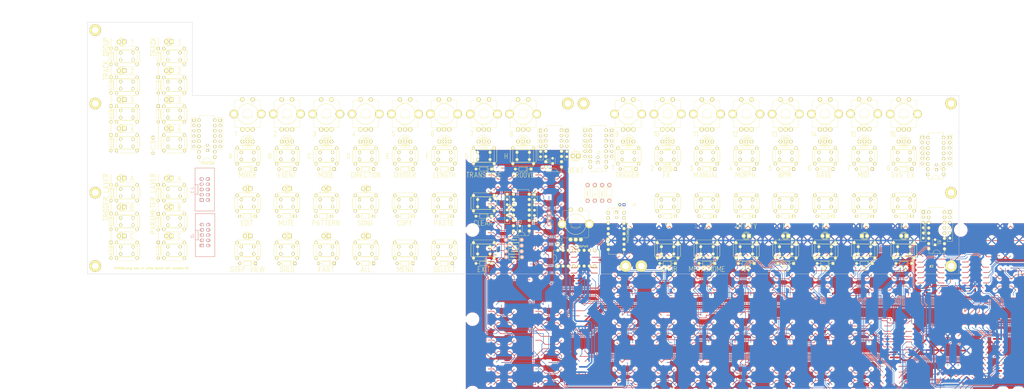
<source format=kicad_pcb>
(kicad_pcb (version 4) (host pcbnew 4.0.2-stable)
  (layers (0 F.Cu signal hide) (31 B.Cu signal hide) (34 B.Paste user hide) (35 F.Paste user hide) (36 B.SilkS user hide) (37 F.SilkS user) (38 B.Mask user hide) (39 F.Mask user hide) (44 Edge.Cuts user))
  (net 0 "")
  (net 1 "Net-(D101-Pad1)")
  (net 2 "Net-(D102-Pad1)")
  (net 3 /I0)
  (net 4 /I1)
  (net 5 /I2)
  (net 6 /I3)
  (net 7 /I4)
  (net 8 /I5)
  (net 9 /I6)
  (net 10 /I7)
  (net 11 GND)
  (net 12 /O6)
  (net 13 /O7)
  (net 14 /O1)
  (net 15 /O3)
  (net 16 /O5)
  (net 17 /O0)
  (net 18 /O2)
  (net 19 /O4)
  (net 20 +5V)
  (net 21 /O13)
  (net 22 /O14)
  (net 23 /O15)
  (net 24 /O16)
  (net 25 /O17)
  (net 26 /O10)
  (net 27 /I14)
  (net 28 /I15)
  (net 29 /I16)
  (net 30 /I17)
  (net 31 /I10)
  (net 32 /I11)
  (net 33 /I12)
  (net 34 /I13)
  (net 35 "Net-(D8-Pad1)")
  (net 36 "Net-(D9-Pad1)")
  (net 37 "Net-(D10-Pad1)")
  (net 38 "Net-(D11-Pad1)")
  (net 39 "Net-(D12-Pad1)")
  (net 40 "Net-(D13-Pad1)")
  (net 41 "Net-(D14-Pad1)")
  (net 42 "Net-(D22-Pad1)")
  (net 43 "Net-(D23-Pad1)")
  (net 44 "Net-(D24-Pad1)")
  (net 45 "Net-(D25-Pad1)")
  (net 46 "Net-(D26-Pad1)")
  (net 47 "Net-(D27-Pad1)")
  (net 48 "Net-(D28-Pad1)")
  (net 49 "Net-(D32-Pad1)")
  (net 50 "Net-(D33-Pad1)")
  (net 51 "Net-(D34-Pad1)")
  (net 52 "Net-(D38-Pad1)")
  (net 53 "Net-(D39-Pad1)")
  (net 54 "Net-(D40-Pad1)")
  (net 55 "Net-(D44-Pad1)")
  (net 56 "Net-(D45-Pad1)")
  (net 57 "Net-(D46-Pad1)")
  (net 58 "Net-(D50-Pad1)")
  (net 59 "Net-(D51-Pad1)")
  (net 60 "Net-(D52-Pad1)")
  (net 61 "Net-(D54-Pad1)")
  (net 62 "Net-(D55-Pad1)")
  (net 63 "Net-(D56-Pad1)")
  (net 64 "Net-(D58-Pad1)")
  (net 65 "Net-(D59-Pad1)")
  (net 66 "Net-(D60-Pad1)")
  (net 67 "Net-(D62-Pad1)")
  (net 68 "Net-(D63-Pad1)")
  (net 69 "Net-(D64-Pad1)")
  (net 70 "Net-(D66-Pad1)")
  (net 71 "Net-(D69-Pad1)")
  (net 72 "Net-(D71-Pad1)")
  (net 73 "Net-(D72-Pad1)")
  (net 74 "Net-(D73-Pad1)")
  (net 75 "Net-(D75-Pad1)")
  (net 76 "Net-(D76-Pad1)")
  (net 77 "Net-(D77-Pad1)")
  (net 78 "Net-(D80-Pad1)")
  (net 79 "Net-(D81-Pad1)")
  (net 80 "Net-(D82-Pad1)")
  (net 81 "Net-(D85-Pad1)")
  (net 82 "Net-(D86-Pad1)")
  (net 83 "Net-(D87-Pad1)")
  (net 84 "Net-(D90-Pad1)")
  (net 85 "Net-(D91-Pad1)")
  (net 86 "Net-(D92-Pad1)")
  (net 87 "Net-(D95-Pad1)")
  (net 88 "Net-(D96-Pad1)")
  (net 89 "Net-(D97-Pad1)")
  (net 90 "Net-(D100-Pad1)")
  (net 91 "Net-(U1-Pad9)")
  (net 92 /I26)
  (net 93 /I27)
  (net 94 /I24)
  (net 95 /I25)
  (net 96 /I22)
  (net 97 /I23)
  (net 98 /I20)
  (net 99 /I21)
  (net 100 /I56)
  (net 101 /I54)
  (net 102 /I55)
  (net 103 /I36)
  (net 104 /I37)
  (net 105 /I34)
  (net 106 /I35)
  (net 107 /I32)
  (net 108 /I33)
  (net 109 /I30)
  (net 110 /I31)
  (net 111 /I46)
  (net 112 /I47)
  (net 113 /I44)
  (net 114 /I45)
  (net 115 /I42)
  (net 116 /I43)
  (net 117 /I40)
  (net 118 /I41)
  (net 119 /I53)
  (net 120 /I52)
  (net 121 /I51)
  (net 122 /I50)
  (net 123 /011)
  (net 124 /012)
  (net 125 /02)
  (net 126 /I57)
  (net 127 "Net-(R1-Pad1)")
  (net 128 "Net-(R2-Pad1)")
  (net 129 "Net-(R3-Pad1)")
  (net 130 "Net-(R4-Pad1)")
  (net 131 "Net-(R6-Pad1)")
  (net 132 "Net-(R7-Pad1)")
  (net 133 "Net-(RR3-Pad2)")
  (net 134 "Net-(RR5-Pad2)")
  (net 135 "Net-(RR6-Pad2)")
  (net 136 "Net-(RR8-Pad2)")
  (net 137 "Net-(RR10-Pad2)")
  (net 138 "Net-(RR12-Pad2)")
  (net 139 "Net-(U1-Pad1)")
  (net 140 "Net-(U1-Pad2)")
  (net 141 "Net-(U7-Pad14)")
  (net 142 "Net-(U8-Pad9)")
  (net 143 "Net-(J3-Pad2)")
  (net 144 "Net-(U7-Pad9)")
  (net 145 "Net-(R5-Pad1)")
  (net 146 "Net-(R8-Pad2)")
  (module PEC11-Switch_ba (layer F.Cu) (at 11.811 59.3725)
    (fp_text reference ec5 (at 0.11938 5.4737) (layer F.SilkS) (effects (font (size 1.27 1.27) (thickness 0.0889))))
    (fp_text value SW_Enc (at 0 -5.4864) (layer F.SilkS) (effects (font (size 0.8128 0.8128) (thickness 0.0889))))
    (pad P$1 thru_hole circle (at -2.49936 -7.00024) (size 1.99898 1.99898) (drill 1.00076) (layers *.Cu F.Paste F.SilkS F.Mask) (net 11 GND))
    (pad P$2 thru_hole circle (at 2.49936 -7.00024) (size 1.99898 1.99898) (drill 0.99822) (layers *.Cu F.Paste F.SilkS F.Mask) (net 126 /I57))
    (pad P$B thru_hole circle (at -2.49936 7.50062) (size 1.99898 1.99898) (drill 1.00076) (layers *.Cu F.Paste F.SilkS F.Mask) (net 93 /I27))
    (pad P$A thru_hole circle (at 2.49936 7.50062) (size 1.99898 1.99898) (drill 1.00076) (layers *.Cu F.Paste F.SilkS F.Mask) (net 92 /I26))
    (pad P$C thru_hole circle (at 0 7.50062) (size 1.99898 1.99898) (drill 1.00076) (layers *.Cu F.Paste F.SilkS F.Mask) (net 11 GND))
    (pad P$GN thru_hole circle (at -6.59892 0) (size 4.09956 4.09956) (drill 2.60096) (layers *.Cu F.Paste F.SilkS F.Mask) (net 11 GND))
    (pad P$GN thru_hole circle (at 6.59892 0) (size 4.09956 4.09956) (drill 2.60096) (layers *.Cu F.Paste F.SilkS F.Mask) (net 11 GND))
  )
  (module PEC11-Switch_ba (layer F.Cu) (at -64.389 59.3725)
    (fp_text reference ec1)
    (fp_text value SW_Enc)
    (pad P$1 thru_hole circle (at -2.49936 -7.00024) (size 1.99898 1.99898) (drill 1.00076) (layers *.Cu F.Paste F.SilkS F.Mask) (net 11 GND))
    (pad P$2 thru_hole circle (at 2.49936 -7.00024) (size 1.99898 1.99898) (drill 0.99822) (layers *.Cu F.Paste F.SilkS F.Mask) (net 126 /I57))
    (pad P$B thru_hole circle (at -2.49936 7.50062) (size 1.99898 1.99898) (drill 1.00076) (layers *.Cu F.Paste F.SilkS F.Mask) (net 10 /I7))
    (pad P$A thru_hole circle (at 2.49936 7.50062) (size 1.99898 1.99898) (drill 1.00076) (layers *.Cu F.Paste F.SilkS F.Mask) (net 9 /I6))
    (pad P$C thru_hole circle (at 0 7.50062) (size 1.99898 1.99898) (drill 1.00076) (layers *.Cu F.Paste F.SilkS F.Mask) (net 11 GND))
    (pad P$GN thru_hole circle (at -6.59892 0) (size 4.09956 4.09956) (drill 2.60096) (layers *.Cu F.Paste F.SilkS F.Mask) (net 11 GND))
    (pad P$GN thru_hole circle (at 6.59892 0) (size 4.09956 4.09956) (drill 2.60096) (layers *.Cu F.Paste F.SilkS F.Mask) (net 11 GND))
  )
  (module DIP-16_W7.62mm (layer F.Cu) (at -80.264 80.2005 180)
    (fp_text reference U1)
    (fp_text value 74HC165 (at 3.556 -3.175 180) (layer F.SilkS))
    (pad 1 thru_hole oval (at 0 0 180) (size 1.6 1.6) (drill 0.8) (layers *.Cu *.Mask F.SilkS) (net 139 "Net-(U1-Pad1)"))
    (pad 2 thru_hole oval (at 0 2.54 180) (size 1.6 1.6) (drill 0.8) (layers *.Cu *.Mask F.SilkS) (net 140 "Net-(U1-Pad2)"))
    (pad 3 thru_hole oval (at 0 5.08 180) (size 1.6 1.6) (drill 0.8) (layers *.Cu *.Mask F.SilkS) (net 7 /I4))
    (pad 4 thru_hole oval (at 0 7.62 180) (size 1.6 1.6) (drill 0.8) (layers *.Cu *.Mask F.SilkS) (net 8 /I5))
    (pad 5 thru_hole oval (at 0 10.16 180) (size 1.6 1.6) (drill 0.8) (layers *.Cu *.Mask F.SilkS) (net 9 /I6))
    (pad 6 thru_hole oval (at 0 12.7 180) (size 1.6 1.6) (drill 0.8) (layers *.Cu *.Mask F.SilkS) (net 10 /I7))
    (pad 7 thru_hole oval (at 0 15.24 180) (size 1.6 1.6) (drill 0.8) (layers *.Cu *.Mask F.SilkS))
    (pad 8 thru_hole oval (at 0 17.78 180) (size 1.6 1.6) (drill 0.8) (layers *.Cu *.Mask F.SilkS) (net 11 GND))
    (pad 9 thru_hole oval (at 7.62 17.78 180) (size 1.6 1.6) (drill 0.8) (layers *.Cu *.Mask F.SilkS) (net 91 "Net-(U1-Pad9)"))
    (pad 10 thru_hole oval (at 7.62 15.24 180) (size 1.6 1.6) (drill 0.8) (layers *.Cu *.Mask F.SilkS) (net 133 "Net-(RR3-Pad2)"))
    (pad 11 thru_hole oval (at 7.62 12.7 180) (size 1.6 1.6) (drill 0.8) (layers *.Cu *.Mask F.SilkS) (net 3 /I0))
    (pad 12 thru_hole oval (at 7.62 10.16 180) (size 1.6 1.6) (drill 0.8) (layers *.Cu *.Mask F.SilkS) (net 4 /I1))
    (pad 13 thru_hole oval (at 7.62 7.62 180) (size 1.6 1.6) (drill 0.8) (layers *.Cu *.Mask F.SilkS) (net 5 /I2))
    (pad 14 thru_hole oval (at 7.62 5.08 180) (size 1.6 1.6) (drill 0.8) (layers *.Cu *.Mask F.SilkS) (net 6 /I3))
    (pad 15 thru_hole oval (at 7.62 2.54 180) (size 1.6 1.6) (drill 0.8) (layers *.Cu *.Mask F.SilkS) (net 11 GND))
    (pad 16 thru_hole oval (at 7.62 0 180) (size 1.6 1.6) (drill 0.8) (layers *.Cu *.Mask F.SilkS) (net 20 +5V))
  )
  (module LEDs:LED-5MM-3 (layer F.Cu) (at -61.849 72.7075 180)
    (fp_text reference D29)
    (fp_text value Led_gp1)
    (pad 1 thru_hole circle (at 0 0) (size 1.6764 1.6764) (drill 0.8128) (layers *.Cu *.Mask F.SilkS) (net 123 /011))
    (pad 2 thru_hole circle (at 2.54 0) (size 1.6764 1.6764) (drill 0.8128) (layers *.Cu *.Mask F.SilkS) (net 15 /O3))
    (pad 3 thru_hole circle (at 5.08 0) (size 1.6764 1.6764) (drill 0.8128) (layers *.Cu *.Mask F.SilkS) (net 26 /O10))
  )
  (module LEDs:LED-5MM-3 (layer F.Cu) (at -42.799 72.7075 180)
    (fp_text reference D35)
    (fp_text value Led_gp2)
    (pad 1 thru_hole circle (at 0 0) (size 1.6764 1.6764) (drill 0.8128) (layers *.Cu *.Mask F.SilkS) (net 21 /O13))
    (pad 2 thru_hole circle (at 2.54 0) (size 1.6764 1.6764) (drill 0.8128) (layers *.Cu *.Mask F.SilkS) (net 15 /O3))
    (pad 3 thru_hole circle (at 5.08 0) (size 1.6764 1.6764) (drill 0.8128) (layers *.Cu *.Mask F.SilkS) (net 124 /012))
  )
  (module LEDs:LED-5MM-3 (layer F.Cu) (at -23.749 72.7075 180)
    (fp_text reference D41)
    (fp_text value Led_gp3)
    (pad 1 thru_hole circle (at 0 0) (size 1.6764 1.6764) (drill 0.8128) (layers *.Cu *.Mask F.SilkS) (net 23 /O15))
    (pad 2 thru_hole circle (at 2.54 0) (size 1.6764 1.6764) (drill 0.8128) (layers *.Cu *.Mask F.SilkS) (net 18 /O2))
    (pad 3 thru_hole circle (at 5.08 0) (size 1.6764 1.6764) (drill 0.8128) (layers *.Cu *.Mask F.SilkS) (net 22 /O14))
  )
  (module LEDs:LED-5MM-3 (layer F.Cu) (at -4.699 72.7075 180)
    (fp_text reference D47)
    (fp_text value Led_gp4)
    (pad 1 thru_hole circle (at 0 0) (size 1.6764 1.6764) (drill 0.8128) (layers *.Cu *.Mask F.SilkS) (net 25 /O17))
    (pad 2 thru_hole circle (at 2.54 0) (size 1.6764 1.6764) (drill 0.8128) (layers *.Cu *.Mask F.SilkS) (net 18 /O2))
    (pad 3 thru_hole circle (at 5.08 0) (size 1.6764 1.6764) (drill 0.8128) (layers *.Cu *.Mask F.SilkS) (net 24 /O16))
  )
  (module LEDs:LED-5MM-3 (layer F.Cu) (at 14.351 72.7075 180)
    (fp_text reference D53)
    (fp_text value Led_gp5)
    (pad 1 thru_hole circle (at 0 0) (size 1.6764 1.6764) (drill 0.8128) (layers *.Cu *.Mask F.SilkS) (net 123 /011))
    (pad 2 thru_hole circle (at 2.54 0) (size 1.6764 1.6764) (drill 0.8128) (layers *.Cu *.Mask F.SilkS) (net 14 /O1))
    (pad 3 thru_hole circle (at 5.08 0) (size 1.6764 1.6764) (drill 0.8128) (layers *.Cu *.Mask F.SilkS) (net 26 /O10))
  )
  (module LEDs:LED-5MM-3 (layer F.Cu) (at 33.401 72.7075 180)
    (fp_text reference D57)
    (fp_text value Led_gp6)
    (pad 1 thru_hole circle (at 0 0) (size 1.6764 1.6764) (drill 0.8128) (layers *.Cu *.Mask F.SilkS) (net 21 /O13))
    (pad 2 thru_hole circle (at 2.54 0) (size 1.6764 1.6764) (drill 0.8128) (layers *.Cu *.Mask F.SilkS) (net 14 /O1))
    (pad 3 thru_hole circle (at 5.08 0) (size 1.6764 1.6764) (drill 0.8128) (layers *.Cu *.Mask F.SilkS) (net 124 /012))
  )
  (module LEDs:LED-5MM-3 (layer F.Cu) (at 52.451 72.7075 180)
    (fp_text reference D61)
    (fp_text value Led_gp7)
    (pad 1 thru_hole circle (at 0 0) (size 1.6764 1.6764) (drill 0.8128) (layers *.Cu *.Mask F.SilkS) (net 23 /O15))
    (pad 2 thru_hole circle (at 2.54 0) (size 1.6764 1.6764) (drill 0.8128) (layers *.Cu *.Mask F.SilkS) (net 17 /O0))
    (pad 3 thru_hole circle (at 5.08 0) (size 1.6764 1.6764) (drill 0.8128) (layers *.Cu *.Mask F.SilkS) (net 22 /O14))
  )
  (module LEDs:LED-5MM-3 (layer F.Cu) (at 71.501 72.7075 180)
    (fp_text reference D65)
    (fp_text value Led_gp8)
    (pad 1 thru_hole circle (at 0 0) (size 1.6764 1.6764) (drill 0.8128) (layers *.Cu *.Mask F.SilkS) (net 25 /O17))
    (pad 2 thru_hole circle (at 2.54 0) (size 1.6764 1.6764) (drill 0.8128) (layers *.Cu *.Mask F.SilkS) (net 17 /O0))
    (pad 3 thru_hole circle (at 5.08 0) (size 1.6764 1.6764) (drill 0.8128) (layers *.Cu *.Mask F.SilkS) (net 24 /O16))
  )
  (module LEDs:LED-5MM-3 (layer F.Cu) (at 122.301 72.7075 180)
    (fp_text reference D68)
    (fp_text value Led_gp9)
    (pad 1 thru_hole circle (at 0 0) (size 1.6764 1.6764) (drill 0.8128) (layers *.Cu *.Mask F.SilkS) (net 123 /011))
    (pad 2 thru_hole circle (at 2.54 0) (size 1.6764 1.6764) (drill 0.8128) (layers *.Cu *.Mask F.SilkS) (net 19 /O4))
    (pad 3 thru_hole circle (at 5.08 0) (size 1.6764 1.6764) (drill 0.8128) (layers *.Cu *.Mask F.SilkS) (net 26 /O10))
  )
  (module LEDs:LED-5MM-3 (layer F.Cu) (at 141.351 72.7075 180)
    (fp_text reference D70 (at 2.54508 -3.91668 180) (layer F.SilkS))
    (fp_text value Led_gp10)
    (pad 1 thru_hole circle (at 0 0) (size 1.6764 1.6764) (drill 0.8128) (layers *.Cu *.Mask F.SilkS) (net 21 /O13))
    (pad 2 thru_hole circle (at 2.54 0) (size 1.6764 1.6764) (drill 0.8128) (layers *.Cu *.Mask F.SilkS) (net 19 /O4))
    (pad 3 thru_hole circle (at 5.08 0) (size 1.6764 1.6764) (drill 0.8128) (layers *.Cu *.Mask F.SilkS) (net 124 /012))
  )
  (module LEDs:LED-5MM-3 (layer F.Cu) (at 160.401 72.7075 180)
    (fp_text reference D74)
    (fp_text value Led_gp11)
    (pad 1 thru_hole circle (at 0 0) (size 1.6764 1.6764) (drill 0.8128) (layers *.Cu *.Mask F.SilkS) (net 23 /O15))
    (pad 2 thru_hole circle (at 2.54 0) (size 1.6764 1.6764) (drill 0.8128) (layers *.Cu *.Mask F.SilkS) (net 16 /O5))
    (pad 3 thru_hole circle (at 5.08 0) (size 1.6764 1.6764) (drill 0.8128) (layers *.Cu *.Mask F.SilkS) (net 22 /O14))
  )
  (module LEDs:LED-5MM-3 (layer F.Cu) (at 179.451 72.7075 180)
    (fp_text reference D78)
    (fp_text value Led_gp12)
    (pad 1 thru_hole circle (at 0 0) (size 1.6764 1.6764) (drill 0.8128) (layers *.Cu *.Mask F.SilkS) (net 25 /O17))
    (pad 2 thru_hole circle (at 2.54 0) (size 1.6764 1.6764) (drill 0.8128) (layers *.Cu *.Mask F.SilkS) (net 16 /O5))
    (pad 3 thru_hole circle (at 5.08 0) (size 1.6764 1.6764) (drill 0.8128) (layers *.Cu *.Mask F.SilkS) (net 24 /O16))
  )
  (module LEDs:LED-5MM-3 (layer F.Cu) (at 193.421 72.7075)
    (fp_text reference D83)
    (fp_text value Led_gp13)
    (pad 1 thru_hole circle (at 0 0 180) (size 1.6764 1.6764) (drill 0.8128) (layers *.Cu *.Mask F.SilkS) (net 123 /011))
    (pad 2 thru_hole circle (at 2.54 0 180) (size 1.6764 1.6764) (drill 0.8128) (layers *.Cu *.Mask F.SilkS) (net 12 /O6))
    (pad 3 thru_hole circle (at 5.08 0 180) (size 1.6764 1.6764) (drill 0.8128) (layers *.Cu *.Mask F.SilkS) (net 26 /O10))
  )
  (module LEDs:LED-5MM-3 (layer F.Cu) (at 212.471 72.7075)
    (fp_text reference D88)
    (fp_text value Led_gp14)
    (pad 1 thru_hole circle (at 0 0 180) (size 1.6764 1.6764) (drill 0.8128) (layers *.Cu *.Mask F.SilkS) (net 21 /O13))
    (pad 2 thru_hole circle (at 2.54 0 180) (size 1.6764 1.6764) (drill 0.8128) (layers *.Cu *.Mask F.SilkS) (net 12 /O6))
    (pad 3 thru_hole circle (at 5.08 0 180) (size 1.6764 1.6764) (drill 0.8128) (layers *.Cu *.Mask F.SilkS) (net 124 /012))
  )
  (module LEDs:LED-5MM-3 (layer F.Cu) (at 236.601 72.7075 180)
    (fp_text reference D93)
    (fp_text value Led_gp15)
    (pad 1 thru_hole circle (at 0 0) (size 1.6764 1.6764) (drill 0.8128) (layers *.Cu *.Mask F.SilkS) (net 23 /O15))
    (pad 2 thru_hole circle (at 2.54 0) (size 1.6764 1.6764) (drill 0.8128) (layers *.Cu *.Mask F.SilkS) (net 13 /O7))
    (pad 3 thru_hole circle (at 5.08 0) (size 1.6764 1.6764) (drill 0.8128) (layers *.Cu *.Mask F.SilkS) (net 22 /O14))
  )
  (module LEDs:LED-5MM-3 (layer F.Cu) (at 255.651 72.7075 180)
    (fp_text reference D99)
    (fp_text value Led_gp16)
    (pad 1 thru_hole circle (at 0 0) (size 1.6764 1.6764) (drill 0.8128) (layers *.Cu *.Mask F.SilkS) (net 25 /O17))
    (pad 2 thru_hole circle (at 2.54 0) (size 1.6764 1.6764) (drill 0.8128) (layers *.Cu *.Mask F.SilkS) (net 13 /O7))
    (pad 3 thru_hole circle (at 5.08 0) (size 1.6764 1.6764) (drill 0.8128) (layers *.Cu *.Mask F.SilkS) (net 24 /O16))
  )
  (module Resistors_ThroughHole:Resistor_Horizontal_RM7mm (layer F.Cu) (at 60.579 120.3325)
    (fp_text reference R8)
    (fp_text value 220ohm (at 4 0) (layer F.SilkS) (effects (font (size 0.5 0.5) (thickness 0.125))))
    (pad 1 thru_hole circle (at 0 0) (size 1.99898 1.99898) (drill 1.00076) (layers *.Cu *.SilkS *.Mask) (net 26 /O10))
    (pad 2 thru_hole circle (at 7.62 0) (size 1.99898 1.99898) (drill 1.00076) (layers *.Cu *.SilkS *.Mask) (net 146 "Net-(R8-Pad2)"))
  )
  (module Resistors_ThroughHole:Resistor_Horizontal_RM7mm (layer F.Cu) (at 100.12916 101.39444 90)
    (fp_text reference R1)
    (fp_text value 470ohm (at 3.15994 -0.05316 90) (layer F.SilkS) (effects (font (size 0.5 0.5) (thickness 0.125))))
    (pad 1 thru_hole circle (at 0 0 90) (size 1.99898 1.99898) (drill 1.00076) (layers *.Cu *.SilkS *.Mask) (net 127 "Net-(R1-Pad1)"))
    (pad 2 thru_hole circle (at 7.62 0 90) (size 1.99898 1.99898) (drill 1.00076) (layers *.Cu *.SilkS *.Mask) (net 123 /011))
  )
  (module Resistors_ThroughHole:Resistor_Horizontal_RM7mm (layer F.Cu) (at 103.62916 101.39444 90)
    (fp_text reference R2)
    (fp_text value 1k (at 3.15994 0 90) (layer F.SilkS) (effects (font (size 0.5 0.5) (thickness 0.125))))
    (pad 1 thru_hole circle (at 0 0 90) (size 1.99898 1.99898) (drill 1.00076) (layers *.Cu *.SilkS *.Mask) (net 128 "Net-(R2-Pad1)"))
    (pad 2 thru_hole circle (at 7.62 0 90) (size 1.99898 1.99898) (drill 1.00076) (layers *.Cu *.SilkS *.Mask) (net 124 /012))
  )
  (module Resistors_ThroughHole:Resistor_Horizontal_RM7mm (layer F.Cu) (at 107.12916 101.39444 90)
    (fp_text reference R3)
    (fp_text value 470ohm (at 3.28694 -0.06816 90) (layer F.SilkS) (effects (font (size 0.5 0.5) (thickness 0.125))))
    (pad 1 thru_hole circle (at 0 0 90) (size 1.99898 1.99898) (drill 1.00076) (layers *.Cu *.SilkS *.Mask) (net 129 "Net-(R3-Pad1)"))
    (pad 2 thru_hole circle (at 7.62 0 90) (size 1.99898 1.99898) (drill 1.00076) (layers *.Cu *.SilkS *.Mask) (net 21 /O13))
  )
  (module Resistors_ThroughHole:Resistor_Horizontal_RM7mm (layer F.Cu) (at 110.62916 101.39444 90)
    (fp_text reference R4)
    (fp_text value 1k (at 2.52494 0.11484 90) (layer F.SilkS) (effects (font (size 0.5 0.5) (thickness 0.125))))
    (pad 1 thru_hole circle (at 0 0 90) (size 1.99898 1.99898) (drill 1.00076) (layers *.Cu *.SilkS *.Mask) (net 130 "Net-(R4-Pad1)"))
    (pad 2 thru_hole circle (at 7.62 0 90) (size 1.99898 1.99898) (drill 1.00076) (layers *.Cu *.SilkS *.Mask) (net 22 /O14))
  )
  (module Resistors_ThroughHole:Resistor_Horizontal_RM7mm (layer F.Cu) (at 68.199 123.1265 180)
    (fp_text reference R5)
    (fp_text value 220ohm (at 3.62 0 180) (layer F.SilkS) (effects (font (size 0.508 0.508) (thickness 0.127))))
    (pad 1 thru_hole circle (at 0 0 180) (size 1.99898 1.99898) (drill 1.00076) (layers *.Cu *.SilkS *.Mask) (net 145 "Net-(R5-Pad1)"))
    (pad 2 thru_hole circle (at 7.62 0 180) (size 1.99898 1.99898) (drill 1.00076) (layers *.Cu *.SilkS *.Mask) (net 23 /O15))
  )
  (module Resistors_ThroughHole:Resistor_Horizontal_RM7mm (layer F.Cu) (at 68.199 125.9205 180)
    (fp_text reference R6)
    (fp_text value 220ohm (at 3.683 0 180) (layer F.SilkS) (effects (font (size 0.5 0.5) (thickness 0.125))))
    (pad 1 thru_hole circle (at 0 0 180) (size 1.99898 1.99898) (drill 1.00076) (layers *.Cu *.SilkS *.Mask) (net 131 "Net-(R6-Pad1)"))
    (pad 2 thru_hole circle (at 7.62 0 180) (size 1.99898 1.99898) (drill 1.00076) (layers *.Cu *.SilkS *.Mask) (net 24 /O16))
  )
  (module Resistors_ThroughHole:Resistor_Horizontal_RM7mm (layer F.Cu) (at 68.326 128.7145 180)
    (fp_text reference R7)
    (fp_text value 220ohm (at 4.12 0 180) (layer F.SilkS) (effects (font (size 0.508 0.508) (thickness 0.127))))
    (pad 1 thru_hole circle (at 0 0 180) (size 1.99898 1.99898) (drill 1.00076) (layers *.Cu *.SilkS *.Mask) (net 132 "Net-(R7-Pad1)"))
    (pad 2 thru_hole circle (at 7.62 0 180) (size 1.99898 1.99898) (drill 1.00076) (layers *.Cu *.SilkS *.Mask) (net 25 /O17))
  )
  (module Discret:DO-35 (layer F.Cu) (at -130.429 31.4325 90)
    (fp_text reference D8)
    (fp_text value D)
    (pad 1 thru_hole rect (at 3.81 0 90) (size 1.4224 1.4224) (drill 0.6096) (layers *.Cu *.Mask F.SilkS) (net 35 "Net-(D8-Pad1)"))
    (pad 2 thru_hole circle (at -3.81 0 90) (size 1.4224 1.4224) (drill 0.6096) (layers *.Cu *.Mask F.SilkS) (net 29 /I16))
  )
  (module Discret:DO-35 (layer F.Cu) (at -130.429 45.4025 90)
    (fp_text reference D9)
    (fp_text value D)
    (pad 1 thru_hole rect (at 3.81 0 90) (size 1.4224 1.4224) (drill 0.6096) (layers *.Cu *.Mask F.SilkS) (net 36 "Net-(D9-Pad1)"))
    (pad 2 thru_hole circle (at -3.81 0 90) (size 1.4224 1.4224) (drill 0.6096) (layers *.Cu *.Mask F.SilkS) (net 30 /I17))
  )
  (module Discret:DO-35 (layer F.Cu) (at -130.429 59.3725 90)
    (fp_text reference D10)
    (fp_text value D)
    (pad 1 thru_hole rect (at 3.81 0 90) (size 1.4224 1.4224) (drill 0.6096) (layers *.Cu *.Mask F.SilkS) (net 37 "Net-(D10-Pad1)"))
    (pad 2 thru_hole circle (at -3.81 0 90) (size 1.4224 1.4224) (drill 0.6096) (layers *.Cu *.Mask F.SilkS) (net 29 /I16))
  )
  (module Discret:DO-35 (layer F.Cu) (at -130.429 73.3425 90)
    (fp_text reference D11)
    (fp_text value D)
    (pad 1 thru_hole rect (at 3.81 0 90) (size 1.4224 1.4224) (drill 0.6096) (layers *.Cu *.Mask F.SilkS) (net 38 "Net-(D11-Pad1)"))
    (pad 2 thru_hole circle (at -3.81 0 90) (size 1.4224 1.4224) (drill 0.6096) (layers *.Cu *.Mask F.SilkS) (net 30 /I17))
  )
  (module Discret:DO-35 (layer F.Cu) (at -130.429 97.4725 90)
    (fp_text reference D12)
    (fp_text value D)
    (pad 1 thru_hole rect (at 3.81 0 90) (size 1.4224 1.4224) (drill 0.6096) (layers *.Cu *.Mask F.SilkS) (net 39 "Net-(D12-Pad1)"))
    (pad 2 thru_hole circle (at -3.81 0 90) (size 1.4224 1.4224) (drill 0.6096) (layers *.Cu *.Mask F.SilkS) (net 29 /I16))
  )
  (module Discret:DO-35 (layer F.Cu) (at -130.429 111.4425 90)
    (fp_text reference D13)
    (fp_text value D)
    (pad 1 thru_hole rect (at 3.81 0 90) (size 1.4224 1.4224) (drill 0.6096) (layers *.Cu *.Mask F.SilkS) (net 40 "Net-(D13-Pad1)"))
    (pad 2 thru_hole circle (at -3.81 0 90) (size 1.4224 1.4224) (drill 0.6096) (layers *.Cu *.Mask F.SilkS) (net 30 /I17))
  )
  (module Discret:DO-35 (layer F.Cu) (at -130.429 125.4125 90)
    (fp_text reference D14)
    (fp_text value D)
    (pad 1 thru_hole rect (at 3.81 0 90) (size 1.4224 1.4224) (drill 0.6096) (layers *.Cu *.Mask F.SilkS) (net 41 "Net-(D14-Pad1)"))
    (pad 2 thru_hole circle (at -3.81 0 90) (size 1.4224 1.4224) (drill 0.6096) (layers *.Cu *.Mask F.SilkS) (net 29 /I16))
  )
  (module Discret:DO-35 (layer F.Cu) (at -107.569 31.4325 90)
    (fp_text reference D22)
    (fp_text value D)
    (pad 1 thru_hole rect (at 3.81 0 90) (size 1.4224 1.4224) (drill 0.6096) (layers *.Cu *.Mask F.SilkS) (net 42 "Net-(D22-Pad1)"))
    (pad 2 thru_hole circle (at -3.81 0 90) (size 1.4224 1.4224) (drill 0.6096) (layers *.Cu *.Mask F.SilkS) (net 29 /I16))
  )
  (module Discret:DO-35 (layer F.Cu) (at -107.569 45.4025 90)
    (fp_text reference D23)
    (fp_text value D)
    (pad 1 thru_hole rect (at 3.81 0 90) (size 1.4224 1.4224) (drill 0.6096) (layers *.Cu *.Mask F.SilkS) (net 43 "Net-(D23-Pad1)"))
    (pad 2 thru_hole circle (at -3.81 0 90) (size 1.4224 1.4224) (drill 0.6096) (layers *.Cu *.Mask F.SilkS) (net 30 /I17))
  )
  (module Discret:DO-35 (layer F.Cu) (at -107.569 59.3725 90)
    (fp_text reference D24)
    (fp_text value D)
    (pad 1 thru_hole rect (at 3.81 0 90) (size 1.4224 1.4224) (drill 0.6096) (layers *.Cu *.Mask F.SilkS) (net 44 "Net-(D24-Pad1)"))
    (pad 2 thru_hole circle (at -3.81 0 90) (size 1.4224 1.4224) (drill 0.6096) (layers *.Cu *.Mask F.SilkS) (net 29 /I16))
  )
  (module Discret:DO-35 (layer F.Cu) (at -110.13984 74.59144 90)
    (fp_text reference D25)
    (fp_text value D)
    (pad 1 thru_hole rect (at 3.81 0 90) (size 1.4224 1.4224) (drill 0.6096) (layers *.Cu *.Mask F.SilkS) (net 45 "Net-(D25-Pad1)"))
    (pad 2 thru_hole circle (at -3.81 0 90) (size 1.4224 1.4224) (drill 0.6096) (layers *.Cu *.Mask F.SilkS) (net 30 /I17))
  )
  (module Discret:DO-35 (layer F.Cu) (at -107.569 97.4725 90)
    (fp_text reference D26)
    (fp_text value D)
    (pad 1 thru_hole rect (at 3.81 0 90) (size 1.4224 1.4224) (drill 0.6096) (layers *.Cu *.Mask F.SilkS) (net 46 "Net-(D26-Pad1)"))
    (pad 2 thru_hole circle (at -3.81 0 90) (size 1.4224 1.4224) (drill 0.6096) (layers *.Cu *.Mask F.SilkS) (net 29 /I16))
  )
  (module Discret:DO-35 (layer F.Cu) (at -107.569 111.59144 90)
    (fp_text reference D27)
    (fp_text value D)
    (pad 1 thru_hole rect (at 3.81 0 90) (size 1.4224 1.4224) (drill 0.6096) (layers *.Cu *.Mask F.SilkS) (net 47 "Net-(D27-Pad1)"))
    (pad 2 thru_hole circle (at -3.81 0 90) (size 1.4224 1.4224) (drill 0.6096) (layers *.Cu *.Mask F.SilkS) (net 30 /I17))
  )
  (module Discret:DO-35 (layer F.Cu) (at -107.569 125.4125 90)
    (fp_text reference D28)
    (fp_text value D)
    (pad 1 thru_hole rect (at 3.81 0 90) (size 1.4224 1.4224) (drill 0.6096) (layers *.Cu *.Mask F.SilkS) (net 48 "Net-(D28-Pad1)"))
    (pad 2 thru_hole circle (at -3.81 0 90) (size 1.4224 1.4224) (drill 0.6096) (layers *.Cu *.Mask F.SilkS) (net 29 /I16))
  )
  (module Discret:DO-35 (layer F.Cu) (at -64.35384 86.0425)
    (fp_text reference D32)
    (fp_text value D)
    (pad 1 thru_hole rect (at 3.81 0) (size 1.4224 1.4224) (drill 0.6096) (layers *.Cu *.Mask F.SilkS) (net 49 "Net-(D32-Pad1)"))
    (pad 2 thru_hole circle (at -3.81 0) (size 1.4224 1.4224) (drill 0.6096) (layers *.Cu *.Mask F.SilkS) (net 31 /I10))
  )
  (module Discret:DO-35 (layer F.Cu) (at -64.389 108.9025)
    (fp_text reference D33)
    (fp_text value D)
    (pad 1 thru_hole rect (at 3.81 0) (size 1.4224 1.4224) (drill 0.6096) (layers *.Cu *.Mask F.SilkS) (net 50 "Net-(D33-Pad1)"))
    (pad 2 thru_hole circle (at -3.81 0) (size 1.4224 1.4224) (drill 0.6096) (layers *.Cu *.Mask F.SilkS) (net 34 /I13))
  )
  (module Discret:DO-35 (layer F.Cu) (at -64.389 131.7625)
    (fp_text reference D34)
    (fp_text value D)
    (pad 1 thru_hole rect (at 3.81 0) (size 1.4224 1.4224) (drill 0.6096) (layers *.Cu *.Mask F.SilkS) (net 51 "Net-(D34-Pad1)"))
    (pad 2 thru_hole circle (at -3.81 0) (size 1.4224 1.4224) (drill 0.6096) (layers *.Cu *.Mask F.SilkS) (net 28 /I15))
  )
  (module Discret:DO-35 (layer F.Cu) (at -45.339 86.0425)
    (fp_text reference D38)
    (fp_text value D)
    (pad 1 thru_hole rect (at 3.81 0) (size 1.4224 1.4224) (drill 0.6096) (layers *.Cu *.Mask F.SilkS) (net 52 "Net-(D38-Pad1)"))
    (pad 2 thru_hole circle (at -3.81 0) (size 1.4224 1.4224) (drill 0.6096) (layers *.Cu *.Mask F.SilkS) (net 32 /I11))
  )
  (module Discret:DO-35 (layer F.Cu) (at -45.339 108.9025)
    (fp_text reference D39)
    (fp_text value D)
    (pad 1 thru_hole rect (at 3.81 0) (size 1.4224 1.4224) (drill 0.6096) (layers *.Cu *.Mask F.SilkS) (net 53 "Net-(D39-Pad1)"))
    (pad 2 thru_hole circle (at -3.81 0) (size 1.4224 1.4224) (drill 0.6096) (layers *.Cu *.Mask F.SilkS) (net 33 /I12))
  )
  (module Discret:DO-35 (layer F.Cu) (at -45.339 131.7625)
    (fp_text reference D40)
    (fp_text value D)
    (pad 1 thru_hole rect (at 3.81 0) (size 1.4224 1.4224) (drill 0.6096) (layers *.Cu *.Mask F.SilkS) (net 54 "Net-(D40-Pad1)"))
    (pad 2 thru_hole circle (at -3.81 0) (size 1.4224 1.4224) (drill 0.6096) (layers *.Cu *.Mask F.SilkS) (net 27 /I14))
  )
  (module Discret:DO-35 (layer F.Cu) (at -26.289 86.0425)
    (fp_text reference D44)
    (fp_text value D)
    (pad 1 thru_hole rect (at 3.81 0) (size 1.4224 1.4224) (drill 0.6096) (layers *.Cu *.Mask F.SilkS) (net 55 "Net-(D44-Pad1)"))
    (pad 2 thru_hole circle (at -3.81 0) (size 1.4224 1.4224) (drill 0.6096) (layers *.Cu *.Mask F.SilkS) (net 31 /I10))
  )
  (module Discret:DO-35 (layer F.Cu) (at -27.559 108.9025)
    (fp_text reference D45)
    (fp_text value D)
    (pad 1 thru_hole rect (at 3.81 0) (size 1.4224 1.4224) (drill 0.6096) (layers *.Cu *.Mask F.SilkS) (net 56 "Net-(D45-Pad1)"))
    (pad 2 thru_hole circle (at -3.81 0) (size 1.4224 1.4224) (drill 0.6096) (layers *.Cu *.Mask F.SilkS) (net 34 /I13))
  )
  (module Discret:DO-35 (layer F.Cu) (at -26.289 131.7625)
    (fp_text reference D46)
    (fp_text value D)
    (pad 1 thru_hole rect (at 3.81 0) (size 1.4224 1.4224) (drill 0.6096) (layers *.Cu *.Mask F.SilkS) (net 57 "Net-(D46-Pad1)"))
    (pad 2 thru_hole circle (at -3.81 0) (size 1.4224 1.4224) (drill 0.6096) (layers *.Cu *.Mask F.SilkS) (net 28 /I15))
  )
  (module Discret:DO-35 (layer F.Cu) (at -7.239 86.0425)
    (fp_text reference D50)
    (fp_text value D)
    (pad 1 thru_hole rect (at 3.81 0) (size 1.4224 1.4224) (drill 0.6096) (layers *.Cu *.Mask F.SilkS) (net 58 "Net-(D50-Pad1)"))
    (pad 2 thru_hole circle (at -3.81 0) (size 1.4224 1.4224) (drill 0.6096) (layers *.Cu *.Mask F.SilkS) (net 32 /I11))
  )
  (module Discret:DO-35 (layer F.Cu) (at -7.239 108.9025)
    (fp_text reference D51)
    (fp_text value D)
    (pad 1 thru_hole rect (at 3.81 0) (size 1.4224 1.4224) (drill 0.6096) (layers *.Cu *.Mask F.SilkS) (net 59 "Net-(D51-Pad1)"))
    (pad 2 thru_hole circle (at -3.81 0) (size 1.4224 1.4224) (drill 0.6096) (layers *.Cu *.Mask F.SilkS) (net 33 /I12))
  )
  (module Discret:DO-35 (layer F.Cu) (at -7.239 131.7625)
    (fp_text reference D52)
    (fp_text value D)
    (pad 1 thru_hole rect (at 3.81 0) (size 1.4224 1.4224) (drill 0.6096) (layers *.Cu *.Mask F.SilkS) (net 60 "Net-(D52-Pad1)"))
    (pad 2 thru_hole circle (at -3.81 0) (size 1.4224 1.4224) (drill 0.6096) (layers *.Cu *.Mask F.SilkS) (net 27 /I14))
  )
  (module Discret:DO-35 (layer F.Cu) (at 11.811 86.0425)
    (fp_text reference D54)
    (fp_text value D)
    (pad 1 thru_hole rect (at 3.81 0) (size 1.4224 1.4224) (drill 0.6096) (layers *.Cu *.Mask F.SilkS) (net 61 "Net-(D54-Pad1)"))
    (pad 2 thru_hole circle (at -3.81 0) (size 1.4224 1.4224) (drill 0.6096) (layers *.Cu *.Mask F.SilkS) (net 31 /I10))
  )
  (module Discret:DO-35 (layer F.Cu) (at 11.811 108.9025)
    (fp_text reference D55)
    (fp_text value D)
    (pad 1 thru_hole rect (at 3.81 0) (size 1.4224 1.4224) (drill 0.6096) (layers *.Cu *.Mask F.SilkS) (net 62 "Net-(D55-Pad1)"))
    (pad 2 thru_hole circle (at -3.81 0) (size 1.4224 1.4224) (drill 0.6096) (layers *.Cu *.Mask F.SilkS) (net 34 /I13))
  )
  (module Discret:DO-35 (layer F.Cu) (at 11.811 131.7625)
    (fp_text reference D56)
    (fp_text value D)
    (pad 1 thru_hole rect (at 3.81 0) (size 1.4224 1.4224) (drill 0.6096) (layers *.Cu *.Mask F.SilkS) (net 63 "Net-(D56-Pad1)"))
    (pad 2 thru_hole circle (at -3.81 0) (size 1.4224 1.4224) (drill 0.6096) (layers *.Cu *.Mask F.SilkS) (net 28 /I15))
  )
  (module Discret:DO-35 (layer F.Cu) (at 30.861 86.0425)
    (fp_text reference D58)
    (fp_text value D)
    (pad 1 thru_hole rect (at 3.81 0) (size 1.4224 1.4224) (drill 0.6096) (layers *.Cu *.Mask F.SilkS) (net 64 "Net-(D58-Pad1)"))
    (pad 2 thru_hole circle (at -3.81 0) (size 1.4224 1.4224) (drill 0.6096) (layers *.Cu *.Mask F.SilkS) (net 32 /I11))
  )
  (module Discret:DO-35 (layer F.Cu) (at 30.861 108.9025)
    (fp_text reference D59)
    (fp_text value D)
    (pad 1 thru_hole rect (at 3.81 0) (size 1.4224 1.4224) (drill 0.6096) (layers *.Cu *.Mask F.SilkS) (net 65 "Net-(D59-Pad1)"))
    (pad 2 thru_hole circle (at -3.81 0) (size 1.4224 1.4224) (drill 0.6096) (layers *.Cu *.Mask F.SilkS) (net 33 /I12))
  )
  (module Discret:DO-35 (layer F.Cu) (at 30.861 131.7625)
    (fp_text reference D60)
    (fp_text value D)
    (pad 1 thru_hole rect (at 3.81 0) (size 1.4224 1.4224) (drill 0.6096) (layers *.Cu *.Mask F.SilkS) (net 66 "Net-(D60-Pad1)"))
    (pad 2 thru_hole circle (at -3.81 0) (size 1.4224 1.4224) (drill 0.6096) (layers *.Cu *.Mask F.SilkS) (net 27 /I14))
  )
  (module Discret:DO-35 (layer F.Cu) (at 49.911 86.0425)
    (fp_text reference D62)
    (fp_text value D)
    (pad 1 thru_hole rect (at 3.81 0) (size 1.4224 1.4224) (drill 0.6096) (layers *.Cu *.Mask F.SilkS) (net 67 "Net-(D62-Pad1)"))
    (pad 2 thru_hole circle (at -3.81 0) (size 1.4224 1.4224) (drill 0.6096) (layers *.Cu *.Mask F.SilkS) (net 31 /I10))
  )
  (module Discret:DO-35 (layer F.Cu) (at 49.911 108.9025)
    (fp_text reference D63)
    (fp_text value D)
    (pad 1 thru_hole rect (at 3.81 0) (size 1.4224 1.4224) (drill 0.6096) (layers *.Cu *.Mask F.SilkS) (net 68 "Net-(D63-Pad1)"))
    (pad 2 thru_hole circle (at -3.81 0) (size 1.4224 1.4224) (drill 0.6096) (layers *.Cu *.Mask F.SilkS) (net 34 /I13))
  )
  (module Discret:DO-35 (layer F.Cu) (at 49.911 131.7625)
    (fp_text reference D64)
    (fp_text value D)
    (pad 1 thru_hole rect (at 3.81 0) (size 1.4224 1.4224) (drill 0.6096) (layers *.Cu *.Mask F.SilkS) (net 69 "Net-(D64-Pad1)"))
    (pad 2 thru_hole circle (at -3.81 0) (size 1.4224 1.4224) (drill 0.6096) (layers *.Cu *.Mask F.SilkS) (net 28 /I15))
  )
  (module Discret:DO-35 (layer F.Cu) (at 68.961 86.0425)
    (fp_text reference D66)
    (fp_text value D)
    (pad 1 thru_hole rect (at 3.81 0) (size 1.4224 1.4224) (drill 0.6096) (layers *.Cu *.Mask F.SilkS) (net 70 "Net-(D66-Pad1)"))
    (pad 2 thru_hole circle (at -3.81 0) (size 1.4224 1.4224) (drill 0.6096) (layers *.Cu *.Mask F.SilkS) (net 32 /I11))
  )
  (module Discret:DO-35 (layer F.Cu) (at 119.761 86.0425)
    (fp_text reference D69)
    (fp_text value D)
    (pad 1 thru_hole rect (at 3.81 0) (size 1.4224 1.4224) (drill 0.6096) (layers *.Cu *.Mask F.SilkS) (net 71 "Net-(D69-Pad1)"))
    (pad 2 thru_hole circle (at -3.81 0) (size 1.4224 1.4224) (drill 0.6096) (layers *.Cu *.Mask F.SilkS) (net 31 /I10))
  )
  (module Discret:DO-35 (layer F.Cu) (at 138.811 86.0425)
    (fp_text reference D71 (at 0 0) (layer F.SilkS))
    (fp_text value D)
    (pad 1 thru_hole rect (at 3.81 0) (size 1.4224 1.4224) (drill 0.6096) (layers *.Cu *.Mask F.SilkS) (net 72 "Net-(D71-Pad1)"))
    (pad 2 thru_hole circle (at -3.81 0) (size 1.4224 1.4224) (drill 0.6096) (layers *.Cu *.Mask F.SilkS) (net 32 /I11))
  )
  (module Discret:DO-35 (layer F.Cu) (at 138.811 108.9025)
    (fp_text reference D72)
    (fp_text value D)
    (pad 1 thru_hole rect (at 3.81 0) (size 1.4224 1.4224) (drill 0.6096) (layers *.Cu *.Mask F.SilkS) (net 73 "Net-(D72-Pad1)"))
    (pad 2 thru_hole circle (at -3.81 0) (size 1.4224 1.4224) (drill 0.6096) (layers *.Cu *.Mask F.SilkS) (net 33 /I12))
  )
  (module Discret:DO-35 (layer F.Cu) (at 138.811 131.7625)
    (fp_text reference D73)
    (fp_text value D)
    (pad 1 thru_hole rect (at 3.81 0) (size 1.4224 1.4224) (drill 0.6096) (layers *.Cu *.Mask F.SilkS) (net 74 "Net-(D73-Pad1)"))
    (pad 2 thru_hole circle (at -3.81 0) (size 1.4224 1.4224) (drill 0.6096) (layers *.Cu *.Mask F.SilkS) (net 27 /I14))
  )
  (module Discret:DO-35 (layer F.Cu) (at 157.861 86.0425)
    (fp_text reference D75)
    (fp_text value D)
    (pad 1 thru_hole rect (at 3.81 0) (size 1.4224 1.4224) (drill 0.6096) (layers *.Cu *.Mask F.SilkS) (net 75 "Net-(D75-Pad1)"))
    (pad 2 thru_hole circle (at -3.81 0) (size 1.4224 1.4224) (drill 0.6096) (layers *.Cu *.Mask F.SilkS) (net 31 /I10))
  )
  (module Discret:DO-35 (layer F.Cu) (at 157.861 108.9025)
    (fp_text reference D76)
    (fp_text value D)
    (pad 1 thru_hole rect (at 3.81 0) (size 1.4224 1.4224) (drill 0.6096) (layers *.Cu *.Mask F.SilkS) (net 76 "Net-(D76-Pad1)"))
    (pad 2 thru_hole circle (at -3.81 0) (size 1.4224 1.4224) (drill 0.6096) (layers *.Cu *.Mask F.SilkS) (net 34 /I13))
  )
  (module Discret:DO-35 (layer F.Cu) (at 157.861 131.7625)
    (fp_text reference D77)
    (fp_text value D)
    (pad 1 thru_hole rect (at 3.81 0) (size 1.4224 1.4224) (drill 0.6096) (layers *.Cu *.Mask F.SilkS) (net 77 "Net-(D77-Pad1)"))
    (pad 2 thru_hole circle (at -3.81 0) (size 1.4224 1.4224) (drill 0.6096) (layers *.Cu *.Mask F.SilkS) (net 28 /I15))
  )
  (module Discret:DO-35 (layer F.Cu) (at 176.911 86.0425)
    (fp_text reference D80)
    (fp_text value D)
    (pad 1 thru_hole rect (at 3.81 0) (size 1.4224 1.4224) (drill 0.6096) (layers *.Cu *.Mask F.SilkS) (net 78 "Net-(D80-Pad1)"))
    (pad 2 thru_hole circle (at -3.81 0) (size 1.4224 1.4224) (drill 0.6096) (layers *.Cu *.Mask F.SilkS) (net 32 /I11))
  )
  (module Discret:DO-35 (layer F.Cu) (at 176.911 108.9025)
    (fp_text reference D81)
    (fp_text value D)
    (pad 1 thru_hole rect (at 3.81 0) (size 1.4224 1.4224) (drill 0.6096) (layers *.Cu *.Mask F.SilkS) (net 79 "Net-(D81-Pad1)"))
    (pad 2 thru_hole circle (at -3.81 0) (size 1.4224 1.4224) (drill 0.6096) (layers *.Cu *.Mask F.SilkS) (net 33 /I12))
  )
  (module Discret:DO-35 (layer F.Cu) (at 176.911 131.7625)
    (fp_text reference D82)
    (fp_text value D)
    (pad 1 thru_hole rect (at 3.81 0) (size 1.4224 1.4224) (drill 0.6096) (layers *.Cu *.Mask F.SilkS) (net 80 "Net-(D82-Pad1)"))
    (pad 2 thru_hole circle (at -3.81 0) (size 1.4224 1.4224) (drill 0.6096) (layers *.Cu *.Mask F.SilkS) (net 27 /I14))
  )
  (module Discret:DO-35 (layer F.Cu) (at 195.961 86.0425)
    (fp_text reference D85)
    (fp_text value D)
    (pad 1 thru_hole rect (at 3.81 0) (size 1.4224 1.4224) (drill 0.6096) (layers *.Cu *.Mask F.SilkS) (net 81 "Net-(D85-Pad1)"))
    (pad 2 thru_hole circle (at -3.81 0) (size 1.4224 1.4224) (drill 0.6096) (layers *.Cu *.Mask F.SilkS) (net 31 /I10))
  )
  (module Discret:DO-35 (layer F.Cu) (at 195.961 108.9025)
    (fp_text reference D86)
    (fp_text value D)
    (pad 1 thru_hole rect (at 3.81 0) (size 1.4224 1.4224) (drill 0.6096) (layers *.Cu *.Mask F.SilkS) (net 82 "Net-(D86-Pad1)"))
    (pad 2 thru_hole circle (at -3.81 0) (size 1.4224 1.4224) (drill 0.6096) (layers *.Cu *.Mask F.SilkS) (net 34 /I13))
  )
  (module Discret:DO-35 (layer F.Cu) (at 215.011 131.7625)
    (fp_text reference D87)
    (fp_text value D)
    (pad 1 thru_hole rect (at 3.81 0) (size 1.4224 1.4224) (drill 0.6096) (layers *.Cu *.Mask F.SilkS) (net 83 "Net-(D87-Pad1)"))
    (pad 2 thru_hole circle (at -3.81 0) (size 1.4224 1.4224) (drill 0.6096) (layers *.Cu *.Mask F.SilkS) (net 28 /I15))
  )
  (module Discret:DO-35 (layer F.Cu) (at 215.011 86.0425)
    (fp_text reference D90)
    (fp_text value D)
    (pad 1 thru_hole rect (at 3.81 0) (size 1.4224 1.4224) (drill 0.6096) (layers *.Cu *.Mask F.SilkS) (net 84 "Net-(D90-Pad1)"))
    (pad 2 thru_hole circle (at -3.81 0) (size 1.4224 1.4224) (drill 0.6096) (layers *.Cu *.Mask F.SilkS) (net 32 /I11))
  )
  (module Discret:DO-35 (layer F.Cu) (at 215.011 108.9025)
    (fp_text reference D91)
    (fp_text value D)
    (pad 1 thru_hole rect (at 3.81 0) (size 1.4224 1.4224) (drill 0.6096) (layers *.Cu *.Mask F.SilkS) (net 85 "Net-(D91-Pad1)"))
    (pad 2 thru_hole circle (at -3.81 0) (size 1.4224 1.4224) (drill 0.6096) (layers *.Cu *.Mask F.SilkS) (net 33 /I12))
  )
  (module Discret:DO-35 (layer F.Cu) (at 195.961 131.7625)
    (fp_text reference D92)
    (fp_text value D)
    (pad 1 thru_hole rect (at 3.81 0) (size 1.4224 1.4224) (drill 0.6096) (layers *.Cu *.Mask F.SilkS) (net 86 "Net-(D92-Pad1)"))
    (pad 2 thru_hole circle (at -3.81 0) (size 1.4224 1.4224) (drill 0.6096) (layers *.Cu *.Mask F.SilkS) (net 27 /I14))
  )
  (module Discret:DO-35 (layer F.Cu) (at 234.061 86.0425)
    (fp_text reference D95)
    (fp_text value D)
    (pad 1 thru_hole rect (at 3.81 0) (size 1.4224 1.4224) (drill 0.6096) (layers *.Cu *.Mask F.SilkS) (net 87 "Net-(D95-Pad1)"))
    (pad 2 thru_hole circle (at -3.81 0) (size 1.4224 1.4224) (drill 0.6096) (layers *.Cu *.Mask F.SilkS) (net 31 /I10))
  )
  (module Discret:DO-35 (layer F.Cu) (at 234.061 108.9025)
    (fp_text reference D96)
    (fp_text value D)
    (pad 1 thru_hole rect (at 3.81 0) (size 1.4224 1.4224) (drill 0.6096) (layers *.Cu *.Mask F.SilkS) (net 88 "Net-(D96-Pad1)"))
    (pad 2 thru_hole circle (at -3.81 0) (size 1.4224 1.4224) (drill 0.6096) (layers *.Cu *.Mask F.SilkS) (net 34 /I13))
  )
  (module Discret:DO-35 (layer F.Cu) (at 234.061 131.7625)
    (fp_text reference D97)
    (fp_text value D)
    (pad 1 thru_hole rect (at 3.81 0) (size 1.4224 1.4224) (drill 0.6096) (layers *.Cu *.Mask F.SilkS) (net 89 "Net-(D97-Pad1)"))
    (pad 2 thru_hole circle (at -3.81 0) (size 1.4224 1.4224) (drill 0.6096) (layers *.Cu *.Mask F.SilkS) (net 28 /I15))
  )
  (module Discret:DO-35 (layer F.Cu) (at 253.111 86.0425)
    (fp_text reference D100)
    (fp_text value D)
    (pad 1 thru_hole rect (at 3.81 0) (size 1.4224 1.4224) (drill 0.6096) (layers *.Cu *.Mask F.SilkS) (net 90 "Net-(D100-Pad1)"))
    (pad 2 thru_hole circle (at -3.81 0) (size 1.4224 1.4224) (drill 0.6096) (layers *.Cu *.Mask F.SilkS) (net 32 /I11))
  )
  (module Discret:DO-35 (layer F.Cu) (at 253.14616 108.9025)
    (fp_text reference D101)
    (fp_text value D)
    (pad 1 thru_hole rect (at 3.81 0) (size 1.4224 1.4224) (drill 0.6096) (layers *.Cu *.Mask F.SilkS) (net 1 "Net-(D101-Pad1)"))
    (pad 2 thru_hole circle (at -3.81 0) (size 1.4224 1.4224) (drill 0.6096) (layers *.Cu *.Mask F.SilkS) (net 33 /I12))
  )
  (module Discret:DO-35 (layer F.Cu) (at 253.111 131.7625)
    (fp_text reference D102)
    (fp_text value D)
    (pad 1 thru_hole rect (at 3.81 0) (size 1.4224 1.4224) (drill 0.6096) (layers *.Cu *.Mask F.SilkS) (net 2 "Net-(D102-Pad1)"))
    (pad 2 thru_hole circle (at -3.81 0) (size 1.4224 1.4224) (drill 0.6096) (layers *.Cu *.Mask F.SilkS) (net 27 /I14))
  )
  (module Pin_Headers:Pin_Header_Straight_1x02_Pitch2.00mm (layer F.Cu) (at 117.729 103.3145 270)
    (fp_text reference j5 (at 0 -5 270) (layer F.SilkS))
    (fp_text value CONN_01X02)
    (pad 1 thru_hole rect (at 0 0 270) (size 1.35 1.35) (drill 0.8) (layers *.Cu *.Mask) (net 20 +5V))
    (pad 2 thru_hole circle (at 0 2 270) (size 1.35 1.35) (drill 0.8) (layers *.Cu *.Mask) (net 11 GND))
  )
  (module Capacitors_ThroughHole:C_Disc_D3_P2.5 (layer F.Cu) (at 114.046 107.0375 270)
    (fp_text reference C8)
    (fp_text value C)
    (pad 1 thru_hole rect (at 0 0 270) (size 1.3 1.3) (drill 0.8) (layers *.Cu *.Mask F.SilkS) (net 20 +5V))
    (pad 2 thru_hole circle (at 2.5 0 270) (size 1.3 1.3) (drill 0.8001) (layers *.Cu *.Mask F.SilkS) (net 11 GND))
  )
  (module Capacitors_ThroughHole:C_Disc_D3_P2.5 (layer F.Cu) (at 85.725 122.7455)
    (fp_text reference C7 (at 1.25 -2.5) (layer F.SilkS))
    (fp_text value C)
    (pad 1 thru_hole rect (at 0 0) (size 1.3 1.3) (drill 0.8) (layers *.Cu *.Mask F.SilkS) (net 20 +5V))
    (pad 2 thru_hole circle (at 2.5 0) (size 1.3 1.3) (drill 0.8001) (layers *.Cu *.Mask F.SilkS) (net 11 GND))
  )
  (module Capacitors_ThroughHole:C_Disc_D3_P2.5 (layer F.Cu) (at 268.224 122.7455 90)
    (fp_text reference C6 (at 1.27 2.286 90) (layer F.SilkS))
    (fp_text value C)
    (pad 1 thru_hole rect (at 0 0 90) (size 1.3 1.3) (drill 0.8) (layers *.Cu *.Mask F.SilkS) (net 20 +5V))
    (pad 2 thru_hole circle (at 2.5 0 90) (size 1.3 1.3) (drill 0.8001) (layers *.Cu *.Mask F.SilkS) (net 11 GND))
  )
  (module Capacitors_ThroughHole:C_Disc_D3_P2.5 (layer F.Cu) (at 268.859 86.4235 90)
    (fp_text reference C5 (at 1.27 2.286 90) (layer F.SilkS))
    (fp_text value C)
    (pad 1 thru_hole rect (at 0 0 90) (size 1.3 1.3) (drill 0.8) (layers *.Cu *.Mask F.SilkS) (net 20 +5V))
    (pad 2 thru_hole circle (at 2.5 0 90) (size 1.3 1.3) (drill 0.8001) (layers *.Cu *.Mask F.SilkS) (net 11 GND))
  )
  (module Capacitors_ThroughHole:C_Disc_D3_P2.5 (layer F.Cu) (at 105.156 82.8275 90)
    (fp_text reference C4 (at 4.786 0.508 90) (layer F.SilkS))
    (fp_text value C)
    (pad 1 thru_hole rect (at 0 0 90) (size 1.3 1.3) (drill 0.8) (layers *.Cu *.Mask F.SilkS) (net 20 +5V))
    (pad 2 thru_hole circle (at 2.5 0 90) (size 1.3 1.3) (drill 0.8001) (layers *.Cu *.Mask F.SilkS) (net 11 GND))
  )
  (module Capacitors_ThroughHole:C_Disc_D3_P2.5 (layer F.Cu) (at 83.185 83.3355 90)
    (fp_text reference C3 (at 1.25 -2.5 90) (layer F.SilkS))
    (fp_text value C)
    (pad 1 thru_hole rect (at 0 0 90) (size 1.3 1.3) (drill 0.8) (layers *.Cu *.Mask F.SilkS) (net 20 +5V))
    (pad 2 thru_hole circle (at 2.5 0 90) (size 1.3 1.3) (drill 0.8001) (layers *.Cu *.Mask F.SilkS) (net 11 GND))
  )
  (module Capacitors_ThroughHole:C_Disc_D3_P2.5 (layer F.Cu) (at 67.30416 116.06044 90)
    (fp_text reference C2 (at 4.49094 0.38684 90) (layer F.SilkS))
    (fp_text value C)
    (pad 1 thru_hole rect (at 0 0 90) (size 1.3 1.3) (drill 0.8) (layers *.Cu *.Mask F.SilkS) (net 20 +5V))
    (pad 2 thru_hole circle (at 2.5 0 90) (size 1.3 1.3) (drill 0.8001) (layers *.Cu *.Mask F.SilkS) (net 11 GND))
  )
  (module Capacitors_ThroughHole:C_Disc_D3_P2.5 (layer F.Cu) (at -83.82 76.9855 90)
    (fp_text reference C1 (at 1.25 -2.5 90) (layer F.SilkS))
    (fp_text value C)
    (pad 1 thru_hole rect (at 0 0 90) (size 1.3 1.3) (drill 0.8) (layers *.Cu *.Mask F.SilkS) (net 20 +5V))
    (pad 2 thru_hole circle (at 2.5 0 90) (size 1.3 1.3) (drill 0.8001) (layers *.Cu *.Mask F.SilkS) (net 11 GND))
  )
  (module "empreinte ksir:LED-3MM" (layer F.Cu) (at -64.389 95.5675)
    (fp_text reference D30)
    (fp_text value "LED edit")
    (pad 1 thru_hole rect (at 1.27 0 270) (size 2 2) (drill 1.00076) (layers *.Cu *.Mask F.SilkS) (net 15 /O3))
    (pad 2 thru_hole circle (at -1.27 0 180) (size 2 2) (drill 1.00076) (layers *.Cu *.Mask F.SilkS) (net 22 /O14))
  )
  (module "empreinte ksir:LED-3MM" (layer F.Cu) (at 253.111 118.4275)
    (fp_text reference D98)
    (fp_text value "LED fwd")
    (pad 1 thru_hole rect (at 1.27 0 270) (size 2 2) (drill 1.00076) (layers *.Cu *.Mask F.SilkS) (net 13 /O7))
    (pad 2 thru_hole circle (at -1.27 0 180) (size 2 2) (drill 1.00076) (layers *.Cu *.Mask F.SilkS) (net 23 /O15))
  )
  (module "empreinte ksir:LED-3MM" (layer F.Cu) (at 234.061 118.4275 180)
    (fp_text reference D94)
    (fp_text value "LED play")
    (pad 1 thru_hole rect (at 1.27 0 90) (size 2 2) (drill 1.00076) (layers *.Cu *.Mask F.SilkS) (net 13 /O7))
    (pad 2 thru_hole circle (at -1.27 0) (size 2 2) (drill 1.00076) (layers *.Cu *.Mask F.SilkS) (net 22 /O14))
  )
  (module "empreinte ksir:LED-3MM" (layer F.Cu) (at 195.961 118.4275)
    (fp_text reference D89)
    (fp_text value "LED pause")
    (fp_text user K (at -2.96 1.74) (layer F.SilkS))
    (pad 1 thru_hole rect (at 1.27 0 270) (size 2 2) (drill 1.00076) (layers *.Cu *.Mask F.SilkS) (net 12 /O6))
    (pad 2 thru_hole circle (at -1.27 0 180) (size 2 2) (drill 1.00076) (layers *.Cu *.Mask F.SilkS) (net 22 /O14))
  )
  (module "empreinte ksir:LED-3MM" (layer F.Cu) (at 215.011 118.4275)
    (fp_text reference D84)
    (fp_text value "LED stop")
    (pad 1 thru_hole rect (at 1.27 0 270) (size 2 2) (drill 1.00076) (layers *.Cu *.Mask F.SilkS) (net 16 /O5))
    (pad 2 thru_hole circle (at -1.27 0 180) (size 2 2) (drill 1.00076) (layers *.Cu *.Mask F.SilkS) (net 22 /O14))
  )
  (module "empreinte ksir:LED-3MM" (layer F.Cu) (at 176.911 118.4275)
    (fp_text reference D79)
    (fp_text value "LED rwd")
    (pad 1 thru_hole rect (at 1.27 0 270) (size 2 2) (drill 1.00076) (layers *.Cu *.Mask F.SilkS) (net 12 /O6))
    (pad 2 thru_hole circle (at -1.27 0 180) (size 2 2) (drill 1.00076) (layers *.Cu *.Mask F.SilkS) (net 23 /O15))
  )
  (module "empreinte ksir:LED-3MM" (layer F.Cu) (at 94.361 79.6925)
    (fp_text reference D67)
    (fp_text value "LED beat")
    (fp_text user K (at -2.96 1.74) (layer F.SilkS))
    (pad 1 thru_hole rect (at 1.27 0 270) (size 2 2) (drill 1.00076) (layers *.Cu *.Mask F.SilkS) (net 13 /O7))
    (pad 2 thru_hole circle (at -1.27 0 180) (size 2 2) (drill 1.00076) (layers *.Cu *.Mask F.SilkS) (net 25 /O17))
  )
  (module "empreinte ksir:LED-3MM" (layer F.Cu) (at -7.239 118.4275)
    (fp_text reference D49)
    (fp_text value "LED all")
    (fp_text user K (at -2.96 1.74) (layer F.SilkS))
    (pad 1 thru_hole rect (at 1.27 0 270) (size 2 2) (drill 1.00076) (layers *.Cu *.Mask F.SilkS) (net 125 /02))
    (pad 2 thru_hole circle (at -1.27 0 180) (size 2 2) (drill 1.00076) (layers *.Cu *.Mask F.SilkS) (net 25 /O17))
  )
  (module "empreinte ksir:LED-3MM" (layer F.Cu) (at -7.239 95.5675)
    (fp_text reference D48)
    (fp_text value "LED song")
    (pad 1 thru_hole rect (at 1.27 0 270) (size 2 2) (drill 1.00076) (layers *.Cu *.Mask F.SilkS) (net 125 /02))
    (pad 2 thru_hole circle (at -1.27 0 180) (size 2 2) (drill 1.00076) (layers *.Cu *.Mask F.SilkS) (net 23 /O15))
  )
  (module "empreinte ksir:LED-3MM" (layer F.Cu) (at -26.289 118.4275)
    (fp_text reference D43)
    (fp_text value "LED fast")
    (pad 1 thru_hole rect (at 1.27 0 270) (size 2 2) (drill 1.00076) (layers *.Cu *.Mask F.SilkS) (net 125 /02))
    (pad 2 thru_hole circle (at -1.27 0 180) (size 2 2) (drill 1.00076) (layers *.Cu *.Mask F.SilkS) (net 24 /O16))
  )
  (module "empreinte ksir:LED-3MM" (layer F.Cu) (at -26.289 95.5675)
    (fp_text reference D42)
    (fp_text value "LED patern")
    (fp_text user K (at -2.96 1.74) (layer F.SilkS))
    (pad 1 thru_hole rect (at 1.27 0 270) (size 2 2) (drill 1.00076) (layers *.Cu *.Mask F.SilkS) (net 125 /02))
    (pad 2 thru_hole circle (at -1.27 0 180) (size 2 2) (drill 1.00076) (layers *.Cu *.Mask F.SilkS) (net 22 /O14))
  )
  (module "empreinte ksir:LED-3MM" (layer F.Cu) (at -45.339 118.4275)
    (fp_text reference D37)
    (fp_text value "LED solo")
    (pad 1 thru_hole rect (at 1.27 0 270) (size 2 2) (drill 1.00076) (layers *.Cu *.Mask F.SilkS) (net 18 /O2))
    (pad 2 thru_hole circle (at -1.27 0 180) (size 2 2) (drill 1.00076) (layers *.Cu *.Mask F.SilkS) (net 24 /O16))
  )
  (module "empreinte ksir:LED-3MM" (layer F.Cu) (at -45.339 95.5675)
    (fp_text reference D36)
    (fp_text value "LED mute")
    (pad 1 thru_hole rect (at 1.27 0 270) (size 2 2) (drill 1.00076) (layers *.Cu *.Mask F.SilkS) (net 125 /02))
    (pad 2 thru_hole circle (at -1.27 0 180) (size 2 2) (drill 1.00076) (layers *.Cu *.Mask F.SilkS) (net 22 /O14))
  )
  (module "empreinte ksir:LED-3MM" (layer F.Cu) (at -64.389 118.4275)
    (fp_text reference D31)
    (fp_text value "LED step view")
    (pad 1 thru_hole rect (at 1.27 0 270) (size 2 2) (drill 1.00076) (layers *.Cu *.Mask F.SilkS) (net 16 /O5))
    (pad 2 thru_hole circle (at -1.27 0 180) (size 2 2) (drill 1.00076) (layers *.Cu *.Mask F.SilkS) (net 24 /O16))
  )
  (module "empreinte ksir:LED-3MM" (layer F.Cu) (at -102.489 118.4275)
    (fp_text reference D21)
    (fp_text value LED_prm_ly_c)
    (pad 1 thru_hole rect (at 1.27 0 270) (size 2 2) (drill 1.00076) (layers *.Cu *.Mask F.SilkS) (net 19 /O4))
    (pad 2 thru_hole circle (at -1.27 0 180) (size 2 2) (drill 1.00076) (layers *.Cu *.Mask F.SilkS) (net 25 /O17))
  )
  (module "empreinte ksir:LED-3MM" (layer F.Cu) (at -102.489 104.4575)
    (fp_text reference D20)
    (fp_text value LED_prm_ly_b)
    (pad 1 thru_hole rect (at 1.27 0 270) (size 2 2) (drill 1.00076) (layers *.Cu *.Mask F.SilkS) (net 19 /O4))
    (pad 2 thru_hole circle (at -1.27 0 180) (size 2 2) (drill 1.00076) (layers *.Cu *.Mask F.SilkS) (net 24 /O16))
  )
  (module "empreinte ksir:LED-3MM" (layer F.Cu) (at -102.489 90.4875)
    (fp_text reference D19)
    (fp_text value LED_prm_ly_a)
    (fp_text user K (at -2.96 1.74) (layer F.SilkS))
    (pad 1 thru_hole rect (at 1.27 0 270) (size 2 2) (drill 1.00076) (layers *.Cu *.Mask F.SilkS) (net 19 /O4))
    (pad 2 thru_hole circle (at -1.27 0 180) (size 2 2) (drill 1.00076) (layers *.Cu *.Mask F.SilkS) (net 23 /O15))
  )
  (module "empreinte ksir:LED-3MM" (layer F.Cu) (at -102.489 66.3575)
    (fp_text reference D18)
    (fp_text value "LED trck 4")
    (pad 1 thru_hole rect (at 1.27 0 270) (size 2 2) (drill 1.00076) (layers *.Cu *.Mask F.SilkS) (net 15 /O3))
    (pad 2 thru_hole circle (at -1.27 0 180) (size 2 2) (drill 1.00076) (layers *.Cu *.Mask F.SilkS) (net 24 /O16))
  )
  (module "empreinte ksir:LED-3MM" (layer F.Cu) (at -102.489 52.3875)
    (fp_text reference D17)
    (fp_text value "LED trck 3")
    (pad 1 thru_hole rect (at 1.27 0 270) (size 2 2) (drill 1.00076) (layers *.Cu *.Mask F.SilkS) (net 14 /O1))
    (pad 2 thru_hole circle (at -1.27 0 180) (size 2 2) (drill 1.00076) (layers *.Cu *.Mask F.SilkS) (net 23 /O15))
  )
  (module "empreinte ksir:LED-3MM" (layer F.Cu) (at -102.489 38.4175)
    (fp_text reference D16)
    (fp_text value "LED trck 2")
    (pad 1 thru_hole rect (at 1.27 0 270) (size 2 2) (drill 1.00076) (layers *.Cu *.Mask F.SilkS) (net 15 /O3))
    (pad 2 thru_hole circle (at -1.27 0 180) (size 2 2) (drill 1.00076) (layers *.Cu *.Mask F.SilkS) (net 23 /O15))
  )
  (module "empreinte ksir:LED-3MM" (layer F.Cu) (at -102.489 24.34544)
    (fp_text reference D15)
    (fp_text value "LED trck 1")
    (pad 1 thru_hole rect (at 1.27 0 270) (size 2 2) (drill 1.00076) (layers *.Cu *.Mask F.SilkS) (net 14 /O1))
    (pad 2 thru_hole circle (at -1.27 0 180) (size 2 2) (drill 1.00076) (layers *.Cu *.Mask F.SilkS) (net 24 /O16))
  )
  (module "empreinte ksir:LED-3MM" (layer F.Cu) (at -125.349 118.4275)
    (fp_text reference D7)
    (fp_text value LED_trg_ly_c)
    (pad 1 thru_hole rect (at 1.27 0 270) (size 2 2) (drill 1.00076) (layers *.Cu *.Mask F.SilkS) (net 12 /O6))
    (pad 2 thru_hole circle (at -1.27 0 180) (size 2 2) (drill 1.00076) (layers *.Cu *.Mask F.SilkS) (net 25 /O17))
  )
  (module "empreinte ksir:LED-3MM" (layer F.Cu) (at -125.349 104.4575)
    (fp_text reference D6)
    (fp_text value LED_trg_ly_b)
    (pad 1 thru_hole rect (at 1.27 0 270) (size 2 2) (drill 1.00076) (layers *.Cu *.Mask F.SilkS) (net 12 /O6))
    (pad 2 thru_hole circle (at -1.27 0 180) (size 2 2) (drill 1.00076) (layers *.Cu *.Mask F.SilkS) (net 24 /O16))
  )
  (module "empreinte ksir:LED-3MM" (layer F.Cu) (at -125.349 90.4875)
    (fp_text reference D5)
    (fp_text value LED_trg_ly_a)
    (pad 1 thru_hole rect (at 1.27 0 270) (size 2 2) (drill 1.00076) (layers *.Cu *.Mask F.SilkS) (net 12 /O6))
    (pad 2 thru_hole circle (at -1.27 0 180) (size 2 2) (drill 1.00076) (layers *.Cu *.Mask F.SilkS) (net 23 /O15))
  )
  (module "empreinte ksir:LED-3MM" (layer F.Cu) (at -125.349 66.3575)
    (fp_text reference D4)
    (fp_text value LED_trck_gr_4)
    (pad 1 thru_hole rect (at 1.27 0 270) (size 2 2) (drill 1.00076) (layers *.Cu *.Mask F.SilkS) (net 17 /O0))
    (pad 2 thru_hole circle (at -1.27 0 180) (size 2 2) (drill 1.00076) (layers *.Cu *.Mask F.SilkS) (net 25 /O17))
  )
  (module "empreinte ksir:LED-3MM" (layer F.Cu) (at -125.349 52.3875)
    (fp_text reference D3)
    (fp_text value LED_trck_gr_3)
    (pad 1 thru_hole rect (at 1.27 0 270) (size 2 2) (drill 1.00076) (layers *.Cu *.Mask F.SilkS) (net 17 /O0))
    (pad 2 thru_hole circle (at -1.27 0 180) (size 2 2) (drill 1.00076) (layers *.Cu *.Mask F.SilkS) (net 24 /O16))
  )
  (module "empreinte ksir:LED-3MM" (layer F.Cu) (at -125.349 38.4175)
    (fp_text reference D2)
    (fp_text value "LED trck gr 2")
    (fp_text user K (at -2.96 1.74) (layer F.SilkS))
    (pad 1 thru_hole rect (at 1.27 0 270) (size 2 2) (drill 1.00076) (layers *.Cu *.Mask F.SilkS) (net 17 /O0))
    (pad 2 thru_hole circle (at -1.27 0 180) (size 2 2) (drill 1.00076) (layers *.Cu *.Mask F.SilkS) (net 23 /O15))
  )
  (module "empreinte ksir:LED-3MM" (layer F.Cu) (at -125.349 24.4475)
    (fp_text reference D1)
    (fp_text value "LED trck gr 1")
    (pad 1 thru_hole rect (at 1.27 0 270) (size 2 2) (drill 1.00076) (layers *.Cu *.Mask F.SilkS) (net 17 /O0))
    (pad 2 thru_hole circle (at -1.27 0 180) (size 2 2) (drill 1.00076) (layers *.Cu *.Mask F.SilkS) (net 22 /O14))
  )
  (module "empreinte ksir:Pin_Header_Straight_1x03" (layer B.Cu) (at 81.534 112.4585)
    (fp_text reference J3 (at -0.254 -7.366) (layer B.SilkS) (effects (justify mirror)))
    (fp_text value CONN_01X03)
    (pad 1 thru_hole rect (at 0 0) (size 2.032 1.7272) (drill 1.016) (layers *.Cu *.Mask B.SilkS) (net 11 GND))
    (pad 2 thru_hole oval (at 0 -2.54) (size 2.032 1.7272) (drill 1.016) (layers *.Cu *.Mask B.SilkS) (net 143 "Net-(J3-Pad2)"))
    (pad 3 thru_hole oval (at 0 -5.08) (size 2.032 1.7272) (drill 1.016) (layers *.Cu *.Mask B.SilkS) (net 20 +5V))
  )
  (module "empreinte ksir:multibp_ks" (layer F.Cu) (at -122.809 31.4325)
    (fp_text reference SW1)
    (fp_text value SW_trck_gr_1)
    (pad 1 thru_hole circle (at 5 -3.746) (size 1.524 1.524) (drill 0.762) (layers *.Cu *.Mask F.SilkS) (net 35 "Net-(D8-Pad1)"))
    (pad 2 thru_hole circle (at 5 3.746) (size 1.524 1.524) (drill 0.762) (layers *.Cu *.Mask F.SilkS) (net 17 /O0))
    (pad 2 thru_hole circle (at -5 3.746) (size 1.524 1.524) (drill 0.762) (layers *.Cu *.Mask F.SilkS) (net 17 /O0))
    (pad 2 thru_hole circle (at -3 1.746) (size 1.524 1.524) (drill 0.762) (layers *.Cu *.Mask F.SilkS) (net 17 /O0))
    (pad 2 thru_hole circle (at 3 1.746) (size 1.524 1.524) (drill 0.762) (layers *.Cu *.Mask F.SilkS) (net 17 /O0))
    (pad 1 thru_hole circle (at 3 -1.746) (size 1.524 1.524) (drill 0.762) (layers *.Cu *.Mask F.SilkS) (net 35 "Net-(D8-Pad1)"))
    (pad 1 thru_hole circle (at -3 -1.746) (size 1.524 1.524) (drill 0.762) (layers *.Cu *.Mask F.SilkS) (net 35 "Net-(D8-Pad1)"))
    (pad 1 thru_hole circle (at -5 -3.746) (size 1.524 1.524) (drill 0.762) (layers *.Cu *.Mask F.SilkS) (net 35 "Net-(D8-Pad1)"))
  )
  (module "empreinte ksir:multibp_ks" (layer F.Cu) (at -122.809 45.4025)
    (fp_text reference SW2)
    (fp_text value SW_trck_gr_2)
    (pad 1 thru_hole circle (at 5 -3.746) (size 1.524 1.524) (drill 0.762) (layers *.Cu *.Mask F.SilkS) (net 36 "Net-(D9-Pad1)"))
    (pad 2 thru_hole circle (at 5 3.746) (size 1.524 1.524) (drill 0.762) (layers *.Cu *.Mask F.SilkS) (net 17 /O0))
    (pad 2 thru_hole circle (at -5 3.746) (size 1.524 1.524) (drill 0.762) (layers *.Cu *.Mask F.SilkS) (net 17 /O0))
    (pad 2 thru_hole circle (at -3 1.746) (size 1.524 1.524) (drill 0.762) (layers *.Cu *.Mask F.SilkS) (net 17 /O0))
    (pad 2 thru_hole circle (at 3 1.746) (size 1.524 1.524) (drill 0.762) (layers *.Cu *.Mask F.SilkS) (net 17 /O0))
    (pad 1 thru_hole circle (at 3 -1.746) (size 1.524 1.524) (drill 0.762) (layers *.Cu *.Mask F.SilkS) (net 36 "Net-(D9-Pad1)"))
    (pad 1 thru_hole circle (at -3 -1.746) (size 1.524 1.524) (drill 0.762) (layers *.Cu *.Mask F.SilkS) (net 36 "Net-(D9-Pad1)"))
    (pad 1 thru_hole circle (at -5 -3.746) (size 1.524 1.524) (drill 0.762) (layers *.Cu *.Mask F.SilkS) (net 36 "Net-(D9-Pad1)"))
  )
  (module "empreinte ksir:multibp_ks" (layer F.Cu) (at -122.809 59.3725)
    (fp_text reference SW3)
    (fp_text value SW_trck_gr_3)
    (pad 1 thru_hole circle (at 5 -3.746) (size 1.524 1.524) (drill 0.762) (layers *.Cu *.Mask F.SilkS) (net 37 "Net-(D10-Pad1)"))
    (pad 2 thru_hole circle (at 5 3.746) (size 1.524 1.524) (drill 0.762) (layers *.Cu *.Mask F.SilkS) (net 18 /O2))
    (pad 2 thru_hole circle (at -5 3.746) (size 1.524 1.524) (drill 0.762) (layers *.Cu *.Mask F.SilkS) (net 18 /O2))
    (pad 2 thru_hole circle (at -3 1.746) (size 1.524 1.524) (drill 0.762) (layers *.Cu *.Mask F.SilkS) (net 18 /O2))
    (pad 2 thru_hole circle (at 3 1.746) (size 1.524 1.524) (drill 0.762) (layers *.Cu *.Mask F.SilkS) (net 18 /O2))
    (pad 1 thru_hole circle (at 3 -1.746) (size 1.524 1.524) (drill 0.762) (layers *.Cu *.Mask F.SilkS) (net 37 "Net-(D10-Pad1)"))
    (pad 1 thru_hole circle (at -3 -1.746) (size 1.524 1.524) (drill 0.762) (layers *.Cu *.Mask F.SilkS) (net 37 "Net-(D10-Pad1)"))
    (pad 1 thru_hole circle (at -5 -3.746) (size 1.524 1.524) (drill 0.762) (layers *.Cu *.Mask F.SilkS) (net 37 "Net-(D10-Pad1)"))
  )
  (module "empreinte ksir:multibp_ks" (layer F.Cu) (at -122.809 73.3425)
    (fp_text reference SW4)
    (fp_text value SW_trck_gr_4)
    (pad 1 thru_hole circle (at 5 -3.746) (size 1.524 1.524) (drill 0.762) (layers *.Cu *.Mask F.SilkS) (net 38 "Net-(D11-Pad1)"))
    (pad 2 thru_hole circle (at 5 3.746) (size 1.524 1.524) (drill 0.762) (layers *.Cu *.Mask F.SilkS) (net 18 /O2))
    (pad 2 thru_hole circle (at -5 3.746) (size 1.524 1.524) (drill 0.762) (layers *.Cu *.Mask F.SilkS) (net 18 /O2))
    (pad 2 thru_hole circle (at -3 1.746) (size 1.524 1.524) (drill 0.762) (layers *.Cu *.Mask F.SilkS) (net 18 /O2))
    (pad 2 thru_hole circle (at 3 1.746) (size 1.524 1.524) (drill 0.762) (layers *.Cu *.Mask F.SilkS) (net 18 /O2))
    (pad 1 thru_hole circle (at 3 -1.746) (size 1.524 1.524) (drill 0.762) (layers *.Cu *.Mask F.SilkS) (net 38 "Net-(D11-Pad1)"))
    (pad 1 thru_hole circle (at -3 -1.746) (size 1.524 1.524) (drill 0.762) (layers *.Cu *.Mask F.SilkS) (net 38 "Net-(D11-Pad1)"))
    (pad 1 thru_hole circle (at -5 -3.746) (size 1.524 1.524) (drill 0.762) (layers *.Cu *.Mask F.SilkS) (net 38 "Net-(D11-Pad1)"))
  )
  (module "empreinte ksir:multibp_ks" (layer F.Cu) (at -122.809 97.4725)
    (fp_text reference SW5)
    (fp_text value SW_trg_ly_a)
    (pad 1 thru_hole circle (at 5 -3.746) (size 1.524 1.524) (drill 0.762) (layers *.Cu *.Mask F.SilkS) (net 39 "Net-(D12-Pad1)"))
    (pad 2 thru_hole circle (at 5 3.746) (size 1.524 1.524) (drill 0.762) (layers *.Cu *.Mask F.SilkS) (net 12 /O6))
    (pad 2 thru_hole circle (at -5 3.746) (size 1.524 1.524) (drill 0.762) (layers *.Cu *.Mask F.SilkS) (net 12 /O6))
    (pad 2 thru_hole circle (at -3 1.746) (size 1.524 1.524) (drill 0.762) (layers *.Cu *.Mask F.SilkS) (net 12 /O6))
    (pad 2 thru_hole circle (at 3 1.746) (size 1.524 1.524) (drill 0.762) (layers *.Cu *.Mask F.SilkS) (net 12 /O6))
    (pad 1 thru_hole circle (at 3 -1.746) (size 1.524 1.524) (drill 0.762) (layers *.Cu *.Mask F.SilkS) (net 39 "Net-(D12-Pad1)"))
    (pad 1 thru_hole circle (at -3 -1.746) (size 1.524 1.524) (drill 0.762) (layers *.Cu *.Mask F.SilkS) (net 39 "Net-(D12-Pad1)"))
    (pad 1 thru_hole circle (at -5 -3.746) (size 1.524 1.524) (drill 0.762) (layers *.Cu *.Mask F.SilkS) (net 39 "Net-(D12-Pad1)"))
  )
  (module "empreinte ksir:multibp_ks" (layer F.Cu) (at -122.809 111.4425)
    (fp_text reference SW6)
    (fp_text value SW_trg_ly_b)
    (pad 1 thru_hole circle (at 5 -3.746) (size 1.524 1.524) (drill 0.762) (layers *.Cu *.Mask F.SilkS) (net 40 "Net-(D13-Pad1)"))
    (pad 2 thru_hole circle (at 5 3.746) (size 1.524 1.524) (drill 0.762) (layers *.Cu *.Mask F.SilkS) (net 12 /O6))
    (pad 2 thru_hole circle (at -5 3.746) (size 1.524 1.524) (drill 0.762) (layers *.Cu *.Mask F.SilkS) (net 12 /O6))
    (pad 2 thru_hole circle (at -3 1.746) (size 1.524 1.524) (drill 0.762) (layers *.Cu *.Mask F.SilkS) (net 12 /O6))
    (pad 2 thru_hole circle (at 3 1.746) (size 1.524 1.524) (drill 0.762) (layers *.Cu *.Mask F.SilkS) (net 12 /O6))
    (pad 1 thru_hole circle (at 3 -1.746) (size 1.524 1.524) (drill 0.762) (layers *.Cu *.Mask F.SilkS) (net 40 "Net-(D13-Pad1)"))
    (pad 1 thru_hole circle (at -3 -1.746) (size 1.524 1.524) (drill 0.762) (layers *.Cu *.Mask F.SilkS) (net 40 "Net-(D13-Pad1)"))
    (pad 1 thru_hole circle (at -5 -3.746) (size 1.524 1.524) (drill 0.762) (layers *.Cu *.Mask F.SilkS) (net 40 "Net-(D13-Pad1)"))
  )
  (module "empreinte ksir:multibp_ks" (layer F.Cu) (at -122.809 125.4125)
    (fp_text reference SW7)
    (fp_text value SW_trg_ly_c)
    (pad 1 thru_hole circle (at 5 -3.746) (size 1.524 1.524) (drill 0.762) (layers *.Cu *.Mask F.SilkS) (net 41 "Net-(D14-Pad1)"))
    (pad 2 thru_hole circle (at 5 3.746) (size 1.524 1.524) (drill 0.762) (layers *.Cu *.Mask F.SilkS) (net 13 /O7))
    (pad 2 thru_hole circle (at -5 3.746) (size 1.524 1.524) (drill 0.762) (layers *.Cu *.Mask F.SilkS) (net 13 /O7))
    (pad 2 thru_hole circle (at -3 1.746) (size 1.524 1.524) (drill 0.762) (layers *.Cu *.Mask F.SilkS) (net 13 /O7))
    (pad 2 thru_hole circle (at 3 1.746) (size 1.524 1.524) (drill 0.762) (layers *.Cu *.Mask F.SilkS) (net 13 /O7))
    (pad 1 thru_hole circle (at 3 -1.746) (size 1.524 1.524) (drill 0.762) (layers *.Cu *.Mask F.SilkS) (net 41 "Net-(D14-Pad1)"))
    (pad 1 thru_hole circle (at -3 -1.746) (size 1.524 1.524) (drill 0.762) (layers *.Cu *.Mask F.SilkS) (net 41 "Net-(D14-Pad1)"))
    (pad 1 thru_hole circle (at -5 -3.746) (size 1.524 1.524) (drill 0.762) (layers *.Cu *.Mask F.SilkS) (net 41 "Net-(D14-Pad1)"))
  )
  (module "empreinte ksir:multibp_ks" (layer F.Cu) (at -99.949 31.4325)
    (fp_text reference SW8)
    (fp_text value SW_trck_1)
    (pad 1 thru_hole circle (at 5 -3.746) (size 1.524 1.524) (drill 0.762) (layers *.Cu *.Mask F.SilkS) (net 42 "Net-(D22-Pad1)"))
    (pad 2 thru_hole circle (at 5 3.746) (size 1.524 1.524) (drill 0.762) (layers *.Cu *.Mask F.SilkS) (net 14 /O1))
    (pad 2 thru_hole circle (at -5 3.746) (size 1.524 1.524) (drill 0.762) (layers *.Cu *.Mask F.SilkS) (net 14 /O1))
    (pad 2 thru_hole circle (at -3 1.746) (size 1.524 1.524) (drill 0.762) (layers *.Cu *.Mask F.SilkS) (net 14 /O1))
    (pad 2 thru_hole circle (at 3 1.746) (size 1.524 1.524) (drill 0.762) (layers *.Cu *.Mask F.SilkS) (net 14 /O1))
    (pad 1 thru_hole circle (at 3 -1.746) (size 1.524 1.524) (drill 0.762) (layers *.Cu *.Mask F.SilkS) (net 42 "Net-(D22-Pad1)"))
    (pad 1 thru_hole circle (at -3 -1.746) (size 1.524 1.524) (drill 0.762) (layers *.Cu *.Mask F.SilkS) (net 42 "Net-(D22-Pad1)"))
    (pad 1 thru_hole circle (at -5 -3.746) (size 1.524 1.524) (drill 0.762) (layers *.Cu *.Mask F.SilkS) (net 42 "Net-(D22-Pad1)"))
  )
  (module "empreinte ksir:multibp_ks" (layer F.Cu) (at -99.949 45.4025)
    (fp_text reference SW9)
    (fp_text value SW_trck_2)
    (pad 1 thru_hole circle (at 5 -3.746) (size 1.524 1.524) (drill 0.762) (layers *.Cu *.Mask F.SilkS) (net 43 "Net-(D23-Pad1)"))
    (pad 2 thru_hole circle (at 5 3.746) (size 1.524 1.524) (drill 0.762) (layers *.Cu *.Mask F.SilkS) (net 14 /O1))
    (pad 2 thru_hole circle (at -5 3.746) (size 1.524 1.524) (drill 0.762) (layers *.Cu *.Mask F.SilkS) (net 14 /O1))
    (pad 2 thru_hole circle (at -3 1.746) (size 1.524 1.524) (drill 0.762) (layers *.Cu *.Mask F.SilkS) (net 14 /O1))
    (pad 2 thru_hole circle (at 3 1.746) (size 1.524 1.524) (drill 0.762) (layers *.Cu *.Mask F.SilkS) (net 14 /O1))
    (pad 1 thru_hole circle (at 3 -1.746) (size 1.524 1.524) (drill 0.762) (layers *.Cu *.Mask F.SilkS) (net 43 "Net-(D23-Pad1)"))
    (pad 1 thru_hole circle (at -3 -1.746) (size 1.524 1.524) (drill 0.762) (layers *.Cu *.Mask F.SilkS) (net 43 "Net-(D23-Pad1)"))
    (pad 1 thru_hole circle (at -5 -3.746) (size 1.524 1.524) (drill 0.762) (layers *.Cu *.Mask F.SilkS) (net 43 "Net-(D23-Pad1)"))
  )
  (module "empreinte ksir:multibp_ks" (layer F.Cu) (at -99.949 59.3725)
    (fp_text reference SW10)
    (fp_text value SW_trck_3)
    (pad 1 thru_hole circle (at 5 -3.746) (size 1.524 1.524) (drill 0.762) (layers *.Cu *.Mask F.SilkS) (net 44 "Net-(D24-Pad1)"))
    (pad 2 thru_hole circle (at 5 3.746) (size 1.524 1.524) (drill 0.762) (layers *.Cu *.Mask F.SilkS) (net 15 /O3))
    (pad 2 thru_hole circle (at -5 3.746) (size 1.524 1.524) (drill 0.762) (layers *.Cu *.Mask F.SilkS) (net 15 /O3))
    (pad 2 thru_hole circle (at -3 1.746) (size 1.524 1.524) (drill 0.762) (layers *.Cu *.Mask F.SilkS) (net 15 /O3))
    (pad 2 thru_hole circle (at 3 1.746) (size 1.524 1.524) (drill 0.762) (layers *.Cu *.Mask F.SilkS) (net 15 /O3))
    (pad 1 thru_hole circle (at 3 -1.746) (size 1.524 1.524) (drill 0.762) (layers *.Cu *.Mask F.SilkS) (net 44 "Net-(D24-Pad1)"))
    (pad 1 thru_hole circle (at -3 -1.746) (size 1.524 1.524) (drill 0.762) (layers *.Cu *.Mask F.SilkS) (net 44 "Net-(D24-Pad1)"))
    (pad 1 thru_hole circle (at -5 -3.746) (size 1.524 1.524) (drill 0.762) (layers *.Cu *.Mask F.SilkS) (net 44 "Net-(D24-Pad1)"))
  )
  (module "empreinte ksir:multibp_ks" (layer F.Cu) (at -99.901 73.34544)
    (fp_text reference SW11)
    (fp_text value SW_trck_4)
    (pad 1 thru_hole circle (at 5 -3.746) (size 1.524 1.524) (drill 0.762) (layers *.Cu *.Mask F.SilkS) (net 45 "Net-(D25-Pad1)"))
    (pad 2 thru_hole circle (at 5 3.746) (size 1.524 1.524) (drill 0.762) (layers *.Cu *.Mask F.SilkS) (net 15 /O3))
    (pad 2 thru_hole circle (at -5 3.746) (size 1.524 1.524) (drill 0.762) (layers *.Cu *.Mask F.SilkS) (net 15 /O3))
    (pad 2 thru_hole circle (at -3 1.746) (size 1.524 1.524) (drill 0.762) (layers *.Cu *.Mask F.SilkS) (net 15 /O3))
    (pad 2 thru_hole circle (at 3 1.746) (size 1.524 1.524) (drill 0.762) (layers *.Cu *.Mask F.SilkS) (net 15 /O3))
    (pad 1 thru_hole circle (at 3 -1.746) (size 1.524 1.524) (drill 0.762) (layers *.Cu *.Mask F.SilkS) (net 45 "Net-(D25-Pad1)"))
    (pad 1 thru_hole circle (at -3 -1.746) (size 1.524 1.524) (drill 0.762) (layers *.Cu *.Mask F.SilkS) (net 45 "Net-(D25-Pad1)"))
    (pad 1 thru_hole circle (at -5 -3.746) (size 1.524 1.524) (drill 0.762) (layers *.Cu *.Mask F.SilkS) (net 45 "Net-(D25-Pad1)"))
  )
  (module "empreinte ksir:multibp_ks" (layer F.Cu) (at -99.949 97.4725)
    (fp_text reference SW12)
    (fp_text value SW_prm_ly_a)
    (pad 1 thru_hole circle (at 5 -3.746) (size 1.524 1.524) (drill 0.762) (layers *.Cu *.Mask F.SilkS) (net 46 "Net-(D26-Pad1)"))
    (pad 2 thru_hole circle (at 5 3.746) (size 1.524 1.524) (drill 0.762) (layers *.Cu *.Mask F.SilkS) (net 19 /O4))
    (pad 2 thru_hole circle (at -5 3.746) (size 1.524 1.524) (drill 0.762) (layers *.Cu *.Mask F.SilkS) (net 19 /O4))
    (pad 2 thru_hole circle (at -3 1.746) (size 1.524 1.524) (drill 0.762) (layers *.Cu *.Mask F.SilkS) (net 19 /O4))
    (pad 2 thru_hole circle (at 3 1.746) (size 1.524 1.524) (drill 0.762) (layers *.Cu *.Mask F.SilkS) (net 19 /O4))
    (pad 1 thru_hole circle (at 3 -1.746) (size 1.524 1.524) (drill 0.762) (layers *.Cu *.Mask F.SilkS) (net 46 "Net-(D26-Pad1)"))
    (pad 1 thru_hole circle (at -3 -1.746) (size 1.524 1.524) (drill 0.762) (layers *.Cu *.Mask F.SilkS) (net 46 "Net-(D26-Pad1)"))
    (pad 1 thru_hole circle (at -5 -3.746) (size 1.524 1.524) (drill 0.762) (layers *.Cu *.Mask F.SilkS) (net 46 "Net-(D26-Pad1)"))
  )
  (module "empreinte ksir:multibp_ks" (layer F.Cu) (at -99.949 111.4425)
    (fp_text reference SW13)
    (fp_text value SW_prm_ly_b)
    (pad 1 thru_hole circle (at 5 -3.746) (size 1.524 1.524) (drill 0.762) (layers *.Cu *.Mask F.SilkS) (net 47 "Net-(D27-Pad1)"))
    (pad 2 thru_hole circle (at 5 3.746) (size 1.524 1.524) (drill 0.762) (layers *.Cu *.Mask F.SilkS) (net 19 /O4))
    (pad 2 thru_hole circle (at -5 3.746) (size 1.524 1.524) (drill 0.762) (layers *.Cu *.Mask F.SilkS) (net 19 /O4))
    (pad 2 thru_hole circle (at -3 1.746) (size 1.524 1.524) (drill 0.762) (layers *.Cu *.Mask F.SilkS) (net 19 /O4))
    (pad 2 thru_hole circle (at 3 1.746) (size 1.524 1.524) (drill 0.762) (layers *.Cu *.Mask F.SilkS) (net 19 /O4))
    (pad 1 thru_hole circle (at 3 -1.746) (size 1.524 1.524) (drill 0.762) (layers *.Cu *.Mask F.SilkS) (net 47 "Net-(D27-Pad1)"))
    (pad 1 thru_hole circle (at -3 -1.746) (size 1.524 1.524) (drill 0.762) (layers *.Cu *.Mask F.SilkS) (net 47 "Net-(D27-Pad1)"))
    (pad 1 thru_hole circle (at -5 -3.746) (size 1.524 1.524) (drill 0.762) (layers *.Cu *.Mask F.SilkS) (net 47 "Net-(D27-Pad1)"))
  )
  (module "empreinte ksir:multibp_ks" (layer F.Cu) (at -99.949 125.4125)
    (fp_text reference SW14)
    (fp_text value SW_prm_ly_c)
    (pad 1 thru_hole circle (at 5 -3.746) (size 1.524 1.524) (drill 0.762) (layers *.Cu *.Mask F.SilkS) (net 48 "Net-(D28-Pad1)"))
    (pad 2 thru_hole circle (at 5 3.746) (size 1.524 1.524) (drill 0.762) (layers *.Cu *.Mask F.SilkS) (net 16 /O5))
    (pad 2 thru_hole circle (at -5 3.746) (size 1.524 1.524) (drill 0.762) (layers *.Cu *.Mask F.SilkS) (net 16 /O5))
    (pad 2 thru_hole circle (at -3 1.746) (size 1.524 1.524) (drill 0.762) (layers *.Cu *.Mask F.SilkS) (net 16 /O5))
    (pad 2 thru_hole circle (at 3 1.746) (size 1.524 1.524) (drill 0.762) (layers *.Cu *.Mask F.SilkS) (net 16 /O5))
    (pad 1 thru_hole circle (at 3 -1.746) (size 1.524 1.524) (drill 0.762) (layers *.Cu *.Mask F.SilkS) (net 48 "Net-(D28-Pad1)"))
    (pad 1 thru_hole circle (at -3 -1.746) (size 1.524 1.524) (drill 0.762) (layers *.Cu *.Mask F.SilkS) (net 48 "Net-(D28-Pad1)"))
    (pad 1 thru_hole circle (at -5 -3.746) (size 1.524 1.524) (drill 0.762) (layers *.Cu *.Mask F.SilkS) (net 48 "Net-(D28-Pad1)"))
  )
  (module "empreinte ksir:multibp_ks" (layer F.Cu) (at -64.389 79.6925)
    (fp_text reference SW15)
    (fp_text value SW_mixer_GP1)
    (pad 1 thru_hole circle (at 5 -3.746) (size 1.524 1.524) (drill 0.762) (layers *.Cu *.Mask F.SilkS) (net 49 "Net-(D32-Pad1)"))
    (pad 2 thru_hole circle (at 5 3.746) (size 1.524 1.524) (drill 0.762) (layers *.Cu *.Mask F.SilkS) (net 15 /O3))
    (pad 2 thru_hole circle (at -5 3.746) (size 1.524 1.524) (drill 0.762) (layers *.Cu *.Mask F.SilkS) (net 15 /O3))
    (pad 2 thru_hole circle (at -3 1.746) (size 1.524 1.524) (drill 0.762) (layers *.Cu *.Mask F.SilkS) (net 15 /O3))
    (pad 2 thru_hole circle (at 3 1.746) (size 1.524 1.524) (drill 0.762) (layers *.Cu *.Mask F.SilkS) (net 15 /O3))
    (pad 1 thru_hole circle (at 3 -1.746) (size 1.524 1.524) (drill 0.762) (layers *.Cu *.Mask F.SilkS) (net 49 "Net-(D32-Pad1)"))
    (pad 1 thru_hole circle (at -3 -1.746) (size 1.524 1.524) (drill 0.762) (layers *.Cu *.Mask F.SilkS) (net 49 "Net-(D32-Pad1)"))
    (pad 1 thru_hole circle (at -5 -3.746) (size 1.524 1.524) (drill 0.762) (layers *.Cu *.Mask F.SilkS) (net 49 "Net-(D32-Pad1)"))
  )
  (module "empreinte ksir:multibp_ks" (layer F.Cu) (at -64.389 102.5525)
    (fp_text reference SW16)
    (fp_text value SW_edit)
    (pad 1 thru_hole circle (at 5 -3.746) (size 1.524 1.524) (drill 0.762) (layers *.Cu *.Mask F.SilkS) (net 50 "Net-(D33-Pad1)"))
    (pad 2 thru_hole circle (at 5 3.746) (size 1.524 1.524) (drill 0.762) (layers *.Cu *.Mask F.SilkS) (net 15 /O3))
    (pad 2 thru_hole circle (at -5 3.746) (size 1.524 1.524) (drill 0.762) (layers *.Cu *.Mask F.SilkS) (net 15 /O3))
    (pad 2 thru_hole circle (at -3 1.746) (size 1.524 1.524) (drill 0.762) (layers *.Cu *.Mask F.SilkS) (net 15 /O3))
    (pad 2 thru_hole circle (at 3 1.746) (size 1.524 1.524) (drill 0.762) (layers *.Cu *.Mask F.SilkS) (net 15 /O3))
    (pad 1 thru_hole circle (at 3 -1.746) (size 1.524 1.524) (drill 0.762) (layers *.Cu *.Mask F.SilkS) (net 50 "Net-(D33-Pad1)"))
    (pad 1 thru_hole circle (at -3 -1.746) (size 1.524 1.524) (drill 0.762) (layers *.Cu *.Mask F.SilkS) (net 50 "Net-(D33-Pad1)"))
    (pad 1 thru_hole circle (at -5 -3.746) (size 1.524 1.524) (drill 0.762) (layers *.Cu *.Mask F.SilkS) (net 50 "Net-(D33-Pad1)"))
  )
  (module "empreinte ksir:multibp_ks" (layer F.Cu) (at -64.389 125.4125)
    (fp_text reference SW17)
    (fp_text value SW_step_view)
    (pad 1 thru_hole circle (at 5 -3.746) (size 1.524 1.524) (drill 0.762) (layers *.Cu *.Mask F.SilkS) (net 51 "Net-(D34-Pad1)"))
    (pad 2 thru_hole circle (at 5 3.746) (size 1.524 1.524) (drill 0.762) (layers *.Cu *.Mask F.SilkS) (net 15 /O3))
    (pad 2 thru_hole circle (at -5 3.746) (size 1.524 1.524) (drill 0.762) (layers *.Cu *.Mask F.SilkS) (net 15 /O3))
    (pad 2 thru_hole circle (at -3 1.746) (size 1.524 1.524) (drill 0.762) (layers *.Cu *.Mask F.SilkS) (net 15 /O3))
    (pad 2 thru_hole circle (at 3 1.746) (size 1.524 1.524) (drill 0.762) (layers *.Cu *.Mask F.SilkS) (net 15 /O3))
    (pad 1 thru_hole circle (at 3 -1.746) (size 1.524 1.524) (drill 0.762) (layers *.Cu *.Mask F.SilkS) (net 51 "Net-(D34-Pad1)"))
    (pad 1 thru_hole circle (at -3 -1.746) (size 1.524 1.524) (drill 0.762) (layers *.Cu *.Mask F.SilkS) (net 51 "Net-(D34-Pad1)"))
    (pad 1 thru_hole circle (at -5 -3.746) (size 1.524 1.524) (drill 0.762) (layers *.Cu *.Mask F.SilkS) (net 51 "Net-(D34-Pad1)"))
  )
  (module "empreinte ksir:multibp_ks" (layer F.Cu) (at -45.339 79.6925)
    (fp_text reference SW18)
    (fp_text value SW_event_GP2)
    (pad 1 thru_hole circle (at 5 -3.746) (size 1.524 1.524) (drill 0.762) (layers *.Cu *.Mask F.SilkS) (net 52 "Net-(D38-Pad1)"))
    (pad 2 thru_hole circle (at 5 3.746) (size 1.524 1.524) (drill 0.762) (layers *.Cu *.Mask F.SilkS) (net 15 /O3))
    (pad 2 thru_hole circle (at -5 3.746) (size 1.524 1.524) (drill 0.762) (layers *.Cu *.Mask F.SilkS) (net 15 /O3))
    (pad 2 thru_hole circle (at -3 1.746) (size 1.524 1.524) (drill 0.762) (layers *.Cu *.Mask F.SilkS) (net 15 /O3))
    (pad 2 thru_hole circle (at 3 1.746) (size 1.524 1.524) (drill 0.762) (layers *.Cu *.Mask F.SilkS) (net 15 /O3))
    (pad 1 thru_hole circle (at 3 -1.746) (size 1.524 1.524) (drill 0.762) (layers *.Cu *.Mask F.SilkS) (net 52 "Net-(D38-Pad1)"))
    (pad 1 thru_hole circle (at -3 -1.746) (size 1.524 1.524) (drill 0.762) (layers *.Cu *.Mask F.SilkS) (net 52 "Net-(D38-Pad1)"))
    (pad 1 thru_hole circle (at -5 -3.746) (size 1.524 1.524) (drill 0.762) (layers *.Cu *.Mask F.SilkS) (net 52 "Net-(D38-Pad1)"))
  )
  (module "empreinte ksir:multibp_ks" (layer F.Cu) (at -45.339 102.5525)
    (fp_text reference SW19)
    (fp_text value SW_mute)
    (pad 1 thru_hole circle (at 5 -3.746) (size 1.524 1.524) (drill 0.762) (layers *.Cu *.Mask F.SilkS) (net 53 "Net-(D39-Pad1)"))
    (pad 2 thru_hole circle (at 5 3.746) (size 1.524 1.524) (drill 0.762) (layers *.Cu *.Mask F.SilkS) (net 18 /O2))
    (pad 2 thru_hole circle (at -5 3.746) (size 1.524 1.524) (drill 0.762) (layers *.Cu *.Mask F.SilkS) (net 18 /O2))
    (pad 2 thru_hole circle (at -3 1.746) (size 1.524 1.524) (drill 0.762) (layers *.Cu *.Mask F.SilkS) (net 18 /O2))
    (pad 2 thru_hole circle (at 3 1.746) (size 1.524 1.524) (drill 0.762) (layers *.Cu *.Mask F.SilkS) (net 18 /O2))
    (pad 1 thru_hole circle (at 3 -1.746) (size 1.524 1.524) (drill 0.762) (layers *.Cu *.Mask F.SilkS) (net 53 "Net-(D39-Pad1)"))
    (pad 1 thru_hole circle (at -3 -1.746) (size 1.524 1.524) (drill 0.762) (layers *.Cu *.Mask F.SilkS) (net 53 "Net-(D39-Pad1)"))
    (pad 1 thru_hole circle (at -5 -3.746) (size 1.524 1.524) (drill 0.762) (layers *.Cu *.Mask F.SilkS) (net 53 "Net-(D39-Pad1)"))
  )
  (module "empreinte ksir:multibp_ks" (layer F.Cu) (at -45.339 125.4125)
    (fp_text reference SW20)
    (fp_text value SW_solo)
    (pad 1 thru_hole circle (at 5 -3.746) (size 1.524 1.524) (drill 0.762) (layers *.Cu *.Mask F.SilkS) (net 54 "Net-(D40-Pad1)"))
    (pad 2 thru_hole circle (at 5 3.746) (size 1.524 1.524) (drill 0.762) (layers *.Cu *.Mask F.SilkS) (net 18 /O2))
    (pad 2 thru_hole circle (at -5 3.746) (size 1.524 1.524) (drill 0.762) (layers *.Cu *.Mask F.SilkS) (net 18 /O2))
    (pad 2 thru_hole circle (at -3 1.746) (size 1.524 1.524) (drill 0.762) (layers *.Cu *.Mask F.SilkS) (net 18 /O2))
    (pad 2 thru_hole circle (at 3 1.746) (size 1.524 1.524) (drill 0.762) (layers *.Cu *.Mask F.SilkS) (net 18 /O2))
    (pad 1 thru_hole circle (at 3 -1.746) (size 1.524 1.524) (drill 0.762) (layers *.Cu *.Mask F.SilkS) (net 54 "Net-(D40-Pad1)"))
    (pad 1 thru_hole circle (at -3 -1.746) (size 1.524 1.524) (drill 0.762) (layers *.Cu *.Mask F.SilkS) (net 54 "Net-(D40-Pad1)"))
    (pad 1 thru_hole circle (at -5 -3.746) (size 1.524 1.524) (drill 0.762) (layers *.Cu *.Mask F.SilkS) (net 54 "Net-(D40-Pad1)"))
  )
  (module "empreinte ksir:multibp_ks" (layer F.Cu) (at -26.289 79.6925)
    (fp_text reference SW21)
    (fp_text value SW_mode_GP3)
    (pad 1 thru_hole circle (at 5 -3.746) (size 1.524 1.524) (drill 0.762) (layers *.Cu *.Mask F.SilkS) (net 55 "Net-(D44-Pad1)"))
    (pad 2 thru_hole circle (at 5 3.746) (size 1.524 1.524) (drill 0.762) (layers *.Cu *.Mask F.SilkS) (net 18 /O2))
    (pad 2 thru_hole circle (at -5 3.746) (size 1.524 1.524) (drill 0.762) (layers *.Cu *.Mask F.SilkS) (net 18 /O2))
    (pad 2 thru_hole circle (at -3 1.746) (size 1.524 1.524) (drill 0.762) (layers *.Cu *.Mask F.SilkS) (net 18 /O2))
    (pad 2 thru_hole circle (at 3 1.746) (size 1.524 1.524) (drill 0.762) (layers *.Cu *.Mask F.SilkS) (net 18 /O2))
    (pad 1 thru_hole circle (at 3 -1.746) (size 1.524 1.524) (drill 0.762) (layers *.Cu *.Mask F.SilkS) (net 55 "Net-(D44-Pad1)"))
    (pad 1 thru_hole circle (at -3 -1.746) (size 1.524 1.524) (drill 0.762) (layers *.Cu *.Mask F.SilkS) (net 55 "Net-(D44-Pad1)"))
    (pad 1 thru_hole circle (at -5 -3.746) (size 1.524 1.524) (drill 0.762) (layers *.Cu *.Mask F.SilkS) (net 55 "Net-(D44-Pad1)"))
  )
  (module "empreinte ksir:multibp_ks" (layer F.Cu) (at -26.289 102.5525)
    (fp_text reference SW22)
    (fp_text value SW_pattern)
    (pad 1 thru_hole circle (at 5 -3.746) (size 1.524 1.524) (drill 0.762) (layers *.Cu *.Mask F.SilkS) (net 56 "Net-(D45-Pad1)"))
    (pad 2 thru_hole circle (at 5 3.746) (size 1.524 1.524) (drill 0.762) (layers *.Cu *.Mask F.SilkS) (net 18 /O2))
    (pad 2 thru_hole circle (at -5 3.746) (size 1.524 1.524) (drill 0.762) (layers *.Cu *.Mask F.SilkS) (net 18 /O2))
    (pad 2 thru_hole circle (at -3 1.746) (size 1.524 1.524) (drill 0.762) (layers *.Cu *.Mask F.SilkS) (net 18 /O2))
    (pad 2 thru_hole circle (at 3 1.746) (size 1.524 1.524) (drill 0.762) (layers *.Cu *.Mask F.SilkS) (net 18 /O2))
    (pad 1 thru_hole circle (at 3 -1.746) (size 1.524 1.524) (drill 0.762) (layers *.Cu *.Mask F.SilkS) (net 56 "Net-(D45-Pad1)"))
    (pad 1 thru_hole circle (at -3 -1.746) (size 1.524 1.524) (drill 0.762) (layers *.Cu *.Mask F.SilkS) (net 56 "Net-(D45-Pad1)"))
    (pad 1 thru_hole circle (at -5 -3.746) (size 1.524 1.524) (drill 0.762) (layers *.Cu *.Mask F.SilkS) (net 56 "Net-(D45-Pad1)"))
  )
  (module "empreinte ksir:multibp_ks" (layer F.Cu) (at -26.289 125.4125)
    (fp_text reference SW23)
    (fp_text value SW_fast)
    (pad 1 thru_hole circle (at 5 -3.746) (size 1.524 1.524) (drill 0.762) (layers *.Cu *.Mask F.SilkS) (net 57 "Net-(D46-Pad1)"))
    (pad 2 thru_hole circle (at 5 3.746) (size 1.524 1.524) (drill 0.762) (layers *.Cu *.Mask F.SilkS) (net 18 /O2))
    (pad 2 thru_hole circle (at -5 3.746) (size 1.524 1.524) (drill 0.762) (layers *.Cu *.Mask F.SilkS) (net 18 /O2))
    (pad 2 thru_hole circle (at -3 1.746) (size 1.524 1.524) (drill 0.762) (layers *.Cu *.Mask F.SilkS) (net 18 /O2))
    (pad 2 thru_hole circle (at 3 1.746) (size 1.524 1.524) (drill 0.762) (layers *.Cu *.Mask F.SilkS) (net 18 /O2))
    (pad 1 thru_hole circle (at 3 -1.746) (size 1.524 1.524) (drill 0.762) (layers *.Cu *.Mask F.SilkS) (net 57 "Net-(D46-Pad1)"))
    (pad 1 thru_hole circle (at -3 -1.746) (size 1.524 1.524) (drill 0.762) (layers *.Cu *.Mask F.SilkS) (net 57 "Net-(D46-Pad1)"))
    (pad 1 thru_hole circle (at -5 -3.746) (size 1.524 1.524) (drill 0.762) (layers *.Cu *.Mask F.SilkS) (net 57 "Net-(D46-Pad1)"))
  )
  (module "empreinte ksir:multibp_ks" (layer F.Cu) (at -7.239 79.6925)
    (fp_text reference SW24)
    (fp_text value SW_direction_GP4)
    (pad 1 thru_hole circle (at 5 -3.746) (size 1.524 1.524) (drill 0.762) (layers *.Cu *.Mask F.SilkS) (net 58 "Net-(D50-Pad1)"))
    (pad 2 thru_hole circle (at 5 3.746) (size 1.524 1.524) (drill 0.762) (layers *.Cu *.Mask F.SilkS) (net 18 /O2))
    (pad 2 thru_hole circle (at -5 3.746) (size 1.524 1.524) (drill 0.762) (layers *.Cu *.Mask F.SilkS) (net 18 /O2))
    (pad 2 thru_hole circle (at -3 1.746) (size 1.524 1.524) (drill 0.762) (layers *.Cu *.Mask F.SilkS) (net 18 /O2))
    (pad 2 thru_hole circle (at 3 1.746) (size 1.524 1.524) (drill 0.762) (layers *.Cu *.Mask F.SilkS) (net 18 /O2))
    (pad 1 thru_hole circle (at 3 -1.746) (size 1.524 1.524) (drill 0.762) (layers *.Cu *.Mask F.SilkS) (net 58 "Net-(D50-Pad1)"))
    (pad 1 thru_hole circle (at -3 -1.746) (size 1.524 1.524) (drill 0.762) (layers *.Cu *.Mask F.SilkS) (net 58 "Net-(D50-Pad1)"))
    (pad 1 thru_hole circle (at -5 -3.746) (size 1.524 1.524) (drill 0.762) (layers *.Cu *.Mask F.SilkS) (net 58 "Net-(D50-Pad1)"))
  )
  (module "empreinte ksir:multibp_ks" (layer F.Cu) (at -7.239 102.5525)
    (fp_text reference SW25)
    (fp_text value SW_song)
    (pad 1 thru_hole circle (at 5 -3.746) (size 1.524 1.524) (drill 0.762) (layers *.Cu *.Mask F.SilkS) (net 59 "Net-(D51-Pad1)"))
    (pad 2 thru_hole circle (at 5 3.746) (size 1.524 1.524) (drill 0.762) (layers *.Cu *.Mask F.SilkS) (net 14 /O1))
    (pad 2 thru_hole circle (at -5 3.746) (size 1.524 1.524) (drill 0.762) (layers *.Cu *.Mask F.SilkS) (net 14 /O1))
    (pad 2 thru_hole circle (at -3 1.746) (size 1.524 1.524) (drill 0.762) (layers *.Cu *.Mask F.SilkS) (net 14 /O1))
    (pad 2 thru_hole circle (at 3 1.746) (size 1.524 1.524) (drill 0.762) (layers *.Cu *.Mask F.SilkS) (net 14 /O1))
    (pad 1 thru_hole circle (at 3 -1.746) (size 1.524 1.524) (drill 0.762) (layers *.Cu *.Mask F.SilkS) (net 59 "Net-(D51-Pad1)"))
    (pad 1 thru_hole circle (at -3 -1.746) (size 1.524 1.524) (drill 0.762) (layers *.Cu *.Mask F.SilkS) (net 59 "Net-(D51-Pad1)"))
    (pad 1 thru_hole circle (at -5 -3.746) (size 1.524 1.524) (drill 0.762) (layers *.Cu *.Mask F.SilkS) (net 59 "Net-(D51-Pad1)"))
  )
  (module "empreinte ksir:multibp_ks" (layer F.Cu) (at -7.239 125.4125)
    (fp_text reference SW26)
    (fp_text value SW_all)
    (pad 1 thru_hole circle (at 5 -3.746) (size 1.524 1.524) (drill 0.762) (layers *.Cu *.Mask F.SilkS) (net 60 "Net-(D52-Pad1)"))
    (pad 2 thru_hole circle (at 5 3.746) (size 1.524 1.524) (drill 0.762) (layers *.Cu *.Mask F.SilkS) (net 14 /O1))
    (pad 2 thru_hole circle (at -5 3.746) (size 1.524 1.524) (drill 0.762) (layers *.Cu *.Mask F.SilkS) (net 14 /O1))
    (pad 2 thru_hole circle (at -3 1.746) (size 1.524 1.524) (drill 0.762) (layers *.Cu *.Mask F.SilkS) (net 14 /O1))
    (pad 2 thru_hole circle (at 3 1.746) (size 1.524 1.524) (drill 0.762) (layers *.Cu *.Mask F.SilkS) (net 14 /O1))
    (pad 1 thru_hole circle (at 3 -1.746) (size 1.524 1.524) (drill 0.762) (layers *.Cu *.Mask F.SilkS) (net 60 "Net-(D52-Pad1)"))
    (pad 1 thru_hole circle (at -3 -1.746) (size 1.524 1.524) (drill 0.762) (layers *.Cu *.Mask F.SilkS) (net 60 "Net-(D52-Pad1)"))
    (pad 1 thru_hole circle (at -5 -3.746) (size 1.524 1.524) (drill 0.762) (layers *.Cu *.Mask F.SilkS) (net 60 "Net-(D52-Pad1)"))
  )
  (module "empreinte ksir:multibp_ks" (layer F.Cu) (at 11.811 79.6925)
    (fp_text reference SW27)
    (fp_text value SW_diyder_GP5)
    (pad 1 thru_hole circle (at 5 -3.746) (size 1.524 1.524) (drill 0.762) (layers *.Cu *.Mask F.SilkS) (net 61 "Net-(D54-Pad1)"))
    (pad 2 thru_hole circle (at 5 3.746) (size 1.524 1.524) (drill 0.762) (layers *.Cu *.Mask F.SilkS) (net 14 /O1))
    (pad 2 thru_hole circle (at -5 3.746) (size 1.524 1.524) (drill 0.762) (layers *.Cu *.Mask F.SilkS) (net 14 /O1))
    (pad 2 thru_hole circle (at -3 1.746) (size 1.524 1.524) (drill 0.762) (layers *.Cu *.Mask F.SilkS) (net 14 /O1))
    (pad 2 thru_hole circle (at 3 1.746) (size 1.524 1.524) (drill 0.762) (layers *.Cu *.Mask F.SilkS) (net 14 /O1))
    (pad 1 thru_hole circle (at 3 -1.746) (size 1.524 1.524) (drill 0.762) (layers *.Cu *.Mask F.SilkS) (net 61 "Net-(D54-Pad1)"))
    (pad 1 thru_hole circle (at -3 -1.746) (size 1.524 1.524) (drill 0.762) (layers *.Cu *.Mask F.SilkS) (net 61 "Net-(D54-Pad1)"))
    (pad 1 thru_hole circle (at -5 -3.746) (size 1.524 1.524) (drill 0.762) (layers *.Cu *.Mask F.SilkS) (net 61 "Net-(D54-Pad1)"))
  )
  (module "empreinte ksir:multibp_ks" (layer F.Cu) (at 11.811 102.5525)
    (fp_text reference SW28)
    (fp_text value SW_copy)
    (pad 1 thru_hole circle (at 5 -3.746) (size 1.524 1.524) (drill 0.762) (layers *.Cu *.Mask F.SilkS) (net 62 "Net-(D55-Pad1)"))
    (pad 2 thru_hole circle (at 5 3.746) (size 1.524 1.524) (drill 0.762) (layers *.Cu *.Mask F.SilkS) (net 14 /O1))
    (pad 2 thru_hole circle (at -5 3.746) (size 1.524 1.524) (drill 0.762) (layers *.Cu *.Mask F.SilkS) (net 14 /O1))
    (pad 2 thru_hole circle (at -3 1.746) (size 1.524 1.524) (drill 0.762) (layers *.Cu *.Mask F.SilkS) (net 14 /O1))
    (pad 2 thru_hole circle (at 3 1.746) (size 1.524 1.524) (drill 0.762) (layers *.Cu *.Mask F.SilkS) (net 14 /O1))
    (pad 1 thru_hole circle (at 3 -1.746) (size 1.524 1.524) (drill 0.762) (layers *.Cu *.Mask F.SilkS) (net 62 "Net-(D55-Pad1)"))
    (pad 1 thru_hole circle (at -3 -1.746) (size 1.524 1.524) (drill 0.762) (layers *.Cu *.Mask F.SilkS) (net 62 "Net-(D55-Pad1)"))
    (pad 1 thru_hole circle (at -5 -3.746) (size 1.524 1.524) (drill 0.762) (layers *.Cu *.Mask F.SilkS) (net 62 "Net-(D55-Pad1)"))
  )
  (module "empreinte ksir:multibp_ks" (layer F.Cu) (at 11.811 125.4125)
    (fp_text reference SW29)
    (fp_text value SW_menu)
    (pad 1 thru_hole circle (at 5 -3.746) (size 1.524 1.524) (drill 0.762) (layers *.Cu *.Mask F.SilkS) (net 63 "Net-(D56-Pad1)"))
    (pad 2 thru_hole circle (at 5 3.746) (size 1.524 1.524) (drill 0.762) (layers *.Cu *.Mask F.SilkS) (net 14 /O1))
    (pad 2 thru_hole circle (at -5 3.746) (size 1.524 1.524) (drill 0.762) (layers *.Cu *.Mask F.SilkS) (net 14 /O1))
    (pad 2 thru_hole circle (at -3 1.746) (size 1.524 1.524) (drill 0.762) (layers *.Cu *.Mask F.SilkS) (net 14 /O1))
    (pad 2 thru_hole circle (at 3 1.746) (size 1.524 1.524) (drill 0.762) (layers *.Cu *.Mask F.SilkS) (net 14 /O1))
    (pad 1 thru_hole circle (at 3 -1.746) (size 1.524 1.524) (drill 0.762) (layers *.Cu *.Mask F.SilkS) (net 63 "Net-(D56-Pad1)"))
    (pad 1 thru_hole circle (at -3 -1.746) (size 1.524 1.524) (drill 0.762) (layers *.Cu *.Mask F.SilkS) (net 63 "Net-(D56-Pad1)"))
    (pad 1 thru_hole circle (at -5 -3.746) (size 1.524 1.524) (drill 0.762) (layers *.Cu *.Mask F.SilkS) (net 63 "Net-(D56-Pad1)"))
  )
  (module "empreinte ksir:multibp_ks" (layer F.Cu) (at 30.861 79.6925)
    (fp_text reference SW30)
    (fp_text value SW_length_GP6)
    (pad 1 thru_hole circle (at 5 -3.746) (size 1.524 1.524) (drill 0.762) (layers *.Cu *.Mask F.SilkS) (net 64 "Net-(D58-Pad1)"))
    (pad 2 thru_hole circle (at 5 3.746) (size 1.524 1.524) (drill 0.762) (layers *.Cu *.Mask F.SilkS) (net 14 /O1))
    (pad 2 thru_hole circle (at -5 3.746) (size 1.524 1.524) (drill 0.762) (layers *.Cu *.Mask F.SilkS) (net 14 /O1))
    (pad 2 thru_hole circle (at -3 1.746) (size 1.524 1.524) (drill 0.762) (layers *.Cu *.Mask F.SilkS) (net 14 /O1))
    (pad 2 thru_hole circle (at 3 1.746) (size 1.524 1.524) (drill 0.762) (layers *.Cu *.Mask F.SilkS) (net 14 /O1))
    (pad 1 thru_hole circle (at 3 -1.746) (size 1.524 1.524) (drill 0.762) (layers *.Cu *.Mask F.SilkS) (net 64 "Net-(D58-Pad1)"))
    (pad 1 thru_hole circle (at -3 -1.746) (size 1.524 1.524) (drill 0.762) (layers *.Cu *.Mask F.SilkS) (net 64 "Net-(D58-Pad1)"))
    (pad 1 thru_hole circle (at -5 -3.746) (size 1.524 1.524) (drill 0.762) (layers *.Cu *.Mask F.SilkS) (net 64 "Net-(D58-Pad1)"))
  )
  (module "empreinte ksir:multibp_ks" (layer F.Cu) (at 30.861 102.5525)
    (fp_text reference SW31)
    (fp_text value SW_paste)
    (pad 1 thru_hole circle (at 5 -3.746) (size 1.524 1.524) (drill 0.762) (layers *.Cu *.Mask F.SilkS) (net 65 "Net-(D59-Pad1)"))
    (pad 2 thru_hole circle (at 5 3.746) (size 1.524 1.524) (drill 0.762) (layers *.Cu *.Mask F.SilkS) (net 17 /O0))
    (pad 2 thru_hole circle (at -5 3.746) (size 1.524 1.524) (drill 0.762) (layers *.Cu *.Mask F.SilkS) (net 17 /O0))
    (pad 2 thru_hole circle (at -3 1.746) (size 1.524 1.524) (drill 0.762) (layers *.Cu *.Mask F.SilkS) (net 17 /O0))
    (pad 2 thru_hole circle (at 3 1.746) (size 1.524 1.524) (drill 0.762) (layers *.Cu *.Mask F.SilkS) (net 17 /O0))
    (pad 1 thru_hole circle (at 3 -1.746) (size 1.524 1.524) (drill 0.762) (layers *.Cu *.Mask F.SilkS) (net 65 "Net-(D59-Pad1)"))
    (pad 1 thru_hole circle (at -3 -1.746) (size 1.524 1.524) (drill 0.762) (layers *.Cu *.Mask F.SilkS) (net 65 "Net-(D59-Pad1)"))
    (pad 1 thru_hole circle (at -5 -3.746) (size 1.524 1.524) (drill 0.762) (layers *.Cu *.Mask F.SilkS) (net 65 "Net-(D59-Pad1)"))
  )
  (module "empreinte ksir:multibp_ks" (layer F.Cu) (at 30.861 125.4125)
    (fp_text reference SW32)
    (fp_text value SW_select)
    (pad 1 thru_hole circle (at 5 -3.746) (size 1.524 1.524) (drill 0.762) (layers *.Cu *.Mask F.SilkS) (net 66 "Net-(D60-Pad1)"))
    (pad 2 thru_hole circle (at 5 3.746) (size 1.524 1.524) (drill 0.762) (layers *.Cu *.Mask F.SilkS) (net 17 /O0))
    (pad 2 thru_hole circle (at -5 3.746) (size 1.524 1.524) (drill 0.762) (layers *.Cu *.Mask F.SilkS) (net 17 /O0))
    (pad 2 thru_hole circle (at -3 1.746) (size 1.524 1.524) (drill 0.762) (layers *.Cu *.Mask F.SilkS) (net 17 /O0))
    (pad 2 thru_hole circle (at 3 1.746) (size 1.524 1.524) (drill 0.762) (layers *.Cu *.Mask F.SilkS) (net 17 /O0))
    (pad 1 thru_hole circle (at 3 -1.746) (size 1.524 1.524) (drill 0.762) (layers *.Cu *.Mask F.SilkS) (net 66 "Net-(D60-Pad1)"))
    (pad 1 thru_hole circle (at -3 -1.746) (size 1.524 1.524) (drill 0.762) (layers *.Cu *.Mask F.SilkS) (net 66 "Net-(D60-Pad1)"))
    (pad 1 thru_hole circle (at -5 -3.746) (size 1.524 1.524) (drill 0.762) (layers *.Cu *.Mask F.SilkS) (net 66 "Net-(D60-Pad1)"))
  )
  (module "empreinte ksir:multibp_ks" (layer F.Cu) (at 49.911 79.6925)
    (fp_text reference SW33)
    (fp_text value SW_transpose_GP7)
    (pad 1 thru_hole circle (at 5 -3.746) (size 1.524 1.524) (drill 0.762) (layers *.Cu *.Mask F.SilkS) (net 67 "Net-(D62-Pad1)"))
    (pad 2 thru_hole circle (at 5 3.746) (size 1.524 1.524) (drill 0.762) (layers *.Cu *.Mask F.SilkS) (net 17 /O0))
    (pad 2 thru_hole circle (at -5 3.746) (size 1.524 1.524) (drill 0.762) (layers *.Cu *.Mask F.SilkS) (net 17 /O0))
    (pad 2 thru_hole circle (at -3 1.746) (size 1.524 1.524) (drill 0.762) (layers *.Cu *.Mask F.SilkS) (net 17 /O0))
    (pad 2 thru_hole circle (at 3 1.746) (size 1.524 1.524) (drill 0.762) (layers *.Cu *.Mask F.SilkS) (net 17 /O0))
    (pad 1 thru_hole circle (at 3 -1.746) (size 1.524 1.524) (drill 0.762) (layers *.Cu *.Mask F.SilkS) (net 67 "Net-(D62-Pad1)"))
    (pad 1 thru_hole circle (at -3 -1.746) (size 1.524 1.524) (drill 0.762) (layers *.Cu *.Mask F.SilkS) (net 67 "Net-(D62-Pad1)"))
    (pad 1 thru_hole circle (at -5 -3.746) (size 1.524 1.524) (drill 0.762) (layers *.Cu *.Mask F.SilkS) (net 67 "Net-(D62-Pad1)"))
  )
  (module "empreinte ksir:multibp_ks" (layer F.Cu) (at 49.911 102.5525)
    (fp_text reference SW34)
    (fp_text value SW_clear)
    (pad 1 thru_hole circle (at 5 -3.746) (size 1.524 1.524) (drill 0.762) (layers *.Cu *.Mask F.SilkS) (net 68 "Net-(D63-Pad1)"))
    (pad 2 thru_hole circle (at 5 3.746) (size 1.524 1.524) (drill 0.762) (layers *.Cu *.Mask F.SilkS) (net 17 /O0))
    (pad 2 thru_hole circle (at -5 3.746) (size 1.524 1.524) (drill 0.762) (layers *.Cu *.Mask F.SilkS) (net 17 /O0))
    (pad 2 thru_hole circle (at -3 1.746) (size 1.524 1.524) (drill 0.762) (layers *.Cu *.Mask F.SilkS) (net 17 /O0))
    (pad 2 thru_hole circle (at 3 1.746) (size 1.524 1.524) (drill 0.762) (layers *.Cu *.Mask F.SilkS) (net 17 /O0))
    (pad 1 thru_hole circle (at 3 -1.746) (size 1.524 1.524) (drill 0.762) (layers *.Cu *.Mask F.SilkS) (net 68 "Net-(D63-Pad1)"))
    (pad 1 thru_hole circle (at -3 -1.746) (size 1.524 1.524) (drill 0.762) (layers *.Cu *.Mask F.SilkS) (net 68 "Net-(D63-Pad1)"))
    (pad 1 thru_hole circle (at -5 -3.746) (size 1.524 1.524) (drill 0.762) (layers *.Cu *.Mask F.SilkS) (net 68 "Net-(D63-Pad1)"))
  )
  (module "empreinte ksir:multibp_ks" (layer F.Cu) (at 49.911 125.4125)
    (fp_text reference SW35)
    (fp_text value SW_exit)
    (pad 1 thru_hole circle (at 5 -3.746) (size 1.524 1.524) (drill 0.762) (layers *.Cu *.Mask F.SilkS) (net 69 "Net-(D64-Pad1)"))
    (pad 2 thru_hole circle (at 5 3.746) (size 1.524 1.524) (drill 0.762) (layers *.Cu *.Mask F.SilkS) (net 17 /O0))
    (pad 2 thru_hole circle (at -5 3.746) (size 1.524 1.524) (drill 0.762) (layers *.Cu *.Mask F.SilkS) (net 17 /O0))
    (pad 2 thru_hole circle (at -3 1.746) (size 1.524 1.524) (drill 0.762) (layers *.Cu *.Mask F.SilkS) (net 17 /O0))
    (pad 2 thru_hole circle (at 3 1.746) (size 1.524 1.524) (drill 0.762) (layers *.Cu *.Mask F.SilkS) (net 17 /O0))
    (pad 1 thru_hole circle (at 3 -1.746) (size 1.524 1.524) (drill 0.762) (layers *.Cu *.Mask F.SilkS) (net 69 "Net-(D64-Pad1)"))
    (pad 1 thru_hole circle (at -3 -1.746) (size 1.524 1.524) (drill 0.762) (layers *.Cu *.Mask F.SilkS) (net 69 "Net-(D64-Pad1)"))
    (pad 1 thru_hole circle (at -5 -3.746) (size 1.524 1.524) (drill 0.762) (layers *.Cu *.Mask F.SilkS) (net 69 "Net-(D64-Pad1)"))
  )
  (module "empreinte ksir:multibp_ks" (layer F.Cu) (at 68.961 79.6925)
    (fp_text reference SW36)
    (fp_text value SW_grooove_GP8)
    (pad 1 thru_hole circle (at 5 -3.746) (size 1.524 1.524) (drill 0.762) (layers *.Cu *.Mask F.SilkS) (net 70 "Net-(D66-Pad1)"))
    (pad 2 thru_hole circle (at 5 3.746) (size 1.524 1.524) (drill 0.762) (layers *.Cu *.Mask F.SilkS) (net 17 /O0))
    (pad 2 thru_hole circle (at -5 3.746) (size 1.524 1.524) (drill 0.762) (layers *.Cu *.Mask F.SilkS) (net 17 /O0))
    (pad 2 thru_hole circle (at -3 1.746) (size 1.524 1.524) (drill 0.762) (layers *.Cu *.Mask F.SilkS) (net 17 /O0))
    (pad 2 thru_hole circle (at 3 1.746) (size 1.524 1.524) (drill 0.762) (layers *.Cu *.Mask F.SilkS) (net 17 /O0))
    (pad 1 thru_hole circle (at 3 -1.746) (size 1.524 1.524) (drill 0.762) (layers *.Cu *.Mask F.SilkS) (net 70 "Net-(D66-Pad1)"))
    (pad 1 thru_hole circle (at -3 -1.746) (size 1.524 1.524) (drill 0.762) (layers *.Cu *.Mask F.SilkS) (net 70 "Net-(D66-Pad1)"))
    (pad 1 thru_hole circle (at -5 -3.746) (size 1.524 1.524) (drill 0.762) (layers *.Cu *.Mask F.SilkS) (net 70 "Net-(D66-Pad1)"))
  )
  (module "empreinte ksir:multibp_ks" (layer F.Cu) (at 119.761 79.6925)
    (fp_text reference SW37)
    (fp_text value SW_trigger_GP9)
    (pad 1 thru_hole circle (at 5 -3.746) (size 1.524 1.524) (drill 0.762) (layers *.Cu *.Mask F.SilkS) (net 19 /O4))
    (pad 2 thru_hole circle (at 5 3.746) (size 1.524 1.524) (drill 0.762) (layers *.Cu *.Mask F.SilkS) (net 71 "Net-(D69-Pad1)"))
    (pad 2 thru_hole circle (at -5 3.746) (size 1.524 1.524) (drill 0.762) (layers *.Cu *.Mask F.SilkS) (net 71 "Net-(D69-Pad1)"))
    (pad 2 thru_hole circle (at -3 1.746) (size 1.524 1.524) (drill 0.762) (layers *.Cu *.Mask F.SilkS) (net 71 "Net-(D69-Pad1)"))
    (pad 2 thru_hole circle (at 3 1.746) (size 1.524 1.524) (drill 0.762) (layers *.Cu *.Mask F.SilkS) (net 71 "Net-(D69-Pad1)"))
    (pad 1 thru_hole circle (at 3 -1.746) (size 1.524 1.524) (drill 0.762) (layers *.Cu *.Mask F.SilkS) (net 19 /O4))
    (pad 1 thru_hole circle (at -3 -1.746) (size 1.524 1.524) (drill 0.762) (layers *.Cu *.Mask F.SilkS) (net 19 /O4))
    (pad 1 thru_hole circle (at -5 -3.746) (size 1.524 1.524) (drill 0.762) (layers *.Cu *.Mask F.SilkS) (net 19 /O4))
  )
  (module "empreinte ksir:multibp_ks" (layer F.Cu) (at 138.811 79.6925)
    (fp_text reference SW38 (at -0.254 4.064) (layer F.SilkS))
    (fp_text value SW_fx_GP10)
    (pad 1 thru_hole circle (at 5 -3.746) (size 1.524 1.524) (drill 0.762) (layers *.Cu *.Mask F.SilkS) (net 19 /O4))
    (pad 2 thru_hole circle (at 5 3.746) (size 1.524 1.524) (drill 0.762) (layers *.Cu *.Mask F.SilkS) (net 72 "Net-(D71-Pad1)"))
    (pad 2 thru_hole circle (at -5 3.746) (size 1.524 1.524) (drill 0.762) (layers *.Cu *.Mask F.SilkS) (net 72 "Net-(D71-Pad1)"))
    (pad 2 thru_hole circle (at -3 1.746) (size 1.524 1.524) (drill 0.762) (layers *.Cu *.Mask F.SilkS) (net 72 "Net-(D71-Pad1)"))
    (pad 2 thru_hole circle (at 3 1.746) (size 1.524 1.524) (drill 0.762) (layers *.Cu *.Mask F.SilkS) (net 72 "Net-(D71-Pad1)"))
    (pad 1 thru_hole circle (at 3 -1.746) (size 1.524 1.524) (drill 0.762) (layers *.Cu *.Mask F.SilkS) (net 19 /O4))
    (pad 1 thru_hole circle (at -3 -1.746) (size 1.524 1.524) (drill 0.762) (layers *.Cu *.Mask F.SilkS) (net 19 /O4))
    (pad 1 thru_hole circle (at -5 -3.746) (size 1.524 1.524) (drill 0.762) (layers *.Cu *.Mask F.SilkS) (net 19 /O4))
  )
  (module "empreinte ksir:multibp_ks" (layer F.Cu) (at 138.811 102.5525)
    (fp_text reference SW39)
    (fp_text value SW_down)
    (pad 1 thru_hole circle (at 5 -3.746) (size 1.524 1.524) (drill 0.762) (layers *.Cu *.Mask F.SilkS) (net 19 /O4))
    (pad 2 thru_hole circle (at 5 3.746) (size 1.524 1.524) (drill 0.762) (layers *.Cu *.Mask F.SilkS) (net 73 "Net-(D72-Pad1)"))
    (pad 2 thru_hole circle (at -5 3.746) (size 1.524 1.524) (drill 0.762) (layers *.Cu *.Mask F.SilkS) (net 73 "Net-(D72-Pad1)"))
    (pad 2 thru_hole circle (at -3 1.746) (size 1.524 1.524) (drill 0.762) (layers *.Cu *.Mask F.SilkS) (net 73 "Net-(D72-Pad1)"))
    (pad 2 thru_hole circle (at 3 1.746) (size 1.524 1.524) (drill 0.762) (layers *.Cu *.Mask F.SilkS) (net 73 "Net-(D72-Pad1)"))
    (pad 1 thru_hole circle (at 3 -1.746) (size 1.524 1.524) (drill 0.762) (layers *.Cu *.Mask F.SilkS) (net 19 /O4))
    (pad 1 thru_hole circle (at -3 -1.746) (size 1.524 1.524) (drill 0.762) (layers *.Cu *.Mask F.SilkS) (net 19 /O4))
    (pad 1 thru_hole circle (at -5 -3.746) (size 1.524 1.524) (drill 0.762) (layers *.Cu *.Mask F.SilkS) (net 19 /O4))
  )
  (module "empreinte ksir:multibp_ks" (layer F.Cu) (at 138.811 125.4125)
    (fp_text reference SW40)
    (fp_text value SW_scrub)
    (pad 1 thru_hole circle (at 5 -3.746) (size 1.524 1.524) (drill 0.762) (layers *.Cu *.Mask F.SilkS) (net 19 /O4))
    (pad 2 thru_hole circle (at 5 3.746) (size 1.524 1.524) (drill 0.762) (layers *.Cu *.Mask F.SilkS) (net 74 "Net-(D73-Pad1)"))
    (pad 2 thru_hole circle (at -5 3.746) (size 1.524 1.524) (drill 0.762) (layers *.Cu *.Mask F.SilkS) (net 74 "Net-(D73-Pad1)"))
    (pad 2 thru_hole circle (at -3 1.746) (size 1.524 1.524) (drill 0.762) (layers *.Cu *.Mask F.SilkS) (net 74 "Net-(D73-Pad1)"))
    (pad 2 thru_hole circle (at 3 1.746) (size 1.524 1.524) (drill 0.762) (layers *.Cu *.Mask F.SilkS) (net 74 "Net-(D73-Pad1)"))
    (pad 1 thru_hole circle (at 3 -1.746) (size 1.524 1.524) (drill 0.762) (layers *.Cu *.Mask F.SilkS) (net 19 /O4))
    (pad 1 thru_hole circle (at -3 -1.746) (size 1.524 1.524) (drill 0.762) (layers *.Cu *.Mask F.SilkS) (net 19 /O4))
    (pad 1 thru_hole circle (at -5 -3.746) (size 1.524 1.524) (drill 0.762) (layers *.Cu *.Mask F.SilkS) (net 19 /O4))
  )
  (module "empreinte ksir:multibp_ks" (layer F.Cu) (at 157.861 79.6925)
    (fp_text reference SW41)
    (fp_text value SW_manual_GP11)
    (pad 1 thru_hole circle (at 5 -3.746) (size 1.524 1.524) (drill 0.762) (layers *.Cu *.Mask F.SilkS) (net 16 /O5))
    (pad 2 thru_hole circle (at 5 3.746) (size 1.524 1.524) (drill 0.762) (layers *.Cu *.Mask F.SilkS) (net 75 "Net-(D75-Pad1)"))
    (pad 2 thru_hole circle (at -5 3.746) (size 1.524 1.524) (drill 0.762) (layers *.Cu *.Mask F.SilkS) (net 75 "Net-(D75-Pad1)"))
    (pad 2 thru_hole circle (at -3 1.746) (size 1.524 1.524) (drill 0.762) (layers *.Cu *.Mask F.SilkS) (net 75 "Net-(D75-Pad1)"))
    (pad 2 thru_hole circle (at 3 1.746) (size 1.524 1.524) (drill 0.762) (layers *.Cu *.Mask F.SilkS) (net 75 "Net-(D75-Pad1)"))
    (pad 1 thru_hole circle (at 3 -1.746) (size 1.524 1.524) (drill 0.762) (layers *.Cu *.Mask F.SilkS) (net 16 /O5))
    (pad 1 thru_hole circle (at -3 -1.746) (size 1.524 1.524) (drill 0.762) (layers *.Cu *.Mask F.SilkS) (net 16 /O5))
    (pad 1 thru_hole circle (at -5 -3.746) (size 1.524 1.524) (drill 0.762) (layers *.Cu *.Mask F.SilkS) (net 16 /O5))
  )
  (module "empreinte ksir:multibp_ks" (layer F.Cu) (at 157.861 102.5525)
    (fp_text reference SW42)
    (fp_text value SW_up)
    (pad 1 thru_hole circle (at 5 -3.746) (size 1.524 1.524) (drill 0.762) (layers *.Cu *.Mask F.SilkS) (net 19 /O4))
    (pad 2 thru_hole circle (at 5 3.746) (size 1.524 1.524) (drill 0.762) (layers *.Cu *.Mask F.SilkS) (net 76 "Net-(D76-Pad1)"))
    (pad 2 thru_hole circle (at -5 3.746) (size 1.524 1.524) (drill 0.762) (layers *.Cu *.Mask F.SilkS) (net 76 "Net-(D76-Pad1)"))
    (pad 2 thru_hole circle (at -3 1.746) (size 1.524 1.524) (drill 0.762) (layers *.Cu *.Mask F.SilkS) (net 76 "Net-(D76-Pad1)"))
    (pad 2 thru_hole circle (at 3 1.746) (size 1.524 1.524) (drill 0.762) (layers *.Cu *.Mask F.SilkS) (net 76 "Net-(D76-Pad1)"))
    (pad 1 thru_hole circle (at 3 -1.746) (size 1.524 1.524) (drill 0.762) (layers *.Cu *.Mask F.SilkS) (net 19 /O4))
    (pad 1 thru_hole circle (at -3 -1.746) (size 1.524 1.524) (drill 0.762) (layers *.Cu *.Mask F.SilkS) (net 19 /O4))
    (pad 1 thru_hole circle (at -5 -3.746) (size 1.524 1.524) (drill 0.762) (layers *.Cu *.Mask F.SilkS) (net 19 /O4))
  )
  (module "empreinte ksir:multibp_ks" (layer F.Cu) (at 157.861 125.4125)
    (fp_text reference SW43)
    (fp_text value SW_metronome)
    (pad 1 thru_hole circle (at 5 -3.746) (size 1.524 1.524) (drill 0.762) (layers *.Cu *.Mask F.SilkS) (net 19 /O4))
    (pad 2 thru_hole circle (at 5 3.746) (size 1.524 1.524) (drill 0.762) (layers *.Cu *.Mask F.SilkS) (net 77 "Net-(D77-Pad1)"))
    (pad 2 thru_hole circle (at -5 3.746) (size 1.524 1.524) (drill 0.762) (layers *.Cu *.Mask F.SilkS) (net 77 "Net-(D77-Pad1)"))
    (pad 2 thru_hole circle (at -3 1.746) (size 1.524 1.524) (drill 0.762) (layers *.Cu *.Mask F.SilkS) (net 77 "Net-(D77-Pad1)"))
    (pad 2 thru_hole circle (at 3 1.746) (size 1.524 1.524) (drill 0.762) (layers *.Cu *.Mask F.SilkS) (net 77 "Net-(D77-Pad1)"))
    (pad 1 thru_hole circle (at 3 -1.746) (size 1.524 1.524) (drill 0.762) (layers *.Cu *.Mask F.SilkS) (net 19 /O4))
    (pad 1 thru_hole circle (at -3 -1.746) (size 1.524 1.524) (drill 0.762) (layers *.Cu *.Mask F.SilkS) (net 19 /O4))
    (pad 1 thru_hole circle (at -5 -3.746) (size 1.524 1.524) (drill 0.762) (layers *.Cu *.Mask F.SilkS) (net 19 /O4))
  )
  (module "empreinte ksir:multibp_ks" (layer F.Cu) (at 176.911 79.6925)
    (fp_text reference SW44)
    (fp_text value SW_morph_GP12)
    (pad 1 thru_hole circle (at 5 -3.746) (size 1.524 1.524) (drill 0.762) (layers *.Cu *.Mask F.SilkS) (net 16 /O5))
    (pad 2 thru_hole circle (at 5 3.746) (size 1.524 1.524) (drill 0.762) (layers *.Cu *.Mask F.SilkS) (net 78 "Net-(D80-Pad1)"))
    (pad 2 thru_hole circle (at -5 3.746) (size 1.524 1.524) (drill 0.762) (layers *.Cu *.Mask F.SilkS) (net 78 "Net-(D80-Pad1)"))
    (pad 2 thru_hole circle (at -3 1.746) (size 1.524 1.524) (drill 0.762) (layers *.Cu *.Mask F.SilkS) (net 78 "Net-(D80-Pad1)"))
    (pad 2 thru_hole circle (at 3 1.746) (size 1.524 1.524) (drill 0.762) (layers *.Cu *.Mask F.SilkS) (net 78 "Net-(D80-Pad1)"))
    (pad 1 thru_hole circle (at 3 -1.746) (size 1.524 1.524) (drill 0.762) (layers *.Cu *.Mask F.SilkS) (net 16 /O5))
    (pad 1 thru_hole circle (at -3 -1.746) (size 1.524 1.524) (drill 0.762) (layers *.Cu *.Mask F.SilkS) (net 16 /O5))
    (pad 1 thru_hole circle (at -5 -3.746) (size 1.524 1.524) (drill 0.762) (layers *.Cu *.Mask F.SilkS) (net 16 /O5))
  )
  (module "empreinte ksir:multibp_ks" (layer F.Cu) (at 176.911 102.5525)
    (fp_text reference SW45)
    (fp_text value SW_utility)
    (pad 1 thru_hole circle (at 5 -3.746) (size 1.524 1.524) (drill 0.762) (layers *.Cu *.Mask F.SilkS) (net 16 /O5))
    (pad 2 thru_hole circle (at 5 3.746) (size 1.524 1.524) (drill 0.762) (layers *.Cu *.Mask F.SilkS) (net 79 "Net-(D81-Pad1)"))
    (pad 2 thru_hole circle (at -5 3.746) (size 1.524 1.524) (drill 0.762) (layers *.Cu *.Mask F.SilkS) (net 79 "Net-(D81-Pad1)"))
    (pad 2 thru_hole circle (at -3 1.746) (size 1.524 1.524) (drill 0.762) (layers *.Cu *.Mask F.SilkS) (net 79 "Net-(D81-Pad1)"))
    (pad 2 thru_hole circle (at 3 1.746) (size 1.524 1.524) (drill 0.762) (layers *.Cu *.Mask F.SilkS) (net 79 "Net-(D81-Pad1)"))
    (pad 1 thru_hole circle (at 3 -1.746) (size 1.524 1.524) (drill 0.762) (layers *.Cu *.Mask F.SilkS) (net 16 /O5))
    (pad 1 thru_hole circle (at -3 -1.746) (size 1.524 1.524) (drill 0.762) (layers *.Cu *.Mask F.SilkS) (net 16 /O5))
    (pad 1 thru_hole circle (at -5 -3.746) (size 1.524 1.524) (drill 0.762) (layers *.Cu *.Mask F.SilkS) (net 16 /O5))
  )
  (module "empreinte ksir:multibp_ks" (layer F.Cu) (at 176.911 125.4125)
    (fp_text reference SW46)
    (fp_text value SW_reward)
    (pad 1 thru_hole circle (at 5 -3.746) (size 1.524 1.524) (drill 0.762) (layers *.Cu *.Mask F.SilkS) (net 16 /O5))
    (pad 2 thru_hole circle (at 5 3.746) (size 1.524 1.524) (drill 0.762) (layers *.Cu *.Mask F.SilkS) (net 80 "Net-(D82-Pad1)"))
    (pad 2 thru_hole circle (at -5 3.746) (size 1.524 1.524) (drill 0.762) (layers *.Cu *.Mask F.SilkS) (net 80 "Net-(D82-Pad1)"))
    (pad 2 thru_hole circle (at -3 1.746) (size 1.524 1.524) (drill 0.762) (layers *.Cu *.Mask F.SilkS) (net 80 "Net-(D82-Pad1)"))
    (pad 2 thru_hole circle (at 3 1.746) (size 1.524 1.524) (drill 0.762) (layers *.Cu *.Mask F.SilkS) (net 80 "Net-(D82-Pad1)"))
    (pad 1 thru_hole circle (at 3 -1.746) (size 1.524 1.524) (drill 0.762) (layers *.Cu *.Mask F.SilkS) (net 16 /O5))
    (pad 1 thru_hole circle (at -3 -1.746) (size 1.524 1.524) (drill 0.762) (layers *.Cu *.Mask F.SilkS) (net 16 /O5))
    (pad 1 thru_hole circle (at -5 -3.746) (size 1.524 1.524) (drill 0.762) (layers *.Cu *.Mask F.SilkS) (net 16 /O5))
  )
  (module "empreinte ksir:multibp_ks" (layer F.Cu) (at 195.961 79.6925)
    (fp_text reference SW47)
    (fp_text value SW_bpm_GP13)
    (pad 1 thru_hole circle (at 5 -3.746) (size 1.524 1.524) (drill 0.762) (layers *.Cu *.Mask F.SilkS) (net 12 /O6))
    (pad 2 thru_hole circle (at 5 3.746) (size 1.524 1.524) (drill 0.762) (layers *.Cu *.Mask F.SilkS) (net 81 "Net-(D85-Pad1)"))
    (pad 2 thru_hole circle (at -5 3.746) (size 1.524 1.524) (drill 0.762) (layers *.Cu *.Mask F.SilkS) (net 81 "Net-(D85-Pad1)"))
    (pad 2 thru_hole circle (at -3 1.746) (size 1.524 1.524) (drill 0.762) (layers *.Cu *.Mask F.SilkS) (net 81 "Net-(D85-Pad1)"))
    (pad 2 thru_hole circle (at 3 1.746) (size 1.524 1.524) (drill 0.762) (layers *.Cu *.Mask F.SilkS) (net 81 "Net-(D85-Pad1)"))
    (pad 1 thru_hole circle (at 3 -1.746) (size 1.524 1.524) (drill 0.762) (layers *.Cu *.Mask F.SilkS) (net 12 /O6))
    (pad 1 thru_hole circle (at -3 -1.746) (size 1.524 1.524) (drill 0.762) (layers *.Cu *.Mask F.SilkS) (net 12 /O6))
    (pad 1 thru_hole circle (at -5 -3.746) (size 1.524 1.524) (drill 0.762) (layers *.Cu *.Mask F.SilkS) (net 12 /O6))
  )
  (module "empreinte ksir:multibp_ks" (layer F.Cu) (at 195.961 102.5525)
    (fp_text reference SW48)
    (fp_text value SW_f1)
    (pad 1 thru_hole circle (at 5 -3.746) (size 1.524 1.524) (drill 0.762) (layers *.Cu *.Mask F.SilkS) (net 16 /O5))
    (pad 2 thru_hole circle (at 5 3.746) (size 1.524 1.524) (drill 0.762) (layers *.Cu *.Mask F.SilkS) (net 82 "Net-(D86-Pad1)"))
    (pad 2 thru_hole circle (at -5 3.746) (size 1.524 1.524) (drill 0.762) (layers *.Cu *.Mask F.SilkS) (net 82 "Net-(D86-Pad1)"))
    (pad 2 thru_hole circle (at -3 1.746) (size 1.524 1.524) (drill 0.762) (layers *.Cu *.Mask F.SilkS) (net 82 "Net-(D86-Pad1)"))
    (pad 2 thru_hole circle (at 3 1.746) (size 1.524 1.524) (drill 0.762) (layers *.Cu *.Mask F.SilkS) (net 82 "Net-(D86-Pad1)"))
    (pad 1 thru_hole circle (at 3 -1.746) (size 1.524 1.524) (drill 0.762) (layers *.Cu *.Mask F.SilkS) (net 16 /O5))
    (pad 1 thru_hole circle (at -3 -1.746) (size 1.524 1.524) (drill 0.762) (layers *.Cu *.Mask F.SilkS) (net 16 /O5))
    (pad 1 thru_hole circle (at -5 -3.746) (size 1.524 1.524) (drill 0.762) (layers *.Cu *.Mask F.SilkS) (net 16 /O5))
  )
  (module "empreinte ksir:multibp_ks" (layer F.Cu) (at 215.011 125.4125)
    (fp_text reference SW49)
    (fp_text value SW_stop)
    (pad 1 thru_hole circle (at 5 -3.746) (size 1.524 1.524) (drill 0.762) (layers *.Cu *.Mask F.SilkS) (net 16 /O5))
    (pad 2 thru_hole circle (at 5 3.746) (size 1.524 1.524) (drill 0.762) (layers *.Cu *.Mask F.SilkS) (net 83 "Net-(D87-Pad1)"))
    (pad 2 thru_hole circle (at -5 3.746) (size 1.524 1.524) (drill 0.762) (layers *.Cu *.Mask F.SilkS) (net 83 "Net-(D87-Pad1)"))
    (pad 2 thru_hole circle (at -3 1.746) (size 1.524 1.524) (drill 0.762) (layers *.Cu *.Mask F.SilkS) (net 83 "Net-(D87-Pad1)"))
    (pad 2 thru_hole circle (at 3 1.746) (size 1.524 1.524) (drill 0.762) (layers *.Cu *.Mask F.SilkS) (net 83 "Net-(D87-Pad1)"))
    (pad 1 thru_hole circle (at 3 -1.746) (size 1.524 1.524) (drill 0.762) (layers *.Cu *.Mask F.SilkS) (net 16 /O5))
    (pad 1 thru_hole circle (at -3 -1.746) (size 1.524 1.524) (drill 0.762) (layers *.Cu *.Mask F.SilkS) (net 16 /O5))
    (pad 1 thru_hole circle (at -5 -3.746) (size 1.524 1.524) (drill 0.762) (layers *.Cu *.Mask F.SilkS) (net 16 /O5))
  )
  (module "empreinte ksir:multibp_ks" (layer F.Cu) (at 215.011 79.6925)
    (fp_text reference SW50)
    (fp_text value SW_save_GP14)
    (pad 1 thru_hole circle (at 5 -3.746) (size 1.524 1.524) (drill 0.762) (layers *.Cu *.Mask F.SilkS) (net 12 /O6))
    (pad 2 thru_hole circle (at 5 3.746) (size 1.524 1.524) (drill 0.762) (layers *.Cu *.Mask F.SilkS) (net 84 "Net-(D90-Pad1)"))
    (pad 2 thru_hole circle (at -5 3.746) (size 1.524 1.524) (drill 0.762) (layers *.Cu *.Mask F.SilkS) (net 84 "Net-(D90-Pad1)"))
    (pad 2 thru_hole circle (at -3 1.746) (size 1.524 1.524) (drill 0.762) (layers *.Cu *.Mask F.SilkS) (net 84 "Net-(D90-Pad1)"))
    (pad 2 thru_hole circle (at 3 1.746) (size 1.524 1.524) (drill 0.762) (layers *.Cu *.Mask F.SilkS) (net 84 "Net-(D90-Pad1)"))
    (pad 1 thru_hole circle (at 3 -1.746) (size 1.524 1.524) (drill 0.762) (layers *.Cu *.Mask F.SilkS) (net 12 /O6))
    (pad 1 thru_hole circle (at -3 -1.746) (size 1.524 1.524) (drill 0.762) (layers *.Cu *.Mask F.SilkS) (net 12 /O6))
    (pad 1 thru_hole circle (at -5 -3.746) (size 1.524 1.524) (drill 0.762) (layers *.Cu *.Mask F.SilkS) (net 12 /O6))
  )
  (module "empreinte ksir:multibp_ks" (layer F.Cu) (at 215.011 102.5525)
    (fp_text reference SW51)
    (fp_text value SW_f2)
    (pad 1 thru_hole circle (at 5 -3.746) (size 1.524 1.524) (drill 0.762) (layers *.Cu *.Mask F.SilkS) (net 12 /O6))
    (pad 2 thru_hole circle (at 5 3.746) (size 1.524 1.524) (drill 0.762) (layers *.Cu *.Mask F.SilkS) (net 85 "Net-(D91-Pad1)"))
    (pad 2 thru_hole circle (at -5 3.746) (size 1.524 1.524) (drill 0.762) (layers *.Cu *.Mask F.SilkS) (net 85 "Net-(D91-Pad1)"))
    (pad 2 thru_hole circle (at -3 1.746) (size 1.524 1.524) (drill 0.762) (layers *.Cu *.Mask F.SilkS) (net 85 "Net-(D91-Pad1)"))
    (pad 2 thru_hole circle (at 3 1.746) (size 1.524 1.524) (drill 0.762) (layers *.Cu *.Mask F.SilkS) (net 85 "Net-(D91-Pad1)"))
    (pad 1 thru_hole circle (at 3 -1.746) (size 1.524 1.524) (drill 0.762) (layers *.Cu *.Mask F.SilkS) (net 12 /O6))
    (pad 1 thru_hole circle (at -3 -1.746) (size 1.524 1.524) (drill 0.762) (layers *.Cu *.Mask F.SilkS) (net 12 /O6))
    (pad 1 thru_hole circle (at -5 -3.746) (size 1.524 1.524) (drill 0.762) (layers *.Cu *.Mask F.SilkS) (net 12 /O6))
  )
  (module "empreinte ksir:multibp_ks" (layer F.Cu) (at 195.961 125.4125)
    (fp_text reference SW52)
    (fp_text value SW_pause)
    (pad 1 thru_hole circle (at 5 -3.746) (size 1.524 1.524) (drill 0.762) (layers *.Cu *.Mask F.SilkS) (net 12 /O6))
    (pad 2 thru_hole circle (at 5 3.746) (size 1.524 1.524) (drill 0.762) (layers *.Cu *.Mask F.SilkS) (net 86 "Net-(D92-Pad1)"))
    (pad 2 thru_hole circle (at -5 3.746) (size 1.524 1.524) (drill 0.762) (layers *.Cu *.Mask F.SilkS) (net 86 "Net-(D92-Pad1)"))
    (pad 2 thru_hole circle (at -3 1.746) (size 1.524 1.524) (drill 0.762) (layers *.Cu *.Mask F.SilkS) (net 86 "Net-(D92-Pad1)"))
    (pad 2 thru_hole circle (at 3 1.746) (size 1.524 1.524) (drill 0.762) (layers *.Cu *.Mask F.SilkS) (net 86 "Net-(D92-Pad1)"))
    (pad 1 thru_hole circle (at 3 -1.746) (size 1.524 1.524) (drill 0.762) (layers *.Cu *.Mask F.SilkS) (net 12 /O6))
    (pad 1 thru_hole circle (at -3 -1.746) (size 1.524 1.524) (drill 0.762) (layers *.Cu *.Mask F.SilkS) (net 12 /O6))
    (pad 1 thru_hole circle (at -5 -3.746) (size 1.524 1.524) (drill 0.762) (layers *.Cu *.Mask F.SilkS) (net 12 /O6))
  )
  (module "empreinte ksir:multibp_ks" (layer F.Cu) (at 234.061 79.6925)
    (fp_text reference SW53)
    (fp_text value SW_midi_GP15)
    (pad 1 thru_hole circle (at 5 -3.746) (size 1.524 1.524) (drill 0.762) (layers *.Cu *.Mask F.SilkS) (net 13 /O7))
    (pad 2 thru_hole circle (at 5 3.746) (size 1.524 1.524) (drill 0.762) (layers *.Cu *.Mask F.SilkS) (net 87 "Net-(D95-Pad1)"))
    (pad 2 thru_hole circle (at -5 3.746) (size 1.524 1.524) (drill 0.762) (layers *.Cu *.Mask F.SilkS) (net 87 "Net-(D95-Pad1)"))
    (pad 2 thru_hole circle (at -3 1.746) (size 1.524 1.524) (drill 0.762) (layers *.Cu *.Mask F.SilkS) (net 87 "Net-(D95-Pad1)"))
    (pad 2 thru_hole circle (at 3 1.746) (size 1.524 1.524) (drill 0.762) (layers *.Cu *.Mask F.SilkS) (net 87 "Net-(D95-Pad1)"))
    (pad 1 thru_hole circle (at 3 -1.746) (size 1.524 1.524) (drill 0.762) (layers *.Cu *.Mask F.SilkS) (net 13 /O7))
    (pad 1 thru_hole circle (at -3 -1.746) (size 1.524 1.524) (drill 0.762) (layers *.Cu *.Mask F.SilkS) (net 13 /O7))
    (pad 1 thru_hole circle (at -5 -3.746) (size 1.524 1.524) (drill 0.762) (layers *.Cu *.Mask F.SilkS) (net 13 /O7))
  )
  (module "empreinte ksir:multibp_ks" (layer F.Cu) (at 234.061 102.5525)
    (fp_text reference SW54)
    (fp_text value SW_f3)
    (pad 1 thru_hole circle (at 5 -3.746) (size 1.524 1.524) (drill 0.762) (layers *.Cu *.Mask F.SilkS) (net 12 /O6))
    (pad 2 thru_hole circle (at 5 3.746) (size 1.524 1.524) (drill 0.762) (layers *.Cu *.Mask F.SilkS) (net 88 "Net-(D96-Pad1)"))
    (pad 2 thru_hole circle (at -5 3.746) (size 1.524 1.524) (drill 0.762) (layers *.Cu *.Mask F.SilkS) (net 88 "Net-(D96-Pad1)"))
    (pad 2 thru_hole circle (at -3 1.746) (size 1.524 1.524) (drill 0.762) (layers *.Cu *.Mask F.SilkS) (net 88 "Net-(D96-Pad1)"))
    (pad 2 thru_hole circle (at 3 1.746) (size 1.524 1.524) (drill 0.762) (layers *.Cu *.Mask F.SilkS) (net 88 "Net-(D96-Pad1)"))
    (pad 1 thru_hole circle (at 3 -1.746) (size 1.524 1.524) (drill 0.762) (layers *.Cu *.Mask F.SilkS) (net 12 /O6))
    (pad 1 thru_hole circle (at -3 -1.746) (size 1.524 1.524) (drill 0.762) (layers *.Cu *.Mask F.SilkS) (net 12 /O6))
    (pad 1 thru_hole circle (at -5 -3.746) (size 1.524 1.524) (drill 0.762) (layers *.Cu *.Mask F.SilkS) (net 12 /O6))
  )
  (module "empreinte ksir:multibp_ks" (layer F.Cu) (at 234.061 125.4125)
    (fp_text reference SW55)
    (fp_text value SW_play)
    (pad 1 thru_hole circle (at 5 -3.746) (size 1.524 1.524) (drill 0.762) (layers *.Cu *.Mask F.SilkS) (net 12 /O6))
    (pad 2 thru_hole circle (at 5 3.746) (size 1.524 1.524) (drill 0.762) (layers *.Cu *.Mask F.SilkS) (net 89 "Net-(D97-Pad1)"))
    (pad 2 thru_hole circle (at -5 3.746) (size 1.524 1.524) (drill 0.762) (layers *.Cu *.Mask F.SilkS) (net 89 "Net-(D97-Pad1)"))
    (pad 2 thru_hole circle (at -3 1.746) (size 1.524 1.524) (drill 0.762) (layers *.Cu *.Mask F.SilkS) (net 89 "Net-(D97-Pad1)"))
    (pad 2 thru_hole circle (at 3 1.746) (size 1.524 1.524) (drill 0.762) (layers *.Cu *.Mask F.SilkS) (net 89 "Net-(D97-Pad1)"))
    (pad 1 thru_hole circle (at 3 -1.746) (size 1.524 1.524) (drill 0.762) (layers *.Cu *.Mask F.SilkS) (net 12 /O6))
    (pad 1 thru_hole circle (at -3 -1.746) (size 1.524 1.524) (drill 0.762) (layers *.Cu *.Mask F.SilkS) (net 12 /O6))
    (pad 1 thru_hole circle (at -5 -3.746) (size 1.524 1.524) (drill 0.762) (layers *.Cu *.Mask F.SilkS) (net 12 /O6))
  )
  (module "empreinte ksir:multibp_ks" (layer F.Cu) (at 253.111 79.6925)
    (fp_text reference SW56)
    (fp_text value "SW_sys ex_GP16")
    (pad 1 thru_hole circle (at 5 -3.746) (size 1.524 1.524) (drill 0.762) (layers *.Cu *.Mask F.SilkS) (net 13 /O7))
    (pad 2 thru_hole circle (at 5 3.746) (size 1.524 1.524) (drill 0.762) (layers *.Cu *.Mask F.SilkS) (net 90 "Net-(D100-Pad1)"))
    (pad 2 thru_hole circle (at -5 3.746) (size 1.524 1.524) (drill 0.762) (layers *.Cu *.Mask F.SilkS) (net 90 "Net-(D100-Pad1)"))
    (pad 2 thru_hole circle (at -3 1.746) (size 1.524 1.524) (drill 0.762) (layers *.Cu *.Mask F.SilkS) (net 90 "Net-(D100-Pad1)"))
    (pad 2 thru_hole circle (at 3 1.746) (size 1.524 1.524) (drill 0.762) (layers *.Cu *.Mask F.SilkS) (net 90 "Net-(D100-Pad1)"))
    (pad 1 thru_hole circle (at 3 -1.746) (size 1.524 1.524) (drill 0.762) (layers *.Cu *.Mask F.SilkS) (net 13 /O7))
    (pad 1 thru_hole circle (at -3 -1.746) (size 1.524 1.524) (drill 0.762) (layers *.Cu *.Mask F.SilkS) (net 13 /O7))
    (pad 1 thru_hole circle (at -5 -3.746) (size 1.524 1.524) (drill 0.762) (layers *.Cu *.Mask F.SilkS) (net 13 /O7))
  )
  (module "empreinte ksir:multibp_ks" (layer F.Cu) (at 253.111 102.5525)
    (fp_text reference SW57)
    (fp_text value SW_f4)
    (pad 1 thru_hole circle (at 5 -3.746) (size 1.524 1.524) (drill 0.762) (layers *.Cu *.Mask F.SilkS) (net 13 /O7))
    (pad 2 thru_hole circle (at 5 3.746) (size 1.524 1.524) (drill 0.762) (layers *.Cu *.Mask F.SilkS) (net 1 "Net-(D101-Pad1)"))
    (pad 2 thru_hole circle (at -5 3.746) (size 1.524 1.524) (drill 0.762) (layers *.Cu *.Mask F.SilkS) (net 1 "Net-(D101-Pad1)"))
    (pad 2 thru_hole circle (at -3 1.746) (size 1.524 1.524) (drill 0.762) (layers *.Cu *.Mask F.SilkS) (net 1 "Net-(D101-Pad1)"))
    (pad 2 thru_hole circle (at 3 1.746) (size 1.524 1.524) (drill 0.762) (layers *.Cu *.Mask F.SilkS) (net 1 "Net-(D101-Pad1)"))
    (pad 1 thru_hole circle (at 3 -1.746) (size 1.524 1.524) (drill 0.762) (layers *.Cu *.Mask F.SilkS) (net 13 /O7))
    (pad 1 thru_hole circle (at -3 -1.746) (size 1.524 1.524) (drill 0.762) (layers *.Cu *.Mask F.SilkS) (net 13 /O7))
    (pad 1 thru_hole circle (at -5 -3.746) (size 1.524 1.524) (drill 0.762) (layers *.Cu *.Mask F.SilkS) (net 13 /O7))
  )
  (module "empreinte ksir:multibp_ks" (layer F.Cu) (at 253.111 125.4125)
    (fp_text reference SW58)
    (fp_text value SW_forward)
    (pad 1 thru_hole circle (at 5 -3.746) (size 1.524 1.524) (drill 0.762) (layers *.Cu *.Mask F.SilkS) (net 13 /O7))
    (pad 2 thru_hole circle (at 5 3.746) (size 1.524 1.524) (drill 0.762) (layers *.Cu *.Mask F.SilkS) (net 2 "Net-(D102-Pad1)"))
    (pad 2 thru_hole circle (at -5 3.746) (size 1.524 1.524) (drill 0.762) (layers *.Cu *.Mask F.SilkS) (net 2 "Net-(D102-Pad1)"))
    (pad 2 thru_hole circle (at -3 1.746) (size 1.524 1.524) (drill 0.762) (layers *.Cu *.Mask F.SilkS) (net 2 "Net-(D102-Pad1)"))
    (pad 2 thru_hole circle (at 3 1.746) (size 1.524 1.524) (drill 0.762) (layers *.Cu *.Mask F.SilkS) (net 2 "Net-(D102-Pad1)"))
    (pad 1 thru_hole circle (at 3 -1.746) (size 1.524 1.524) (drill 0.762) (layers *.Cu *.Mask F.SilkS) (net 13 /O7))
    (pad 1 thru_hole circle (at -3 -1.746) (size 1.524 1.524) (drill 0.762) (layers *.Cu *.Mask F.SilkS) (net 13 /O7))
    (pad 1 thru_hole circle (at -5 -3.746) (size 1.524 1.524) (drill 0.762) (layers *.Cu *.Mask F.SilkS) (net 13 /O7))
  )
  (module empreinte_ksir:PEC11-Switch_ba (layer F.Cu) (at -45.35384 59.34544)
    (fp_text reference ec2)
    (fp_text value SW_Enc)
    (pad P$1 thru_hole circle (at -2.49936 -7.00024) (size 1.99898 1.99898) (drill 1.00076) (layers *.Cu F.Paste F.SilkS F.Mask) (net 11 GND))
    (pad P$2 thru_hole circle (at 2.49936 -7.00024) (size 1.99898 1.99898) (drill 0.99822) (layers *.Cu F.Paste F.SilkS F.Mask) (net 126 /I57))
    (pad P$B thru_hole circle (at -2.49936 7.50062) (size 1.99898 1.99898) (drill 1.00076) (layers *.Cu F.Paste F.SilkS F.Mask) (net 8 /I5))
    (pad P$A thru_hole circle (at 2.49936 7.50062) (size 1.99898 1.99898) (drill 1.00076) (layers *.Cu F.Paste F.SilkS F.Mask) (net 7 /I4))
    (pad P$C thru_hole circle (at 0 7.50062) (size 1.99898 1.99898) (drill 1.00076) (layers *.Cu F.Paste F.SilkS F.Mask) (net 11 GND))
    (pad P$GN thru_hole circle (at -6.59892 0) (size 4.09956 4.09956) (drill 2.60096) (layers *.Cu F.Paste F.SilkS F.Mask) (net 11 GND))
    (pad P$GN thru_hole circle (at 6.59892 0) (size 4.09956 4.09956) (drill 2.60096) (layers *.Cu F.Paste F.SilkS F.Mask) (net 11 GND))
  )
  (module empreinte_ksir:PEC11-Switch_ba (layer F.Cu) (at -26.289 59.3725)
    (fp_text reference ec3)
    (fp_text value SW_Enc)
    (pad P$1 thru_hole circle (at -2.49936 -7.00024) (size 1.99898 1.99898) (drill 1.00076) (layers *.Cu F.Paste F.SilkS F.Mask) (net 11 GND))
    (pad P$2 thru_hole circle (at 2.49936 -7.00024) (size 1.99898 1.99898) (drill 0.99822) (layers *.Cu F.Paste F.SilkS F.Mask) (net 126 /I57))
    (pad P$B thru_hole circle (at -2.49936 7.50062) (size 1.99898 1.99898) (drill 1.00076) (layers *.Cu F.Paste F.SilkS F.Mask) (net 6 /I3))
    (pad P$A thru_hole circle (at 2.49936 7.50062) (size 1.99898 1.99898) (drill 1.00076) (layers *.Cu F.Paste F.SilkS F.Mask) (net 5 /I2))
    (pad P$C thru_hole circle (at 0 7.50062) (size 1.99898 1.99898) (drill 1.00076) (layers *.Cu F.Paste F.SilkS F.Mask) (net 11 GND))
    (pad P$GN thru_hole circle (at -6.59892 0) (size 4.09956 4.09956) (drill 2.60096) (layers *.Cu F.Paste F.SilkS F.Mask) (net 11 GND))
    (pad P$GN thru_hole circle (at 6.59892 0) (size 4.09956 4.09956) (drill 2.60096) (layers *.Cu F.Paste F.SilkS F.Mask) (net 11 GND))
  )
  (module empreinte_ksir:PEC11-Switch_ba (layer F.Cu) (at -7.239 59.3725)
    (fp_text reference ec4)
    (fp_text value SW_Enc)
    (pad P$1 thru_hole circle (at -2.49936 -7.00024) (size 1.99898 1.99898) (drill 1.00076) (layers *.Cu F.Paste F.SilkS F.Mask) (net 11 GND))
    (pad P$2 thru_hole circle (at 2.49936 -7.00024) (size 1.99898 1.99898) (drill 0.99822) (layers *.Cu F.Paste F.SilkS F.Mask) (net 126 /I57))
    (pad P$B thru_hole circle (at -2.49936 7.50062) (size 1.99898 1.99898) (drill 1.00076) (layers *.Cu F.Paste F.SilkS F.Mask) (net 4 /I1))
    (pad P$A thru_hole circle (at 2.49936 7.50062) (size 1.99898 1.99898) (drill 1.00076) (layers *.Cu F.Paste F.SilkS F.Mask) (net 3 /I0))
    (pad P$C thru_hole circle (at 0 7.50062) (size 1.99898 1.99898) (drill 1.00076) (layers *.Cu F.Paste F.SilkS F.Mask) (net 11 GND))
    (pad P$GN thru_hole circle (at -6.59892 0) (size 4.09956 4.09956) (drill 2.60096) (layers *.Cu F.Paste F.SilkS F.Mask) (net 11 GND))
    (pad P$GN thru_hole circle (at 6.59892 0) (size 4.09956 4.09956) (drill 2.60096) (layers *.Cu F.Paste F.SilkS F.Mask) (net 11 GND))
  )
  (module empreinte_ksir:PEC11-Switch_ba (layer F.Cu) (at 30.64616 59.34544)
    (fp_text reference ec6 (at 0.11938 5.4737) (layer F.SilkS) (effects (font (size 1.27 1.27) (thickness 0.0889))))
    (fp_text value SW_Enc (at 0 -5.4864) (layer F.SilkS) (effects (font (size 0.8128 0.8128) (thickness 0.0889))))
    (pad P$1 thru_hole circle (at -2.49936 -7.00024) (size 1.99898 1.99898) (drill 1.00076) (layers *.Cu F.Paste F.SilkS F.Mask) (net 11 GND))
    (pad P$2 thru_hole circle (at 2.49936 -7.00024) (size 1.99898 1.99898) (drill 0.99822) (layers *.Cu F.Paste F.SilkS F.Mask) (net 126 /I57))
    (pad P$B thru_hole circle (at -2.49936 7.50062) (size 1.99898 1.99898) (drill 1.00076) (layers *.Cu F.Paste F.SilkS F.Mask) (net 95 /I25))
    (pad P$A thru_hole circle (at 2.49936 7.50062) (size 1.99898 1.99898) (drill 1.00076) (layers *.Cu F.Paste F.SilkS F.Mask) (net 94 /I24))
    (pad P$C thru_hole circle (at 0 7.50062) (size 1.99898 1.99898) (drill 1.00076) (layers *.Cu F.Paste F.SilkS F.Mask) (net 11 GND))
    (pad P$GN thru_hole circle (at -6.59892 0) (size 4.09956 4.09956) (drill 2.60096) (layers *.Cu F.Paste F.SilkS F.Mask) (net 11 GND))
    (pad P$GN thru_hole circle (at 6.59892 0) (size 4.09956 4.09956) (drill 2.60096) (layers *.Cu F.Paste F.SilkS F.Mask) (net 11 GND))
  )
  (module empreinte_ksir:PEC11-Switch_ba (layer F.Cu) (at 49.911 59.3725)
    (fp_text reference ec7 (at 0.11938 5.4737) (layer F.SilkS) (effects (font (size 1.27 1.27) (thickness 0.0889))))
    (fp_text value SW_Enc (at 0 -5.4864) (layer F.SilkS) (effects (font (size 0.8128 0.8128) (thickness 0.0889))))
    (pad P$1 thru_hole circle (at -2.49936 -7.00024) (size 1.99898 1.99898) (drill 1.00076) (layers *.Cu F.Paste F.SilkS F.Mask) (net 11 GND))
    (pad P$2 thru_hole circle (at 2.49936 -7.00024) (size 1.99898 1.99898) (drill 0.99822) (layers *.Cu F.Paste F.SilkS F.Mask) (net 126 /I57))
    (pad P$B thru_hole circle (at -2.49936 7.50062) (size 1.99898 1.99898) (drill 1.00076) (layers *.Cu F.Paste F.SilkS F.Mask) (net 97 /I23))
    (pad P$A thru_hole circle (at 2.49936 7.50062) (size 1.99898 1.99898) (drill 1.00076) (layers *.Cu F.Paste F.SilkS F.Mask) (net 96 /I22))
    (pad P$C thru_hole circle (at 0 7.50062) (size 1.99898 1.99898) (drill 1.00076) (layers *.Cu F.Paste F.SilkS F.Mask) (net 11 GND))
    (pad P$GN thru_hole circle (at -6.59892 0) (size 4.09956 4.09956) (drill 2.60096) (layers *.Cu F.Paste F.SilkS F.Mask) (net 11 GND))
    (pad P$GN thru_hole circle (at 6.59892 0) (size 4.09956 4.09956) (drill 2.60096) (layers *.Cu F.Paste F.SilkS F.Mask) (net 11 GND))
  )
  (module empreinte_ksir:PEC11-Switch_ba (layer F.Cu) (at 68.961 59.3725)
    (fp_text reference ec8 (at 0.11938 5.4737) (layer F.SilkS) (effects (font (size 1.27 1.27) (thickness 0.0889))))
    (fp_text value SW_Enc (at 0 -5.4864) (layer F.SilkS) (effects (font (size 0.8128 0.8128) (thickness 0.0889))))
    (pad P$1 thru_hole circle (at -2.49936 -7.00024) (size 1.99898 1.99898) (drill 1.00076) (layers *.Cu F.Paste F.SilkS F.Mask) (net 11 GND))
    (pad P$2 thru_hole circle (at 2.49936 -7.00024) (size 1.99898 1.99898) (drill 0.99822) (layers *.Cu F.Paste F.SilkS F.Mask) (net 126 /I57))
    (pad P$B thru_hole circle (at -2.49936 7.50062) (size 1.99898 1.99898) (drill 1.00076) (layers *.Cu F.Paste F.SilkS F.Mask) (net 99 /I21))
    (pad P$A thru_hole circle (at 2.49936 7.50062) (size 1.99898 1.99898) (drill 1.00076) (layers *.Cu F.Paste F.SilkS F.Mask) (net 98 /I20))
    (pad P$C thru_hole circle (at 0 7.50062) (size 1.99898 1.99898) (drill 1.00076) (layers *.Cu F.Paste F.SilkS F.Mask) (net 11 GND))
    (pad P$GN thru_hole circle (at -6.59892 0) (size 4.09956 4.09956) (drill 2.60096) (layers *.Cu F.Paste F.SilkS F.Mask) (net 11 GND))
    (pad P$GN thru_hole circle (at 6.59892 0) (size 4.09956 4.09956) (drill 2.60096) (layers *.Cu F.Paste F.SilkS F.Mask) (net 11 GND))
  )
  (module empreinte_ksir:PEC11-Switch_ba (layer F.Cu) (at 94.361 112.7125)
    (fp_text reference ec9)
    (fp_text value SW_Enc)
    (pad P$1 thru_hole circle (at -2.49936 -7.00024) (size 1.99898 1.99898) (drill 1.00076) (layers *.Cu F.Paste F.SilkS F.Mask) (net 11 GND))
    (pad P$2 thru_hole circle (at 2.49936 -7.00024) (size 1.99898 1.99898) (drill 0.99822) (layers *.Cu F.Paste F.SilkS F.Mask) (net 121 /I51))
    (pad P$B thru_hole circle (at -2.49936 7.50062) (size 1.99898 1.99898) (drill 1.00076) (layers *.Cu F.Paste F.SilkS F.Mask) (net 119 /I53))
    (pad P$A thru_hole circle (at 2.49936 7.50062) (size 1.99898 1.99898) (drill 1.00076) (layers *.Cu F.Paste F.SilkS F.Mask) (net 120 /I52))
    (pad P$C thru_hole circle (at 0 7.50062) (size 1.99898 1.99898) (drill 1.00076) (layers *.Cu F.Paste F.SilkS F.Mask) (net 11 GND))
    (pad P$GN thru_hole circle (at -6.59892 0) (size 4.09956 4.09956) (drill 2.60096) (layers *.Cu F.Paste F.SilkS F.Mask) (net 11 GND))
    (pad P$GN thru_hole circle (at 6.59892 0) (size 4.09956 4.09956) (drill 2.60096) (layers *.Cu F.Paste F.SilkS F.Mask) (net 11 GND))
  )
  (module empreinte_ksir:PEC11-Switch_ba (layer F.Cu) (at 138.811 59.3725)
    (fp_text reference ec11 (at 0.11938 5.4737) (layer F.SilkS) (effects (font (size 1.27 1.27) (thickness 0.0889))))
    (fp_text value SW_Enc (at 0 -5.4864) (layer F.SilkS) (effects (font (size 0.8128 0.8128) (thickness 0.0889))))
    (pad P$1 thru_hole circle (at -2.49936 -7.00024) (size 1.99898 1.99898) (drill 1.00076) (layers *.Cu F.Paste F.SilkS F.Mask) (net 11 GND))
    (pad P$2 thru_hole circle (at 2.49936 -7.00024) (size 1.99898 1.99898) (drill 0.99822) (layers *.Cu F.Paste F.SilkS F.Mask) (net 126 /I57))
    (pad P$B thru_hole circle (at -2.49936 7.50062) (size 1.99898 1.99898) (drill 1.00076) (layers *.Cu F.Paste F.SilkS F.Mask) (net 106 /I35))
    (pad P$A thru_hole circle (at 2.49936 7.50062) (size 1.99898 1.99898) (drill 1.00076) (layers *.Cu F.Paste F.SilkS F.Mask) (net 105 /I34))
    (pad P$C thru_hole circle (at 0 7.50062) (size 1.99898 1.99898) (drill 1.00076) (layers *.Cu F.Paste F.SilkS F.Mask) (net 11 GND))
    (pad P$GN thru_hole circle (at -6.59892 0) (size 4.09956 4.09956) (drill 2.60096) (layers *.Cu F.Paste F.SilkS F.Mask) (net 11 GND))
    (pad P$GN thru_hole circle (at 6.59892 0) (size 4.09956 4.09956) (drill 2.60096) (layers *.Cu F.Paste F.SilkS F.Mask) (net 11 GND))
  )
  (module empreinte_ksir:PEC11-Switch_ba (layer F.Cu) (at 176.911 59.3725)
    (fp_text reference ec13 (at 0.11938 5.4737) (layer F.SilkS) (effects (font (size 1.27 1.27) (thickness 0.0889))))
    (fp_text value SW_Enc (at 0 -5.4864) (layer F.SilkS) (effects (font (size 0.8128 0.8128) (thickness 0.0889))))
    (pad P$1 thru_hole circle (at -2.49936 -7.00024) (size 1.99898 1.99898) (drill 1.00076) (layers *.Cu F.Paste F.SilkS F.Mask) (net 11 GND))
    (pad P$2 thru_hole circle (at 2.49936 -7.00024) (size 1.99898 1.99898) (drill 0.99822) (layers *.Cu F.Paste F.SilkS F.Mask) (net 126 /I57))
    (pad P$B thru_hole circle (at -2.49936 7.50062) (size 1.99898 1.99898) (drill 1.00076) (layers *.Cu F.Paste F.SilkS F.Mask) (net 110 /I31))
    (pad P$A thru_hole circle (at 2.49936 7.50062) (size 1.99898 1.99898) (drill 1.00076) (layers *.Cu F.Paste F.SilkS F.Mask) (net 109 /I30))
    (pad P$C thru_hole circle (at 0 7.50062) (size 1.99898 1.99898) (drill 1.00076) (layers *.Cu F.Paste F.SilkS F.Mask) (net 11 GND))
    (pad P$GN thru_hole circle (at -6.59892 0) (size 4.09956 4.09956) (drill 2.60096) (layers *.Cu F.Paste F.SilkS F.Mask) (net 11 GND))
    (pad P$GN thru_hole circle (at 6.59892 0) (size 4.09956 4.09956) (drill 2.60096) (layers *.Cu F.Paste F.SilkS F.Mask) (net 11 GND))
  )
  (module empreinte_ksir:PEC11-Switch_ba (layer F.Cu) (at 233.934 59.2455)
    (fp_text reference ec16 (at 0.11938 5.4737) (layer F.SilkS) (effects (font (size 1.27 1.27) (thickness 0.0889))))
    (fp_text value SW_Enc (at 0 -5.4864) (layer F.SilkS) (effects (font (size 0.8128 0.8128) (thickness 0.0889))))
    (pad P$1 thru_hole circle (at -2.49936 -7.00024) (size 1.99898 1.99898) (drill 1.00076) (layers *.Cu F.Paste F.SilkS F.Mask) (net 11 GND))
    (pad P$2 thru_hole circle (at 2.49936 -7.00024) (size 1.99898 1.99898) (drill 0.99822) (layers *.Cu F.Paste F.SilkS F.Mask) (net 126 /I57))
    (pad P$B thru_hole circle (at -2.49936 7.50062) (size 1.99898 1.99898) (drill 1.00076) (layers *.Cu F.Paste F.SilkS F.Mask) (net 116 /I43))
    (pad P$A thru_hole circle (at 2.49936 7.50062) (size 1.99898 1.99898) (drill 1.00076) (layers *.Cu F.Paste F.SilkS F.Mask) (net 115 /I42))
    (pad P$C thru_hole circle (at 0 7.50062) (size 1.99898 1.99898) (drill 1.00076) (layers *.Cu F.Paste F.SilkS F.Mask) (net 11 GND))
    (pad P$GN thru_hole circle (at -6.59892 0) (size 4.09956 4.09956) (drill 2.60096) (layers *.Cu F.Paste F.SilkS F.Mask) (net 11 GND))
    (pad P$GN thru_hole circle (at 6.59892 0) (size 4.09956 4.09956) (drill 2.60096) (layers *.Cu F.Paste F.SilkS F.Mask) (net 11 GND))
  )
  (module empreinte_ksir:PEC11-Switch_ba (layer F.Cu) (at 253.111 59.3725)
    (fp_text reference ec17 (at 0.11938 5.4737) (layer F.SilkS) (effects (font (size 1.27 1.27) (thickness 0.0889))))
    (fp_text value SW_Enc (at 0 -5.4864) (layer F.SilkS) (effects (font (size 0.8128 0.8128) (thickness 0.0889))))
    (pad P$1 thru_hole circle (at -2.49936 -7.00024) (size 1.99898 1.99898) (drill 1.00076) (layers *.Cu F.Paste F.SilkS F.Mask) (net 11 GND))
    (pad P$2 thru_hole circle (at 2.49936 -7.00024) (size 1.99898 1.99898) (drill 0.99822) (layers *.Cu F.Paste F.SilkS F.Mask) (net 126 /I57))
    (pad P$B thru_hole circle (at -2.49936 7.50062) (size 1.99898 1.99898) (drill 1.00076) (layers *.Cu F.Paste F.SilkS F.Mask) (net 118 /I41))
    (pad P$A thru_hole circle (at 2.49936 7.50062) (size 1.99898 1.99898) (drill 1.00076) (layers *.Cu F.Paste F.SilkS F.Mask) (net 117 /I40))
    (pad P$C thru_hole circle (at 0 7.50062) (size 1.99898 1.99898) (drill 1.00076) (layers *.Cu F.Paste F.SilkS F.Mask) (net 11 GND))
    (pad P$GN thru_hole circle (at -6.59892 0) (size 4.09956 4.09956) (drill 2.60096) (layers *.Cu F.Paste F.SilkS F.Mask) (net 11 GND))
    (pad P$GN thru_hole circle (at 6.59892 0) (size 4.09956 4.09956) (drill 2.60096) (layers *.Cu F.Paste F.SilkS F.Mask) (net 11 GND))
  )
  (module empreinte_ksir:PEC11-Switch_ba (layer F.Cu) (at 157.861 59.3725)
    (fp_text reference ec12 (at 0.11938 5.4737) (layer F.SilkS) (effects (font (size 1.27 1.27) (thickness 0.0889))))
    (fp_text value SW_Enc (at 0 -5.4864) (layer F.SilkS) (effects (font (size 0.8128 0.8128) (thickness 0.0889))))
    (pad P$1 thru_hole circle (at -2.49936 -7.00024) (size 1.99898 1.99898) (drill 1.00076) (layers *.Cu F.Paste F.SilkS F.Mask) (net 11 GND))
    (pad P$2 thru_hole circle (at 2.49936 -7.00024) (size 1.99898 1.99898) (drill 0.99822) (layers *.Cu F.Paste F.SilkS F.Mask) (net 126 /I57))
    (pad P$B thru_hole circle (at -2.49936 7.50062) (size 1.99898 1.99898) (drill 1.00076) (layers *.Cu F.Paste F.SilkS F.Mask) (net 108 /I33))
    (pad P$A thru_hole circle (at 2.49936 7.50062) (size 1.99898 1.99898) (drill 1.00076) (layers *.Cu F.Paste F.SilkS F.Mask) (net 107 /I32))
    (pad P$C thru_hole circle (at 0 7.50062) (size 1.99898 1.99898) (drill 1.00076) (layers *.Cu F.Paste F.SilkS F.Mask) (net 11 GND))
    (pad P$GN thru_hole circle (at -6.59892 0) (size 4.09956 4.09956) (drill 2.60096) (layers *.Cu F.Paste F.SilkS F.Mask) (net 11 GND))
    (pad P$GN thru_hole circle (at 6.59892 0) (size 4.09956 4.09956) (drill 2.60096) (layers *.Cu F.Paste F.SilkS F.Mask) (net 11 GND))
  )
  (module empreinte_ksir:PEC11-Switch_ba (layer F.Cu) (at 195.961 59.3725)
    (fp_text reference ec14 (at 0.11938 5.4737) (layer F.SilkS) (effects (font (size 1.27 1.27) (thickness 0.0889))))
    (fp_text value SW_Enc (at 0 -5.4864) (layer F.SilkS) (effects (font (size 0.8128 0.8128) (thickness 0.0889))))
    (pad P$1 thru_hole circle (at -2.49936 -7.00024) (size 1.99898 1.99898) (drill 1.00076) (layers *.Cu F.Paste F.SilkS F.Mask) (net 11 GND))
    (pad P$2 thru_hole circle (at 2.49936 -7.00024) (size 1.99898 1.99898) (drill 0.99822) (layers *.Cu F.Paste F.SilkS F.Mask) (net 126 /I57))
    (pad P$B thru_hole circle (at -2.49936 7.50062) (size 1.99898 1.99898) (drill 1.00076) (layers *.Cu F.Paste F.SilkS F.Mask) (net 112 /I47))
    (pad P$A thru_hole circle (at 2.49936 7.50062) (size 1.99898 1.99898) (drill 1.00076) (layers *.Cu F.Paste F.SilkS F.Mask) (net 111 /I46))
    (pad P$C thru_hole circle (at 0 7.50062) (size 1.99898 1.99898) (drill 1.00076) (layers *.Cu F.Paste F.SilkS F.Mask) (net 11 GND))
    (pad P$GN thru_hole circle (at -6.59892 0) (size 4.09956 4.09956) (drill 2.60096) (layers *.Cu F.Paste F.SilkS F.Mask) (net 11 GND))
    (pad P$GN thru_hole circle (at 6.59892 0) (size 4.09956 4.09956) (drill 2.60096) (layers *.Cu F.Paste F.SilkS F.Mask) (net 11 GND))
  )
  (module empreinte_ksir:PEC11-Switch_ba (layer F.Cu) (at 119.761 59.3725)
    (fp_text reference ec10 (at 0.11938 5.4737) (layer F.SilkS) (effects (font (size 1.27 1.27) (thickness 0.0889))))
    (fp_text value SW_Enc (at 0 -5.4864) (layer F.SilkS) (effects (font (size 0.8128 0.8128) (thickness 0.0889))))
    (pad P$1 thru_hole circle (at -2.49936 -7.00024) (size 1.99898 1.99898) (drill 1.00076) (layers *.Cu F.Paste F.SilkS F.Mask) (net 11 GND))
    (pad P$2 thru_hole circle (at 2.49936 -7.00024) (size 1.99898 1.99898) (drill 0.99822) (layers *.Cu F.Paste F.SilkS F.Mask) (net 126 /I57))
    (pad P$B thru_hole circle (at -2.49936 7.50062) (size 1.99898 1.99898) (drill 1.00076) (layers *.Cu F.Paste F.SilkS F.Mask) (net 104 /I37))
    (pad P$A thru_hole circle (at 2.49936 7.50062) (size 1.99898 1.99898) (drill 1.00076) (layers *.Cu F.Paste F.SilkS F.Mask) (net 103 /I36))
    (pad P$C thru_hole circle (at 0 7.50062) (size 1.99898 1.99898) (drill 1.00076) (layers *.Cu F.Paste F.SilkS F.Mask) (net 11 GND))
    (pad P$GN thru_hole circle (at -6.59892 0) (size 4.09956 4.09956) (drill 2.60096) (layers *.Cu F.Paste F.SilkS F.Mask) (net 11 GND))
    (pad P$GN thru_hole circle (at 6.59892 0) (size 4.09956 4.09956) (drill 2.60096) (layers *.Cu F.Paste F.SilkS F.Mask) (net 11 GND))
  )
  (module empreinte_ksir:PEC11-Switch_ba (layer F.Cu) (at 215.011 59.3725)
    (fp_text reference ec15 (at 0.11938 5.4737) (layer F.SilkS) (effects (font (size 1.27 1.27) (thickness 0.0889))))
    (fp_text value SW_Enc (at 0 -5.4864) (layer F.SilkS) (effects (font (size 0.8128 0.8128) (thickness 0.0889))))
    (pad P$1 thru_hole circle (at -2.49936 -7.00024) (size 1.99898 1.99898) (drill 1.00076) (layers *.Cu F.Paste F.SilkS F.Mask) (net 11 GND))
    (pad P$2 thru_hole circle (at 2.49936 -7.00024) (size 1.99898 1.99898) (drill 0.99822) (layers *.Cu F.Paste F.SilkS F.Mask) (net 126 /I57))
    (pad P$B thru_hole circle (at -2.49936 7.50062) (size 1.99898 1.99898) (drill 1.00076) (layers *.Cu F.Paste F.SilkS F.Mask) (net 114 /I45))
    (pad P$A thru_hole circle (at 2.49936 7.50062) (size 1.99898 1.99898) (drill 1.00076) (layers *.Cu F.Paste F.SilkS F.Mask) (net 113 /I44))
    (pad P$C thru_hole circle (at 0 7.50062) (size 1.99898 1.99898) (drill 1.00076) (layers *.Cu F.Paste F.SilkS F.Mask) (net 11 GND))
    (pad P$GN thru_hole circle (at -6.59892 0) (size 4.09956 4.09956) (drill 2.60096) (layers *.Cu F.Paste F.SilkS F.Mask) (net 11 GND))
    (pad P$GN thru_hole circle (at 6.59892 0) (size 4.09956 4.09956) (drill 2.60096) (layers *.Cu F.Paste F.SilkS F.Mask) (net 11 GND))
  )
  (module empreinte_ksir:Resistor_Array_SIP6 (layer F.Cu) (at 77.343 73.7235 270)
    (fp_text reference RR6)
    (fp_text value 5x10k)
    (pad 1 thru_hole rect (at -6.35 0 270) (size 1.397 1.397) (drill 0.8128) (layers *.Cu *.Mask F.SilkS) (net 143 "Net-(J3-Pad2)"))
    (pad 2 thru_hole circle (at -3.81 0 270) (size 1.397 1.397) (drill 0.8128) (layers *.Cu *.Mask F.SilkS) (net 135 "Net-(RR6-Pad2)"))
    (pad 3 thru_hole circle (at -1.27 0 270) (size 1.397 1.397) (drill 0.8128) (layers *.Cu *.Mask F.SilkS) (net 98 /I20))
    (pad 4 thru_hole circle (at 1.27 0 270) (size 1.397 1.397) (drill 0.8128) (layers *.Cu *.Mask F.SilkS) (net 99 /I21))
    (pad 5 thru_hole circle (at 3.81 0 270) (size 1.397 1.397) (drill 0.8128) (layers *.Cu *.Mask F.SilkS) (net 96 /I22))
    (pad 6 thru_hole circle (at 6.35 0 270) (size 1.397 1.397) (drill 0.8128) (layers *.Cu *.Mask F.SilkS) (net 97 /I23))
  )
  (module empreinte_ksir:Resistor_Array_SIP6 (layer F.Cu) (at 262.540824 113.187352 270)
    (fp_text reference RR12)
    (fp_text value 5x10k)
    (pad 1 thru_hole rect (at -6.35 0 270) (size 1.397 1.397) (drill 0.8128) (layers *.Cu *.Mask F.SilkS) (net 143 "Net-(J3-Pad2)"))
    (pad 2 thru_hole circle (at -3.81 0 270) (size 1.397 1.397) (drill 0.8128) (layers *.Cu *.Mask F.SilkS) (net 138 "Net-(RR12-Pad2)"))
    (pad 3 thru_hole circle (at -1.27 0 270) (size 1.397 1.397) (drill 0.8128) (layers *.Cu *.Mask F.SilkS) (net 122 /I50))
    (pad 4 thru_hole circle (at 1.27 0 270) (size 1.397 1.397) (drill 0.8128) (layers *.Cu *.Mask F.SilkS) (net 121 /I51))
    (pad 5 thru_hole circle (at 3.81 0 270) (size 1.397 1.397) (drill 0.8128) (layers *.Cu *.Mask F.SilkS) (net 120 /I52))
    (pad 6 thru_hole circle (at 6.35 0 270) (size 1.397 1.397) (drill 0.8128) (layers *.Cu *.Mask F.SilkS) (net 119 /I53))
  )
  (module empreinte_ksir:Resistor_Array_SIP6 (layer F.Cu) (at 275.367824 113.187352 270)
    (fp_text reference RR11)
    (fp_text value 5x10k)
    (pad 1 thru_hole rect (at -6.35 0 270) (size 1.397 1.397) (drill 0.8128) (layers *.Cu *.Mask F.SilkS) (net 143 "Net-(J3-Pad2)"))
    (pad 2 thru_hole circle (at -3.81 0 270) (size 1.397 1.397) (drill 0.8128) (layers *.Cu *.Mask F.SilkS))
    (pad 3 thru_hole circle (at -1.27 0 270) (size 1.397 1.397) (drill 0.8128) (layers *.Cu *.Mask F.SilkS) (net 126 /I57))
    (pad 4 thru_hole circle (at 1.27 0 270) (size 1.397 1.397) (drill 0.8128) (layers *.Cu *.Mask F.SilkS) (net 100 /I56))
    (pad 5 thru_hole circle (at 3.81 0 270) (size 1.397 1.397) (drill 0.8128) (layers *.Cu *.Mask F.SilkS) (net 102 /I55))
    (pad 6 thru_hole circle (at 6.35 0 270) (size 1.397 1.397) (drill 0.8128) (layers *.Cu *.Mask F.SilkS) (net 101 /I54))
  )
  (module empreinte_ksir:Resistor_Array_SIP6 (layer F.Cu) (at 261.990354 77.046252 270)
    (fp_text reference RR10)
    (fp_text value 5x10k)
    (pad 1 thru_hole rect (at -6.35 0 270) (size 1.397 1.397) (drill 0.8128) (layers *.Cu *.Mask F.SilkS) (net 143 "Net-(J3-Pad2)"))
    (pad 2 thru_hole circle (at -3.81 0 270) (size 1.397 1.397) (drill 0.8128) (layers *.Cu *.Mask F.SilkS) (net 137 "Net-(RR10-Pad2)"))
    (pad 3 thru_hole circle (at -1.27 0 270) (size 1.397 1.397) (drill 0.8128) (layers *.Cu *.Mask F.SilkS) (net 117 /I40))
    (pad 4 thru_hole circle (at 1.27 0 270) (size 1.397 1.397) (drill 0.8128) (layers *.Cu *.Mask F.SilkS) (net 118 /I41))
    (pad 5 thru_hole circle (at 3.81 0 270) (size 1.397 1.397) (drill 0.8128) (layers *.Cu *.Mask F.SilkS) (net 115 /I42))
    (pad 6 thru_hole circle (at 6.35 0 270) (size 1.397 1.397) (drill 0.8128) (layers *.Cu *.Mask F.SilkS) (net 116 /I43))
  )
  (module empreinte_ksir:Resistor_Array_SIP6 (layer F.Cu) (at 275.325354 77.046252 270)
    (fp_text reference RR9)
    (fp_text value 5x10k)
    (pad 1 thru_hole rect (at -6.35 0 270) (size 1.397 1.397) (drill 0.8128) (layers *.Cu *.Mask F.SilkS) (net 143 "Net-(J3-Pad2)"))
    (pad 2 thru_hole circle (at -3.81 0 270) (size 1.397 1.397) (drill 0.8128) (layers *.Cu *.Mask F.SilkS))
    (pad 3 thru_hole circle (at -1.27 0 270) (size 1.397 1.397) (drill 0.8128) (layers *.Cu *.Mask F.SilkS) (net 112 /I47))
    (pad 4 thru_hole circle (at 1.27 0 270) (size 1.397 1.397) (drill 0.8128) (layers *.Cu *.Mask F.SilkS) (net 111 /I46))
    (pad 5 thru_hole circle (at 3.81 0 270) (size 1.397 1.397) (drill 0.8128) (layers *.Cu *.Mask F.SilkS) (net 114 /I45))
    (pad 6 thru_hole circle (at 6.35 0 270) (size 1.397 1.397) (drill 0.8128) (layers *.Cu *.Mask F.SilkS) (net 113 /I44))
  )
  (module empreinte_ksir:Resistor_Array_SIP6 (layer F.Cu) (at 98.933 73.5965 270)
    (fp_text reference RR8)
    (fp_text value 5x10k)
    (pad 1 thru_hole rect (at -6.35 0 270) (size 1.397 1.397) (drill 0.8128) (layers *.Cu *.Mask F.SilkS) (net 143 "Net-(J3-Pad2)"))
    (pad 2 thru_hole circle (at -3.81 0 270) (size 1.397 1.397) (drill 0.8128) (layers *.Cu *.Mask F.SilkS) (net 136 "Net-(RR8-Pad2)"))
    (pad 3 thru_hole circle (at -1.27 0 270) (size 1.397 1.397) (drill 0.8128) (layers *.Cu *.Mask F.SilkS) (net 109 /I30))
    (pad 4 thru_hole circle (at 1.27 0 270) (size 1.397 1.397) (drill 0.8128) (layers *.Cu *.Mask F.SilkS) (net 110 /I31))
    (pad 5 thru_hole circle (at 3.81 0 270) (size 1.397 1.397) (drill 0.8128) (layers *.Cu *.Mask F.SilkS) (net 107 /I32))
    (pad 6 thru_hole circle (at 6.35 0 270) (size 1.397 1.397) (drill 0.8128) (layers *.Cu *.Mask F.SilkS) (net 108 /I33))
  )
  (module empreinte_ksir:Resistor_Array_SIP6 (layer F.Cu) (at 111.76 73.5965 270)
    (fp_text reference RR7)
    (fp_text value 5x10k)
    (pad 1 thru_hole rect (at -6.35 0 270) (size 1.397 1.397) (drill 0.8128) (layers *.Cu *.Mask F.SilkS) (net 143 "Net-(J3-Pad2)"))
    (pad 2 thru_hole circle (at -3.81 0 270) (size 1.397 1.397) (drill 0.8128) (layers *.Cu *.Mask F.SilkS))
    (pad 3 thru_hole circle (at -1.27 0 270) (size 1.397 1.397) (drill 0.8128) (layers *.Cu *.Mask F.SilkS) (net 104 /I37))
    (pad 4 thru_hole circle (at 1.27 0 270) (size 1.397 1.397) (drill 0.8128) (layers *.Cu *.Mask F.SilkS) (net 103 /I36))
    (pad 5 thru_hole circle (at 3.81 0 270) (size 1.397 1.397) (drill 0.8128) (layers *.Cu *.Mask F.SilkS) (net 106 /I35))
    (pad 6 thru_hole circle (at 6.35 0 270) (size 1.397 1.397) (drill 0.8128) (layers *.Cu *.Mask F.SilkS) (net 105 /I34))
  )
  (module empreinte_ksir:Resistor_Array_SIP6 (layer F.Cu) (at 61.214 104.5845 270)
    (fp_text reference RR5)
    (fp_text value 5x10k)
    (pad 1 thru_hole rect (at -6.35 0 270) (size 1.397 1.397) (drill 0.8128) (layers *.Cu *.Mask F.SilkS) (net 143 "Net-(J3-Pad2)"))
    (pad 2 thru_hole circle (at -3.81 0 270) (size 1.397 1.397) (drill 0.8128) (layers *.Cu *.Mask F.SilkS) (net 134 "Net-(RR5-Pad2)"))
    (pad 3 thru_hole circle (at -1.27 0 270) (size 1.397 1.397) (drill 0.8128) (layers *.Cu *.Mask F.SilkS) (net 31 /I10))
    (pad 4 thru_hole circle (at 1.27 0 270) (size 1.397 1.397) (drill 0.8128) (layers *.Cu *.Mask F.SilkS) (net 32 /I11))
    (pad 5 thru_hole circle (at 3.81 0 270) (size 1.397 1.397) (drill 0.8128) (layers *.Cu *.Mask F.SilkS) (net 33 /I12))
    (pad 6 thru_hole circle (at 6.35 0 270) (size 1.397 1.397) (drill 0.8128) (layers *.Cu *.Mask F.SilkS) (net 34 /I13))
  )
  (module empreinte_ksir:Resistor_Array_SIP6 (layer F.Cu) (at 74.422 104.7115 270)
    (fp_text reference RR4)
    (fp_text value 5x10k)
    (pad 1 thru_hole rect (at -6.35 0 270) (size 1.397 1.397) (drill 0.8128) (layers *.Cu *.Mask F.SilkS) (net 143 "Net-(J3-Pad2)"))
    (pad 2 thru_hole circle (at -3.81 0 270) (size 1.397 1.397) (drill 0.8128) (layers *.Cu *.Mask F.SilkS))
    (pad 3 thru_hole circle (at -1.27 0 270) (size 1.397 1.397) (drill 0.8128) (layers *.Cu *.Mask F.SilkS) (net 30 /I17))
    (pad 4 thru_hole circle (at 1.27 0 270) (size 1.397 1.397) (drill 0.8128) (layers *.Cu *.Mask F.SilkS) (net 29 /I16))
    (pad 5 thru_hole circle (at 3.81 0 270) (size 1.397 1.397) (drill 0.8128) (layers *.Cu *.Mask F.SilkS) (net 28 /I15))
    (pad 6 thru_hole circle (at 6.35 0 270) (size 1.397 1.397) (drill 0.8128) (layers *.Cu *.Mask F.SilkS) (net 27 /I14))
  )
  (module empreinte_ksir:Resistor_Array_SIP6 (layer F.Cu) (at -90.424 68.7705 270)
    (fp_text reference RR3)
    (fp_text value 5x10k)
    (pad 1 thru_hole rect (at -6.35 0 270) (size 1.397 1.397) (drill 0.8128) (layers *.Cu *.Mask F.SilkS) (net 143 "Net-(J3-Pad2)"))
    (pad 2 thru_hole circle (at -3.81 0 270) (size 1.397 1.397) (drill 0.8128) (layers *.Cu *.Mask F.SilkS) (net 133 "Net-(RR3-Pad2)"))
    (pad 3 thru_hole circle (at -1.27 0 270) (size 1.397 1.397) (drill 0.8128) (layers *.Cu *.Mask F.SilkS) (net 3 /I0))
    (pad 4 thru_hole circle (at 1.27 0 270) (size 1.397 1.397) (drill 0.8128) (layers *.Cu *.Mask F.SilkS) (net 4 /I1))
    (pad 5 thru_hole circle (at 3.81 0 270) (size 1.397 1.397) (drill 0.8128) (layers *.Cu *.Mask F.SilkS) (net 5 /I2))
    (pad 6 thru_hole circle (at 6.35 0 270) (size 1.397 1.397) (drill 0.8128) (layers *.Cu *.Mask F.SilkS) (net 6 /I3))
  )
  (module empreinte_ksir:Resistor_Array_SIP6 (layer F.Cu) (at 90.043 73.7235 270)
    (fp_text reference RR1)
    (fp_text value 5x10k)
    (pad 1 thru_hole rect (at -6.35 0 270) (size 1.397 1.397) (drill 0.8128) (layers *.Cu *.Mask F.SilkS) (net 143 "Net-(J3-Pad2)"))
    (pad 2 thru_hole circle (at -3.81 0 270) (size 1.397 1.397) (drill 0.8128) (layers *.Cu *.Mask F.SilkS))
    (pad 3 thru_hole circle (at -1.27 0 270) (size 1.397 1.397) (drill 0.8128) (layers *.Cu *.Mask F.SilkS) (net 93 /I27))
    (pad 4 thru_hole circle (at 1.27 0 270) (size 1.397 1.397) (drill 0.8128) (layers *.Cu *.Mask F.SilkS) (net 92 /I26))
    (pad 5 thru_hole circle (at 3.81 0 270) (size 1.397 1.397) (drill 0.8128) (layers *.Cu *.Mask F.SilkS) (net 95 /I25))
    (pad 6 thru_hole circle (at 6.35 0 270) (size 1.397 1.397) (drill 0.8128) (layers *.Cu *.Mask F.SilkS) (net 94 /I24))
  )
  (module empreinte_ksir:Resistor_Array_SIP6 (layer F.Cu) (at -77.597 68.7705 270)
    (fp_text reference RR2)
    (fp_text value 5x10k)
    (pad 1 thru_hole rect (at -6.35 0 270) (size 1.397 1.397) (drill 0.8128) (layers *.Cu *.Mask F.SilkS) (net 143 "Net-(J3-Pad2)"))
    (pad 2 thru_hole circle (at -3.81 0 270) (size 1.397 1.397) (drill 0.8128) (layers *.Cu *.Mask F.SilkS))
    (pad 3 thru_hole circle (at -1.27 0 270) (size 1.397 1.397) (drill 0.8128) (layers *.Cu *.Mask F.SilkS) (net 10 /I7))
    (pad 4 thru_hole circle (at 1.27 0 270) (size 1.397 1.397) (drill 0.8128) (layers *.Cu *.Mask F.SilkS) (net 9 /I6))
    (pad 5 thru_hole circle (at 3.81 0 270) (size 1.397 1.397) (drill 0.8128) (layers *.Cu *.Mask F.SilkS) (net 8 /I5))
    (pad 6 thru_hole circle (at 6.35 0 270) (size 1.397 1.397) (drill 0.8128) (layers *.Cu *.Mask F.SilkS) (net 7 /I4))
  )
  (module empreinte_ksir:vasch_strip_5x2 (layer B.Cu) (at -85.09 95.9485 90)
    (fp_text reference "J 1" (at -0.381 -6.096 90) (layer B.SilkS) (effects (font (size 1.27 1.27) (thickness 0.2032)) (justify mirror)))
    (fp_text value CONN_02X05 hide)
    (pad 9 thru_hole oval (at 5.08 -1.27 90) (size 1.5 2) (drill 1 (offset 0 -0.25)) (layers *.Cu *.Mask B.SilkS))
    (pad 10 thru_hole oval (at 5.08 1.27 90) (size 1.5 2) (drill 1 (offset 0 0.25)) (layers *.Cu *.Mask B.SilkS) (net 139 "Net-(U1-Pad1)"))
    (pad 8 thru_hole oval (at 2.54 1.27 90) (size 1.5 2) (drill 1 (offset 0 0.25)) (layers *.Cu *.Mask B.SilkS) (net 140 "Net-(U1-Pad2)"))
    (pad 7 thru_hole oval (at 2.54 -1.27 90) (size 1.5 2) (drill 1 (offset 0 -0.25)) (layers *.Cu *.Mask B.SilkS) (net 140 "Net-(U1-Pad2)"))
    (pad 1 thru_hole rect (at -5.08 -1.27 90) (size 1.5 2) (drill 1 (offset 0 -0.25)) (layers *.Cu *.Mask B.SilkS) (net 11 GND))
    (pad 2 thru_hole oval (at -5.08 1.27 90) (size 1.5 2) (drill 1 (offset 0 0.25)) (layers *.Cu *.Mask B.SilkS) (net 11 GND))
    (pad 3 thru_hole oval (at -2.54 -1.27 90) (size 1.5 2) (drill 1 (offset 0 -0.25)) (layers *.Cu *.Mask B.SilkS) (net 20 +5V))
    (pad 4 thru_hole oval (at -2.54 1.27 90) (size 1.5 2) (drill 1 (offset 0 0.25)) (layers *.Cu *.Mask B.SilkS) (net 20 +5V))
    (pad 5 thru_hole oval (at 0 -1.27 90) (size 1.5 2) (drill 1 (offset 0 -0.25)) (layers *.Cu *.Mask B.SilkS) (net 91 "Net-(U1-Pad9)"))
    (pad 6 thru_hole oval (at 0 1.27 90) (size 1.5 2) (drill 1 (offset 0 0.25)) (layers *.Cu *.Mask B.SilkS) (net 141 "Net-(U7-Pad14)"))
  )
  (module empreinte_ksir:vasch_strip_5x2 (layer B.Cu) (at -84.963 118.0465 90)
    (fp_text reference J2 (at -0.381 -6.096 90) (layer B.SilkS) (effects (font (size 1.27 1.27) (thickness 0.2032)) (justify mirror)))
    (fp_text value CONN_02X05 hide)
    (pad 9 thru_hole oval (at 5.08 -1.27 90) (size 1.5 2) (drill 1 (offset 0 -0.25)) (layers *.Cu *.Mask B.SilkS))
    (pad 10 thru_hole oval (at 5.08 1.27 90) (size 1.5 2) (drill 1 (offset 0 0.25)) (layers *.Cu *.Mask B.SilkS) (net 139 "Net-(U1-Pad1)"))
    (pad 8 thru_hole oval (at 2.54 1.27 90) (size 1.5 2) (drill 1 (offset 0 0.25)) (layers *.Cu *.Mask B.SilkS) (net 140 "Net-(U1-Pad2)"))
    (pad 7 thru_hole oval (at 2.54 -1.27 90) (size 1.5 2) (drill 1 (offset 0 -0.25)) (layers *.Cu *.Mask B.SilkS) (net 140 "Net-(U1-Pad2)"))
    (pad 1 thru_hole rect (at -5.08 -1.27 90) (size 1.5 2) (drill 1 (offset 0 -0.25)) (layers *.Cu *.Mask B.SilkS) (net 11 GND))
    (pad 2 thru_hole oval (at -5.08 1.27 90) (size 1.5 2) (drill 1 (offset 0 0.25)) (layers *.Cu *.Mask B.SilkS) (net 11 GND))
    (pad 3 thru_hole oval (at -2.54 -1.27 90) (size 1.5 2) (drill 1 (offset 0 -0.25)) (layers *.Cu *.Mask B.SilkS) (net 20 +5V))
    (pad 4 thru_hole oval (at -2.54 1.27 90) (size 1.5 2) (drill 1 (offset 0 0.25)) (layers *.Cu *.Mask B.SilkS) (net 20 +5V))
    (pad 5 thru_hole oval (at 0 -1.27 90) (size 1.5 2) (drill 1 (offset 0 -0.25)) (layers *.Cu *.Mask B.SilkS) (net 137 "Net-(RR10-Pad2)"))
    (pad 6 thru_hole oval (at 0 1.27 90) (size 1.5 2) (drill 1 (offset 0 0.25)) (layers *.Cu *.Mask B.SilkS) (net 142 "Net-(U8-Pad9)"))
  )
  (module Mounting_Holes:MountingHole_3.2mm_M3_DIN965_Pad (layer F.Cu) (at 275.971 97.4725)
    (fp_text reference REF**)
    (fp_text value MountingHole_3.2mm_M3_DIN965_Pad)
    (pad 1 thru_hole circle (at 0 0) (size 5.6 5.6) (drill 3.2) (layers *.Cu *.Mask F.SilkS))
  )
  (module Mounting_Holes:MountingHole_3.2mm_M3_DIN965_Pad (layer F.Cu) (at 275.971 133.0325)
    (fp_text reference REF**)
    (fp_text value MountingHole_3.2mm_M3_DIN965_Pad)
    (pad 1 thru_hole circle (at 0 0) (size 5.6 5.6) (drill 3.2) (layers *.Cu *.Mask F.SilkS))
  )
  (module Mounting_Holes:MountingHole_3.2mm_M3_DIN965_Pad (layer F.Cu) (at 275.971 54.2925)
    (fp_text reference REF**)
    (fp_text value MountingHole_3.2mm_M3_DIN965_Pad)
    (pad 1 thru_hole circle (at 0 0) (size 5.6 5.6) (drill 3.2) (layers *.Cu *.Mask F.SilkS))
  )
  (module Mounting_Holes:MountingHole_3.2mm_M3_DIN965_Pad (layer F.Cu) (at 98.171 54.2925)
    (fp_text reference REF**)
    (fp_text value MountingHole_3.2mm_M3_DIN965_Pad)
    (pad 1 thru_hole circle (at 0 0) (size 5.6 5.6) (drill 3.2) (layers *.Cu *.Mask F.SilkS))
  )
  (module Mounting_Holes:MountingHole_3.2mm_M3_DIN965_Pad (layer F.Cu) (at 90.551 54.2925)
    (fp_text reference REF**)
    (fp_text value MountingHole_3.2mm_M3_DIN965_Pad)
    (pad 1 thru_hole circle (at 0 0) (size 5.6 5.6) (drill 3.2) (layers *.Cu *.Mask F.SilkS))
  )
  (module Mounting_Holes:MountingHole_3.2mm_M3_DIN965_Pad (layer F.Cu) (at 126.111 133.0325)
    (fp_text reference REF**)
    (fp_text value MountingHole_3.2mm_M3_DIN965_Pad)
    (pad 1 thru_hole circle (at 0 0) (size 5.6 5.6) (drill 3.2) (layers *.Cu *.Mask F.SilkS))
  )
  (module Mounting_Holes:MountingHole_3.2mm_M3_DIN965_Pad (layer F.Cu) (at 118.491 133.0325)
    (fp_text reference REF**)
    (fp_text value MountingHole_3.2mm_M3_DIN965_Pad)
    (pad 1 thru_hole circle (at 0 0) (size 5.6 5.6) (drill 3.2) (layers *.Cu *.Mask F.SilkS))
  )
  (module Mounting_Holes:MountingHole_3.2mm_M3_DIN965_Pad (layer F.Cu) (at -138.049 133.0325)
    (fp_text reference REF**)
    (fp_text value MountingHole_3.2mm_M3_DIN965_Pad)
    (pad 1 thru_hole circle (at 0 0) (size 5.6 5.6) (drill 3.2) (layers *.Cu *.Mask F.SilkS))
  )
  (module Mounting_Holes:MountingHole_3.2mm_M3_DIN965_Pad (layer F.Cu) (at -138.049 97.4725)
    (fp_text reference REF**)
    (fp_text value MountingHole_3.2mm_M3_DIN965_Pad)
    (pad 1 thru_hole circle (at 0 0) (size 5.6 5.6) (drill 3.2) (layers *.Cu *.Mask F.SilkS))
  )
  (module Mounting_Holes:MountingHole_3.2mm_M3_DIN965_Pad (layer F.Cu) (at -138.049 54.2925)
    (fp_text reference REF**)
    (fp_text value MountingHole_3.2mm_M3_DIN965_Pad)
    (pad 1 thru_hole circle (at 0 0) (size 5.6 5.6) (drill 3.2) (layers *.Cu *.Mask F.SilkS))
  )
  (module Mounting_Holes:MountingHole_3.2mm_M3_DIN965_Pad (layer F.Cu) (at -138.049 18.7325)
    (fp_text reference REF**)
    (fp_text value MountingHole_3.2mm_M3_DIN965_Pad)
    (pad 1 thru_hole circle (at 0 0) (size 5.6 5.6) (drill 3.2) (layers *.Cu *.Mask F.SilkS))
  )
  (module empreinte_ksir:DIP-16_W7.62mm (layer F.Cu) (at 85.725 133.0325 90)
    (fp_text reference U7)
    (fp_text value 74HC595PWR (at 9.525 9.779 180) (layer F.SilkS))
    (pad 1 thru_hole oval (at 0 0 90) (size 1.6 1.6) (drill 0.8) (layers *.Cu *.Mask F.SilkS) (net 14 /O1))
    (pad 2 thru_hole oval (at 0 2.54 90) (size 1.6 1.6) (drill 0.8) (layers *.Cu *.Mask F.SilkS) (net 125 /02))
    (pad 3 thru_hole oval (at 0 5.08 90) (size 1.6 1.6) (drill 0.8) (layers *.Cu *.Mask F.SilkS) (net 15 /O3))
    (pad 4 thru_hole oval (at 0 7.62 90) (size 1.6 1.6) (drill 0.8) (layers *.Cu *.Mask F.SilkS) (net 19 /O4))
    (pad 5 thru_hole oval (at 0 10.16 90) (size 1.6 1.6) (drill 0.8) (layers *.Cu *.Mask F.SilkS) (net 16 /O5))
    (pad 6 thru_hole oval (at 0 12.7 90) (size 1.6 1.6) (drill 0.8) (layers *.Cu *.Mask F.SilkS) (net 12 /O6))
    (pad 7 thru_hole oval (at 0 15.24 90) (size 1.6 1.6) (drill 0.8) (layers *.Cu *.Mask F.SilkS) (net 13 /O7))
    (pad 8 thru_hole oval (at 0 17.78 90) (size 1.6 1.6) (drill 0.8) (layers *.Cu *.Mask F.SilkS) (net 11 GND))
    (pad 9 thru_hole oval (at 7.62 17.78 90) (size 1.6 1.6) (drill 0.8) (layers *.Cu *.Mask F.SilkS) (net 144 "Net-(U7-Pad9)"))
    (pad 10 thru_hole oval (at 7.62 15.24 90) (size 1.6 1.6) (drill 0.8) (layers *.Cu *.Mask F.SilkS) (net 20 +5V))
    (pad 11 thru_hole oval (at 7.62 12.7 90) (size 1.6 1.6) (drill 0.8) (layers *.Cu *.Mask F.SilkS) (net 140 "Net-(U1-Pad2)"))
    (pad 12 thru_hole oval (at 7.62 10.16 90) (size 1.6 1.6) (drill 0.8) (layers *.Cu *.Mask F.SilkS) (net 139 "Net-(U1-Pad1)"))
    (pad 13 thru_hole oval (at 7.62 7.62 90) (size 1.6 1.6) (drill 0.8) (layers *.Cu *.Mask F.SilkS) (net 11 GND))
    (pad 14 thru_hole oval (at 7.62 5.08 90) (size 1.6 1.6) (drill 0.8) (layers *.Cu *.Mask F.SilkS) (net 141 "Net-(U7-Pad14)"))
    (pad 15 thru_hole oval (at 7.62 2.54 90) (size 1.6 1.6) (drill 0.8) (layers *.Cu *.Mask F.SilkS) (net 17 /O0))
    (pad 16 thru_hole oval (at 7.62 0 90) (size 1.6 1.6) (drill 0.8) (layers *.Cu *.Mask F.SilkS) (net 20 +5V))
  )
  (module empreinte_ksir:DIP-16_W7.62mm (layer F.Cu) (at 71.882 116.0145 180)
    (fp_text reference U2)
    (fp_text value 74HC165 (at 9.525 9.779 270) (layer F.SilkS))
    (pad 1 thru_hole oval (at 0 0 180) (size 1.6 1.6) (drill 0.8) (layers *.Cu *.Mask F.SilkS) (net 139 "Net-(U1-Pad1)"))
    (pad 2 thru_hole oval (at 0 2.54 180) (size 1.6 1.6) (drill 0.8) (layers *.Cu *.Mask F.SilkS) (net 140 "Net-(U1-Pad2)"))
    (pad 3 thru_hole oval (at 0 5.08 180) (size 1.6 1.6) (drill 0.8) (layers *.Cu *.Mask F.SilkS) (net 27 /I14))
    (pad 4 thru_hole oval (at 0 7.62 180) (size 1.6 1.6) (drill 0.8) (layers *.Cu *.Mask F.SilkS) (net 28 /I15))
    (pad 5 thru_hole oval (at 0 10.16 180) (size 1.6 1.6) (drill 0.8) (layers *.Cu *.Mask F.SilkS) (net 29 /I16))
    (pad 6 thru_hole oval (at 0 12.7 180) (size 1.6 1.6) (drill 0.8) (layers *.Cu *.Mask F.SilkS) (net 30 /I17))
    (pad 7 thru_hole oval (at 0 15.24 180) (size 1.6 1.6) (drill 0.8) (layers *.Cu *.Mask F.SilkS))
    (pad 8 thru_hole oval (at 0 17.78 180) (size 1.6 1.6) (drill 0.8) (layers *.Cu *.Mask F.SilkS) (net 11 GND))
    (pad 9 thru_hole oval (at 7.62 17.78 180) (size 1.6 1.6) (drill 0.8) (layers *.Cu *.Mask F.SilkS) (net 133 "Net-(RR3-Pad2)"))
    (pad 10 thru_hole oval (at 7.62 15.24 180) (size 1.6 1.6) (drill 0.8) (layers *.Cu *.Mask F.SilkS) (net 134 "Net-(RR5-Pad2)"))
    (pad 11 thru_hole oval (at 7.62 12.7 180) (size 1.6 1.6) (drill 0.8) (layers *.Cu *.Mask F.SilkS) (net 31 /I10))
    (pad 12 thru_hole oval (at 7.62 10.16 180) (size 1.6 1.6) (drill 0.8) (layers *.Cu *.Mask F.SilkS) (net 32 /I11))
    (pad 13 thru_hole oval (at 7.62 7.62 180) (size 1.6 1.6) (drill 0.8) (layers *.Cu *.Mask F.SilkS) (net 33 /I12))
    (pad 14 thru_hole oval (at 7.62 5.08 180) (size 1.6 1.6) (drill 0.8) (layers *.Cu *.Mask F.SilkS) (net 34 /I13))
    (pad 15 thru_hole oval (at 7.62 2.54 180) (size 1.6 1.6) (drill 0.8) (layers *.Cu *.Mask F.SilkS) (net 11 GND))
    (pad 16 thru_hole oval (at 7.62 0 180) (size 1.6 1.6) (drill 0.8) (layers *.Cu *.Mask F.SilkS) (net 20 +5V))
  )
  (module empreinte_ksir:DIP-16_W7.62mm (layer F.Cu) (at 87.503 85.0265 180)
    (fp_text reference U3)
    (fp_text value 74HC165 (at 9.525 9.779 270) (layer F.SilkS))
    (pad 1 thru_hole oval (at 0 0 180) (size 1.6 1.6) (drill 0.8) (layers *.Cu *.Mask F.SilkS) (net 139 "Net-(U1-Pad1)"))
    (pad 2 thru_hole oval (at 0 2.54 180) (size 1.6 1.6) (drill 0.8) (layers *.Cu *.Mask F.SilkS) (net 140 "Net-(U1-Pad2)"))
    (pad 3 thru_hole oval (at 0 5.08 180) (size 1.6 1.6) (drill 0.8) (layers *.Cu *.Mask F.SilkS) (net 94 /I24))
    (pad 4 thru_hole oval (at 0 7.62 180) (size 1.6 1.6) (drill 0.8) (layers *.Cu *.Mask F.SilkS) (net 95 /I25))
    (pad 5 thru_hole oval (at 0 10.16 180) (size 1.6 1.6) (drill 0.8) (layers *.Cu *.Mask F.SilkS) (net 92 /I26))
    (pad 6 thru_hole oval (at 0 12.7 180) (size 1.6 1.6) (drill 0.8) (layers *.Cu *.Mask F.SilkS) (net 93 /I27))
    (pad 7 thru_hole oval (at 0 15.24 180) (size 1.6 1.6) (drill 0.8) (layers *.Cu *.Mask F.SilkS))
    (pad 8 thru_hole oval (at 0 17.78 180) (size 1.6 1.6) (drill 0.8) (layers *.Cu *.Mask F.SilkS) (net 11 GND))
    (pad 9 thru_hole oval (at 7.62 17.78 180) (size 1.6 1.6) (drill 0.8) (layers *.Cu *.Mask F.SilkS) (net 134 "Net-(RR5-Pad2)"))
    (pad 10 thru_hole oval (at 7.62 15.24 180) (size 1.6 1.6) (drill 0.8) (layers *.Cu *.Mask F.SilkS) (net 135 "Net-(RR6-Pad2)"))
    (pad 11 thru_hole oval (at 7.62 12.7 180) (size 1.6 1.6) (drill 0.8) (layers *.Cu *.Mask F.SilkS) (net 98 /I20))
    (pad 12 thru_hole oval (at 7.62 10.16 180) (size 1.6 1.6) (drill 0.8) (layers *.Cu *.Mask F.SilkS) (net 99 /I21))
    (pad 13 thru_hole oval (at 7.62 7.62 180) (size 1.6 1.6) (drill 0.8) (layers *.Cu *.Mask F.SilkS) (net 96 /I22))
    (pad 14 thru_hole oval (at 7.62 5.08 180) (size 1.6 1.6) (drill 0.8) (layers *.Cu *.Mask F.SilkS) (net 97 /I23))
    (pad 15 thru_hole oval (at 7.62 2.54 180) (size 1.6 1.6) (drill 0.8) (layers *.Cu *.Mask F.SilkS) (net 11 GND))
    (pad 16 thru_hole oval (at 7.62 0 180) (size 1.6 1.6) (drill 0.8) (layers *.Cu *.Mask F.SilkS) (net 20 +5V))
  )
  (module empreinte_ksir:DIP-16_W7.62mm (layer F.Cu) (at 109.093 85.0265 180)
    (fp_text reference U4)
    (fp_text value 74HC165 (at 9.525 9.779 270) (layer F.SilkS))
    (pad 1 thru_hole oval (at 0 0 180) (size 1.6 1.6) (drill 0.8) (layers *.Cu *.Mask F.SilkS) (net 139 "Net-(U1-Pad1)"))
    (pad 2 thru_hole oval (at 0 2.54 180) (size 1.6 1.6) (drill 0.8) (layers *.Cu *.Mask F.SilkS) (net 140 "Net-(U1-Pad2)"))
    (pad 3 thru_hole oval (at 0 5.08 180) (size 1.6 1.6) (drill 0.8) (layers *.Cu *.Mask F.SilkS) (net 105 /I34))
    (pad 4 thru_hole oval (at 0 7.62 180) (size 1.6 1.6) (drill 0.8) (layers *.Cu *.Mask F.SilkS) (net 106 /I35))
    (pad 5 thru_hole oval (at 0 10.16 180) (size 1.6 1.6) (drill 0.8) (layers *.Cu *.Mask F.SilkS) (net 103 /I36))
    (pad 6 thru_hole oval (at 0 12.7 180) (size 1.6 1.6) (drill 0.8) (layers *.Cu *.Mask F.SilkS) (net 104 /I37))
    (pad 7 thru_hole oval (at 0 15.24 180) (size 1.6 1.6) (drill 0.8) (layers *.Cu *.Mask F.SilkS))
    (pad 8 thru_hole oval (at 0 17.78 180) (size 1.6 1.6) (drill 0.8) (layers *.Cu *.Mask F.SilkS) (net 11 GND))
    (pad 9 thru_hole oval (at 7.62 17.78 180) (size 1.6 1.6) (drill 0.8) (layers *.Cu *.Mask F.SilkS) (net 135 "Net-(RR6-Pad2)"))
    (pad 10 thru_hole oval (at 7.62 15.24 180) (size 1.6 1.6) (drill 0.8) (layers *.Cu *.Mask F.SilkS) (net 136 "Net-(RR8-Pad2)"))
    (pad 11 thru_hole oval (at 7.62 12.7 180) (size 1.6 1.6) (drill 0.8) (layers *.Cu *.Mask F.SilkS) (net 109 /I30))
    (pad 12 thru_hole oval (at 7.62 10.16 180) (size 1.6 1.6) (drill 0.8) (layers *.Cu *.Mask F.SilkS) (net 110 /I31))
    (pad 13 thru_hole oval (at 7.62 7.62 180) (size 1.6 1.6) (drill 0.8) (layers *.Cu *.Mask F.SilkS) (net 107 /I32))
    (pad 14 thru_hole oval (at 7.62 5.08 180) (size 1.6 1.6) (drill 0.8) (layers *.Cu *.Mask F.SilkS) (net 108 /I33))
    (pad 15 thru_hole oval (at 7.62 2.54 180) (size 1.6 1.6) (drill 0.8) (layers *.Cu *.Mask F.SilkS) (net 11 GND))
    (pad 16 thru_hole oval (at 7.62 0 180) (size 1.6 1.6) (drill 0.8) (layers *.Cu *.Mask F.SilkS) (net 20 +5V))
  )
  (module empreinte_ksir:DIP-16_W7.62mm (layer F.Cu) (at 272.339194 88.599312 180)
    (fp_text reference U5)
    (fp_text value 74HC165 (at 9.525 9.779 270) (layer F.SilkS))
    (pad 1 thru_hole oval (at 0 0 180) (size 1.6 1.6) (drill 0.8) (layers *.Cu *.Mask F.SilkS) (net 139 "Net-(U1-Pad1)"))
    (pad 2 thru_hole oval (at 0 2.54 180) (size 1.6 1.6) (drill 0.8) (layers *.Cu *.Mask F.SilkS) (net 140 "Net-(U1-Pad2)"))
    (pad 3 thru_hole oval (at 0 5.08 180) (size 1.6 1.6) (drill 0.8) (layers *.Cu *.Mask F.SilkS) (net 113 /I44))
    (pad 4 thru_hole oval (at 0 7.62 180) (size 1.6 1.6) (drill 0.8) (layers *.Cu *.Mask F.SilkS) (net 114 /I45))
    (pad 5 thru_hole oval (at 0 10.16 180) (size 1.6 1.6) (drill 0.8) (layers *.Cu *.Mask F.SilkS) (net 111 /I46))
    (pad 6 thru_hole oval (at 0 12.7 180) (size 1.6 1.6) (drill 0.8) (layers *.Cu *.Mask F.SilkS) (net 112 /I47))
    (pad 7 thru_hole oval (at 0 15.24 180) (size 1.6 1.6) (drill 0.8) (layers *.Cu *.Mask F.SilkS))
    (pad 8 thru_hole oval (at 0 17.78 180) (size 1.6 1.6) (drill 0.8) (layers *.Cu *.Mask F.SilkS) (net 11 GND))
    (pad 9 thru_hole oval (at 7.62 17.78 180) (size 1.6 1.6) (drill 0.8) (layers *.Cu *.Mask F.SilkS) (net 138 "Net-(RR12-Pad2)"))
    (pad 10 thru_hole oval (at 7.62 15.24 180) (size 1.6 1.6) (drill 0.8) (layers *.Cu *.Mask F.SilkS) (net 137 "Net-(RR10-Pad2)"))
    (pad 11 thru_hole oval (at 7.62 12.7 180) (size 1.6 1.6) (drill 0.8) (layers *.Cu *.Mask F.SilkS) (net 117 /I40))
    (pad 12 thru_hole oval (at 7.62 10.16 180) (size 1.6 1.6) (drill 0.8) (layers *.Cu *.Mask F.SilkS) (net 118 /I41))
    (pad 13 thru_hole oval (at 7.62 7.62 180) (size 1.6 1.6) (drill 0.8) (layers *.Cu *.Mask F.SilkS) (net 115 /I42))
    (pad 14 thru_hole oval (at 7.62 5.08 180) (size 1.6 1.6) (drill 0.8) (layers *.Cu *.Mask F.SilkS) (net 116 /I43))
    (pad 15 thru_hole oval (at 7.62 2.54 180) (size 1.6 1.6) (drill 0.8) (layers *.Cu *.Mask F.SilkS) (net 11 GND))
    (pad 16 thru_hole oval (at 7.62 0 180) (size 1.6 1.6) (drill 0.8) (layers *.Cu *.Mask F.SilkS) (net 20 +5V))
  )
  (module empreinte_ksir:DIP-16_W7.62mm (layer F.Cu) (at 272.766864 124.716412 180)
    (fp_text reference U6)
    (fp_text value 74HC165 (at 9.525 9.779 270) (layer F.SilkS))
    (pad 1 thru_hole oval (at 0 0 180) (size 1.6 1.6) (drill 0.8) (layers *.Cu *.Mask F.SilkS) (net 139 "Net-(U1-Pad1)"))
    (pad 2 thru_hole oval (at 0 2.54 180) (size 1.6 1.6) (drill 0.8) (layers *.Cu *.Mask F.SilkS) (net 140 "Net-(U1-Pad2)"))
    (pad 3 thru_hole oval (at 0 5.08 180) (size 1.6 1.6) (drill 0.8) (layers *.Cu *.Mask F.SilkS) (net 101 /I54))
    (pad 4 thru_hole oval (at 0 7.62 180) (size 1.6 1.6) (drill 0.8) (layers *.Cu *.Mask F.SilkS) (net 102 /I55))
    (pad 5 thru_hole oval (at 0 10.16 180) (size 1.6 1.6) (drill 0.8) (layers *.Cu *.Mask F.SilkS) (net 100 /I56))
    (pad 6 thru_hole oval (at 0 12.7 180) (size 1.6 1.6) (drill 0.8) (layers *.Cu *.Mask F.SilkS) (net 126 /I57))
    (pad 7 thru_hole oval (at 0 15.24 180) (size 1.6 1.6) (drill 0.8) (layers *.Cu *.Mask F.SilkS))
    (pad 8 thru_hole oval (at 0 17.78 180) (size 1.6 1.6) (drill 0.8) (layers *.Cu *.Mask F.SilkS) (net 11 GND))
    (pad 9 thru_hole oval (at 7.62 17.78 180) (size 1.6 1.6) (drill 0.8) (layers *.Cu *.Mask F.SilkS) (net 136 "Net-(RR8-Pad2)"))
    (pad 10 thru_hole oval (at 7.62 15.24 180) (size 1.6 1.6) (drill 0.8) (layers *.Cu *.Mask F.SilkS) (net 138 "Net-(RR12-Pad2)"))
    (pad 11 thru_hole oval (at 7.62 12.7 180) (size 1.6 1.6) (drill 0.8) (layers *.Cu *.Mask F.SilkS) (net 122 /I50))
    (pad 12 thru_hole oval (at 7.62 10.16 180) (size 1.6 1.6) (drill 0.8) (layers *.Cu *.Mask F.SilkS) (net 121 /I51))
    (pad 13 thru_hole oval (at 7.62 7.62 180) (size 1.6 1.6) (drill 0.8) (layers *.Cu *.Mask F.SilkS) (net 120 /I52))
    (pad 14 thru_hole oval (at 7.62 5.08 180) (size 1.6 1.6) (drill 0.8) (layers *.Cu *.Mask F.SilkS) (net 119 /I53))
    (pad 15 thru_hole oval (at 7.62 2.54 180) (size 1.6 1.6) (drill 0.8) (layers *.Cu *.Mask F.SilkS) (net 11 GND))
    (pad 16 thru_hole oval (at 7.62 0 180) (size 1.6 1.6) (drill 0.8) (layers *.Cu *.Mask F.SilkS) (net 20 +5V))
  )
  (module empreinte_ksir:DIP-16_W7.62mm (layer F.Cu) (at 110.109 107.2515)
    (fp_text reference U8)
    (fp_text value 74HC595PWR (at 9.525 9.779 90) (layer F.SilkS))
    (pad 1 thru_hole oval (at 0 0) (size 1.6 1.6) (drill 0.8) (layers *.Cu *.Mask F.SilkS) (net 127 "Net-(R1-Pad1)"))
    (pad 2 thru_hole oval (at 0 2.54) (size 1.6 1.6) (drill 0.8) (layers *.Cu *.Mask F.SilkS) (net 128 "Net-(R2-Pad1)"))
    (pad 3 thru_hole oval (at 0 5.08) (size 1.6 1.6) (drill 0.8) (layers *.Cu *.Mask F.SilkS) (net 129 "Net-(R3-Pad1)"))
    (pad 4 thru_hole oval (at 0 7.62) (size 1.6 1.6) (drill 0.8) (layers *.Cu *.Mask F.SilkS) (net 130 "Net-(R4-Pad1)"))
    (pad 5 thru_hole oval (at 0 10.16) (size 1.6 1.6) (drill 0.8) (layers *.Cu *.Mask F.SilkS) (net 145 "Net-(R5-Pad1)"))
    (pad 6 thru_hole oval (at 0 12.7) (size 1.6 1.6) (drill 0.8) (layers *.Cu *.Mask F.SilkS) (net 131 "Net-(R6-Pad1)"))
    (pad 7 thru_hole oval (at 0 15.24) (size 1.6 1.6) (drill 0.8) (layers *.Cu *.Mask F.SilkS) (net 132 "Net-(R7-Pad1)"))
    (pad 8 thru_hole oval (at 0 17.78) (size 1.6 1.6) (drill 0.8) (layers *.Cu *.Mask F.SilkS) (net 11 GND))
    (pad 9 thru_hole oval (at 7.62 17.78) (size 1.6 1.6) (drill 0.8) (layers *.Cu *.Mask F.SilkS) (net 142 "Net-(U8-Pad9)"))
    (pad 10 thru_hole oval (at 7.62 15.24) (size 1.6 1.6) (drill 0.8) (layers *.Cu *.Mask F.SilkS) (net 20 +5V))
    (pad 11 thru_hole oval (at 7.62 12.7) (size 1.6 1.6) (drill 0.8) (layers *.Cu *.Mask F.SilkS) (net 140 "Net-(U1-Pad2)"))
    (pad 12 thru_hole oval (at 7.62 10.16) (size 1.6 1.6) (drill 0.8) (layers *.Cu *.Mask F.SilkS) (net 139 "Net-(U1-Pad1)"))
    (pad 13 thru_hole oval (at 7.62 7.62) (size 1.6 1.6) (drill 0.8) (layers *.Cu *.Mask F.SilkS) (net 11 GND))
    (pad 14 thru_hole oval (at 7.62 5.08) (size 1.6 1.6) (drill 0.8) (layers *.Cu *.Mask F.SilkS) (net 144 "Net-(U7-Pad9)"))
    (pad 15 thru_hole oval (at 7.62 2.54) (size 1.6 1.6) (drill 0.8) (layers *.Cu *.Mask F.SilkS) (net 146 "Net-(R8-Pad2)"))
    (pad 16 thru_hole oval (at 7.62 0) (size 1.6 1.6) (drill 0.8) (layers *.Cu *.Mask F.SilkS) (net 20 +5V))
  )
  (gr_text "Midibox.org seq v4 wilba panel ksir remake #1" (at -110.744 134.0485) (layer F.SilkS) (effects (font (size 1 1) (thickness 0.2))))
  (gr_line (start 26.061 112.0915) (end 26.628 112.0915) (layer F.SilkS) (width 0.2))
  (gr_line (start 26.628 110.8315) (end 26.061 110.8315) (layer F.SilkS) (width 0.2))
  (gr_arc (start 26.628 111.4615) (end 26.628 112.0915) (angle -180) (layer F.SilkS) (width 0.2))
  (gr_line (start 26.061 110.8315) (end 26.061 113.3515) (layer F.SilkS) (width 0.2))
  (gr_line (start 27.972 113.3515) (end 28.728 110.8315) (layer F.SilkS) (width 0.2))
  (gr_line (start 28.224 112.5955) (end 29.232 112.5955) (layer F.SilkS) (width 0.2))
  (gr_line (start 32.172 110.8315) (end 33.306 110.8315) (layer F.SilkS) (width 0.2))
  (gr_line (start 33.306 110.8315) (end 32.739 110.8315) (layer F.SilkS) (width 0.2))
  (gr_line (start 32.739 110.8315) (end 32.739 113.3515) (layer F.SilkS) (width 0.2))
  (gr_line (start 34.02 110.8315) (end 34.02 113.3515) (layer F.SilkS) (width 0.2))
  (gr_line (start 34.02 113.3515) (end 35.154 113.3515) (layer F.SilkS) (width 0.2))
  (gr_line (start 34.02 112.0915) (end 34.965 112.0915) (layer F.SilkS) (width 0.2))
  (gr_line (start 35.154 110.8315) (end 34.02 110.8315) (layer F.SilkS) (width 0.2))
  (gr_line (start 28.728 110.8315) (end 29.484 113.3515) (layer F.SilkS) (width 0.2))
  (gr_arc (start 30.828 112.7215) (end 30.198 112.7215) (angle -180) (layer F.SilkS) (width 0.2))
  (gr_arc (start 30.83101 112.71849) (end 31.458003 112.721497) (angle -90.5496) (layer F.SilkS) (width 0.2))
  (gr_arc (start 30.828 111.4615) (end 30.828 110.8315) (angle -180) (layer F.SilkS) (width 0.2))
  (gr_arc (start 30.83101 111.45849) (end 31.458003 111.461497) (angle -90.5496) (layer F.SilkS) (width 0.2))
  (gr_arc (start 45.919 111.3775) (end 46.465 111.3775) (angle -180) (layer F.SilkS) (width 0.2))
  (gr_line (start 45.373 111.3775) (end 45.373 112.8055) (layer F.SilkS) (width 0.2))
  (gr_line (start 47.158 113.3515) (end 47.977 113.3515) (layer F.SilkS) (width 0.2))
  (gr_line (start 47.158 110.8315) (end 47.158 113.3515) (layer F.SilkS) (width 0.2))
  (gr_arc (start 45.919 112.8055) (end 45.373 112.8055) (angle -180) (layer F.SilkS) (width 0.2))
  (gr_line (start 50.539 113.3515) (end 51.295 110.8315) (layer F.SilkS) (width 0.2))
  (gr_line (start 51.295 110.8315) (end 52.051 113.3515) (layer F.SilkS) (width 0.2))
  (gr_line (start 52.744 113.3515) (end 52.744 110.8315) (layer F.SilkS) (width 0.2))
  (gr_line (start 50.791 112.5955) (end 51.799 112.5955) (layer F.SilkS) (width 0.2))
  (gr_line (start 49.825 110.8315) (end 48.691 110.8315) (layer F.SilkS) (width 0.2))
  (gr_line (start 48.691 110.8315) (end 48.691 113.3515) (layer F.SilkS) (width 0.2))
  (gr_line (start 48.691 113.3515) (end 49.825 113.3515) (layer F.SilkS) (width 0.2))
  (gr_line (start 48.691 112.0915) (end 49.636 112.0915) (layer F.SilkS) (width 0.2))
  (gr_line (start 52.744 112.0915) (end 53.311 112.0915) (layer F.SilkS) (width 0.2))
  (gr_line (start 52.744 110.8315) (end 53.311 110.8315) (layer F.SilkS) (width 0.2))
  (gr_arc (start 53.311 111.4615) (end 53.311 112.0915) (angle -180) (layer F.SilkS) (width 0.2))
  (gr_line (start 53.311 112.0915) (end 52.744 112.0915) (layer F.SilkS) (width 0.2))
  (gr_line (start 53.311 112.0915) (end 53.941 113.3515) (layer F.SilkS) (width 0.2))
  (gr_arc (start -10.26199 112.71849) (end -9.634997 112.721497) (angle -90.5496) (layer F.SilkS) (width 0.2))
  (gr_arc (start -10.265 111.4615) (end -10.265 110.8315) (angle -180) (layer F.SilkS) (width 0.2))
  (gr_arc (start -10.26199 111.45849) (end -9.634997 111.461497) (angle -90.5496) (layer F.SilkS) (width 0.2))
  (gr_arc (start -10.265 112.7215) (end -10.895 112.7215) (angle -180) (layer F.SilkS) (width 0.2))
  (gr_line (start -8.921 111.3985) (end -8.921 112.7845) (layer F.SilkS) (width 0.2))
  (gr_arc (start -8.354 112.7845) (end -8.921 112.7845) (angle -180) (layer F.SilkS) (width 0.2))
  (gr_line (start -7.073 113.3515) (end -7.073 110.8315) (layer F.SilkS) (width 0.2))
  (gr_arc (start -8.354 111.3985) (end -7.787 111.3985) (angle -180) (layer F.SilkS) (width 0.2))
  (gr_line (start -7.073 110.8315) (end -5.939 113.3515) (layer F.SilkS) (width 0.2))
  (gr_line (start -5.939 113.3515) (end -5.939 110.8315) (layer F.SilkS) (width 0.2))
  (gr_line (start -7.787 112.7845) (end -7.787 111.3985) (layer F.SilkS) (width 0.2))
  (gr_arc (start -4.658 111.3985) (end -4.091 111.3985) (angle -180) (layer F.SilkS) (width 0.2))
  (gr_arc (start -4.658 112.7845) (end -5.225 112.7845) (angle -180) (layer F.SilkS) (width 0.2))
  (gr_line (start -4.091 112.7845) (end -4.091 112.1545) (layer F.SilkS) (width 0.2))
  (gr_line (start -4.091 112.1545) (end -4.658 112.1545) (layer F.SilkS) (width 0.2))
  (gr_line (start -5.225 111.3985) (end -5.225 112.7845) (layer F.SilkS) (width 0.2))
  (gr_line (start 13.762 110.8315) (end 14.329 112.4065) (layer F.SilkS) (width 0.2))
  (gr_line (start 14.329 112.4065) (end 14.896 110.8315) (layer F.SilkS) (width 0.2))
  (gr_line (start 14.329 112.4065) (end 14.329 113.3515) (layer F.SilkS) (width 0.2))
  (gr_line (start 14.329 113.3515) (end 14.329 112.4065) (layer F.SilkS) (width 0.2))
  (gr_arc (start 12.418 111.4615) (end 12.418 112.0915) (angle -180) (layer F.SilkS) (width 0.2))
  (gr_line (start 12.418 110.8315) (end 11.851 110.8315) (layer F.SilkS) (width 0.2))
  (gr_line (start 11.851 110.8315) (end 11.851 113.3515) (layer F.SilkS) (width 0.2))
  (gr_line (start 11.851 112.0915) (end 12.418 112.0915) (layer F.SilkS) (width 0.2))
  (gr_arc (start 8.764 111.3775) (end 9.31 111.3775) (angle -180) (layer F.SilkS) (width 0.2))
  (gr_arc (start 10.591 111.3985) (end 11.158 111.3985) (angle -180) (layer F.SilkS) (width 0.2))
  (gr_line (start 8.218 111.3775) (end 8.218 112.8055) (layer F.SilkS) (width 0.2))
  (gr_arc (start 8.764 112.8055) (end 8.218 112.8055) (angle -180) (layer F.SilkS) (width 0.2))
  (gr_line (start 11.158 112.7845) (end 11.158 111.3985) (layer F.SilkS) (width 0.2))
  (gr_line (start 10.024 111.3985) (end 10.024 112.7845) (layer F.SilkS) (width 0.2))
  (gr_arc (start 10.591 112.7845) (end 10.024 112.7845) (angle -180) (layer F.SilkS) (width 0.2))
  (gr_line (start -66.281 110.8315) (end -67.415 110.8315) (layer F.SilkS) (width 0.2))
  (gr_line (start -67.415 110.8315) (end -67.415 113.3515) (layer F.SilkS) (width 0.2))
  (gr_line (start -67.415 113.3515) (end -66.281 113.3515) (layer F.SilkS) (width 0.2))
  (gr_line (start -67.415 112.0915) (end -66.47 112.0915) (layer F.SilkS) (width 0.2))
  (gr_line (start -65.567 113.3515) (end -65.567 110.8315) (layer F.SilkS) (width 0.2))
  (gr_line (start -63.719 110.8315) (end -63.719 113.3515) (layer F.SilkS) (width 0.2))
  (gr_line (start -62.438 110.8315) (end -62.438 113.3515) (layer F.SilkS) (width 0.2))
  (gr_line (start -61.871 110.8315) (end -62.438 110.8315) (layer F.SilkS) (width 0.2))
  (gr_line (start -63.005 110.8315) (end -61.871 110.8315) (layer F.SilkS) (width 0.2))
  (gr_line (start -64.433 111.4615) (end -64.433 112.7215) (layer F.SilkS) (width 0.2))
  (gr_line (start -65.567 110.8315) (end -65.063 110.8315) (layer F.SilkS) (width 0.2))
  (gr_arc (start -65.05999 112.72451) (end -65.062997 113.351503) (angle -90.5496) (layer F.SilkS) (width 0.2))
  (gr_line (start -65.063 113.3515) (end -65.567 113.3515) (layer F.SilkS) (width 0.2))
  (gr_arc (start -65.05999 111.45849) (end -64.432997 111.461497) (angle -90.5496) (layer F.SilkS) (width 0.2))
  (gr_line (start -28.758 110.8315) (end -27.624 110.8315) (layer F.SilkS) (width 0.2))
  (gr_line (start -27.624 110.8315) (end -28.191 110.8315) (layer F.SilkS) (width 0.2))
  (gr_line (start -25.776 110.8315) (end -26.343 110.8315) (layer F.SilkS) (width 0.2))
  (gr_line (start -26.343 110.8315) (end -26.343 113.3515) (layer F.SilkS) (width 0.2))
  (gr_line (start -25.062 110.8315) (end -25.062 113.3515) (layer F.SilkS) (width 0.2))
  (gr_line (start -25.062 113.3515) (end -23.928 113.3515) (layer F.SilkS) (width 0.2))
  (gr_line (start -26.91 110.8315) (end -25.776 110.8315) (layer F.SilkS) (width 0.2))
  (gr_line (start -28.191 110.8315) (end -28.191 113.3515) (layer F.SilkS) (width 0.2))
  (gr_line (start -23.928 110.8315) (end -25.062 110.8315) (layer F.SilkS) (width 0.2))
  (gr_line (start -25.062 112.0915) (end -24.117 112.0915) (layer F.SilkS) (width 0.2))
  (gr_arc (start -22.668 111.4615) (end -22.668 112.0915) (angle -180) (layer F.SilkS) (width 0.2))
  (gr_line (start -23.235 112.0915) (end -22.668 112.0915) (layer F.SilkS) (width 0.2))
  (gr_line (start -22.668 112.0915) (end -23.235 112.0915) (layer F.SilkS) (width 0.2))
  (gr_line (start -23.235 110.8315) (end -22.668 110.8315) (layer F.SilkS) (width 0.2))
  (gr_line (start -23.235 113.3515) (end -23.235 110.8315) (layer F.SilkS) (width 0.2))
  (gr_line (start -22.668 112.0915) (end -22.038 113.3515) (layer F.SilkS) (width 0.2))
  (gr_line (start -21.324 113.3515) (end -21.324 110.8315) (layer F.SilkS) (width 0.2))
  (gr_line (start -21.324 110.8315) (end -20.19 113.3515) (layer F.SilkS) (width 0.2))
  (gr_line (start -20.19 113.3515) (end -20.19 110.8315) (layer F.SilkS) (width 0.2))
  (gr_line (start -32.895 112.0915) (end -32.328 112.0915) (layer F.SilkS) (width 0.2))
  (gr_line (start -32.328 110.8315) (end -32.895 110.8315) (layer F.SilkS) (width 0.2))
  (gr_line (start -32.895 110.8315) (end -32.895 113.3515) (layer F.SilkS) (width 0.2))
  (gr_line (start -30.984 113.3515) (end -30.228 110.8315) (layer F.SilkS) (width 0.2))
  (gr_line (start -30.228 110.8315) (end -29.472 113.3515) (layer F.SilkS) (width 0.2))
  (gr_line (start -30.732 112.5955) (end -29.724 112.5955) (layer F.SilkS) (width 0.2))
  (gr_arc (start -32.328 111.4615) (end -32.328 112.0915) (angle -180) (layer F.SilkS) (width 0.2))
  (gr_line (start -43.85 110.8315) (end -44.417 110.8315) (layer F.SilkS) (width 0.2))
  (gr_line (start -44.984 110.8315) (end -43.85 110.8315) (layer F.SilkS) (width 0.2))
  (gr_line (start -44.417 110.8315) (end -44.417 113.3515) (layer F.SilkS) (width 0.2))
  (gr_line (start -43.136 110.8315) (end -43.136 113.3515) (layer F.SilkS) (width 0.2))
  (gr_line (start -45.698 112.7845) (end -45.698 110.8315) (layer F.SilkS) (width 0.2))
  (gr_line (start -49.184 113.3515) (end -49.184 110.8315) (layer F.SilkS) (width 0.2))
  (gr_line (start -47.546 110.8315) (end -47.546 113.3515) (layer F.SilkS) (width 0.2))
  (gr_line (start -48.365 112.5955) (end -47.546 110.8315) (layer F.SilkS) (width 0.2))
  (gr_line (start -49.184 110.8315) (end -48.365 112.5955) (layer F.SilkS) (width 0.2))
  (gr_line (start -46.832 110.8315) (end -46.832 112.7845) (layer F.SilkS) (width 0.2))
  (gr_arc (start -46.265 112.7845) (end -46.832 112.7845) (angle -180) (layer F.SilkS) (width 0.2))
  (gr_line (start -42.002 110.8315) (end -43.136 110.8315) (layer F.SilkS) (width 0.2))
  (gr_line (start -43.136 113.3515) (end -42.002 113.3515) (layer F.SilkS) (width 0.2))
  (gr_line (start -43.136 112.0915) (end -42.191 112.0915) (layer F.SilkS) (width 0.2))
  (gr_arc (start 16.179 88.2205) (end 16.179 88.8505) (angle -180) (layer F.SilkS) (width 0.2))
  (gr_line (start 16.179 88.8505) (end 15.612 88.8505) (layer F.SilkS) (width 0.2))
  (gr_line (start 15.612 88.8505) (end 16.179 88.8505) (layer F.SilkS) (width 0.2))
  (gr_line (start 16.179 88.8505) (end 16.809 90.1105) (layer F.SilkS) (width 0.2))
  (gr_line (start 15.612 87.5905) (end 16.179 87.5905) (layer F.SilkS) (width 0.2))
  (gr_line (start 15.612 90.1105) (end 15.612 87.5905) (layer F.SilkS) (width 0.2))
  (gr_line (start 12.441 90.1105) (end 11.937 90.1105) (layer F.SilkS) (width 0.2))
  (gr_line (start 9.375 87.5905) (end 9.942 90.1105) (layer F.SilkS) (width 0.2))
  (gr_line (start 9.942 90.1105) (end 10.509 87.5905) (layer F.SilkS) (width 0.2))
  (gr_line (start 11.223 87.5905) (end 11.223 90.1105) (layer F.SilkS) (width 0.2))
  (gr_line (start 11.937 90.1105) (end 11.937 87.5905) (layer F.SilkS) (width 0.2))
  (gr_line (start 11.937 87.5905) (end 12.441 87.5905) (layer F.SilkS) (width 0.2))
  (gr_line (start 6.813 90.1105) (end 6.813 87.5905) (layer F.SilkS) (width 0.2))
  (gr_line (start 6.813 87.5905) (end 7.317 87.5905) (layer F.SilkS) (width 0.2))
  (gr_arc (start 7.32001 88.21749) (end 7.947003 88.220497) (angle -90.5496) (layer F.SilkS) (width 0.2))
  (gr_line (start 7.947 88.2205) (end 7.947 89.4805) (layer F.SilkS) (width 0.2))
  (gr_arc (start 7.32001 89.48351) (end 7.317003 90.110503) (angle -90.5496) (layer F.SilkS) (width 0.2))
  (gr_line (start 7.317 90.1105) (end 6.813 90.1105) (layer F.SilkS) (width 0.2))
  (gr_line (start 8.661 87.5905) (end 8.661 90.1105) (layer F.SilkS) (width 0.2))
  (gr_arc (start 12.44401 88.21749) (end 13.071003 88.220497) (angle -90.5496) (layer F.SilkS) (width 0.2))
  (gr_line (start 13.071 88.2205) (end 13.071 89.4805) (layer F.SilkS) (width 0.2))
  (gr_line (start 14.919 87.5905) (end 13.785 87.5905) (layer F.SilkS) (width 0.2))
  (gr_line (start 13.785 88.8505) (end 14.73 88.8505) (layer F.SilkS) (width 0.2))
  (gr_line (start 13.785 90.1105) (end 14.919 90.1105) (layer F.SilkS) (width 0.2))
  (gr_line (start 13.785 87.5905) (end 13.785 90.1105) (layer F.SilkS) (width 0.2))
  (gr_arc (start 12.44401 89.48351) (end 12.441003 90.110503) (angle -90.5496) (layer F.SilkS) (width 0.2))
  (gr_line (start -5.958 87.5905) (end -4.824 87.5905) (layer F.SilkS) (width 0.2))
  (gr_line (start -4.11 87.5905) (end -4.11 90.1105) (layer F.SilkS) (width 0.2))
  (gr_line (start -5.391 87.5905) (end -5.391 90.1105) (layer F.SilkS) (width 0.2))
  (gr_line (start -4.824 87.5905) (end -5.391 87.5905) (layer F.SilkS) (width 0.2))
  (gr_line (start -3.396 88.1575) (end -3.396 89.5435) (layer F.SilkS) (width 0.2))
  (gr_line (start -12.93 88.2205) (end -12.93 89.4805) (layer F.SilkS) (width 0.2))
  (gr_line (start -12.216 87.5905) (end -12.216 90.1105) (layer F.SilkS) (width 0.2))
  (gr_arc (start -10.956 88.2205) (end -10.956 88.8505) (angle -180) (layer F.SilkS) (width 0.2))
  (gr_line (start -10.956 88.8505) (end -10.326 90.1105) (layer F.SilkS) (width 0.2))
  (gr_line (start -11.523 87.5905) (end -10.956 87.5905) (layer F.SilkS) (width 0.2))
  (gr_line (start -10.956 88.8505) (end -11.523 88.8505) (layer F.SilkS) (width 0.2))
  (gr_line (start -11.523 88.8505) (end -10.956 88.8505) (layer F.SilkS) (width 0.2))
  (gr_line (start -11.523 90.1105) (end -11.523 87.5905) (layer F.SilkS) (width 0.2))
  (gr_line (start -14.064 90.1105) (end -14.064 87.5905) (layer F.SilkS) (width 0.2))
  (gr_arc (start -13.55699 88.21749) (end -12.929997 88.220497) (angle -90.5496) (layer F.SilkS) (width 0.2))
  (gr_arc (start -13.55699 89.48351) (end -13.559997 90.110503) (angle -90.5496) (layer F.SilkS) (width 0.2))
  (gr_line (start -13.56 90.1105) (end -14.064 90.1105) (layer F.SilkS) (width 0.2))
  (gr_line (start -14.064 87.5905) (end -13.56 87.5905) (layer F.SilkS) (width 0.2))
  (gr_arc (start -2.829 89.5435) (end -3.396 89.5435) (angle -180) (layer F.SilkS) (width 0.2))
  (gr_line (start -2.262 89.5435) (end -2.262 88.1575) (layer F.SilkS) (width 0.2))
  (gr_arc (start -2.829 88.1575) (end -2.262 88.1575) (angle -180) (layer F.SilkS) (width 0.2))
  (gr_line (start -1.548 90.1105) (end -1.548 87.5905) (layer F.SilkS) (width 0.2))
  (gr_line (start -1.548 87.5905) (end -0.414 90.1105) (layer F.SilkS) (width 0.2))
  (gr_line (start -0.414 90.1105) (end -0.414 87.5905) (layer F.SilkS) (width 0.2))
  (gr_line (start -8.478 87.5905) (end -9.612 87.5905) (layer F.SilkS) (width 0.2))
  (gr_line (start -9.612 90.1105) (end -8.478 90.1105) (layer F.SilkS) (width 0.2))
  (gr_arc (start -7.218 88.1365) (end -6.672 88.1365) (angle -180) (layer F.SilkS) (width 0.2))
  (gr_line (start -9.612 88.8505) (end -8.667 88.8505) (layer F.SilkS) (width 0.2))
  (gr_line (start -7.764 88.1365) (end -7.764 89.5645) (layer F.SilkS) (width 0.2))
  (gr_arc (start -7.218 89.5645) (end -7.764 89.5645) (angle -180) (layer F.SilkS) (width 0.2))
  (gr_line (start -9.612 87.5905) (end -9.612 90.1105) (layer F.SilkS) (width 0.2))
  (gr_line (start -68.358 90.1105) (end -68.358 87.5905) (layer F.SilkS) (width 0.2))
  (gr_line (start -68.358 87.5905) (end -67.539 89.3545) (layer F.SilkS) (width 0.2))
  (gr_line (start -67.539 89.3545) (end -66.72 87.5905) (layer F.SilkS) (width 0.2))
  (gr_line (start -66.72 87.5905) (end -66.72 90.1105) (layer F.SilkS) (width 0.2))
  (gr_line (start -66.006 87.5905) (end -66.006 90.1105) (layer F.SilkS) (width 0.2))
  (gr_line (start -65.292 87.5905) (end -64.158 90.1105) (layer F.SilkS) (width 0.2))
  (gr_line (start -65.292 90.1105) (end -64.158 87.5905) (layer F.SilkS) (width 0.2))
  (gr_line (start -61.617 90.1105) (end -61.617 87.5905) (layer F.SilkS) (width 0.2))
  (gr_line (start -61.05 88.8505) (end -61.617 88.8505) (layer F.SilkS) (width 0.2))
  (gr_arc (start -61.05 88.2205) (end -61.05 88.8505) (angle -180) (layer F.SilkS) (width 0.2))
  (gr_line (start -61.617 88.8505) (end -61.05 88.8505) (layer F.SilkS) (width 0.2))
  (gr_line (start -61.05 88.8505) (end -60.42 90.1105) (layer F.SilkS) (width 0.2))
  (gr_line (start -61.617 87.5905) (end -61.05 87.5905) (layer F.SilkS) (width 0.2))
  (gr_line (start -62.31 87.5905) (end -63.444 87.5905) (layer F.SilkS) (width 0.2))
  (gr_line (start -63.444 87.5905) (end -63.444 90.1105) (layer F.SilkS) (width 0.2))
  (gr_line (start -63.444 90.1105) (end -62.31 90.1105) (layer F.SilkS) (width 0.2))
  (gr_line (start -63.444 88.8505) (end -62.499 88.8505) (layer F.SilkS) (width 0.2))
  (gr_line (start -22.698 87.5905) (end -23.832 87.5905) (layer F.SilkS) (width 0.2))
  (gr_line (start -23.832 87.5905) (end -23.832 90.1105) (layer F.SilkS) (width 0.2))
  (gr_line (start -23.832 90.1105) (end -22.698 90.1105) (layer F.SilkS) (width 0.2))
  (gr_line (start -23.832 88.8505) (end -22.887 88.8505) (layer F.SilkS) (width 0.2))
  (gr_line (start -25.68 90.1105) (end -25.68 87.5905) (layer F.SilkS) (width 0.2))
  (gr_arc (start -25.17299 88.21749) (end -24.545997 88.220497) (angle -90.5496) (layer F.SilkS) (width 0.2))
  (gr_line (start -24.546 88.2205) (end -24.546 89.4805) (layer F.SilkS) (width 0.2))
  (gr_line (start -25.68 87.5905) (end -25.176 87.5905) (layer F.SilkS) (width 0.2))
  (gr_arc (start -25.17299 89.48351) (end -25.175997 90.110503) (angle -90.5496) (layer F.SilkS) (width 0.2))
  (gr_line (start -25.176 90.1105) (end -25.68 90.1105) (layer F.SilkS) (width 0.2))
  (gr_line (start -29.88 90.1105) (end -29.88 87.5905) (layer F.SilkS) (width 0.2))
  (gr_line (start -29.88 87.5905) (end -29.061 89.3545) (layer F.SilkS) (width 0.2))
  (gr_line (start -29.061 89.3545) (end -28.242 87.5905) (layer F.SilkS) (width 0.2))
  (gr_line (start -28.242 87.5905) (end -28.242 90.1105) (layer F.SilkS) (width 0.2))
  (gr_arc (start -26.961 89.5435) (end -27.528 89.5435) (angle -180) (layer F.SilkS) (width 0.2))
  (gr_line (start -26.394 89.5435) (end -26.394 88.1575) (layer F.SilkS) (width 0.2))
  (gr_line (start -27.528 88.1575) (end -27.528 89.5435) (layer F.SilkS) (width 0.2))
  (gr_arc (start -26.961 88.1575) (end -26.394 88.1575) (angle -180) (layer F.SilkS) (width 0.2))
  (gr_line (start -48.468 87.5905) (end -49.602 87.5905) (layer F.SilkS) (width 0.2))
  (gr_line (start -49.602 90.1105) (end -48.468 90.1105) (layer F.SilkS) (width 0.2))
  (gr_line (start -47.754 87.5905) (end -47.187 90.1105) (layer F.SilkS) (width 0.2))
  (gr_line (start -47.187 90.1105) (end -46.62 87.5905) (layer F.SilkS) (width 0.2))
  (gr_line (start -49.602 88.8505) (end -48.657 88.8505) (layer F.SilkS) (width 0.2))
  (gr_line (start -49.602 87.5905) (end -49.602 90.1105) (layer F.SilkS) (width 0.2))
  (gr_line (start -42.21 87.5905) (end -41.076 87.5905) (layer F.SilkS) (width 0.2))
  (gr_line (start -41.076 87.5905) (end -41.643 87.5905) (layer F.SilkS) (width 0.2))
  (gr_line (start -41.643 87.5905) (end -41.643 90.1105) (layer F.SilkS) (width 0.2))
  (gr_line (start -44.772 87.5905) (end -45.906 87.5905) (layer F.SilkS) (width 0.2))
  (gr_line (start -45.906 90.1105) (end -44.772 90.1105) (layer F.SilkS) (width 0.2))
  (gr_line (start -45.906 87.5905) (end -45.906 90.1105) (layer F.SilkS) (width 0.2))
  (gr_line (start -45.906 88.8505) (end -44.961 88.8505) (layer F.SilkS) (width 0.2))
  (gr_line (start -44.058 90.1105) (end -44.058 87.5905) (layer F.SilkS) (width 0.2))
  (gr_line (start -44.058 87.5905) (end -42.924 90.1105) (layer F.SilkS) (width 0.2))
  (gr_line (start -42.924 90.1105) (end -42.924 87.5905) (layer F.SilkS) (width 0.2))
  (gr_line (start 25.832 87.5905) (end 25.832 90.1105) (layer F.SilkS) (width 0.2))
  (gr_line (start 27.365 88.8505) (end 28.31 88.8505) (layer F.SilkS) (width 0.2))
  (gr_line (start 27.365 87.5905) (end 27.365 90.1105) (layer F.SilkS) (width 0.2))
  (gr_line (start 27.365 90.1105) (end 28.499 90.1105) (layer F.SilkS) (width 0.2))
  (gr_line (start 25.832 90.1105) (end 26.651 90.1105) (layer F.SilkS) (width 0.2))
  (gr_line (start 32.909 87.5905) (end 34.043 87.5905) (layer F.SilkS) (width 0.2))
  (gr_line (start 34.043 87.5905) (end 33.476 87.5905) (layer F.SilkS) (width 0.2))
  (gr_line (start 33.476 87.5905) (end 33.476 90.1105) (layer F.SilkS) (width 0.2))
  (gr_line (start 34.757 87.5905) (end 34.757 90.1105) (layer F.SilkS) (width 0.2))
  (gr_line (start 34.757 88.8505) (end 35.891 88.8505) (layer F.SilkS) (width 0.2))
  (gr_line (start 35.891 90.1105) (end 35.891 87.5905) (layer F.SilkS) (width 0.2))
  (gr_line (start 28.499 87.5905) (end 27.365 87.5905) (layer F.SilkS) (width 0.2))
  (gr_line (start 29.213 90.1105) (end 29.213 87.5905) (layer F.SilkS) (width 0.2))
  (gr_line (start 29.213 87.5905) (end 30.347 90.1105) (layer F.SilkS) (width 0.2))
  (gr_line (start 30.347 90.1105) (end 30.347 87.5905) (layer F.SilkS) (width 0.2))
  (gr_arc (start 31.628 89.5435) (end 31.061 89.5435) (angle -180) (layer F.SilkS) (width 0.2))
  (gr_line (start 32.195 88.9135) (end 31.628 88.9135) (layer F.SilkS) (width 0.2))
  (gr_arc (start 31.628 88.1575) (end 32.195 88.1575) (angle -180) (layer F.SilkS) (width 0.2))
  (gr_line (start 32.195 89.5435) (end 32.195 88.9135) (layer F.SilkS) (width 0.2))
  (gr_line (start 31.061 88.1575) (end 31.061 89.5435) (layer F.SilkS) (width 0.2))
  (gr_arc (start 64.32 88.1575) (end 64.887 88.1575) (angle -180) (layer F.SilkS) (width 0.2))
  (gr_arc (start 64.32 89.5435) (end 63.753 89.5435) (angle -180) (layer F.SilkS) (width 0.2))
  (gr_line (start 64.887 89.5435) (end 64.887 88.9135) (layer F.SilkS) (width 0.2))
  (gr_line (start 64.887 88.9135) (end 64.32 88.9135) (layer F.SilkS) (width 0.2))
  (gr_line (start 63.753 88.1575) (end 63.753 89.5435) (layer F.SilkS) (width 0.2))
  (gr_line (start 65.58 90.1105) (end 65.58 87.5905) (layer F.SilkS) (width 0.2))
  (gr_line (start 66.147 88.8505) (end 65.58 88.8505) (layer F.SilkS) (width 0.2))
  (gr_line (start 65.58 87.5905) (end 66.147 87.5905) (layer F.SilkS) (width 0.2))
  (gr_arc (start 66.147 88.2205) (end 66.147 88.8505) (angle -180) (layer F.SilkS) (width 0.2))
  (gr_line (start 65.58 88.8505) (end 66.147 88.8505) (layer F.SilkS) (width 0.2))
  (gr_line (start 66.147 88.8505) (end 66.777 90.1105) (layer F.SilkS) (width 0.2))
  (gr_arc (start 68.058 89.5435) (end 67.491 89.5435) (angle -180) (layer F.SilkS) (width 0.2))
  (gr_line (start 68.625 89.5435) (end 68.625 88.1575) (layer F.SilkS) (width 0.2))
  (gr_arc (start 69.906 89.5435) (end 69.339 89.5435) (angle -180) (layer F.SilkS) (width 0.2))
  (gr_line (start 69.339 88.1575) (end 69.339 89.5435) (layer F.SilkS) (width 0.2))
  (gr_line (start 67.491 88.1575) (end 67.491 89.5435) (layer F.SilkS) (width 0.2))
  (gr_line (start 70.473 89.5435) (end 70.473 88.1575) (layer F.SilkS) (width 0.2))
  (gr_arc (start 69.906 88.1575) (end 70.473 88.1575) (angle -180) (layer F.SilkS) (width 0.2))
  (gr_arc (start 68.058 88.1575) (end 68.625 88.1575) (angle -180) (layer F.SilkS) (width 0.2))
  (gr_line (start 71.187 87.5905) (end 71.754 90.1105) (layer F.SilkS) (width 0.2))
  (gr_line (start 73.035 87.5905) (end 73.035 90.1105) (layer F.SilkS) (width 0.2))
  (gr_line (start 71.754 90.1105) (end 72.321 87.5905) (layer F.SilkS) (width 0.2))
  (gr_line (start 74.169 87.5905) (end 73.035 87.5905) (layer F.SilkS) (width 0.2))
  (gr_line (start 73.035 90.1105) (end 74.169 90.1105) (layer F.SilkS) (width 0.2))
  (gr_line (start 73.035 88.8505) (end 73.98 88.8505) (layer F.SilkS) (width 0.2))
  (gr_arc (start 43.989 88.2205) (end 43.989 88.8505) (angle -180) (layer F.SilkS) (width 0.2))
  (gr_line (start 45.333 90.1105) (end 46.089 87.5905) (layer F.SilkS) (width 0.2))
  (gr_line (start 46.089 87.5905) (end 46.845 90.1105) (layer F.SilkS) (width 0.2))
  (gr_line (start 43.989 88.8505) (end 44.619 90.1105) (layer F.SilkS) (width 0.2))
  (gr_line (start 47.559 90.1105) (end 47.559 87.5905) (layer F.SilkS) (width 0.2))
  (gr_line (start 45.585 89.3545) (end 46.593 89.3545) (layer F.SilkS) (width 0.2))
  (gr_arc (start 53.838 89.5435) (end 53.271 89.5435) (angle -180) (layer F.SilkS) (width 0.2))
  (gr_line (start 54.405 89.5435) (end 54.405 88.1575) (layer F.SilkS) (width 0.2))
  (gr_arc (start 55.749 89.4805) (end 55.119 89.4805) (angle -180) (layer F.SilkS) (width 0.2))
  (gr_line (start 53.271 88.1575) (end 53.271 89.5435) (layer F.SilkS) (width 0.2))
  (gr_arc (start 55.75201 89.47749) (end 56.379003 89.480497) (angle -90.5496) (layer F.SilkS) (width 0.2))
  (gr_line (start 57.093 87.5905) (end 57.093 90.1105) (layer F.SilkS) (width 0.2))
  (gr_line (start 57.093 90.1105) (end 58.227 90.1105) (layer F.SilkS) (width 0.2))
  (gr_line (start 57.093 88.8505) (end 58.038 88.8505) (layer F.SilkS) (width 0.2))
  (gr_line (start 58.227 87.5905) (end 57.093 87.5905) (layer F.SilkS) (width 0.2))
  (gr_arc (start 53.838 88.1575) (end 54.405 88.1575) (angle -180) (layer F.SilkS) (width 0.2))
  (gr_arc (start 55.749 88.2205) (end 55.749 87.5905) (angle -180) (layer F.SilkS) (width 0.2))
  (gr_arc (start 55.75201 88.21749) (end 56.379003 88.220497) (angle -90.5496) (layer F.SilkS) (width 0.2))
  (gr_line (start 47.559 87.5905) (end 48.693 90.1105) (layer F.SilkS) (width 0.2))
  (gr_line (start 48.693 90.1105) (end 48.693 87.5905) (layer F.SilkS) (width 0.2))
  (gr_arc (start 51.927 88.2205) (end 51.927 88.8505) (angle -180) (layer F.SilkS) (width 0.2))
  (gr_arc (start 50.037 89.4805) (end 49.407 89.4805) (angle -180) (layer F.SilkS) (width 0.2))
  (gr_arc (start 50.04001 88.21749) (end 50.667003 88.220497) (angle -90.5496) (layer F.SilkS) (width 0.2))
  (gr_line (start 51.927 87.5905) (end 51.36 87.5905) (layer F.SilkS) (width 0.2))
  (gr_arc (start 50.04001 89.47749) (end 50.667003 89.480497) (angle -90.5496) (layer F.SilkS) (width 0.2))
  (gr_arc (start 50.037 88.2205) (end 50.037 87.5905) (angle -180) (layer F.SilkS) (width 0.2))
  (gr_line (start 51.36 88.8505) (end 51.927 88.8505) (layer F.SilkS) (width 0.2))
  (gr_line (start 51.36 87.5905) (end 51.36 90.1105) (layer F.SilkS) (width 0.2))
  (gr_line (start 41.595 87.5905) (end 42.729 87.5905) (layer F.SilkS) (width 0.2))
  (gr_line (start 42.162 87.5905) (end 42.162 90.1105) (layer F.SilkS) (width 0.2))
  (gr_line (start 43.422 90.1105) (end 43.422 87.5905) (layer F.SilkS) (width 0.2))
  (gr_line (start 43.422 87.5905) (end 43.989 87.5905) (layer F.SilkS) (width 0.2))
  (gr_line (start 43.989 88.8505) (end 43.422 88.8505) (layer F.SilkS) (width 0.2))
  (gr_line (start 43.422 88.8505) (end 43.989 88.8505) (layer F.SilkS) (width 0.2))
  (gr_line (start 42.729 87.5905) (end 42.162 87.5905) (layer F.SilkS) (width 0.2))
  (gr_line (start 151.704 90.1105) (end 151.704 87.5905) (layer F.SilkS) (width 0.2))
  (gr_line (start 151.704 87.5905) (end 152.523 89.3545) (layer F.SilkS) (width 0.2))
  (gr_line (start 156.282 90.1105) (end 156.282 87.5905) (layer F.SilkS) (width 0.2))
  (gr_line (start 156.282 87.5905) (end 157.416 90.1105) (layer F.SilkS) (width 0.2))
  (gr_line (start 157.416 90.1105) (end 157.416 87.5905) (layer F.SilkS) (width 0.2))
  (gr_line (start 158.13 87.5905) (end 158.13 89.5435) (layer F.SilkS) (width 0.2))
  (gr_line (start 159.264 89.5435) (end 159.264 87.5905) (layer F.SilkS) (width 0.2))
  (gr_arc (start 158.697 89.5435) (end 158.13 89.5435) (angle -180) (layer F.SilkS) (width 0.2))
  (gr_line (start 159.978 90.1105) (end 160.734 87.5905) (layer F.SilkS) (width 0.2))
  (gr_line (start 160.734 87.5905) (end 161.49 90.1105) (layer F.SilkS) (width 0.2))
  (gr_line (start 160.23 89.3545) (end 161.238 89.3545) (layer F.SilkS) (width 0.2))
  (gr_line (start 162.183 87.5905) (end 162.183 90.1105) (layer F.SilkS) (width 0.2))
  (gr_line (start 162.183 90.1105) (end 163.002 90.1105) (layer F.SilkS) (width 0.2))
  (gr_line (start 137.883 87.5905) (end 136.875 87.5905) (layer F.SilkS) (width 0.2))
  (gr_line (start 136.875 88.8505) (end 137.505 88.8505) (layer F.SilkS) (width 0.2))
  (gr_line (start 136.875 90.1105) (end 136.875 88.8505) (layer F.SilkS) (width 0.2))
  (gr_line (start 138.597 87.5905) (end 139.731 90.1105) (layer F.SilkS) (width 0.2))
  (gr_line (start 138.597 90.1105) (end 139.731 87.5905) (layer F.SilkS) (width 0.2))
  (gr_line (start 136.875 87.5905) (end 136.875 90.1105) (layer F.SilkS) (width 0.2))
  (gr_line (start 154.308 89.3545) (end 155.316 89.3545) (layer F.SilkS) (width 0.2))
  (gr_line (start 152.523 89.3545) (end 153.342 87.5905) (layer F.SilkS) (width 0.2))
  (gr_line (start 153.342 87.5905) (end 153.342 90.1105) (layer F.SilkS) (width 0.2))
  (gr_line (start 154.056 90.1105) (end 154.812 87.5905) (layer F.SilkS) (width 0.2))
  (gr_line (start 154.812 87.5905) (end 155.568 90.1105) (layer F.SilkS) (width 0.2))
  (gr_line (start 121.101 88.9135) (end 120.534 88.9135) (layer F.SilkS) (width 0.2))
  (gr_arc (start 120.534 88.1575) (end 121.101 88.1575) (angle -180) (layer F.SilkS) (width 0.2))
  (gr_line (start 119.967 88.1575) (end 119.967 89.5435) (layer F.SilkS) (width 0.2))
  (gr_arc (start 120.534 89.5435) (end 119.967 89.5435) (angle -180) (layer F.SilkS) (width 0.2))
  (gr_line (start 121.101 89.5435) (end 121.101 88.9135) (layer F.SilkS) (width 0.2))
  (gr_line (start 123.642 87.5905) (end 124.209 87.5905) (layer F.SilkS) (width 0.2))
  (gr_line (start 124.209 88.8505) (end 123.642 88.8505) (layer F.SilkS) (width 0.2))
  (gr_arc (start 124.209 88.2205) (end 124.209 88.8505) (angle -180) (layer F.SilkS) (width 0.2))
  (gr_line (start 122.949 87.5905) (end 121.815 87.5905) (layer F.SilkS) (width 0.2))
  (gr_line (start 121.815 88.8505) (end 122.76 88.8505) (layer F.SilkS) (width 0.2))
  (gr_line (start 123.642 90.1105) (end 123.642 87.5905) (layer F.SilkS) (width 0.2))
  (gr_line (start 121.815 87.5905) (end 121.815 90.1105) (layer F.SilkS) (width 0.2))
  (gr_line (start 121.815 90.1105) (end 122.949 90.1105) (layer F.SilkS) (width 0.2))
  (gr_line (start 123.642 88.8505) (end 124.209 88.8505) (layer F.SilkS) (width 0.2))
  (gr_line (start 124.209 88.8505) (end 124.839 90.1105) (layer F.SilkS) (width 0.2))
  (gr_line (start 119.253 88.9135) (end 118.686 88.9135) (layer F.SilkS) (width 0.2))
  (gr_line (start 118.119 88.1575) (end 118.119 89.5435) (layer F.SilkS) (width 0.2))
  (gr_arc (start 118.686 89.5435) (end 118.119 89.5435) (angle -180) (layer F.SilkS) (width 0.2))
  (gr_line (start 119.253 89.5435) (end 119.253 88.9135) (layer F.SilkS) (width 0.2))
  (gr_arc (start 118.686 88.1575) (end 119.253 88.1575) (angle -180) (layer F.SilkS) (width 0.2))
  (gr_line (start 115.494 90.1105) (end 115.494 87.5905) (layer F.SilkS) (width 0.2))
  (gr_arc (start 116.061 88.2205) (end 116.061 88.8505) (angle -180) (layer F.SilkS) (width 0.2))
  (gr_line (start 115.494 87.5905) (end 116.061 87.5905) (layer F.SilkS) (width 0.2))
  (gr_line (start 116.061 88.8505) (end 115.494 88.8505) (layer F.SilkS) (width 0.2))
  (gr_line (start 115.494 88.8505) (end 116.061 88.8505) (layer F.SilkS) (width 0.2))
  (gr_line (start 116.061 88.8505) (end 116.691 90.1105) (layer F.SilkS) (width 0.2))
  (gr_line (start 117.405 87.5905) (end 117.405 90.1105) (layer F.SilkS) (width 0.2))
  (gr_line (start 216.96 88.8505) (end 217.905 88.8505) (layer F.SilkS) (width 0.2))
  (gr_line (start 215.112 87.5905) (end 215.679 90.1105) (layer F.SilkS) (width 0.2))
  (gr_line (start 218.094 87.5905) (end 216.96 87.5905) (layer F.SilkS) (width 0.2))
  (gr_line (start 216.96 87.5905) (end 216.96 90.1105) (layer F.SilkS) (width 0.2))
  (gr_line (start 216.96 90.1105) (end 218.094 90.1105) (layer F.SilkS) (width 0.2))
  (gr_line (start 215.679 90.1105) (end 216.246 87.5905) (layer F.SilkS) (width 0.2))
  (gr_arc (start 211.542 89.4805) (end 210.912 89.4805) (angle -180) (layer F.SilkS) (width 0.2))
  (gr_arc (start 211.542 88.2205) (end 211.542 87.5905) (angle -180) (layer F.SilkS) (width 0.2))
  (gr_arc (start 211.54501 88.21749) (end 212.172003 88.220497) (angle -90.5496) (layer F.SilkS) (width 0.2))
  (gr_line (start 212.886 90.1105) (end 213.642 87.5905) (layer F.SilkS) (width 0.2))
  (gr_line (start 213.642 87.5905) (end 214.398 90.1105) (layer F.SilkS) (width 0.2))
  (gr_line (start 213.138 89.3545) (end 214.146 89.3545) (layer F.SilkS) (width 0.2))
  (gr_arc (start 211.54501 89.47749) (end 212.172003 89.480497) (angle -90.5496) (layer F.SilkS) (width 0.2))
  (gr_arc (start 174.765 89.5435) (end 174.198 89.5435) (angle -180) (layer F.SilkS) (width 0.2))
  (gr_line (start 175.332 89.5435) (end 175.332 88.1575) (layer F.SilkS) (width 0.2))
  (gr_arc (start 174.765 88.1575) (end 175.332 88.1575) (angle -180) (layer F.SilkS) (width 0.2))
  (gr_line (start 176.025 87.5905) (end 176.592 87.5905) (layer F.SilkS) (width 0.2))
  (gr_line (start 177.915 88.8505) (end 178.482 88.8505) (layer F.SilkS) (width 0.2))
  (gr_arc (start 178.482 88.2205) (end 178.482 88.8505) (angle -180) (layer F.SilkS) (width 0.2))
  (gr_line (start 178.482 87.5905) (end 177.915 87.5905) (layer F.SilkS) (width 0.2))
  (gr_line (start 179.826 87.5905) (end 179.826 90.1105) (layer F.SilkS) (width 0.2))
  (gr_line (start 179.826 88.8505) (end 180.96 88.8505) (layer F.SilkS) (width 0.2))
  (gr_line (start 177.915 87.5905) (end 177.915 90.1105) (layer F.SilkS) (width 0.2))
  (gr_line (start 180.96 90.1105) (end 180.96 87.5905) (layer F.SilkS) (width 0.2))
  (gr_line (start 176.025 90.1105) (end 176.025 87.5905) (layer F.SilkS) (width 0.2))
  (gr_line (start 176.592 88.8505) (end 176.025 88.8505) (layer F.SilkS) (width 0.2))
  (gr_arc (start 176.592 88.2205) (end 176.592 88.8505) (angle -180) (layer F.SilkS) (width 0.2))
  (gr_line (start 176.025 88.8505) (end 176.592 88.8505) (layer F.SilkS) (width 0.2))
  (gr_line (start 176.592 88.8505) (end 177.222 90.1105) (layer F.SilkS) (width 0.2))
  (gr_line (start 171.846 90.1105) (end 171.846 87.5905) (layer F.SilkS) (width 0.2))
  (gr_line (start 173.484 87.5905) (end 173.484 90.1105) (layer F.SilkS) (width 0.2))
  (gr_line (start 174.198 88.1575) (end 174.198 89.5435) (layer F.SilkS) (width 0.2))
  (gr_line (start 172.665 89.3545) (end 173.484 87.5905) (layer F.SilkS) (width 0.2))
  (gr_line (start 171.846 87.5905) (end 172.665 89.3545) (layer F.SilkS) (width 0.2))
  (gr_arc (start 193.26469 89.47) (end 193.290003 90.1105) (angle -175.47362) (layer F.SilkS) (width 0.2))
  (gr_arc (start 195.201 88.2205) (end 195.201 88.8505) (angle -180) (layer F.SilkS) (width 0.2))
  (gr_line (start 194.634 87.5905) (end 194.634 90.1105) (layer F.SilkS) (width 0.2))
  (gr_line (start 194.634 88.8505) (end 195.201 88.8505) (layer F.SilkS) (width 0.2))
  (gr_line (start 195.201 87.5905) (end 194.634 87.5905) (layer F.SilkS) (width 0.2))
  (gr_arc (start 193.25564 88.21045) (end 193.290002 88.829497) (angle -177.52875) (layer F.SilkS) (width 0.2))
  (gr_line (start 196.545 90.1105) (end 196.545 87.5905) (layer F.SilkS) (width 0.2))
  (gr_line (start 197.364 89.3545) (end 198.183 87.5905) (layer F.SilkS) (width 0.2))
  (gr_line (start 196.545 87.5905) (end 197.364 89.3545) (layer F.SilkS) (width 0.2))
  (gr_line (start 198.183 87.5905) (end 198.183 90.1105) (layer F.SilkS) (width 0.2))
  (gr_line (start 192.723 87.5905) (end 192.723 90.1105) (layer F.SilkS) (width 0.2))
  (gr_line (start 193.29 88.8295) (end 192.723 88.8295) (layer F.SilkS) (width 0.2))
  (gr_line (start 192.723 88.8295) (end 193.29 88.8295) (layer F.SilkS) (width 0.2))
  (gr_line (start 193.248 87.5905) (end 192.723 87.5905) (layer F.SilkS) (width 0.2))
  (gr_line (start 192.723 90.1105) (end 193.29 90.1105) (layer F.SilkS) (width 0.2))
  (gr_line (start 114.234 87.5905) (end 114.234 90.1105) (layer F.SilkS) (width 0.2))
  (gr_line (start 114.801 87.5905) (end 114.234 87.5905) (layer F.SilkS) (width 0.2))
  (gr_line (start 113.667 87.5905) (end 114.801 87.5905) (layer F.SilkS) (width 0.2))
  (gr_arc (start 247.836 89.4805) (end 247.206 89.4805) (angle -180) (layer F.SilkS) (width 0.2))
  (gr_arc (start 247.83901 88.21749) (end 248.466003 88.220497) (angle -90.5496) (layer F.SilkS) (width 0.2))
  (gr_arc (start 247.83901 89.47749) (end 248.466003 89.480497) (angle -90.5496) (layer F.SilkS) (width 0.2))
  (gr_arc (start 247.836 88.2205) (end 247.836 87.5905) (angle -180) (layer F.SilkS) (width 0.2))
  (gr_line (start 249.18 87.5905) (end 249.747 89.1655) (layer F.SilkS) (width 0.2))
  (gr_line (start 249.747 89.1655) (end 249.747 90.1105) (layer F.SilkS) (width 0.2))
  (gr_line (start 249.747 90.1105) (end 249.747 89.1655) (layer F.SilkS) (width 0.2))
  (gr_arc (start 251.658 89.4805) (end 251.028 89.4805) (angle -180) (layer F.SilkS) (width 0.2))
  (gr_arc (start 251.66101 89.47749) (end 252.288003 89.480497) (angle -90.5496) (layer F.SilkS) (width 0.2))
  (gr_line (start 249.747 89.1655) (end 250.314 87.5905) (layer F.SilkS) (width 0.2))
  (gr_arc (start 251.658 88.2205) (end 251.658 87.5905) (angle -180) (layer F.SilkS) (width 0.2))
  (gr_arc (start 251.66101 88.21749) (end 252.288003 88.220497) (angle -90.5496) (layer F.SilkS) (width 0.2))
  (gr_line (start 256.152 87.5905) (end 255.018 87.5905) (layer F.SilkS) (width 0.2))
  (gr_line (start 255.018 88.8505) (end 255.963 88.8505) (layer F.SilkS) (width 0.2))
  (gr_line (start 256.866 87.5905) (end 258 90.1105) (layer F.SilkS) (width 0.2))
  (gr_line (start 256.866 90.1105) (end 258 87.5905) (layer F.SilkS) (width 0.2))
  (gr_line (start 255.018 90.1105) (end 256.152 90.1105) (layer F.SilkS) (width 0.2))
  (gr_line (start 255.018 87.5905) (end 255.018 90.1105) (layer F.SilkS) (width 0.2))
  (gr_line (start 234.162 90.1105) (end 234.162 87.5905) (layer F.SilkS) (width 0.2))
  (gr_arc (start 234.66901 89.48351) (end 234.666003 90.110503) (angle -90.5496) (layer F.SilkS) (width 0.2))
  (gr_line (start 235.296 88.2205) (end 235.296 89.4805) (layer F.SilkS) (width 0.2))
  (gr_line (start 234.666 90.1105) (end 234.162 90.1105) (layer F.SilkS) (width 0.2))
  (gr_line (start 236.01 87.5905) (end 236.01 90.1105) (layer F.SilkS) (width 0.2))
  (gr_line (start 231.096 90.1105) (end 231.096 87.5905) (layer F.SilkS) (width 0.2))
  (gr_line (start 231.096 87.5905) (end 231.915 89.3545) (layer F.SilkS) (width 0.2))
  (gr_line (start 231.915 89.3545) (end 232.734 87.5905) (layer F.SilkS) (width 0.2))
  (gr_line (start 232.734 87.5905) (end 232.734 90.1105) (layer F.SilkS) (width 0.2))
  (gr_arc (start 234.66901 88.21749) (end 235.296003 88.220497) (angle -90.5496) (layer F.SilkS) (width 0.2))
  (gr_line (start 233.448 87.5905) (end 233.448 90.1105) (layer F.SilkS) (width 0.2))
  (gr_line (start 234.162 87.5905) (end 234.666 87.5905) (layer F.SilkS) (width 0.2))
  (gr_line (start 156.718 114.9985) (end 157.988 112.4585) (layer F.SilkS) (width 0.2))
  (gr_line (start 156.718 114.9985) (end 159.258 114.9985) (layer F.SilkS) (width 0.2))
  (gr_line (start 157.988 112.4585) (end 159.258 114.9985) (layer F.SilkS) (width 0.2))
  (gr_line (start 138.938 114.9985) (end 140.208 112.4585) (layer F.SilkS) (width 0.2))
  (gr_line (start 140.208 112.4585) (end 137.668 112.4585) (layer F.SilkS) (width 0.2))
  (gr_line (start 137.668 112.4585) (end 138.938 114.9985) (layer F.SilkS) (width 0.2))
  (gr_line (start 172.229 112.4825) (end 172.229 114.4355) (layer F.SilkS) (width 0.2))
  (gr_line (start 175.211 112.4825) (end 174.644 112.4825) (layer F.SilkS) (width 0.2))
  (gr_arc (start 172.796 114.4355) (end 172.229 114.4355) (angle -180) (layer F.SilkS) (width 0.2))
  (gr_line (start 173.363 114.4355) (end 173.363 112.4825) (layer F.SilkS) (width 0.2))
  (gr_line (start 174.077 112.4825) (end 175.211 112.4825) (layer F.SilkS) (width 0.2))
  (gr_line (start 178.865 112.4825) (end 179.999 112.4825) (layer F.SilkS) (width 0.2))
  (gr_line (start 179.999 112.4825) (end 179.432 112.4825) (layer F.SilkS) (width 0.2))
  (gr_line (start 179.432 112.4825) (end 179.432 115.0025) (layer F.SilkS) (width 0.2))
  (gr_line (start 181.28 114.0575) (end 181.28 115.0025) (layer F.SilkS) (width 0.2))
  (gr_line (start 181.28 115.0025) (end 181.28 114.0575) (layer F.SilkS) (width 0.2))
  (gr_line (start 181.28 114.0575) (end 181.847 112.4825) (layer F.SilkS) (width 0.2))
  (gr_line (start 180.713 112.4825) (end 181.28 114.0575) (layer F.SilkS) (width 0.2))
  (gr_line (start 176.618 115.0025) (end 177.437 115.0025) (layer F.SilkS) (width 0.2))
  (gr_line (start 178.151 112.4825) (end 178.151 115.0025) (layer F.SilkS) (width 0.2))
  (gr_line (start 176.618 112.4825) (end 176.618 115.0025) (layer F.SilkS) (width 0.2))
  (gr_line (start 174.644 112.4825) (end 174.644 115.0025) (layer F.SilkS) (width 0.2))
  (gr_line (start 175.925 112.4825) (end 175.925 115.0025) (layer F.SilkS) (width 0.2))
  (gr_line (start 214.756 112.4825) (end 213.748 112.4825) (layer F.SilkS) (width 0.2))
  (gr_line (start 213.748 113.7425) (end 214.378 113.7425) (layer F.SilkS) (width 0.2))
  (gr_line (start 213.748 115.0025) (end 213.748 113.7425) (layer F.SilkS) (width 0.2))
  (gr_line (start 213.748 112.4825) (end 213.748 115.0025) (layer F.SilkS) (width 0.2))
  (gr_arc (start 215.96685 113.00232) (end 215.952995 112.482505) (angle -93.6794) (layer F.SilkS) (width 0.2))
  (gr_arc (start 215.97934 113.03087) (end 216.457 113.301502) (angle -122.28497) (layer F.SilkS) (width 0.2))
  (gr_line (start 216.457 113.3015) (end 215.449 115.0025) (layer F.SilkS) (width 0.2))
  (gr_line (start 215.449 115.0025) (end 216.52 115.0025) (layer F.SilkS) (width 0.2))
  (gr_line (start 195.962 112.4825) (end 194.954 112.4825) (layer F.SilkS) (width 0.2))
  (gr_line (start 194.954 112.4825) (end 194.954 115.0025) (layer F.SilkS) (width 0.2))
  (gr_line (start 194.954 115.0025) (end 194.954 113.7425) (layer F.SilkS) (width 0.2))
  (gr_line (start 194.954 113.7425) (end 195.584 113.7425) (layer F.SilkS) (width 0.2))
  (gr_line (start 196.655 113.1125) (end 197.222 112.4825) (layer F.SilkS) (width 0.2))
  (gr_line (start 197.222 112.4825) (end 197.222 115.0025) (layer F.SilkS) (width 0.2))
  (gr_line (start 233.709 112.4825) (end 232.701 112.4825) (layer F.SilkS) (width 0.2))
  (gr_arc (start 234.9647 113.0616) (end 234.906 113.616504) (angle -170.30593) (layer F.SilkS) (width 0.2))
  (gr_line (start 232.701 112.4825) (end 232.701 115.0025) (layer F.SilkS) (width 0.2))
  (gr_line (start 232.701 113.7425) (end 233.331 113.7425) (layer F.SilkS) (width 0.2))
  (gr_arc (start 234.98068 113.02348) (end 235.116004 112.524505) (angle -101.07258) (layer F.SilkS) (width 0.2))
  (gr_line (start 232.701 115.0025) (end 232.701 113.7425) (layer F.SilkS) (width 0.2))
  (gr_arc (start 234.98769 114.29963) (end 235.178997 114.960497) (angle -170.67477) (layer F.SilkS) (width 0.2))
  (gr_arc (start 235.00633 114.37858) (end 234.402005 114.435501) (angle -101.14651) (layer F.SilkS) (width 0.2))
  (gr_line (start 252.86 112.4825) (end 251.852 112.4825) (layer F.SilkS) (width 0.2))
  (gr_line (start 251.852 115.0025) (end 251.852 113.7425) (layer F.SilkS) (width 0.2))
  (gr_line (start 251.852 113.7425) (end 252.482 113.7425) (layer F.SilkS) (width 0.2))
  (gr_line (start 254.372 112.4825) (end 253.553 114.3725) (layer F.SilkS) (width 0.2))
  (gr_line (start 253.553 114.3725) (end 254.624 114.3725) (layer F.SilkS) (width 0.2))
  (gr_line (start 254.372 113.7425) (end 254.372 115.0025) (layer F.SilkS) (width 0.2))
  (gr_line (start 251.852 112.4825) (end 251.852 115.0025) (layer F.SilkS) (width 0.2))
  (gr_arc (start 136.982 133.7295) (end 137.528 133.7295) (angle -180) (layer F.SilkS) (width 0.2))
  (gr_line (start 138.788 134.4435) (end 138.221 134.4435) (layer F.SilkS) (width 0.2))
  (gr_line (start 138.221 135.7035) (end 138.221 133.1835) (layer F.SilkS) (width 0.2))
  (gr_line (start 138.221 133.1835) (end 138.788 133.1835) (layer F.SilkS) (width 0.2))
  (gr_line (start 138.221 134.4435) (end 138.788 134.4435) (layer F.SilkS) (width 0.2))
  (gr_arc (start 138.788 133.8135) (end 138.788 134.4435) (angle -180) (layer F.SilkS) (width 0.2))
  (gr_line (start 138.788 134.4435) (end 139.418 135.7035) (layer F.SilkS) (width 0.2))
  (gr_line (start 140.132 133.1835) (end 140.132 135.1365) (layer F.SilkS) (width 0.2))
  (gr_arc (start 140.699 135.1365) (end 140.132 135.1365) (angle -180) (layer F.SilkS) (width 0.2))
  (gr_line (start 141.266 135.1365) (end 141.266 133.1835) (layer F.SilkS) (width 0.2))
  (gr_line (start 142.505 133.1835) (end 141.98 133.1835) (layer F.SilkS) (width 0.2))
  (gr_line (start 141.98 134.4225) (end 142.547 134.4225) (layer F.SilkS) (width 0.2))
  (gr_line (start 141.98 133.1835) (end 141.98 135.7035) (layer F.SilkS) (width 0.2))
  (gr_line (start 141.98 135.7035) (end 142.547 135.7035) (layer F.SilkS) (width 0.2))
  (gr_arc (start 142.52169 135.063) (end 142.547003 135.7035) (angle -175.47362) (layer F.SilkS) (width 0.2))
  (gr_line (start 142.547 134.4225) (end 141.98 134.4225) (layer F.SilkS) (width 0.2))
  (gr_arc (start 142.51264 133.80345) (end 142.547002 134.422497) (angle -177.52875) (layer F.SilkS) (width 0.2))
  (gr_arc (start 135.092 135.0735) (end 134.462 135.0735) (angle -180) (layer F.SilkS) (width 0.2))
  (gr_arc (start 135.09501 133.81049) (end 135.722003 133.813497) (angle -90.5496) (layer F.SilkS) (width 0.2))
  (gr_arc (start 135.092 133.8135) (end 135.092 133.1835) (angle -180) (layer F.SilkS) (width 0.2))
  (gr_arc (start 135.09501 135.07049) (end 135.722003 135.073497) (angle -90.5496) (layer F.SilkS) (width 0.2))
  (gr_arc (start 136.982 135.1575) (end 136.436 135.1575) (angle -180) (layer F.SilkS) (width 0.2))
  (gr_line (start 136.436 133.7295) (end 136.436 135.1575) (layer F.SilkS) (width 0.2))
  (gr_line (start 158.449 135.1365) (end 158.449 133.7505) (layer F.SilkS) (width 0.2))
  (gr_arc (start 157.882 133.7505) (end 158.449 133.7505) (angle -180) (layer F.SilkS) (width 0.2))
  (gr_line (start 157.315 133.7505) (end 157.315 135.1365) (layer F.SilkS) (width 0.2))
  (gr_line (start 153.577 133.1835) (end 154.711 133.1835) (layer F.SilkS) (width 0.2))
  (gr_line (start 154.711 133.1835) (end 154.144 133.1835) (layer F.SilkS) (width 0.2))
  (gr_line (start 154.144 133.1835) (end 154.144 135.7035) (layer F.SilkS) (width 0.2))
  (gr_line (start 152.863 133.1835) (end 151.729 133.1835) (layer F.SilkS) (width 0.2))
  (gr_line (start 155.404 135.7035) (end 155.404 133.1835) (layer F.SilkS) (width 0.2))
  (gr_arc (start 155.971 133.8135) (end 155.971 134.4435) (angle -180) (layer F.SilkS) (width 0.2))
  (gr_line (start 155.404 133.1835) (end 155.971 133.1835) (layer F.SilkS) (width 0.2))
  (gr_line (start 155.971 134.4435) (end 155.404 134.4435) (layer F.SilkS) (width 0.2))
  (gr_line (start 155.404 134.4435) (end 155.971 134.4435) (layer F.SilkS) (width 0.2))
  (gr_line (start 155.971 134.4435) (end 156.601 135.7035) (layer F.SilkS) (width 0.2))
  (gr_arc (start 157.882 135.1365) (end 157.315 135.1365) (angle -180) (layer F.SilkS) (width 0.2))
  (gr_line (start 149.377 135.7035) (end 149.377 133.1835) (layer F.SilkS) (width 0.2))
  (gr_line (start 149.377 133.1835) (end 150.196 134.9475) (layer F.SilkS) (width 0.2))
  (gr_line (start 150.196 134.9475) (end 151.015 133.1835) (layer F.SilkS) (width 0.2))
  (gr_line (start 151.015 133.1835) (end 151.015 135.7035) (layer F.SilkS) (width 0.2))
  (gr_line (start 151.729 133.1835) (end 151.729 135.7035) (layer F.SilkS) (width 0.2))
  (gr_line (start 151.729 134.4435) (end 152.674 134.4435) (layer F.SilkS) (width 0.2))
  (gr_line (start 151.729 135.7035) (end 152.863 135.7035) (layer F.SilkS) (width 0.2))
  (gr_line (start 159.163 135.7035) (end 159.163 133.1835) (layer F.SilkS) (width 0.2))
  (gr_line (start 159.163 133.1835) (end 160.297 135.7035) (layer F.SilkS) (width 0.2))
  (gr_arc (start 161.578 133.7505) (end 162.145 133.7505) (angle -180) (layer F.SilkS) (width 0.2))
  (gr_arc (start 161.578 135.1365) (end 161.011 135.1365) (angle -180) (layer F.SilkS) (width 0.2))
  (gr_line (start 162.145 135.1365) (end 162.145 133.7505) (layer F.SilkS) (width 0.2))
  (gr_line (start 161.011 133.7505) (end 161.011 135.1365) (layer F.SilkS) (width 0.2))
  (gr_line (start 160.297 135.7035) (end 160.297 133.1835) (layer F.SilkS) (width 0.2))
  (gr_line (start 162.859 135.7035) (end 162.859 133.1835) (layer F.SilkS) (width 0.2))
  (gr_line (start 162.859 133.1835) (end 163.678 134.9475) (layer F.SilkS) (width 0.2))
  (gr_line (start 163.678 134.9475) (end 164.497 133.1835) (layer F.SilkS) (width 0.2))
  (gr_line (start 164.497 133.1835) (end 164.497 135.7035) (layer F.SilkS) (width 0.2))
  (gr_line (start 166.345 133.1835) (end 165.211 133.1835) (layer F.SilkS) (width 0.2))
  (gr_line (start 165.211 134.4435) (end 166.156 134.4435) (layer F.SilkS) (width 0.2))
  (gr_line (start 178.181 133.1605) (end 178.181 135.7005) (layer F.SilkS) (width 0.2))
  (gr_line (start 176.276 135.7005) (end 176.276 133.1605) (layer F.SilkS) (width 0.2))
  (gr_line (start 176.911 134.4305) (end 178.181 133.1605) (layer F.SilkS) (width 0.2))
  (gr_line (start 176.276 133.1605) (end 175.006 134.4305) (layer F.SilkS) (width 0.2))
  (gr_line (start 175.006 134.4305) (end 176.276 135.7005) (layer F.SilkS) (width 0.2))
  (gr_line (start 178.181 135.7005) (end 176.911 134.4305) (layer F.SilkS) (width 0.2))
  (gr_line (start 194.691 133.1605) (end 197.231 133.1605) (layer F.SilkS) (width 0.2))
  (gr_line (start 197.231 133.1605) (end 197.231 135.7005) (layer F.SilkS) (width 0.2))
  (gr_line (start 197.231 135.7005) (end 194.691 135.7005) (layer F.SilkS) (width 0.2))
  (gr_line (start 194.691 135.7005) (end 194.691 133.1605) (layer F.SilkS) (width 0.2))
  (gr_line (start 214.059 135.7005) (end 214.059 133.1605) (layer F.SilkS) (width 0.2))
  (gr_line (start 214.694 133.1605) (end 214.694 135.7005) (layer F.SilkS) (width 0.2))
  (gr_line (start 215.963 133.1605) (end 215.963 135.7005) (layer F.SilkS) (width 0.2))
  (gr_line (start 214.693 135.7005) (end 214.059 135.7005) (layer F.SilkS) (width 0.2))
  (gr_line (start 215.328 135.7005) (end 215.328 133.1605) (layer F.SilkS) (width 0.2))
  (gr_line (start 215.329 133.1605) (end 215.963 133.1605) (layer F.SilkS) (width 0.2))
  (gr_line (start 215.963 135.7005) (end 215.329 135.7005) (layer F.SilkS) (width 0.2))
  (gr_line (start 214.059 133.1605) (end 214.693 133.1605) (layer F.SilkS) (width 0.2))
  (gr_line (start 165.211 135.7035) (end 166.345 135.7035) (layer F.SilkS) (width 0.2))
  (gr_line (start 165.211 133.1835) (end 165.211 135.7035) (layer F.SilkS) (width 0.2))
  (gr_line (start 232.791 133.1605) (end 235.331 134.4305) (layer F.SilkS) (width 0.2))
  (gr_line (start 232.791 135.7005) (end 232.791 133.1605) (layer F.SilkS) (width 0.2))
  (gr_line (start 232.791 135.7005) (end 235.331 134.4305) (layer F.SilkS) (width 0.2))
  (gr_line (start 251.841 133.1605) (end 251.841 135.7005) (layer F.SilkS) (width 0.2))
  (gr_line (start 253.111 134.4305) (end 251.841 133.1605) (layer F.SilkS) (width 0.2))
  (gr_line (start 253.746 133.1605) (end 253.746 135.7005) (layer F.SilkS) (width 0.2))
  (gr_line (start 253.746 135.7005) (end 255.016 134.4305) (layer F.SilkS) (width 0.2))
  (gr_line (start 255.016 134.4305) (end 253.746 133.1605) (layer F.SilkS) (width 0.2))
  (gr_line (start 251.841 135.7005) (end 253.111 134.4305) (layer F.SilkS) (width 0.2))
  (gr_arc (start -46.032 135.2635) (end -46.599 135.2635) (angle -180) (layer F.SilkS) (width 0.2))
  (gr_line (start -45.465 135.2635) (end -45.465 133.8775) (layer F.SilkS) (width 0.2))
  (gr_line (start -46.599 133.8775) (end -46.599 135.2635) (layer F.SilkS) (width 0.2))
  (gr_arc (start -46.032 133.8775) (end -45.465 133.8775) (angle -180) (layer F.SilkS) (width 0.2))
  (gr_line (start -43.239 133.8775) (end -43.239 135.2635) (layer F.SilkS) (width 0.2))
  (gr_line (start -44.772 133.3105) (end -44.772 135.8305) (layer F.SilkS) (width 0.2))
  (gr_arc (start -42.672 133.8775) (end -42.105 133.8775) (angle -180) (layer F.SilkS) (width 0.2))
  (gr_line (start -42.105 135.2635) (end -42.105 133.8775) (layer F.SilkS) (width 0.2))
  (gr_arc (start -42.672 135.2635) (end -43.239 135.2635) (angle -180) (layer F.SilkS) (width 0.2))
  (gr_line (start -44.772 135.8305) (end -43.953 135.8305) (layer F.SilkS) (width 0.2))
  (gr_arc (start -47.93999 133.93749) (end -47.312997 133.940497) (angle -90.5496) (layer F.SilkS) (width 0.2))
  (gr_arc (start -47.93999 135.19749) (end -47.312997 135.200497) (angle -90.5496) (layer F.SilkS) (width 0.2))
  (gr_arc (start -47.943 133.9405) (end -47.943 133.3105) (angle -180) (layer F.SilkS) (width 0.2))
  (gr_arc (start -47.943 135.2005) (end -48.573 135.2005) (angle -180) (layer F.SilkS) (width 0.2))
  (gr_line (start -27.339 133.3105) (end -26.583 135.8305) (layer F.SilkS) (width 0.2))
  (gr_line (start -27.843 135.0745) (end -26.835 135.0745) (layer F.SilkS) (width 0.2))
  (gr_line (start -28.809 133.3105) (end -29.817 133.3105) (layer F.SilkS) (width 0.2))
  (gr_line (start -28.095 135.8305) (end -27.339 133.3105) (layer F.SilkS) (width 0.2))
  (gr_line (start -29.817 133.3105) (end -29.817 135.8305) (layer F.SilkS) (width 0.2))
  (gr_line (start -29.817 135.8305) (end -29.817 134.5705) (layer F.SilkS) (width 0.2))
  (gr_line (start -29.817 134.5705) (end -29.187 134.5705) (layer F.SilkS) (width 0.2))
  (gr_arc (start -71.886 135.2005) (end -72.516 135.2005) (angle -180) (layer F.SilkS) (width 0.2))
  (gr_arc (start -71.886 133.9405) (end -71.886 133.3105) (angle -180) (layer F.SilkS) (width 0.2))
  (gr_arc (start -71.88299 133.93749) (end -71.255997 133.940497) (angle -90.5496) (layer F.SilkS) (width 0.2))
  (gr_arc (start -71.88299 135.19749) (end -71.255997 135.200497) (angle -90.5496) (layer F.SilkS) (width 0.2))
  (gr_line (start -66.867 133.3105) (end -66.867 135.8305) (layer F.SilkS) (width 0.2))
  (gr_line (start -68.694 135.8305) (end -67.56 135.8305) (layer F.SilkS) (width 0.2))
  (gr_line (start -70.542 133.3105) (end -69.408 133.3105) (layer F.SilkS) (width 0.2))
  (gr_line (start -69.408 133.3105) (end -69.975 133.3105) (layer F.SilkS) (width 0.2))
  (gr_line (start -69.975 133.3105) (end -69.975 135.8305) (layer F.SilkS) (width 0.2))
  (gr_line (start -68.694 133.3105) (end -68.694 135.8305) (layer F.SilkS) (width 0.2))
  (gr_line (start -66.3 133.3105) (end -66.867 133.3105) (layer F.SilkS) (width 0.2))
  (gr_arc (start -66.3 133.9405) (end -66.3 134.5705) (angle -180) (layer F.SilkS) (width 0.2))
  (gr_line (start -67.56 133.3105) (end -68.694 133.3105) (layer F.SilkS) (width 0.2))
  (gr_line (start -68.694 134.5705) (end -67.749 134.5705) (layer F.SilkS) (width 0.2))
  (gr_line (start -66.867 134.5705) (end -66.3 134.5705) (layer F.SilkS) (width 0.2))
  (gr_line (start -57.963 135.8305) (end -57.396 133.3105) (layer F.SilkS) (width 0.2))
  (gr_line (start -58.53 133.3105) (end -57.963 135.8305) (layer F.SilkS) (width 0.2))
  (gr_line (start -56.829 135.8305) (end -56.262 133.3105) (layer F.SilkS) (width 0.2))
  (gr_line (start -57.396 133.3105) (end -56.829 135.8305) (layer F.SilkS) (width 0.2))
  (gr_line (start -59.244 133.3105) (end -60.378 133.3105) (layer F.SilkS) (width 0.2))
  (gr_line (start -61.092 133.3105) (end -61.092 135.8305) (layer F.SilkS) (width 0.2))
  (gr_line (start -60.378 135.8305) (end -59.244 135.8305) (layer F.SilkS) (width 0.2))
  (gr_line (start -60.378 134.5705) (end -59.433 134.5705) (layer F.SilkS) (width 0.2))
  (gr_line (start -62.94 133.3105) (end -62.373 135.8305) (layer F.SilkS) (width 0.2))
  (gr_line (start -62.373 135.8305) (end -61.806 133.3105) (layer F.SilkS) (width 0.2))
  (gr_line (start -60.378 133.3105) (end -60.378 135.8305) (layer F.SilkS) (width 0.2))
  (gr_line (start -8.751 133.3105) (end -7.995 135.8305) (layer F.SilkS) (width 0.2))
  (gr_line (start -5.79 135.8305) (end -4.971 135.8305) (layer F.SilkS) (width 0.2))
  (gr_line (start -9.507 135.8305) (end -8.751 133.3105) (layer F.SilkS) (width 0.2))
  (gr_line (start -9.255 135.0745) (end -8.247 135.0745) (layer F.SilkS) (width 0.2))
  (gr_line (start -7.302 133.3105) (end -7.302 135.8305) (layer F.SilkS) (width 0.2))
  (gr_line (start -7.302 135.8305) (end -6.483 135.8305) (layer F.SilkS) (width 0.2))
  (gr_line (start -5.79 133.3105) (end -5.79 135.8305) (layer F.SilkS) (width 0.2))
  (gr_arc (start -25.239 133.9405) (end -25.239 133.3105) (angle -180) (layer F.SilkS) (width 0.2))
  (gr_line (start -23.328 133.3105) (end -23.328 135.8305) (layer F.SilkS) (width 0.2))
  (gr_line (start -23.895 133.3105) (end -22.761 133.3105) (layer F.SilkS) (width 0.2))
  (gr_line (start -22.761 133.3105) (end -23.328 133.3105) (layer F.SilkS) (width 0.2))
  (gr_arc (start -25.239 135.2005) (end -25.869 135.2005) (angle -180) (layer F.SilkS) (width 0.2))
  (gr_arc (start -25.23599 135.19749) (end -24.608997 135.200497) (angle -90.5496) (layer F.SilkS) (width 0.2))
  (gr_arc (start -25.23599 133.93749) (end -24.608997 133.940497) (angle -90.5496) (layer F.SilkS) (width 0.2))
  (gr_line (start 48.273 133.3105) (end 47.139 133.3105) (layer F.SilkS) (width 0.2))
  (gr_line (start 29.601 135.8305) (end 30.42 135.8305) (layer F.SilkS) (width 0.2))
  (gr_line (start 29.601 133.3105) (end 29.601 135.8305) (layer F.SilkS) (width 0.2))
  (gr_line (start 32.268 133.3105) (end 31.134 133.3105) (layer F.SilkS) (width 0.2))
  (gr_line (start 31.134 135.8305) (end 32.268 135.8305) (layer F.SilkS) (width 0.2))
  (gr_line (start 31.134 134.5705) (end 32.079 134.5705) (layer F.SilkS) (width 0.2))
  (gr_line (start 31.134 133.3105) (end 31.134 135.8305) (layer F.SilkS) (width 0.2))
  (gr_line (start 34.788 133.3105) (end 35.922 133.3105) (layer F.SilkS) (width 0.2))
  (gr_line (start 35.355 133.3105) (end 35.355 135.8305) (layer F.SilkS) (width 0.2))
  (gr_line (start 32.982 133.8565) (end 32.982 135.2845) (layer F.SilkS) (width 0.2))
  (gr_arc (start 33.528 135.2845) (end 32.982 135.2845) (angle -180) (layer F.SilkS) (width 0.2))
  (gr_arc (start 33.528 133.8565) (end 34.074 133.8565) (angle -180) (layer F.SilkS) (width 0.2))
  (gr_line (start 35.922 133.3105) (end 35.355 133.3105) (layer F.SilkS) (width 0.2))
  (gr_line (start 47.139 133.3105) (end 47.139 135.8305) (layer F.SilkS) (width 0.2))
  (gr_line (start 48.987 133.3105) (end 50.121 135.8305) (layer F.SilkS) (width 0.2))
  (gr_line (start 48.987 135.8305) (end 50.121 133.3105) (layer F.SilkS) (width 0.2))
  (gr_line (start 47.139 135.8305) (end 48.273 135.8305) (layer F.SilkS) (width 0.2))
  (gr_line (start 47.139 134.5705) (end 48.084 134.5705) (layer F.SilkS) (width 0.2))
  (gr_line (start 27.774 133.3105) (end 27.774 135.8305) (layer F.SilkS) (width 0.2))
  (gr_line (start 28.908 133.3105) (end 27.774 133.3105) (layer F.SilkS) (width 0.2))
  (gr_line (start 27.774 135.8305) (end 28.908 135.8305) (layer F.SilkS) (width 0.2))
  (gr_line (start 27.774 134.5705) (end 28.719 134.5705) (layer F.SilkS) (width 0.2))
  (gr_arc (start 26.43 135.2005) (end 25.8 135.2005) (angle -180) (layer F.SilkS) (width 0.2))
  (gr_arc (start 26.43 133.9405) (end 26.43 133.3105) (angle -180) (layer F.SilkS) (width 0.2))
  (gr_arc (start 26.43301 133.93749) (end 27.060003 133.940497) (angle -90.5496) (layer F.SilkS) (width 0.2))
  (gr_arc (start 26.43301 135.19749) (end 27.060003 135.200497) (angle -90.5496) (layer F.SilkS) (width 0.2))
  (gr_line (start 13.554 135.8305) (end 13.554 133.3105) (layer F.SilkS) (width 0.2))
  (gr_line (start 15.402 135.2635) (end 15.402 133.3105) (layer F.SilkS) (width 0.2))
  (gr_line (start 12.42 135.8305) (end 12.42 133.3105) (layer F.SilkS) (width 0.2))
  (gr_line (start 12.42 133.3105) (end 13.554 135.8305) (layer F.SilkS) (width 0.2))
  (gr_line (start 14.268 133.3105) (end 14.268 135.2635) (layer F.SilkS) (width 0.2))
  (gr_arc (start 14.835 135.2635) (end 14.268 135.2635) (angle -180) (layer F.SilkS) (width 0.2))
  (gr_line (start 11.706 133.3105) (end 10.572 133.3105) (layer F.SilkS) (width 0.2))
  (gr_line (start 9.858 133.3105) (end 9.858 135.8305) (layer F.SilkS) (width 0.2))
  (gr_line (start 8.22 135.8305) (end 8.22 133.3105) (layer F.SilkS) (width 0.2))
  (gr_line (start 10.572 134.5705) (end 11.517 134.5705) (layer F.SilkS) (width 0.2))
  (gr_line (start 10.572 135.8305) (end 11.706 135.8305) (layer F.SilkS) (width 0.2))
  (gr_line (start 10.572 133.3105) (end 10.572 135.8305) (layer F.SilkS) (width 0.2))
  (gr_line (start 8.22 133.3105) (end 9.039 135.0745) (layer F.SilkS) (width 0.2))
  (gr_line (start 9.039 135.0745) (end 9.858 133.3105) (layer F.SilkS) (width 0.2))
  (gr_line (start 51.549 133.3105) (end 52.683 133.3105) (layer F.SilkS) (width 0.2))
  (gr_line (start 50.835 133.3105) (end 50.835 135.8305) (layer F.SilkS) (width 0.2))
  (gr_line (start 52.683 133.3105) (end 52.116 133.3105) (layer F.SilkS) (width 0.2))
  (gr_line (start 52.116 133.3105) (end 52.116 135.8305) (layer F.SilkS) (width 0.2))
  (gr_circle (center 275.971 133.0325) (end 277.2 133.0325) (layer F.SilkS) (width 0.2))
  (gr_arc (start 275.971 133.0325) (end 277.471 133.0325) (angle -270) (layer F.SilkS) (width 0.2))
  (gr_circle (center 275.971 97.4725) (end 277.2 97.4725) (layer F.SilkS) (width 0.2))
  (gr_arc (start 275.971 97.4725) (end 277.471 97.4725) (angle -270) (layer F.SilkS) (width 0.2))
  (gr_circle (center 275.971 54.2925) (end 277.2 54.2925) (layer F.SilkS) (width 0.2))
  (gr_arc (start 275.971 54.2925) (end 277.471 54.2925) (angle -270) (layer F.SilkS) (width 0.2))
  (gr_circle (center 126.111 133.0325) (end 127.34 133.0325) (layer F.SilkS) (width 0.2))
  (gr_arc (start 126.111 133.0325) (end 127.611 133.0325) (angle -270) (layer F.SilkS) (width 0.2))
  (gr_circle (center 118.491 133.0325) (end 119.72 133.0325) (layer F.SilkS) (width 0.2))
  (gr_arc (start 118.491 133.0325) (end 119.991 133.0325) (angle -270) (layer F.SilkS) (width 0.2))
  (gr_circle (center 98.171 54.2925) (end 99.4 54.2925) (layer F.SilkS) (width 0.2))
  (gr_arc (start 98.171 54.2925) (end 99.671 54.2925) (angle -270) (layer F.SilkS) (width 0.2))
  (gr_circle (center 90.551 54.2925) (end 91.78 54.2925) (layer F.SilkS) (width 0.2))
  (gr_arc (start 90.551 54.2925) (end 92.051 54.2925) (angle -270) (layer F.SilkS) (width 0.2))
  (gr_circle (center -138.049 133.0325) (end -136.82 133.0325) (layer F.SilkS) (width 0.2))
  (gr_arc (start -138.049 133.0325) (end -136.549 133.0325) (angle -270) (layer F.SilkS) (width 0.2))
  (gr_circle (center -138.049 97.4725) (end -136.82 97.4725) (layer F.SilkS) (width 0.2))
  (gr_arc (start -138.049 97.4725) (end -136.549 97.4725) (angle -270) (layer F.SilkS) (width 0.2))
  (gr_circle (center -138.049 54.2925) (end -136.82 54.2925) (layer F.SilkS) (width 0.2))
  (gr_arc (start -138.049 54.2925) (end -136.549 54.2925) (angle -270) (layer F.SilkS) (width 0.2))
  (gr_circle (center -138.049 18.7325) (end -136.82 18.7325) (layer F.SilkS) (width 0.2))
  (gr_arc (start -138.049 18.7325) (end -136.549 18.7325) (angle -270) (layer F.SilkS) (width 0.2))
  (gr_circle (center 94.361 79.6925) (end 96.861 79.6925) (layer F.SilkS) (width 0.2))
  (gr_circle (center -102.489 118.4275) (end -100.989 118.4275) (layer F.SilkS) (width 0.2))
  (gr_line (start -105.699 122.3125) (end -94.199 122.3125) (layer F.SilkS) (width 0.2))
  (gr_arc (start -105.699 122.8125) (end -105.699 122.3125) (angle -90) (layer F.SilkS) (width 0.2))
  (gr_line (start -106.199 128.0125) (end -106.199 122.8125) (layer F.SilkS) (width 0.2))
  (gr_arc (start -105.699 128.0125) (end -106.199 128.0125) (angle -90) (layer F.SilkS) (width 0.2))
  (gr_line (start -94.199 128.5125) (end -105.699 128.5125) (layer F.SilkS) (width 0.2))
  (gr_arc (start -94.199 128.0125) (end -94.199 128.5125) (angle -90) (layer F.SilkS) (width 0.2))
  (gr_line (start -93.699 122.8125) (end -93.699 128.0125) (layer F.SilkS) (width 0.2))
  (gr_arc (start -94.199 122.8125) (end -93.699 122.8125) (angle -90) (layer F.SilkS) (width 0.2))
  (gr_circle (center -102.489 104.4575) (end -100.989 104.4575) (layer F.SilkS) (width 0.2))
  (gr_line (start -105.699 108.3425) (end -94.199 108.3425) (layer F.SilkS) (width 0.2))
  (gr_arc (start -105.699 108.8425) (end -105.699 108.3425) (angle -90) (layer F.SilkS) (width 0.2))
  (gr_line (start -106.199 114.0425) (end -106.199 108.8425) (layer F.SilkS) (width 0.2))
  (gr_arc (start -105.699 114.0425) (end -106.199 114.0425) (angle -90) (layer F.SilkS) (width 0.2))
  (gr_line (start -94.199 114.5425) (end -105.699 114.5425) (layer F.SilkS) (width 0.2))
  (gr_arc (start -94.199 114.0425) (end -94.199 114.5425) (angle -90) (layer F.SilkS) (width 0.2))
  (gr_line (start -93.699 108.8425) (end -93.699 114.0425) (layer F.SilkS) (width 0.2))
  (gr_arc (start -94.199 108.8425) (end -93.699 108.8425) (angle -90) (layer F.SilkS) (width 0.2))
  (gr_circle (center -102.489 90.4875) (end -100.989 90.4875) (layer F.SilkS) (width 0.2))
  (gr_line (start -105.699 94.3725) (end -94.199 94.3725) (layer F.SilkS) (width 0.2))
  (gr_arc (start -105.699 94.8725) (end -105.699 94.3725) (angle -90) (layer F.SilkS) (width 0.2))
  (gr_line (start -106.199 100.0725) (end -106.199 94.8725) (layer F.SilkS) (width 0.2))
  (gr_arc (start -105.699 100.0725) (end -106.199 100.0725) (angle -90) (layer F.SilkS) (width 0.2))
  (gr_line (start -94.199 100.5725) (end -105.699 100.5725) (layer F.SilkS) (width 0.2))
  (gr_arc (start -94.199 100.0725) (end -94.199 100.5725) (angle -90) (layer F.SilkS) (width 0.2))
  (gr_line (start -93.699 94.8725) (end -93.699 100.0725) (layer F.SilkS) (width 0.2))
  (gr_arc (start -94.199 94.8725) (end -93.699 94.8725) (angle -90) (layer F.SilkS) (width 0.2))
  (gr_circle (center -102.489 66.3575) (end -100.989 66.3575) (layer F.SilkS) (width 0.2))
  (gr_line (start -105.699 70.2425) (end -94.199 70.2425) (layer F.SilkS) (width 0.2))
  (gr_arc (start -105.699 70.7425) (end -105.699 70.2425) (angle -90) (layer F.SilkS) (width 0.2))
  (gr_line (start -106.199 75.9425) (end -106.199 70.7425) (layer F.SilkS) (width 0.2))
  (gr_arc (start -105.699 75.9425) (end -106.199 75.9425) (angle -90) (layer F.SilkS) (width 0.2))
  (gr_line (start -94.199 76.4425) (end -105.699 76.4425) (layer F.SilkS) (width 0.2))
  (gr_arc (start -94.199 75.9425) (end -94.199 76.4425) (angle -90) (layer F.SilkS) (width 0.2))
  (gr_line (start -93.699 70.7425) (end -93.699 75.9425) (layer F.SilkS) (width 0.2))
  (gr_arc (start -94.199 70.7425) (end -93.699 70.7425) (angle -90) (layer F.SilkS) (width 0.2))
  (gr_circle (center -102.489 52.3875) (end -100.989 52.3875) (layer F.SilkS) (width 0.2))
  (gr_line (start -105.699 56.2725) (end -94.199 56.2725) (layer F.SilkS) (width 0.2))
  (gr_arc (start -105.699 56.7725) (end -105.699 56.2725) (angle -90) (layer F.SilkS) (width 0.2))
  (gr_line (start -106.199 61.9725) (end -106.199 56.7725) (layer F.SilkS) (width 0.2))
  (gr_arc (start -105.699 61.9725) (end -106.199 61.9725) (angle -90) (layer F.SilkS) (width 0.2))
  (gr_line (start -94.199 62.4725) (end -105.699 62.4725) (layer F.SilkS) (width 0.2))
  (gr_arc (start -94.199 61.9725) (end -94.199 62.4725) (angle -90) (layer F.SilkS) (width 0.2))
  (gr_line (start -93.699 56.7725) (end -93.699 61.9725) (layer F.SilkS) (width 0.2))
  (gr_arc (start -94.199 56.7725) (end -93.699 56.7725) (angle -90) (layer F.SilkS) (width 0.2))
  (gr_circle (center -102.489 38.4175) (end -100.989 38.4175) (layer F.SilkS) (width 0.2))
  (gr_line (start -105.699 42.3025) (end -94.199 42.3025) (layer F.SilkS) (width 0.2))
  (gr_arc (start -105.699 42.8025) (end -105.699 42.3025) (angle -90) (layer F.SilkS) (width 0.2))
  (gr_line (start -106.199 48.0025) (end -106.199 42.8025) (layer F.SilkS) (width 0.2))
  (gr_arc (start -105.699 48.0025) (end -106.199 48.0025) (angle -90) (layer F.SilkS) (width 0.2))
  (gr_line (start -94.199 48.5025) (end -105.699 48.5025) (layer F.SilkS) (width 0.2))
  (gr_arc (start -94.199 48.0025) (end -94.199 48.5025) (angle -90) (layer F.SilkS) (width 0.2))
  (gr_line (start -93.699 42.8025) (end -93.699 48.0025) (layer F.SilkS) (width 0.2))
  (gr_arc (start -94.199 42.8025) (end -93.699 42.8025) (angle -90) (layer F.SilkS) (width 0.2))
  (gr_circle (center -102.489 24.4475) (end -100.989 24.4475) (layer F.SilkS) (width 0.2))
  (gr_line (start -105.699 28.3325) (end -94.199 28.3325) (layer F.SilkS) (width 0.2))
  (gr_arc (start -105.699 28.8325) (end -105.699 28.3325) (angle -90) (layer F.SilkS) (width 0.2))
  (gr_line (start -106.199 34.0325) (end -106.199 28.8325) (layer F.SilkS) (width 0.2))
  (gr_arc (start -105.699 34.0325) (end -106.199 34.0325) (angle -90) (layer F.SilkS) (width 0.2))
  (gr_line (start -94.199 34.5325) (end -105.699 34.5325) (layer F.SilkS) (width 0.2))
  (gr_arc (start -94.199 34.0325) (end -94.199 34.5325) (angle -90) (layer F.SilkS) (width 0.2))
  (gr_line (start -93.699 28.8325) (end -93.699 34.0325) (layer F.SilkS) (width 0.2))
  (gr_arc (start -94.199 28.8325) (end -93.699 28.8325) (angle -90) (layer F.SilkS) (width 0.2))
  (gr_circle (center -125.349 118.4275) (end -123.849 118.4275) (layer F.SilkS) (width 0.2))
  (gr_line (start -128.559 122.3125) (end -117.059 122.3125) (layer F.SilkS) (width 0.2))
  (gr_arc (start -128.559 122.8125) (end -128.559 122.3125) (angle -90) (layer F.SilkS) (width 0.2))
  (gr_line (start -129.059 128.0125) (end -129.059 122.8125) (layer F.SilkS) (width 0.2))
  (gr_arc (start -128.559 128.0125) (end -129.059 128.0125) (angle -90) (layer F.SilkS) (width 0.2))
  (gr_line (start -117.059 128.5125) (end -128.559 128.5125) (layer F.SilkS) (width 0.2))
  (gr_arc (start -117.059 128.0125) (end -117.059 128.5125) (angle -90) (layer F.SilkS) (width 0.2))
  (gr_line (start -116.559 122.8125) (end -116.559 128.0125) (layer F.SilkS) (width 0.2))
  (gr_arc (start -117.059 122.8125) (end -116.559 122.8125) (angle -90) (layer F.SilkS) (width 0.2))
  (gr_circle (center -125.349 104.4575) (end -123.849 104.4575) (layer F.SilkS) (width 0.2))
  (gr_line (start -128.559 108.3425) (end -117.059 108.3425) (layer F.SilkS) (width 0.2))
  (gr_arc (start -128.559 108.8425) (end -128.559 108.3425) (angle -90) (layer F.SilkS) (width 0.2))
  (gr_line (start -129.059 114.0425) (end -129.059 108.8425) (layer F.SilkS) (width 0.2))
  (gr_arc (start -128.559 114.0425) (end -129.059 114.0425) (angle -90) (layer F.SilkS) (width 0.2))
  (gr_line (start -117.059 114.5425) (end -128.559 114.5425) (layer F.SilkS) (width 0.2))
  (gr_arc (start -117.059 114.0425) (end -117.059 114.5425) (angle -90) (layer F.SilkS) (width 0.2))
  (gr_line (start -116.559 108.8425) (end -116.559 114.0425) (layer F.SilkS) (width 0.2))
  (gr_arc (start -117.059 108.8425) (end -116.559 108.8425) (angle -90) (layer F.SilkS) (width 0.2))
  (gr_circle (center -125.349 90.4875) (end -123.849 90.4875) (layer F.SilkS) (width 0.2))
  (gr_line (start -128.559 94.3725) (end -117.059 94.3725) (layer F.SilkS) (width 0.2))
  (gr_arc (start -128.559 94.8725) (end -128.559 94.3725) (angle -90) (layer F.SilkS) (width 0.2))
  (gr_line (start -129.059 100.0725) (end -129.059 94.8725) (layer F.SilkS) (width 0.2))
  (gr_arc (start -128.559 100.0725) (end -129.059 100.0725) (angle -90) (layer F.SilkS) (width 0.2))
  (gr_line (start -117.059 100.5725) (end -128.559 100.5725) (layer F.SilkS) (width 0.2))
  (gr_arc (start -117.059 100.0725) (end -117.059 100.5725) (angle -90) (layer F.SilkS) (width 0.2))
  (gr_line (start -116.559 94.8725) (end -116.559 100.0725) (layer F.SilkS) (width 0.2))
  (gr_arc (start -117.059 94.8725) (end -116.559 94.8725) (angle -90) (layer F.SilkS) (width 0.2))
  (gr_circle (center -125.349 66.3575) (end -123.849 66.3575) (layer F.SilkS) (width 0.2))
  (gr_line (start -128.559 70.2425) (end -117.059 70.2425) (layer F.SilkS) (width 0.2))
  (gr_arc (start -128.559 70.7425) (end -128.559 70.2425) (angle -90) (layer F.SilkS) (width 0.2))
  (gr_line (start -129.059 75.9425) (end -129.059 70.7425) (layer F.SilkS) (width 0.2))
  (gr_arc (start -128.559 75.9425) (end -129.059 75.9425) (angle -90) (layer F.SilkS) (width 0.2))
  (gr_line (start -117.059 76.4425) (end -128.559 76.4425) (layer F.SilkS) (width 0.2))
  (gr_arc (start -117.059 75.9425) (end -117.059 76.4425) (angle -90) (layer F.SilkS) (width 0.2))
  (gr_line (start -116.559 70.7425) (end -116.559 75.9425) (layer F.SilkS) (width 0.2))
  (gr_arc (start -117.059 70.7425) (end -116.559 70.7425) (angle -90) (layer F.SilkS) (width 0.2))
  (gr_circle (center -125.349 52.3875) (end -123.849 52.3875) (layer F.SilkS) (width 0.2))
  (gr_line (start -128.559 56.2725) (end -117.059 56.2725) (layer F.SilkS) (width 0.2))
  (gr_arc (start -128.559 56.7725) (end -128.559 56.2725) (angle -90) (layer F.SilkS) (width 0.2))
  (gr_line (start -129.059 61.9725) (end -129.059 56.7725) (layer F.SilkS) (width 0.2))
  (gr_arc (start -128.559 61.9725) (end -129.059 61.9725) (angle -90) (layer F.SilkS) (width 0.2))
  (gr_line (start -117.059 62.4725) (end -128.559 62.4725) (layer F.SilkS) (width 0.2))
  (gr_arc (start -117.059 61.9725) (end -117.059 62.4725) (angle -90) (layer F.SilkS) (width 0.2))
  (gr_line (start -116.559 56.7725) (end -116.559 61.9725) (layer F.SilkS) (width 0.2))
  (gr_arc (start -117.059 56.7725) (end -116.559 56.7725) (angle -90) (layer F.SilkS) (width 0.2))
  (gr_circle (center -125.349 38.4175) (end -123.849 38.4175) (layer F.SilkS) (width 0.2))
  (gr_line (start -128.559 42.3025) (end -117.059 42.3025) (layer F.SilkS) (width 0.2))
  (gr_arc (start -128.559 42.8025) (end -128.559 42.3025) (angle -90) (layer F.SilkS) (width 0.2))
  (gr_line (start -129.059 48.0025) (end -129.059 42.8025) (layer F.SilkS) (width 0.2))
  (gr_arc (start -128.559 48.0025) (end -129.059 48.0025) (angle -90) (layer F.SilkS) (width 0.2))
  (gr_line (start -117.059 48.5025) (end -128.559 48.5025) (layer F.SilkS) (width 0.2))
  (gr_arc (start -117.059 48.0025) (end -117.059 48.5025) (angle -90) (layer F.SilkS) (width 0.2))
  (gr_line (start -116.559 42.8025) (end -116.559 48.0025) (layer F.SilkS) (width 0.2))
  (gr_arc (start -117.059 42.8025) (end -116.559 42.8025) (angle -90) (layer F.SilkS) (width 0.2))
  (gr_circle (center -125.349 24.4475) (end -123.849 24.4475) (layer F.SilkS) (width 0.2))
  (gr_line (start -128.559 28.3325) (end -117.059 28.3325) (layer F.SilkS) (width 0.2))
  (gr_arc (start -128.559 28.8325) (end -128.559 28.3325) (angle -90) (layer F.SilkS) (width 0.2))
  (gr_line (start -129.059 34.0325) (end -129.059 28.8325) (layer F.SilkS) (width 0.2))
  (gr_arc (start -128.559 34.0325) (end -129.059 34.0325) (angle -90) (layer F.SilkS) (width 0.2))
  (gr_line (start -117.059 34.5325) (end -128.559 34.5325) (layer F.SilkS) (width 0.2))
  (gr_arc (start -117.059 34.0325) (end -117.059 34.5325) (angle -90) (layer F.SilkS) (width 0.2))
  (gr_line (start -116.559 28.8325) (end -116.559 34.0325) (layer F.SilkS) (width 0.2))
  (gr_arc (start -117.059 28.8325) (end -116.559 28.8325) (angle -90) (layer F.SilkS) (width 0.2))
  (gr_circle (center 94.361 112.7125) (end 99.361 112.7125) (layer F.SilkS) (width 0.2))
  (gr_line (start 247.361 122.3125) (end 258.861 122.3125) (layer F.SilkS) (width 0.2))
  (gr_arc (start 247.361 122.8125) (end 247.361 122.3125) (angle -90) (layer F.SilkS) (width 0.2))
  (gr_line (start 246.861 128.0125) (end 246.861 122.8125) (layer F.SilkS) (width 0.2))
  (gr_arc (start 247.361 128.0125) (end 246.861 128.0125) (angle -90) (layer F.SilkS) (width 0.2))
  (gr_line (start 258.861 128.5125) (end 247.361 128.5125) (layer F.SilkS) (width 0.2))
  (gr_arc (start 258.861 128.0125) (end 258.861 128.5125) (angle -90) (layer F.SilkS) (width 0.2))
  (gr_line (start 259.361 122.8125) (end 259.361 128.0125) (layer F.SilkS) (width 0.2))
  (gr_arc (start 258.861 122.8125) (end 259.361 122.8125) (angle -90) (layer F.SilkS) (width 0.2))
  (gr_circle (center 253.111 118.4275) (end 254.611 118.4275) (layer F.SilkS) (width 0.2))
  (gr_line (start 247.361 99.4525) (end 258.861 99.4525) (layer F.SilkS) (width 0.2))
  (gr_arc (start 247.361 99.9525) (end 247.361 99.4525) (angle -90) (layer F.SilkS) (width 0.2))
  (gr_line (start 246.861 105.1525) (end 246.861 99.9525) (layer F.SilkS) (width 0.2))
  (gr_arc (start 247.361 105.1525) (end 246.861 105.1525) (angle -90) (layer F.SilkS) (width 0.2))
  (gr_line (start 258.861 105.6525) (end 247.361 105.6525) (layer F.SilkS) (width 0.2))
  (gr_arc (start 258.861 105.1525) (end 258.861 105.6525) (angle -90) (layer F.SilkS) (width 0.2))
  (gr_line (start 259.361 99.9525) (end 259.361 105.1525) (layer F.SilkS) (width 0.2))
  (gr_arc (start 258.861 99.9525) (end 259.361 99.9525) (angle -90) (layer F.SilkS) (width 0.2))
  (gr_line (start 247.361 76.5925) (end 258.861 76.5925) (layer F.SilkS) (width 0.2))
  (gr_arc (start 247.361 77.0925) (end 247.361 76.5925) (angle -90) (layer F.SilkS) (width 0.2))
  (gr_line (start 246.861 82.2925) (end 246.861 77.0925) (layer F.SilkS) (width 0.2))
  (gr_arc (start 247.361 82.2925) (end 246.861 82.2925) (angle -90) (layer F.SilkS) (width 0.2))
  (gr_line (start 258.861 82.7925) (end 247.361 82.7925) (layer F.SilkS) (width 0.2))
  (gr_arc (start 258.861 82.2925) (end 258.861 82.7925) (angle -90) (layer F.SilkS) (width 0.2))
  (gr_line (start 259.361 77.0925) (end 259.361 82.2925) (layer F.SilkS) (width 0.2))
  (gr_arc (start 258.861 77.0925) (end 259.361 77.0925) (angle -90) (layer F.SilkS) (width 0.2))
  (gr_circle (center 253.111 72.7075) (end 254.611 72.7075) (layer F.SilkS) (width 0.2))
  (gr_line (start 228.311 122.3125) (end 239.811 122.3125) (layer F.SilkS) (width 0.2))
  (gr_arc (start 228.311 122.8125) (end 228.311 122.3125) (angle -90) (layer F.SilkS) (width 0.2))
  (gr_line (start 227.811 128.0125) (end 227.811 122.8125) (layer F.SilkS) (width 0.2))
  (gr_arc (start 228.311 128.0125) (end 227.811 128.0125) (angle -90) (layer F.SilkS) (width 0.2))
  (gr_line (start 239.811 128.5125) (end 228.311 128.5125) (layer F.SilkS) (width 0.2))
  (gr_arc (start 239.811 128.0125) (end 239.811 128.5125) (angle -90) (layer F.SilkS) (width 0.2))
  (gr_line (start 240.311 122.8125) (end 240.311 128.0125) (layer F.SilkS) (width 0.2))
  (gr_arc (start 239.811 122.8125) (end 240.311 122.8125) (angle -90) (layer F.SilkS) (width 0.2))
  (gr_circle (center 234.061 118.4275) (end 235.561 118.4275) (layer F.SilkS) (width 0.2))
  (gr_line (start 228.311 99.4525) (end 239.811 99.4525) (layer F.SilkS) (width 0.2))
  (gr_arc (start 228.311 99.9525) (end 228.311 99.4525) (angle -90) (layer F.SilkS) (width 0.2))
  (gr_line (start 227.811 105.1525) (end 227.811 99.9525) (layer F.SilkS) (width 0.2))
  (gr_arc (start 228.311 105.1525) (end 227.811 105.1525) (angle -90) (layer F.SilkS) (width 0.2))
  (gr_line (start 239.811 105.6525) (end 228.311 105.6525) (layer F.SilkS) (width 0.2))
  (gr_arc (start 239.811 105.1525) (end 239.811 105.6525) (angle -90) (layer F.SilkS) (width 0.2))
  (gr_line (start 240.311 99.9525) (end 240.311 105.1525) (layer F.SilkS) (width 0.2))
  (gr_arc (start 239.811 99.9525) (end 240.311 99.9525) (angle -90) (layer F.SilkS) (width 0.2))
  (gr_line (start 228.311 76.5925) (end 239.811 76.5925) (layer F.SilkS) (width 0.2))
  (gr_arc (start 228.311 77.0925) (end 228.311 76.5925) (angle -90) (layer F.SilkS) (width 0.2))
  (gr_line (start 227.811 82.2925) (end 227.811 77.0925) (layer F.SilkS) (width 0.2))
  (gr_arc (start 228.311 82.2925) (end 227.811 82.2925) (angle -90) (layer F.SilkS) (width 0.2))
  (gr_line (start 239.811 82.7925) (end 228.311 82.7925) (layer F.SilkS) (width 0.2))
  (gr_arc (start 239.811 82.2925) (end 239.811 82.7925) (angle -90) (layer F.SilkS) (width 0.2))
  (gr_line (start 240.311 77.0925) (end 240.311 82.2925) (layer F.SilkS) (width 0.2))
  (gr_arc (start 239.811 77.0925) (end 240.311 77.0925) (angle -90) (layer F.SilkS) (width 0.2))
  (gr_circle (center 234.061 72.7075) (end 235.561 72.7075) (layer F.SilkS) (width 0.2))
  (gr_line (start 209.261 122.3125) (end 220.761 122.3125) (layer F.SilkS) (width 0.2))
  (gr_arc (start 209.261 122.8125) (end 209.261 122.3125) (angle -90) (layer F.SilkS) (width 0.2))
  (gr_line (start 208.761 128.0125) (end 208.761 122.8125) (layer F.SilkS) (width 0.2))
  (gr_arc (start 209.261 128.0125) (end 208.761 128.0125) (angle -90) (layer F.SilkS) (width 0.2))
  (gr_line (start 220.761 128.5125) (end 209.261 128.5125) (layer F.SilkS) (width 0.2))
  (gr_arc (start 220.761 128.0125) (end 220.761 128.5125) (angle -90) (layer F.SilkS) (width 0.2))
  (gr_line (start 221.261 122.8125) (end 221.261 128.0125) (layer F.SilkS) (width 0.2))
  (gr_arc (start 220.761 122.8125) (end 221.261 122.8125) (angle -90) (layer F.SilkS) (width 0.2))
  (gr_circle (center 215.011 118.4275) (end 216.511 118.4275) (layer F.SilkS) (width 0.2))
  (gr_line (start 209.261 99.4525) (end 220.761 99.4525) (layer F.SilkS) (width 0.2))
  (gr_arc (start 209.261 99.9525) (end 209.261 99.4525) (angle -90) (layer F.SilkS) (width 0.2))
  (gr_line (start 208.761 105.1525) (end 208.761 99.9525) (layer F.SilkS) (width 0.2))
  (gr_arc (start 209.261 105.1525) (end 208.761 105.1525) (angle -90) (layer F.SilkS) (width 0.2))
  (gr_line (start 220.761 105.6525) (end 209.261 105.6525) (layer F.SilkS) (width 0.2))
  (gr_arc (start 220.761 105.1525) (end 220.761 105.6525) (angle -90) (layer F.SilkS) (width 0.2))
  (gr_line (start 221.261 99.9525) (end 221.261 105.1525) (layer F.SilkS) (width 0.2))
  (gr_arc (start 220.761 99.9525) (end 221.261 99.9525) (angle -90) (layer F.SilkS) (width 0.2))
  (gr_line (start 209.261 76.5925) (end 220.761 76.5925) (layer F.SilkS) (width 0.2))
  (gr_arc (start 209.261 77.0925) (end 209.261 76.5925) (angle -90) (layer F.SilkS) (width 0.2))
  (gr_line (start 208.761 82.2925) (end 208.761 77.0925) (layer F.SilkS) (width 0.2))
  (gr_arc (start 209.261 82.2925) (end 208.761 82.2925) (angle -90) (layer F.SilkS) (width 0.2))
  (gr_line (start 220.761 82.7925) (end 209.261 82.7925) (layer F.SilkS) (width 0.2))
  (gr_arc (start 220.761 82.2925) (end 220.761 82.7925) (angle -90) (layer F.SilkS) (width 0.2))
  (gr_line (start 221.261 77.0925) (end 221.261 82.2925) (layer F.SilkS) (width 0.2))
  (gr_arc (start 220.761 77.0925) (end 221.261 77.0925) (angle -90) (layer F.SilkS) (width 0.2))
  (gr_circle (center 215.011 72.7075) (end 216.511 72.7075) (layer F.SilkS) (width 0.2))
  (gr_line (start 190.211 122.3125) (end 201.711 122.3125) (layer F.SilkS) (width 0.2))
  (gr_arc (start 190.211 122.8125) (end 190.211 122.3125) (angle -90) (layer F.SilkS) (width 0.2))
  (gr_line (start 189.711 128.0125) (end 189.711 122.8125) (layer F.SilkS) (width 0.2))
  (gr_arc (start 190.211 128.0125) (end 189.711 128.0125) (angle -90) (layer F.SilkS) (width 0.2))
  (gr_line (start 201.711 128.5125) (end 190.211 128.5125) (layer F.SilkS) (width 0.2))
  (gr_arc (start 201.711 128.0125) (end 201.711 128.5125) (angle -90) (layer F.SilkS) (width 0.2))
  (gr_line (start 202.211 122.8125) (end 202.211 128.0125) (layer F.SilkS) (width 0.2))
  (gr_arc (start 201.711 122.8125) (end 202.211 122.8125) (angle -90) (layer F.SilkS) (width 0.2))
  (gr_circle (center 195.961 118.4275) (end 197.461 118.4275) (layer F.SilkS) (width 0.2))
  (gr_line (start 190.211 99.4525) (end 201.711 99.4525) (layer F.SilkS) (width 0.2))
  (gr_arc (start 190.211 99.9525) (end 190.211 99.4525) (angle -90) (layer F.SilkS) (width 0.2))
  (gr_line (start 189.711 105.1525) (end 189.711 99.9525) (layer F.SilkS) (width 0.2))
  (gr_arc (start 190.211 105.1525) (end 189.711 105.1525) (angle -90) (layer F.SilkS) (width 0.2))
  (gr_line (start 201.711 105.6525) (end 190.211 105.6525) (layer F.SilkS) (width 0.2))
  (gr_arc (start 201.711 105.1525) (end 201.711 105.6525) (angle -90) (layer F.SilkS) (width 0.2))
  (gr_line (start 202.211 99.9525) (end 202.211 105.1525) (layer F.SilkS) (width 0.2))
  (gr_arc (start 201.711 99.9525) (end 202.211 99.9525) (angle -90) (layer F.SilkS) (width 0.2))
  (gr_line (start 190.211 76.5925) (end 201.711 76.5925) (layer F.SilkS) (width 0.2))
  (gr_arc (start 190.211 77.0925) (end 190.211 76.5925) (angle -90) (layer F.SilkS) (width 0.2))
  (gr_line (start 189.711 82.2925) (end 189.711 77.0925) (layer F.SilkS) (width 0.2))
  (gr_arc (start 190.211 82.2925) (end 189.711 82.2925) (angle -90) (layer F.SilkS) (width 0.2))
  (gr_line (start 201.711 82.7925) (end 190.211 82.7925) (layer F.SilkS) (width 0.2))
  (gr_arc (start 201.711 82.2925) (end 201.711 82.7925) (angle -90) (layer F.SilkS) (width 0.2))
  (gr_line (start 202.211 77.0925) (end 202.211 82.2925) (layer F.SilkS) (width 0.2))
  (gr_arc (start 201.711 77.0925) (end 202.211 77.0925) (angle -90) (layer F.SilkS) (width 0.2))
  (gr_circle (center 195.961 72.7075) (end 197.461 72.7075) (layer F.SilkS) (width 0.2))
  (gr_line (start 171.161 122.3125) (end 182.661 122.3125) (layer F.SilkS) (width 0.2))
  (gr_arc (start 171.161 122.8125) (end 171.161 122.3125) (angle -90) (layer F.SilkS) (width 0.2))
  (gr_line (start 170.661 128.0125) (end 170.661 122.8125) (layer F.SilkS) (width 0.2))
  (gr_arc (start 171.161 128.0125) (end 170.661 128.0125) (angle -90) (layer F.SilkS) (width 0.2))
  (gr_line (start 182.661 128.5125) (end 171.161 128.5125) (layer F.SilkS) (width 0.2))
  (gr_arc (start 182.661 128.0125) (end 182.661 128.5125) (angle -90) (layer F.SilkS) (width 0.2))
  (gr_line (start 183.161 122.8125) (end 183.161 128.0125) (layer F.SilkS) (width 0.2))
  (gr_arc (start 182.661 122.8125) (end 183.161 122.8125) (angle -90) (layer F.SilkS) (width 0.2))
  (gr_circle (center 176.911 118.4275) (end 178.411 118.4275) (layer F.SilkS) (width 0.2))
  (gr_line (start 171.161 99.4525) (end 182.661 99.4525) (layer F.SilkS) (width 0.2))
  (gr_arc (start 171.161 99.9525) (end 171.161 99.4525) (angle -90) (layer F.SilkS) (width 0.2))
  (gr_line (start 170.661 105.1525) (end 170.661 99.9525) (layer F.SilkS) (width 0.2))
  (gr_arc (start 171.161 105.1525) (end 170.661 105.1525) (angle -90) (layer F.SilkS) (width 0.2))
  (gr_line (start 182.661 105.6525) (end 171.161 105.6525) (layer F.SilkS) (width 0.2))
  (gr_arc (start 182.661 105.1525) (end 182.661 105.6525) (angle -90) (layer F.SilkS) (width 0.2))
  (gr_line (start 183.161 99.9525) (end 183.161 105.1525) (layer F.SilkS) (width 0.2))
  (gr_arc (start 182.661 99.9525) (end 183.161 99.9525) (angle -90) (layer F.SilkS) (width 0.2))
  (gr_line (start 171.161 76.5925) (end 182.661 76.5925) (layer F.SilkS) (width 0.2))
  (gr_arc (start 171.161 77.0925) (end 171.161 76.5925) (angle -90) (layer F.SilkS) (width 0.2))
  (gr_line (start 170.661 82.2925) (end 170.661 77.0925) (layer F.SilkS) (width 0.2))
  (gr_arc (start 171.161 82.2925) (end 170.661 82.2925) (angle -90) (layer F.SilkS) (width 0.2))
  (gr_line (start 182.661 82.7925) (end 171.161 82.7925) (layer F.SilkS) (width 0.2))
  (gr_arc (start 182.661 82.2925) (end 182.661 82.7925) (angle -90) (layer F.SilkS) (width 0.2))
  (gr_line (start 183.161 77.0925) (end 183.161 82.2925) (layer F.SilkS) (width 0.2))
  (gr_arc (start 182.661 77.0925) (end 183.161 77.0925) (angle -90) (layer F.SilkS) (width 0.2))
  (gr_circle (center 176.911 72.7075) (end 178.411 72.7075) (layer F.SilkS) (width 0.2))
  (gr_line (start 152.111 122.3125) (end 163.611 122.3125) (layer F.SilkS) (width 0.2))
  (gr_arc (start 152.111 122.8125) (end 152.111 122.3125) (angle -90) (layer F.SilkS) (width 0.2))
  (gr_line (start 151.611 128.0125) (end 151.611 122.8125) (layer F.SilkS) (width 0.2))
  (gr_arc (start 152.111 128.0125) (end 151.611 128.0125) (angle -90) (layer F.SilkS) (width 0.2))
  (gr_line (start 163.611 128.5125) (end 152.111 128.5125) (layer F.SilkS) (width 0.2))
  (gr_arc (start 163.611 128.0125) (end 163.611 128.5125) (angle -90) (layer F.SilkS) (width 0.2))
  (gr_line (start 164.111 122.8125) (end 164.111 128.0125) (layer F.SilkS) (width 0.2))
  (gr_arc (start 163.611 122.8125) (end 164.111 122.8125) (angle -90) (layer F.SilkS) (width 0.2))
  (gr_line (start 152.111 99.4525) (end 163.611 99.4525) (layer F.SilkS) (width 0.2))
  (gr_arc (start 152.111 99.9525) (end 152.111 99.4525) (angle -90) (layer F.SilkS) (width 0.2))
  (gr_line (start 151.611 105.1525) (end 151.611 99.9525) (layer F.SilkS) (width 0.2))
  (gr_arc (start 152.111 105.1525) (end 151.611 105.1525) (angle -90) (layer F.SilkS) (width 0.2))
  (gr_line (start 163.611 105.6525) (end 152.111 105.6525) (layer F.SilkS) (width 0.2))
  (gr_arc (start 163.611 105.1525) (end 163.611 105.6525) (angle -90) (layer F.SilkS) (width 0.2))
  (gr_line (start 164.111 99.9525) (end 164.111 105.1525) (layer F.SilkS) (width 0.2))
  (gr_arc (start 163.611 99.9525) (end 164.111 99.9525) (angle -90) (layer F.SilkS) (width 0.2))
  (gr_line (start 152.111 76.5925) (end 163.611 76.5925) (layer F.SilkS) (width 0.2))
  (gr_arc (start 152.111 77.0925) (end 152.111 76.5925) (angle -90) (layer F.SilkS) (width 0.2))
  (gr_line (start 151.611 82.2925) (end 151.611 77.0925) (layer F.SilkS) (width 0.2))
  (gr_arc (start 152.111 82.2925) (end 151.611 82.2925) (angle -90) (layer F.SilkS) (width 0.2))
  (gr_line (start 163.611 82.7925) (end 152.111 82.7925) (layer F.SilkS) (width 0.2))
  (gr_arc (start 163.611 82.2925) (end 163.611 82.7925) (angle -90) (layer F.SilkS) (width 0.2))
  (gr_line (start 164.111 77.0925) (end 164.111 82.2925) (layer F.SilkS) (width 0.2))
  (gr_arc (start 163.611 77.0925) (end 164.111 77.0925) (angle -90) (layer F.SilkS) (width 0.2))
  (gr_circle (center 157.861 72.7075) (end 159.361 72.7075) (layer F.SilkS) (width 0.2))
  (gr_line (start 133.061 122.3125) (end 144.561 122.3125) (layer F.SilkS) (width 0.2))
  (gr_arc (start 133.061 122.8125) (end 133.061 122.3125) (angle -90) (layer F.SilkS) (width 0.2))
  (gr_line (start 132.561 128.0125) (end 132.561 122.8125) (layer F.SilkS) (width 0.2))
  (gr_arc (start 133.061 128.0125) (end 132.561 128.0125) (angle -90) (layer F.SilkS) (width 0.2))
  (gr_line (start 144.561 128.5125) (end 133.061 128.5125) (layer F.SilkS) (width 0.2))
  (gr_arc (start 144.561 128.0125) (end 144.561 128.5125) (angle -90) (layer F.SilkS) (width 0.2))
  (gr_line (start 145.061 122.8125) (end 145.061 128.0125) (layer F.SilkS) (width 0.2))
  (gr_arc (start 144.561 122.8125) (end 145.061 122.8125) (angle -90) (layer F.SilkS) (width 0.2))
  (gr_line (start 133.061 99.4525) (end 144.561 99.4525) (layer F.SilkS) (width 0.2))
  (gr_arc (start 133.061 99.9525) (end 133.061 99.4525) (angle -90) (layer F.SilkS) (width 0.2))
  (gr_line (start 132.561 105.1525) (end 132.561 99.9525) (layer F.SilkS) (width 0.2))
  (gr_arc (start 133.061 105.1525) (end 132.561 105.1525) (angle -90) (layer F.SilkS) (width 0.2))
  (gr_line (start 144.561 105.6525) (end 133.061 105.6525) (layer F.SilkS) (width 0.2))
  (gr_arc (start 144.561 105.1525) (end 144.561 105.6525) (angle -90) (layer F.SilkS) (width 0.2))
  (gr_line (start 145.061 99.9525) (end 145.061 105.1525) (layer F.SilkS) (width 0.2))
  (gr_arc (start 144.561 99.9525) (end 145.061 99.9525) (angle -90) (layer F.SilkS) (width 0.2))
  (gr_line (start 133.061 76.5925) (end 144.561 76.5925) (layer F.SilkS) (width 0.2))
  (gr_arc (start 133.061 77.0925) (end 133.061 76.5925) (angle -90) (layer F.SilkS) (width 0.2))
  (gr_line (start 132.561 82.2925) (end 132.561 77.0925) (layer F.SilkS) (width 0.2))
  (gr_arc (start 133.061 82.2925) (end 132.561 82.2925) (angle -90) (layer F.SilkS) (width 0.2))
  (gr_line (start 144.561 82.7925) (end 133.061 82.7925) (layer F.SilkS) (width 0.2))
  (gr_arc (start 144.561 82.2925) (end 144.561 82.7925) (angle -90) (layer F.SilkS) (width 0.2))
  (gr_line (start 145.061 77.0925) (end 145.061 82.2925) (layer F.SilkS) (width 0.2))
  (gr_arc (start 144.561 77.0925) (end 145.061 77.0925) (angle -90) (layer F.SilkS) (width 0.2))
  (gr_circle (center 138.811 72.7075) (end 140.311 72.7075) (layer F.SilkS) (width 0.2))
  (gr_line (start 114.011 76.5925) (end 125.511 76.5925) (layer F.SilkS) (width 0.2))
  (gr_arc (start 114.011 77.0925) (end 114.011 76.5925) (angle -90) (layer F.SilkS) (width 0.2))
  (gr_line (start 113.511 82.2925) (end 113.511 77.0925) (layer F.SilkS) (width 0.2))
  (gr_arc (start 114.011 82.2925) (end 113.511 82.2925) (angle -90) (layer F.SilkS) (width 0.2))
  (gr_line (start 125.511 82.7925) (end 114.011 82.7925) (layer F.SilkS) (width 0.2))
  (gr_arc (start 125.511 82.2925) (end 125.511 82.7925) (angle -90) (layer F.SilkS) (width 0.2))
  (gr_line (start 126.011 77.0925) (end 126.011 82.2925) (layer F.SilkS) (width 0.2))
  (gr_arc (start 125.511 77.0925) (end 126.011 77.0925) (angle -90) (layer F.SilkS) (width 0.2))
  (gr_circle (center 119.761 72.7075) (end 121.261 72.7075) (layer F.SilkS) (width 0.2))
  (gr_line (start 63.211 76.5925) (end 74.711 76.5925) (layer F.SilkS) (width 0.2))
  (gr_arc (start 63.211 77.0925) (end 63.211 76.5925) (angle -90) (layer F.SilkS) (width 0.2))
  (gr_line (start 62.711 82.2925) (end 62.711 77.0925) (layer F.SilkS) (width 0.2))
  (gr_arc (start 63.211 82.2925) (end 62.711 82.2925) (angle -90) (layer F.SilkS) (width 0.2))
  (gr_line (start 74.711 82.7925) (end 63.211 82.7925) (layer F.SilkS) (width 0.2))
  (gr_arc (start 74.711 82.2925) (end 74.711 82.7925) (angle -90) (layer F.SilkS) (width 0.2))
  (gr_line (start 75.211 77.0925) (end 75.211 82.2925) (layer F.SilkS) (width 0.2))
  (gr_arc (start 74.711 77.0925) (end 75.211 77.0925) (angle -90) (layer F.SilkS) (width 0.2))
  (gr_circle (center 68.961 72.7075) (end 70.461 72.7075) (layer F.SilkS) (width 0.2))
  (gr_line (start 44.161 122.3125) (end 55.661 122.3125) (layer F.SilkS) (width 0.2))
  (gr_arc (start 44.161 122.8125) (end 44.161 122.3125) (angle -90) (layer F.SilkS) (width 0.2))
  (gr_line (start 43.661 128.0125) (end 43.661 122.8125) (layer F.SilkS) (width 0.2))
  (gr_arc (start 44.161 128.0125) (end 43.661 128.0125) (angle -90) (layer F.SilkS) (width 0.2))
  (gr_line (start 55.661 128.5125) (end 44.161 128.5125) (layer F.SilkS) (width 0.2))
  (gr_arc (start 55.661 128.0125) (end 55.661 128.5125) (angle -90) (layer F.SilkS) (width 0.2))
  (gr_line (start 56.161 122.8125) (end 56.161 128.0125) (layer F.SilkS) (width 0.2))
  (gr_arc (start 55.661 122.8125) (end 56.161 122.8125) (angle -90) (layer F.SilkS) (width 0.2))
  (gr_line (start 44.161 99.4525) (end 55.661 99.4525) (layer F.SilkS) (width 0.2))
  (gr_arc (start 44.161 99.9525) (end 44.161 99.4525) (angle -90) (layer F.SilkS) (width 0.2))
  (gr_line (start 43.661 105.1525) (end 43.661 99.9525) (layer F.SilkS) (width 0.2))
  (gr_arc (start 44.161 105.1525) (end 43.661 105.1525) (angle -90) (layer F.SilkS) (width 0.2))
  (gr_line (start 55.661 105.6525) (end 44.161 105.6525) (layer F.SilkS) (width 0.2))
  (gr_arc (start 55.661 105.1525) (end 55.661 105.6525) (angle -90) (layer F.SilkS) (width 0.2))
  (gr_line (start 56.161 99.9525) (end 56.161 105.1525) (layer F.SilkS) (width 0.2))
  (gr_arc (start 55.661 99.9525) (end 56.161 99.9525) (angle -90) (layer F.SilkS) (width 0.2))
  (gr_line (start 44.161 76.5925) (end 55.661 76.5925) (layer F.SilkS) (width 0.2))
  (gr_arc (start 44.161 77.0925) (end 44.161 76.5925) (angle -90) (layer F.SilkS) (width 0.2))
  (gr_line (start 43.661 82.2925) (end 43.661 77.0925) (layer F.SilkS) (width 0.2))
  (gr_arc (start 44.161 82.2925) (end 43.661 82.2925) (angle -90) (layer F.SilkS) (width 0.2))
  (gr_line (start 55.661 82.7925) (end 44.161 82.7925) (layer F.SilkS) (width 0.2))
  (gr_arc (start 55.661 82.2925) (end 55.661 82.7925) (angle -90) (layer F.SilkS) (width 0.2))
  (gr_line (start 56.161 77.0925) (end 56.161 82.2925) (layer F.SilkS) (width 0.2))
  (gr_arc (start 55.661 77.0925) (end 56.161 77.0925) (angle -90) (layer F.SilkS) (width 0.2))
  (gr_circle (center 49.911 72.7075) (end 51.411 72.7075) (layer F.SilkS) (width 0.2))
  (gr_line (start 25.111 122.3125) (end 36.611 122.3125) (layer F.SilkS) (width 0.2))
  (gr_arc (start 25.111 122.8125) (end 25.111 122.3125) (angle -90) (layer F.SilkS) (width 0.2))
  (gr_line (start 24.611 128.0125) (end 24.611 122.8125) (layer F.SilkS) (width 0.2))
  (gr_arc (start 25.111 128.0125) (end 24.611 128.0125) (angle -90) (layer F.SilkS) (width 0.2))
  (gr_line (start 36.611 128.5125) (end 25.111 128.5125) (layer F.SilkS) (width 0.2))
  (gr_arc (start 36.611 128.0125) (end 36.611 128.5125) (angle -90) (layer F.SilkS) (width 0.2))
  (gr_line (start 37.111 122.8125) (end 37.111 128.0125) (layer F.SilkS) (width 0.2))
  (gr_arc (start 36.611 122.8125) (end 37.111 122.8125) (angle -90) (layer F.SilkS) (width 0.2))
  (gr_line (start 25.111 99.4525) (end 36.611 99.4525) (layer F.SilkS) (width 0.2))
  (gr_arc (start 25.111 99.9525) (end 25.111 99.4525) (angle -90) (layer F.SilkS) (width 0.2))
  (gr_line (start 24.611 105.1525) (end 24.611 99.9525) (layer F.SilkS) (width 0.2))
  (gr_arc (start 25.111 105.1525) (end 24.611 105.1525) (angle -90) (layer F.SilkS) (width 0.2))
  (gr_line (start 36.611 105.6525) (end 25.111 105.6525) (layer F.SilkS) (width 0.2))
  (gr_arc (start 36.611 105.1525) (end 36.611 105.6525) (angle -90) (layer F.SilkS) (width 0.2))
  (gr_line (start 37.111 99.9525) (end 37.111 105.1525) (layer F.SilkS) (width 0.2))
  (gr_arc (start 36.611 99.9525) (end 37.111 99.9525) (angle -90) (layer F.SilkS) (width 0.2))
  (gr_line (start 25.111 76.5925) (end 36.611 76.5925) (layer F.SilkS) (width 0.2))
  (gr_arc (start 25.111 77.0925) (end 25.111 76.5925) (angle -90) (layer F.SilkS) (width 0.2))
  (gr_line (start 24.611 82.2925) (end 24.611 77.0925) (layer F.SilkS) (width 0.2))
  (gr_arc (start 25.111 82.2925) (end 24.611 82.2925) (angle -90) (layer F.SilkS) (width 0.2))
  (gr_line (start 36.611 82.7925) (end 25.111 82.7925) (layer F.SilkS) (width 0.2))
  (gr_arc (start 36.611 82.2925) (end 36.611 82.7925) (angle -90) (layer F.SilkS) (width 0.2))
  (gr_line (start 37.111 77.0925) (end 37.111 82.2925) (layer F.SilkS) (width 0.2))
  (gr_arc (start 36.611 77.0925) (end 37.111 77.0925) (angle -90) (layer F.SilkS) (width 0.2))
  (gr_circle (center 30.861 72.7075) (end 32.361 72.7075) (layer F.SilkS) (width 0.2))
  (gr_line (start 6.061 122.3125) (end 17.561 122.3125) (layer F.SilkS) (width 0.2))
  (gr_arc (start 6.061 122.8125) (end 6.061 122.3125) (angle -90) (layer F.SilkS) (width 0.2))
  (gr_line (start 5.561 128.0125) (end 5.561 122.8125) (layer F.SilkS) (width 0.2))
  (gr_arc (start 6.061 128.0125) (end 5.561 128.0125) (angle -90) (layer F.SilkS) (width 0.2))
  (gr_line (start 17.561 128.5125) (end 6.061 128.5125) (layer F.SilkS) (width 0.2))
  (gr_arc (start 17.561 128.0125) (end 17.561 128.5125) (angle -90) (layer F.SilkS) (width 0.2))
  (gr_line (start 18.061 122.8125) (end 18.061 128.0125) (layer F.SilkS) (width 0.2))
  (gr_arc (start 17.561 122.8125) (end 18.061 122.8125) (angle -90) (layer F.SilkS) (width 0.2))
  (gr_line (start 6.061 99.4525) (end 17.561 99.4525) (layer F.SilkS) (width 0.2))
  (gr_arc (start 6.061 99.9525) (end 6.061 99.4525) (angle -90) (layer F.SilkS) (width 0.2))
  (gr_line (start 5.561 105.1525) (end 5.561 99.9525) (layer F.SilkS) (width 0.2))
  (gr_arc (start 6.061 105.1525) (end 5.561 105.1525) (angle -90) (layer F.SilkS) (width 0.2))
  (gr_line (start 17.561 105.6525) (end 6.061 105.6525) (layer F.SilkS) (width 0.2))
  (gr_arc (start 17.561 105.1525) (end 17.561 105.6525) (angle -90) (layer F.SilkS) (width 0.2))
  (gr_line (start 18.061 99.9525) (end 18.061 105.1525) (layer F.SilkS) (width 0.2))
  (gr_arc (start 17.561 99.9525) (end 18.061 99.9525) (angle -90) (layer F.SilkS) (width 0.2))
  (gr_line (start 6.061 76.5925) (end 17.561 76.5925) (layer F.SilkS) (width 0.2))
  (gr_arc (start 6.061 77.0925) (end 6.061 76.5925) (angle -90) (layer F.SilkS) (width 0.2))
  (gr_line (start 5.561 82.2925) (end 5.561 77.0925) (layer F.SilkS) (width 0.2))
  (gr_arc (start 6.061 82.2925) (end 5.561 82.2925) (angle -90) (layer F.SilkS) (width 0.2))
  (gr_line (start 17.561 82.7925) (end 6.061 82.7925) (layer F.SilkS) (width 0.2))
  (gr_arc (start 17.561 82.2925) (end 17.561 82.7925) (angle -90) (layer F.SilkS) (width 0.2))
  (gr_line (start 18.061 77.0925) (end 18.061 82.2925) (layer F.SilkS) (width 0.2))
  (gr_arc (start 17.561 77.0925) (end 18.061 77.0925) (angle -90) (layer F.SilkS) (width 0.2))
  (gr_circle (center 11.811 72.7075) (end 13.311 72.7075) (layer F.SilkS) (width 0.2))
  (gr_line (start -12.989 122.3125) (end -1.489 122.3125) (layer F.SilkS) (width 0.2))
  (gr_arc (start -12.989 122.8125) (end -12.989 122.3125) (angle -90) (layer F.SilkS) (width 0.2))
  (gr_line (start -13.489 128.0125) (end -13.489 122.8125) (layer F.SilkS) (width 0.2))
  (gr_arc (start -12.989 128.0125) (end -13.489 128.0125) (angle -90) (layer F.SilkS) (width 0.2))
  (gr_line (start -1.489 128.5125) (end -12.989 128.5125) (layer F.SilkS) (width 0.2))
  (gr_arc (start -1.489 128.0125) (end -1.489 128.5125) (angle -90) (layer F.SilkS) (width 0.2))
  (gr_line (start -0.989 122.8125) (end -0.989 128.0125) (layer F.SilkS) (width 0.2))
  (gr_arc (start -1.489 122.8125) (end -0.989 122.8125) (angle -90) (layer F.SilkS) (width 0.2))
  (gr_circle (center -7.239 118.4275) (end -5.739 118.4275) (layer F.SilkS) (width 0.2))
  (gr_line (start -12.989 99.4525) (end -1.489 99.4525) (layer F.SilkS) (width 0.2))
  (gr_arc (start -12.989 99.9525) (end -12.989 99.4525) (angle -90) (layer F.SilkS) (width 0.2))
  (gr_line (start -13.489 105.1525) (end -13.489 99.9525) (layer F.SilkS) (width 0.2))
  (gr_arc (start -12.989 105.1525) (end -13.489 105.1525) (angle -90) (layer F.SilkS) (width 0.2))
  (gr_line (start -1.489 105.6525) (end -12.989 105.6525) (layer F.SilkS) (width 0.2))
  (gr_arc (start -1.489 105.1525) (end -1.489 105.6525) (angle -90) (layer F.SilkS) (width 0.2))
  (gr_line (start -0.989 99.9525) (end -0.989 105.1525) (layer F.SilkS) (width 0.2))
  (gr_arc (start -1.489 99.9525) (end -0.989 99.9525) (angle -90) (layer F.SilkS) (width 0.2))
  (gr_circle (center -7.239 95.5675) (end -5.739 95.5675) (layer F.SilkS) (width 0.2))
  (gr_line (start -12.989 76.5925) (end -1.489 76.5925) (layer F.SilkS) (width 0.2))
  (gr_arc (start -12.989 77.0925) (end -12.989 76.5925) (angle -90) (layer F.SilkS) (width 0.2))
  (gr_line (start -13.489 82.2925) (end -13.489 77.0925) (layer F.SilkS) (width 0.2))
  (gr_arc (start -12.989 82.2925) (end -13.489 82.2925) (angle -90) (layer F.SilkS) (width 0.2))
  (gr_line (start -1.489 82.7925) (end -12.989 82.7925) (layer F.SilkS) (width 0.2))
  (gr_arc (start -1.489 82.2925) (end -1.489 82.7925) (angle -90) (layer F.SilkS) (width 0.2))
  (gr_line (start -0.989 77.0925) (end -0.989 82.2925) (layer F.SilkS) (width 0.2))
  (gr_arc (start -1.489 77.0925) (end -0.989 77.0925) (angle -90) (layer F.SilkS) (width 0.2))
  (gr_circle (center -7.239 72.7075) (end -5.739 72.7075) (layer F.SilkS) (width 0.2))
  (gr_line (start -32.039 122.3125) (end -20.539 122.3125) (layer F.SilkS) (width 0.2))
  (gr_arc (start -32.039 122.8125) (end -32.039 122.3125) (angle -90) (layer F.SilkS) (width 0.2))
  (gr_line (start -32.539 128.0125) (end -32.539 122.8125) (layer F.SilkS) (width 0.2))
  (gr_arc (start -32.039 128.0125) (end -32.539 128.0125) (angle -90) (layer F.SilkS) (width 0.2))
  (gr_line (start -20.539 128.5125) (end -32.039 128.5125) (layer F.SilkS) (width 0.2))
  (gr_arc (start -20.539 128.0125) (end -20.539 128.5125) (angle -90) (layer F.SilkS) (width 0.2))
  (gr_line (start -20.039 122.8125) (end -20.039 128.0125) (layer F.SilkS) (width 0.2))
  (gr_arc (start -20.539 122.8125) (end -20.039 122.8125) (angle -90) (layer F.SilkS) (width 0.2))
  (gr_circle (center -26.289 118.4275) (end -24.789 118.4275) (layer F.SilkS) (width 0.2))
  (gr_line (start -32.039 99.4525) (end -20.539 99.4525) (layer F.SilkS) (width 0.2))
  (gr_arc (start -32.039 99.9525) (end -32.039 99.4525) (angle -90) (layer F.SilkS) (width 0.2))
  (gr_line (start -32.539 105.1525) (end -32.539 99.9525) (layer F.SilkS) (width 0.2))
  (gr_arc (start -32.039 105.1525) (end -32.539 105.1525) (angle -90) (layer F.SilkS) (width 0.2))
  (gr_line (start -20.539 105.6525) (end -32.039 105.6525) (layer F.SilkS) (width 0.2))
  (gr_arc (start -20.539 105.1525) (end -20.539 105.6525) (angle -90) (layer F.SilkS) (width 0.2))
  (gr_line (start -20.039 99.9525) (end -20.039 105.1525) (layer F.SilkS) (width 0.2))
  (gr_arc (start -20.539 99.9525) (end -20.039 99.9525) (angle -90) (layer F.SilkS) (width 0.2))
  (gr_circle (center -26.289 95.5675) (end -24.789 95.5675) (layer F.SilkS) (width 0.2))
  (gr_line (start -32.039 76.5925) (end -20.539 76.5925) (layer F.SilkS) (width 0.2))
  (gr_arc (start -32.039 77.0925) (end -32.039 76.5925) (angle -90) (layer F.SilkS) (width 0.2))
  (gr_line (start -32.539 82.2925) (end -32.539 77.0925) (layer F.SilkS) (width 0.2))
  (gr_arc (start -32.039 82.2925) (end -32.539 82.2925) (angle -90) (layer F.SilkS) (width 0.2))
  (gr_line (start -20.539 82.7925) (end -32.039 82.7925) (layer F.SilkS) (width 0.2))
  (gr_arc (start -20.539 82.2925) (end -20.539 82.7925) (angle -90) (layer F.SilkS) (width 0.2))
  (gr_line (start -20.039 77.0925) (end -20.039 82.2925) (layer F.SilkS) (width 0.2))
  (gr_arc (start -20.539 77.0925) (end -20.039 77.0925) (angle -90) (layer F.SilkS) (width 0.2))
  (gr_circle (center -26.289 72.7075) (end -24.789 72.7075) (layer F.SilkS) (width 0.2))
  (gr_line (start -51.089 122.3125) (end -39.589 122.3125) (layer F.SilkS) (width 0.2))
  (gr_arc (start -51.089 122.8125) (end -51.089 122.3125) (angle -90) (layer F.SilkS) (width 0.2))
  (gr_line (start -51.589 128.0125) (end -51.589 122.8125) (layer F.SilkS) (width 0.2))
  (gr_arc (start -51.089 128.0125) (end -51.589 128.0125) (angle -90) (layer F.SilkS) (width 0.2))
  (gr_line (start -39.589 128.5125) (end -51.089 128.5125) (layer F.SilkS) (width 0.2))
  (gr_arc (start -39.589 128.0125) (end -39.589 128.5125) (angle -90) (layer F.SilkS) (width 0.2))
  (gr_line (start -39.089 122.8125) (end -39.089 128.0125) (layer F.SilkS) (width 0.2))
  (gr_arc (start -39.589 122.8125) (end -39.089 122.8125) (angle -90) (layer F.SilkS) (width 0.2))
  (gr_circle (center -45.339 118.4275) (end -43.839 118.4275) (layer F.SilkS) (width 0.2))
  (gr_line (start -51.089 99.4525) (end -39.589 99.4525) (layer F.SilkS) (width 0.2))
  (gr_arc (start -51.089 99.9525) (end -51.089 99.4525) (angle -90) (layer F.SilkS) (width 0.2))
  (gr_line (start -51.589 105.1525) (end -51.589 99.9525) (layer F.SilkS) (width 0.2))
  (gr_arc (start -51.089 105.1525) (end -51.589 105.1525) (angle -90) (layer F.SilkS) (width 0.2))
  (gr_line (start -39.589 105.6525) (end -51.089 105.6525) (layer F.SilkS) (width 0.2))
  (gr_arc (start -39.589 105.1525) (end -39.589 105.6525) (angle -90) (layer F.SilkS) (width 0.2))
  (gr_line (start -39.089 99.9525) (end -39.089 105.1525) (layer F.SilkS) (width 0.2))
  (gr_arc (start -39.589 99.9525) (end -39.089 99.9525) (angle -90) (layer F.SilkS) (width 0.2))
  (gr_circle (center -45.339 95.5675) (end -43.839 95.5675) (layer F.SilkS) (width 0.2))
  (gr_line (start -51.089 76.5925) (end -39.589 76.5925) (layer F.SilkS) (width 0.2))
  (gr_arc (start -51.089 77.0925) (end -51.089 76.5925) (angle -90) (layer F.SilkS) (width 0.2))
  (gr_line (start -51.589 82.2925) (end -51.589 77.0925) (layer F.SilkS) (width 0.2))
  (gr_arc (start -51.089 82.2925) (end -51.589 82.2925) (angle -90) (layer F.SilkS) (width 0.2))
  (gr_line (start -39.589 82.7925) (end -51.089 82.7925) (layer F.SilkS) (width 0.2))
  (gr_arc (start -39.589 82.2925) (end -39.589 82.7925) (angle -90) (layer F.SilkS) (width 0.2))
  (gr_line (start -39.089 77.0925) (end -39.089 82.2925) (layer F.SilkS) (width 0.2))
  (gr_arc (start -39.589 77.0925) (end -39.089 77.0925) (angle -90) (layer F.SilkS) (width 0.2))
  (gr_circle (center -45.339 72.7075) (end -43.839 72.7075) (layer F.SilkS) (width 0.2))
  (gr_line (start -70.139 122.3125) (end -58.639 122.3125) (layer F.SilkS) (width 0.2))
  (gr_arc (start -70.139 122.8125) (end -70.139 122.3125) (angle -90) (layer F.SilkS) (width 0.2))
  (gr_line (start -70.639 128.0125) (end -70.639 122.8125) (layer F.SilkS) (width 0.2))
  (gr_arc (start -70.139 128.0125) (end -70.639 128.0125) (angle -90) (layer F.SilkS) (width 0.2))
  (gr_line (start -58.639 128.5125) (end -70.139 128.5125) (layer F.SilkS) (width 0.2))
  (gr_arc (start -58.639 128.0125) (end -58.639 128.5125) (angle -90) (layer F.SilkS) (width 0.2))
  (gr_line (start -58.139 122.8125) (end -58.139 128.0125) (layer F.SilkS) (width 0.2))
  (gr_arc (start -58.639 122.8125) (end -58.139 122.8125) (angle -90) (layer F.SilkS) (width 0.2))
  (gr_circle (center -64.389 118.4275) (end -62.889 118.4275) (layer F.SilkS) (width 0.2))
  (gr_line (start -70.139 99.4525) (end -58.639 99.4525) (layer F.SilkS) (width 0.2))
  (gr_arc (start -70.139 99.9525) (end -70.139 99.4525) (angle -90) (layer F.SilkS) (width 0.2))
  (gr_line (start -70.639 105.1525) (end -70.639 99.9525) (layer F.SilkS) (width 0.2))
  (gr_arc (start -70.139 105.1525) (end -70.639 105.1525) (angle -90) (layer F.SilkS) (width 0.2))
  (gr_line (start -58.639 105.6525) (end -70.139 105.6525) (layer F.SilkS) (width 0.2))
  (gr_arc (start -58.639 105.1525) (end -58.639 105.6525) (angle -90) (layer F.SilkS) (width 0.2))
  (gr_line (start -58.139 99.9525) (end -58.139 105.1525) (layer F.SilkS) (width 0.2))
  (gr_arc (start -58.639 99.9525) (end -58.139 99.9525) (angle -90) (layer F.SilkS) (width 0.2))
  (gr_circle (center -64.389 95.5675) (end -62.889 95.5675) (layer F.SilkS) (width 0.2))
  (gr_line (start -70.139 76.5925) (end -58.639 76.5925) (layer F.SilkS) (width 0.2))
  (gr_arc (start -70.139 77.0925) (end -70.139 76.5925) (angle -90) (layer F.SilkS) (width 0.2))
  (gr_line (start -70.639 82.2925) (end -70.639 77.0925) (layer F.SilkS) (width 0.2))
  (gr_arc (start -70.139 82.2925) (end -70.639 82.2925) (angle -90) (layer F.SilkS) (width 0.2))
  (gr_line (start -58.639 82.7925) (end -70.139 82.7925) (layer F.SilkS) (width 0.2))
  (gr_arc (start -58.639 82.2925) (end -58.639 82.7925) (angle -90) (layer F.SilkS) (width 0.2))
  (gr_line (start -58.139 77.0925) (end -58.139 82.2925) (layer F.SilkS) (width 0.2))
  (gr_arc (start -58.639 77.0925) (end -58.139 77.0925) (angle -90) (layer F.SilkS) (width 0.2))
  (gr_circle (center -64.389 72.7075) (end -62.889 72.7075) (layer F.SilkS) (width 0.2))
  (gr_circle (center 253.111 59.3725) (end 258.111 59.3725) (layer F.SilkS) (width 0.2))
  (gr_circle (center 234.061 59.3725) (end 239.061 59.3725) (layer F.SilkS) (width 0.2))
  (gr_circle (center 215.011 59.3725) (end 220.011 59.3725) (layer F.SilkS) (width 0.2))
  (gr_circle (center 195.961 59.3725) (end 200.961 59.3725) (layer F.SilkS) (width 0.2))
  (gr_circle (center 176.911 59.3725) (end 181.911 59.3725) (layer F.SilkS) (width 0.2))
  (gr_circle (center 157.861 59.3725) (end 162.861 59.3725) (layer F.SilkS) (width 0.2))
  (gr_circle (center 138.811 59.3725) (end 143.811 59.3725) (layer F.SilkS) (width 0.2))
  (gr_circle (center 119.761 59.3725) (end 124.761 59.3725) (layer F.SilkS) (width 0.2))
  (gr_circle (center 68.961 59.3725) (end 73.961 59.3725) (layer F.SilkS) (width 0.2))
  (gr_circle (center 49.911 59.3725) (end 54.911 59.3725) (layer F.SilkS) (width 0.2))
  (gr_circle (center 30.861 59.3725) (end 35.861 59.3725) (layer F.SilkS) (width 0.2))
  (gr_circle (center 11.811 59.3725) (end 16.811 59.3725) (layer F.SilkS) (width 0.2))
  (gr_circle (center -7.239 59.3725) (end -2.239 59.3725) (layer F.SilkS) (width 0.2))
  (gr_circle (center -26.289 59.3725) (end -21.289 59.3725) (layer F.SilkS) (width 0.2))
  (gr_circle (center -45.339 59.3725) (end -40.339 59.3725) (layer F.SilkS) (width 0.2))
  (gr_circle (center -64.389 59.3725) (end -59.389 59.3725) (layer F.SilkS) (width 0.2))
  (gr_line (start -110.099 89.2165) (end -108.839 88.5865) (layer F.SilkS) (width 0.2))
  (gr_line (start -110.099 89.7835) (end -110.099 89.2165) (layer F.SilkS) (width 0.2))
  (gr_line (start -110.099 89.2165) (end -110.099 89.7835) (layer F.SilkS) (width 0.2))
  (gr_line (start -110.106 89.1225) (end -110.099 89.2165) (layer F.SilkS) (width 0.2))
  (gr_line (start -110.127 89.0305) (end -110.106 89.1225) (layer F.SilkS) (width 0.2))
  (gr_line (start -110.161 88.9435) (end -110.127 89.0305) (layer F.SilkS) (width 0.2))
  (gr_line (start -110.208 88.8615) (end -110.161 88.9435) (layer F.SilkS) (width 0.2))
  (gr_line (start -110.267 88.7875) (end -110.208 88.8615) (layer F.SilkS) (width 0.2))
  (gr_line (start -110.336 88.7235) (end -110.267 88.7875) (layer F.SilkS) (width 0.2))
  (gr_line (start -110.414 88.6705) (end -110.336 88.7235) (layer F.SilkS) (width 0.2))
  (gr_line (start -110.499 88.6305) (end -110.414 88.6705) (layer F.SilkS) (width 0.2))
  (gr_line (start -110.589 88.6025) (end -110.499 88.6305) (layer F.SilkS) (width 0.2))
  (gr_line (start -110.682 88.5885) (end -110.589 88.6025) (layer F.SilkS) (width 0.2))
  (gr_line (start -110.776 88.5885) (end -110.682 88.5885) (layer F.SilkS) (width 0.2))
  (gr_line (start -110.869 88.6025) (end -110.776 88.5885) (layer F.SilkS) (width 0.2))
  (gr_line (start -110.959 88.6305) (end -110.869 88.6025) (layer F.SilkS) (width 0.2))
  (gr_line (start -111.044 88.6705) (end -110.959 88.6305) (layer F.SilkS) (width 0.2))
  (gr_line (start -111.122 88.7235) (end -111.044 88.6705) (layer F.SilkS) (width 0.2))
  (gr_line (start -111.191 88.7875) (end -111.122 88.7235) (layer F.SilkS) (width 0.2))
  (gr_line (start -111.25 88.8615) (end -111.191 88.7875) (layer F.SilkS) (width 0.2))
  (gr_line (start -111.297 88.9435) (end -111.25 88.8615) (layer F.SilkS) (width 0.2))
  (gr_line (start -111.331 89.0305) (end -111.297 88.9435) (layer F.SilkS) (width 0.2))
  (gr_line (start -111.352 89.1225) (end -111.331 89.0305) (layer F.SilkS) (width 0.2))
  (gr_line (start -111.359 89.2165) (end -111.352 89.1225) (layer F.SilkS) (width 0.2))
  (gr_line (start -111.359 89.7835) (end -111.359 89.2165) (layer F.SilkS) (width 0.2))
  (gr_line (start -108.839 89.7835) (end -111.359 89.7835) (layer F.SilkS) (width 0.2))
  (gr_line (start -110.099 91.6105) (end -110.099 90.6655) (layer F.SilkS) (width 0.2))
  (gr_line (start -108.839 91.6105) (end -108.839 90.4765) (layer F.SilkS) (width 0.2))
  (gr_line (start -111.359 91.6105) (end -108.839 91.6105) (layer F.SilkS) (width 0.2))
  (gr_line (start -111.359 90.4765) (end -111.359 91.6105) (layer F.SilkS) (width 0.2))
  (gr_line (start -109.784 92.8915) (end -111.359 92.3245) (layer F.SilkS) (width 0.2))
  (gr_line (start -108.839 92.8915) (end -109.784 92.8915) (layer F.SilkS) (width 0.2))
  (gr_line (start -109.784 92.8915) (end -108.839 92.8915) (layer F.SilkS) (width 0.2))
  (gr_line (start -111.359 93.4585) (end -109.784 92.8915) (layer F.SilkS) (width 0.2))
  (gr_line (start -109.595 95.4325) (end -109.595 94.4245) (layer F.SilkS) (width 0.2))
  (gr_line (start -111.359 94.9285) (end -108.839 94.1725) (layer F.SilkS) (width 0.2))
  (gr_line (start -108.839 95.6845) (end -111.359 94.9285) (layer F.SilkS) (width 0.2))
  (gr_line (start -108.839 97.2175) (end -108.839 96.3985) (layer F.SilkS) (width 0.2))
  (gr_line (start -111.359 97.2175) (end -108.839 97.2175) (layer F.SilkS) (width 0.2))
  (gr_line (start -110.099 100.5565) (end -108.839 99.9265) (layer F.SilkS) (width 0.2))
  (gr_line (start -110.099 101.1235) (end -110.099 100.5565) (layer F.SilkS) (width 0.2))
  (gr_line (start -110.099 100.5565) (end -110.099 101.1235) (layer F.SilkS) (width 0.2))
  (gr_line (start -110.106 100.4625) (end -110.099 100.5565) (layer F.SilkS) (width 0.2))
  (gr_line (start -110.127 100.3705) (end -110.106 100.4625) (layer F.SilkS) (width 0.2))
  (gr_line (start -110.161 100.2835) (end -110.127 100.3705) (layer F.SilkS) (width 0.2))
  (gr_line (start -110.208 100.2015) (end -110.161 100.2835) (layer F.SilkS) (width 0.2))
  (gr_line (start -110.267 100.1275) (end -110.208 100.2015) (layer F.SilkS) (width 0.2))
  (gr_line (start -110.336 100.0635) (end -110.267 100.1275) (layer F.SilkS) (width 0.2))
  (gr_line (start -110.414 100.0105) (end -110.336 100.0635) (layer F.SilkS) (width 0.2))
  (gr_line (start -110.499 99.9705) (end -110.414 100.0105) (layer F.SilkS) (width 0.2))
  (gr_line (start -110.589 99.9425) (end -110.499 99.9705) (layer F.SilkS) (width 0.2))
  (gr_line (start -110.682 99.9285) (end -110.589 99.9425) (layer F.SilkS) (width 0.2))
  (gr_line (start -110.776 99.9285) (end -110.682 99.9285) (layer F.SilkS) (width 0.2))
  (gr_line (start -110.869 99.9425) (end -110.776 99.9285) (layer F.SilkS) (width 0.2))
  (gr_line (start -110.959 99.9705) (end -110.869 99.9425) (layer F.SilkS) (width 0.2))
  (gr_line (start -111.044 100.0105) (end -110.959 99.9705) (layer F.SilkS) (width 0.2))
  (gr_line (start -111.122 100.0635) (end -111.044 100.0105) (layer F.SilkS) (width 0.2))
  (gr_line (start -111.191 100.1275) (end -111.122 100.0635) (layer F.SilkS) (width 0.2))
  (gr_line (start -111.25 100.2015) (end -111.191 100.1275) (layer F.SilkS) (width 0.2))
  (gr_line (start -111.297 100.2835) (end -111.25 100.2015) (layer F.SilkS) (width 0.2))
  (gr_line (start -111.331 100.3705) (end -111.297 100.2835) (layer F.SilkS) (width 0.2))
  (gr_line (start -111.352 100.4625) (end -111.331 100.3705) (layer F.SilkS) (width 0.2))
  (gr_line (start -111.359 100.5565) (end -111.352 100.4625) (layer F.SilkS) (width 0.2))
  (gr_line (start -111.359 101.1235) (end -111.359 100.5565) (layer F.SilkS) (width 0.2))
  (gr_line (start -108.839 101.1235) (end -111.359 101.1235) (layer F.SilkS) (width 0.2))
  (gr_line (start -110.099 102.9505) (end -110.099 102.0055) (layer F.SilkS) (width 0.2))
  (gr_line (start -108.839 102.9505) (end -108.839 101.8165) (layer F.SilkS) (width 0.2))
  (gr_line (start -111.359 102.9505) (end -108.839 102.9505) (layer F.SilkS) (width 0.2))
  (gr_line (start -111.359 101.8165) (end -111.359 102.9505) (layer F.SilkS) (width 0.2))
  (gr_line (start -111.359 104.2315) (end -108.839 104.2315) (layer F.SilkS) (width 0.2))
  (gr_line (start -111.359 103.6645) (end -111.359 104.2315) (layer F.SilkS) (width 0.2))
  (gr_line (start -111.359 104.7985) (end -111.359 103.6645) (layer F.SilkS) (width 0.2))
  (gr_line (start -110.099 106.6465) (end -110.099 105.7015) (layer F.SilkS) (width 0.2))
  (gr_line (start -108.839 106.6465) (end -108.839 105.5125) (layer F.SilkS) (width 0.2))
  (gr_line (start -111.359 106.6465) (end -108.839 106.6465) (layer F.SilkS) (width 0.2))
  (gr_line (start -111.359 105.5125) (end -111.359 106.6465) (layer F.SilkS) (width 0.2))
  (gr_line (start -111.359 107.3605) (end -108.839 107.3605) (layer F.SilkS) (width 0.2))
  (gr_line (start -109.595 108.1795) (end -111.359 107.3605) (layer F.SilkS) (width 0.2))
  (gr_line (start -111.359 108.9985) (end -109.595 108.1795) (layer F.SilkS) (width 0.2))
  (gr_line (start -108.839 108.9985) (end -111.359 108.9985) (layer F.SilkS) (width 0.2))
  (gr_line (start -109.595 110.9725) (end -109.595 109.9645) (layer F.SilkS) (width 0.2))
  (gr_line (start -111.359 110.4685) (end -108.839 109.7125) (layer F.SilkS) (width 0.2))
  (gr_line (start -108.839 111.2245) (end -111.359 110.4685) (layer F.SilkS) (width 0.2))
  (gr_line (start -110.099 112.5685) (end -108.839 111.9385) (layer F.SilkS) (width 0.2))
  (gr_line (start -110.099 113.1355) (end -110.099 112.5685) (layer F.SilkS) (width 0.2))
  (gr_line (start -110.099 112.5685) (end -110.099 113.1355) (layer F.SilkS) (width 0.2))
  (gr_line (start -110.106 112.4745) (end -110.099 112.5685) (layer F.SilkS) (width 0.2))
  (gr_line (start -110.127 112.3825) (end -110.106 112.4745) (layer F.SilkS) (width 0.2))
  (gr_line (start -110.161 112.2955) (end -110.127 112.3825) (layer F.SilkS) (width 0.2))
  (gr_line (start -110.208 112.2135) (end -110.161 112.2955) (layer F.SilkS) (width 0.2))
  (gr_line (start -110.267 112.1395) (end -110.208 112.2135) (layer F.SilkS) (width 0.2))
  (gr_line (start -110.336 112.0755) (end -110.267 112.1395) (layer F.SilkS) (width 0.2))
  (gr_line (start -110.414 112.0225) (end -110.336 112.0755) (layer F.SilkS) (width 0.2))
  (gr_line (start -110.499 111.9825) (end -110.414 112.0225) (layer F.SilkS) (width 0.2))
  (gr_line (start -110.589 111.9545) (end -110.499 111.9825) (layer F.SilkS) (width 0.2))
  (gr_line (start -110.682 111.9405) (end -110.589 111.9545) (layer F.SilkS) (width 0.2))
  (gr_line (start -110.776 111.9405) (end -110.682 111.9405) (layer F.SilkS) (width 0.2))
  (gr_line (start -110.869 111.9545) (end -110.776 111.9405) (layer F.SilkS) (width 0.2))
  (gr_line (start -110.959 111.9825) (end -110.869 111.9545) (layer F.SilkS) (width 0.2))
  (gr_line (start -111.044 112.0225) (end -110.959 111.9825) (layer F.SilkS) (width 0.2))
  (gr_line (start -111.122 112.0755) (end -111.044 112.0225) (layer F.SilkS) (width 0.2))
  (gr_line (start -111.191 112.1395) (end -111.122 112.0755) (layer F.SilkS) (width 0.2))
  (gr_line (start -111.25 112.2135) (end -111.191 112.1395) (layer F.SilkS) (width 0.2))
  (gr_line (start -111.297 112.2955) (end -111.25 112.2135) (layer F.SilkS) (width 0.2))
  (gr_line (start -111.331 112.3825) (end -111.297 112.2955) (layer F.SilkS) (width 0.2))
  (gr_line (start -111.352 112.4745) (end -111.331 112.3825) (layer F.SilkS) (width 0.2))
  (gr_line (start -111.359 112.5685) (end -111.352 112.4745) (layer F.SilkS) (width 0.2))
  (gr_line (start -111.359 113.1355) (end -111.359 112.5685) (layer F.SilkS) (width 0.2))
  (gr_line (start -108.839 113.1355) (end -111.359 113.1355) (layer F.SilkS) (width 0.2))
  (gr_line (start -109.595 115.0885) (end -109.595 114.0805) (layer F.SilkS) (width 0.2))
  (gr_line (start -111.359 114.5845) (end -108.839 113.8285) (layer F.SilkS) (width 0.2))
  (gr_line (start -108.839 115.3405) (end -111.359 114.5845) (layer F.SilkS) (width 0.2))
  (gr_line (start -111.359 117.2515) (end -108.839 117.2515) (layer F.SilkS) (width 0.2))
  (gr_line (start -111.359 116.6845) (end -111.359 117.2515) (layer F.SilkS) (width 0.2))
  (gr_line (start -111.352 116.5905) (end -111.359 116.6845) (layer F.SilkS) (width 0.2))
  (gr_line (start -111.331 116.4985) (end -111.352 116.5905) (layer F.SilkS) (width 0.2))
  (gr_line (start -111.297 116.4115) (end -111.331 116.4985) (layer F.SilkS) (width 0.2))
  (gr_line (start -111.25 116.3295) (end -111.297 116.4115) (layer F.SilkS) (width 0.2))
  (gr_line (start -111.191 116.2555) (end -111.25 116.3295) (layer F.SilkS) (width 0.2))
  (gr_line (start -111.122 116.1915) (end -111.191 116.2555) (layer F.SilkS) (width 0.2))
  (gr_line (start -111.044 116.1385) (end -111.122 116.1915) (layer F.SilkS) (width 0.2))
  (gr_line (start -110.959 116.0985) (end -111.044 116.1385) (layer F.SilkS) (width 0.2))
  (gr_line (start -110.869 116.0705) (end -110.959 116.0985) (layer F.SilkS) (width 0.2))
  (gr_line (start -110.776 116.0565) (end -110.869 116.0705) (layer F.SilkS) (width 0.2))
  (gr_line (start -110.682 116.0565) (end -110.776 116.0565) (layer F.SilkS) (width 0.2))
  (gr_line (start -110.589 116.0705) (end -110.682 116.0565) (layer F.SilkS) (width 0.2))
  (gr_line (start -110.499 116.0985) (end -110.589 116.0705) (layer F.SilkS) (width 0.2))
  (gr_line (start -110.414 116.1385) (end -110.499 116.0985) (layer F.SilkS) (width 0.2))
  (gr_line (start -110.336 116.1915) (end -110.414 116.1385) (layer F.SilkS) (width 0.2))
  (gr_line (start -110.267 116.2555) (end -110.336 116.1915) (layer F.SilkS) (width 0.2))
  (gr_line (start -110.208 116.3295) (end -110.267 116.2555) (layer F.SilkS) (width 0.2))
  (gr_line (start -110.161 116.4115) (end -110.208 116.3295) (layer F.SilkS) (width 0.2))
  (gr_line (start -110.127 116.4985) (end -110.161 116.4115) (layer F.SilkS) (width 0.2))
  (gr_line (start -110.106 116.5905) (end -110.127 116.4985) (layer F.SilkS) (width 0.2))
  (gr_line (start -110.099 116.6845) (end -110.106 116.5905) (layer F.SilkS) (width 0.2))
  (gr_line (start -110.099 117.2515) (end -110.099 116.6845) (layer F.SilkS) (width 0.2))
  (gr_arc (start -97.409 119.1555) (end -97.955 119.1555) (angle -180) (layer F.SilkS) (width 0.2))
  (gr_line (start -97.955 117.7275) (end -97.955 119.1555) (layer F.SilkS) (width 0.2))
  (gr_arc (start -97.409 117.7275) (end -96.863 117.7275) (angle -180) (layer F.SilkS) (width 0.2))
  (gr_line (start -97.474 103.2115) (end -97.999 103.2115) (layer F.SilkS) (width 0.2))
  (gr_arc (start -97.46636 103.83145) (end -97.431998 104.450497) (angle -177.52875) (layer F.SilkS) (width 0.2))
  (gr_line (start -97.999 104.4505) (end -97.432 104.4505) (layer F.SilkS) (width 0.2))
  (gr_line (start -97.432 104.4505) (end -97.999 104.4505) (layer F.SilkS) (width 0.2))
  (gr_arc (start -97.45731 105.091) (end -97.431997 105.7315) (angle -175.47362) (layer F.SilkS) (width 0.2))
  (gr_line (start -97.999 105.7315) (end -97.432 105.7315) (layer F.SilkS) (width 0.2))
  (gr_line (start -97.999 103.2115) (end -97.999 105.7315) (layer F.SilkS) (width 0.2))
  (gr_line (start -97.913 91.0055) (end -96.905 91.0055) (layer F.SilkS) (width 0.2))
  (gr_line (start -97.409 89.2415) (end -96.653 91.7615) (layer F.SilkS) (width 0.2))
  (gr_line (start -98.165 91.7615) (end -97.409 89.2415) (layer F.SilkS) (width 0.2))
  (gr_line (start -97.125 66.3715) (end -97.125 67.6315) (layer F.SilkS) (width 0.2))
  (gr_line (start -97.944 67.0015) (end -96.873 67.0015) (layer F.SilkS) (width 0.2))
  (gr_line (start -97.125 65.1115) (end -97.944 67.0015) (layer F.SilkS) (width 0.2))
  (gr_arc (start -97.44067 53.03758) (end -98.044995 53.094501) (angle -101.14651) (layer F.SilkS) (width 0.2))
  (gr_arc (start -97.45931 52.95863) (end -97.268003 53.619497) (angle -170.67477) (layer F.SilkS) (width 0.2))
  (gr_arc (start -97.4823 51.7206) (end -97.541 52.275504) (angle -170.30593) (layer F.SilkS) (width 0.2))
  (gr_arc (start -97.46632 51.68248) (end -97.330996 51.183505) (angle -101.07258) (layer F.SilkS) (width 0.2))
  (gr_line (start -97.948 39.6915) (end -96.877 39.6915) (layer F.SilkS) (width 0.2))
  (gr_line (start -96.94 37.9905) (end -97.948 39.6915) (layer F.SilkS) (width 0.2))
  (gr_arc (start -97.41766 37.71987) (end -96.94 37.990502) (angle -122.28497) (layer F.SilkS) (width 0.2))
  (gr_arc (start -97.43015 37.69132) (end -97.444005 37.171505) (angle -93.6794) (layer F.SilkS) (width 0.2))
  (gr_line (start -97.125 23.2015) (end -97.125 25.7215) (layer F.SilkS) (width 0.2))
  (gr_line (start -97.692 23.8315) (end -97.125 23.2015) (layer F.SilkS) (width 0.2))
  (gr_line (start -110.351 23.2395) (end -108.839 22.5465) (layer F.SilkS) (width 0.2))
  (gr_line (start -109.721 23.6805) (end -111.359 22.5465) (layer F.SilkS) (width 0.2))
  (gr_line (start -108.839 23.6805) (end -109.721 23.6805) (layer F.SilkS) (width 0.2))
  (gr_line (start -111.359 23.6805) (end -108.839 23.6805) (layer F.SilkS) (width 0.2))
  (gr_line (start -109.304 24.4005) (end -109.385 24.3945) (layer F.SilkS) (width 0.2))
  (gr_line (start -109.224 24.4185) (end -109.304 24.4005) (layer F.SilkS) (width 0.2))
  (gr_line (start -109.148 24.4485) (end -109.224 24.4185) (layer F.SilkS) (width 0.2))
  (gr_line (start -109.077 24.4895) (end -109.148 24.4485) (layer F.SilkS) (width 0.2))
  (gr_line (start -109.014 24.5405) (end -109.077 24.4895) (layer F.SilkS) (width 0.2))
  (gr_line (start -108.958 24.6005) (end -109.014 24.5405) (layer F.SilkS) (width 0.2))
  (gr_line (start -108.912 24.6675) (end -108.958 24.6005) (layer F.SilkS) (width 0.2))
  (gr_line (start -108.877 24.7415) (end -108.912 24.6675) (layer F.SilkS) (width 0.2))
  (gr_line (start -108.853 24.8195) (end -108.877 24.7415) (layer F.SilkS) (width 0.2))
  (gr_line (start -108.841 24.8995) (end -108.853 24.8195) (layer F.SilkS) (width 0.2))
  (gr_line (start -108.841 24.9815) (end -108.841 24.8995) (layer F.SilkS) (width 0.2))
  (gr_line (start -108.853 25.0615) (end -108.841 24.9815) (layer F.SilkS) (width 0.2))
  (gr_line (start -108.877 25.1395) (end -108.853 25.0615) (layer F.SilkS) (width 0.2))
  (gr_line (start -108.912 25.2135) (end -108.877 25.1395) (layer F.SilkS) (width 0.2))
  (gr_line (start -108.958 25.2805) (end -108.912 25.2135) (layer F.SilkS) (width 0.2))
  (gr_line (start -109.014 25.3405) (end -108.958 25.2805) (layer F.SilkS) (width 0.2))
  (gr_line (start -109.077 25.3915) (end -109.014 25.3405) (layer F.SilkS) (width 0.2))
  (gr_line (start -109.148 25.4325) (end -109.077 25.3915) (layer F.SilkS) (width 0.2))
  (gr_line (start -109.224 25.4625) (end -109.148 25.4325) (layer F.SilkS) (width 0.2))
  (gr_line (start -109.304 25.4805) (end -109.224 25.4625) (layer F.SilkS) (width 0.2))
  (gr_line (start -109.385 25.4865) (end -109.304 25.4805) (layer F.SilkS) (width 0.2))
  (gr_line (start -110.813 25.4865) (end -109.385 25.4865) (layer F.SilkS) (width 0.2))
  (gr_line (start -110.894 25.4805) (end -110.813 25.4865) (layer F.SilkS) (width 0.2))
  (gr_line (start -110.974 25.4625) (end -110.894 25.4805) (layer F.SilkS) (width 0.2))
  (gr_line (start -111.05 25.4325) (end -110.974 25.4625) (layer F.SilkS) (width 0.2))
  (gr_line (start -111.121 25.3915) (end -111.05 25.4325) (layer F.SilkS) (width 0.2))
  (gr_line (start -111.184 25.3405) (end -111.121 25.3915) (layer F.SilkS) (width 0.2))
  (gr_line (start -111.24 25.2805) (end -111.184 25.3405) (layer F.SilkS) (width 0.2))
  (gr_line (start -111.286 25.2135) (end -111.24 25.2805) (layer F.SilkS) (width 0.2))
  (gr_line (start -111.321 25.1395) (end -111.286 25.2135) (layer F.SilkS) (width 0.2))
  (gr_line (start -111.345 25.0615) (end -111.321 25.1395) (layer F.SilkS) (width 0.2))
  (gr_line (start -111.357 24.9815) (end -111.345 25.0615) (layer F.SilkS) (width 0.2))
  (gr_line (start -111.357 24.8995) (end -111.357 24.9815) (layer F.SilkS) (width 0.2))
  (gr_line (start -111.345 24.8195) (end -111.357 24.8995) (layer F.SilkS) (width 0.2))
  (gr_line (start -111.321 24.7415) (end -111.345 24.8195) (layer F.SilkS) (width 0.2))
  (gr_line (start -111.286 24.6675) (end -111.321 24.7415) (layer F.SilkS) (width 0.2))
  (gr_line (start -111.24 24.6005) (end -111.286 24.6675) (layer F.SilkS) (width 0.2))
  (gr_line (start -111.184 24.5405) (end -111.24 24.6005) (layer F.SilkS) (width 0.2))
  (gr_line (start -111.121 24.4895) (end -111.184 24.5405) (layer F.SilkS) (width 0.2))
  (gr_line (start -111.05 24.4485) (end -111.121 24.4895) (layer F.SilkS) (width 0.2))
  (gr_line (start -110.974 24.4185) (end -111.05 24.4485) (layer F.SilkS) (width 0.2))
  (gr_line (start -110.894 24.4005) (end -110.974 24.4185) (layer F.SilkS) (width 0.2))
  (gr_line (start -110.813 24.3945) (end -110.894 24.4005) (layer F.SilkS) (width 0.2))
  (gr_line (start -109.595 27.4605) (end -109.595 26.4525) (layer F.SilkS) (width 0.2))
  (gr_line (start -111.359 26.9565) (end -108.839 26.2005) (layer F.SilkS) (width 0.2))
  (gr_line (start -108.839 27.7125) (end -111.359 26.9565) (layer F.SilkS) (width 0.2))
  (gr_line (start -110.099 29.0565) (end -108.839 28.4265) (layer F.SilkS) (width 0.2))
  (gr_line (start -110.099 29.6235) (end -110.099 29.0565) (layer F.SilkS) (width 0.2))
  (gr_line (start -110.099 29.0565) (end -110.099 29.6235) (layer F.SilkS) (width 0.2))
  (gr_line (start -110.106 28.9625) (end -110.099 29.0565) (layer F.SilkS) (width 0.2))
  (gr_line (start -110.127 28.8705) (end -110.106 28.9625) (layer F.SilkS) (width 0.2))
  (gr_line (start -110.161 28.7835) (end -110.127 28.8705) (layer F.SilkS) (width 0.2))
  (gr_line (start -110.208 28.7015) (end -110.161 28.7835) (layer F.SilkS) (width 0.2))
  (gr_line (start -110.267 28.6275) (end -110.208 28.7015) (layer F.SilkS) (width 0.2))
  (gr_line (start -110.336 28.5635) (end -110.267 28.6275) (layer F.SilkS) (width 0.2))
  (gr_line (start -110.414 28.5105) (end -110.336 28.5635) (layer F.SilkS) (width 0.2))
  (gr_line (start -110.499 28.4705) (end -110.414 28.5105) (layer F.SilkS) (width 0.2))
  (gr_line (start -110.589 28.4425) (end -110.499 28.4705) (layer F.SilkS) (width 0.2))
  (gr_line (start -110.682 28.4285) (end -110.589 28.4425) (layer F.SilkS) (width 0.2))
  (gr_line (start -110.776 28.4285) (end -110.682 28.4285) (layer F.SilkS) (width 0.2))
  (gr_line (start -110.869 28.4425) (end -110.776 28.4285) (layer F.SilkS) (width 0.2))
  (gr_line (start -110.959 28.4705) (end -110.869 28.4425) (layer F.SilkS) (width 0.2))
  (gr_line (start -111.044 28.5105) (end -110.959 28.4705) (layer F.SilkS) (width 0.2))
  (gr_line (start -111.122 28.5635) (end -111.044 28.5105) (layer F.SilkS) (width 0.2))
  (gr_line (start -111.191 28.6275) (end -111.122 28.5635) (layer F.SilkS) (width 0.2))
  (gr_line (start -111.25 28.7015) (end -111.191 28.6275) (layer F.SilkS) (width 0.2))
  (gr_line (start -111.297 28.7835) (end -111.25 28.7015) (layer F.SilkS) (width 0.2))
  (gr_line (start -111.331 28.8705) (end -111.297 28.7835) (layer F.SilkS) (width 0.2))
  (gr_line (start -111.352 28.9625) (end -111.331 28.8705) (layer F.SilkS) (width 0.2))
  (gr_line (start -111.359 29.0565) (end -111.352 28.9625) (layer F.SilkS) (width 0.2))
  (gr_line (start -111.359 29.6235) (end -111.359 29.0565) (layer F.SilkS) (width 0.2))
  (gr_line (start -108.839 29.6235) (end -111.359 29.6235) (layer F.SilkS) (width 0.2))
  (gr_line (start -111.359 30.8835) (end -108.839 30.8835) (layer F.SilkS) (width 0.2))
  (gr_line (start -111.359 30.3165) (end -111.359 30.8835) (layer F.SilkS) (width 0.2))
  (gr_line (start -111.359 31.4505) (end -111.359 30.3165) (layer F.SilkS) (width 0.2))
  (gr_arc (start -120.269 119.1555) (end -120.815 119.1555) (angle -180) (layer F.SilkS) (width 0.2))
  (gr_line (start -120.815 117.7275) (end -120.815 119.1555) (layer F.SilkS) (width 0.2))
  (gr_arc (start -120.269 117.7275) (end -119.723 117.7275) (angle -180) (layer F.SilkS) (width 0.2))
  (gr_line (start -120.334 103.2115) (end -120.859 103.2115) (layer F.SilkS) (width 0.2))
  (gr_arc (start -120.32636 103.83145) (end -120.291998 104.450497) (angle -177.52875) (layer F.SilkS) (width 0.2))
  (gr_line (start -120.859 104.4505) (end -120.292 104.4505) (layer F.SilkS) (width 0.2))
  (gr_line (start -120.292 104.4505) (end -120.859 104.4505) (layer F.SilkS) (width 0.2))
  (gr_arc (start -120.31731 105.091) (end -120.291997 105.7315) (angle -175.47362) (layer F.SilkS) (width 0.2))
  (gr_line (start -120.859 105.7315) (end -120.292 105.7315) (layer F.SilkS) (width 0.2))
  (gr_line (start -120.859 103.2115) (end -120.859 105.7315) (layer F.SilkS) (width 0.2))
  (gr_line (start -120.773 91.0055) (end -119.765 91.0055) (layer F.SilkS) (width 0.2))
  (gr_line (start -120.269 89.2415) (end -119.513 91.7615) (layer F.SilkS) (width 0.2))
  (gr_line (start -121.025 91.7615) (end -120.269 89.2415) (layer F.SilkS) (width 0.2))
  (gr_line (start -119.985 66.3715) (end -119.985 67.6315) (layer F.SilkS) (width 0.2))
  (gr_line (start -120.804 67.0015) (end -119.733 67.0015) (layer F.SilkS) (width 0.2))
  (gr_line (start -119.985 65.1115) (end -120.804 67.0015) (layer F.SilkS) (width 0.2))
  (gr_arc (start -120.30067 53.03758) (end -120.904995 53.094501) (angle -101.14651) (layer F.SilkS) (width 0.2))
  (gr_arc (start -120.31931 52.95863) (end -120.128003 53.619497) (angle -170.67477) (layer F.SilkS) (width 0.2))
  (gr_arc (start -120.3423 51.7206) (end -120.401 52.275504) (angle -170.30593) (layer F.SilkS) (width 0.2))
  (gr_arc (start -120.32632 51.68248) (end -120.190996 51.183505) (angle -101.07258) (layer F.SilkS) (width 0.2))
  (gr_line (start -120.808 39.6915) (end -119.737 39.6915) (layer F.SilkS) (width 0.2))
  (gr_line (start -119.8 37.9905) (end -120.808 39.6915) (layer F.SilkS) (width 0.2))
  (gr_arc (start -120.27766 37.71987) (end -119.8 37.990502) (angle -122.28497) (layer F.SilkS) (width 0.2))
  (gr_arc (start -120.29015 37.69132) (end -120.304005 37.171505) (angle -93.6794) (layer F.SilkS) (width 0.2))
  (gr_line (start -119.985 23.2015) (end -119.985 25.7215) (layer F.SilkS) (width 0.2))
  (gr_line (start -120.552 23.8315) (end -119.985 23.2015) (layer F.SilkS) (width 0.2))
  (gr_line (start -132.959 89.2165) (end -131.699 88.5865) (layer F.SilkS) (width 0.2))
  (gr_line (start -132.959 89.7835) (end -132.959 89.2165) (layer F.SilkS) (width 0.2))
  (gr_line (start -132.959 89.2165) (end -132.959 89.7835) (layer F.SilkS) (width 0.2))
  (gr_line (start -132.966 89.1225) (end -132.959 89.2165) (layer F.SilkS) (width 0.2))
  (gr_line (start -132.987 89.0305) (end -132.966 89.1225) (layer F.SilkS) (width 0.2))
  (gr_line (start -133.021 88.9435) (end -132.987 89.0305) (layer F.SilkS) (width 0.2))
  (gr_line (start -133.068 88.8615) (end -133.021 88.9435) (layer F.SilkS) (width 0.2))
  (gr_line (start -133.127 88.7875) (end -133.068 88.8615) (layer F.SilkS) (width 0.2))
  (gr_line (start -133.196 88.7235) (end -133.127 88.7875) (layer F.SilkS) (width 0.2))
  (gr_line (start -133.274 88.6705) (end -133.196 88.7235) (layer F.SilkS) (width 0.2))
  (gr_line (start -133.359 88.6305) (end -133.274 88.6705) (layer F.SilkS) (width 0.2))
  (gr_line (start -133.449 88.6025) (end -133.359 88.6305) (layer F.SilkS) (width 0.2))
  (gr_line (start -133.542 88.5885) (end -133.449 88.6025) (layer F.SilkS) (width 0.2))
  (gr_line (start -133.636 88.5885) (end -133.542 88.5885) (layer F.SilkS) (width 0.2))
  (gr_line (start -133.729 88.6025) (end -133.636 88.5885) (layer F.SilkS) (width 0.2))
  (gr_line (start -133.819 88.6305) (end -133.729 88.6025) (layer F.SilkS) (width 0.2))
  (gr_line (start -133.904 88.6705) (end -133.819 88.6305) (layer F.SilkS) (width 0.2))
  (gr_line (start -133.982 88.7235) (end -133.904 88.6705) (layer F.SilkS) (width 0.2))
  (gr_line (start -134.051 88.7875) (end -133.982 88.7235) (layer F.SilkS) (width 0.2))
  (gr_line (start -134.11 88.8615) (end -134.051 88.7875) (layer F.SilkS) (width 0.2))
  (gr_line (start -134.157 88.9435) (end -134.11 88.8615) (layer F.SilkS) (width 0.2))
  (gr_line (start -134.191 89.0305) (end -134.157 88.9435) (layer F.SilkS) (width 0.2))
  (gr_line (start -134.212 89.1225) (end -134.191 89.0305) (layer F.SilkS) (width 0.2))
  (gr_line (start -134.219 89.2165) (end -134.212 89.1225) (layer F.SilkS) (width 0.2))
  (gr_line (start -134.219 89.7835) (end -134.219 89.2165) (layer F.SilkS) (width 0.2))
  (gr_line (start -131.699 89.7835) (end -134.219 89.7835) (layer F.SilkS) (width 0.2))
  (gr_line (start -132.959 91.6105) (end -132.959 90.6655) (layer F.SilkS) (width 0.2))
  (gr_line (start -131.699 91.6105) (end -131.699 90.4765) (layer F.SilkS) (width 0.2))
  (gr_line (start -134.219 91.6105) (end -131.699 91.6105) (layer F.SilkS) (width 0.2))
  (gr_line (start -134.219 90.4765) (end -134.219 91.6105) (layer F.SilkS) (width 0.2))
  (gr_line (start -132.644 92.8915) (end -134.219 92.3245) (layer F.SilkS) (width 0.2))
  (gr_line (start -131.699 92.8915) (end -132.644 92.8915) (layer F.SilkS) (width 0.2))
  (gr_line (start -132.644 92.8915) (end -131.699 92.8915) (layer F.SilkS) (width 0.2))
  (gr_line (start -134.219 93.4585) (end -132.644 92.8915) (layer F.SilkS) (width 0.2))
  (gr_line (start -132.455 95.4325) (end -132.455 94.4245) (layer F.SilkS) (width 0.2))
  (gr_line (start -134.219 94.9285) (end -131.699 94.1725) (layer F.SilkS) (width 0.2))
  (gr_line (start -131.699 95.6845) (end -134.219 94.9285) (layer F.SilkS) (width 0.2))
  (gr_line (start -131.699 97.2175) (end -131.699 96.3985) (layer F.SilkS) (width 0.2))
  (gr_line (start -134.219 97.2175) (end -131.699 97.2175) (layer F.SilkS) (width 0.2))
  (gr_line (start -132.959 100.5565) (end -131.699 99.9265) (layer F.SilkS) (width 0.2))
  (gr_line (start -132.959 101.1235) (end -132.959 100.5565) (layer F.SilkS) (width 0.2))
  (gr_line (start -132.959 100.5565) (end -132.959 101.1235) (layer F.SilkS) (width 0.2))
  (gr_line (start -132.966 100.4625) (end -132.959 100.5565) (layer F.SilkS) (width 0.2))
  (gr_line (start -132.987 100.3705) (end -132.966 100.4625) (layer F.SilkS) (width 0.2))
  (gr_line (start -133.021 100.2835) (end -132.987 100.3705) (layer F.SilkS) (width 0.2))
  (gr_line (start -133.068 100.2015) (end -133.021 100.2835) (layer F.SilkS) (width 0.2))
  (gr_line (start -133.127 100.1275) (end -133.068 100.2015) (layer F.SilkS) (width 0.2))
  (gr_line (start -133.196 100.0635) (end -133.127 100.1275) (layer F.SilkS) (width 0.2))
  (gr_line (start -133.274 100.0105) (end -133.196 100.0635) (layer F.SilkS) (width 0.2))
  (gr_line (start -133.359 99.9705) (end -133.274 100.0105) (layer F.SilkS) (width 0.2))
  (gr_line (start -133.449 99.9425) (end -133.359 99.9705) (layer F.SilkS) (width 0.2))
  (gr_line (start -133.542 99.9285) (end -133.449 99.9425) (layer F.SilkS) (width 0.2))
  (gr_line (start -133.636 99.9285) (end -133.542 99.9285) (layer F.SilkS) (width 0.2))
  (gr_line (start -133.729 99.9425) (end -133.636 99.9285) (layer F.SilkS) (width 0.2))
  (gr_line (start -133.819 99.9705) (end -133.729 99.9425) (layer F.SilkS) (width 0.2))
  (gr_line (start -133.904 100.0105) (end -133.819 99.9705) (layer F.SilkS) (width 0.2))
  (gr_line (start -133.982 100.0635) (end -133.904 100.0105) (layer F.SilkS) (width 0.2))
  (gr_line (start -134.051 100.1275) (end -133.982 100.0635) (layer F.SilkS) (width 0.2))
  (gr_line (start -134.11 100.2015) (end -134.051 100.1275) (layer F.SilkS) (width 0.2))
  (gr_line (start -134.157 100.2835) (end -134.11 100.2015) (layer F.SilkS) (width 0.2))
  (gr_line (start -134.191 100.3705) (end -134.157 100.2835) (layer F.SilkS) (width 0.2))
  (gr_line (start -134.212 100.4625) (end -134.191 100.3705) (layer F.SilkS) (width 0.2))
  (gr_line (start -134.219 100.5565) (end -134.212 100.4625) (layer F.SilkS) (width 0.2))
  (gr_line (start -134.219 101.1235) (end -134.219 100.5565) (layer F.SilkS) (width 0.2))
  (gr_line (start -131.699 101.1235) (end -134.219 101.1235) (layer F.SilkS) (width 0.2))
  (gr_line (start -132.959 102.9505) (end -132.959 102.0055) (layer F.SilkS) (width 0.2))
  (gr_line (start -131.699 102.9505) (end -131.699 101.8165) (layer F.SilkS) (width 0.2))
  (gr_line (start -134.219 102.9505) (end -131.699 102.9505) (layer F.SilkS) (width 0.2))
  (gr_line (start -134.219 101.8165) (end -134.219 102.9505) (layer F.SilkS) (width 0.2))
  (gr_line (start -132.896 103.6645) (end -132.896 104.2315) (layer F.SilkS) (width 0.2))
  (gr_line (start -132.266 103.6645) (end -132.896 103.6645) (layer F.SilkS) (width 0.2))
  (gr_line (start -132.181 103.6705) (end -132.266 103.6645) (layer F.SilkS) (width 0.2))
  (gr_line (start -132.099 103.6895) (end -132.181 103.6705) (layer F.SilkS) (width 0.2))
  (gr_line (start -132.02 103.7205) (end -132.099 103.6895) (layer F.SilkS) (width 0.2))
  (gr_line (start -131.947 103.7635) (end -132.02 103.7205) (layer F.SilkS) (width 0.2))
  (gr_line (start -131.88 103.8155) (end -131.947 103.7635) (layer F.SilkS) (width 0.2))
  (gr_line (start -131.823 103.8775) (end -131.88 103.8155) (layer F.SilkS) (width 0.2))
  (gr_line (start -131.775 103.9475) (end -131.823 103.8775) (layer F.SilkS) (width 0.2))
  (gr_line (start -131.738 104.0245) (end -131.775 103.9475) (layer F.SilkS) (width 0.2))
  (gr_line (start -131.713 104.1055) (end -131.738 104.0245) (layer F.SilkS) (width 0.2))
  (gr_line (start -131.701 104.1895) (end -131.713 104.1055) (layer F.SilkS) (width 0.2))
  (gr_line (start -131.701 104.2735) (end -131.701 104.1895) (layer F.SilkS) (width 0.2))
  (gr_line (start -131.713 104.3575) (end -131.701 104.2735) (layer F.SilkS) (width 0.2))
  (gr_line (start -131.738 104.4385) (end -131.713 104.3575) (layer F.SilkS) (width 0.2))
  (gr_line (start -131.775 104.5145) (end -131.738 104.4385) (layer F.SilkS) (width 0.2))
  (gr_line (start -131.823 104.5855) (end -131.775 104.5145) (layer F.SilkS) (width 0.2))
  (gr_line (start -131.88 104.6475) (end -131.823 104.5855) (layer F.SilkS) (width 0.2))
  (gr_line (start -131.947 104.6995) (end -131.88 104.6475) (layer F.SilkS) (width 0.2))
  (gr_line (start -132.02 104.7425) (end -131.947 104.6995) (layer F.SilkS) (width 0.2))
  (gr_line (start -132.099 104.7735) (end -132.02 104.7425) (layer F.SilkS) (width 0.2))
  (gr_line (start -132.181 104.7925) (end -132.099 104.7735) (layer F.SilkS) (width 0.2))
  (gr_line (start -132.266 104.7985) (end -132.181 104.7925) (layer F.SilkS) (width 0.2))
  (gr_line (start -133.652 104.7985) (end -132.266 104.7985) (layer F.SilkS) (width 0.2))
  (gr_line (start -133.737 104.7925) (end -133.652 104.7985) (layer F.SilkS) (width 0.2))
  (gr_line (start -133.819 104.7735) (end -133.737 104.7925) (layer F.SilkS) (width 0.2))
  (gr_line (start -133.898 104.7425) (end -133.819 104.7735) (layer F.SilkS) (width 0.2))
  (gr_line (start -133.971 104.6995) (end -133.898 104.7425) (layer F.SilkS) (width 0.2))
  (gr_line (start -134.038 104.6475) (end -133.971 104.6995) (layer F.SilkS) (width 0.2))
  (gr_line (start -134.095 104.5855) (end -134.038 104.6475) (layer F.SilkS) (width 0.2))
  (gr_line (start -134.143 104.5145) (end -134.095 104.5855) (layer F.SilkS) (width 0.2))
  (gr_line (start -134.18 104.4385) (end -134.143 104.5145) (layer F.SilkS) (width 0.2))
  (gr_line (start -134.205 104.3575) (end -134.18 104.4385) (layer F.SilkS) (width 0.2))
  (gr_line (start -134.217 104.2735) (end -134.205 104.3575) (layer F.SilkS) (width 0.2))
  (gr_line (start -134.217 104.1895) (end -134.217 104.2735) (layer F.SilkS) (width 0.2))
  (gr_line (start -134.205 104.1055) (end -134.217 104.1895) (layer F.SilkS) (width 0.2))
  (gr_line (start -134.18 104.0245) (end -134.205 104.1055) (layer F.SilkS) (width 0.2))
  (gr_line (start -134.143 103.9475) (end -134.18 104.0245) (layer F.SilkS) (width 0.2))
  (gr_line (start -134.095 103.8775) (end -134.143 103.9475) (layer F.SilkS) (width 0.2))
  (gr_line (start -134.038 103.8155) (end -134.095 103.8775) (layer F.SilkS) (width 0.2))
  (gr_line (start -133.971 103.7635) (end -134.038 103.8155) (layer F.SilkS) (width 0.2))
  (gr_line (start -133.898 103.7205) (end -133.971 103.7635) (layer F.SilkS) (width 0.2))
  (gr_line (start -133.819 103.6895) (end -133.898 103.7205) (layer F.SilkS) (width 0.2))
  (gr_line (start -133.737 103.6705) (end -133.819 103.6895) (layer F.SilkS) (width 0.2))
  (gr_line (start -133.652 103.6645) (end -133.737 103.6705) (layer F.SilkS) (width 0.2))
  (gr_line (start -132.896 105.5125) (end -132.896 106.0795) (layer F.SilkS) (width 0.2))
  (gr_line (start -132.266 105.5125) (end -132.896 105.5125) (layer F.SilkS) (width 0.2))
  (gr_line (start -132.181 105.5185) (end -132.266 105.5125) (layer F.SilkS) (width 0.2))
  (gr_line (start -132.099 105.5375) (end -132.181 105.5185) (layer F.SilkS) (width 0.2))
  (gr_line (start -132.02 105.5685) (end -132.099 105.5375) (layer F.SilkS) (width 0.2))
  (gr_line (start -131.947 105.6115) (end -132.02 105.5685) (layer F.SilkS) (width 0.2))
  (gr_line (start -131.88 105.6635) (end -131.947 105.6115) (layer F.SilkS) (width 0.2))
  (gr_line (start -131.823 105.7255) (end -131.88 105.6635) (layer F.SilkS) (width 0.2))
  (gr_line (start -131.775 105.7955) (end -131.823 105.7255) (layer F.SilkS) (width 0.2))
  (gr_line (start -131.738 105.8725) (end -131.775 105.7955) (layer F.SilkS) (width 0.2))
  (gr_line (start -131.713 105.9535) (end -131.738 105.8725) (layer F.SilkS) (width 0.2))
  (gr_line (start -131.701 106.0375) (end -131.713 105.9535) (layer F.SilkS) (width 0.2))
  (gr_line (start -131.701 106.1215) (end -131.701 106.0375) (layer F.SilkS) (width 0.2))
  (gr_line (start -131.713 106.2055) (end -131.701 106.1215) (layer F.SilkS) (width 0.2))
  (gr_line (start -131.738 106.2865) (end -131.713 106.2055) (layer F.SilkS) (width 0.2))
  (gr_line (start -131.775 106.3625) (end -131.738 106.2865) (layer F.SilkS) (width 0.2))
  (gr_line (start -131.823 106.4335) (end -131.775 106.3625) (layer F.SilkS) (width 0.2))
  (gr_line (start -131.88 106.4955) (end -131.823 106.4335) (layer F.SilkS) (width 0.2))
  (gr_line (start -131.947 106.5475) (end -131.88 106.4955) (layer F.SilkS) (width 0.2))
  (gr_line (start -132.02 106.5905) (end -131.947 106.5475) (layer F.SilkS) (width 0.2))
  (gr_line (start -132.099 106.6215) (end -132.02 106.5905) (layer F.SilkS) (width 0.2))
  (gr_line (start -132.181 106.6405) (end -132.099 106.6215) (layer F.SilkS) (width 0.2))
  (gr_line (start -132.266 106.6465) (end -132.181 106.6405) (layer F.SilkS) (width 0.2))
  (gr_line (start -133.652 106.6465) (end -132.266 106.6465) (layer F.SilkS) (width 0.2))
  (gr_line (start -133.737 106.6405) (end -133.652 106.6465) (layer F.SilkS) (width 0.2))
  (gr_line (start -133.819 106.6215) (end -133.737 106.6405) (layer F.SilkS) (width 0.2))
  (gr_line (start -133.898 106.5905) (end -133.819 106.6215) (layer F.SilkS) (width 0.2))
  (gr_line (start -133.971 106.5475) (end -133.898 106.5905) (layer F.SilkS) (width 0.2))
  (gr_line (start -134.038 106.4955) (end -133.971 106.5475) (layer F.SilkS) (width 0.2))
  (gr_line (start -134.095 106.4335) (end -134.038 106.4955) (layer F.SilkS) (width 0.2))
  (gr_line (start -134.143 106.3625) (end -134.095 106.4335) (layer F.SilkS) (width 0.2))
  (gr_line (start -134.18 106.2865) (end -134.143 106.3625) (layer F.SilkS) (width 0.2))
  (gr_line (start -134.205 106.2055) (end -134.18 106.2865) (layer F.SilkS) (width 0.2))
  (gr_line (start -134.217 106.1215) (end -134.205 106.2055) (layer F.SilkS) (width 0.2))
  (gr_line (start -134.217 106.0375) (end -134.217 106.1215) (layer F.SilkS) (width 0.2))
  (gr_line (start -134.205 105.9535) (end -134.217 106.0375) (layer F.SilkS) (width 0.2))
  (gr_line (start -134.18 105.8725) (end -134.205 105.9535) (layer F.SilkS) (width 0.2))
  (gr_line (start -134.143 105.7955) (end -134.18 105.8725) (layer F.SilkS) (width 0.2))
  (gr_line (start -134.095 105.7255) (end -134.143 105.7955) (layer F.SilkS) (width 0.2))
  (gr_line (start -134.038 105.6635) (end -134.095 105.7255) (layer F.SilkS) (width 0.2))
  (gr_line (start -133.971 105.6115) (end -134.038 105.6635) (layer F.SilkS) (width 0.2))
  (gr_line (start -133.898 105.5685) (end -133.971 105.6115) (layer F.SilkS) (width 0.2))
  (gr_line (start -133.819 105.5375) (end -133.898 105.5685) (layer F.SilkS) (width 0.2))
  (gr_line (start -133.737 105.5185) (end -133.819 105.5375) (layer F.SilkS) (width 0.2))
  (gr_line (start -133.652 105.5125) (end -133.737 105.5185) (layer F.SilkS) (width 0.2))
  (gr_line (start -134.219 107.3605) (end -131.699 107.3605) (layer F.SilkS) (width 0.2))
  (gr_line (start -132.959 108.7045) (end -131.699 108.0745) (layer F.SilkS) (width 0.2))
  (gr_line (start -132.959 109.2715) (end -132.959 108.7045) (layer F.SilkS) (width 0.2))
  (gr_line (start -132.959 108.7045) (end -132.959 109.2715) (layer F.SilkS) (width 0.2))
  (gr_line (start -132.966 108.6105) (end -132.959 108.7045) (layer F.SilkS) (width 0.2))
  (gr_line (start -132.987 108.5185) (end -132.966 108.6105) (layer F.SilkS) (width 0.2))
  (gr_line (start -133.021 108.4315) (end -132.987 108.5185) (layer F.SilkS) (width 0.2))
  (gr_line (start -133.068 108.3495) (end -133.021 108.4315) (layer F.SilkS) (width 0.2))
  (gr_line (start -133.127 108.2755) (end -133.068 108.3495) (layer F.SilkS) (width 0.2))
  (gr_line (start -133.196 108.2115) (end -133.127 108.2755) (layer F.SilkS) (width 0.2))
  (gr_line (start -133.274 108.1585) (end -133.196 108.2115) (layer F.SilkS) (width 0.2))
  (gr_line (start -133.359 108.1185) (end -133.274 108.1585) (layer F.SilkS) (width 0.2))
  (gr_line (start -133.449 108.0905) (end -133.359 108.1185) (layer F.SilkS) (width 0.2))
  (gr_line (start -133.542 108.0765) (end -133.449 108.0905) (layer F.SilkS) (width 0.2))
  (gr_line (start -133.636 108.0765) (end -133.542 108.0765) (layer F.SilkS) (width 0.2))
  (gr_line (start -133.729 108.0905) (end -133.636 108.0765) (layer F.SilkS) (width 0.2))
  (gr_line (start -133.819 108.1185) (end -133.729 108.0905) (layer F.SilkS) (width 0.2))
  (gr_line (start -133.904 108.1585) (end -133.819 108.1185) (layer F.SilkS) (width 0.2))
  (gr_line (start -133.982 108.2115) (end -133.904 108.1585) (layer F.SilkS) (width 0.2))
  (gr_line (start -134.051 108.2755) (end -133.982 108.2115) (layer F.SilkS) (width 0.2))
  (gr_line (start -134.11 108.3495) (end -134.051 108.2755) (layer F.SilkS) (width 0.2))
  (gr_line (start -134.157 108.4315) (end -134.11 108.3495) (layer F.SilkS) (width 0.2))
  (gr_line (start -134.191 108.5185) (end -134.157 108.4315) (layer F.SilkS) (width 0.2))
  (gr_line (start -134.212 108.6105) (end -134.191 108.5185) (layer F.SilkS) (width 0.2))
  (gr_line (start -134.219 108.7045) (end -134.212 108.6105) (layer F.SilkS) (width 0.2))
  (gr_line (start -134.219 109.2715) (end -134.219 108.7045) (layer F.SilkS) (width 0.2))
  (gr_line (start -131.699 109.2715) (end -134.219 109.2715) (layer F.SilkS) (width 0.2))
  (gr_line (start -134.219 110.5315) (end -131.699 110.5315) (layer F.SilkS) (width 0.2))
  (gr_line (start -134.219 109.9645) (end -134.219 110.5315) (layer F.SilkS) (width 0.2))
  (gr_line (start -134.219 111.0985) (end -134.219 109.9645) (layer F.SilkS) (width 0.2))
  (gr_line (start -134.219 23.7415) (end -131.699 23.7415) (layer F.SilkS) (width 0.2))
  (gr_line (start -134.219 23.1745) (end -134.219 23.7415) (layer F.SilkS) (width 0.2))
  (gr_line (start -134.212 23.0805) (end -134.219 23.1745) (layer F.SilkS) (width 0.2))
  (gr_line (start -134.191 22.9885) (end -134.212 23.0805) (layer F.SilkS) (width 0.2))
  (gr_line (start -134.157 22.9015) (end -134.191 22.9885) (layer F.SilkS) (width 0.2))
  (gr_line (start -134.11 22.8195) (end -134.157 22.9015) (layer F.SilkS) (width 0.2))
  (gr_line (start -134.051 22.7455) (end -134.11 22.8195) (layer F.SilkS) (width 0.2))
  (gr_line (start -133.982 22.6815) (end -134.051 22.7455) (layer F.SilkS) (width 0.2))
  (gr_line (start -133.904 22.6285) (end -133.982 22.6815) (layer F.SilkS) (width 0.2))
  (gr_line (start -133.819 22.5885) (end -133.904 22.6285) (layer F.SilkS) (width 0.2))
  (gr_line (start -133.729 22.5605) (end -133.819 22.5885) (layer F.SilkS) (width 0.2))
  (gr_line (start -133.636 22.5465) (end -133.729 22.5605) (layer F.SilkS) (width 0.2))
  (gr_line (start -133.542 22.5465) (end -133.636 22.5465) (layer F.SilkS) (width 0.2))
  (gr_line (start -133.449 22.5605) (end -133.542 22.5465) (layer F.SilkS) (width 0.2))
  (gr_line (start -133.359 22.5885) (end -133.449 22.5605) (layer F.SilkS) (width 0.2))
  (gr_line (start -133.274 22.6285) (end -133.359 22.5885) (layer F.SilkS) (width 0.2))
  (gr_line (start -133.196 22.6815) (end -133.274 22.6285) (layer F.SilkS) (width 0.2))
  (gr_line (start -133.127 22.7455) (end -133.196 22.6815) (layer F.SilkS) (width 0.2))
  (gr_line (start -133.068 22.8195) (end -133.127 22.7455) (layer F.SilkS) (width 0.2))
  (gr_line (start -133.021 22.9015) (end -133.068 22.8195) (layer F.SilkS) (width 0.2))
  (gr_line (start -132.987 22.9885) (end -133.021 22.9015) (layer F.SilkS) (width 0.2))
  (gr_line (start -132.966 23.0805) (end -132.987 22.9885) (layer F.SilkS) (width 0.2))
  (gr_line (start -132.959 23.1745) (end -132.966 23.0805) (layer F.SilkS) (width 0.2))
  (gr_line (start -132.959 23.7415) (end -132.959 23.1745) (layer F.SilkS) (width 0.2))
  (gr_line (start -132.266 24.4345) (end -134.219 24.4345) (layer F.SilkS) (width 0.2))
  (gr_line (start -132.181 24.4405) (end -132.266 24.4345) (layer F.SilkS) (width 0.2))
  (gr_line (start -132.099 24.4595) (end -132.181 24.4405) (layer F.SilkS) (width 0.2))
  (gr_line (start -132.02 24.4905) (end -132.099 24.4595) (layer F.SilkS) (width 0.2))
  (gr_line (start -131.947 24.5335) (end -132.02 24.4905) (layer F.SilkS) (width 0.2))
  (gr_line (start -131.88 24.5855) (end -131.947 24.5335) (layer F.SilkS) (width 0.2))
  (gr_line (start -131.823 24.6475) (end -131.88 24.5855) (layer F.SilkS) (width 0.2))
  (gr_line (start -131.775 24.7175) (end -131.823 24.6475) (layer F.SilkS) (width 0.2))
  (gr_line (start -131.738 24.7945) (end -131.775 24.7175) (layer F.SilkS) (width 0.2))
  (gr_line (start -131.713 24.8755) (end -131.738 24.7945) (layer F.SilkS) (width 0.2))
  (gr_line (start -131.701 24.9595) (end -131.713 24.8755) (layer F.SilkS) (width 0.2))
  (gr_line (start -131.701 25.0435) (end -131.701 24.9595) (layer F.SilkS) (width 0.2))
  (gr_line (start -131.713 25.1275) (end -131.701 25.0435) (layer F.SilkS) (width 0.2))
  (gr_line (start -131.738 25.2085) (end -131.713 25.1275) (layer F.SilkS) (width 0.2))
  (gr_line (start -131.775 25.2845) (end -131.738 25.2085) (layer F.SilkS) (width 0.2))
  (gr_line (start -131.823 25.3555) (end -131.775 25.2845) (layer F.SilkS) (width 0.2))
  (gr_line (start -131.88 25.4175) (end -131.823 25.3555) (layer F.SilkS) (width 0.2))
  (gr_line (start -131.947 25.4695) (end -131.88 25.4175) (layer F.SilkS) (width 0.2))
  (gr_line (start -132.02 25.5125) (end -131.947 25.4695) (layer F.SilkS) (width 0.2))
  (gr_line (start -132.099 25.5435) (end -132.02 25.5125) (layer F.SilkS) (width 0.2))
  (gr_line (start -132.181 25.5625) (end -132.099 25.5435) (layer F.SilkS) (width 0.2))
  (gr_line (start -132.266 25.5685) (end -132.181 25.5625) (layer F.SilkS) (width 0.2))
  (gr_line (start -134.219 25.5685) (end -132.266 25.5685) (layer F.SilkS) (width 0.2))
  (gr_line (start -133.652 27.4165) (end -132.266 27.4165) (layer F.SilkS) (width 0.2))
  (gr_line (start -133.737 27.4105) (end -133.652 27.4165) (layer F.SilkS) (width 0.2))
  (gr_line (start -133.819 27.3915) (end -133.737 27.4105) (layer F.SilkS) (width 0.2))
  (gr_line (start -133.898 27.3605) (end -133.819 27.3915) (layer F.SilkS) (width 0.2))
  (gr_line (start -133.971 27.3175) (end -133.898 27.3605) (layer F.SilkS) (width 0.2))
  (gr_line (start -134.038 27.2655) (end -133.971 27.3175) (layer F.SilkS) (width 0.2))
  (gr_line (start -134.095 27.2035) (end -134.038 27.2655) (layer F.SilkS) (width 0.2))
  (gr_line (start -134.143 27.1325) (end -134.095 27.2035) (layer F.SilkS) (width 0.2))
  (gr_line (start -134.18 27.0565) (end -134.143 27.1325) (layer F.SilkS) (width 0.2))
  (gr_line (start -134.205 26.9755) (end -134.18 27.0565) (layer F.SilkS) (width 0.2))
  (gr_line (start -134.217 26.8915) (end -134.205 26.9755) (layer F.SilkS) (width 0.2))
  (gr_line (start -134.217 26.8075) (end -134.217 26.8915) (layer F.SilkS) (width 0.2))
  (gr_line (start -134.205 26.7235) (end -134.217 26.8075) (layer F.SilkS) (width 0.2))
  (gr_line (start -134.18 26.6425) (end -134.205 26.7235) (layer F.SilkS) (width 0.2))
  (gr_line (start -134.143 26.5655) (end -134.18 26.6425) (layer F.SilkS) (width 0.2))
  (gr_line (start -134.095 26.4955) (end -134.143 26.5655) (layer F.SilkS) (width 0.2))
  (gr_line (start -134.038 26.4335) (end -134.095 26.4955) (layer F.SilkS) (width 0.2))
  (gr_line (start -133.971 26.3815) (end -134.038 26.4335) (layer F.SilkS) (width 0.2))
  (gr_line (start -133.898 26.3385) (end -133.971 26.3815) (layer F.SilkS) (width 0.2))
  (gr_line (start -133.819 26.3075) (end -133.898 26.3385) (layer F.SilkS) (width 0.2))
  (gr_line (start -133.737 26.2885) (end -133.819 26.3075) (layer F.SilkS) (width 0.2))
  (gr_line (start -133.652 26.2825) (end -133.737 26.2885) (layer F.SilkS) (width 0.2))
  (gr_line (start -132.266 26.2825) (end -133.652 26.2825) (layer F.SilkS) (width 0.2))
  (gr_line (start -132.181 26.2885) (end -132.266 26.2825) (layer F.SilkS) (width 0.2))
  (gr_line (start -132.099 26.3075) (end -132.181 26.2885) (layer F.SilkS) (width 0.2))
  (gr_line (start -132.02 26.3385) (end -132.099 26.3075) (layer F.SilkS) (width 0.2))
  (gr_line (start -131.947 26.3815) (end -132.02 26.3385) (layer F.SilkS) (width 0.2))
  (gr_line (start -131.88 26.4335) (end -131.947 26.3815) (layer F.SilkS) (width 0.2))
  (gr_line (start -131.823 26.4955) (end -131.88 26.4335) (layer F.SilkS) (width 0.2))
  (gr_line (start -131.775 26.5655) (end -131.823 26.4955) (layer F.SilkS) (width 0.2))
  (gr_line (start -131.738 26.6425) (end -131.775 26.5655) (layer F.SilkS) (width 0.2))
  (gr_line (start -131.713 26.7235) (end -131.738 26.6425) (layer F.SilkS) (width 0.2))
  (gr_line (start -131.701 26.8075) (end -131.713 26.7235) (layer F.SilkS) (width 0.2))
  (gr_line (start -131.701 26.8915) (end -131.701 26.8075) (layer F.SilkS) (width 0.2))
  (gr_line (start -131.713 26.9755) (end -131.701 26.8915) (layer F.SilkS) (width 0.2))
  (gr_line (start -131.738 27.0565) (end -131.713 26.9755) (layer F.SilkS) (width 0.2))
  (gr_line (start -131.775 27.1325) (end -131.738 27.0565) (layer F.SilkS) (width 0.2))
  (gr_line (start -131.823 27.2035) (end -131.775 27.1325) (layer F.SilkS) (width 0.2))
  (gr_line (start -131.88 27.2655) (end -131.823 27.2035) (layer F.SilkS) (width 0.2))
  (gr_line (start -131.947 27.3175) (end -131.88 27.2655) (layer F.SilkS) (width 0.2))
  (gr_line (start -132.02 27.3605) (end -131.947 27.3175) (layer F.SilkS) (width 0.2))
  (gr_line (start -132.099 27.3915) (end -132.02 27.3605) (layer F.SilkS) (width 0.2))
  (gr_line (start -132.181 27.4105) (end -132.099 27.3915) (layer F.SilkS) (width 0.2))
  (gr_line (start -132.266 27.4165) (end -132.181 27.4105) (layer F.SilkS) (width 0.2))
  (gr_line (start -132.959 28.7605) (end -131.699 28.1305) (layer F.SilkS) (width 0.2))
  (gr_line (start -132.959 29.3275) (end -132.959 28.7605) (layer F.SilkS) (width 0.2))
  (gr_line (start -132.959 28.7605) (end -132.959 29.3275) (layer F.SilkS) (width 0.2))
  (gr_line (start -132.966 28.6665) (end -132.959 28.7605) (layer F.SilkS) (width 0.2))
  (gr_line (start -132.987 28.5745) (end -132.966 28.6665) (layer F.SilkS) (width 0.2))
  (gr_line (start -133.021 28.4875) (end -132.987 28.5745) (layer F.SilkS) (width 0.2))
  (gr_line (start -133.068 28.4055) (end -133.021 28.4875) (layer F.SilkS) (width 0.2))
  (gr_line (start -133.127 28.3315) (end -133.068 28.4055) (layer F.SilkS) (width 0.2))
  (gr_line (start -133.196 28.2675) (end -133.127 28.3315) (layer F.SilkS) (width 0.2))
  (gr_line (start -133.274 28.2145) (end -133.196 28.2675) (layer F.SilkS) (width 0.2))
  (gr_line (start -133.359 28.1745) (end -133.274 28.2145) (layer F.SilkS) (width 0.2))
  (gr_line (start -133.449 28.1465) (end -133.359 28.1745) (layer F.SilkS) (width 0.2))
  (gr_line (start -133.542 28.1325) (end -133.449 28.1465) (layer F.SilkS) (width 0.2))
  (gr_line (start -133.636 28.1325) (end -133.542 28.1325) (layer F.SilkS) (width 0.2))
  (gr_line (start -133.729 28.1465) (end -133.636 28.1325) (layer F.SilkS) (width 0.2))
  (gr_line (start -133.819 28.1745) (end -133.729 28.1465) (layer F.SilkS) (width 0.2))
  (gr_line (start -133.904 28.2145) (end -133.819 28.1745) (layer F.SilkS) (width 0.2))
  (gr_line (start -133.982 28.2675) (end -133.904 28.2145) (layer F.SilkS) (width 0.2))
  (gr_line (start -134.051 28.3315) (end -133.982 28.2675) (layer F.SilkS) (width 0.2))
  (gr_line (start -134.11 28.4055) (end -134.051 28.3315) (layer F.SilkS) (width 0.2))
  (gr_line (start -134.157 28.4875) (end -134.11 28.4055) (layer F.SilkS) (width 0.2))
  (gr_line (start -134.191 28.5745) (end -134.157 28.4875) (layer F.SilkS) (width 0.2))
  (gr_line (start -134.212 28.6665) (end -134.191 28.5745) (layer F.SilkS) (width 0.2))
  (gr_line (start -134.219 28.7605) (end -134.212 28.6665) (layer F.SilkS) (width 0.2))
  (gr_line (start -134.219 29.3275) (end -134.219 28.7605) (layer F.SilkS) (width 0.2))
  (gr_line (start -131.699 29.3275) (end -134.219 29.3275) (layer F.SilkS) (width 0.2))
  (gr_line (start -132.896 30.0205) (end -132.896 30.5875) (layer F.SilkS) (width 0.2))
  (gr_line (start -132.266 30.0205) (end -132.896 30.0205) (layer F.SilkS) (width 0.2))
  (gr_line (start -132.181 30.0265) (end -132.266 30.0205) (layer F.SilkS) (width 0.2))
  (gr_line (start -132.099 30.0455) (end -132.181 30.0265) (layer F.SilkS) (width 0.2))
  (gr_line (start -132.02 30.0765) (end -132.099 30.0455) (layer F.SilkS) (width 0.2))
  (gr_line (start -131.947 30.1195) (end -132.02 30.0765) (layer F.SilkS) (width 0.2))
  (gr_line (start -131.88 30.1715) (end -131.947 30.1195) (layer F.SilkS) (width 0.2))
  (gr_line (start -131.823 30.2335) (end -131.88 30.1715) (layer F.SilkS) (width 0.2))
  (gr_line (start -131.775 30.3035) (end -131.823 30.2335) (layer F.SilkS) (width 0.2))
  (gr_line (start -131.738 30.3805) (end -131.775 30.3035) (layer F.SilkS) (width 0.2))
  (gr_line (start -131.713 30.4615) (end -131.738 30.3805) (layer F.SilkS) (width 0.2))
  (gr_line (start -131.701 30.5455) (end -131.713 30.4615) (layer F.SilkS) (width 0.2))
  (gr_line (start -131.701 30.6295) (end -131.701 30.5455) (layer F.SilkS) (width 0.2))
  (gr_line (start -131.713 30.7135) (end -131.701 30.6295) (layer F.SilkS) (width 0.2))
  (gr_line (start -131.738 30.7945) (end -131.713 30.7135) (layer F.SilkS) (width 0.2))
  (gr_line (start -131.775 30.8705) (end -131.738 30.7945) (layer F.SilkS) (width 0.2))
  (gr_line (start -131.823 30.9415) (end -131.775 30.8705) (layer F.SilkS) (width 0.2))
  (gr_line (start -131.88 31.0035) (end -131.823 30.9415) (layer F.SilkS) (width 0.2))
  (gr_line (start -131.947 31.0555) (end -131.88 31.0035) (layer F.SilkS) (width 0.2))
  (gr_line (start -132.02 31.0985) (end -131.947 31.0555) (layer F.SilkS) (width 0.2))
  (gr_line (start -132.099 31.1295) (end -132.02 31.0985) (layer F.SilkS) (width 0.2))
  (gr_line (start -132.181 31.1485) (end -132.099 31.1295) (layer F.SilkS) (width 0.2))
  (gr_line (start -132.266 31.1545) (end -132.181 31.1485) (layer F.SilkS) (width 0.2))
  (gr_line (start -133.652 31.1545) (end -132.266 31.1545) (layer F.SilkS) (width 0.2))
  (gr_line (start -133.737 31.1485) (end -133.652 31.1545) (layer F.SilkS) (width 0.2))
  (gr_line (start -133.819 31.1295) (end -133.737 31.1485) (layer F.SilkS) (width 0.2))
  (gr_line (start -133.898 31.0985) (end -133.819 31.1295) (layer F.SilkS) (width 0.2))
  (gr_line (start -133.971 31.0555) (end -133.898 31.0985) (layer F.SilkS) (width 0.2))
  (gr_line (start -134.038 31.0035) (end -133.971 31.0555) (layer F.SilkS) (width 0.2))
  (gr_line (start -134.095 30.9415) (end -134.038 31.0035) (layer F.SilkS) (width 0.2))
  (gr_line (start -134.143 30.8705) (end -134.095 30.9415) (layer F.SilkS) (width 0.2))
  (gr_line (start -134.18 30.7945) (end -134.143 30.8705) (layer F.SilkS) (width 0.2))
  (gr_line (start -134.205 30.7135) (end -134.18 30.7945) (layer F.SilkS) (width 0.2))
  (gr_line (start -134.217 30.6295) (end -134.205 30.7135) (layer F.SilkS) (width 0.2))
  (gr_line (start -134.217 30.5455) (end -134.217 30.6295) (layer F.SilkS) (width 0.2))
  (gr_line (start -134.205 30.4615) (end -134.217 30.5455) (layer F.SilkS) (width 0.2))
  (gr_line (start -134.18 30.3805) (end -134.205 30.4615) (layer F.SilkS) (width 0.2))
  (gr_line (start -134.143 30.3035) (end -134.18 30.3805) (layer F.SilkS) (width 0.2))
  (gr_line (start -134.095 30.2335) (end -134.143 30.3035) (layer F.SilkS) (width 0.2))
  (gr_line (start -134.038 30.1715) (end -134.095 30.2335) (layer F.SilkS) (width 0.2))
  (gr_line (start -133.971 30.1195) (end -134.038 30.1715) (layer F.SilkS) (width 0.2))
  (gr_line (start -133.898 30.0765) (end -133.971 30.1195) (layer F.SilkS) (width 0.2))
  (gr_line (start -133.819 30.0455) (end -133.898 30.0765) (layer F.SilkS) (width 0.2))
  (gr_line (start -133.737 30.0265) (end -133.819 30.0455) (layer F.SilkS) (width 0.2))
  (gr_line (start -133.652 30.0205) (end -133.737 30.0265) (layer F.SilkS) (width 0.2))
  (gr_line (start -133.211 34.5775) (end -131.699 33.8845) (layer F.SilkS) (width 0.2))
  (gr_line (start -132.581 35.0185) (end -134.219 33.8845) (layer F.SilkS) (width 0.2))
  (gr_line (start -131.699 35.0185) (end -132.581 35.0185) (layer F.SilkS) (width 0.2))
  (gr_line (start -134.219 35.0185) (end -131.699 35.0185) (layer F.SilkS) (width 0.2))
  (gr_line (start -132.164 35.7385) (end -132.245 35.7325) (layer F.SilkS) (width 0.2))
  (gr_line (start -132.084 35.7565) (end -132.164 35.7385) (layer F.SilkS) (width 0.2))
  (gr_line (start -132.008 35.7865) (end -132.084 35.7565) (layer F.SilkS) (width 0.2))
  (gr_line (start -131.937 35.8275) (end -132.008 35.7865) (layer F.SilkS) (width 0.2))
  (gr_line (start -131.874 35.8785) (end -131.937 35.8275) (layer F.SilkS) (width 0.2))
  (gr_line (start -131.818 35.9385) (end -131.874 35.8785) (layer F.SilkS) (width 0.2))
  (gr_line (start -131.772 36.0055) (end -131.818 35.9385) (layer F.SilkS) (width 0.2))
  (gr_line (start -131.737 36.0795) (end -131.772 36.0055) (layer F.SilkS) (width 0.2))
  (gr_line (start -131.713 36.1575) (end -131.737 36.0795) (layer F.SilkS) (width 0.2))
  (gr_line (start -131.701 36.2375) (end -131.713 36.1575) (layer F.SilkS) (width 0.2))
  (gr_line (start -131.701 36.3195) (end -131.701 36.2375) (layer F.SilkS) (width 0.2))
  (gr_line (start -131.713 36.3995) (end -131.701 36.3195) (layer F.SilkS) (width 0.2))
  (gr_line (start -131.737 36.4775) (end -131.713 36.3995) (layer F.SilkS) (width 0.2))
  (gr_line (start -131.772 36.5515) (end -131.737 36.4775) (layer F.SilkS) (width 0.2))
  (gr_line (start -131.818 36.6185) (end -131.772 36.5515) (layer F.SilkS) (width 0.2))
  (gr_line (start -131.874 36.6785) (end -131.818 36.6185) (layer F.SilkS) (width 0.2))
  (gr_line (start -131.937 36.7295) (end -131.874 36.6785) (layer F.SilkS) (width 0.2))
  (gr_line (start -132.008 36.7705) (end -131.937 36.7295) (layer F.SilkS) (width 0.2))
  (gr_line (start -132.084 36.8005) (end -132.008 36.7705) (layer F.SilkS) (width 0.2))
  (gr_line (start -132.164 36.8185) (end -132.084 36.8005) (layer F.SilkS) (width 0.2))
  (gr_line (start -132.245 36.8245) (end -132.164 36.8185) (layer F.SilkS) (width 0.2))
  (gr_line (start -133.673 36.8245) (end -132.245 36.8245) (layer F.SilkS) (width 0.2))
  (gr_line (start -133.754 36.8185) (end -133.673 36.8245) (layer F.SilkS) (width 0.2))
  (gr_line (start -133.834 36.8005) (end -133.754 36.8185) (layer F.SilkS) (width 0.2))
  (gr_line (start -133.91 36.7705) (end -133.834 36.8005) (layer F.SilkS) (width 0.2))
  (gr_line (start -133.981 36.7295) (end -133.91 36.7705) (layer F.SilkS) (width 0.2))
  (gr_line (start -134.044 36.6785) (end -133.981 36.7295) (layer F.SilkS) (width 0.2))
  (gr_line (start -134.1 36.6185) (end -134.044 36.6785) (layer F.SilkS) (width 0.2))
  (gr_line (start -134.146 36.5515) (end -134.1 36.6185) (layer F.SilkS) (width 0.2))
  (gr_line (start -134.181 36.4775) (end -134.146 36.5515) (layer F.SilkS) (width 0.2))
  (gr_line (start -134.205 36.3995) (end -134.181 36.4775) (layer F.SilkS) (width 0.2))
  (gr_line (start -134.217 36.3195) (end -134.205 36.3995) (layer F.SilkS) (width 0.2))
  (gr_line (start -134.217 36.2375) (end -134.217 36.3195) (layer F.SilkS) (width 0.2))
  (gr_line (start -134.205 36.1575) (end -134.217 36.2375) (layer F.SilkS) (width 0.2))
  (gr_line (start -134.181 36.0795) (end -134.205 36.1575) (layer F.SilkS) (width 0.2))
  (gr_line (start -134.146 36.0055) (end -134.181 36.0795) (layer F.SilkS) (width 0.2))
  (gr_line (start -134.1 35.9385) (end -134.146 36.0055) (layer F.SilkS) (width 0.2))
  (gr_line (start -134.044 35.8785) (end -134.1 35.9385) (layer F.SilkS) (width 0.2))
  (gr_line (start -133.981 35.8275) (end -134.044 35.8785) (layer F.SilkS) (width 0.2))
  (gr_line (start -133.91 35.7865) (end -133.981 35.8275) (layer F.SilkS) (width 0.2))
  (gr_line (start -133.834 35.7565) (end -133.91 35.7865) (layer F.SilkS) (width 0.2))
  (gr_line (start -133.754 35.7385) (end -133.834 35.7565) (layer F.SilkS) (width 0.2))
  (gr_line (start -133.673 35.7325) (end -133.754 35.7385) (layer F.SilkS) (width 0.2))
  (gr_line (start -132.455 38.7985) (end -132.455 37.7905) (layer F.SilkS) (width 0.2))
  (gr_line (start -134.219 38.2945) (end -131.699 37.5385) (layer F.SilkS) (width 0.2))
  (gr_line (start -131.699 39.0505) (end -134.219 38.2945) (layer F.SilkS) (width 0.2))
  (gr_line (start -132.959 40.3945) (end -131.699 39.7645) (layer F.SilkS) (width 0.2))
  (gr_line (start -132.959 40.9615) (end -132.959 40.3945) (layer F.SilkS) (width 0.2))
  (gr_line (start -132.959 40.3945) (end -132.959 40.9615) (layer F.SilkS) (width 0.2))
  (gr_line (start -132.966 40.3005) (end -132.959 40.3945) (layer F.SilkS) (width 0.2))
  (gr_line (start -132.987 40.2085) (end -132.966 40.3005) (layer F.SilkS) (width 0.2))
  (gr_line (start -133.021 40.1215) (end -132.987 40.2085) (layer F.SilkS) (width 0.2))
  (gr_line (start -133.068 40.0395) (end -133.021 40.1215) (layer F.SilkS) (width 0.2))
  (gr_line (start -133.127 39.9655) (end -133.068 40.0395) (layer F.SilkS) (width 0.2))
  (gr_line (start -133.196 39.9015) (end -133.127 39.9655) (layer F.SilkS) (width 0.2))
  (gr_line (start -133.274 39.8485) (end -133.196 39.9015) (layer F.SilkS) (width 0.2))
  (gr_line (start -133.359 39.8085) (end -133.274 39.8485) (layer F.SilkS) (width 0.2))
  (gr_line (start -133.449 39.7805) (end -133.359 39.8085) (layer F.SilkS) (width 0.2))
  (gr_line (start -133.542 39.7665) (end -133.449 39.7805) (layer F.SilkS) (width 0.2))
  (gr_line (start -133.636 39.7665) (end -133.542 39.7665) (layer F.SilkS) (width 0.2))
  (gr_line (start -133.729 39.7805) (end -133.636 39.7665) (layer F.SilkS) (width 0.2))
  (gr_line (start -133.819 39.8085) (end -133.729 39.7805) (layer F.SilkS) (width 0.2))
  (gr_line (start -133.904 39.8485) (end -133.819 39.8085) (layer F.SilkS) (width 0.2))
  (gr_line (start -133.982 39.9015) (end -133.904 39.8485) (layer F.SilkS) (width 0.2))
  (gr_line (start -134.051 39.9655) (end -133.982 39.9015) (layer F.SilkS) (width 0.2))
  (gr_line (start -134.11 40.0395) (end -134.051 39.9655) (layer F.SilkS) (width 0.2))
  (gr_line (start -134.157 40.1215) (end -134.11 40.0395) (layer F.SilkS) (width 0.2))
  (gr_line (start -134.191 40.2085) (end -134.157 40.1215) (layer F.SilkS) (width 0.2))
  (gr_line (start -134.212 40.3005) (end -134.191 40.2085) (layer F.SilkS) (width 0.2))
  (gr_line (start -134.219 40.3945) (end -134.212 40.3005) (layer F.SilkS) (width 0.2))
  (gr_line (start -134.219 40.9615) (end -134.219 40.3945) (layer F.SilkS) (width 0.2))
  (gr_line (start -131.699 40.9615) (end -134.219 40.9615) (layer F.SilkS) (width 0.2))
  (gr_line (start -134.219 42.2215) (end -131.699 42.2215) (layer F.SilkS) (width 0.2))
  (gr_line (start -134.219 41.6545) (end -134.219 42.2215) (layer F.SilkS) (width 0.2))
  (gr_line (start -134.219 42.7885) (end -134.219 41.6545) (layer F.SilkS) (width 0.2))
  (gr_line (start 97.364 85.4315) (end 97.364 87.9515) (layer F.SilkS) (width 0.2))
  (gr_line (start 97.931 85.4315) (end 97.364 85.4315) (layer F.SilkS) (width 0.2))
  (gr_line (start 96.797 85.4315) (end 97.931 85.4315) (layer F.SilkS) (width 0.2))
  (gr_line (start 94.823 87.1955) (end 95.831 87.1955) (layer F.SilkS) (width 0.2))
  (gr_line (start 95.327 85.4315) (end 96.083 87.9515) (layer F.SilkS) (width 0.2))
  (gr_line (start 94.571 87.9515) (end 95.327 85.4315) (layer F.SilkS) (width 0.2))
  (gr_line (start 92.723 86.6915) (end 93.668 86.6915) (layer F.SilkS) (width 0.2))
  (gr_line (start 92.723 87.9515) (end 93.857 87.9515) (layer F.SilkS) (width 0.2))
  (gr_line (start 92.723 85.4315) (end 92.723 87.9515) (layer F.SilkS) (width 0.2))
  (gr_line (start 93.857 85.4315) (end 92.723 85.4315) (layer F.SilkS) (width 0.2))
  (gr_line (start 91.316 85.4315) (end 90.791 85.4315) (layer F.SilkS) (width 0.2))
  (gr_arc (start 91.32364 86.05145) (end 91.358002 86.670497) (angle -177.52875) (layer F.SilkS) (width 0.2))
  (gr_line (start 90.791 86.6705) (end 91.358 86.6705) (layer F.SilkS) (width 0.2))
  (gr_line (start 91.358 86.6705) (end 90.791 86.6705) (layer F.SilkS) (width 0.2))
  (gr_arc (start 91.33269 87.311) (end 91.358003 87.9515) (angle -175.47362) (layer F.SilkS) (width 0.2))
  (gr_line (start 90.791 87.9515) (end 91.358 87.9515) (layer F.SilkS) (width 0.2))
  (gr_line (start 90.791 85.4315) (end 90.791 87.9515) (layer F.SilkS) (width 0.2))
  (gr_arc (start 63.24299 69.62851) (end 62.699998 69.625502) (angle -90.63486) (layer F.SilkS) (width 0.2))
  (gr_line (start 62.7 69.4365) (end 62.7 69.6255) (layer F.SilkS) (width 0.2))
  (gr_arc (start 63.23294 69.44434) (end 63.245998 68.9115) (angle -90.56099) (layer F.SilkS) (width 0.2))
  (gr_arc (start 63.24299 68.41051) (end 62.741999 68.407501) (angle -90.68824) (layer F.SilkS) (width 0.2))
  (gr_line (start 62.742 68.1555) (end 62.742 68.4075) (layer F.SilkS) (width 0.2))
  (gr_arc (start 63.246 68.1555) (end 63.75 68.1555) (angle -180) (layer F.SilkS) (width 0.2))
  (gr_line (start 63.75 68.4075) (end 63.75 68.1555) (layer F.SilkS) (width 0.2))
  (gr_arc (start 63.24901 68.41051) (end 63.246001 68.911501) (angle -90.68824) (layer F.SilkS) (width 0.2))
  (gr_arc (start 63.25906 69.44434) (end 63.792002 69.4365) (angle -90.56099) (layer F.SilkS) (width 0.2))
  (gr_line (start 63.792 69.6255) (end 63.792 69.4365) (layer F.SilkS) (width 0.2))
  (gr_arc (start 63.24901 69.62851) (end 63.246002 70.171502) (angle -90.63486) (layer F.SilkS) (width 0.2))
  (gr_line (start 44.732 67.6515) (end 43.913 70.1715) (layer F.SilkS) (width 0.2))
  (gr_line (start 43.661 67.6515) (end 44.732 67.6515) (layer F.SilkS) (width 0.2))
  (gr_line (start 43.661 68.0925) (end 43.661 67.6515) (layer F.SilkS) (width 0.2))
  (gr_arc (start 25.11859 69.22718) (end 25.682003 69.163505) (angle -147.088) (layer F.SilkS) (width 0.2))
  (gr_line (start 25.682 69.6675) (end 25.682 69.1635) (layer F.SilkS) (width 0.2))
  (gr_arc (start 25.12842 69.61566) (end 25.114998 70.171498) (angle -86.03358) (layer F.SilkS) (width 0.2))
  (gr_arc (start 25.17392 69.60858) (end 24.610996 69.667504) (angle -78.04858) (layer F.SilkS) (width 0.2))
  (gr_line (start 24.611 68.1555) (end 24.611 69.6675) (layer F.SilkS) (width 0.2))
  (gr_arc (start 25.13082 68.16935) (end 25.178005 67.651495) (angle -93.6794) (layer F.SilkS) (width 0.2))
  (gr_arc (start 25.12616 68.20508) (end 25.681998 68.218502) (angle -86.03358) (layer F.SilkS) (width 0.2))
  (gr_arc (start 6.14764 69.58386) (end 5.560002 69.604498) (angle -85.97722) (layer F.SilkS) (width 0.2))
  (gr_arc (start 6.10833 69.64883) (end 6.126997 70.171497) (angle -85.90916) (layer F.SilkS) (width 0.2))
  (gr_line (start 6.631 69.0375) (end 6.631 69.6675) (layer F.SilkS) (width 0.2))
  (gr_arc (start 6.12097 68.99258) (end 6.630995 69.037504) (angle -153.19757) (layer F.SilkS) (width 0.2))
  (gr_line (start 5.686 67.6515) (end 5.686 68.7225) (layer F.SilkS) (width 0.2))
  (gr_line (start 6.631 67.6515) (end 5.686 67.6515) (layer F.SilkS) (width 0.2))
  (gr_line (start -12.67 68.9115) (end -12.67 70.1715) (layer F.SilkS) (width 0.2))
  (gr_line (start -13.489 69.5415) (end -12.418 69.5415) (layer F.SilkS) (width 0.2))
  (gr_line (start -12.67 67.6515) (end -13.489 69.5415) (layer F.SilkS) (width 0.2))
  (gr_arc (start -32.03567 69.54758) (end -32.639995 69.604501) (angle -101.14651) (layer F.SilkS) (width 0.2))
  (gr_arc (start -32.05431 69.46863) (end -31.863003 70.129497) (angle -170.67477) (layer F.SilkS) (width 0.2))
  (gr_arc (start -32.0773 68.2306) (end -32.136 68.785504) (angle -170.30593) (layer F.SilkS) (width 0.2))
  (gr_arc (start -32.06132 68.19248) (end -31.925996 67.693505) (angle -101.07258) (layer F.SilkS) (width 0.2))
  (gr_line (start -51.593 70.1715) (end -50.522 70.1715) (layer F.SilkS) (width 0.2))
  (gr_line (start -50.585 68.4705) (end -51.593 70.1715) (layer F.SilkS) (width 0.2))
  (gr_arc (start -51.06266 68.19987) (end -50.585 68.470502) (angle -122.28497) (layer F.SilkS) (width 0.2))
  (gr_arc (start -51.07515 68.17132) (end -51.089005 67.651505) (angle -93.6794) (layer F.SilkS) (width 0.2))
  (gr_line (start -69.82 67.6515) (end -69.82 70.1715) (layer F.SilkS) (width 0.2))
  (gr_line (start -70.387 68.2815) (end -69.82 67.6515) (layer F.SilkS) (width 0.2))
  (gr_arc (start 248.25259 69.35418) (end 248.816003 69.290505) (angle -147.088) (layer F.SilkS) (width 0.2))
  (gr_line (start 248.816 69.7945) (end 248.816 69.2905) (layer F.SilkS) (width 0.2))
  (gr_arc (start 248.26242 69.74266) (end 248.248998 70.298498) (angle -86.03358) (layer F.SilkS) (width 0.2))
  (gr_arc (start 248.30792 69.73558) (end 247.744996 69.794504) (angle -78.04858) (layer F.SilkS) (width 0.2))
  (gr_line (start 247.745 68.2825) (end 247.745 69.7945) (layer F.SilkS) (width 0.2))
  (gr_arc (start 248.26482 68.29635) (end 248.312005 67.778495) (angle -93.6794) (layer F.SilkS) (width 0.2))
  (gr_arc (start 248.26016 68.33208) (end 248.815998 68.345502) (angle -86.03358) (layer F.SilkS) (width 0.2))
  (gr_line (start 247.052 67.7785) (end 247.052 70.2985) (layer F.SilkS) (width 0.2))
  (gr_line (start 246.485 68.4085) (end 247.052 67.7785) (layer F.SilkS) (width 0.2))
  (gr_arc (start 229.28164 69.71086) (end 228.694002 69.731498) (angle -85.97722) (layer F.SilkS) (width 0.2))
  (gr_arc (start 229.24233 69.77583) (end 229.260997 70.298497) (angle -85.90916) (layer F.SilkS) (width 0.2))
  (gr_line (start 229.765 69.1645) (end 229.765 69.7945) (layer F.SilkS) (width 0.2))
  (gr_arc (start 229.25497 69.11958) (end 229.764995 69.164504) (angle -153.19757) (layer F.SilkS) (width 0.2))
  (gr_line (start 228.82 67.7785) (end 228.82 68.8495) (layer F.SilkS) (width 0.2))
  (gr_line (start 229.765 67.7785) (end 228.82 67.7785) (layer F.SilkS) (width 0.2))
  (gr_line (start 228.001 67.7785) (end 228.001 70.2985) (layer F.SilkS) (width 0.2))
  (gr_line (start 227.434 68.4085) (end 228.001 67.7785) (layer F.SilkS) (width 0.2))
  (gr_line (start 210.464 69.0385) (end 210.464 70.2985) (layer F.SilkS) (width 0.2))
  (gr_line (start 209.645 69.6685) (end 210.716 69.6685) (layer F.SilkS) (width 0.2))
  (gr_line (start 210.464 67.7785) (end 209.645 69.6685) (layer F.SilkS) (width 0.2))
  (gr_line (start 208.952 67.7785) (end 208.952 70.2985) (layer F.SilkS) (width 0.2))
  (gr_line (start 208.385 68.4085) (end 208.952 67.7785) (layer F.SilkS) (width 0.2))
  (gr_arc (start 191.09833 69.67458) (end 190.494005 69.731501) (angle -101.14651) (layer F.SilkS) (width 0.2))
  (gr_arc (start 191.07969 69.59563) (end 191.270997 70.256497) (angle -170.67477) (layer F.SilkS) (width 0.2))
  (gr_arc (start 191.0567 68.3576) (end 190.998 68.912504) (angle -170.30593) (layer F.SilkS) (width 0.2))
  (gr_arc (start 191.07268 68.31948) (end 191.208004 67.820505) (angle -101.07258) (layer F.SilkS) (width 0.2))
  (gr_line (start 189.801 67.7785) (end 189.801 70.2985) (layer F.SilkS) (width 0.2))
  (gr_line (start 189.234 68.4085) (end 189.801 67.7785) (layer F.SilkS) (width 0.2))
  (gr_line (start 171.541 70.2985) (end 172.612 70.2985) (layer F.SilkS) (width 0.2))
  (gr_line (start 172.549 68.5975) (end 171.541 70.2985) (layer F.SilkS) (width 0.2))
  (gr_arc (start 172.07134 68.32687) (end 172.549 68.597502) (angle -122.28497) (layer F.SilkS) (width 0.2))
  (gr_arc (start 172.05885 68.29832) (end 172.044995 67.778505) (angle -93.6794) (layer F.SilkS) (width 0.2))
  (gr_line (start 170.848 67.7785) (end 170.848 70.2985) (layer F.SilkS) (width 0.2))
  (gr_line (start 170.281 68.4085) (end 170.848 67.7785) (layer F.SilkS) (width 0.2))
  (gr_line (start 153.314 67.7785) (end 153.314 70.2985) (layer F.SilkS) (width 0.2))
  (gr_line (start 152.747 68.4085) (end 153.314 67.7785) (layer F.SilkS) (width 0.2))
  (gr_line (start 152.054 67.7785) (end 152.054 70.2985) (layer F.SilkS) (width 0.2))
  (gr_line (start 151.487 68.4085) (end 152.054 67.7785) (layer F.SilkS) (width 0.2))
  (gr_line (start 133.424 68.3455) (end 133.424 69.7315) (layer F.SilkS) (width 0.2))
  (gr_arc (start 133.991 68.3455) (end 134.558 68.3455) (angle -180) (layer F.SilkS) (width 0.2))
  (gr_line (start 134.558 69.7315) (end 134.558 68.3455) (layer F.SilkS) (width 0.2))
  (gr_arc (start 133.991 69.7315) (end 133.424 69.7315) (angle -180) (layer F.SilkS) (width 0.2))
  (gr_line (start 132.71 67.7785) (end 132.71 70.2985) (layer F.SilkS) (width 0.2))
  (gr_line (start 132.143 68.4085) (end 132.71 67.7785) (layer F.SilkS) (width 0.2))
  (gr_arc (start 114.31546 68.59979) (end 113.795996 68.660503) (angle -152.41747) (layer F.SilkS) (width 0.2))
  (gr_line (start 113.796 68.2825) (end 113.796 68.6605) (layer F.SilkS) (width 0.2))
  (gr_arc (start 114.3 68.2825) (end 114.804 68.2825) (angle -180) (layer F.SilkS) (width 0.2))
  (gr_line (start 114.804 69.7945) (end 114.804 68.2825) (layer F.SilkS) (width 0.2))
  (gr_arc (start 114.28133 69.77583) (end 114.299997 70.298497) (angle -85.90916) (layer F.SilkS) (width 0.2))
  (gr_arc (start 114.35184 69.74492) (end 113.796002 69.731498) (angle -86.03358) (layer F.SilkS) (width 0.2))
  (gr_arc (start 245.61499 86.26151) (end 245.071998 86.258502) (angle -90.63486) (layer F.SilkS) (width 0.2))
  (gr_line (start 245.072 86.0695) (end 245.072 86.2585) (layer F.SilkS) (width 0.2))
  (gr_arc (start 245.60494 86.07734) (end 245.617998 85.5445) (angle -90.56099) (layer F.SilkS) (width 0.2))
  (gr_arc (start 245.61499 85.04351) (end 245.113999 85.040501) (angle -90.68824) (layer F.SilkS) (width 0.2))
  (gr_line (start 245.114 84.7885) (end 245.114 85.0405) (layer F.SilkS) (width 0.2))
  (gr_arc (start 245.618 84.7885) (end 246.122 84.7885) (angle -180) (layer F.SilkS) (width 0.2))
  (gr_line (start 246.122 85.0405) (end 246.122 84.7885) (layer F.SilkS) (width 0.2))
  (gr_arc (start 245.62101 85.04351) (end 245.618001 85.544501) (angle -90.68824) (layer F.SilkS) (width 0.2))
  (gr_arc (start 245.63106 86.07734) (end 246.164002 86.0695) (angle -90.56099) (layer F.SilkS) (width 0.2))
  (gr_line (start 246.164 86.2585) (end 246.164 86.0695) (layer F.SilkS) (width 0.2))
  (gr_arc (start 245.62101 86.26151) (end 245.618002 86.804502) (angle -90.63486) (layer F.SilkS) (width 0.2))
  (gr_line (start 227.104 84.2845) (end 226.285 86.8045) (layer F.SilkS) (width 0.2))
  (gr_line (start 226.033 84.2845) (end 227.104 84.2845) (layer F.SilkS) (width 0.2))
  (gr_line (start 226.033 84.7255) (end 226.033 84.2845) (layer F.SilkS) (width 0.2))
  (gr_arc (start 207.49059 85.86018) (end 208.054003 85.796505) (angle -147.088) (layer F.SilkS) (width 0.2))
  (gr_line (start 208.054 86.3005) (end 208.054 85.7965) (layer F.SilkS) (width 0.2))
  (gr_arc (start 207.50042 86.24866) (end 207.486998 86.804498) (angle -86.03358) (layer F.SilkS) (width 0.2))
  (gr_arc (start 207.54592 86.24158) (end 206.982996 86.300504) (angle -78.04858) (layer F.SilkS) (width 0.2))
  (gr_line (start 206.983 84.7885) (end 206.983 86.3005) (layer F.SilkS) (width 0.2))
  (gr_arc (start 207.50282 84.80235) (end 207.550005 84.284495) (angle -93.6794) (layer F.SilkS) (width 0.2))
  (gr_arc (start 207.49816 84.83808) (end 208.053998 84.851502) (angle -86.03358) (layer F.SilkS) (width 0.2))
  (gr_arc (start 188.51964 86.21686) (end 187.932002 86.237498) (angle -85.97722) (layer F.SilkS) (width 0.2))
  (gr_arc (start 188.48033 86.28183) (end 188.498997 86.804497) (angle -85.90916) (layer F.SilkS) (width 0.2))
  (gr_line (start 189.003 85.6705) (end 189.003 86.3005) (layer F.SilkS) (width 0.2))
  (gr_arc (start 188.49297 85.62558) (end 189.002995 85.670504) (angle -153.19757) (layer F.SilkS) (width 0.2))
  (gr_line (start 188.058 84.2845) (end 188.058 85.3555) (layer F.SilkS) (width 0.2))
  (gr_line (start 189.003 84.2845) (end 188.058 84.2845) (layer F.SilkS) (width 0.2))
  (gr_line (start 169.702 85.5445) (end 169.702 86.8045) (layer F.SilkS) (width 0.2))
  (gr_line (start 168.883 86.1745) (end 169.954 86.1745) (layer F.SilkS) (width 0.2))
  (gr_line (start 169.702 84.2845) (end 168.883 86.1745) (layer F.SilkS) (width 0.2))
  (gr_arc (start 150.33633 86.18058) (end 149.732005 86.237501) (angle -101.14651) (layer F.SilkS) (width 0.2))
  (gr_arc (start 150.31769 86.10163) (end 150.508997 86.762497) (angle -170.67477) (layer F.SilkS) (width 0.2))
  (gr_arc (start 150.2947 84.8636) (end 150.236 85.418504) (angle -170.30593) (layer F.SilkS) (width 0.2))
  (gr_arc (start 150.31068 84.82548) (end 150.446004 84.326505) (angle -101.07258) (layer F.SilkS) (width 0.2))
  (gr_line (start 130.779 86.8045) (end 131.85 86.8045) (layer F.SilkS) (width 0.2))
  (gr_line (start 131.787 85.1035) (end 130.779 86.8045) (layer F.SilkS) (width 0.2))
  (gr_arc (start 131.30934 84.83287) (end 131.787 85.103502) (angle -122.28497) (layer F.SilkS) (width 0.2))
  (gr_arc (start 131.29685 84.80432) (end 131.282995 84.284505) (angle -93.6794) (layer F.SilkS) (width 0.2))
  (gr_line (start 112.552 83.9035) (end 112.552 86.4235) (layer F.SilkS) (width 0.2))
  (gr_line (start 111.985 84.5335) (end 112.552 83.9035) (layer F.SilkS) (width 0.2))
  (gr_line (start 61.273 80.9625) (end 61.273 78.4425) (layer F.SilkS) (width 0.2))
  (gr_line (start 60.139 79.7025) (end 61.273 79.7025) (layer F.SilkS) (width 0.2))
  (gr_line (start 60.139 78.4425) (end 60.139 80.9625) (layer F.SilkS) (width 0.2))
  (gr_line (start 42.223 79.7655) (end 41.656 79.7655) (layer F.SilkS) (width 0.2))
  (gr_line (start 42.223 80.3955) (end 42.223 79.7655) (layer F.SilkS) (width 0.2))
  (gr_arc (start 41.656 80.3955) (end 41.089 80.3955) (angle -180) (layer F.SilkS) (width 0.2))
  (gr_line (start 41.089 79.0095) (end 41.089 80.3955) (layer F.SilkS) (width 0.2))
  (gr_arc (start 41.656 79.0095) (end 42.223 79.0095) (angle -180) (layer F.SilkS) (width 0.2))
  (gr_line (start 22.102 79.7025) (end 22.732 79.7025) (layer F.SilkS) (width 0.2))
  (gr_line (start 22.102 80.9625) (end 22.102 79.7025) (layer F.SilkS) (width 0.2))
  (gr_line (start 22.102 78.4425) (end 22.102 80.9625) (layer F.SilkS) (width 0.2))
  (gr_line (start 23.11 78.4425) (end 22.102 78.4425) (layer F.SilkS) (width 0.2))
  (gr_line (start 2.989 79.7025) (end 3.934 79.7025) (layer F.SilkS) (width 0.2))
  (gr_line (start 2.989 80.9625) (end 4.123 80.9625) (layer F.SilkS) (width 0.2))
  (gr_line (start 2.989 78.4425) (end 2.989 80.9625) (layer F.SilkS) (width 0.2))
  (gr_line (start 4.123 78.4425) (end 2.989 78.4425) (layer F.SilkS) (width 0.2))
  (gr_line (start -15.557 80.9625) (end -16.061 80.9625) (layer F.SilkS) (width 0.2))
  (gr_arc (start -15.55399 80.33551) (end -15.556997 80.962503) (angle -90.5496) (layer F.SilkS) (width 0.2))
  (gr_line (start -14.927 79.0725) (end -14.927 80.3325) (layer F.SilkS) (width 0.2))
  (gr_arc (start -15.55399 79.06949) (end -14.926997 79.072497) (angle -90.5496) (layer F.SilkS) (width 0.2))
  (gr_line (start -16.061 78.4425) (end -15.557 78.4425) (layer F.SilkS) (width 0.2))
  (gr_line (start -16.061 80.9625) (end -16.061 78.4425) (layer F.SilkS) (width 0.2))
  (gr_arc (start -34.544 80.4165) (end -35.09 80.4165) (angle -180) (layer F.SilkS) (width 0.2))
  (gr_line (start -35.09 78.9885) (end -35.09 80.4165) (layer F.SilkS) (width 0.2))
  (gr_arc (start -34.544 78.9885) (end -33.998 78.9885) (angle -180) (layer F.SilkS) (width 0.2))
  (gr_line (start -53.659 78.4425) (end -54.184 78.4425) (layer F.SilkS) (width 0.2))
  (gr_arc (start -53.65136 79.06245) (end -53.616998 79.681497) (angle -177.52875) (layer F.SilkS) (width 0.2))
  (gr_line (start -54.184 79.6815) (end -53.617 79.6815) (layer F.SilkS) (width 0.2))
  (gr_line (start -53.617 79.6815) (end -54.184 79.6815) (layer F.SilkS) (width 0.2))
  (gr_arc (start -53.64231 80.322) (end -53.616997 80.9625) (angle -175.47362) (layer F.SilkS) (width 0.2))
  (gr_line (start -54.184 80.9625) (end -53.617 80.9625) (layer F.SilkS) (width 0.2))
  (gr_line (start -54.184 78.4425) (end -54.184 80.9625) (layer F.SilkS) (width 0.2))
  (gr_line (start -73.148 80.2065) (end -72.14 80.2065) (layer F.SilkS) (width 0.2))
  (gr_line (start -72.644 78.4425) (end -71.888 80.9625) (layer F.SilkS) (width 0.2))
  (gr_line (start -73.4 80.9625) (end -72.644 78.4425) (layer F.SilkS) (width 0.2))
  (gr_line (start -107.569 88.5835) (end -107.569 128.5875) (layer F.SilkS) (width 0.2))
  (gr_line (start -130.429 88.5835) (end -130.429 128.5875) (layer F.SilkS) (width 0.2))
  (gr_line (start -107.569 22.5435) (end -107.569 76.5175) (layer F.SilkS) (width 0.2))
  (gr_line (start -130.429 22.5435) (end -130.429 76.5175) (layer F.SilkS) (width 0.2))
  (gr_text "#2\n" (at 266.446 133.1595) (layer F.SilkS) (effects (font (size 1 1) (thickness 0.2))))
  (gr_line (start -141.859 14.9225) (end -91.059 14.9225) (layer Edge.Cuts) (width 0.15))
  (gr_line (start 279.781 50.4825) (end 279.781 136.8425) (angle 90) (layer Edge.Cuts) (width 0.15))
  (gr_line (start -91.059 50.4825) (end -91.059 14.9225) (angle 90) (layer Edge.Cuts) (width 0.15))
  (gr_line (start 279.781 50.4825) (end -91.059 50.4825) (angle 90) (layer Edge.Cuts) (width 0.15))
  (gr_line (start 279.781 136.8425) (end -141.859 136.8425) (angle 90) (layer Edge.Cuts) (width 0.15))
  (gr_line (start -141.859 14.9225) (end -141.859 136.8425) (angle 90) (layer Edge.Cuts) (width 0.15))
  (segment (start 440.563 114.935) (end 438.864288 114.935) (width 0.25) (layer B.Cu) (net 0))
  (segment (start 440.61 167.576) (end 440.61 169.98636) (width 0.25) (layer B.Cu) (net 1))
  (segment (start 440.61 169.98636) (end 440.41636 170.18) (width 0.25) (layer B.Cu) (net 1))
  (segment (start 440.41636 170.18) (end 439.45516 170.18) (width 0.25) (layer B.Cu) (net 1))
  (segment (start 440.61 167.576) (end 438.61 165.576) (width 0.25) (layer F.Cu) (net 1))
  (segment (start 438.61 165.576) (end 432.61 165.576) (width 0.25) (layer F.Cu) (net 1))
  (segment (start 432.61 165.576) (end 430.61 167.576) (width 0.25) (layer F.Cu) (net 1))
  (segment (start 432.61 188.436) (end 431.848001 189.197999) (width 0.25) (layer F.Cu) (net 2))
  (segment (start 431.848001 189.197999) (end 430.61 190.436) (width 0.25) (layer F.Cu) (net 2))
  (segment (start 438.61 188.436) (end 437.53237 188.436) (width 0.25) (layer F.Cu) (net 2))
  (segment (start 437.53237 188.436) (end 432.61 188.436) (width 0.25) (layer F.Cu) (net 2))
  (segment (start 440.61 190.436) (end 438.61 188.436) (width 0.25) (layer F.Cu) (net 2))
  (segment (start 439.42 193.04) (end 439.42 191.626) (width 0.25) (layer F.Cu) (net 2))
  (segment (start 439.42 191.626) (end 440.61 190.436) (width 0.25) (layer F.Cu) (net 2))
  (segment (start 96.958989 126.434011) (end 95.414999 127.978001) (width 0.25) (layer F.Cu) (net 3))
  (segment (start 98.859944 122.225999) (end 98.859944 123.137465) (width 0.25) (layer F.Cu) (net 3))
  (segment (start 100.762999 120.322944) (end 98.859944 122.225999) (width 0.25) (layer F.Cu) (net 3))
  (segment (start 106.605533 120.322944) (end 100.762999 120.322944) (width 0.25) (layer F.Cu) (net 3))
  (segment (start 110.858663 124.576074) (end 106.605533 120.322944) (width 0.25) (layer F.Cu) (net 3))
  (segment (start 98.859944 123.137465) (end 96.958989 125.038418) (width 0.25) (layer F.Cu) (net 3))
  (segment (start 95.414999 127.978001) (end 94.615 128.778) (width 0.25) (layer F.Cu) (net 3))
  (segment (start 174.311814 124.576074) (end 110.858663 124.576074) (width 0.25) (layer F.Cu) (net 3))
  (segment (start 96.958989 125.038418) (end 96.958989 126.434011) (width 0.25) (layer F.Cu) (net 3))
  (segment (start 177.75936 128.02362) (end 174.311814 124.576074) (width 0.25) (layer F.Cu) (net 3))
  (segment (start 92.075 128.778) (end 93.062828 128.778) (width 0.25) (layer F.Cu) (net 3))
  (segment (start 93.062828 128.778) (end 94.615 128.778) (width 0.25) (layer F.Cu) (net 3))
  (segment (start 158.170265 125.026085) (end 161.552199 128.40802) (width 0.25) (layer F.Cu) (net 4))
  (segment (start 161.552199 128.40802) (end 170.377262 128.40802) (width 0.25) (layer F.Cu) (net 4))
  (segment (start 106.366987 120.874455) (end 106.520633 120.874455) (width 0.25) (layer F.Cu) (net 4))
  (segment (start 100.949399 120.772955) (end 106.265487 120.772955) (width 0.25) (layer F.Cu) (net 4))
  (segment (start 94.615 131.318) (end 97.409 128.524) (width 0.25) (layer F.Cu) (net 4))
  (segment (start 106.265487 120.772955) (end 106.366987 120.874455) (width 0.25) (layer F.Cu) (net 4))
  (segment (start 170.377262 128.40802) (end 170.761662 128.02362) (width 0.25) (layer F.Cu) (net 4))
  (segment (start 99.309955 123.323865) (end 99.309955 122.412399) (width 0.25) (layer F.Cu) (net 4))
  (segment (start 110.672263 125.026085) (end 158.170265 125.026085) (width 0.25) (layer F.Cu) (net 4))
  (segment (start 97.409 128.524) (end 97.409 125.224818) (width 0.25) (layer F.Cu) (net 4))
  (segment (start 106.520633 120.874455) (end 110.672263 125.026085) (width 0.25) (layer F.Cu) (net 4))
  (segment (start 170.761662 128.02362) (end 171.347148 128.02362) (width 0.25) (layer F.Cu) (net 4))
  (segment (start 97.409 125.224818) (end 99.309955 123.323865) (width 0.25) (layer F.Cu) (net 4))
  (segment (start 171.347148 128.02362) (end 172.76064 128.02362) (width 0.25) (layer F.Cu) (net 4))
  (segment (start 99.309955 122.412399) (end 100.949399 120.772955) (width 0.25) (layer F.Cu) (net 4))
  (segment (start 92.075 131.318) (end 94.615 131.318) (width 0.25) (layer F.Cu) (net 4))
  (segment (start 97.536 130.164781) (end 97.536 130.937) (width 0.25) (layer F.Cu) (net 5))
  (segment (start 97.859011 125.411218) (end 97.859011 129.84177) (width 0.25) (layer F.Cu) (net 5))
  (segment (start 95.414999 133.058001) (end 94.615 133.858) (width 0.25) (layer F.Cu) (net 5))
  (segment (start 97.536 130.937) (end 95.414999 133.058001) (width 0.25) (layer F.Cu) (net 5))
  (segment (start 101.135799 121.222966) (end 99.759966 122.598799) (width 0.25) (layer F.Cu) (net 5))
  (segment (start 105.916976 121.222966) (end 101.135799 121.222966) (width 0.25) (layer F.Cu) (net 5))
  (segment (start 110.485863 125.476096) (end 106.334233 121.324466) (width 0.25) (layer F.Cu) (net 5))
  (segment (start 156.034836 125.476096) (end 110.485863 125.476096) (width 0.25) (layer F.Cu) (net 5))
  (segment (start 158.70936 128.15062) (end 156.034836 125.476096) (width 0.25) (layer F.Cu) (net 5))
  (segment (start 99.759966 123.510265) (end 97.859011 125.411218) (width 0.25) (layer F.Cu) (net 5))
  (segment (start 97.859011 129.84177) (end 97.536 130.164781) (width 0.25) (layer F.Cu) (net 5))
  (segment (start 106.018476 121.324466) (end 105.916976 121.222966) (width 0.25) (layer F.Cu) (net 5))
  (segment (start 106.334233 121.324466) (end 106.018476 121.324466) (width 0.25) (layer F.Cu) (net 5))
  (segment (start 99.759966 122.598799) (end 99.759966 123.510265) (width 0.25) (layer F.Cu) (net 5))
  (segment (start 92.075 133.858) (end 93.062828 133.858) (width 0.25) (layer F.Cu) (net 5))
  (segment (start 93.062828 133.858) (end 94.615 133.858) (width 0.25) (layer F.Cu) (net 5))
  (segment (start 98.309022 130.02817) (end 97.986011 130.351181) (width 0.25) (layer F.Cu) (net 6))
  (segment (start 106.147833 121.774477) (end 105.35124 121.774477) (width 0.25) (layer F.Cu) (net 6))
  (segment (start 98.309022 125.597618) (end 98.309022 130.02817) (width 0.25) (layer F.Cu) (net 6))
  (segment (start 110.299463 125.926107) (end 106.147833 121.774477) (width 0.25) (layer F.Cu) (net 6))
  (segment (start 153.71064 128.15062) (end 151.486127 125.926107) (width 0.25) (layer F.Cu) (net 6))
  (segment (start 105.24974 121.672977) (end 101.322199 121.672977) (width 0.25) (layer F.Cu) (net 6))
  (segment (start 100.209977 123.696665) (end 98.309022 125.597618) (width 0.25) (layer F.Cu) (net 6))
  (segment (start 105.35124 121.774477) (end 105.24974 121.672977) (width 0.25) (layer F.Cu) (net 6))
  (segment (start 151.486127 125.926107) (end 110.299463 125.926107) (width 0.25) (layer F.Cu) (net 6))
  (segment (start 97.986011 133.026989) (end 95.414999 135.598001) (width 0.25) (layer F.Cu) (net 6))
  (segment (start 97.986011 130.351181) (end 97.986011 133.026989) (width 0.25) (layer F.Cu) (net 6))
  (segment (start 100.209977 122.785199) (end 100.209977 123.696665) (width 0.25) (layer F.Cu) (net 6))
  (segment (start 101.322199 121.672977) (end 100.209977 122.785199) (width 0.25) (layer F.Cu) (net 6))
  (segment (start 95.414999 135.598001) (end 94.615 136.398) (width 0.25) (layer F.Cu) (net 6))
  (segment (start 92.075 136.398) (end 94.615 136.398) (width 0.25) (layer F.Cu) (net 6))
  (segment (start 110.113063 126.376118) (end 121.431517 126.376118) (width 0.25) (layer F.Cu) (net 7))
  (segment (start 138.645031 127.124071) (end 139.64452 128.12356) (width 0.25) (layer F.Cu) (net 7))
  (segment (start 105.961433 122.224488) (end 110.113063 126.376118) (width 0.25) (layer F.Cu) (net 7))
  (segment (start 105.16484 122.224488) (end 105.961433 122.224488) (width 0.25) (layer F.Cu) (net 7))
  (segment (start 138.320029 126.799069) (end 138.645031 127.124071) (width 0.25) (layer F.Cu) (net 7))
  (segment (start 100.659988 134.822988) (end 100.659988 122.971599) (width 0.25) (layer F.Cu) (net 7))
  (segment (start 102.235 136.398) (end 100.659988 134.822988) (width 0.25) (layer F.Cu) (net 7))
  (segment (start 101.508599 122.122988) (end 105.06334 122.122988) (width 0.25) (layer F.Cu) (net 7))
  (segment (start 121.854467 126.799069) (end 138.320029 126.799069) (width 0.25) (layer F.Cu) (net 7))
  (segment (start 100.659988 122.971599) (end 101.508599 122.122988) (width 0.25) (layer F.Cu) (net 7))
  (segment (start 121.431517 126.376118) (end 121.854467 126.799069) (width 0.25) (layer F.Cu) (net 7))
  (segment (start 105.06334 122.122988) (end 105.16484 122.224488) (width 0.25) (layer F.Cu) (net 7))
  (segment (start 102.235 136.398) (end 103.36637 136.398) (width 0.25) (layer F.Cu) (net 7))
  (segment (start 103.36637 136.398) (end 104.902 136.398) (width 0.25) (layer F.Cu) (net 7))
  (segment (start 101.109999 132.732999) (end 101.435001 133.058001) (width 0.25) (layer F.Cu) (net 8))
  (segment (start 104.97844 122.674499) (end 104.87694 122.572999) (width 0.25) (layer F.Cu) (net 8))
  (segment (start 101.435001 133.058001) (end 102.235 133.858) (width 0.25) (layer F.Cu) (net 8))
  (segment (start 134.6458 128.12356) (end 122.542548 128.12356) (width 0.25) (layer F.Cu) (net 8))
  (segment (start 104.87694 122.572999) (end 101.694999 122.572999) (width 0.25) (layer F.Cu) (net 8))
  (segment (start 101.109999 123.157999) (end 101.109999 132.732999) (width 0.25) (layer F.Cu) (net 8))
  (segment (start 122.542548 128.12356) (end 121.245117 126.826129) (width 0.25) (layer F.Cu) (net 8))
  (segment (start 105.775033 122.674499) (end 104.97844 122.674499) (width 0.25) (layer F.Cu) (net 8))
  (segment (start 121.245117 126.826129) (end 109.926663 126.826129) (width 0.25) (layer F.Cu) (net 8))
  (segment (start 109.926663 126.826129) (end 105.775033 122.674499) (width 0.25) (layer F.Cu) (net 8))
  (segment (start 101.694999 122.572999) (end 101.109999 123.157999) (width 0.25) (layer F.Cu) (net 8))
  (segment (start 102.235 133.858) (end 103.36637 133.858) (width 0.25) (layer F.Cu) (net 8))
  (segment (start 103.36637 133.858) (end 104.902 133.858) (width 0.25) (layer F.Cu) (net 8))
  (segment (start 104.902 131.318) (end 117.44198 131.318) (width 0.25) (layer F.Cu) (net 9))
  (segment (start 117.44198 131.318) (end 120.60936 128.15062) (width 0.25) (layer F.Cu) (net 9))
  (segment (start 102.235 131.318) (end 103.36637 131.318) (width 0.25) (layer F.Cu) (net 9))
  (segment (start 103.36637 131.318) (end 104.902 131.318) (width 0.25) (layer F.Cu) (net 9))
  (segment (start 104.902 128.778) (end 114.98326 128.778) (width 0.25) (layer F.Cu) (net 10))
  (segment (start 114.98326 128.778) (end 115.61064 128.15062) (width 0.25) (layer F.Cu) (net 10))
  (segment (start 102.235 128.778) (end 103.36637 128.778) (width 0.25) (layer F.Cu) (net 10))
  (segment (start 103.36637 128.778) (end 104.902 128.778) (width 0.25) (layer F.Cu) (net 10))
  (via (at 425.114999 144.670501) (size 0.6) (drill 0.3) (layers F.Cu B.Cu) (net 11))
  (segment (start 424.815 158.721999) (end 425.114999 158.422) (width 0.8) (layer B.Cu) (net 11))
  (segment (start 425.114999 158.422) (end 425.114999 144.670501) (width 0.8) (layer B.Cu) (net 11))
  (segment (start 424.815 158.721999) (end 314.88896 158.721999) (width 0.8) (layer F.Cu) (net 11))
  (segment (start 448.789999 158.721999) (end 424.815 158.721999) (width 0.8) (layer F.Cu) (net 11))
  (via (at 424.815 158.721999) (size 0.6) (drill 0.3) (layers F.Cu B.Cu) (net 11))
  (via (at 256.262664 156.498966) (size 0.6) (drill 0.3) (layers F.Cu B.Cu) (net 11))
  (segment (start 451.358 145.201) (end 451.358 135.577006) (width 0.8) (layer B.Cu) (net 11))
  (segment (start 451.358 135.577006) (end 454.838194 132.096812) (width 0.8) (layer B.Cu) (net 11))
  (segment (start 451.358 145.201) (end 449.354006 145.201) (width 0.8) (layer F.Cu) (net 11))
  (segment (start 449.354006 145.201) (end 447.218194 147.336812) (width 0.8) (layer F.Cu) (net 11))
  (segment (start 451.358 145.201) (end 452.608001 146.451001) (width 0.8) (layer B.Cu) (net 11))
  (segment (start 452.608001 146.451001) (end 452.608001 150.563192) (width 0.8) (layer B.Cu) (net 11))
  (segment (start 452.608001 150.563192) (end 451.231 151.940193) (width 0.8) (layer B.Cu) (net 11))
  (segment (start 274.283011 185.129011) (end 275.044001 185.890001) (width 0.8) (layer F.Cu) (net 11))
  (segment (start 271.830011 185.129011) (end 274.283011 185.129011) (width 0.8) (layer F.Cu) (net 11))
  (segment (start 275.044001 185.890001) (end 275.844 186.69) (width 0.8) (layer F.Cu) (net 11))
  (segment (start 270.724 184.023) (end 271.830011 185.129011) (width 0.8) (layer F.Cu) (net 11))
  (segment (start 244.86108 120.65) (end 247.759906 120.65) (width 0.8) (layer B.Cu) (net 11))
  (segment (start 247.759906 120.65) (end 258.05892 120.65) (width 0.8) (layer B.Cu) (net 11))
  (segment (start 239.00892 120.65) (end 244.86108 120.65) (width 0.8) (layer B.Cu) (net 11))
  (segment (start 225.81108 120.65) (end 228.709906 120.65) (width 0.8) (layer B.Cu) (net 11))
  (segment (start 228.709906 120.65) (end 239.00892 120.65) (width 0.8) (layer B.Cu) (net 11))
  (segment (start 219.74408 120.62294) (end 225.78402 120.62294) (width 0.8) (layer B.Cu) (net 11))
  (segment (start 225.78402 120.62294) (end 225.81108 120.65) (width 0.8) (layer B.Cu) (net 11))
  (segment (start 206.54624 120.62294) (end 219.74408 120.62294) (width 0.8) (layer B.Cu) (net 11))
  (segment (start 200.90892 120.65) (end 206.51918 120.65) (width 0.8) (layer B.Cu) (net 11))
  (segment (start 206.51918 120.65) (end 206.54624 120.62294) (width 0.8) (layer B.Cu) (net 11))
  (segment (start 187.71108 120.65) (end 190.609906 120.65) (width 0.8) (layer B.Cu) (net 11))
  (segment (start 190.609906 120.65) (end 200.90892 120.65) (width 0.8) (layer B.Cu) (net 11))
  (segment (start 181.85892 120.65) (end 187.71108 120.65) (width 0.8) (layer B.Cu) (net 11))
  (segment (start 168.66108 120.65) (end 171.559906 120.65) (width 0.8) (layer B.Cu) (net 11))
  (segment (start 171.559906 120.65) (end 181.85892 120.65) (width 0.8) (layer B.Cu) (net 11))
  (segment (start 149.61108 120.65) (end 168.66108 120.65) (width 0.8) (layer B.Cu) (net 11))
  (segment (start 143.74408 120.62294) (end 149.58402 120.62294) (width 0.8) (layer B.Cu) (net 11))
  (segment (start 149.58402 120.62294) (end 149.61108 120.65) (width 0.8) (layer B.Cu) (net 11))
  (segment (start 130.54624 120.62294) (end 133.445066 120.62294) (width 0.8) (layer B.Cu) (net 11))
  (segment (start 133.445066 120.62294) (end 143.74408 120.62294) (width 0.8) (layer B.Cu) (net 11))
  (segment (start 124.70892 120.65) (end 130.51918 120.65) (width 0.8) (layer B.Cu) (net 11))
  (segment (start 130.51918 120.65) (end 130.54624 120.62294) (width 0.8) (layer B.Cu) (net 11))
  (segment (start 111.51108 120.65) (end 124.70892 120.65) (width 0.8) (layer B.Cu) (net 11))
  (segment (start 91.948 174.498) (end 91.948 182.753) (width 0.8) (layer B.Cu) (net 11))
  (segment (start 91.948 166.381002) (end 91.948 174.498) (width 0.8) (layer B.Cu) (net 11))
  (via (at 91.948 174.498) (size 0.6) (drill 0.3) (layers F.Cu B.Cu) (net 11))
  (segment (start 413.93364 113.52276) (end 413.93364 114.936252) (width 0.8) (layer B.Cu) (net 11))
  (segment (start 413.93364 114.936252) (end 412.283892 116.586) (width 0.8) (layer B.Cu) (net 11))
  (segment (start 412.283892 116.586) (end 397.94688 116.586) (width 0.8) (layer B.Cu) (net 11))
  (segment (start 397.94688 116.586) (end 395.01064 113.64976) (width 0.8) (layer B.Cu) (net 11))
  (segment (start 372.745 116.459) (end 359.71988 116.459) (width 0.8) (layer B.Cu) (net 11))
  (segment (start 359.71988 116.459) (end 356.91064 113.64976) (width 0.8) (layer B.Cu) (net 11))
  (segment (start 374.554751 114.649249) (end 372.745 116.459) (width 0.8) (layer B.Cu) (net 11))
  (segment (start 375.96064 113.64976) (end 374.961151 114.649249) (width 0.8) (layer B.Cu) (net 11))
  (segment (start 374.961151 114.649249) (end 374.554751 114.649249) (width 0.8) (layer B.Cu) (net 11))
  (segment (start 390.271 116.332) (end 378.64288 116.332) (width 0.8) (layer B.Cu) (net 11))
  (segment (start 378.64288 116.332) (end 375.96064 113.64976) (width 0.8) (layer B.Cu) (net 11))
  (segment (start 391.353749 115.249251) (end 390.271 116.332) (width 0.8) (layer B.Cu) (net 11))
  (segment (start 395.01064 113.64976) (end 393.411149 115.249251) (width 0.8) (layer B.Cu) (net 11))
  (segment (start 393.411149 115.249251) (end 391.353749 115.249251) (width 0.8) (layer B.Cu) (net 11))
  (segment (start 355.370148 113.52276) (end 354.846908 114.046) (width 0.8) (layer B.Cu) (net 11))
  (segment (start 354.846908 114.046) (end 353.797717 115.095191) (width 0.8) (layer B.Cu) (net 11))
  (segment (start 337.86064 113.64976) (end 340.41588 116.205) (width 0.8) (layer B.Cu) (net 11))
  (segment (start 340.41588 116.205) (end 352.687908 116.205) (width 0.8) (layer B.Cu) (net 11))
  (segment (start 352.687908 116.205) (end 354.846908 114.046) (width 0.8) (layer B.Cu) (net 11))
  (segment (start 189.103 116.332) (end 175.56988 116.332) (width 0.8) (layer B.Cu) (net 11))
  (segment (start 175.56988 116.332) (end 174.360131 115.122251) (width 0.8) (layer B.Cu) (net 11))
  (segment (start 190.785751 114.649249) (end 189.103 116.332) (width 0.8) (layer B.Cu) (net 11))
  (segment (start 191.81064 113.64976) (end 190.811151 114.649249) (width 0.8) (layer B.Cu) (net 11))
  (segment (start 190.811151 114.649249) (end 190.785751 114.649249) (width 0.8) (layer B.Cu) (net 11))
  (segment (start 315.341 116.967) (end 303.07788 116.967) (width 0.8) (layer B.Cu) (net 11))
  (segment (start 303.07788 116.967) (end 299.76064 113.64976) (width 0.8) (layer B.Cu) (net 11))
  (segment (start 317.658751 114.649249) (end 315.341 116.967) (width 0.8) (layer B.Cu) (net 11))
  (segment (start 318.81064 113.64976) (end 317.811151 114.649249) (width 0.8) (layer B.Cu) (net 11))
  (segment (start 317.811151 114.649249) (end 317.658751 114.649249) (width 0.8) (layer B.Cu) (net 11))
  (segment (start 322.63588 117.475) (end 334.0354 117.475) (width 0.8) (layer B.Cu) (net 11))
  (segment (start 334.0354 117.475) (end 337.86064 113.64976) (width 0.8) (layer B.Cu) (net 11))
  (segment (start 318.81064 113.64976) (end 322.63588 117.475) (width 0.8) (layer B.Cu) (net 11))
  (segment (start 395.732 126.397069) (end 397.350931 126.397069) (width 0.8) (layer B.Cu) (net 11))
  (segment (start 378.427931 126.397069) (end 395.732 126.397069) (width 0.8) (layer B.Cu) (net 11))
  (segment (start 395.732 126.397069) (end 395.756449 126.397069) (width 0.8) (layer B.Cu) (net 11))
  (segment (start 395.756449 126.397069) (end 397.51 128.15062) (width 0.8) (layer B.Cu) (net 11))
  (segment (start 378.333 128.02362) (end 378.333 126.492) (width 0.8) (layer B.Cu) (net 11))
  (segment (start 378.333 126.492) (end 378.427931 126.397069) (width 0.8) (layer B.Cu) (net 11))
  (segment (start 397.350931 126.397069) (end 397.51 126.238) (width 0.8) (layer B.Cu) (net 11))
  (segment (start 397.51 126.238) (end 416.306 126.238) (width 0.8) (layer B.Cu) (net 11))
  (segment (start 89.698989 130.343847) (end 89.698989 157.643989) (width 0.8) (layer B.Cu) (net 11))
  (segment (start 91.734678 121.031) (end 89.825989 122.939689) (width 0.8) (layer B.Cu) (net 11))
  (segment (start 89.698989 157.643989) (end 94.361 162.306) (width 0.8) (layer B.Cu) (net 11))
  (segment (start 89.825989 125.302691) (end 89.317989 125.810691) (width 0.8) (layer B.Cu) (net 11))
  (segment (start 89.31799 129.962848) (end 89.698989 130.343847) (width 0.8) (layer B.Cu) (net 11))
  (segment (start 89.317989 125.810691) (end 89.31799 129.962848) (width 0.8) (layer B.Cu) (net 11))
  (segment (start 89.825989 122.939689) (end 89.825989 125.302691) (width 0.8) (layer B.Cu) (net 11))
  (segment (start 99.568 121.031) (end 91.734678 121.031) (width 0.8) (layer B.Cu) (net 11))
  (segment (start 102.235 123.698) (end 99.568 121.031) (width 0.8) (layer B.Cu) (net 11))
  (segment (start 256.262664 156.470035) (end 260.415067 160.622438) (width 0.8) (layer F.Cu) (net 11))
  (segment (start 265.150106 160.622438) (end 265.223829 160.548715) (width 0.8) (layer F.Cu) (net 11))
  (segment (start 292.484942 160.172427) (end 297.644736 160.172427) (width 0.8) (layer F.Cu) (net 11))
  (segment (start 297.644736 160.172427) (end 298.069 160.172427) (width 0.8) (layer F.Cu) (net 11))
  (segment (start 292.034931 160.622438) (end 292.484942 160.172427) (width 0.8) (layer F.Cu) (net 11))
  (segment (start 267.615984 160.548715) (end 267.689707 160.622438) (width 0.8) (layer F.Cu) (net 11))
  (segment (start 260.415067 160.622438) (end 265.150106 160.622438) (width 0.8) (layer F.Cu) (net 11))
  (segment (start 265.223829 160.548715) (end 267.615984 160.548715) (width 0.8) (layer F.Cu) (net 11))
  (segment (start 267.689707 160.622438) (end 292.034931 160.622438) (width 0.8) (layer F.Cu) (net 11))
  (segment (start 256.262664 156.470035) (end 255.929658 156.803041) (width 0.8) (layer F.Cu) (net 11))
  (segment (start 255.929658 156.803041) (end 221.037082 156.803041) (width 0.8) (layer F.Cu) (net 11))
  (segment (start 107.834001 153.150999) (end 98.679 162.306) (width 0.8) (layer F.Cu) (net 11))
  (segment (start 178.306319 153.150999) (end 107.834001 153.150999) (width 0.8) (layer F.Cu) (net 11))
  (segment (start 220.704076 156.470035) (end 181.625355 156.470035) (width 0.8) (layer F.Cu) (net 11))
  (segment (start 221.037082 156.803041) (end 220.704076 156.470035) (width 0.8) (layer F.Cu) (net 11))
  (segment (start 181.625355 156.470035) (end 178.306319 153.150999) (width 0.8) (layer F.Cu) (net 11))
  (segment (start 298.228 164.592) (end 298.228 169.132) (width 0.8) (layer B.Cu) (net 11))
  (segment (start 298.228 169.132) (end 296.545 170.815) (width 0.8) (layer B.Cu) (net 11))
  (segment (start 298.069 160.172427) (end 298.069 164.433) (width 0.8) (layer B.Cu) (net 11))
  (segment (start 298.069 164.433) (end 298.228 164.592) (width 0.8) (layer B.Cu) (net 11))
  (segment (start 298.740158 160.172427) (end 298.493264 160.172427) (width 0.8) (layer F.Cu) (net 11))
  (segment (start 298.807765 160.240034) (end 298.740158 160.172427) (width 0.8) (layer F.Cu) (net 11))
  (segment (start 313.370926 160.240034) (end 298.807765 160.240034) (width 0.8) (layer F.Cu) (net 11))
  (segment (start 314.88896 158.721999) (end 313.370926 160.240034) (width 0.8) (layer F.Cu) (net 11))
  (segment (start 451.231 158.75) (end 448.818 158.75) (width 0.8) (layer F.Cu) (net 11))
  (segment (start 448.818 158.75) (end 448.789999 158.721999) (width 0.8) (layer F.Cu) (net 11))
  (segment (start 298.493264 160.172427) (end 298.069 160.172427) (width 0.8) (layer F.Cu) (net 11))
  (segment (start 254.381 159.512) (end 253.238 160.655) (width 0.8) (layer B.Cu) (net 11))
  (segment (start 249.80316 174.83794) (end 249.80316 164.08984) (width 0.8) (layer B.Cu) (net 11))
  (segment (start 249.80316 164.08984) (end 253.238 160.655) (width 0.8) (layer B.Cu) (net 11))
  (segment (start 254.381 159.512) (end 254.381 158.38063) (width 0.8) (layer F.Cu) (net 11))
  (segment (start 254.381 158.38063) (end 256.262664 156.498966) (width 0.8) (layer F.Cu) (net 11))
  (segment (start 256.262664 156.498966) (end 256.262664 156.470035) (width 0.8) (layer F.Cu) (net 11))
  (segment (start 258.81437 116.205) (end 251.51588 116.205) (width 0.8) (layer B.Cu) (net 11))
  (segment (start 270.002 127.39263) (end 258.81437 116.205) (width 0.8) (layer B.Cu) (net 11))
  (segment (start 270.002 128.524) (end 270.002 127.39263) (width 0.8) (layer B.Cu) (net 11))
  (segment (start 299.63364 113.52276) (end 298.634151 114.522249) (width 0.8) (layer B.Cu) (net 11))
  (segment (start 298.634151 114.522249) (end 297.613154 114.522249) (width 0.8) (layer B.Cu) (net 11))
  (segment (start 297.613154 114.522249) (end 290.05637 122.079033) (width 0.8) (layer B.Cu) (net 11))
  (segment (start 290.05637 122.079033) (end 290.05637 125.857) (width 0.8) (layer B.Cu) (net 11))
  (segment (start 302.133 128.02362) (end 303.132489 127.024131) (width 0.8) (layer B.Cu) (net 11))
  (segment (start 303.132489 127.024131) (end 303.132489 117.021609) (width 0.8) (layer B.Cu) (net 11))
  (segment (start 303.132489 117.021609) (end 300.633129 114.522249) (width 0.8) (layer B.Cu) (net 11))
  (segment (start 300.633129 114.522249) (end 299.63364 113.52276) (width 0.8) (layer B.Cu) (net 11))
  (segment (start 318.68364 113.52276) (end 318.68364 125.52426) (width 0.8) (layer B.Cu) (net 11))
  (segment (start 318.68364 125.52426) (end 321.183 128.02362) (width 0.8) (layer B.Cu) (net 11))
  (segment (start 337.4688 113.4957) (end 337.4688 125.4972) (width 0.8) (layer B.Cu) (net 11))
  (segment (start 357.49738 126.238) (end 356.78364 125.52426) (width 0.8) (layer B.Cu) (net 11))
  (segment (start 356.78364 125.52426) (end 356.78364 118.081114) (width 0.8) (layer B.Cu) (net 11))
  (segment (start 356.78364 118.081114) (end 353.797717 115.095191) (width 0.8) (layer B.Cu) (net 11))
  (segment (start 359.283 128.02362) (end 357.49738 126.238) (width 0.8) (layer B.Cu) (net 11))
  (segment (start 212.245291 115.222191) (end 213.14516 116.12206) (width 0.8) (layer B.Cu) (net 11))
  (segment (start 213.14516 116.12206) (end 213.14516 128.12356) (width 0.8) (layer B.Cu) (net 11))
  (segment (start 194.2281 116.205) (end 194.14516 116.28794) (width 0.8) (layer B.Cu) (net 11))
  (segment (start 194.14516 116.28794) (end 194.14516 128.12356) (width 0.8) (layer B.Cu) (net 11))
  (segment (start 174.360131 115.122251) (end 175.26 116.02212) (width 0.8) (layer B.Cu) (net 11))
  (segment (start 175.26 116.02212) (end 175.26 128.02362) (width 0.8) (layer B.Cu) (net 11))
  (segment (start 155.310131 115.249251) (end 156.21 116.14912) (width 0.8) (layer B.Cu) (net 11))
  (segment (start 156.21 116.14912) (end 156.21 128.15062) (width 0.8) (layer B.Cu) (net 11))
  (segment (start 136.245291 115.222191) (end 137.14516 116.12206) (width 0.8) (layer B.Cu) (net 11))
  (segment (start 137.14516 116.12206) (end 137.14516 128.12356) (width 0.8) (layer B.Cu) (net 11))
  (segment (start 117.210131 115.249251) (end 118.11 116.14912) (width 0.8) (layer B.Cu) (net 11))
  (segment (start 118.11 116.14912) (end 118.11 128.15062) (width 0.8) (layer B.Cu) (net 11))
  (segment (start 102.235 123.698) (end 112.28324 113.64976) (width 0.8) (layer B.Cu) (net 11))
  (segment (start 112.28324 113.64976) (end 115.61064 113.64976) (width 0.8) (layer B.Cu) (net 11))
  (segment (start 134.6458 113.6227) (end 133.019249 115.249251) (width 0.8) (layer B.Cu) (net 11))
  (segment (start 133.019249 115.249251) (end 117.210131 115.249251) (width 0.8) (layer B.Cu) (net 11))
  (segment (start 117.210131 115.249251) (end 116.610129 114.649249) (width 0.8) (layer B.Cu) (net 11))
  (segment (start 116.610129 114.649249) (end 115.61064 113.64976) (width 0.8) (layer B.Cu) (net 11))
  (segment (start 153.71064 113.64976) (end 152.297148 113.64976) (width 0.8) (layer B.Cu) (net 11))
  (segment (start 152.297148 113.64976) (end 150.724717 115.222191) (width 0.8) (layer B.Cu) (net 11))
  (segment (start 150.724717 115.222191) (end 136.245291 115.222191) (width 0.8) (layer B.Cu) (net 11))
  (segment (start 136.245291 115.222191) (end 135.645289 114.622189) (width 0.8) (layer B.Cu) (net 11))
  (segment (start 135.645289 114.622189) (end 134.6458 113.6227) (width 0.8) (layer B.Cu) (net 11))
  (segment (start 172.76064 113.52276) (end 171.347148 113.52276) (width 0.8) (layer B.Cu) (net 11))
  (segment (start 171.347148 113.52276) (end 169.620657 115.249251) (width 0.8) (layer B.Cu) (net 11))
  (segment (start 169.620657 115.249251) (end 155.310131 115.249251) (width 0.8) (layer B.Cu) (net 11))
  (segment (start 155.310131 115.249251) (end 154.710129 114.649249) (width 0.8) (layer B.Cu) (net 11))
  (segment (start 154.710129 114.649249) (end 153.71064 113.64976) (width 0.8) (layer B.Cu) (net 11))
  (segment (start 191.6458 113.6227) (end 190.146249 115.122251) (width 0.8) (layer B.Cu) (net 11))
  (segment (start 174.360131 115.122251) (end 173.760129 114.522249) (width 0.8) (layer B.Cu) (net 11))
  (segment (start 173.760129 114.522249) (end 172.76064 113.52276) (width 0.8) (layer B.Cu) (net 11))
  (segment (start 210.6458 113.6227) (end 208.0635 116.205) (width 0.8) (layer B.Cu) (net 11))
  (segment (start 208.0635 116.205) (end 194.2281 116.205) (width 0.8) (layer B.Cu) (net 11))
  (segment (start 194.2281 116.205) (end 192.645289 114.622189) (width 0.8) (layer B.Cu) (net 11))
  (segment (start 192.645289 114.622189) (end 191.6458 113.6227) (width 0.8) (layer B.Cu) (net 11))
  (segment (start 229.91064 113.64976) (end 228.338209 115.222191) (width 0.8) (layer B.Cu) (net 11))
  (segment (start 228.338209 115.222191) (end 212.245291 115.222191) (width 0.8) (layer B.Cu) (net 11))
  (segment (start 212.245291 115.222191) (end 211.645289 114.622189) (width 0.8) (layer B.Cu) (net 11))
  (segment (start 211.645289 114.622189) (end 210.6458 113.6227) (width 0.8) (layer B.Cu) (net 11))
  (segment (start 251.51588 116.205) (end 251.46 116.26088) (width 0.8) (layer B.Cu) (net 11))
  (segment (start 251.46 116.26088) (end 251.46 128.15062) (width 0.8) (layer B.Cu) (net 11))
  (segment (start 231.775 125.222) (end 232.41 125.857) (width 0.8) (layer B.Cu) (net 11))
  (segment (start 232.41 125.857) (end 232.41 128.15062) (width 0.8) (layer B.Cu) (net 11))
  (segment (start 229.91064 113.64976) (end 229.91064 123.35764) (width 0.8) (layer B.Cu) (net 11))
  (segment (start 229.91064 123.35764) (end 231.775 125.222) (width 0.8) (layer B.Cu) (net 11))
  (segment (start 229.91064 113.64976) (end 231.510131 115.249251) (width 0.8) (layer B.Cu) (net 11))
  (segment (start 231.510131 115.249251) (end 247.361149 115.249251) (width 0.8) (layer B.Cu) (net 11))
  (segment (start 247.361149 115.249251) (end 247.961151 114.649249) (width 0.8) (layer B.Cu) (net 11))
  (segment (start 247.961151 114.649249) (end 248.96064 113.64976) (width 0.8) (layer B.Cu) (net 11))
  (segment (start 251.51588 116.205) (end 248.96064 113.64976) (width 0.8) (layer B.Cu) (net 11))
  (segment (start 283.972 143.764) (end 285.496 143.764) (width 0.8) (layer B.Cu) (net 11))
  (segment (start 285.496 143.764) (end 287.655 141.605) (width 0.8) (layer B.Cu) (net 11))
  (segment (start 246.761 174.752) (end 249.71722 174.752) (width 0.8) (layer F.Cu) (net 11))
  (segment (start 249.71722 174.752) (end 249.80316 174.83794) (width 0.8) (layer B.Cu) (net 11))
  (segment (start 270.26108 173.99) (end 274.36064 169.89044) (width 0.8) (layer F.Cu) (net 11))
  (segment (start 274.36064 169.89044) (end 274.36064 166.98976) (width 0.8) (layer F.Cu) (net 11))
  (segment (start 270.26108 173.99) (end 283.45892 173.99) (width 0.8) (layer F.Cu) (net 11))
  (segment (start 264.033 173.736) (end 270.00708 173.736) (width 0.8) (layer F.Cu) (net 11))
  (segment (start 270.00708 173.736) (end 270.26108 173.99) (width 0.8) (layer F.Cu) (net 11))
  (segment (start 96.266 184.404) (end 98.806 184.404) (width 0.8) (layer B.Cu) (net 11))
  (segment (start 296.545 170.815) (end 297.795001 169.564999) (width 0.8) (layer B.Cu) (net 11))
  (segment (start 297.795001 160.446426) (end 298.069 160.172427) (width 0.8) (layer B.Cu) (net 11))
  (via (at 298.069 160.172427) (size 0.6) (drill 0.3) (layers F.Cu B.Cu) (net 11))
  (segment (start 291.592 127.39263) (end 291.592 128.524) (width 0.8) (layer B.Cu) (net 11))
  (segment (start 290.05637 125.857) (end 291.592 127.39263) (width 0.8) (layer B.Cu) (net 11))
  (segment (start 272.669 125.857) (end 290.05637 125.857) (width 0.8) (layer B.Cu) (net 11))
  (segment (start 270.002 128.524) (end 272.669 125.857) (width 0.8) (layer B.Cu) (net 11))
  (segment (start 433.07 126.238) (end 434.721 126.238) (width 0.8) (layer B.Cu) (net 11))
  (segment (start 434.721 126.238) (end 448.979382 126.238) (width 0.8) (layer B.Cu) (net 11))
  (segment (start 435.61 128.15062) (end 434.610511 127.151131) (width 0.8) (layer B.Cu) (net 11))
  (segment (start 434.610511 127.151131) (end 434.610511 126.348489) (width 0.8) (layer B.Cu) (net 11))
  (segment (start 434.610511 126.348489) (end 434.721 126.238) (width 0.8) (layer B.Cu) (net 11))
  (segment (start 416.306 126.238) (end 433.07 126.238) (width 0.8) (layer B.Cu) (net 11))
  (segment (start 433.11064 113.64976) (end 433.11064 126.19736) (width 0.8) (layer B.Cu) (net 11))
  (segment (start 433.11064 126.19736) (end 433.07 126.238) (width 0.8) (layer B.Cu) (net 11))
  (segment (start 416.433 128.02362) (end 416.433 126.365) (width 0.8) (layer B.Cu) (net 11))
  (segment (start 416.433 126.365) (end 416.306 126.238) (width 0.8) (layer B.Cu) (net 11))
  (segment (start 318.68364 113.52276) (end 317.084149 115.122251) (width 0.8) (layer B.Cu) (net 11))
  (segment (start 301.233131 115.122251) (end 300.633129 114.522249) (width 0.8) (layer B.Cu) (net 11))
  (segment (start 356.78364 113.52276) (end 355.370148 113.52276) (width 0.8) (layer B.Cu) (net 11))
  (segment (start 339.068291 115.095191) (end 338.468289 114.495189) (width 0.8) (layer B.Cu) (net 11))
  (segment (start 338.468289 114.495189) (end 337.4688 113.4957) (width 0.8) (layer B.Cu) (net 11))
  (segment (start 395.468289 114.495189) (end 394.4688 113.4957) (width 0.8) (layer B.Cu) (net 11))
  (segment (start 433.11064 113.64976) (end 431.638149 115.122251) (width 0.8) (layer B.Cu) (net 11))
  (segment (start 431.638149 115.122251) (end 415.533131 115.122251) (width 0.8) (layer B.Cu) (net 11))
  (segment (start 415.533131 115.122251) (end 414.933129 114.522249) (width 0.8) (layer B.Cu) (net 11))
  (segment (start 414.933129 114.522249) (end 413.93364 113.52276) (width 0.8) (layer B.Cu) (net 11))
  (segment (start 451.231 158.75) (end 451.231 151.940193) (width 0.8) (layer B.Cu) (net 11))
  (segment (start 451.262952 164.211) (end 451.262952 158.781952) (width 0.8) (layer B.Cu) (net 11))
  (segment (start 451.262952 158.781952) (end 451.231 158.75) (width 0.8) (layer B.Cu) (net 11))
  (via (at 451.231 158.75) (size 0.6) (drill 0.3) (layers F.Cu B.Cu) (net 11))
  (segment (start 455.265864 168.213912) (end 451.262952 164.211) (width 0.8) (layer B.Cu) (net 11))
  (segment (start 93.599 184.404) (end 96.266 184.404) (width 0.8) (layer B.Cu) (net 11))
  (segment (start 91.948 182.753) (end 93.599 184.404) (width 0.8) (layer B.Cu) (net 11))
  (segment (start 91.428998 165.862) (end 91.948 166.381002) (width 0.8) (layer B.Cu) (net 11))
  (segment (start 91.428998 165.048998) (end 91.428998 165.862) (width 0.8) (layer B.Cu) (net 11))
  (segment (start 94.171996 162.306) (end 91.428998 165.048998) (width 0.8) (layer B.Cu) (net 11))
  (segment (start 94.361 162.306) (end 94.171996 162.306) (width 0.8) (layer B.Cu) (net 11))
  (segment (start 275.844 186.69) (end 277.244001 185.289999) (width 0.8) (layer B.Cu) (net 11))
  (segment (start 277.244001 185.289999) (end 291.588999 185.289999) (width 0.8) (layer B.Cu) (net 11))
  (segment (start 291.588999 185.289999) (end 291.808001 185.509001) (width 0.8) (layer B.Cu) (net 11))
  (segment (start 291.808001 185.509001) (end 292.608 186.309) (width 0.8) (layer B.Cu) (net 11))
  (segment (start 300.228 176.149) (end 296.545 172.466) (width 0.8) (layer B.Cu) (net 11))
  (segment (start 296.545 172.466) (end 296.545 170.815) (width 0.8) (layer B.Cu) (net 11))
  (segment (start 448.792088 183.453912) (end 450.723 181.523) (width 0.8) (layer F.Cu) (net 11))
  (segment (start 447.645864 183.453912) (end 448.792088 183.453912) (width 0.8) (layer F.Cu) (net 11))
  (segment (start 275.844 186.69) (end 275.844 182.50662) (width 0.8) (layer B.Cu) (net 11))
  (segment (start 275.844 182.50662) (end 276.86 181.49062) (width 0.8) (layer B.Cu) (net 11))
  (segment (start 287.655 141.605) (end 288.304999 140.955001) (width 0.8) (layer B.Cu) (net 11))
  (segment (start 288.304999 140.955001) (end 288.304999 131.811001) (width 0.8) (layer B.Cu) (net 11))
  (segment (start 288.304999 131.811001) (end 290.792001 129.323999) (width 0.8) (layer B.Cu) (net 11))
  (segment (start 290.792001 129.323999) (end 291.592 128.524) (width 0.8) (layer B.Cu) (net 11))
  (segment (start 265.684 142.113) (end 264.033 142.113) (width 0.8) (layer B.Cu) (net 11))
  (segment (start 264.033 142.113) (end 262.382 143.764) (width 0.8) (layer B.Cu) (net 11))
  (segment (start 455.265864 168.213912) (end 450.723 172.756776) (width 0.8) (layer B.Cu) (net 11))
  (segment (start 450.723 172.756776) (end 450.723 181.523) (width 0.8) (layer B.Cu) (net 11))
  (segment (start 453.438193 166.386241) (end 454.465865 167.413913) (width 0.8) (layer B.Cu) (net 11))
  (segment (start 454.465865 167.413913) (end 455.265864 168.213912) (width 0.8) (layer B.Cu) (net 11))
  (segment (start 448.979382 126.238) (end 454.038195 131.296813) (width 0.8) (layer B.Cu) (net 11))
  (segment (start 454.038195 131.296813) (end 454.838194 132.096812) (width 0.8) (layer B.Cu) (net 11))
  (segment (start 270.002 128.524) (end 265.684 132.842) (width 0.8) (layer B.Cu) (net 11))
  (segment (start 265.684 132.842) (end 265.684 142.113) (width 0.8) (layer B.Cu) (net 11))
  (segment (start 94.615 138.938) (end 95.504 138.938) (width 0.8) (layer B.Cu) (net 11))
  (segment (start 95.504 138.938) (end 98.679 135.763) (width 0.8) (layer B.Cu) (net 11))
  (segment (start 98.679 135.763) (end 98.679 124.587) (width 0.8) (layer B.Cu) (net 11))
  (segment (start 98.679 124.587) (end 99.568 123.698) (width 0.8) (layer B.Cu) (net 11))
  (segment (start 99.568 123.698) (end 102.235 123.698) (width 0.8) (layer B.Cu) (net 11))
  (segment (start 96.139 162.306) (end 94.361 162.306) (width 0.8) (layer B.Cu) (net 11))
  (segment (start 96.139 162.306) (end 98.679 162.306) (width 0.8) (layer B.Cu) (net 11))
  (segment (start 260.957746 120.65) (end 258.05892 120.65) (width 0.25) (layer F.Cu) (net 11))
  (segment (start 292.078803 121.354011) (end 262.0686 121.354011) (width 0.25) (layer F.Cu) (net 11))
  (segment (start 262.0686 121.354011) (end 261.364589 120.65) (width 0.25) (layer F.Cu) (net 11))
  (segment (start 261.364589 120.65) (end 260.957746 120.65) (width 0.25) (layer F.Cu) (net 11))
  (segment (start 292.782813 120.65) (end 292.078803 121.354011) (width 0.25) (layer F.Cu) (net 11))
  (segment (start 295.66108 120.65) (end 292.782813 120.65) (width 0.25) (layer F.Cu) (net 11))
  (segment (start 327.90892 120.65) (end 330.807746 120.65) (width 0.25) (layer F.Cu) (net 11))
  (segment (start 330.807746 120.65) (end 333.76108 120.65) (width 0.25) (layer F.Cu) (net 11))
  (segment (start 346.95892 120.65) (end 344.060094 120.65) (width 0.25) (layer F.Cu) (net 11))
  (segment (start 344.060094 120.65) (end 333.76108 120.65) (width 0.25) (layer F.Cu) (net 11))
  (segment (start 352.81108 120.65) (end 349.912254 120.65) (width 0.25) (layer F.Cu) (net 11))
  (segment (start 349.912254 120.65) (end 346.95892 120.65) (width 0.25) (layer F.Cu) (net 11))
  (segment (start 366.00892 120.65) (end 363.110094 120.65) (width 0.25) (layer F.Cu) (net 11))
  (segment (start 363.110094 120.65) (end 352.81108 120.65) (width 0.25) (layer F.Cu) (net 11))
  (segment (start 371.86108 120.65) (end 368.962254 120.65) (width 0.25) (layer F.Cu) (net 11))
  (segment (start 368.962254 120.65) (end 366.00892 120.65) (width 0.25) (layer F.Cu) (net 11))
  (segment (start 385.05892 120.65) (end 382.160094 120.65) (width 0.25) (layer F.Cu) (net 11))
  (segment (start 382.160094 120.65) (end 371.86108 120.65) (width 0.25) (layer F.Cu) (net 11))
  (segment (start 390.91108 120.65) (end 388.012254 120.65) (width 0.25) (layer F.Cu) (net 11))
  (segment (start 388.012254 120.65) (end 385.05892 120.65) (width 0.25) (layer F.Cu) (net 11))
  (segment (start 404.10892 120.65) (end 401.210094 120.65) (width 0.25) (layer F.Cu) (net 11))
  (segment (start 401.210094 120.65) (end 390.91108 120.65) (width 0.25) (layer F.Cu) (net 11))
  (segment (start 409.83408 120.523) (end 406.935254 120.523) (width 0.25) (layer F.Cu) (net 11))
  (segment (start 406.935254 120.523) (end 406.808254 120.65) (width 0.25) (layer F.Cu) (net 11))
  (segment (start 406.808254 120.65) (end 404.10892 120.65) (width 0.25) (layer F.Cu) (net 11))
  (segment (start 423.03192 120.523) (end 409.83408 120.523) (width 0.25) (layer F.Cu) (net 11))
  (segment (start 429.01108 120.65) (end 423.15892 120.65) (width 0.25) (layer F.Cu) (net 11))
  (segment (start 423.15892 120.65) (end 423.03192 120.523) (width 0.25) (layer F.Cu) (net 11))
  (segment (start 442.20892 120.65) (end 429.01108 120.65) (width 0.25) (layer F.Cu) (net 11))
  (segment (start 149.58402 120.62294) (end 149.61108 120.65) (width 0.25) (layer F.Cu) (net 11))
  (segment (start 130.51918 120.65) (end 130.54624 120.62294) (width 0.25) (layer F.Cu) (net 11))
  (segment (start 308.85892 120.65) (end 305.960094 120.65) (width 0.25) (layer F.Cu) (net 11))
  (segment (start 305.960094 120.65) (end 295.66108 120.65) (width 0.25) (layer F.Cu) (net 11))
  (segment (start 314.71108 120.65) (end 317.609906 120.65) (width 0.25) (layer F.Cu) (net 11))
  (segment (start 317.609906 120.65) (end 327.90892 120.65) (width 0.25) (layer F.Cu) (net 11))
  (segment (start 308.85892 120.65) (end 311.757746 120.65) (width 0.25) (layer F.Cu) (net 11))
  (segment (start 311.757746 120.65) (end 314.71108 120.65) (width 0.25) (layer F.Cu) (net 11))
  (segment (start 58.42 151.765) (end 58.42 156.226) (width 0.25) (layer B.Cu) (net 12))
  (segment (start 58.42 156.226) (end 62.69 160.496) (width 0.25) (layer B.Cu) (net 12))
  (segment (start 54.69 176.466) (end 56.69 174.466) (width 0.25) (layer B.Cu) (net 12))
  (segment (start 54.69 176.466) (end 54.928 176.466) (width 0.25) (layer F.Cu) (net 12))
  (segment (start 58.42 179.705) (end 76.581 179.705) (width 0.25) (layer B.Cu) (net 12))
  (segment (start 76.581 179.705) (end 83.566 186.69) (width 0.25) (layer B.Cu) (net 12))
  (segment (start 83.566 186.69) (end 83.566 188.060762) (width 0.25) (layer B.Cu) (net 12))
  (segment (start 83.566 188.060762) (end 87.783238 192.278) (width 0.25) (layer B.Cu) (net 12))
  (segment (start 87.783238 192.278) (end 112.031999 192.278) (width 0.25) (layer B.Cu) (net 12))
  (segment (start 112.031999 192.278) (end 115.189 195.435001) (width 0.25) (layer B.Cu) (net 12))
  (segment (start 115.189 195.435001) (end 279.798999 195.435001) (width 0.25) (layer B.Cu) (net 12))
  (segment (start 279.798999 195.435001) (end 280.924 194.31) (width 0.25) (layer B.Cu) (net 12))
  (segment (start 297.111021 188.662567) (end 295.088601 190.684988) (width 0.25) (layer F.Cu) (net 12))
  (segment (start 302.639589 186.817) (end 300.794022 188.662567) (width 0.25) (layer F.Cu) (net 12))
  (segment (start 348.743855 186.817) (end 302.639589 186.817) (width 0.25) (layer F.Cu) (net 12))
  (segment (start 351.166835 184.39402) (end 348.743855 186.817) (width 0.25) (layer F.Cu) (net 12))
  (segment (start 281.723999 193.510001) (end 280.924 194.31) (width 0.25) (layer F.Cu) (net 12))
  (segment (start 284.549012 190.684988) (end 281.723999 193.510001) (width 0.25) (layer F.Cu) (net 12))
  (segment (start 295.088601 190.684988) (end 284.549012 190.684988) (width 0.25) (layer F.Cu) (net 12))
  (segment (start 300.794022 188.662567) (end 297.111021 188.662567) (width 0.25) (layer F.Cu) (net 12))
  (segment (start 411.56 160.084) (end 410.48237 160.084) (width 0.25) (layer B.Cu) (net 12))
  (segment (start 410.48237 160.084) (end 402.51 160.084) (width 0.25) (layer B.Cu) (net 12))
  (segment (start 397.938 136.652) (end 400.51 139.224) (width 0.25) (layer B.Cu) (net 12))
  (segment (start 397.51 133.985) (end 397.51 136.224) (width 0.25) (layer B.Cu) (net 12))
  (segment (start 397.51 136.224) (end 397.938 136.652) (width 0.25) (layer B.Cu) (net 12))
  (segment (start 392.51 137.224) (end 391.748001 136.462001) (width 0.25) (layer F.Cu) (net 12))
  (segment (start 391.748001 136.462001) (end 384.221999 136.462001) (width 0.25) (layer F.Cu) (net 12))
  (segment (start 384.221999 136.462001) (end 383.46 137.224) (width 0.25) (layer F.Cu) (net 12))
  (segment (start 360.604999 181.030001) (end 354.530854 181.030001) (width 0.25) (layer B.Cu) (net 12))
  (segment (start 360.68 180.955) (end 360.604999 181.030001) (width 0.25) (layer B.Cu) (net 12))
  (segment (start 351.466834 184.094021) (end 351.166835 184.39402) (width 0.25) (layer B.Cu) (net 12))
  (segment (start 354.530854 181.030001) (end 351.466834 184.094021) (width 0.25) (layer B.Cu) (net 12))
  (via (at 351.166835 184.39402) (size 0.6) (drill 0.3) (layers F.Cu B.Cu) (net 12))
  (segment (start 360.68 179.705) (end 360.68 180.955) (width 0.25) (layer B.Cu) (net 12))
  (segment (start 373.46 182.944) (end 370.221 179.705) (width 0.25) (layer B.Cu) (net 12))
  (segment (start 370.221 179.705) (end 360.68 179.705) (width 0.25) (layer B.Cu) (net 12))
  (segment (start 378.46 133.985) (end 378.14516 135.90916) (width 0.25) (layer B.Cu) (net 12))
  (segment (start 378.14516 135.90916) (end 381.46 139.224) (width 0.25) (layer B.Cu) (net 12))
  (segment (start 411.56 182.944) (end 408.472999 186.031001) (width 0.25) (layer F.Cu) (net 12))
  (segment (start 408.472999 186.031001) (end 386.547001 186.031001) (width 0.25) (layer F.Cu) (net 12))
  (segment (start 386.547001 186.031001) (end 384.221999 183.705999) (width 0.25) (layer F.Cu) (net 12))
  (segment (start 384.221999 183.705999) (end 383.46 182.944) (width 0.25) (layer F.Cu) (net 12))
  (segment (start 402.51 160.084) (end 398.653 156.227) (width 0.25) (layer B.Cu) (net 12))
  (segment (start 398.653 156.227) (end 398.653 141.081) (width 0.25) (layer B.Cu) (net 12))
  (segment (start 398.653 141.081) (end 399.748001 139.985999) (width 0.25) (layer B.Cu) (net 12))
  (segment (start 399.748001 139.985999) (end 400.51 139.224) (width 0.25) (layer B.Cu) (net 12))
  (segment (start 421.56 182.944) (end 419.333799 180.717799) (width 0.25) (layer B.Cu) (net 12))
  (segment (start 419.333799 180.717799) (end 419.333799 166.958561) (width 0.25) (layer B.Cu) (net 12))
  (segment (start 419.333799 166.958561) (end 418.472999 166.097761) (width 0.25) (layer B.Cu) (net 12))
  (segment (start 418.472999 166.097761) (end 418.472999 163.171001) (width 0.25) (layer B.Cu) (net 12))
  (segment (start 418.472999 163.171001) (end 418.798001 162.845999) (width 0.25) (layer B.Cu) (net 12))
  (segment (start 418.798001 162.845999) (end 419.56 162.084) (width 0.25) (layer B.Cu) (net 12))
  (segment (start 64.69 176.466) (end 65.777001 175.378999) (width 0.25) (layer F.Cu) (net 12))
  (segment (start 65.777001 175.378999) (end 65.777001 168.452239) (width 0.25) (layer F.Cu) (net 12))
  (segment (start 65.777001 168.452239) (end 63.059762 165.735) (width 0.25) (layer F.Cu) (net 12))
  (segment (start 63.059762 165.735) (end 59.67 165.735) (width 0.25) (layer F.Cu) (net 12))
  (segment (start 59.67 165.735) (end 58.42 165.735) (width 0.25) (layer F.Cu) (net 12))
  (segment (start 62.69 174.466) (end 56.69 174.466) (width 0.25) (layer F.Cu) (net 12))
  (segment (start 64.69 176.466) (end 64.69 177.54363) (width 0.25) (layer F.Cu) (net 12))
  (segment (start 64.69 177.54363) (end 63.059762 179.173868) (width 0.25) (layer F.Cu) (net 12))
  (segment (start 63.059762 179.173868) (end 63.059762 179.705) (width 0.25) (layer F.Cu) (net 12))
  (segment (start 58.42 179.705) (end 63.059762 179.705) (width 0.25) (layer F.Cu) (net 12))
  (segment (start 375.46 139.224) (end 374.698001 138.462001) (width 0.25) (layer F.Cu) (net 12))
  (segment (start 374.698001 138.462001) (end 373.46 137.224) (width 0.25) (layer F.Cu) (net 12))
  (segment (start 381.46 139.224) (end 380.38237 139.224) (width 0.25) (layer F.Cu) (net 12))
  (segment (start 380.38237 139.224) (end 375.46 139.224) (width 0.25) (layer F.Cu) (net 12))
  (segment (start 383.46 137.224) (end 381.46 139.224) (width 0.25) (layer F.Cu) (net 12))
  (segment (start 400.51 139.224) (end 402.51 137.224) (width 0.25) (layer F.Cu) (net 12))
  (segment (start 394.51 139.224) (end 400.51 139.224) (width 0.25) (layer F.Cu) (net 12))
  (segment (start 392.51 137.224) (end 394.51 139.224) (width 0.25) (layer F.Cu) (net 12))
  (segment (start 383.46 182.944) (end 380.221 179.705) (width 0.25) (layer F.Cu) (net 12))
  (segment (start 380.221 179.705) (end 379.73 179.705) (width 0.25) (layer F.Cu) (net 12))
  (segment (start 381.46 184.944) (end 382.221999 184.182001) (width 0.25) (layer F.Cu) (net 12))
  (segment (start 382.221999 184.182001) (end 383.46 182.944) (width 0.25) (layer F.Cu) (net 12))
  (segment (start 375.46 184.944) (end 376.53763 184.944) (width 0.25) (layer F.Cu) (net 12))
  (segment (start 376.53763 184.944) (end 381.46 184.944) (width 0.25) (layer F.Cu) (net 12))
  (segment (start 373.46 182.944) (end 375.46 184.944) (width 0.25) (layer F.Cu) (net 12))
  (segment (start 400.51 162.084) (end 402.51 160.084) (width 0.25) (layer F.Cu) (net 12))
  (segment (start 394.51 162.084) (end 400.51 162.084) (width 0.25) (layer F.Cu) (net 12))
  (segment (start 392.51 160.084) (end 394.51 162.084) (width 0.25) (layer F.Cu) (net 12))
  (segment (start 413.56 162.084) (end 411.56 160.084) (width 0.25) (layer F.Cu) (net 12))
  (segment (start 419.56 162.084) (end 418.48237 162.084) (width 0.25) (layer F.Cu) (net 12))
  (segment (start 418.48237 162.084) (end 413.56 162.084) (width 0.25) (layer F.Cu) (net 12))
  (segment (start 421.56 160.084) (end 419.56 162.084) (width 0.25) (layer F.Cu) (net 12))
  (segment (start 413.56 184.944) (end 414.63763 184.944) (width 0.25) (layer F.Cu) (net 12))
  (segment (start 414.63763 184.944) (end 419.56 184.944) (width 0.25) (layer F.Cu) (net 12))
  (segment (start 411.56 182.944) (end 413.56 184.944) (width 0.25) (layer F.Cu) (net 12))
  (segment (start 421.56 182.944) (end 419.56 184.944) (width 0.25) (layer F.Cu) (net 12))
  (segment (start 54.69 162.496) (end 57.929 165.735) (width 0.25) (layer F.Cu) (net 12))
  (segment (start 57.929 165.735) (end 58.42 165.735) (width 0.25) (layer F.Cu) (net 12))
  (segment (start 56.69 160.496) (end 54.69 162.496) (width 0.25) (layer F.Cu) (net 12))
  (segment (start 62.69 160.496) (end 61.61237 160.496) (width 0.25) (layer F.Cu) (net 12))
  (segment (start 61.61237 160.496) (end 56.69 160.496) (width 0.25) (layer F.Cu) (net 12))
  (segment (start 64.69 162.496) (end 63.928001 161.734001) (width 0.25) (layer F.Cu) (net 12))
  (segment (start 63.928001 161.734001) (end 62.69 160.496) (width 0.25) (layer F.Cu) (net 12))
  (segment (start 62.69 174.466) (end 63.451999 175.227999) (width 0.25) (layer F.Cu) (net 12))
  (segment (start 63.451999 175.227999) (end 64.69 176.466) (width 0.25) (layer F.Cu) (net 12))
  (segment (start 336.423 140.646989) (end 401.1295 140.646989) (width 0.25) (layer F.Cu) (net 13))
  (segment (start 408.38637 135.128) (end 406.648489 135.128) (width 0.25) (layer F.Cu) (net 13))
  (segment (start 406.648489 135.128) (end 401.1295 140.646989) (width 0.25) (layer F.Cu) (net 13))
  (segment (start 411.56 137.224) (end 410.48237 137.224) (width 0.25) (layer F.Cu) (net 13))
  (segment (start 410.48237 137.224) (end 408.38637 135.128) (width 0.25) (layer F.Cu) (net 13))
  (segment (start 293.639782 151.680039) (end 297.262139 151.680039) (width 0.25) (layer F.Cu) (net 13))
  (segment (start 318.160547 136.906) (end 323.977 136.906) (width 0.25) (layer F.Cu) (net 13))
  (segment (start 317.208047 135.9535) (end 318.160547 136.906) (width 0.25) (layer F.Cu) (net 13))
  (segment (start 301.181759 150.699965) (end 308.400803 150.699965) (width 0.25) (layer F.Cu) (net 13))
  (segment (start 297.262139 151.680039) (end 297.501599 151.440579) (width 0.25) (layer F.Cu) (net 13))
  (segment (start 297.501599 151.440579) (end 299.722343 151.440579) (width 0.25) (layer F.Cu) (net 13))
  (segment (start 299.722343 151.440579) (end 300.522356 150.640566) (width 0.25) (layer F.Cu) (net 13))
  (segment (start 312.039 139.2555) (end 315.341 135.9535) (width 0.25) (layer F.Cu) (net 13))
  (segment (start 300.522356 150.640566) (end 301.12236 150.640566) (width 0.25) (layer F.Cu) (net 13))
  (segment (start 301.12236 150.640566) (end 301.181759 150.699965) (width 0.25) (layer F.Cu) (net 13))
  (segment (start 308.400803 150.699965) (end 312.039 147.061768) (width 0.25) (layer F.Cu) (net 13))
  (segment (start 324.746001 136.136999) (end 331.91301 136.136999) (width 0.25) (layer F.Cu) (net 13))
  (segment (start 315.341 135.9535) (end 317.208047 135.9535) (width 0.25) (layer F.Cu) (net 13))
  (segment (start 312.039 147.061768) (end 312.039 139.2555) (width 0.25) (layer F.Cu) (net 13))
  (segment (start 323.977 136.906) (end 324.746001 136.136999) (width 0.25) (layer F.Cu) (net 13))
  (segment (start 331.91301 136.136999) (end 336.423 140.646989) (width 0.25) (layer F.Cu) (net 13))
  (segment (start 411.56 137.224) (end 412.321999 137.985999) (width 0.25) (layer B.Cu) (net 13))
  (segment (start 412.321999 137.985999) (end 413.56 139.224) (width 0.25) (layer B.Cu) (net 13))
  (segment (start 432.61 184.944) (end 433.68763 184.944) (width 0.25) (layer B.Cu) (net 13))
  (segment (start 433.68763 184.944) (end 438.61 184.944) (width 0.25) (layer B.Cu) (net 13))
  (segment (start 436.88 179.705) (end 436.88 180.955) (width 0.25) (layer B.Cu) (net 13))
  (segment (start 436.88 180.955) (end 438.869 182.944) (width 0.25) (layer B.Cu) (net 13))
  (segment (start 438.869 182.944) (end 439.53237 182.944) (width 0.25) (layer B.Cu) (net 13))
  (segment (start 439.53237 182.944) (end 440.61 182.944) (width 0.25) (layer B.Cu) (net 13))
  (segment (start 64.69 190.436) (end 65.897 191.643) (width 0.25) (layer B.Cu) (net 13))
  (segment (start 65.897 191.643) (end 86.511828 191.643) (width 0.25) (layer B.Cu) (net 13))
  (segment (start 86.511828 191.643) (end 87.654828 192.786) (width 0.25) (layer B.Cu) (net 13))
  (segment (start 87.654828 192.786) (end 111.876011 192.786) (width 0.25) (layer B.Cu) (net 13))
  (segment (start 111.876011 192.786) (end 114.975023 195.885012) (width 0.25) (layer B.Cu) (net 13))
  (segment (start 114.975023 195.885012) (end 281.888988 195.885012) (width 0.25) (layer B.Cu) (net 13))
  (segment (start 281.888988 195.885012) (end 283.464 194.31) (width 0.25) (layer B.Cu) (net 13))
  (segment (start 312.039 189.112578) (end 297.297421 189.112578) (width 0.25) (layer F.Cu) (net 13))
  (segment (start 317.998422 195.072) (end 312.039 189.112578) (width 0.25) (layer F.Cu) (net 13))
  (segment (start 297.297421 189.112578) (end 295.275 191.134999) (width 0.25) (layer F.Cu) (net 13))
  (segment (start 443.23 191.237402) (end 439.395402 195.072) (width 0.25) (layer F.Cu) (net 13))
  (segment (start 438.61 184.944) (end 443.23 189.564) (width 0.25) (layer F.Cu) (net 13))
  (segment (start 443.23 189.564) (end 443.23 191.237402) (width 0.25) (layer F.Cu) (net 13))
  (segment (start 439.395402 195.072) (end 317.998422 195.072) (width 0.25) (layer F.Cu) (net 13))
  (segment (start 295.275 191.134999) (end 286.639001 191.134999) (width 0.25) (layer F.Cu) (net 13))
  (segment (start 286.639001 191.134999) (end 283.464 194.31) (width 0.25) (layer F.Cu) (net 13))
  (segment (start 283.464 194.31) (end 284.263999 193.510001) (width 0.25) (layer F.Cu) (net 13))
  (segment (start 293.639782 151.680039) (end 293.339783 151.38004) (width 0.25) (layer B.Cu) (net 13))
  (segment (start 278.13 142.22) (end 278.13 140.97) (width 0.25) (layer B.Cu) (net 13))
  (segment (start 293.339783 151.38004) (end 287.29004 151.38004) (width 0.25) (layer B.Cu) (net 13))
  (segment (start 287.29004 151.38004) (end 278.13 142.22) (width 0.25) (layer B.Cu) (net 13))
  (via (at 293.639782 151.680039) (size 0.6) (drill 0.3) (layers F.Cu B.Cu) (net 13))
  (segment (start 416.56 133.985) (end 417.723201 132.821799) (width 0.25) (layer B.Cu) (net 13))
  (segment (start 417.723201 132.821799) (end 426.207799 132.821799) (width 0.25) (layer B.Cu) (net 13))
  (segment (start 426.207799 132.821799) (end 429.848001 136.462001) (width 0.25) (layer B.Cu) (net 13))
  (segment (start 429.848001 136.462001) (end 430.61 137.224) (width 0.25) (layer B.Cu) (net 13))
  (segment (start 440.61 160.084) (end 440.61 159.00637) (width 0.25) (layer B.Cu) (net 13))
  (segment (start 440.61 159.00637) (end 437.522999 155.919369) (width 0.25) (layer B.Cu) (net 13))
  (segment (start 437.522999 155.919369) (end 437.522999 140.311001) (width 0.25) (layer B.Cu) (net 13))
  (segment (start 437.522999 140.311001) (end 437.848001 139.985999) (width 0.25) (layer B.Cu) (net 13))
  (segment (start 437.848001 139.985999) (end 438.61 139.224) (width 0.25) (layer B.Cu) (net 13))
  (segment (start 435.61 133.985) (end 435.61 136.224) (width 0.25) (layer B.Cu) (net 13))
  (segment (start 435.61 136.224) (end 438.61 139.224) (width 0.25) (layer B.Cu) (net 13))
  (segment (start 416.56 133.985) (end 419.799 137.224) (width 0.25) (layer B.Cu) (net 13))
  (segment (start 419.799 137.224) (end 421.56 137.224) (width 0.25) (layer B.Cu) (net 13))
  (segment (start 436.753 178.328) (end 436.753 163.941) (width 0.25) (layer B.Cu) (net 13))
  (segment (start 436.753 163.941) (end 438.61 162.084) (width 0.25) (layer B.Cu) (net 13))
  (segment (start 436.88 179.705) (end 436.88 178.455) (width 0.25) (layer B.Cu) (net 13))
  (segment (start 436.88 178.455) (end 436.753 178.328) (width 0.25) (layer B.Cu) (net 13))
  (segment (start 430.61 182.944) (end 429.53237 182.944) (width 0.25) (layer F.Cu) (net 13))
  (segment (start 429.53237 182.944) (end 427.618371 181.030001) (width 0.25) (layer F.Cu) (net 13))
  (segment (start 427.618371 181.030001) (end 415.365001 181.030001) (width 0.25) (layer F.Cu) (net 13))
  (segment (start 415.365001 181.030001) (end 415.29 180.955) (width 0.25) (layer F.Cu) (net 13))
  (segment (start 415.29 180.955) (end 415.29 179.705) (width 0.25) (layer F.Cu) (net 13))
  (segment (start 56.69 188.436) (end 55.928001 189.197999) (width 0.25) (layer F.Cu) (net 13))
  (segment (start 55.928001 189.197999) (end 54.69 190.436) (width 0.25) (layer F.Cu) (net 13))
  (segment (start 62.69 188.436) (end 56.69 188.436) (width 0.25) (layer F.Cu) (net 13))
  (segment (start 64.69 190.436) (end 62.69 188.436) (width 0.25) (layer F.Cu) (net 13))
  (segment (start 419.56 139.224) (end 418.48237 139.224) (width 0.25) (layer F.Cu) (net 13))
  (segment (start 418.48237 139.224) (end 413.56 139.224) (width 0.25) (layer F.Cu) (net 13))
  (segment (start 421.56 137.224) (end 420.798001 137.985999) (width 0.25) (layer F.Cu) (net 13))
  (segment (start 420.798001 137.985999) (end 419.56 139.224) (width 0.25) (layer F.Cu) (net 13))
  (segment (start 438.61 139.224) (end 437.53237 139.224) (width 0.25) (layer F.Cu) (net 13))
  (segment (start 437.53237 139.224) (end 432.61 139.224) (width 0.25) (layer F.Cu) (net 13))
  (segment (start 438.61 139.224) (end 440.61 137.224) (width 0.25) (layer F.Cu) (net 13))
  (segment (start 430.61 137.224) (end 432.61 139.224) (width 0.25) (layer F.Cu) (net 13))
  (segment (start 432.61 184.944) (end 430.61 182.944) (width 0.25) (layer F.Cu) (net 13))
  (segment (start 440.61 182.944) (end 439.848001 183.705999) (width 0.25) (layer F.Cu) (net 13))
  (segment (start 439.848001 183.705999) (end 438.61 184.944) (width 0.25) (layer F.Cu) (net 13))
  (segment (start 430.61 160.084) (end 432.61 162.084) (width 0.25) (layer F.Cu) (net 13))
  (segment (start 432.61 162.084) (end 438.61 162.084) (width 0.25) (layer F.Cu) (net 13))
  (segment (start 438.61 162.084) (end 440.61 160.084) (width 0.25) (layer F.Cu) (net 13))
  (segment (start 79.55 108.426) (end 77.55 110.426) (width 0.25) (layer F.Cu) (net 14))
  (segment (start 85.55 94.456) (end 87.55 96.456) (width 0.25) (layer F.Cu) (net 14))
  (segment (start 87.55 96.456) (end 84.462999 99.543001) (width 0.25) (layer B.Cu) (net 14))
  (segment (start 84.462999 99.543001) (end 84.462999 107.338999) (width 0.25) (layer B.Cu) (net 14))
  (segment (start 84.462999 107.338999) (end 84.788001 107.664001) (width 0.25) (layer B.Cu) (net 14))
  (segment (start 84.788001 107.664001) (end 85.55 108.426) (width 0.25) (layer B.Cu) (net 14))
  (segment (start 85.55 108.426) (end 87.55 110.426) (width 0.25) (layer F.Cu) (net 14))
  (segment (start 87.55 110.426) (end 88.311999 111.187999) (width 0.25) (layer F.Cu) (net 14))
  (segment (start 108.741485 121.822481) (end 111.045067 124.126063) (width 0.25) (layer F.Cu) (net 14))
  (segment (start 88.311999 111.187999) (end 88.311999 113.076999) (width 0.25) (layer F.Cu) (net 14))
  (segment (start 180.472561 128.72784) (end 180.77256 129.027839) (width 0.25) (layer F.Cu) (net 14))
  (segment (start 88.311999 113.076999) (end 94.657922 119.422922) (width 0.25) (layer F.Cu) (net 14))
  (segment (start 94.657922 119.422922) (end 107.599895 119.422922) (width 0.25) (layer F.Cu) (net 14))
  (segment (start 107.599895 119.422922) (end 108.741485 120.564512) (width 0.25) (layer F.Cu) (net 14))
  (segment (start 108.741485 120.564512) (end 108.741485 121.822481) (width 0.25) (layer F.Cu) (net 14))
  (segment (start 111.045067 124.126063) (end 175.870784 124.126063) (width 0.25) (layer F.Cu) (net 14))
  (segment (start 175.870784 124.126063) (end 180.472561 128.72784) (width 0.25) (layer F.Cu) (net 14))
  (segment (start 267.519989 195.014011) (end 268.224 194.31) (width 0.25) (layer F.Cu) (net 14))
  (segment (start 237.369037 192.157037) (end 240.226011 195.014011) (width 0.25) (layer F.Cu) (net 14))
  (segment (start 237.369037 192.003799) (end 237.369037 192.157037) (width 0.25) (layer F.Cu) (net 14))
  (segment (start 207.274623 192.003799) (end 237.369037 192.003799) (width 0.25) (layer F.Cu) (net 14))
  (segment (start 207.127422 192.151) (end 207.274623 192.003799) (width 0.25) (layer F.Cu) (net 14))
  (segment (start 205.412422 190.436) (end 207.127422 192.151) (width 0.25) (layer F.Cu) (net 14))
  (segment (start 199.31 190.436) (end 205.412422 190.436) (width 0.25) (layer F.Cu) (net 14))
  (segment (start 240.226011 195.014011) (end 267.519989 195.014011) (width 0.25) (layer F.Cu) (net 14))
  (segment (start 193.009934 132.684934) (end 193.421 133.096) (width 0.25) (layer B.Cu) (net 14))
  (segment (start 193.421 133.096) (end 194.31 133.985) (width 0.25) (layer B.Cu) (net 14))
  (segment (start 191.348528 132.684934) (end 193.009934 132.684934) (width 0.25) (layer B.Cu) (net 14))
  (segment (start 191.348528 132.684934) (end 189.813298 134.220164) (width 0.25) (layer B.Cu) (net 14))
  (segment (start 189.813298 134.220164) (end 188.849 134.220164) (width 0.25) (layer B.Cu) (net 14))
  (segment (start 197.31 165.576) (end 198.071999 166.337999) (width 0.25) (layer B.Cu) (net 14))
  (segment (start 198.071999 166.337999) (end 199.31 167.576) (width 0.25) (layer B.Cu) (net 14))
  (segment (start 191.31 165.576) (end 190.548001 166.337999) (width 0.25) (layer B.Cu) (net 14))
  (segment (start 190.548001 166.337999) (end 189.31 167.576) (width 0.25) (layer B.Cu) (net 14))
  (segment (start 180.26 167.576) (end 181.33763 167.576) (width 0.25) (layer F.Cu) (net 14))
  (segment (start 181.33763 167.576) (end 189.31 167.576) (width 0.25) (layer F.Cu) (net 14))
  (segment (start 178.26 165.576) (end 179.021999 166.337999) (width 0.25) (layer B.Cu) (net 14))
  (segment (start 179.021999 166.337999) (end 180.26 167.576) (width 0.25) (layer B.Cu) (net 14))
  (segment (start 172.26 165.576) (end 171.498001 166.337999) (width 0.25) (layer B.Cu) (net 14))
  (segment (start 171.498001 166.337999) (end 170.26 167.576) (width 0.25) (layer B.Cu) (net 14))
  (segment (start 181.072559 129.327838) (end 180.77256 129.027839) (width 0.25) (layer B.Cu) (net 14))
  (segment (start 185.964885 134.220164) (end 181.072559 129.327838) (width 0.25) (layer B.Cu) (net 14))
  (segment (start 188.849 134.220164) (end 185.964885 134.220164) (width 0.25) (layer B.Cu) (net 14))
  (via (at 180.77256 129.027839) (size 0.6) (drill 0.3) (layers F.Cu B.Cu) (net 14))
  (segment (start 180.26 190.436) (end 181.33763 190.436) (width 0.25) (layer B.Cu) (net 14))
  (segment (start 181.33763 190.436) (end 189.31 190.436) (width 0.25) (layer B.Cu) (net 14))
  (segment (start 211.582 138.303) (end 211.582 141.494) (width 0.25) (layer B.Cu) (net 14))
  (segment (start 211.582 141.494) (end 210.36 142.716) (width 0.25) (layer B.Cu) (net 14))
  (segment (start 213.36 136.525) (end 211.582 138.303) (width 0.25) (layer B.Cu) (net 14))
  (segment (start 213.36 133.985) (end 213.36 136.525) (width 0.25) (layer B.Cu) (net 14))
  (segment (start 189.31 144.716) (end 190.38763 144.716) (width 0.25) (layer B.Cu) (net 14))
  (segment (start 190.38763 144.716) (end 192.397001 146.725371) (width 0.25) (layer B.Cu) (net 14))
  (segment (start 192.397001 146.725371) (end 192.397001 164.488999) (width 0.25) (layer B.Cu) (net 14))
  (segment (start 192.397001 164.488999) (end 192.071999 164.814001) (width 0.25) (layer B.Cu) (net 14))
  (segment (start 192.071999 164.814001) (end 191.31 165.576) (width 0.25) (layer B.Cu) (net 14))
  (segment (start 199.31 144.716) (end 201.101001 142.924999) (width 0.25) (layer F.Cu) (net 14))
  (segment (start 201.101001 142.924999) (end 206.568999 142.924999) (width 0.25) (layer F.Cu) (net 14))
  (segment (start 206.568999 142.924999) (end 207.598001 143.954001) (width 0.25) (layer F.Cu) (net 14))
  (segment (start 207.598001 143.954001) (end 208.36 144.716) (width 0.25) (layer F.Cu) (net 14))
  (segment (start 188.849 134.220164) (end 188.976 134.347164) (width 0.25) (layer B.Cu) (net 14))
  (segment (start 188.976 134.347164) (end 188.222999 135.100165) (width 0.25) (layer B.Cu) (net 14))
  (segment (start 188.222999 135.100165) (end 188.222999 139.628999) (width 0.25) (layer B.Cu) (net 14))
  (segment (start 188.222999 139.628999) (end 190.548001 141.954001) (width 0.25) (layer B.Cu) (net 14))
  (segment (start 190.548001 141.954001) (end 191.31 142.716) (width 0.25) (layer B.Cu) (net 14))
  (segment (start 88.637001 89.415589) (end 88.637001 88.442239) (width 0.25) (layer B.Cu) (net 14))
  (segment (start 83.59659 94.456) (end 88.637001 89.415589) (width 0.25) (layer B.Cu) (net 14))
  (segment (start 82.66516 85.62294) (end 81.41516 85.62294) (width 0.25) (layer B.Cu) (net 14))
  (segment (start 85.817702 85.62294) (end 82.66516 85.62294) (width 0.25) (layer B.Cu) (net 14))
  (segment (start 79.55 94.456) (end 83.59659 94.456) (width 0.25) (layer B.Cu) (net 14))
  (segment (start 88.637001 88.442239) (end 85.817702 85.62294) (width 0.25) (layer B.Cu) (net 14))
  (segment (start 79.55 108.426) (end 81.28 110.156) (width 0.25) (layer F.Cu) (net 14))
  (segment (start 81.28 110.156) (end 81.28 113.665) (width 0.25) (layer F.Cu) (net 14))
  (segment (start 172.26 188.436) (end 172.26 187.35837) (width 0.25) (layer B.Cu) (net 14))
  (segment (start 172.26 187.35837) (end 169.172999 184.271369) (width 0.25) (layer B.Cu) (net 14))
  (segment (start 169.172999 184.271369) (end 169.172999 168.663001) (width 0.25) (layer B.Cu) (net 14))
  (segment (start 169.172999 168.663001) (end 169.498001 168.337999) (width 0.25) (layer B.Cu) (net 14))
  (segment (start 169.498001 168.337999) (end 170.26 167.576) (width 0.25) (layer B.Cu) (net 14))
  (segment (start 210.36 142.716) (end 211.43763 142.716) (width 0.25) (layer F.Cu) (net 14))
  (segment (start 211.43763 142.716) (end 216.36 142.716) (width 0.25) (layer F.Cu) (net 14))
  (segment (start 208.36 144.716) (end 210.36 142.716) (width 0.25) (layer F.Cu) (net 14))
  (segment (start 218.36 144.716) (end 216.36 142.716) (width 0.25) (layer F.Cu) (net 14))
  (segment (start 199.31 144.716) (end 197.31 142.716) (width 0.25) (layer F.Cu) (net 14))
  (segment (start 191.31 142.716) (end 192.38763 142.716) (width 0.25) (layer F.Cu) (net 14))
  (segment (start 192.38763 142.716) (end 197.31 142.716) (width 0.25) (layer F.Cu) (net 14))
  (segment (start 189.31 144.716) (end 190.071999 143.954001) (width 0.25) (layer F.Cu) (net 14))
  (segment (start 190.071999 143.954001) (end 191.31 142.716) (width 0.25) (layer F.Cu) (net 14))
  (segment (start 199.31 190.436) (end 197.31 188.436) (width 0.25) (layer F.Cu) (net 14))
  (segment (start 191.31 188.436) (end 192.38763 188.436) (width 0.25) (layer F.Cu) (net 14))
  (segment (start 192.38763 188.436) (end 197.31 188.436) (width 0.25) (layer F.Cu) (net 14))
  (segment (start 189.31 190.436) (end 191.31 188.436) (width 0.25) (layer F.Cu) (net 14))
  (segment (start 172.26 188.436) (end 171.498001 189.197999) (width 0.25) (layer F.Cu) (net 14))
  (segment (start 171.498001 189.197999) (end 170.26 190.436) (width 0.25) (layer F.Cu) (net 14))
  (segment (start 178.26 188.436) (end 177.18237 188.436) (width 0.25) (layer F.Cu) (net 14))
  (segment (start 177.18237 188.436) (end 172.26 188.436) (width 0.25) (layer F.Cu) (net 14))
  (segment (start 180.26 190.436) (end 178.26 188.436) (width 0.25) (layer F.Cu) (net 14))
  (segment (start 191.31 165.576) (end 192.38763 165.576) (width 0.25) (layer F.Cu) (net 14))
  (segment (start 192.38763 165.576) (end 197.31 165.576) (width 0.25) (layer F.Cu) (net 14))
  (segment (start 172.26 165.576) (end 173.33763 165.576) (width 0.25) (layer F.Cu) (net 14))
  (segment (start 173.33763 165.576) (end 178.26 165.576) (width 0.25) (layer F.Cu) (net 14))
  (segment (start 79.55 94.456) (end 77.55 96.456) (width 0.25) (layer B.Cu) (net 14))
  (segment (start 85.55 94.456) (end 79.55 94.456) (width 0.25) (layer B.Cu) (net 14))
  (segment (start 79.55 108.426) (end 80.62763 108.426) (width 0.25) (layer F.Cu) (net 14))
  (segment (start 80.62763 108.426) (end 85.55 108.426) (width 0.25) (layer F.Cu) (net 14))
  (segment (start 121.11 165.576) (end 123.11 167.576) (width 0.25) (layer B.Cu) (net 15))
  (segment (start 113.11 144.716) (end 113.871999 143.954001) (width 0.25) (layer B.Cu) (net 15))
  (segment (start 113.871999 143.954001) (end 115.11 142.716) (width 0.25) (layer B.Cu) (net 15))
  (segment (start 123.11 144.716) (end 132.16 144.716) (width 0.25) (layer B.Cu) (net 15))
  (segment (start 208.500967 194.160956) (end 209.897967 195.557956) (width 0.25) (layer F.Cu) (net 15))
  (segment (start 272.504001 195.109999) (end 273.304 194.31) (width 0.25) (layer F.Cu) (net 15))
  (segment (start 209.897967 195.557956) (end 272.056044 195.557956) (width 0.25) (layer F.Cu) (net 15))
  (segment (start 132.952599 194.160956) (end 208.500967 194.160956) (width 0.25) (layer F.Cu) (net 15))
  (segment (start 123.11 190.436) (end 129.227644 190.436) (width 0.25) (layer F.Cu) (net 15))
  (segment (start 129.227644 190.436) (end 132.952599 194.160956) (width 0.25) (layer F.Cu) (net 15))
  (segment (start 272.056044 195.557956) (end 272.504001 195.109999) (width 0.25) (layer F.Cu) (net 15))
  (segment (start 112.348001 168.337999) (end 112.348001 178.689) (width 0.25) (layer B.Cu) (net 15))
  (segment (start 114.348001 187.373001) (end 112.022999 185.047999) (width 0.25) (layer B.Cu) (net 15))
  (segment (start 112.022999 185.047999) (end 112.022999 179.014002) (width 0.25) (layer B.Cu) (net 15))
  (segment (start 112.022999 179.014002) (end 112.348001 178.689) (width 0.25) (layer B.Cu) (net 15))
  (segment (start 115.11 188.436) (end 114.348001 187.674001) (width 0.25) (layer B.Cu) (net 15))
  (segment (start 114.348001 187.674001) (end 114.348001 187.373001) (width 0.25) (layer B.Cu) (net 15))
  (segment (start 113.11 167.576) (end 112.348001 168.337999) (width 0.25) (layer B.Cu) (net 15))
  (segment (start 83.058 142.24) (end 79.598 138.78) (width 0.25) (layer F.Cu) (net 15))
  (segment (start 79.598 138.78) (end 79.598 136.36894) (width 0.25) (layer F.Cu) (net 15))
  (segment (start 83.365002 142.24) (end 83.058 142.24) (width 0.25) (layer F.Cu) (net 15))
  (segment (start 85.143002 144.018) (end 83.365002 142.24) (width 0.25) (layer F.Cu) (net 15))
  (segment (start 104.902 144.018) (end 85.143002 144.018) (width 0.25) (layer F.Cu) (net 15))
  (segment (start 106.68 142.24) (end 104.902 144.018) (width 0.25) (layer F.Cu) (net 15))
  (segment (start 110.634 142.24) (end 106.68 142.24) (width 0.25) (layer F.Cu) (net 15))
  (segment (start 113.11 144.716) (end 110.634 142.24) (width 0.25) (layer F.Cu) (net 15))
  (segment (start 137.16 133.985) (end 137.16 139.716) (width 0.25) (layer B.Cu) (net 15))
  (segment (start 137.16 139.716) (end 134.16 142.716) (width 0.25) (layer B.Cu) (net 15))
  (segment (start 118.11 133.985) (end 119.273201 135.148201) (width 0.25) (layer B.Cu) (net 15))
  (segment (start 119.273201 135.148201) (end 135.996799 135.148201) (width 0.25) (layer B.Cu) (net 15))
  (segment (start 135.996799 135.148201) (end 136.321801 134.823199) (width 0.25) (layer B.Cu) (net 15))
  (segment (start 136.321801 134.823199) (end 137.16 133.985) (width 0.25) (layer B.Cu) (net 15))
  (segment (start 84.462999 110.744) (end 84.462999 121.308999) (width 0.25) (layer B.Cu) (net 15))
  (segment (start 81.41516 99.12294) (end 81.41516 107.696161) (width 0.25) (layer B.Cu) (net 15))
  (segment (start 81.41516 107.696161) (end 84.462999 110.744) (width 0.25) (layer B.Cu) (net 15))
  (segment (start 84.462999 121.308999) (end 84.788001 121.634001) (width 0.25) (layer B.Cu) (net 15))
  (segment (start 84.788001 121.634001) (end 85.55 122.396) (width 0.25) (layer B.Cu) (net 15))
  (segment (start 81.28 127.635) (end 81.28 134.68694) (width 0.25) (layer B.Cu) (net 15))
  (segment (start 81.28 134.68694) (end 79.598 136.36894) (width 0.25) (layer B.Cu) (net 15))
  (segment (start 77.55 124.396) (end 80.789 127.635) (width 0.25) (layer F.Cu) (net 15))
  (segment (start 80.789 127.635) (end 81.28 127.635) (width 0.25) (layer F.Cu) (net 15))
  (segment (start 119.38 156.845) (end 121.479762 156.845) (width 0.25) (layer B.Cu) (net 15))
  (segment (start 121.479762 156.845) (end 124.197001 159.562239) (width 0.25) (layer B.Cu) (net 15))
  (segment (start 124.197001 159.562239) (end 124.197001 162.488999) (width 0.25) (layer B.Cu) (net 15))
  (segment (start 124.197001 162.488999) (end 121.871999 164.814001) (width 0.25) (layer B.Cu) (net 15))
  (segment (start 121.871999 164.814001) (end 121.11 165.576) (width 0.25) (layer B.Cu) (net 15))
  (segment (start 119.38 156.845) (end 119.38 155.595) (width 0.25) (layer B.Cu) (net 15))
  (segment (start 119.38 155.595) (end 123.11 151.865) (width 0.25) (layer B.Cu) (net 15))
  (segment (start 123.11 151.865) (end 123.11 145.79363) (width 0.25) (layer B.Cu) (net 15))
  (segment (start 123.11 145.79363) (end 123.11 144.716) (width 0.25) (layer B.Cu) (net 15))
  (segment (start 123.11 190.436) (end 121.11 188.436) (width 0.25) (layer F.Cu) (net 15))
  (segment (start 121.11 188.436) (end 115.11 188.436) (width 0.25) (layer F.Cu) (net 15))
  (segment (start 115.11 188.436) (end 113.11 190.436) (width 0.25) (layer F.Cu) (net 15))
  (segment (start 115.11 165.576) (end 116.18763 165.576) (width 0.25) (layer F.Cu) (net 15))
  (segment (start 116.18763 165.576) (end 121.11 165.576) (width 0.25) (layer F.Cu) (net 15))
  (segment (start 113.11 167.576) (end 115.11 165.576) (width 0.25) (layer F.Cu) (net 15))
  (segment (start 140.16 142.716) (end 140.921999 143.477999) (width 0.25) (layer F.Cu) (net 15))
  (segment (start 140.921999 143.477999) (end 142.16 144.716) (width 0.25) (layer F.Cu) (net 15))
  (segment (start 134.16 142.716) (end 135.23763 142.716) (width 0.25) (layer F.Cu) (net 15))
  (segment (start 135.23763 142.716) (end 140.16 142.716) (width 0.25) (layer F.Cu) (net 15))
  (segment (start 132.16 144.716) (end 132.921999 143.954001) (width 0.25) (layer F.Cu) (net 15))
  (segment (start 132.921999 143.954001) (end 134.16 142.716) (width 0.25) (layer F.Cu) (net 15))
  (segment (start 121.11 142.716) (end 121.871999 143.477999) (width 0.25) (layer F.Cu) (net 15))
  (segment (start 121.871999 143.477999) (end 123.11 144.716) (width 0.25) (layer F.Cu) (net 15))
  (segment (start 115.11 142.716) (end 115.871999 143.477999) (width 0.25) (layer F.Cu) (net 15))
  (segment (start 115.871999 143.477999) (end 120.348001 143.477999) (width 0.25) (layer F.Cu) (net 15))
  (segment (start 120.348001 143.477999) (end 121.11 142.716) (width 0.25) (layer F.Cu) (net 15))
  (segment (start 79.598 136.36894) (end 78.836001 137.130939) (width 0.25) (layer F.Cu) (net 15))
  (segment (start 78.836001 137.130939) (end 77.598 138.36894) (width 0.25) (layer F.Cu) (net 15))
  (segment (start 85.598 136.36894) (end 79.598 136.36894) (width 0.25) (layer F.Cu) (net 15))
  (segment (start 87.598 138.36894) (end 86.836001 137.606941) (width 0.25) (layer F.Cu) (net 15))
  (segment (start 86.836001 137.606941) (end 85.598 136.36894) (width 0.25) (layer F.Cu) (net 15))
  (segment (start 85.55 122.396) (end 86.311999 123.157999) (width 0.25) (layer F.Cu) (net 15))
  (segment (start 86.311999 123.157999) (end 87.55 124.396) (width 0.25) (layer F.Cu) (net 15))
  (segment (start 79.55 122.396) (end 80.62763 122.396) (width 0.25) (layer F.Cu) (net 15))
  (segment (start 80.62763 122.396) (end 85.55 122.396) (width 0.25) (layer F.Cu) (net 15))
  (segment (start 77.55 124.396) (end 79.55 122.396) (width 0.25) (layer F.Cu) (net 15))
  (segment (start 87.55 190.436) (end 89.087012 191.973012) (width 0.25) (layer F.Cu) (net 16))
  (segment (start 89.087012 191.973012) (end 118.560976 191.973012) (width 0.25) (layer F.Cu) (net 16))
  (segment (start 118.560976 191.973012) (end 118.569019 191.964969) (width 0.25) (layer F.Cu) (net 16))
  (segment (start 129.491833 191.973012) (end 132.579799 195.060978) (width 0.25) (layer F.Cu) (net 16))
  (segment (start 118.569019 191.964969) (end 122.393796 191.964969) (width 0.25) (layer F.Cu) (net 16))
  (segment (start 122.393796 191.964969) (end 122.401839 191.973012) (width 0.25) (layer F.Cu) (net 16))
  (segment (start 122.401839 191.973012) (end 129.491833 191.973012) (width 0.25) (layer F.Cu) (net 16))
  (segment (start 85.55 188.436) (end 87.55 190.436) (width 0.25) (layer B.Cu) (net 16))
  (segment (start 276.236022 196.457978) (end 209.525167 196.457978) (width 0.25) (layer F.Cu) (net 16))
  (segment (start 118.869018 191.66497) (end 118.569019 191.964969) (width 0.25) (layer B.Cu) (net 16))
  (segment (start 278.384 194.31) (end 276.236022 196.457978) (width 0.25) (layer F.Cu) (net 16))
  (segment (start 119.38 179.705) (end 119.38 191.153988) (width 0.25) (layer B.Cu) (net 16))
  (via (at 118.569019 191.964969) (size 0.6) (drill 0.3) (layers F.Cu B.Cu) (net 16))
  (segment (start 208.128167 195.060978) (end 132.579799 195.060978) (width 0.25) (layer F.Cu) (net 16))
  (segment (start 119.38 191.153988) (end 118.869018 191.66497) (width 0.25) (layer B.Cu) (net 16))
  (segment (start 209.525167 196.457978) (end 208.128167 195.060978) (width 0.25) (layer F.Cu) (net 16))
  (segment (start 279.183999 193.510001) (end 278.384 194.31) (width 0.25) (layer F.Cu) (net 16))
  (segment (start 282.459023 190.234977) (end 279.183999 193.510001) (width 0.25) (layer F.Cu) (net 16))
  (segment (start 296.924621 188.212556) (end 294.902201 190.234977) (width 0.25) (layer F.Cu) (net 16))
  (segment (start 294.902201 190.234977) (end 282.459023 190.234977) (width 0.25) (layer F.Cu) (net 16))
  (segment (start 346.96259 186.309) (end 302.511178 186.309) (width 0.25) (layer F.Cu) (net 16))
  (segment (start 354.41 182.944) (end 350.32759 182.944) (width 0.25) (layer F.Cu) (net 16))
  (segment (start 300.607622 188.212556) (end 296.924621 188.212556) (width 0.25) (layer F.Cu) (net 16))
  (segment (start 302.511178 186.309) (end 300.607622 188.212556) (width 0.25) (layer F.Cu) (net 16))
  (segment (start 350.32759 182.944) (end 346.96259 186.309) (width 0.25) (layer F.Cu) (net 16))
  (segment (start 354.41 137.224) (end 353.33237 137.224) (width 0.25) (layer F.Cu) (net 16))
  (segment (start 353.33237 137.224) (end 345.36 137.224) (width 0.25) (layer F.Cu) (net 16))
  (segment (start 364.41 160.084) (end 365.171999 160.845999) (width 0.25) (layer B.Cu) (net 16))
  (segment (start 365.171999 160.845999) (end 372.698001 160.845999) (width 0.25) (layer B.Cu) (net 16))
  (segment (start 372.698001 160.845999) (end 373.46 160.084) (width 0.25) (layer B.Cu) (net 16))
  (segment (start 354.41 152.066) (end 357.497001 148.978999) (width 0.25) (layer B.Cu) (net 16))
  (segment (start 357.497001 148.978999) (end 357.497001 140.311001) (width 0.25) (layer B.Cu) (net 16))
  (segment (start 357.497001 140.311001) (end 357.171999 139.985999) (width 0.25) (layer B.Cu) (net 16))
  (segment (start 357.171999 139.985999) (end 356.41 139.224) (width 0.25) (layer B.Cu) (net 16))
  (segment (start 354.41 160.084) (end 354.41 152.066) (width 0.25) (layer B.Cu) (net 16))
  (segment (start 340.36 133.985) (end 343.599 137.224) (width 0.25) (layer B.Cu) (net 16))
  (segment (start 343.599 137.224) (end 345.36 137.224) (width 0.25) (layer B.Cu) (net 16))
  (segment (start 359.41 133.985) (end 362.41 136.985) (width 0.25) (layer B.Cu) (net 16))
  (segment (start 362.41 136.985) (end 362.41 139.224) (width 0.25) (layer B.Cu) (net 16))
  (segment (start 392.51 182.944) (end 389.422999 186.031001) (width 0.25) (layer B.Cu) (net 16))
  (segment (start 389.422999 186.031001) (end 367.497001 186.031001) (width 0.25) (layer B.Cu) (net 16))
  (segment (start 367.497001 186.031001) (end 365.171999 183.705999) (width 0.25) (layer B.Cu) (net 16))
  (segment (start 365.171999 183.705999) (end 364.41 182.944) (width 0.25) (layer B.Cu) (net 16))
  (segment (start 381.46 162.084) (end 381.46 163.16163) (width 0.25) (layer B.Cu) (net 16))
  (segment (start 381.46 163.16163) (end 380.372999 164.248631) (width 0.25) (layer B.Cu) (net 16))
  (segment (start 380.372999 164.248631) (end 380.372999 170.806999) (width 0.25) (layer B.Cu) (net 16))
  (segment (start 380.372999 170.806999) (end 391.748001 182.182001) (width 0.25) (layer B.Cu) (net 16))
  (segment (start 391.748001 182.182001) (end 392.51 182.944) (width 0.25) (layer B.Cu) (net 16))
  (segment (start 79.55 188.436) (end 78.788001 189.197999) (width 0.25) (layer F.Cu) (net 16))
  (segment (start 78.788001 189.197999) (end 77.55 190.436) (width 0.25) (layer F.Cu) (net 16))
  (segment (start 85.55 188.436) (end 79.55 188.436) (width 0.25) (layer F.Cu) (net 16))
  (segment (start 343.36 139.224) (end 344.121999 138.462001) (width 0.25) (layer F.Cu) (net 16))
  (segment (start 344.121999 138.462001) (end 345.36 137.224) (width 0.25) (layer F.Cu) (net 16))
  (segment (start 337.36 139.224) (end 338.121999 139.985999) (width 0.25) (layer F.Cu) (net 16))
  (segment (start 338.121999 139.985999) (end 342.598001 139.985999) (width 0.25) (layer F.Cu) (net 16))
  (segment (start 342.598001 139.985999) (end 343.36 139.224) (width 0.25) (layer F.Cu) (net 16))
  (segment (start 335.36 137.224) (end 337.36 139.224) (width 0.25) (layer F.Cu) (net 16))
  (segment (start 356.41 139.224) (end 355.648001 138.462001) (width 0.25) (layer F.Cu) (net 16))
  (segment (start 355.648001 138.462001) (end 354.41 137.224) (width 0.25) (layer F.Cu) (net 16))
  (segment (start 362.41 139.224) (end 361.33237 139.224) (width 0.25) (layer F.Cu) (net 16))
  (segment (start 361.33237 139.224) (end 356.41 139.224) (width 0.25) (layer F.Cu) (net 16))
  (segment (start 364.41 137.224) (end 362.41 139.224) (width 0.25) (layer F.Cu) (net 16))
  (segment (start 402.51 182.944) (end 399.271 179.705) (width 0.25) (layer F.Cu) (net 16))
  (segment (start 399.271 179.705) (end 398.78 179.705) (width 0.25) (layer F.Cu) (net 16))
  (segment (start 400.51 184.944) (end 402.51 182.944) (width 0.25) (layer F.Cu) (net 16))
  (segment (start 394.51 184.944) (end 395.58763 184.944) (width 0.25) (layer F.Cu) (net 16))
  (segment (start 395.58763 184.944) (end 400.51 184.944) (width 0.25) (layer F.Cu) (net 16))
  (segment (start 392.51 182.944) (end 394.51 184.944) (width 0.25) (layer F.Cu) (net 16))
  (segment (start 362.41 184.944) (end 363.171999 184.182001) (width 0.25) (layer F.Cu) (net 16))
  (segment (start 363.171999 184.182001) (end 364.41 182.944) (width 0.25) (layer F.Cu) (net 16))
  (segment (start 356.41 184.944) (end 362.41 184.944) (width 0.25) (layer F.Cu) (net 16))
  (segment (start 354.41 182.944) (end 356.41 184.944) (width 0.25) (layer F.Cu) (net 16))
  (segment (start 362.41 162.084) (end 363.171999 161.322001) (width 0.25) (layer F.Cu) (net 16))
  (segment (start 363.171999 161.322001) (end 364.41 160.084) (width 0.25) (layer F.Cu) (net 16))
  (segment (start 356.41 162.084) (end 357.48763 162.084) (width 0.25) (layer F.Cu) (net 16))
  (segment (start 357.48763 162.084) (end 362.41 162.084) (width 0.25) (layer F.Cu) (net 16))
  (segment (start 354.41 160.084) (end 355.171999 160.845999) (width 0.25) (layer F.Cu) (net 16))
  (segment (start 355.171999 160.845999) (end 356.41 162.084) (width 0.25) (layer F.Cu) (net 16))
  (segment (start 381.46 162.084) (end 383.46 160.084) (width 0.25) (layer F.Cu) (net 16))
  (segment (start 375.46 162.084) (end 376.53763 162.084) (width 0.25) (layer F.Cu) (net 16))
  (segment (start 376.53763 162.084) (end 381.46 162.084) (width 0.25) (layer F.Cu) (net 16))
  (segment (start 373.46 160.084) (end 375.46 162.084) (width 0.25) (layer F.Cu) (net 16))
  (segment (start 57.362513 129.942487) (end 57.31132 129.942487) (width 0.25) (layer F.Cu) (net 17))
  (segment (start 51.933821 135.319986) (end 57.011321 130.242486) (width 0.25) (layer B.Cu) (net 17))
  (segment (start 58.42 128.885) (end 57.362513 129.942487) (width 0.25) (layer F.Cu) (net 17))
  (segment (start 51.933821 137.032601) (end 51.933821 135.319986) (width 0.25) (layer B.Cu) (net 17))
  (via (at 57.31132 129.942487) (size 0.6) (drill 0.3) (layers F.Cu B.Cu) (net 17))
  (segment (start 51.106515 137.859906) (end 51.933821 137.032601) (width 0.25) (layer B.Cu) (net 17))
  (segment (start 50.938022 162.9616) (end 50.938022 138.028398) (width 0.25) (layer B.Cu) (net 17))
  (segment (start 60.2574 163.887989) (end 57.045598 163.887989) (width 0.25) (layer B.Cu) (net 17))
  (segment (start 57.045598 163.887989) (end 56.722587 164.211) (width 0.25) (layer B.Cu) (net 17))
  (segment (start 60.580411 164.211) (end 60.2574 163.887989) (width 0.25) (layer B.Cu) (net 17))
  (segment (start 56.722587 164.211) (end 52.187422 164.211) (width 0.25) (layer B.Cu) (net 17))
  (segment (start 52.187422 164.211) (end 50.938022 162.9616) (width 0.25) (layer B.Cu) (net 17))
  (segment (start 58.42 127.635) (end 58.42 128.885) (width 0.25) (layer F.Cu) (net 17))
  (segment (start 75.184 164.211) (end 60.580411 164.211) (width 0.25) (layer B.Cu) (net 17))
  (segment (start 50.938022 138.028398) (end 51.106515 137.859906) (width 0.25) (layer B.Cu) (net 17))
  (segment (start 57.011321 130.242486) (end 57.31132 129.942487) (width 0.25) (layer B.Cu) (net 17))
  (segment (start 270.764 188.807127) (end 270.081091 189.490036) (width 0.25) (layer B.Cu) (net 17))
  (segment (start 270.081091 189.490036) (end 269.781092 189.790035) (width 0.25) (layer B.Cu) (net 17))
  (segment (start 269.481093 190.090034) (end 269.781092 189.790035) (width 0.25) (layer F.Cu) (net 17))
  (segment (start 241.427 194.564) (end 265.007127 194.564) (width 0.25) (layer F.Cu) (net 17))
  (segment (start 238.171999 191.308999) (end 241.427 194.564) (width 0.25) (layer F.Cu) (net 17))
  (segment (start 238.171999 191.197999) (end 238.171999 191.308999) (width 0.25) (layer F.Cu) (net 17))
  (segment (start 237.41 190.436) (end 238.171999 191.197999) (width 0.25) (layer F.Cu) (net 17))
  (segment (start 265.007127 194.564) (end 269.481093 190.090034) (width 0.25) (layer F.Cu) (net 17))
  (segment (start 270.764 186.69) (end 270.764 188.807127) (width 0.25) (layer B.Cu) (net 17))
  (via (at 269.781092 189.790035) (size 0.6) (drill 0.3) (layers F.Cu B.Cu) (net 17))
  (segment (start 235.41 188.436) (end 237.41 190.436) (width 0.25) (layer B.Cu) (net 17))
  (segment (start 56.69 108.426) (end 57.76763 108.426) (width 0.25) (layer B.Cu) (net 17))
  (segment (start 57.76763 108.426) (end 62.69 108.426) (width 0.25) (layer B.Cu) (net 17))
  (segment (start 229.41 165.576) (end 227.41 167.576) (width 0.25) (layer B.Cu) (net 17))
  (segment (start 216.36 165.576) (end 217.121999 166.337999) (width 0.25) (layer B.Cu) (net 17))
  (segment (start 217.121999 166.337999) (end 218.36 167.576) (width 0.25) (layer B.Cu) (net 17))
  (segment (start 218.36 167.576) (end 227.41 167.576) (width 0.25) (layer F.Cu) (net 17))
  (segment (start 254.46 142.716) (end 255.221999 143.477999) (width 0.25) (layer B.Cu) (net 17))
  (segment (start 255.221999 143.477999) (end 256.46 144.716) (width 0.25) (layer B.Cu) (net 17))
  (segment (start 85.909602 166.302012) (end 83.81859 164.211) (width 0.25) (layer F.Cu) (net 17))
  (segment (start 101.666503 166.302012) (end 85.909602 166.302012) (width 0.25) (layer F.Cu) (net 17))
  (segment (start 75.608264 164.211) (end 75.184 164.211) (width 0.25) (layer F.Cu) (net 17))
  (segment (start 128.841423 163.621012) (end 104.347503 163.621012) (width 0.25) (layer F.Cu) (net 17))
  (segment (start 129.1084 163.887989) (end 128.841423 163.621012) (width 0.25) (layer F.Cu) (net 17))
  (segment (start 204.671989 163.887989) (end 129.1084 163.887989) (width 0.25) (layer F.Cu) (net 17))
  (segment (start 104.347503 163.621012) (end 101.666503 166.302012) (width 0.25) (layer F.Cu) (net 17))
  (segment (start 83.81859 164.211) (end 75.608264 164.211) (width 0.25) (layer F.Cu) (net 17))
  (segment (start 208.36 167.576) (end 204.671989 163.887989) (width 0.25) (layer F.Cu) (net 17))
  (segment (start 230.759 136.144) (end 230.759 141.367) (width 0.25) (layer B.Cu) (net 17))
  (segment (start 230.759 141.367) (end 229.41 142.716) (width 0.25) (layer B.Cu) (net 17))
  (segment (start 231.571801 135.331199) (end 230.759 136.144) (width 0.25) (layer B.Cu) (net 17))
  (segment (start 232.41 133.985) (end 231.571801 134.823199) (width 0.25) (layer B.Cu) (net 17))
  (segment (start 231.571801 134.823199) (end 231.571801 135.331199) (width 0.25) (layer B.Cu) (net 17))
  (segment (start 241.554 144.018) (end 242.824 142.748) (width 0.25) (layer B.Cu) (net 17))
  (segment (start 251.46 133.985) (end 242.824 142.748) (width 0.25) (layer B.Cu) (net 17))
  (segment (start 241.554 163.432) (end 241.554 144.018) (width 0.25) (layer B.Cu) (net 17))
  (segment (start 237.41 167.576) (end 241.554 163.432) (width 0.25) (layer B.Cu) (net 17))
  (segment (start 229.41 188.436) (end 228.648001 187.674001) (width 0.25) (layer F.Cu) (net 17))
  (segment (start 228.648001 187.674001) (end 217.121999 187.674001) (width 0.25) (layer F.Cu) (net 17))
  (segment (start 217.121999 187.674001) (end 216.36 188.436) (width 0.25) (layer F.Cu) (net 17))
  (via (at 75.184 164.211) (size 0.6) (drill 0.3) (layers F.Cu B.Cu) (net 17))
  (segment (start 237.41 144.716) (end 246.46 144.716) (width 0.25) (layer F.Cu) (net 17))
  (segment (start 251.46 133.985) (end 251.46 139.716) (width 0.25) (layer B.Cu) (net 17))
  (segment (start 251.46 139.716) (end 248.46 142.716) (width 0.25) (layer B.Cu) (net 17))
  (segment (start 58.42 127.635) (end 58.42 126.385) (width 0.25) (layer B.Cu) (net 17))
  (segment (start 58.42 126.385) (end 58.42 113.665) (width 0.25) (layer B.Cu) (net 17))
  (segment (start 58.42 99.695) (end 58.42 106.696) (width 0.25) (layer B.Cu) (net 17))
  (segment (start 58.42 106.696) (end 56.69 108.426) (width 0.25) (layer B.Cu) (net 17))
  (segment (start 58.42 99.695) (end 58.42 96.186) (width 0.25) (layer F.Cu) (net 17))
  (segment (start 58.42 96.186) (end 56.69 94.456) (width 0.25) (layer F.Cu) (net 17))
  (segment (start 210.36 188.436) (end 210.36 187.35837) (width 0.25) (layer B.Cu) (net 17))
  (segment (start 210.36 187.35837) (end 207.272999 184.271369) (width 0.25) (layer B.Cu) (net 17))
  (segment (start 207.272999 184.271369) (end 207.272999 168.663001) (width 0.25) (layer B.Cu) (net 17))
  (segment (start 207.272999 168.663001) (end 207.598001 168.337999) (width 0.25) (layer B.Cu) (net 17))
  (segment (start 207.598001 168.337999) (end 208.36 167.576) (width 0.25) (layer B.Cu) (net 17))
  (segment (start 235.41 142.716) (end 237.41 144.716) (width 0.25) (layer F.Cu) (net 17))
  (segment (start 229.41 142.716) (end 230.48763 142.716) (width 0.25) (layer F.Cu) (net 17))
  (segment (start 230.48763 142.716) (end 235.41 142.716) (width 0.25) (layer F.Cu) (net 17))
  (segment (start 227.41 144.716) (end 229.41 142.716) (width 0.25) (layer F.Cu) (net 17))
  (segment (start 63.246 85.598) (end 65.777001 88.129001) (width 0.25) (layer F.Cu) (net 17))
  (segment (start 65.777001 88.129001) (end 65.777001 91.368999) (width 0.25) (layer F.Cu) (net 17))
  (segment (start 65.777001 91.368999) (end 63.451999 93.694001) (width 0.25) (layer F.Cu) (net 17))
  (segment (start 63.451999 93.694001) (end 62.69 94.456) (width 0.25) (layer F.Cu) (net 17))
  (segment (start 58.42 85.598) (end 63.246 85.598) (width 0.25) (layer F.Cu) (net 17))
  (segment (start 248.46 142.716) (end 249.53763 142.716) (width 0.25) (layer F.Cu) (net 17))
  (segment (start 249.53763 142.716) (end 254.46 142.716) (width 0.25) (layer F.Cu) (net 17))
  (segment (start 246.46 144.716) (end 247.221999 143.954001) (width 0.25) (layer F.Cu) (net 17))
  (segment (start 247.221999 143.954001) (end 248.46 142.716) (width 0.25) (layer F.Cu) (net 17))
  (segment (start 227.41 190.436) (end 229.41 188.436) (width 0.25) (layer F.Cu) (net 17))
  (segment (start 229.41 188.436) (end 235.41 188.436) (width 0.25) (layer F.Cu) (net 17))
  (segment (start 216.36 188.436) (end 218.36 190.436) (width 0.25) (layer F.Cu) (net 17))
  (segment (start 210.36 188.436) (end 211.43763 188.436) (width 0.25) (layer F.Cu) (net 17))
  (segment (start 211.43763 188.436) (end 216.36 188.436) (width 0.25) (layer F.Cu) (net 17))
  (segment (start 208.36 190.436) (end 209.121999 189.674001) (width 0.25) (layer F.Cu) (net 17))
  (segment (start 209.121999 189.674001) (end 210.36 188.436) (width 0.25) (layer F.Cu) (net 17))
  (segment (start 235.41 165.576) (end 229.41 165.576) (width 0.25) (layer F.Cu) (net 17))
  (segment (start 237.41 167.576) (end 236.648001 166.814001) (width 0.25) (layer F.Cu) (net 17))
  (segment (start 236.648001 166.814001) (end 235.41 165.576) (width 0.25) (layer F.Cu) (net 17))
  (segment (start 210.36 165.576) (end 211.121999 166.337999) (width 0.25) (layer F.Cu) (net 17))
  (segment (start 211.121999 166.337999) (end 215.598001 166.337999) (width 0.25) (layer F.Cu) (net 17))
  (segment (start 215.598001 166.337999) (end 216.36 165.576) (width 0.25) (layer F.Cu) (net 17))
  (segment (start 208.36 167.576) (end 210.36 165.576) (width 0.25) (layer F.Cu) (net 17))
  (segment (start 62.69 94.456) (end 64.69 96.456) (width 0.25) (layer F.Cu) (net 17))
  (segment (start 56.69 94.456) (end 57.451999 95.217999) (width 0.25) (layer F.Cu) (net 17))
  (segment (start 57.451999 95.217999) (end 61.928001 95.217999) (width 0.25) (layer F.Cu) (net 17))
  (segment (start 61.928001 95.217999) (end 62.69 94.456) (width 0.25) (layer F.Cu) (net 17))
  (segment (start 54.69 96.456) (end 56.69 94.456) (width 0.25) (layer F.Cu) (net 17))
  (segment (start 54.69 110.426) (end 57.929 113.665) (width 0.25) (layer F.Cu) (net 17))
  (segment (start 57.929 113.665) (end 58.42 113.665) (width 0.25) (layer F.Cu) (net 17))
  (segment (start 62.69 108.426) (end 64.69 110.426) (width 0.25) (layer F.Cu) (net 17))
  (segment (start 54.69 110.426) (end 55.451999 109.664001) (width 0.25) (layer F.Cu) (net 17))
  (segment (start 55.451999 109.664001) (end 56.69 108.426) (width 0.25) (layer F.Cu) (net 17))
  (segment (start 71.971548 149.51498) (end 72.271547 149.814979) (width 0.25) (layer B.Cu) (net 18))
  (segment (start 72.271547 150.239243) (end 72.271547 149.814979) (width 0.25) (layer F.Cu) (net 18))
  (segment (start 64.69 142.233432) (end 71.971548 149.51498) (width 0.25) (layer B.Cu) (net 18))
  (segment (start 72.271547 164.501532) (end 72.271547 150.239243) (width 0.25) (layer F.Cu) (net 18))
  (segment (start 64.69 138.366) (end 64.69 142.233432) (width 0.25) (layer B.Cu) (net 18))
  (segment (start 71.937059 164.83602) (end 72.271547 164.501532) (width 0.25) (layer F.Cu) (net 18))
  (via (at 72.271547 149.814979) (size 0.6) (drill 0.3) (layers F.Cu B.Cu) (net 18))
  (segment (start 132.16 190.436) (end 132.921999 189.674001) (width 0.25) (layer B.Cu) (net 18))
  (segment (start 132.921999 189.674001) (end 134.16 188.436) (width 0.25) (layer B.Cu) (net 18))
  (segment (start 159.21 165.576) (end 161.21 167.576) (width 0.25) (layer B.Cu) (net 18))
  (segment (start 153.21 165.576) (end 152.448001 166.337999) (width 0.25) (layer B.Cu) (net 18))
  (segment (start 152.448001 166.337999) (end 151.21 167.576) (width 0.25) (layer B.Cu) (net 18))
  (segment (start 140.16 165.576) (end 142.16 167.576) (width 0.25) (layer B.Cu) (net 18))
  (segment (start 142.16 167.576) (end 151.21 167.576) (width 0.25) (layer F.Cu) (net 18))
  (segment (start 153.21 165.576) (end 154.297001 164.488999) (width 0.25) (layer B.Cu) (net 18))
  (segment (start 154.297001 164.488999) (end 154.297001 158.163003) (width 0.25) (layer B.Cu) (net 18))
  (segment (start 154.297001 158.163003) (end 153.614999 157.481001) (width 0.25) (layer B.Cu) (net 18))
  (segment (start 153.614999 157.481001) (end 153.614999 147.010999) (width 0.25) (layer B.Cu) (net 18))
  (segment (start 153.614999 147.010999) (end 152.081999 145.477999) (width 0.25) (layer B.Cu) (net 18))
  (segment (start 152.081999 145.477999) (end 151.971999 145.477999) (width 0.25) (layer B.Cu) (net 18))
  (segment (start 151.971999 145.477999) (end 151.21 144.716) (width 0.25) (layer B.Cu) (net 18))
  (segment (start 173.021999 141.954001) (end 172.26 142.716) (width 0.25) (layer B.Cu) (net 18))
  (segment (start 174.421801 134.823199) (end 174.421801 140.554199) (width 0.25) (layer B.Cu) (net 18))
  (segment (start 174.421801 140.554199) (end 173.021999 141.954001) (width 0.25) (layer B.Cu) (net 18))
  (segment (start 175.26 133.985) (end 174.421801 134.823199) (width 0.25) (layer B.Cu) (net 18))
  (segment (start 156.21 133.985) (end 155.371801 134.823199) (width 0.25) (layer B.Cu) (net 18))
  (segment (start 155.371801 134.823199) (end 155.371801 140.554199) (width 0.25) (layer B.Cu) (net 18))
  (segment (start 155.371801 140.554199) (end 153.971999 141.954001) (width 0.25) (layer B.Cu) (net 18))
  (segment (start 153.971999 141.954001) (end 153.21 142.716) (width 0.25) (layer B.Cu) (net 18))
  (segment (start 145.288 193.548) (end 148.098 193.548) (width 0.25) (layer B.Cu) (net 18))
  (segment (start 148.098 193.548) (end 151.21 190.436) (width 0.25) (layer B.Cu) (net 18))
  (segment (start 142.937999 191.197999) (end 145.288 193.548) (width 0.25) (layer B.Cu) (net 18))
  (segment (start 142.16 190.436) (end 142.921999 191.197999) (width 0.25) (layer B.Cu) (net 18))
  (segment (start 142.921999 191.197999) (end 142.937999 191.197999) (width 0.25) (layer B.Cu) (net 18))
  (segment (start 138.43 179.705) (end 140.529762 179.705) (width 0.25) (layer B.Cu) (net 18))
  (segment (start 140.529762 179.705) (end 143.247001 182.422239) (width 0.25) (layer B.Cu) (net 18))
  (segment (start 143.247001 182.422239) (end 143.247001 189.348999) (width 0.25) (layer B.Cu) (net 18))
  (segment (start 143.247001 189.348999) (end 142.921999 189.674001) (width 0.25) (layer B.Cu) (net 18))
  (segment (start 142.921999 189.674001) (end 142.16 190.436) (width 0.25) (layer B.Cu) (net 18))
  (segment (start 71.937059 164.83602) (end 75.29104 164.83602) (width 0.25) (layer B.Cu) (net 18))
  (segment (start 128.655023 164.071023) (end 104.533902 164.071023) (width 0.25) (layer F.Cu) (net 18))
  (segment (start 104.533902 164.071023) (end 101.544924 167.060001) (width 0.25) (layer F.Cu) (net 18))
  (segment (start 75.29104 164.83602) (end 75.438 164.98298) (width 0.25) (layer B.Cu) (net 18))
  (segment (start 75.737999 165.282979) (end 75.438 164.98298) (width 0.25) (layer F.Cu) (net 18))
  (segment (start 77.515021 167.060001) (end 75.737999 165.282979) (width 0.25) (layer F.Cu) (net 18))
  (via (at 75.438 164.98298) (size 0.6) (drill 0.3) (layers F.Cu B.Cu) (net 18))
  (segment (start 101.544924 167.060001) (end 77.515021 167.060001) (width 0.25) (layer F.Cu) (net 18))
  (segment (start 132.16 167.576) (end 128.655023 164.071023) (width 0.25) (layer F.Cu) (net 18))
  (via (at 71.937059 164.83602) (size 0.6) (drill 0.3) (layers F.Cu B.Cu) (net 18))
  (segment (start 161.21 144.716) (end 162.28763 144.716) (width 0.25) (layer F.Cu) (net 18))
  (segment (start 162.28763 144.716) (end 164.078631 142.924999) (width 0.25) (layer F.Cu) (net 18))
  (segment (start 164.078631 142.924999) (end 168.468999 142.924999) (width 0.25) (layer F.Cu) (net 18))
  (segment (start 168.468999 142.924999) (end 169.498001 143.954001) (width 0.25) (layer F.Cu) (net 18))
  (segment (start 169.498001 143.954001) (end 170.26 144.716) (width 0.25) (layer F.Cu) (net 18))
  (segment (start 64.69 124.396) (end 65.777001 125.483001) (width 0.25) (layer B.Cu) (net 18))
  (segment (start 65.777001 125.483001) (end 65.777001 133.278999) (width 0.25) (layer B.Cu) (net 18))
  (segment (start 65.777001 133.278999) (end 63.451999 135.604001) (width 0.25) (layer B.Cu) (net 18))
  (segment (start 63.451999 135.604001) (end 62.69 136.366) (width 0.25) (layer B.Cu) (net 18))
  (segment (start 138.43 179.705) (end 139.68 179.705) (width 0.25) (layer B.Cu) (net 18))
  (segment (start 139.68 179.705) (end 142.16 177.225) (width 0.25) (layer B.Cu) (net 18))
  (segment (start 142.16 177.225) (end 142.16 168.65363) (width 0.25) (layer B.Cu) (net 18))
  (segment (start 142.16 168.65363) (end 142.16 167.576) (width 0.25) (layer B.Cu) (net 18))
  (segment (start 178.26 142.716) (end 180.26 144.716) (width 0.25) (layer F.Cu) (net 18))
  (segment (start 172.26 142.716) (end 173.33763 142.716) (width 0.25) (layer F.Cu) (net 18))
  (segment (start 173.33763 142.716) (end 178.26 142.716) (width 0.25) (layer F.Cu) (net 18))
  (segment (start 170.26 144.716) (end 172.26 142.716) (width 0.25) (layer F.Cu) (net 18))
  (segment (start 151.21 190.436) (end 153.21 188.436) (width 0.25) (layer F.Cu) (net 18))
  (segment (start 153.21 188.436) (end 159.21 188.436) (width 0.25) (layer F.Cu) (net 18))
  (segment (start 159.21 188.436) (end 161.21 190.436) (width 0.25) (layer F.Cu) (net 18))
  (segment (start 142.16 190.436) (end 140.16 188.436) (width 0.25) (layer F.Cu) (net 18))
  (segment (start 140.16 188.436) (end 134.16 188.436) (width 0.25) (layer F.Cu) (net 18))
  (segment (start 153.21 165.576) (end 154.28763 165.576) (width 0.25) (layer F.Cu) (net 18))
  (segment (start 154.28763 165.576) (end 159.21 165.576) (width 0.25) (layer F.Cu) (net 18))
  (segment (start 134.16 165.576) (end 135.23763 165.576) (width 0.25) (layer F.Cu) (net 18))
  (segment (start 135.23763 165.576) (end 140.16 165.576) (width 0.25) (layer F.Cu) (net 18))
  (segment (start 132.16 167.576) (end 132.921999 166.814001) (width 0.25) (layer F.Cu) (net 18))
  (segment (start 132.921999 166.814001) (end 134.16 165.576) (width 0.25) (layer F.Cu) (net 18))
  (segment (start 159.21 142.716) (end 159.971999 143.477999) (width 0.25) (layer F.Cu) (net 18))
  (segment (start 159.971999 143.477999) (end 161.21 144.716) (width 0.25) (layer F.Cu) (net 18))
  (segment (start 153.21 142.716) (end 154.28763 142.716) (width 0.25) (layer F.Cu) (net 18))
  (segment (start 154.28763 142.716) (end 159.21 142.716) (width 0.25) (layer F.Cu) (net 18))
  (segment (start 151.21 144.716) (end 153.21 142.716) (width 0.25) (layer F.Cu) (net 18))
  (segment (start 62.69 122.396) (end 64.69 124.396) (width 0.25) (layer F.Cu) (net 18))
  (segment (start 56.69 122.396) (end 57.76763 122.396) (width 0.25) (layer F.Cu) (net 18))
  (segment (start 57.76763 122.396) (end 62.69 122.396) (width 0.25) (layer F.Cu) (net 18))
  (segment (start 54.69 124.396) (end 55.451999 123.634001) (width 0.25) (layer F.Cu) (net 18))
  (segment (start 55.451999 123.634001) (end 56.69 122.396) (width 0.25) (layer F.Cu) (net 18))
  (segment (start 56.69 136.366) (end 55.928001 137.127999) (width 0.25) (layer F.Cu) (net 18))
  (segment (start 55.928001 137.127999) (end 54.69 138.366) (width 0.25) (layer F.Cu) (net 18))
  (segment (start 62.69 136.366) (end 63.451999 137.127999) (width 0.25) (layer F.Cu) (net 18))
  (segment (start 63.451999 137.127999) (end 64.69 138.366) (width 0.25) (layer F.Cu) (net 18))
  (segment (start 56.69 136.366) (end 62.69 136.366) (width 0.25) (layer F.Cu) (net 18))
  (segment (start 337.36 184.944) (end 336.598001 184.182001) (width 0.25) (layer B.Cu) (net 19))
  (segment (start 336.598001 184.182001) (end 335.36 182.944) (width 0.25) (layer B.Cu) (net 19))
  (segment (start 324.31 184.944) (end 325.071999 184.182001) (width 0.25) (layer B.Cu) (net 19))
  (segment (start 325.071999 184.182001) (end 326.31 182.944) (width 0.25) (layer B.Cu) (net 19))
  (segment (start 318.31 184.944) (end 319.071999 185.705999) (width 0.25) (layer B.Cu) (net 19))
  (segment (start 319.071999 185.705999) (end 323.548001 185.705999) (width 0.25) (layer B.Cu) (net 19))
  (segment (start 323.548001 185.705999) (end 324.31 184.944) (width 0.25) (layer B.Cu) (net 19))
  (segment (start 316.31 182.944) (end 318.31 184.944) (width 0.25) (layer B.Cu) (net 19))
  (segment (start 275.044001 195.109999) (end 275.844 194.31) (width 0.25) (layer F.Cu) (net 19))
  (segment (start 89.591222 191.523001) (end 117.95059 191.523001) (width 0.25) (layer F.Cu) (net 19))
  (segment (start 209.711567 196.007967) (end 274.146033 196.007967) (width 0.25) (layer F.Cu) (net 19))
  (segment (start 274.146033 196.007967) (end 275.044001 195.109999) (width 0.25) (layer F.Cu) (net 19))
  (segment (start 129.678234 191.523001) (end 132.766199 194.610967) (width 0.25) (layer F.Cu) (net 19))
  (segment (start 122.588239 191.523001) (end 129.678234 191.523001) (width 0.25) (layer F.Cu) (net 19))
  (segment (start 85.901222 179.705) (end 89.030989 182.834767) (width 0.25) (layer F.Cu) (net 19))
  (segment (start 122.131229 191.065991) (end 122.588239 191.523001) (width 0.25) (layer F.Cu) (net 19))
  (segment (start 89.030989 182.834767) (end 89.030989 190.962768) (width 0.25) (layer F.Cu) (net 19))
  (segment (start 89.030989 190.962768) (end 89.591222 191.523001) (width 0.25) (layer F.Cu) (net 19))
  (segment (start 118.4076 191.065991) (end 122.131229 191.065991) (width 0.25) (layer F.Cu) (net 19))
  (segment (start 132.766199 194.610967) (end 208.314567 194.610967) (width 0.25) (layer F.Cu) (net 19))
  (segment (start 208.314567 194.610967) (end 209.711567 196.007967) (width 0.25) (layer F.Cu) (net 19))
  (segment (start 81.28 179.705) (end 85.901222 179.705) (width 0.25) (layer F.Cu) (net 19))
  (segment (start 117.95059 191.523001) (end 118.4076 191.065991) (width 0.25) (layer F.Cu) (net 19))
  (segment (start 87.55 177.54363) (end 87.55 176.466) (width 0.25) (layer B.Cu) (net 19))
  (segment (start 85.38863 179.705) (end 87.55 177.54363) (width 0.25) (layer B.Cu) (net 19))
  (segment (start 81.28 179.705) (end 85.38863 179.705) (width 0.25) (layer B.Cu) (net 19))
  (segment (start 296.738221 187.762545) (end 294.715801 189.784966) (width 0.25) (layer F.Cu) (net 19))
  (segment (start 280.369034 189.784966) (end 276.643999 193.510001) (width 0.25) (layer F.Cu) (net 19))
  (segment (start 316.31 182.944) (end 305.239766 182.944) (width 0.25) (layer F.Cu) (net 19))
  (segment (start 276.643999 193.510001) (end 275.844 194.31) (width 0.25) (layer F.Cu) (net 19))
  (segment (start 294.715801 189.784966) (end 280.369034 189.784966) (width 0.25) (layer F.Cu) (net 19))
  (segment (start 300.421221 187.762545) (end 296.738221 187.762545) (width 0.25) (layer F.Cu) (net 19))
  (segment (start 305.239766 182.944) (end 300.421221 187.762545) (width 0.25) (layer F.Cu) (net 19))
  (segment (start 307.26 137.224) (end 308.33763 137.224) (width 0.25) (layer B.Cu) (net 19))
  (segment (start 308.33763 137.224) (end 316.31 137.224) (width 0.25) (layer B.Cu) (net 19))
  (segment (start 316.31 160.084) (end 314.552278 160.084) (width 0.25) (layer F.Cu) (net 19))
  (segment (start 314.552278 160.084) (end 313.671234 160.965044) (width 0.25) (layer F.Cu) (net 19))
  (segment (start 81.28 165.735) (end 81.28 172.736) (width 0.25) (layer B.Cu) (net 19))
  (segment (start 81.28 172.736) (end 79.55 174.466) (width 0.25) (layer B.Cu) (net 19))
  (segment (start 77.55 162.496) (end 78.041 162.496) (width 0.25) (layer B.Cu) (net 19))
  (segment (start 78.041 162.496) (end 81.28 165.735) (width 0.25) (layer B.Cu) (net 19))
  (segment (start 81.28 151.765) (end 81.28 158.766) (width 0.25) (layer B.Cu) (net 19))
  (segment (start 81.28 158.766) (end 79.55 160.496) (width 0.25) (layer B.Cu) (net 19))
  (segment (start 326.31 157.146) (end 323.222999 154.058999) (width 0.25) (layer B.Cu) (net 19))
  (segment (start 323.222999 154.058999) (end 323.222999 140.311001) (width 0.25) (layer B.Cu) (net 19))
  (segment (start 323.222999 140.311001) (end 323.548001 139.985999) (width 0.25) (layer B.Cu) (net 19))
  (segment (start 323.548001 139.985999) (end 324.31 139.224) (width 0.25) (layer B.Cu) (net 19))
  (segment (start 326.31 160.084) (end 326.31 157.146) (width 0.25) (layer B.Cu) (net 19))
  (segment (start 302.26 133.985) (end 302.26 136.224) (width 0.25) (layer B.Cu) (net 19))
  (segment (start 302.26 136.224) (end 305.26 139.224) (width 0.25) (layer B.Cu) (net 19))
  (segment (start 321.31 133.985) (end 321.31 136.224) (width 0.25) (layer B.Cu) (net 19))
  (segment (start 321.31 136.224) (end 324.31 139.224) (width 0.25) (layer B.Cu) (net 19))
  (segment (start 326.31 160.084) (end 335.36 160.084) (width 0.25) (layer F.Cu) (net 19))
  (segment (start 335.36 182.944) (end 338.582 179.722) (width 0.25) (layer B.Cu) (net 19))
  (segment (start 338.582 179.722) (end 338.582 163.306) (width 0.25) (layer B.Cu) (net 19))
  (segment (start 338.582 163.306) (end 338.121999 162.845999) (width 0.25) (layer B.Cu) (net 19))
  (segment (start 338.121999 162.845999) (end 337.36 162.084) (width 0.25) (layer B.Cu) (net 19))
  (segment (start 326.31 182.944) (end 335.36 182.944) (width 0.25) (layer F.Cu) (net 19))
  (segment (start 79.55 174.466) (end 80.62763 174.466) (width 0.25) (layer F.Cu) (net 19))
  (segment (start 80.62763 174.466) (end 85.55 174.466) (width 0.25) (layer F.Cu) (net 19))
  (segment (start 77.55 176.466) (end 79.55 174.466) (width 0.25) (layer F.Cu) (net 19))
  (segment (start 87.55 176.466) (end 86.788001 175.704001) (width 0.25) (layer F.Cu) (net 19))
  (segment (start 86.788001 175.704001) (end 85.55 174.466) (width 0.25) (layer F.Cu) (net 19))
  (segment (start 324.31 139.224) (end 323.23237 139.224) (width 0.25) (layer F.Cu) (net 19))
  (segment (start 323.23237 139.224) (end 318.31 139.224) (width 0.25) (layer F.Cu) (net 19))
  (segment (start 326.31 137.224) (end 324.31 139.224) (width 0.25) (layer F.Cu) (net 19))
  (segment (start 316.31 137.224) (end 318.31 139.224) (width 0.25) (layer F.Cu) (net 19))
  (segment (start 305.26 139.224) (end 307.26 137.224) (width 0.25) (layer F.Cu) (net 19))
  (segment (start 299.26 139.224) (end 305.26 139.224) (width 0.25) (layer F.Cu) (net 19))
  (segment (start 297.26 137.224) (end 299.26 139.224) (width 0.25) (layer F.Cu) (net 19))
  (segment (start 343.36 184.944) (end 344.121999 184.182001) (width 0.25) (layer F.Cu) (net 19))
  (segment (start 344.121999 184.182001) (end 345.36 182.944) (width 0.25) (layer F.Cu) (net 19))
  (segment (start 337.36 184.944) (end 338.43763 184.944) (width 0.25) (layer F.Cu) (net 19))
  (segment (start 338.43763 184.944) (end 343.36 184.944) (width 0.25) (layer F.Cu) (net 19))
  (segment (start 318.31 162.084) (end 316.31 160.084) (width 0.25) (layer F.Cu) (net 19))
  (segment (start 324.31 162.084) (end 323.23237 162.084) (width 0.25) (layer F.Cu) (net 19))
  (segment (start 323.23237 162.084) (end 318.31 162.084) (width 0.25) (layer F.Cu) (net 19))
  (segment (start 326.31 160.084) (end 324.31 162.084) (width 0.25) (layer F.Cu) (net 19))
  (segment (start 337.36 162.084) (end 336.598001 161.322001) (width 0.25) (layer F.Cu) (net 19))
  (segment (start 336.598001 161.322001) (end 335.36 160.084) (width 0.25) (layer F.Cu) (net 19))
  (segment (start 343.36 162.084) (end 337.36 162.084) (width 0.25) (layer F.Cu) (net 19))
  (segment (start 345.36 160.084) (end 343.36 162.084) (width 0.25) (layer F.Cu) (net 19))
  (segment (start 85.55 160.496) (end 87.55 162.496) (width 0.25) (layer F.Cu) (net 19))
  (segment (start 79.55 160.496) (end 80.62763 160.496) (width 0.25) (layer F.Cu) (net 19))
  (segment (start 80.62763 160.496) (end 85.55 160.496) (width 0.25) (layer F.Cu) (net 19))
  (segment (start 77.55 162.496) (end 79.55 160.496) (width 0.25) (layer F.Cu) (net 19))
  (segment (start 262.382 146.304) (end 263.782001 147.704001) (width 0.8) (layer F.Cu) (net 20))
  (segment (start 263.782001 147.704001) (end 282.571999 147.704001) (width 0.8) (layer F.Cu) (net 20))
  (segment (start 282.571999 147.704001) (end 283.013498 148.1455) (width 0.8) (layer F.Cu) (net 20))
  (segment (start 283.013498 148.1455) (end 285.9405 148.1455) (width 0.8) (layer F.Cu) (net 20))
  (segment (start 285.9405 148.1455) (end 287.655 146.431) (width 0.8) (layer F.Cu) (net 20))
  (segment (start 287.655 146.431) (end 287.655 144.105) (width 0.8) (layer F.Cu) (net 20))
  (segment (start 447.218194 149.876812) (end 449.182188 149.876812) (width 0.8) (layer B.Cu) (net 20))
  (segment (start 449.182188 149.876812) (end 451.358 147.701) (width 0.8) (layer B.Cu) (net 20))
  (segment (start 268.224 186.69) (end 268.224 189.81169) (width 0.8) (layer B.Cu) (net 20))
  (segment (start 282.664001 187.489999) (end 283.464 186.69) (width 0.8) (layer B.Cu) (net 20))
  (segment (start 279.709838 190.444162) (end 282.664001 187.489999) (width 0.8) (layer B.Cu) (net 20))
  (segment (start 272.568519 190.444162) (end 279.709838 190.444162) (width 0.8) (layer B.Cu) (net 20))
  (segment (start 268.224 189.81169) (end 269.102365 190.690055) (width 0.8) (layer B.Cu) (net 20))
  (segment (start 272.322626 190.690055) (end 272.568519 190.444162) (width 0.8) (layer B.Cu) (net 20))
  (segment (start 269.102365 190.690055) (end 272.322626 190.690055) (width 0.8) (layer B.Cu) (net 20))
  (segment (start 252.426618 152.6813) (end 252.058654 152.313336) (width 0.8) (layer F.Cu) (net 20))
  (segment (start 233.685401 152.273) (end 248.853868 152.273) (width 0.8) (layer F.Cu) (net 20))
  (segment (start 98.679 159.766) (end 106.294012 152.150988) (width 0.8) (layer F.Cu) (net 20))
  (segment (start 106.294012 152.150988) (end 233.56339 152.150989) (width 0.8) (layer F.Cu) (net 20))
  (segment (start 233.56339 152.150989) (end 233.685401 152.273) (width 0.8) (layer F.Cu) (net 20))
  (segment (start 248.853868 152.273) (end 248.894204 152.313336) (width 0.8) (layer F.Cu) (net 20))
  (segment (start 248.894204 152.313336) (end 252.058654 152.313336) (width 0.8) (layer F.Cu) (net 20))
  (segment (start 263.906 152.445999) (end 258.268011 152.445999) (width 0.8) (layer F.Cu) (net 20))
  (segment (start 258.268011 152.445999) (end 258.03271 152.6813) (width 0.8) (layer F.Cu) (net 20))
  (segment (start 258.03271 152.6813) (end 252.426618 152.6813) (width 0.8) (layer F.Cu) (net 20))
  (segment (start 264.033 168.656) (end 264.033 157.226) (width 0.8) (layer B.Cu) (net 20))
  (segment (start 264.033 157.226) (end 264.033 156.178094) (width 0.8) (layer B.Cu) (net 20))
  (segment (start 263.906 152.445999) (end 263.906 152.870263) (width 0.8) (layer B.Cu) (net 20))
  (segment (start 263.906 152.870263) (end 264.033 152.997263) (width 0.8) (layer B.Cu) (net 20))
  (segment (start 264.033 152.997263) (end 264.033 157.226) (width 0.8) (layer B.Cu) (net 20))
  (segment (start 263.906 152.445999) (end 277.032999 152.445999) (width 0.8) (layer F.Cu) (net 20))
  (via (at 263.906 152.445999) (size 0.6) (drill 0.3) (layers F.Cu B.Cu) (net 20))
  (segment (start 262.382 150.921999) (end 263.906 152.445999) (width 0.8) (layer B.Cu) (net 20))
  (segment (start 262.382 146.304) (end 262.382 150.921999) (width 0.8) (layer B.Cu) (net 20))
  (segment (start 289.613187 158.001463) (end 298.48144 158.001463) (width 0.8) (layer F.Cu) (net 20))
  (segment (start 298.48144 158.001463) (end 299.72 159.240023) (width 0.8) (layer F.Cu) (net 20))
  (segment (start 278.765001 154.178001) (end 278.765001 156.844999) (width 0.8) (layer F.Cu) (net 20))
  (segment (start 277.032999 152.445999) (end 278.765001 154.178001) (width 0.8) (layer F.Cu) (net 20))
  (segment (start 278.765001 156.844999) (end 280.898031 158.978029) (width 0.8) (layer F.Cu) (net 20))
  (segment (start 280.898031 158.978029) (end 288.636621 158.978029) (width 0.8) (layer F.Cu) (net 20))
  (segment (start 288.636621 158.978029) (end 289.613187 158.001463) (width 0.8) (layer F.Cu) (net 20))
  (segment (start 299.070035 183.769) (end 299.09663 183.769) (width 0.8) (layer F.Cu) (net 20))
  (segment (start 294.230016 188.609019) (end 299.070035 183.769) (width 0.8) (layer F.Cu) (net 20))
  (segment (start 285.383019 188.609019) (end 294.230016 188.609019) (width 0.8) (layer F.Cu) (net 20))
  (segment (start 299.09663 183.769) (end 300.228 183.769) (width 0.8) (layer F.Cu) (net 20))
  (segment (start 283.464 186.69) (end 285.383019 188.609019) (width 0.8) (layer F.Cu) (net 20))
  (segment (start 268.224 181.064508) (end 268.224 182.573) (width 0.8) (layer B.Cu) (net 20))
  (segment (start 267.611299 180.451807) (end 268.224 181.064508) (width 0.8) (layer B.Cu) (net 20))
  (segment (start 267.611299 172.081899) (end 267.611299 180.451807) (width 0.8) (layer B.Cu) (net 20))
  (segment (start 264.1854 168.656) (end 267.611299 172.081899) (width 0.8) (layer B.Cu) (net 20))
  (segment (start 264.033 168.656) (end 264.1854 168.656) (width 0.8) (layer B.Cu) (net 20))
  (segment (start 268.224 182.573) (end 268.224 184.023) (width 0.8) (layer B.Cu) (net 20))
  (segment (start 300.228 168.529) (end 300.228 164.592) (width 0.8) (layer B.Cu) (net 20))
  (segment (start 296.545 168.315) (end 300.014 168.315) (width 0.8) (layer F.Cu) (net 20))
  (segment (start 300.014 168.315) (end 300.228 168.529) (width 0.8) (layer F.Cu) (net 20))
  (segment (start 98.679 138.263) (end 98.679 146.393001) (width 0.8) (layer B.Cu) (net 20))
  (segment (start 98.679 146.393001) (end 93.815001 151.257) (width 0.8) (layer B.Cu) (net 20))
  (segment (start 93.815001 151.257) (end 93.815001 158.966001) (width 0.8) (layer B.Cu) (net 20))
  (segment (start 93.815001 158.966001) (end 94.615 159.766) (width 0.8) (layer B.Cu) (net 20))
  (segment (start 94.615 159.766) (end 96.139 159.766) (width 0.8) (layer B.Cu) (net 20))
  (segment (start 263.8806 168.656) (end 264.033 168.656) (width 0.8) (layer F.Cu) (net 20))
  (segment (start 262.217 170.3196) (end 263.8806 168.656) (width 0.8) (layer F.Cu) (net 20))
  (segment (start 262.217 171.528002) (end 262.217 170.3196) (width 0.8) (layer F.Cu) (net 20))
  (segment (start 255.053001 178.692001) (end 262.217 171.528002) (width 0.8) (layer F.Cu) (net 20))
  (segment (start 254.196008 178.682007) (end 254.206002 178.692001) (width 0.8) (layer F.Cu) (net 20))
  (segment (start 251.25316 177.33794) (end 252.597227 178.682007) (width 0.8) (layer F.Cu) (net 20))
  (segment (start 252.597227 178.682007) (end 254.196008 178.682007) (width 0.8) (layer F.Cu) (net 20))
  (segment (start 249.80316 177.33794) (end 251.25316 177.33794) (width 0.8) (layer F.Cu) (net 20))
  (segment (start 254.206002 178.692001) (end 255.053001 178.692001) (width 0.8) (layer F.Cu) (net 20))
  (segment (start 101.092 159.766) (end 98.679 159.766) (width 0.8) (layer B.Cu) (net 20))
  (segment (start 102.089888 179.596112) (end 102.089888 160.763888) (width 0.8) (layer B.Cu) (net 20))
  (segment (start 99.822 181.864) (end 102.089888 179.596112) (width 0.8) (layer B.Cu) (net 20))
  (segment (start 102.089888 160.763888) (end 101.092 159.766) (width 0.8) (layer B.Cu) (net 20))
  (segment (start 98.806 181.864) (end 99.822 181.864) (width 0.8) (layer B.Cu) (net 20))
  (segment (start 262.543 146.304) (end 262.382 146.304) (width 0.8) (layer B.Cu) (net 20))
  (segment (start 265.684 144.613) (end 264.234 144.613) (width 0.8) (layer B.Cu) (net 20))
  (segment (start 264.234 144.613) (end 262.543 146.304) (width 0.8) (layer B.Cu) (net 20))
  (segment (start 283.972 146.304) (end 285.456 146.304) (width 0.8) (layer B.Cu) (net 20))
  (segment (start 285.456 146.304) (end 287.655 144.105) (width 0.8) (layer B.Cu) (net 20))
  (segment (start 246.761 177.292) (end 249.75722 177.292) (width 0.8) (layer F.Cu) (net 20))
  (segment (start 249.75722 177.292) (end 249.80316 177.33794) (width 0.8) (layer F.Cu) (net 20))
  (segment (start 299.72 159.240023) (end 312.956708 159.240023) (width 0.8) (layer F.Cu) (net 20))
  (segment (start 300.228 168.529) (end 300.228 159.748023) (width 0.8) (layer B.Cu) (net 20))
  (segment (start 300.228 159.748023) (end 299.72 159.240023) (width 0.8) (layer B.Cu) (net 20))
  (via (at 299.72 159.240023) (size 0.6) (drill 0.3) (layers F.Cu B.Cu) (net 20))
  (segment (start 448.806747 157.721988) (end 449.048735 157.48) (width 0.8) (layer F.Cu) (net 20))
  (segment (start 312.956708 159.240023) (end 314.474743 157.721988) (width 0.8) (layer F.Cu) (net 20))
  (segment (start 314.474743 157.721988) (end 448.806747 157.721988) (width 0.8) (layer F.Cu) (net 20))
  (segment (start 449.048735 157.48) (end 449.472999 157.48) (width 0.8) (layer F.Cu) (net 20))
  (segment (start 268.224 184.023) (end 268.224 186.69) (width 0.8) (layer B.Cu) (net 20))
  (segment (start 447.645864 185.993912) (end 448.752088 185.993912) (width 0.8) (layer F.Cu) (net 20))
  (segment (start 448.752088 185.993912) (end 450.723 184.023) (width 0.8) (layer F.Cu) (net 20))
  (segment (start 449.472999 182.772999) (end 449.472999 157.48) (width 0.8) (layer B.Cu) (net 20))
  (segment (start 449.472999 157.48) (end 449.472999 152.131617) (width 0.8) (layer B.Cu) (net 20))
  (via (at 449.472999 157.48) (size 0.6) (drill 0.3) (layers F.Cu B.Cu) (net 20))
  (segment (start 450.723 184.023) (end 449.472999 182.772999) (width 0.8) (layer B.Cu) (net 20))
  (segment (start 449.472999 152.131617) (end 448.018193 150.676811) (width 0.8) (layer B.Cu) (net 20))
  (segment (start 448.018193 150.676811) (end 447.218194 149.876812) (width 0.8) (layer B.Cu) (net 20))
  (segment (start 94.615 141.478) (end 95.464 141.478) (width 0.8) (layer B.Cu) (net 20))
  (segment (start 95.464 141.478) (end 98.679 138.263) (width 0.8) (layer B.Cu) (net 20))
  (segment (start 96.266 181.864) (end 98.806 181.864) (width 0.8) (layer B.Cu) (net 20))
  (segment (start 96.139 159.766) (end 98.679 159.766) (width 0.8) (layer B.Cu) (net 20))
  (segment (start 394.131801 133.146801) (end 394.97 133.985) (width 0.25) (layer F.Cu) (net 21))
  (segment (start 323.85 133.985) (end 324.531969 134.666969) (width 0.25) (layer F.Cu) (net 21))
  (segment (start 372.771487 135.236977) (end 375.293462 132.715002) (width 0.25) (layer F.Cu) (net 21))
  (segment (start 355.655051 135.128) (end 356.125263 135.598212) (width 0.25) (layer F.Cu) (net 21))
  (segment (start 362.694736 135.598212) (end 363.055972 135.236977) (width 0.25) (layer F.Cu) (net 21))
  (segment (start 356.125263 135.598212) (end 362.694736 135.598212) (width 0.25) (layer F.Cu) (net 21))
  (segment (start 344.114949 135.128) (end 355.655051 135.128) (width 0.25) (layer F.Cu) (net 21))
  (segment (start 336.636391 135.598212) (end 343.644736 135.598212) (width 0.25) (layer F.Cu) (net 21))
  (segment (start 324.531969 134.666969) (end 335.705148 134.666969) (width 0.25) (layer F.Cu) (net 21))
  (segment (start 375.293462 132.715002) (end 393.700002 132.715002) (width 0.25) (layer F.Cu) (net 21))
  (segment (start 393.700002 132.715002) (end 394.131801 133.146801) (width 0.25) (layer F.Cu) (net 21))
  (segment (start 343.644736 135.598212) (end 344.114949 135.128) (width 0.25) (layer F.Cu) (net 21))
  (segment (start 363.055972 135.236977) (end 372.771487 135.236977) (width 0.25) (layer F.Cu) (net 21))
  (segment (start 335.705148 134.666969) (end 336.636391 135.598212) (width 0.25) (layer F.Cu) (net 21))
  (segment (start 300.335956 150.190555) (end 299.570478 150.956033) (width 0.25) (layer F.Cu) (net 21))
  (segment (start 311.13898 147.074199) (end 311.13898 147.325377) (width 0.25) (layer F.Cu) (net 21))
  (segment (start 301.30876 150.190555) (end 300.335956 150.190555) (width 0.25) (layer F.Cu) (net 21))
  (segment (start 289.62816 153.638448) (end 289.62816 155.05194) (width 0.25) (layer F.Cu) (net 21))
  (segment (start 292.310575 150.956033) (end 289.62816 153.638448) (width 0.25) (layer F.Cu) (net 21))
  (segment (start 311.531 138.978402) (end 311.531 146.682179) (width 0.25) (layer F.Cu) (net 21))
  (segment (start 315.831329 134.678073) (end 311.531 138.978402) (width 0.25) (layer F.Cu) (net 21))
  (segment (start 317.741535 134.678073) (end 315.831329 134.678073) (width 0.25) (layer F.Cu) (net 21))
  (segment (start 323.85 133.985) (end 322.686799 135.148201) (width 0.25) (layer F.Cu) (net 21))
  (segment (start 318.211663 135.148201) (end 317.741535 134.678073) (width 0.25) (layer F.Cu) (net 21))
  (segment (start 322.686799 135.148201) (end 318.211663 135.148201) (width 0.25) (layer F.Cu) (net 21))
  (segment (start 311.13898 147.325377) (end 308.214403 150.249954) (width 0.25) (layer F.Cu) (net 21))
  (segment (start 301.368159 150.249954) (end 301.30876 150.190555) (width 0.25) (layer F.Cu) (net 21))
  (segment (start 299.570478 150.956033) (end 292.310575 150.956033) (width 0.25) (layer F.Cu) (net 21))
  (segment (start 308.214403 150.249954) (end 301.368159 150.249954) (width 0.25) (layer F.Cu) (net 21))
  (segment (start 311.531 146.682179) (end 311.13898 147.074199) (width 0.25) (layer F.Cu) (net 21))
  (segment (start 193.547356 131.759934) (end 193.247357 132.059933) (width 0.25) (layer F.Cu) (net 21))
  (segment (start 213.375931 131.460931) (end 193.846359 131.460931) (width 0.25) (layer F.Cu) (net 21))
  (segment (start 215.9 133.985) (end 213.375931 131.460931) (width 0.25) (layer F.Cu) (net 21))
  (segment (start 193.846359 131.460931) (end 193.547356 131.759934) (width 0.25) (layer F.Cu) (net 21))
  (segment (start 192.823093 132.059933) (end 193.247357 132.059933) (width 0.25) (layer B.Cu) (net 21))
  (segment (start 190.792934 132.059933) (end 192.823093 132.059933) (width 0.25) (layer B.Cu) (net 21))
  (segment (start 189.470303 133.382564) (end 190.792934 132.059933) (width 0.25) (layer B.Cu) (net 21))
  (via (at 193.247357 132.059933) (size 0.6) (drill 0.3) (layers F.Cu B.Cu) (net 21))
  (segment (start 289.62816 155.05194) (end 287.777113 156.902986) (width 0.25) (layer F.Cu) (net 21))
  (segment (start 214.998687 150.800958) (end 214.574423 150.800958) (width 0.25) (layer F.Cu) (net 21))
  (segment (start 232.380096 150.043968) (end 231.623106 150.800958) (width 0.25) (layer F.Cu) (net 21))
  (segment (start 233.218418 150.043968) (end 232.380096 150.043968) (width 0.25) (layer F.Cu) (net 21))
  (segment (start 234.23151 150.520967) (end 233.695416 150.520967) (width 0.25) (layer F.Cu) (net 21))
  (segment (start 248.287879 150.606256) (end 234.316799 150.606256) (width 0.25) (layer F.Cu) (net 21))
  (segment (start 249.046179 149.847956) (end 248.287879 150.606256) (width 0.25) (layer F.Cu) (net 21))
  (segment (start 249.931525 149.847956) (end 249.046179 149.847956) (width 0.25) (layer F.Cu) (net 21))
  (segment (start 252.90718 150.146637) (end 250.230206 150.146637) (width 0.25) (layer F.Cu) (net 21))
  (segment (start 280.840044 155.926509) (end 280.840044 153.318491) (width 0.25) (layer F.Cu) (net 21))
  (segment (start 281.816521 156.902986) (end 280.840044 155.926509) (width 0.25) (layer F.Cu) (net 21))
  (segment (start 287.777113 156.902986) (end 281.816521 156.902986) (width 0.25) (layer F.Cu) (net 21))
  (segment (start 280.840044 153.318491) (end 277.892508 150.370955) (width 0.25) (layer F.Cu) (net 21))
  (segment (start 234.316799 150.606256) (end 234.23151 150.520967) (width 0.25) (layer F.Cu) (net 21))
  (segment (start 250.230206 150.146637) (end 249.931525 149.847956) (width 0.25) (layer F.Cu) (net 21))
  (segment (start 253.366799 150.606256) (end 252.90718 150.146637) (width 0.25) (layer F.Cu) (net 21))
  (segment (start 257.173201 150.606256) (end 253.366799 150.606256) (width 0.25) (layer F.Cu) (net 21))
  (segment (start 257.408502 150.370955) (end 257.173201 150.606256) (width 0.25) (layer F.Cu) (net 21))
  (segment (start 231.623106 150.800958) (end 214.998687 150.800958) (width 0.25) (layer F.Cu) (net 21))
  (segment (start 277.892508 150.370955) (end 257.408502 150.370955) (width 0.25) (layer F.Cu) (net 21))
  (segment (start 233.695416 150.520967) (end 233.218418 150.043968) (width 0.25) (layer F.Cu) (net 21))
  (segment (start 215.9 133.985) (end 215.061801 134.823199) (width 0.25) (layer B.Cu) (net 21))
  (segment (start 215.061801 134.823199) (end 215.061801 135.585199) (width 0.25) (layer B.Cu) (net 21))
  (segment (start 214.574423 148.661423) (end 214.574423 150.376694) (width 0.25) (layer B.Cu) (net 21))
  (via (at 214.574423 150.800958) (size 0.6) (drill 0.3) (layers F.Cu B.Cu) (net 21))
  (segment (start 215.061801 135.585199) (end 212.09 138.557) (width 0.25) (layer B.Cu) (net 21))
  (segment (start 212.09 146.177) (end 214.574423 148.661423) (width 0.25) (layer B.Cu) (net 21))
  (segment (start 214.574423 150.376694) (end 214.574423 150.800958) (width 0.25) (layer B.Cu) (net 21))
  (segment (start 212.09 138.557) (end 212.09 146.177) (width 0.25) (layer B.Cu) (net 21))
  (segment (start 189.170304 133.682563) (end 189.470303 133.382564) (width 0.25) (layer F.Cu) (net 21))
  (segment (start 178.317247 132.821799) (end 179.228515 133.733067) (width 0.25) (layer F.Cu) (net 21))
  (segment (start 158.154198 132.371788) (end 158.604208 132.821799) (width 0.25) (layer F.Cu) (net 21))
  (segment (start 141.313212 132.371788) (end 158.154198 132.371788) (width 0.25) (layer F.Cu) (net 21))
  (segment (start 139.7 133.985) (end 141.313212 132.371788) (width 0.25) (layer F.Cu) (net 21))
  (segment (start 189.1198 133.733067) (end 189.170304 133.682563) (width 0.25) (layer F.Cu) (net 21))
  (segment (start 158.604208 132.821799) (end 178.317247 132.821799) (width 0.25) (layer F.Cu) (net 21))
  (segment (start 179.228515 133.733067) (end 189.1198 133.733067) (width 0.25) (layer F.Cu) (net 21))
  (via (at 189.470303 133.382564) (size 0.6) (drill 0.3) (layers F.Cu B.Cu) (net 21))
  (segment (start 338.658199 133.146801) (end 337.82 133.985) (width 0.25) (layer F.Cu) (net 22))
  (segment (start 339.655988 132.149012) (end 338.658199 133.146801) (width 0.25) (layer F.Cu) (net 22))
  (segment (start 400.160717 130.464947) (end 359.935694 130.464947) (width 0.25) (layer F.Cu) (net 22))
  (segment (start 359.935694 130.464947) (end 358.251629 132.149012) (width 0.25) (layer F.Cu) (net 22))
  (segment (start 358.251629 132.149012) (end 339.655988 132.149012) (width 0.25) (layer F.Cu) (net 22))
  (segment (start 402.119532 132.423763) (end 400.160717 130.464947) (width 0.25) (layer F.Cu) (net 22))
  (segment (start 412.458763 132.423763) (end 402.119532 132.423763) (width 0.25) (layer F.Cu) (net 22))
  (segment (start 414.02 133.985) (end 412.458763 132.423763) (width 0.25) (layer F.Cu) (net 22))
  (segment (start 226.89592 131.01092) (end 193.371366 131.01092) (width 0.25) (layer F.Cu) (net 22))
  (segment (start 152.445999 129.621001) (end 152.146 129.921) (width 0.25) (layer F.Cu) (net 22))
  (segment (start 162.364733 131.021755) (end 160.963979 129.621001) (width 0.25) (layer F.Cu) (net 22))
  (segment (start 179.103937 131.021755) (end 162.364733 131.021755) (width 0.25) (layer F.Cu) (net 22))
  (segment (start 179.665204 131.583022) (end 179.103937 131.021755) (width 0.25) (layer F.Cu) (net 22))
  (segment (start 229.87 133.985) (end 226.89592 131.01092) (width 0.25) (layer F.Cu) (net 22))
  (segment (start 160.963979 129.621001) (end 152.445999 129.621001) (width 0.25) (layer F.Cu) (net 22))
  (segment (start 192.799264 131.583022) (end 179.665204 131.583022) (width 0.25) (layer F.Cu) (net 22))
  (segment (start 193.371366 131.01092) (end 192.799264 131.583022) (width 0.25) (layer F.Cu) (net 22))
  (segment (start 336.206788 132.371788) (end 315.303212 132.371788) (width 0.25) (layer F.Cu) (net 22))
  (segment (start 299.963156 149.290533) (end 299.393689 149.86) (width 0.25) (layer F.Cu) (net 22))
  (segment (start 299.393689 149.86) (end 294.937264 149.86) (width 0.25) (layer F.Cu) (net 22))
  (segment (start 310.630978 146.309379) (end 310.238958 146.701399) (width 0.25) (layer F.Cu) (net 22))
  (segment (start 294.937264 149.86) (end 294.513 149.86) (width 0.25) (layer F.Cu) (net 22))
  (segment (start 337.82 133.985) (end 336.206788 132.371788) (width 0.25) (layer F.Cu) (net 22))
  (segment (start 315.303212 132.371788) (end 310.630978 137.044022) (width 0.25) (layer F.Cu) (net 22))
  (segment (start 310.630978 137.044022) (end 310.630978 146.309379) (width 0.25) (layer F.Cu) (net 22))
  (segment (start 310.238958 146.952577) (end 307.841603 149.349932) (width 0.25) (layer F.Cu) (net 22))
  (segment (start 301.740959 149.349932) (end 301.68156 149.290533) (width 0.25) (layer F.Cu) (net 22))
  (segment (start 301.68156 149.290533) (end 299.963156 149.290533) (width 0.25) (layer F.Cu) (net 22))
  (segment (start 310.238958 146.701399) (end 310.238958 146.952577) (width 0.25) (layer F.Cu) (net 22))
  (segment (start 307.841603 149.349932) (end 301.740959 149.349932) (width 0.25) (layer F.Cu) (net 22))
  (segment (start 252.72078 150.596648) (end 250.043806 150.596648) (width 0.25) (layer F.Cu) (net 22))
  (segment (start 280.390033 156.171893) (end 280.390033 153.504892) (width 0.25) (layer F.Cu) (net 22))
  (segment (start 287.963513 157.352997) (end 281.571137 157.352997) (width 0.25) (layer F.Cu) (net 22))
  (segment (start 234.04511 150.970978) (end 232.982106 150.970978) (width 0.25) (layer F.Cu) (net 22))
  (segment (start 234.130399 151.056267) (end 234.04511 150.970978) (width 0.25) (layer F.Cu) (net 22))
  (segment (start 248.504421 151.056267) (end 234.130399 151.056267) (width 0.25) (layer F.Cu) (net 22))
  (segment (start 250.043806 150.596648) (end 249.745125 150.297967) (width 0.25) (layer F.Cu) (net 22))
  (segment (start 280.390033 153.504892) (end 277.706107 150.820966) (width 0.25) (layer F.Cu) (net 22))
  (segment (start 257.594902 150.820966) (end 257.359601 151.056267) (width 0.25) (layer F.Cu) (net 22))
  (segment (start 281.571137 157.352997) (end 280.390033 156.171893) (width 0.25) (layer F.Cu) (net 22))
  (segment (start 277.706107 150.820966) (end 257.594902 150.820966) (width 0.25) (layer F.Cu) (net 22))
  (segment (start 232.982106 150.970978) (end 232.980097 150.968969) (width 0.25) (layer F.Cu) (net 22))
  (segment (start 249.262721 150.297967) (end 248.504421 151.056267) (width 0.25) (layer F.Cu) (net 22))
  (segment (start 293.12816 155.05194) (end 291.803669 156.376431) (width 0.25) (layer F.Cu) (net 22))
  (segment (start 257.359601 151.056267) (end 253.180399 151.056267) (width 0.25) (layer F.Cu) (net 22))
  (segment (start 232.980097 150.968969) (end 232.680098 150.66897) (width 0.25) (layer F.Cu) (net 22))
  (segment (start 288.940078 156.376431) (end 287.963513 157.352997) (width 0.25) (layer F.Cu) (net 22))
  (segment (start 249.745125 150.297967) (end 249.262721 150.297967) (width 0.25) (layer F.Cu) (net 22))
  (segment (start 253.180399 151.056267) (end 252.72078 150.596648) (width 0.25) (layer F.Cu) (net 22))
  (segment (start 291.803669 156.376431) (end 288.940078 156.376431) (width 0.25) (layer F.Cu) (net 22))
  (segment (start 231.070989 149.059861) (end 232.380099 150.368971) (width 0.25) (layer B.Cu) (net 22))
  (segment (start 228.322999 138.702239) (end 228.322999 144.123409) (width 0.25) (layer B.Cu) (net 22))
  (segment (start 229.87 137.155238) (end 228.322999 138.702239) (width 0.25) (layer B.Cu) (net 22))
  (segment (start 229.87 133.985) (end 229.87 137.155238) (width 0.25) (layer B.Cu) (net 22))
  (segment (start 228.322999 144.123409) (end 231.070989 146.871399) (width 0.25) (layer B.Cu) (net 22))
  (segment (start 232.380099 150.368971) (end 232.680098 150.66897) (width 0.25) (layer B.Cu) (net 22))
  (segment (start 231.070989 146.871399) (end 231.070989 149.059861) (width 0.25) (layer B.Cu) (net 22))
  (via (at 232.680098 150.66897) (size 0.6) (drill 0.3) (layers F.Cu B.Cu) (net 22))
  (segment (start 146.614579 156.394989) (end 154.489989 156.394989) (width 0.25) (layer F.Cu) (net 22))
  (segment (start 154.489989 156.394989) (end 154.94 156.845) (width 0.25) (layer F.Cu) (net 22))
  (segment (start 145.739589 155.519999) (end 146.614579 156.394989) (width 0.25) (layer F.Cu) (net 22))
  (segment (start 134.366 155.519999) (end 145.739589 155.519999) (width 0.25) (layer F.Cu) (net 22))
  (segment (start 154.94 156.845) (end 154.94 148.082) (width 0.25) (layer B.Cu) (net 22))
  (segment (start 153.67 133.985) (end 152.831801 134.823199) (width 0.25) (layer B.Cu) (net 22))
  (segment (start 152.831801 134.823199) (end 152.831801 137.993437) (width 0.25) (layer B.Cu) (net 22))
  (segment (start 152.831801 137.993437) (end 152.122999 138.702239) (width 0.25) (layer B.Cu) (net 22))
  (segment (start 152.122999 138.702239) (end 152.122999 144.020237) (width 0.25) (layer B.Cu) (net 22))
  (segment (start 152.122999 144.020237) (end 154.94 146.837238) (width 0.25) (layer B.Cu) (net 22))
  (segment (start 154.94 146.837238) (end 154.94 148.082) (width 0.25) (layer B.Cu) (net 22))
  (segment (start 100.96881 150.24481) (end 99.949 149.225) (width 0.25) (layer F.Cu) (net 22))
  (segment (start 88.708188 146.015827) (end 88.708188 146.440091) (width 0.25) (layer B.Cu) (net 22))
  (segment (start 89.008187 146.74009) (end 88.708188 146.440091) (width 0.25) (layer F.Cu) (net 22))
  (segment (start 88.708188 137.870366) (end 88.708188 146.015827) (width 0.25) (layer B.Cu) (net 22))
  (via (at 88.708188 146.440091) (size 0.6) (drill 0.3) (layers F.Cu B.Cu) (net 22))
  (segment (start 88.465978 137.628156) (end 88.708188 137.870366) (width 0.25) (layer B.Cu) (net 22))
  (segment (start 88.685001 131.398701) (end 88.465978 131.617724) (width 0.25) (layer B.Cu) (net 22))
  (segment (start 89.087012 125.016348) (end 88.211978 125.891382) (width 0.25) (layer B.Cu) (net 22))
  (segment (start 88.211978 125.891382) (end 88.211978 129.882156) (width 0.25) (layer B.Cu) (net 22))
  (segment (start 89.087012 87.690012) (end 89.087012 125.016348) (width 0.25) (layer B.Cu) (net 22))
  (segment (start 99.949 149.225) (end 91.493097 149.225) (width 0.25) (layer F.Cu) (net 22))
  (segment (start 85.669999 84.272999) (end 89.087012 87.690012) (width 0.25) (layer B.Cu) (net 22))
  (segment (start 57.205001 84.272999) (end 85.669999 84.272999) (width 0.25) (layer B.Cu) (net 22))
  (segment (start 55.88 85.598) (end 57.205001 84.272999) (width 0.25) (layer B.Cu) (net 22))
  (segment (start 88.685001 130.355179) (end 88.685001 131.398701) (width 0.25) (layer B.Cu) (net 22))
  (segment (start 88.211978 129.882156) (end 88.685001 130.355179) (width 0.25) (layer B.Cu) (net 22))
  (segment (start 91.493097 149.225) (end 89.008187 146.74009) (width 0.25) (layer F.Cu) (net 22))
  (segment (start 113.163826 150.24481) (end 100.96881 150.24481) (width 0.25) (layer F.Cu) (net 22))
  (segment (start 88.465978 131.617724) (end 88.465978 137.628156) (width 0.25) (layer B.Cu) (net 22))
  (segment (start 293.12816 155.05194) (end 294.513 153.6671) (width 0.25) (layer B.Cu) (net 22))
  (segment (start 294.513 153.6671) (end 294.513 149.86) (width 0.25) (layer B.Cu) (net 22))
  (via (at 294.513 149.86) (size 0.6) (drill 0.3) (layers F.Cu B.Cu) (net 22))
  (via (at 113.163826 150.24481) (size 0.6) (drill 0.3) (layers F.Cu B.Cu) (net 22))
  (segment (start 113.463825 150.544809) (end 113.163826 150.24481) (width 0.25) (layer B.Cu) (net 22))
  (segment (start 116.84 156.845) (end 116.84 153.920984) (width 0.25) (layer B.Cu) (net 22))
  (segment (start 116.84 153.920984) (end 113.463825 150.544809) (width 0.25) (layer B.Cu) (net 22))
  (segment (start 118.165001 155.519999) (end 134.366 155.519999) (width 0.25) (layer F.Cu) (net 22))
  (segment (start 135.89 156.845) (end 134.564999 155.519999) (width 0.25) (layer F.Cu) (net 22))
  (segment (start 134.564999 155.519999) (end 134.366 155.519999) (width 0.25) (layer F.Cu) (net 22))
  (segment (start 116.84 156.845) (end 118.165001 155.519999) (width 0.25) (layer F.Cu) (net 22))
  (segment (start 378.189999 178.705001) (end 377.19 179.705) (width 0.25) (layer F.Cu) (net 22))
  (segment (start 378.515001 178.379999) (end 378.189999 178.705001) (width 0.25) (layer F.Cu) (net 22))
  (segment (start 381.822712 178.379999) (end 378.515001 178.379999) (width 0.25) (layer F.Cu) (net 22))
  (segment (start 396.24 179.705) (end 383.147713 179.705) (width 0.25) (layer F.Cu) (net 22))
  (segment (start 383.147713 179.705) (end 381.822712 178.379999) (width 0.25) (layer F.Cu) (net 22))
  (segment (start 152.146 129.921) (end 152.146 132.588) (width 0.25) (layer B.Cu) (net 22))
  (segment (start 152.146 132.588) (end 153.67 133.985) (width 0.25) (layer B.Cu) (net 22))
  (via (at 152.146 129.921) (size 0.6) (drill 0.3) (layers F.Cu B.Cu) (net 22))
  (segment (start 414.02 133.985) (end 414.02 135.170393) (width 0.25) (layer B.Cu) (net 22))
  (segment (start 414.02 135.170393) (end 417.83 138.980393) (width 0.25) (layer B.Cu) (net 22))
  (segment (start 417.83 138.980393) (end 417.83 178.290787) (width 0.25) (layer B.Cu) (net 22))
  (segment (start 417.83 178.290787) (end 417.83 179.705) (width 0.25) (layer B.Cu) (net 22))
  (segment (start 416.504999 178.379999) (end 397.565001 178.379999) (width 0.25) (layer F.Cu) (net 22))
  (segment (start 417.83 179.705) (end 416.504999 178.379999) (width 0.25) (layer F.Cu) (net 22))
  (segment (start 397.565001 178.379999) (end 397.239999 178.705001) (width 0.25) (layer F.Cu) (net 22))
  (segment (start 397.239999 178.705001) (end 396.24 179.705) (width 0.25) (layer F.Cu) (net 22))
  (segment (start 414.470578 135.751978) (end 417.333022 135.751978) (width 0.25) (layer F.Cu) (net 23))
  (segment (start 399.974318 130.914958) (end 402.42038 133.36102) (width 0.25) (layer F.Cu) (net 23))
  (segment (start 402.42038 133.36102) (end 410.599199 133.36102) (width 0.25) (layer F.Cu) (net 23))
  (segment (start 417.333022 135.751978) (end 418.261801 134.823199) (width 0.25) (layer F.Cu) (net 23))
  (segment (start 418.261801 134.823199) (end 419.1 133.985) (width 0.25) (layer F.Cu) (net 23))
  (segment (start 360.122094 130.914958) (end 399.974318 130.914958) (width 0.25) (layer F.Cu) (net 23))
  (segment (start 358.438029 132.599023) (end 360.122094 130.914958) (width 0.25) (layer F.Cu) (net 23))
  (segment (start 344.285977 132.599023) (end 358.438029 132.599023) (width 0.25) (layer F.Cu) (net 23))
  (segment (start 342.9 133.985) (end 344.285977 132.599023) (width 0.25) (layer F.Cu) (net 23))
  (segment (start 414.157068 135.438467) (end 414.470578 135.751978) (width 0.25) (layer F.Cu) (net 23))
  (segment (start 410.599199 133.36102) (end 412.676646 135.438467) (width 0.25) (layer F.Cu) (net 23))
  (segment (start 412.676646 135.438467) (end 414.157068 135.438467) (width 0.25) (layer F.Cu) (net 23))
  (segment (start 55.88 151.765) (end 57.205001 150.439999) (width 0.25) (layer B.Cu) (net 23))
  (segment (start 57.205001 150.439999) (end 77.414999 150.439999) (width 0.25) (layer B.Cu) (net 23))
  (segment (start 77.414999 150.439999) (end 77.740001 150.765001) (width 0.25) (layer B.Cu) (net 23))
  (segment (start 77.740001 150.765001) (end 78.74 151.765) (width 0.25) (layer B.Cu) (net 23))
  (segment (start 180.099104 131.133011) (end 179.848344 130.882251) (width 0.25) (layer F.Cu) (net 23))
  (segment (start 192.612864 131.133011) (end 180.099104 131.133011) (width 0.25) (layer F.Cu) (net 23))
  (segment (start 193.184966 130.560909) (end 192.612864 131.133011) (width 0.25) (layer F.Cu) (net 23))
  (segment (start 231.525909 130.560909) (end 193.184966 130.560909) (width 0.25) (layer F.Cu) (net 23))
  (segment (start 234.95 133.985) (end 231.525909 130.560909) (width 0.25) (layer F.Cu) (net 23))
  (segment (start 231.521 148.584868) (end 233.3051 150.368968) (width 0.25) (layer B.Cu) (net 23))
  (segment (start 233.299 150.975072) (end 233.299 174.625) (width 0.25) (layer B.Cu) (net 23))
  (segment (start 233.603801 134.823199) (end 231.521 136.906) (width 0.25) (layer B.Cu) (net 23))
  (segment (start 234.111801 134.823199) (end 233.603801 134.823199) (width 0.25) (layer B.Cu) (net 23))
  (segment (start 233.3051 150.368968) (end 233.3051 150.968972) (width 0.25) (layer B.Cu) (net 23))
  (segment (start 234.95 133.985) (end 234.111801 134.823199) (width 0.25) (layer B.Cu) (net 23))
  (segment (start 233.3051 150.968972) (end 233.299 150.975072) (width 0.25) (layer B.Cu) (net 23))
  (segment (start 242.078511 183.404511) (end 243.078 184.404) (width 0.25) (layer B.Cu) (net 23))
  (segment (start 231.521 136.906) (end 231.521 148.584868) (width 0.25) (layer B.Cu) (net 23))
  (segment (start 233.299 174.625) (end 242.078511 183.404511) (width 0.25) (layer B.Cu) (net 23))
  (segment (start 173.99 156.845) (end 176.403 154.432) (width 0.25) (layer B.Cu) (net 23))
  (segment (start 176.403 154.432) (end 176.403 143.740584) (width 0.25) (layer B.Cu) (net 23))
  (segment (start 176.403 143.740584) (end 176.022 143.359584) (width 0.25) (layer B.Cu) (net 23))
  (segment (start 176.022 143.359584) (end 176.022 134.944538) (width 0.25) (layer B.Cu) (net 23))
  (segment (start 176.022 134.944538) (end 176.460991 134.505547) (width 0.25) (layer B.Cu) (net 23))
  (segment (start 176.460991 134.505547) (end 176.460991 132.528598) (width 0.25) (layer B.Cu) (net 23))
  (segment (start 176.460991 132.528598) (end 178.107338 130.882251) (width 0.25) (layer B.Cu) (net 23))
  (segment (start 178.107338 130.882251) (end 179.42408 130.882251) (width 0.25) (layer B.Cu) (net 23))
  (segment (start 179.42408 130.882251) (end 179.848344 130.882251) (width 0.25) (layer B.Cu) (net 23))
  (segment (start 241.935 123.063) (end 250.571 123.063) (width 0.25) (layer F.Cu) (net 23))
  (segment (start 250.571 123.063) (end 250.6986 122.9354) (width 0.25) (layer F.Cu) (net 23))
  (segment (start 250.6986 122.9354) (end 257.276918 122.9354) (width 0.25) (layer F.Cu) (net 23))
  (segment (start 257.276918 122.9354) (end 257.366299 123.024781) (width 0.25) (layer F.Cu) (net 23))
  (segment (start 257.366299 123.024781) (end 339.890219 123.024781) (width 0.25) (layer F.Cu) (net 23))
  (segment (start 339.890219 123.024781) (end 340.441001 122.473999) (width 0.25) (layer F.Cu) (net 23))
  (segment (start 340.441001 122.473999) (end 340.741 122.174) (width 0.25) (layer F.Cu) (net 23))
  (segment (start 158.75 133.985) (end 157.586799 132.821799) (width 0.25) (layer F.Cu) (net 23))
  (segment (start 157.586799 132.821799) (end 143.784201 132.821799) (width 0.25) (layer F.Cu) (net 23))
  (segment (start 143.784201 132.821799) (end 140.469001 136.136999) (width 0.25) (layer F.Cu) (net 23))
  (segment (start 140.469001 136.136999) (end 112.148001 136.136999) (width 0.25) (layer F.Cu) (net 23))
  (segment (start 106.495011 141.789989) (end 106.4936 141.789989) (width 0.25) (layer F.Cu) (net 23))
  (segment (start 106.4936 141.789989) (end 104.77359 143.51) (width 0.25) (layer F.Cu) (net 23))
  (segment (start 112.148001 136.136999) (end 106.495011 141.789989) (width 0.25) (layer F.Cu) (net 23))
  (segment (start 104.77359 143.51) (end 85.636174 143.51) (width 0.25) (layer F.Cu) (net 23))
  (segment (start 85.636174 143.51) (end 83.262718 141.136544) (width 0.25) (layer F.Cu) (net 23))
  (segment (start 83.262718 141.136544) (end 82.838454 141.136544) (width 0.25) (layer F.Cu) (net 23))
  (segment (start 343.792011 125.733011) (end 344.183851 126.124851) (width 0.25) (layer B.Cu) (net 23))
  (segment (start 344.183851 126.124851) (end 344.183851 132.701149) (width 0.25) (layer B.Cu) (net 23))
  (segment (start 344.183851 132.701149) (end 343.738199 133.146801) (width 0.25) (layer B.Cu) (net 23))
  (segment (start 343.738199 133.146801) (end 342.9 133.985) (width 0.25) (layer B.Cu) (net 23))
  (segment (start 343.792011 125.225011) (end 343.792011 125.733011) (width 0.25) (layer B.Cu) (net 23))
  (segment (start 431.150775 177.929988) (end 432.925787 179.705) (width 0.25) (layer F.Cu) (net 23))
  (segment (start 359.915012 177.929988) (end 431.150775 177.929988) (width 0.25) (layer F.Cu) (net 23))
  (segment (start 358.14 179.705) (end 359.915012 177.929988) (width 0.25) (layer F.Cu) (net 23))
  (segment (start 432.925787 179.705) (end 434.34 179.705) (width 0.25) (layer F.Cu) (net 23))
  (segment (start 78.74 145.234998) (end 82.538455 141.436543) (width 0.25) (layer B.Cu) (net 23))
  (segment (start 82.538455 141.436543) (end 82.838454 141.136544) (width 0.25) (layer B.Cu) (net 23))
  (segment (start 82.838454 117.763454) (end 82.838454 140.71228) (width 0.25) (layer B.Cu) (net 23))
  (segment (start 78.74 113.665) (end 82.838454 117.763454) (width 0.25) (layer B.Cu) (net 23))
  (segment (start 78.74 151.765) (end 78.74 145.234998) (width 0.25) (layer B.Cu) (net 23))
  (segment (start 82.838454 140.71228) (end 82.838454 141.136544) (width 0.25) (layer B.Cu) (net 23))
  (via (at 82.838454 141.136544) (size 0.6) (drill 0.3) (layers F.Cu B.Cu) (net 23))
  (segment (start 78.87516 99.12294) (end 78.87516 100.537153) (width 0.25) (layer B.Cu) (net 23))
  (segment (start 78.87516 100.537153) (end 80.637001 102.298994) (width 0.25) (layer B.Cu) (net 23))
  (segment (start 80.637001 102.298994) (end 80.637001 111.767999) (width 0.25) (layer B.Cu) (net 23))
  (segment (start 80.637001 111.767999) (end 79.739999 112.665001) (width 0.25) (layer B.Cu) (net 23))
  (segment (start 79.739999 112.665001) (end 78.74 113.665) (width 0.25) (layer B.Cu) (net 23))
  (segment (start 241.935 123.063) (end 241.935 127) (width 0.25) (layer B.Cu) (net 23))
  (segment (start 241.935 127) (end 234.95 133.985) (width 0.25) (layer B.Cu) (net 23))
  (via (at 241.935 123.063) (size 0.6) (drill 0.3) (layers F.Cu B.Cu) (net 23))
  (segment (start 343.792011 125.225011) (end 340.741 122.174) (width 0.25) (layer B.Cu) (net 23))
  (via (at 340.741 122.174) (size 0.6) (drill 0.3) (layers F.Cu B.Cu) (net 23))
  (segment (start 55.88 99.695) (end 57.452059 98.122941) (width 0.25) (layer B.Cu) (net 23))
  (segment (start 57.452059 98.122941) (end 77.875161 98.122941) (width 0.25) (layer B.Cu) (net 23))
  (segment (start 77.875161 98.122941) (end 78.87516 99.12294) (width 0.25) (layer B.Cu) (net 23))
  (via (at 179.848344 130.882251) (size 0.6) (drill 0.3) (layers F.Cu B.Cu) (net 23))
  (segment (start 162.839724 130.571744) (end 179.537837 130.571744) (width 0.25) (layer F.Cu) (net 23))
  (segment (start 179.548345 130.582252) (end 179.848344 130.882251) (width 0.25) (layer F.Cu) (net 23))
  (segment (start 179.537837 130.571744) (end 179.548345 130.582252) (width 0.25) (layer F.Cu) (net 23))
  (segment (start 161.68098 129.413) (end 162.839724 130.571744) (width 0.25) (layer F.Cu) (net 23))
  (via (at 161.68098 129.413) (size 0.6) (drill 0.3) (layers F.Cu B.Cu) (net 23))
  (segment (start 158.75 133.985) (end 161.68098 131.18102) (width 0.25) (layer B.Cu) (net 23))
  (segment (start 161.68098 129.837264) (end 161.68098 129.413) (width 0.25) (layer B.Cu) (net 23))
  (segment (start 161.68098 131.18102) (end 161.68098 129.837264) (width 0.25) (layer B.Cu) (net 23))
  (segment (start 434.34 179.705) (end 432.925787 179.705) (width 0.25) (layer B.Cu) (net 23))
  (segment (start 432.925787 179.705) (end 429.210001 175.989214) (width 0.25) (layer B.Cu) (net 23))
  (segment (start 429.210001 175.989214) (end 429.210001 142.909608) (width 0.25) (layer B.Cu) (net 23))
  (segment (start 429.210001 142.909608) (end 420.285393 133.985) (width 0.25) (layer B.Cu) (net 23))
  (segment (start 420.285393 133.985) (end 419.1 133.985) (width 0.25) (layer B.Cu) (net 23))
  (segment (start 365.745239 131.89678) (end 365.44524 132.196779) (width 0.25) (layer F.Cu) (net 24))
  (segment (start 399.787919 131.364969) (end 366.27705 131.364969) (width 0.25) (layer F.Cu) (net 24))
  (segment (start 402.233981 133.811031) (end 399.787919 131.364969) (width 0.25) (layer F.Cu) (net 24))
  (segment (start 366.27705 131.364969) (end 365.745239 131.89678) (width 0.25) (layer F.Cu) (net 24))
  (segment (start 433.07 133.985) (end 422.40059 133.985) (width 0.25) (layer F.Cu) (net 24))
  (segment (start 410.412799 133.811031) (end 402.233981 133.811031) (width 0.25) (layer F.Cu) (net 24))
  (segment (start 412.803757 136.201989) (end 410.412799 133.811031) (width 0.25) (layer F.Cu) (net 24))
  (segment (start 422.40059 133.985) (end 420.183601 136.201989) (width 0.25) (layer F.Cu) (net 24))
  (segment (start 420.183601 136.201989) (end 412.803757 136.201989) (width 0.25) (layer F.Cu) (net 24))
  (segment (start 365.44524 131.772515) (end 365.44524 132.196779) (width 0.25) (layer B.Cu) (net 24))
  (via (at 365.44524 132.196779) (size 0.6) (drill 0.3) (layers F.Cu B.Cu) (net 24))
  (segment (start 357.735961 122.150961) (end 358.160225 122.150961) (width 0.25) (layer B.Cu) (net 24))
  (segment (start 365.020976 132.196779) (end 365.44524 132.196779) (width 0.25) (layer F.Cu) (net 24))
  (segment (start 359.476683 132.196779) (end 365.020976 132.196779) (width 0.25) (layer F.Cu) (net 24))
  (segment (start 357.708199 133.146801) (end 358.526661 133.146801) (width 0.25) (layer F.Cu) (net 24))
  (segment (start 356.87 133.985) (end 357.708199 133.146801) (width 0.25) (layer F.Cu) (net 24))
  (segment (start 365.44524 129.435976) (end 365.44524 131.772515) (width 0.25) (layer B.Cu) (net 24))
  (segment (start 358.160225 122.150961) (end 365.44524 129.435976) (width 0.25) (layer B.Cu) (net 24))
  (segment (start 358.526661 133.146801) (end 359.476683 132.196779) (width 0.25) (layer F.Cu) (net 24))
  (segment (start 100.831021 185.035683) (end 99.937683 185.929021) (width 0.25) (layer F.Cu) (net 24))
  (segment (start 94.569608 185.929021) (end 93.922011 185.281424) (width 0.25) (layer F.Cu) (net 24))
  (segment (start 107.094222 178.705001) (end 100.831021 184.968202) (width 0.25) (layer F.Cu) (net 24))
  (segment (start 87.069551 177.930989) (end 86.613235 177.474673) (width 0.25) (layer F.Cu) (net 24))
  (segment (start 86.613235 177.474673) (end 86.313236 177.174674) (width 0.25) (layer F.Cu) (net 24))
  (segment (start 115.840001 178.705001) (end 107.094222 178.705001) (width 0.25) (layer F.Cu) (net 24))
  (segment (start 100.831021 184.968202) (end 100.831021 185.035683) (width 0.25) (layer F.Cu) (net 24))
  (segment (start 116.84 179.705) (end 115.840001 178.705001) (width 0.25) (layer F.Cu) (net 24))
  (segment (start 93.922011 185.281424) (end 93.922011 182.490232) (width 0.25) (layer F.Cu) (net 24))
  (segment (start 89.362768 177.930989) (end 87.069551 177.930989) (width 0.25) (layer F.Cu) (net 24))
  (segment (start 99.937683 185.929021) (end 94.569608 185.929021) (width 0.25) (layer F.Cu) (net 24))
  (segment (start 93.922011 182.490232) (end 89.362768 177.930989) (width 0.25) (layer F.Cu) (net 24))
  (segment (start 116.84 179.705) (end 118.165001 178.379999) (width 0.25) (layer F.Cu) (net 24))
  (segment (start 118.165001 178.379999) (end 134.564999 178.379999) (width 0.25) (layer F.Cu) (net 24))
  (segment (start 134.564999 178.379999) (end 134.890001 178.705001) (width 0.25) (layer F.Cu) (net 24))
  (segment (start 134.890001 178.705001) (end 135.89 179.705) (width 0.25) (layer F.Cu) (net 24))
  (segment (start 246.507 183.769) (end 246.507 183.041748) (width 0.25) (layer F.Cu) (net 24))
  (segment (start 239.341567 177.919967) (end 177.853414 177.919967) (width 0.25) (layer F.Cu) (net 24))
  (segment (start 155.939999 178.705001) (end 154.94 179.705) (width 0.25) (layer F.Cu) (net 24))
  (segment (start 156.265001 178.379999) (end 155.939999 178.705001) (width 0.25) (layer F.Cu) (net 24))
  (segment (start 175.083599 177.929988) (end 174.633588 178.379999) (width 0.25) (layer F.Cu) (net 24))
  (segment (start 177.853414 177.919967) (end 177.843393 177.929988) (width 0.25) (layer F.Cu) (net 24))
  (segment (start 246.507 183.041748) (end 243.670164 180.204912) (width 0.25) (layer F.Cu) (net 24))
  (segment (start 241.626512 180.204912) (end 239.341567 177.919967) (width 0.25) (layer F.Cu) (net 24))
  (segment (start 174.633588 178.379999) (end 156.265001 178.379999) (width 0.25) (layer F.Cu) (net 24))
  (segment (start 177.843393 177.929988) (end 175.083599 177.929988) (width 0.25) (layer F.Cu) (net 24))
  (segment (start 243.078 187.198) (end 246.507 183.769) (width 0.25) (layer F.Cu) (net 24))
  (segment (start 243.670164 180.204912) (end 241.626512 180.204912) (width 0.25) (layer F.Cu) (net 24))
  (segment (start 59.944 112.720999) (end 59.944 128.696002) (width 0.25) (layer B.Cu) (net 24))
  (segment (start 59.944 128.696002) (end 59.680001 128.960001) (width 0.25) (layer B.Cu) (net 24))
  (segment (start 59.680001 128.960001) (end 54.808999 128.960001) (width 0.25) (layer B.Cu) (net 24))
  (segment (start 54.808999 128.960001) (end 53.106201 130.662799) (width 0.25) (layer B.Cu) (net 24))
  (segment (start 53.106201 130.662799) (end 53.106201 132.186799) (width 0.25) (layer B.Cu) (net 24))
  (segment (start 53.106201 132.186799) (end 51.48381 133.80919) (width 0.25) (layer B.Cu) (net 24))
  (segment (start 51.48381 133.80919) (end 51.48381 136.846201) (width 0.25) (layer B.Cu) (net 24))
  (segment (start 51.48381 136.846201) (end 50.488011 137.841999) (width 0.25) (layer B.Cu) (net 24))
  (segment (start 50.488011 137.841999) (end 50.488011 163.900421) (width 0.25) (layer B.Cu) (net 24))
  (segment (start 50.488011 163.900421) (end 52.32259 165.735) (width 0.25) (layer B.Cu) (net 24))
  (segment (start 52.32259 165.735) (end 54.465787 165.735) (width 0.25) (layer B.Cu) (net 24))
  (segment (start 54.465787 165.735) (end 55.88 165.735) (width 0.25) (layer B.Cu) (net 24))
  (segment (start 80.649912 177.174674) (end 85.888972 177.174674) (width 0.25) (layer B.Cu) (net 24))
  (segment (start 85.888972 177.174674) (end 86.313236 177.174674) (width 0.25) (layer B.Cu) (net 24))
  (segment (start 77.978 174.502762) (end 80.649912 177.174674) (width 0.25) (layer B.Cu) (net 24))
  (segment (start 78.74 170.175238) (end 77.978 170.937238) (width 0.25) (layer B.Cu) (net 24))
  (segment (start 78.74 165.735) (end 78.74 170.175238) (width 0.25) (layer B.Cu) (net 24))
  (segment (start 77.978 170.937238) (end 77.978 174.502762) (width 0.25) (layer B.Cu) (net 24))
  (via (at 86.313236 177.174674) (size 0.6) (drill 0.3) (layers F.Cu B.Cu) (net 24))
  (segment (start 180.574099 130.683) (end 179.836828 129.945729) (width 0.25) (layer F.Cu) (net 24))
  (segment (start 174.196738 129.945729) (end 173.772474 129.945729) (width 0.25) (layer F.Cu) (net 24))
  (segment (start 179.836828 129.945729) (end 174.196738 129.945729) (width 0.25) (layer F.Cu) (net 24))
  (segment (start 192.426464 130.683) (end 180.574099 130.683) (width 0.25) (layer F.Cu) (net 24))
  (segment (start 248.92 133.985) (end 245.045898 130.110898) (width 0.25) (layer F.Cu) (net 24))
  (segment (start 245.045898 130.110898) (end 192.998566 130.110898) (width 0.25) (layer F.Cu) (net 24))
  (segment (start 192.998566 130.110898) (end 192.426464 130.683) (width 0.25) (layer F.Cu) (net 24))
  (segment (start 172.72 130.998203) (end 173.472475 130.245728) (width 0.25) (layer B.Cu) (net 24))
  (segment (start 172.72 133.985) (end 172.72 130.998203) (width 0.25) (layer B.Cu) (net 24))
  (segment (start 173.472475 130.245728) (end 173.772474 129.945729) (width 0.25) (layer B.Cu) (net 24))
  (via (at 173.772474 129.945729) (size 0.6) (drill 0.3) (layers F.Cu B.Cu) (net 24))
  (segment (start 168.900422 148.336) (end 154.94 162.296422) (width 0.25) (layer B.Cu) (net 24))
  (segment (start 172.72 133.985) (end 171.881801 134.823199) (width 0.25) (layer B.Cu) (net 24))
  (segment (start 171.881801 134.823199) (end 171.052039 134.823199) (width 0.25) (layer B.Cu) (net 24))
  (segment (start 171.052039 134.823199) (end 168.900422 136.974816) (width 0.25) (layer B.Cu) (net 24))
  (segment (start 168.900422 136.974816) (end 168.900422 148.336) (width 0.25) (layer B.Cu) (net 24))
  (segment (start 295.529 123.474792) (end 348.248812 123.474792) (width 0.25) (layer F.Cu) (net 24))
  (segment (start 256.976916 123.560402) (end 295.44339 123.560402) (width 0.25) (layer F.Cu) (net 24))
  (segment (start 295.44339 123.560402) (end 295.529 123.474792) (width 0.25) (layer F.Cu) (net 24))
  (segment (start 60.325 112.339999) (end 59.563 112.339999) (width 0.25) (layer B.Cu) (net 24))
  (segment (start 59.563 112.339999) (end 57.205001 112.339999) (width 0.25) (layer B.Cu) (net 24))
  (segment (start 59.944 112.720999) (end 59.944 112.603998) (width 0.25) (layer B.Cu) (net 24))
  (segment (start 59.944 112.603998) (end 59.680001 112.339999) (width 0.25) (layer B.Cu) (net 24))
  (segment (start 59.680001 112.339999) (end 59.563 112.339999) (width 0.25) (layer B.Cu) (net 24))
  (segment (start 61.734761 112.339999) (end 60.325 112.339999) (width 0.25) (layer B.Cu) (net 24))
  (segment (start 59.944 112.720999) (end 60.325 112.339999) (width 0.25) (layer B.Cu) (net 24))
  (segment (start 77.198787 165.608) (end 61.341 165.608) (width 0.25) (layer B.Cu) (net 24))
  (segment (start 55.88 165.735) (end 57.205001 164.409999) (width 0.25) (layer B.Cu) (net 24))
  (segment (start 57.205001 164.409999) (end 60.142999 164.409999) (width 0.25) (layer B.Cu) (net 24))
  (segment (start 60.142999 164.409999) (end 61.341 165.608) (width 0.25) (layer B.Cu) (net 24))
  (segment (start 77.325787 165.735) (end 77.198787 165.608) (width 0.25) (layer B.Cu) (net 24))
  (segment (start 78.74 165.735) (end 77.325787 165.735) (width 0.25) (layer B.Cu) (net 24))
  (segment (start 253.895228 130.175) (end 256.976916 127.093312) (width 0.25) (layer B.Cu) (net 24))
  (segment (start 248.92 133.985) (end 252.73 130.175) (width 0.25) (layer B.Cu) (net 24))
  (segment (start 252.73 130.175) (end 253.895228 130.175) (width 0.25) (layer B.Cu) (net 24))
  (segment (start 357.435962 122.45096) (end 357.735961 122.150961) (width 0.25) (layer F.Cu) (net 24))
  (segment (start 348.667636 123.055967) (end 356.830955 123.055967) (width 0.25) (layer F.Cu) (net 24))
  (segment (start 348.248812 123.474792) (end 348.667636 123.055967) (width 0.25) (layer F.Cu) (net 24))
  (segment (start 356.830955 123.055967) (end 357.435962 122.45096) (width 0.25) (layer F.Cu) (net 24))
  (via (at 357.735961 122.150961) (size 0.6) (drill 0.3) (layers F.Cu B.Cu) (net 24))
  (segment (start 256.976916 123.984666) (end 256.976916 123.560402) (width 0.25) (layer B.Cu) (net 24))
  (via (at 256.976916 123.560402) (size 0.6) (drill 0.3) (layers F.Cu B.Cu) (net 24))
  (segment (start 256.976916 127.093312) (end 256.976916 123.984666) (width 0.25) (layer B.Cu) (net 24))
  (segment (start 82.042 118.999) (end 82.042 124.333) (width 0.25) (layer B.Cu) (net 24))
  (segment (start 82.042 124.333) (end 78.74 127.635) (width 0.25) (layer B.Cu) (net 24))
  (segment (start 75.382999 112.339999) (end 82.042 118.999) (width 0.25) (layer B.Cu) (net 24))
  (segment (start 61.734761 112.339999) (end 75.382999 112.339999) (width 0.25) (layer B.Cu) (net 24))
  (segment (start 154.94 162.296422) (end 154.94 178.290787) (width 0.25) (layer B.Cu) (net 24))
  (segment (start 154.94 178.290787) (end 154.94 179.705) (width 0.25) (layer B.Cu) (net 24))
  (segment (start 57.205001 112.339999) (end 56.879999 112.665001) (width 0.25) (layer B.Cu) (net 24))
  (segment (start 56.879999 112.665001) (end 55.88 113.665) (width 0.25) (layer B.Cu) (net 24))
  (segment (start 67.92006 85.62294) (end 66.227012 87.315988) (width 0.25) (layer F.Cu) (net 24))
  (segment (start 66.227012 87.315988) (end 66.227012 114.801748) (width 0.25) (layer F.Cu) (net 24))
  (segment (start 66.227012 114.801748) (end 65.211761 115.816999) (width 0.25) (layer F.Cu) (net 24))
  (segment (start 78.87516 85.62294) (end 67.92006 85.62294) (width 0.25) (layer F.Cu) (net 24))
  (segment (start 65.211761 115.816999) (end 58.031999 115.816999) (width 0.25) (layer F.Cu) (net 24))
  (segment (start 58.031999 115.816999) (end 55.88 113.665) (width 0.25) (layer F.Cu) (net 24))
  (segment (start 135.89 179.705) (end 137.215001 178.379999) (width 0.25) (layer F.Cu) (net 24))
  (segment (start 137.215001 178.379999) (end 153.614999 178.379999) (width 0.25) (layer F.Cu) (net 24))
  (segment (start 153.614999 178.379999) (end 153.940001 178.705001) (width 0.25) (layer F.Cu) (net 24))
  (segment (start 153.940001 178.705001) (end 154.94 179.705) (width 0.25) (layer F.Cu) (net 24))
  (segment (start 367.173264 131.89678) (end 366.873265 132.196779) (width 0.25) (layer F.Cu) (net 25))
  (segment (start 367.255064 131.81498) (end 367.173264 131.89678) (width 0.25) (layer F.Cu) (net 25))
  (segment (start 399.601519 131.81498) (end 367.255064 131.81498) (width 0.25) (layer F.Cu) (net 25))
  (segment (start 402.047581 134.261042) (end 399.601519 131.81498) (width 0.25) (layer F.Cu) (net 25))
  (segment (start 410.226399 134.261042) (end 402.047581 134.261042) (width 0.25) (layer F.Cu) (net 25))
  (segment (start 438.15 133.985) (end 436.986799 135.148201) (width 0.25) (layer F.Cu) (net 25))
  (segment (start 412.617357 136.652) (end 410.226399 134.261042) (width 0.25) (layer F.Cu) (net 25))
  (segment (start 420.370001 136.652) (end 412.617357 136.652) (width 0.25) (layer F.Cu) (net 25))
  (segment (start 421.873799 135.148201) (end 420.370001 136.652) (width 0.25) (layer F.Cu) (net 25))
  (segment (start 436.986799 135.148201) (end 421.873799 135.148201) (width 0.25) (layer F.Cu) (net 25))
  (segment (start 366.873265 131.772515) (end 366.873265 132.196779) (width 0.25) (layer B.Cu) (net 25))
  (segment (start 366.873265 129.769353) (end 366.873265 131.772515) (width 0.25) (layer B.Cu) (net 25))
  (segment (start 359.255578 122.151666) (end 366.873265 129.769353) (width 0.25) (layer B.Cu) (net 25))
  (segment (start 366.573266 132.496778) (end 366.873265 132.196779) (width 0.25) (layer F.Cu) (net 25))
  (segment (start 366.238687 132.831357) (end 366.573266 132.496778) (width 0.25) (layer F.Cu) (net 25))
  (via (at 366.873265 132.196779) (size 0.6) (drill 0.3) (layers F.Cu B.Cu) (net 25))
  (segment (start 363.103643 132.831357) (end 366.238687 132.831357) (width 0.25) (layer F.Cu) (net 25))
  (segment (start 361.95 133.985) (end 363.103643 132.831357) (width 0.25) (layer F.Cu) (net 25))
  (segment (start 173.99 179.705) (end 175.315001 178.379999) (width 0.25) (layer F.Cu) (net 25))
  (segment (start 241.753509 180.96832) (end 241.753509 188.540509) (width 0.25) (layer F.Cu) (net 25))
  (segment (start 178.039814 178.369978) (end 239.155167 178.369978) (width 0.25) (layer F.Cu) (net 25))
  (segment (start 239.155167 178.369978) (end 241.753509 180.96832) (width 0.25) (layer F.Cu) (net 25))
  (segment (start 242.205511 188.992511) (end 243.205 189.992) (width 0.25) (layer F.Cu) (net 25))
  (segment (start 241.753509 188.540509) (end 242.205511 188.992511) (width 0.25) (layer F.Cu) (net 25))
  (segment (start 178.029793 178.379999) (end 178.039814 178.369978) (width 0.25) (layer F.Cu) (net 25))
  (segment (start 175.315001 178.379999) (end 178.029793 178.379999) (width 0.25) (layer F.Cu) (net 25))
  (segment (start 252.709799 135.275201) (end 253.161801 134.823199) (width 0.25) (layer F.Cu) (net 25))
  (segment (start 179.090201 135.275201) (end 252.709799 135.275201) (width 0.25) (layer F.Cu) (net 25))
  (segment (start 177.8 133.985) (end 179.090201 135.275201) (width 0.25) (layer F.Cu) (net 25))
  (segment (start 253.161801 134.823199) (end 254 133.985) (width 0.25) (layer F.Cu) (net 25))
  (segment (start 168.228561 194.076201) (end 173.99 188.314762) (width 0.25) (layer B.Cu) (net 25))
  (segment (start 155.087201 194.076201) (end 168.228561 194.076201) (width 0.25) (layer B.Cu) (net 25))
  (segment (start 153.014799 192.003799) (end 155.087201 194.076201) (width 0.25) (layer B.Cu) (net 25))
  (segment (start 150.516612 192.003799) (end 153.014799 192.003799) (width 0.25) (layer B.Cu) (net 25))
  (segment (start 148.44421 194.076201) (end 150.516612 192.003799) (width 0.25) (layer B.Cu) (net 25))
  (segment (start 90.678 191.643) (end 117.09541 191.643) (width 0.25) (layer B.Cu) (net 25))
  (segment (start 136.926201 194.076201) (end 148.44421 194.076201) (width 0.25) (layer B.Cu) (net 25))
  (segment (start 134.403788 191.553788) (end 136.926201 194.076201) (width 0.25) (layer B.Cu) (net 25))
  (segment (start 132.550211 191.553788) (end 134.403788 191.553788) (width 0.25) (layer B.Cu) (net 25))
  (segment (start 130.027798 194.076201) (end 132.550211 191.553788) (width 0.25) (layer B.Cu) (net 25))
  (segment (start 119.528611 194.076201) (end 130.027798 194.076201) (width 0.25) (layer B.Cu) (net 25))
  (segment (start 173.99 181.119213) (end 173.99 179.705) (width 0.25) (layer B.Cu) (net 25))
  (segment (start 117.09541 191.643) (end 119.528611 194.076201) (width 0.25) (layer B.Cu) (net 25))
  (segment (start 173.99 188.314762) (end 173.99 181.119213) (width 0.25) (layer B.Cu) (net 25))
  (segment (start 78.74 179.705) (end 90.678 191.643) (width 0.25) (layer B.Cu) (net 25))
  (segment (start 358.955579 122.451665) (end 359.255578 122.151666) (width 0.25) (layer F.Cu) (net 25))
  (segment (start 348.854036 123.505978) (end 357.901266 123.505978) (width 0.25) (layer F.Cu) (net 25))
  (segment (start 348.339005 124.021009) (end 348.854036 123.505978) (width 0.25) (layer F.Cu) (net 25))
  (segment (start 284.031401 124.021009) (end 348.339005 124.021009) (width 0.25) (layer F.Cu) (net 25))
  (segment (start 275.59 140.97) (end 275.59 132.46241) (width 0.25) (layer F.Cu) (net 25))
  (segment (start 357.901266 123.505978) (end 358.955579 122.451665) (width 0.25) (layer F.Cu) (net 25))
  (segment (start 275.59 132.46241) (end 284.031401 124.021009) (width 0.25) (layer F.Cu) (net 25))
  (segment (start 76.462999 177.427999) (end 77.740001 178.705001) (width 0.25) (layer B.Cu) (net 25))
  (segment (start 55.053002 167.060001) (end 60.523999 167.060001) (width 0.25) (layer B.Cu) (net 25))
  (segment (start 61.468 166.116) (end 72.263 166.116) (width 0.25) (layer B.Cu) (net 25))
  (segment (start 54.365822 166.372821) (end 55.053002 167.060001) (width 0.25) (layer B.Cu) (net 25))
  (segment (start 50.038 137.6556) (end 50.038 164.086821) (width 0.25) (layer B.Cu) (net 25))
  (segment (start 52.324 166.372821) (end 54.365822 166.372821) (width 0.25) (layer B.Cu) (net 25))
  (segment (start 50.038 164.086821) (end 52.324 166.372821) (width 0.25) (layer B.Cu) (net 25))
  (segment (start 55.88 127.635) (end 53.237598 127.635) (width 0.25) (layer B.Cu) (net 25))
  (segment (start 53.237598 127.635) (end 51.033799 129.838799) (width 0.25) (layer B.Cu) (net 25))
  (segment (start 51.033799 129.838799) (end 51.033799 136.659801) (width 0.25) (layer B.Cu) (net 25))
  (segment (start 51.033799 136.659801) (end 50.038 137.6556) (width 0.25) (layer B.Cu) (net 25))
  (segment (start 60.523999 167.060001) (end 61.468 166.116) (width 0.25) (layer B.Cu) (net 25))
  (segment (start 72.263 166.116) (end 73.774638 167.627638) (width 0.25) (layer B.Cu) (net 25))
  (segment (start 73.774638 167.627638) (end 73.774638 173.99) (width 0.25) (layer B.Cu) (net 25))
  (segment (start 73.774638 173.99) (end 76.462999 176.678361) (width 0.25) (layer B.Cu) (net 25))
  (segment (start 76.462999 176.678361) (end 76.462999 177.427999) (width 0.25) (layer B.Cu) (net 25))
  (segment (start 77.740001 178.705001) (end 78.74 179.705) (width 0.25) (layer B.Cu) (net 25))
  (segment (start 55.88 179.705) (end 57.205001 178.379999) (width 0.25) (layer B.Cu) (net 25))
  (segment (start 77.414999 178.379999) (end 77.740001 178.705001) (width 0.25) (layer B.Cu) (net 25))
  (segment (start 57.205001 178.379999) (end 77.414999 178.379999) (width 0.25) (layer B.Cu) (net 25))
  (segment (start 254 133.985) (end 254.838199 134.950199) (width 0.25) (layer B.Cu) (net 25))
  (segment (start 257.937 137.092238) (end 257.937 142.875) (width 0.25) (layer B.Cu) (net 25))
  (segment (start 254.838199 134.950199) (end 255.794961 134.950199) (width 0.25) (layer B.Cu) (net 25))
  (segment (start 255.794961 134.950199) (end 257.937 137.092238) (width 0.25) (layer B.Cu) (net 25))
  (segment (start 257.937 142.875) (end 259.951001 144.889001) (width 0.25) (layer B.Cu) (net 25))
  (segment (start 259.951001 144.889001) (end 262.922001 144.889001) (width 0.25) (layer B.Cu) (net 25))
  (segment (start 262.922001 144.889001) (end 264.173003 143.637999) (width 0.25) (layer B.Cu) (net 25))
  (segment (start 264.173003 143.637999) (end 265.602003 143.637999) (width 0.25) (layer B.Cu) (net 25))
  (segment (start 265.602003 143.637999) (end 266.865501 142.374501) (width 0.25) (layer B.Cu) (net 25))
  (segment (start 266.865501 142.374501) (end 274.185499 142.374501) (width 0.25) (layer B.Cu) (net 25))
  (segment (start 274.185499 142.374501) (end 275.59 140.97) (width 0.25) (layer B.Cu) (net 25))
  (via (at 359.255578 122.151666) (size 0.6) (drill 0.3) (layers F.Cu B.Cu) (net 25))
  (segment (start 176.722988 143.424161) (end 176.722988 135.062012) (width 0.25) (layer B.Cu) (net 25))
  (segment (start 173.99 179.705) (end 175.315001 181.030001) (width 0.25) (layer B.Cu) (net 25))
  (segment (start 175.315001 181.030001) (end 177.790001 181.030001) (width 0.25) (layer B.Cu) (net 25))
  (segment (start 177.790001 181.030001) (end 177.855001 180.965001) (width 0.25) (layer B.Cu) (net 25))
  (segment (start 177.855001 180.965001) (end 177.855001 167.416174) (width 0.25) (layer B.Cu) (net 25))
  (segment (start 177.855001 167.416174) (end 176.722988 166.284161) (width 0.25) (layer B.Cu) (net 25))
  (segment (start 176.722988 166.284161) (end 176.722988 164.867839) (width 0.25) (layer B.Cu) (net 25))
  (segment (start 176.722988 164.867839) (end 177.172999 164.417829) (width 0.25) (layer B.Cu) (net 25))
  (segment (start 177.172999 164.417829) (end 177.172999 158.787003) (width 0.25) (layer B.Cu) (net 25))
  (segment (start 177.172999 158.787003) (end 177.855001 158.105001) (width 0.25) (layer B.Cu) (net 25))
  (segment (start 177.855001 158.105001) (end 177.855001 144.556171) (width 0.25) (layer B.Cu) (net 25))
  (segment (start 177.855001 144.556171) (end 176.722988 143.424161) (width 0.25) (layer B.Cu) (net 25))
  (segment (start 176.722988 135.062012) (end 176.961801 134.823199) (width 0.25) (layer B.Cu) (net 25))
  (segment (start 176.961801 134.823199) (end 177.8 133.985) (width 0.25) (layer B.Cu) (net 25))
  (segment (start 335.311752 135.566991) (end 324.679599 135.566991) (width 0.25) (layer F.Cu) (net 26))
  (segment (start 344.378772 136.136999) (end 343.725748 136.790022) (width 0.25) (layer F.Cu) (net 26))
  (segment (start 324.679599 135.566991) (end 323.96561 136.28098) (width 0.25) (layer F.Cu) (net 26))
  (segment (start 336.534783 136.790022) (end 335.311752 135.566991) (width 0.25) (layer F.Cu) (net 26))
  (segment (start 343.725748 136.790022) (end 336.534783 136.790022) (width 0.25) (layer F.Cu) (net 26))
  (segment (start 355.391229 136.136999) (end 344.378772 136.136999) (width 0.25) (layer F.Cu) (net 26))
  (segment (start 363.428772 136.136999) (end 363.067536 136.498234) (width 0.25) (layer F.Cu) (net 26))
  (segment (start 378.848001 136.136999) (end 363.428772 136.136999) (width 0.25) (layer F.Cu) (net 26))
  (segment (start 318.883284 136.28098) (end 318.45902 136.28098) (width 0.25) (layer F.Cu) (net 26))
  (segment (start 355.752462 136.498233) (end 355.391229 136.136999) (width 0.25) (layer F.Cu) (net 26))
  (segment (start 363.067536 136.498234) (end 355.752462 136.498233) (width 0.25) (layer F.Cu) (net 26))
  (segment (start 381 133.985) (end 378.848001 136.136999) (width 0.25) (layer F.Cu) (net 26))
  (segment (start 323.96561 136.28098) (end 318.883284 136.28098) (width 0.25) (layer F.Cu) (net 26))
  (segment (start 308.483 135.382) (end 316.667035 135.382) (width 0.25) (layer B.Cu) (net 26))
  (segment (start 316.667035 135.382) (end 317.566015 136.28098) (width 0.25) (layer B.Cu) (net 26))
  (segment (start 318.034756 136.28098) (end 318.45902 136.28098) (width 0.25) (layer B.Cu) (net 26))
  (via (at 318.45902 136.28098) (size 0.6) (drill 0.3) (layers F.Cu B.Cu) (net 26))
  (segment (start 317.566015 136.28098) (end 318.034756 136.28098) (width 0.25) (layer B.Cu) (net 26))
  (segment (start 282.22719 149.020923) (end 257.24594 149.020923) (width 0.25) (layer F.Cu) (net 26))
  (segment (start 248.486979 148.497923) (end 247.728679 149.256223) (width 0.25) (layer F.Cu) (net 26))
  (segment (start 250.537073 148.497923) (end 248.486979 148.497923) (width 0.25) (layer F.Cu) (net 26))
  (segment (start 250.835754 148.796604) (end 250.537073 148.497923) (width 0.25) (layer F.Cu) (net 26))
  (segment (start 253.46638 148.796604) (end 250.835754 148.796604) (width 0.25) (layer F.Cu) (net 26))
  (segment (start 253.925999 149.256223) (end 253.46638 148.796604) (width 0.25) (layer F.Cu) (net 26))
  (segment (start 256.604391 149.256223) (end 253.925999 149.256223) (width 0.25) (layer F.Cu) (net 26))
  (segment (start 256.713586 149.147028) (end 256.604391 149.256223) (width 0.25) (layer F.Cu) (net 26))
  (segment (start 234.615716 148.99594) (end 234.368216 148.99594) (width 0.25) (layer F.Cu) (net 26))
  (segment (start 256.875561 149.025545) (end 256.713586 149.147028) (width 0.25) (layer F.Cu) (net 26))
  (segment (start 286.427209 149.320522) (end 282.526789 149.320522) (width 0.25) (layer F.Cu) (net 26))
  (segment (start 308.483 147.435714) (end 307.468804 148.44991) (width 0.25) (layer F.Cu) (net 26))
  (segment (start 307.468804 148.44991) (end 302.113759 148.44991) (width 0.25) (layer F.Cu) (net 26))
  (segment (start 256.892101 149.009005) (end 256.875561 149.025545) (width 0.25) (layer F.Cu) (net 26))
  (segment (start 257.234022 149.009005) (end 256.892101 149.009005) (width 0.25) (layer F.Cu) (net 26))
  (segment (start 257.24594 149.020923) (end 257.234022 149.009005) (width 0.25) (layer F.Cu) (net 26))
  (segment (start 299.590356 148.390511) (end 299.530957 148.44991) (width 0.25) (layer F.Cu) (net 26))
  (segment (start 299.530957 148.44991) (end 287.297821 148.44991) (width 0.25) (layer F.Cu) (net 26))
  (segment (start 282.526789 149.320522) (end 282.22719 149.020923) (width 0.25) (layer F.Cu) (net 26))
  (segment (start 287.297821 148.44991) (end 286.427209 149.320522) (width 0.25) (layer F.Cu) (net 26))
  (segment (start 302.05436 148.390511) (end 299.590356 148.390511) (width 0.25) (layer F.Cu) (net 26))
  (segment (start 302.113759 148.44991) (end 302.05436 148.390511) (width 0.25) (layer F.Cu) (net 26))
  (segment (start 308.483 135.382) (end 308.483 147.435714) (width 0.25) (layer F.Cu) (net 26))
  (segment (start 247.728679 149.256223) (end 234.875999 149.256223) (width 0.25) (layer F.Cu) (net 26))
  (segment (start 234.875999 149.256223) (end 234.615716 148.99594) (width 0.25) (layer F.Cu) (net 26))
  (segment (start 234.068217 149.295939) (end 234.368216 148.99594) (width 0.25) (layer B.Cu) (net 26))
  (segment (start 243.078 181.61) (end 241.664508 181.61) (width 0.25) (layer B.Cu) (net 26))
  (segment (start 233.807 172.339) (end 233.807 149.557156) (width 0.25) (layer B.Cu) (net 26))
  (segment (start 239.622591 178.154591) (end 233.807 172.339) (width 0.25) (layer B.Cu) (net 26))
  (segment (start 233.807 149.557156) (end 234.068217 149.295939) (width 0.25) (layer B.Cu) (net 26))
  (segment (start 239.622591 179.568083) (end 239.622591 178.154591) (width 0.25) (layer B.Cu) (net 26))
  (segment (start 241.664508 181.61) (end 239.622591 179.568083) (width 0.25) (layer B.Cu) (net 26))
  (segment (start 197.03358 149.282989) (end 213.894568 149.282989) (width 0.25) (layer F.Cu) (net 26))
  (segment (start 231.238896 149.275935) (end 231.820896 148.693935) (width 0.25) (layer F.Cu) (net 26))
  (segment (start 194.753429 147.002838) (end 197.03358 149.282989) (width 0.25) (layer F.Cu) (net 26))
  (segment (start 194.296207 147.002838) (end 194.753429 147.002838) (width 0.25) (layer F.Cu) (net 26))
  (segment (start 213.894568 149.282989) (end 213.901622 149.275935) (width 0.25) (layer F.Cu) (net 26))
  (segment (start 234.066211 148.693935) (end 234.068217 148.695941) (width 0.25) (layer F.Cu) (net 26))
  (via (at 234.368216 148.99594) (size 0.6) (drill 0.3) (layers F.Cu B.Cu) (net 26))
  (segment (start 213.901622 149.275935) (end 231.238896 149.275935) (width 0.25) (layer F.Cu) (net 26))
  (segment (start 234.068217 148.695941) (end 234.368216 148.99594) (width 0.25) (layer F.Cu) (net 26))
  (segment (start 231.820896 148.693935) (end 234.066211 148.693935) (width 0.25) (layer F.Cu) (net 26))
  (segment (start 152.446002 130.546002) (end 152.745002 130.247002) (width 0.25) (layer F.Cu) (net 26))
  (segment (start 178.876446 131.471766) (end 179.437713 132.033033) (width 0.25) (layer F.Cu) (net 26))
  (segment (start 179.437713 132.033033) (end 189.818033 132.033033) (width 0.25) (layer F.Cu) (net 26))
  (segment (start 152.745002 130.247002) (end 160.953569 130.247002) (width 0.25) (layer F.Cu) (net 26))
  (segment (start 190.931801 133.146801) (end 191.77 133.985) (width 0.25) (layer F.Cu) (net 26))
  (segment (start 189.818033 132.033033) (end 190.931801 133.146801) (width 0.25) (layer F.Cu) (net 26))
  (segment (start 160.953569 130.247002) (end 162.178333 131.471766) (width 0.25) (layer F.Cu) (net 26))
  (segment (start 119.008998 130.546002) (end 152.446002 130.546002) (width 0.25) (layer F.Cu) (net 26))
  (segment (start 115.57 133.985) (end 119.008998 130.546002) (width 0.25) (layer F.Cu) (net 26))
  (segment (start 162.178333 131.471766) (end 178.876446 131.471766) (width 0.25) (layer F.Cu) (net 26))
  (segment (start 194.296207 146.578574) (end 194.296207 147.002838) (width 0.25) (layer B.Cu) (net 26))
  (segment (start 194.296207 136.511207) (end 194.296207 146.578574) (width 0.25) (layer B.Cu) (net 26))
  (segment (start 191.77 133.985) (end 194.296207 136.511207) (width 0.25) (layer B.Cu) (net 26))
  (via (at 194.296207 147.002838) (size 0.6) (drill 0.3) (layers F.Cu B.Cu) (net 26))
  (segment (start 308.483 135.382) (end 300.99 135.382) (width 0.25) (layer F.Cu) (net 26))
  (segment (start 300.99 135.382) (end 299.72 133.985) (width 0.25) (layer F.Cu) (net 26))
  (via (at 308.483 135.382) (size 0.6) (drill 0.3) (layers F.Cu B.Cu) (net 26))
  (segment (start 316.433012 191.973012) (end 316.788801 192.328801) (width 0.25) (layer B.Cu) (net 27))
  (segment (start 257.619499 173.037499) (end 258.254499 173.037499) (width 0.25) (layer B.Cu) (net 27))
  (segment (start 314.813826 191.184999) (end 315.601839 191.973012) (width 0.25) (layer B.Cu) (net 27))
  (segment (start 297.322901 191.754099) (end 297.892002 191.184999) (width 0.25) (layer B.Cu) (net 27))
  (segment (start 256.921 172.339) (end 257.619499 173.037499) (width 0.25) (layer B.Cu) (net 27))
  (segment (start 275.860022 191.865077) (end 275.971 191.754099) (width 0.25) (layer B.Cu) (net 27))
  (segment (start 315.601839 191.973012) (end 316.433012 191.973012) (width 0.25) (layer B.Cu) (net 27))
  (segment (start 258.254499 173.037499) (end 266.490962 181.273962) (width 0.25) (layer B.Cu) (net 27))
  (segment (start 266.490962 181.273962) (end 266.490962 189.782962) (width 0.25) (layer B.Cu) (net 27))
  (segment (start 266.490962 189.782962) (end 268.573077 191.865077) (width 0.25) (layer B.Cu) (net 27))
  (segment (start 268.573077 191.865077) (end 275.860022 191.865077) (width 0.25) (layer B.Cu) (net 27))
  (segment (start 275.971 191.754099) (end 297.322901 191.754099) (width 0.25) (layer B.Cu) (net 27))
  (segment (start 297.892002 191.184999) (end 314.813826 191.184999) (width 0.25) (layer B.Cu) (net 27))
  (segment (start 316.788801 192.328801) (end 317.5 193.04) (width 0.25) (layer B.Cu) (net 27))
  (segment (start 252.805988 189.085127) (end 252.599502 189.291613) (width 0.25) (layer B.Cu) (net 27))
  (segment (start 248.906777 194.526212) (end 211.036212 194.526212) (width 0.25) (layer B.Cu) (net 27))
  (segment (start 254.381 172.212) (end 252.805988 173.787012) (width 0.25) (layer B.Cu) (net 27))
  (segment (start 252.805988 173.787012) (end 252.805988 189.085127) (width 0.25) (layer B.Cu) (net 27))
  (segment (start 211.036212 194.526212) (end 210.261199 193.751199) (width 0.25) (layer B.Cu) (net 27))
  (segment (start 210.261199 193.751199) (end 209.55 193.04) (width 0.25) (layer B.Cu) (net 27))
  (segment (start 252.599502 190.833487) (end 248.906777 194.526212) (width 0.25) (layer B.Cu) (net 27))
  (segment (start 252.599502 189.291613) (end 252.599502 190.833487) (width 0.25) (layer B.Cu) (net 27))
  (segment (start 169.513777 194.976223) (end 135.286223 194.976223) (width 0.25) (layer B.Cu) (net 27))
  (segment (start 171.45 193.04) (end 169.513777 194.976223) (width 0.25) (layer B.Cu) (net 27))
  (segment (start 135.286223 194.976223) (end 134.061199 193.751199) (width 0.25) (layer B.Cu) (net 27))
  (segment (start 134.061199 193.751199) (end 133.35 193.04) (width 0.25) (layer B.Cu) (net 27))
  (segment (start 208.063788 194.526212) (end 172.936212 194.526212) (width 0.25) (layer B.Cu) (net 27))
  (segment (start 209.55 193.04) (end 208.063788 194.526212) (width 0.25) (layer B.Cu) (net 27))
  (segment (start 172.936212 194.526212) (end 172.161199 193.751199) (width 0.25) (layer B.Cu) (net 27))
  (segment (start 172.161199 193.751199) (end 171.45 193.04) (width 0.25) (layer B.Cu) (net 27))
  (segment (start 431.088801 193.751199) (end 431.8 193.04) (width 0.25) (layer F.Cu) (net 27))
  (segment (start 430.218011 194.621989) (end 431.088801 193.751199) (width 0.25) (layer F.Cu) (net 27))
  (segment (start 376.231989 194.621989) (end 430.218011 194.621989) (width 0.25) (layer F.Cu) (net 27))
  (segment (start 317.5 193.04) (end 319.081989 194.621989) (width 0.25) (layer F.Cu) (net 27))
  (segment (start 319.081989 194.621989) (end 354.018011 194.621989) (width 0.25) (layer F.Cu) (net 27))
  (segment (start 354.018011 194.621989) (end 354.888801 193.751199) (width 0.25) (layer F.Cu) (net 27))
  (segment (start 373.938801 193.751199) (end 374.65 193.04) (width 0.25) (layer F.Cu) (net 27))
  (segment (start 374.65 193.04) (end 376.231989 194.621989) (width 0.25) (layer F.Cu) (net 27))
  (segment (start 373.068011 194.621989) (end 373.938801 193.751199) (width 0.25) (layer F.Cu) (net 27))
  (segment (start 354.888801 193.751199) (end 355.6 193.04) (width 0.25) (layer F.Cu) (net 27))
  (segment (start 357.181989 194.621989) (end 373.068011 194.621989) (width 0.25) (layer F.Cu) (net 27))
  (segment (start 355.6 193.04) (end 357.181989 194.621989) (width 0.25) (layer F.Cu) (net 27))
  (segment (start 256.921 172.339) (end 254.508 172.339) (width 0.25) (layer F.Cu) (net 27))
  (segment (start 254.508 172.339) (end 254.381 172.212) (width 0.25) (layer F.Cu) (net 27))
  (segment (start 272.853002 191.184999) (end 297.255591 191.184999) (width 0.25) (layer B.Cu) (net 28))
  (segment (start 315.788239 191.523001) (end 335.033001 191.523001) (width 0.25) (layer B.Cu) (net 28))
  (segment (start 335.033001 191.523001) (end 335.838801 192.328801) (width 0.25) (layer B.Cu) (net 28))
  (segment (start 315.000226 190.734988) (end 315.788239 191.523001) (width 0.25) (layer B.Cu) (net 28))
  (segment (start 297.705601 190.734988) (end 315.000226 190.734988) (width 0.25) (layer B.Cu) (net 28))
  (segment (start 297.255591 191.184999) (end 297.705601 190.734988) (width 0.25) (layer B.Cu) (net 28))
  (segment (start 272.622935 191.415066) (end 272.853002 191.184999) (width 0.25) (layer B.Cu) (net 28))
  (segment (start 267.098999 180.964827) (end 267.098999 189.754589) (width 0.25) (layer B.Cu) (net 28))
  (segment (start 256.921 170.786828) (end 267.098999 180.964827) (width 0.25) (layer B.Cu) (net 28))
  (segment (start 256.921 169.799) (end 256.921 170.786828) (width 0.25) (layer B.Cu) (net 28))
  (segment (start 335.838801 192.328801) (end 336.55 193.04) (width 0.25) (layer B.Cu) (net 28))
  (segment (start 268.759476 191.415066) (end 272.622935 191.415066) (width 0.25) (layer B.Cu) (net 28))
  (segment (start 267.098999 189.754589) (end 268.759476 191.415066) (width 0.25) (layer B.Cu) (net 28))
  (segment (start 252.149491 189.105213) (end 252.355977 188.898727) (width 0.25) (layer B.Cu) (net 28))
  (segment (start 229.636201 194.076201) (end 248.720377 194.076201) (width 0.25) (layer B.Cu) (net 28))
  (segment (start 252.149491 190.647087) (end 252.149491 189.105213) (width 0.25) (layer B.Cu) (net 28))
  (segment (start 248.720377 194.076201) (end 252.149491 190.647087) (width 0.25) (layer B.Cu) (net 28))
  (segment (start 253.581001 170.471999) (end 254.381 169.672) (width 0.25) (layer B.Cu) (net 28))
  (segment (start 252.355977 171.697023) (end 253.581001 170.471999) (width 0.25) (layer B.Cu) (net 28))
  (segment (start 252.355977 188.898727) (end 252.355977 171.697023) (width 0.25) (layer B.Cu) (net 28))
  (segment (start 228.6 193.04) (end 229.636201 194.076201) (width 0.25) (layer B.Cu) (net 28))
  (segment (start 134.091799 192.003799) (end 132.736611 192.003799) (width 0.25) (layer B.Cu) (net 28))
  (segment (start 152.4 193.04) (end 150.913788 194.526212) (width 0.25) (layer B.Cu) (net 28))
  (segment (start 136.614212 194.526212) (end 134.091799 192.003799) (width 0.25) (layer B.Cu) (net 28))
  (segment (start 150.913788 194.526212) (end 136.614212 194.526212) (width 0.25) (layer B.Cu) (net 28))
  (segment (start 132.736611 192.003799) (end 130.214198 194.526212) (width 0.25) (layer B.Cu) (net 28))
  (segment (start 115.786212 194.526212) (end 115.011199 193.751199) (width 0.25) (layer B.Cu) (net 28))
  (segment (start 115.011199 193.751199) (end 114.3 193.04) (width 0.25) (layer B.Cu) (net 28))
  (segment (start 130.214198 194.526212) (end 115.786212 194.526212) (width 0.25) (layer B.Cu) (net 28))
  (segment (start 174.13579 194.076201) (end 189.463799 194.076201) (width 0.25) (layer B.Cu) (net 28))
  (segment (start 153.886212 194.526212) (end 168.41496 194.526212) (width 0.25) (layer B.Cu) (net 28))
  (segment (start 168.41496 194.526212) (end 170.937373 192.003799) (width 0.25) (layer B.Cu) (net 28))
  (segment (start 189.463799 194.076201) (end 189.788801 193.751199) (width 0.25) (layer B.Cu) (net 28))
  (segment (start 170.937373 192.003799) (end 172.063388 192.003799) (width 0.25) (layer B.Cu) (net 28))
  (segment (start 152.4 193.04) (end 153.886212 194.526212) (width 0.25) (layer B.Cu) (net 28))
  (segment (start 172.063388 192.003799) (end 174.13579 194.076201) (width 0.25) (layer B.Cu) (net 28))
  (segment (start 189.788801 193.751199) (end 190.5 193.04) (width 0.25) (layer B.Cu) (net 28))
  (segment (start 190.5 193.04) (end 191.536201 194.076201) (width 0.25) (layer B.Cu) (net 28))
  (segment (start 206.99121 194.076201) (end 209.063611 192.003799) (width 0.25) (layer B.Cu) (net 28))
  (segment (start 191.536201 194.076201) (end 206.99121 194.076201) (width 0.25) (layer B.Cu) (net 28))
  (segment (start 209.063611 192.003799) (end 214.230209 192.003799) (width 0.25) (layer B.Cu) (net 28))
  (segment (start 214.230209 192.003799) (end 216.302611 194.076201) (width 0.25) (layer B.Cu) (net 28))
  (segment (start 216.302611 194.076201) (end 227.563799 194.076201) (width 0.25) (layer B.Cu) (net 28))
  (segment (start 227.563799 194.076201) (end 227.888801 193.751199) (width 0.25) (layer B.Cu) (net 28))
  (segment (start 227.888801 193.751199) (end 228.6 193.04) (width 0.25) (layer B.Cu) (net 28))
  (segment (start 394.831978 194.171978) (end 394.411199 193.751199) (width 0.25) (layer F.Cu) (net 28))
  (segment (start 394.411199 193.751199) (end 393.7 193.04) (width 0.25) (layer F.Cu) (net 28))
  (segment (start 392.988801 193.751199) (end 393.7 193.04) (width 0.25) (layer F.Cu) (net 28))
  (segment (start 337.681978 194.171978) (end 352.817022 194.171978) (width 0.25) (layer F.Cu) (net 28))
  (segment (start 352.817022 194.171978) (end 354.985201 192.003799) (width 0.25) (layer F.Cu) (net 28))
  (segment (start 378.194978 194.171978) (end 392.568022 194.171978) (width 0.25) (layer F.Cu) (net 28))
  (segment (start 392.568022 194.171978) (end 392.988801 193.751199) (width 0.25) (layer F.Cu) (net 28))
  (segment (start 412.75 193.04) (end 411.618021 194.171978) (width 0.25) (layer F.Cu) (net 28))
  (segment (start 336.55 193.04) (end 337.681978 194.171978) (width 0.25) (layer F.Cu) (net 28))
  (segment (start 411.618021 194.171978) (end 394.831978 194.171978) (width 0.25) (layer F.Cu) (net 28))
  (segment (start 376.026799 192.003799) (end 378.194978 194.171978) (width 0.25) (layer F.Cu) (net 28))
  (segment (start 354.985201 192.003799) (end 376.026799 192.003799) (width 0.25) (layer F.Cu) (net 28))
  (segment (start 256.921 169.799) (end 254.508 169.799) (width 0.25) (layer F.Cu) (net 28))
  (segment (start 254.508 169.799) (end 254.381 169.672) (width 0.25) (layer F.Cu) (net 28))
  (segment (start 73.906999 125.483001) (end 73.906999 130.421999) (width 0.25) (layer F.Cu) (net 29))
  (segment (start 73.906999 130.421999) (end 75.438 131.953) (width 0.25) (layer F.Cu) (net 29))
  (segment (start 75.438 131.953) (end 75.438 143.743799) (width 0.25) (layer F.Cu) (net 29))
  (segment (start 75.438 143.743799) (end 73.893799 145.288) (width 0.25) (layer F.Cu) (net 29))
  (segment (start 73.893799 145.288) (end 73.893799 161.523799) (width 0.25) (layer F.Cu) (net 29))
  (segment (start 73.893799 161.523799) (end 74.218801 161.848801) (width 0.25) (layer F.Cu) (net 29))
  (segment (start 74.218801 161.848801) (end 74.93 162.56) (width 0.25) (layer F.Cu) (net 29))
  (segment (start 129.027823 163.171001) (end 104.036999 163.171001) (width 0.25) (layer F.Cu) (net 29))
  (segment (start 129.178822 163.322) (end 129.027823 163.171001) (width 0.25) (layer F.Cu) (net 29))
  (segment (start 237.240963 163.322) (end 129.178822 163.322) (width 0.25) (layer F.Cu) (net 29))
  (segment (start 240.054632 166.858017) (end 240.054632 166.135669) (width 0.25) (layer F.Cu) (net 29))
  (segment (start 242.248402 167.570991) (end 240.767606 167.570991) (width 0.25) (layer F.Cu) (net 29))
  (segment (start 240.054632 166.135669) (end 237.240963 163.322) (width 0.25) (layer F.Cu) (net 29))
  (segment (start 242.934412 168.257001) (end 242.248402 167.570991) (width 0.25) (layer F.Cu) (net 29))
  (segment (start 252.124629 168.257001) (end 242.934412 168.257001) (width 0.25) (layer F.Cu) (net 29))
  (segment (start 104.036999 163.171001) (end 103.886 163.322) (width 0.25) (layer F.Cu) (net 29))
  (segment (start 253.24963 167.132) (end 252.124629 168.257001) (width 0.25) (layer F.Cu) (net 29))
  (segment (start 254.381 167.132) (end 253.24963 167.132) (width 0.25) (layer F.Cu) (net 29))
  (segment (start 240.767606 167.570991) (end 240.054632 166.858017) (width 0.25) (layer F.Cu) (net 29))
  (segment (start 52.781199 163.271199) (end 52.07 162.56) (width 0.25) (layer B.Cu) (net 29))
  (segment (start 56.714175 163.583001) (end 53.093001 163.583001) (width 0.25) (layer B.Cu) (net 29))
  (segment (start 53.093001 163.583001) (end 52.781199 163.271199) (width 0.25) (layer B.Cu) (net 29))
  (segment (start 56.859198 163.437978) (end 56.714175 163.583001) (width 0.25) (layer B.Cu) (net 29))
  (segment (start 60.588823 163.583001) (end 60.4438 163.437978) (width 0.25) (layer B.Cu) (net 29))
  (segment (start 60.4438 163.437978) (end 56.859198 163.437978) (width 0.25) (layer B.Cu) (net 29))
  (segment (start 74.93 162.56) (end 73.906999 163.583001) (width 0.25) (layer B.Cu) (net 29))
  (segment (start 73.906999 163.583001) (end 60.588823 163.583001) (width 0.25) (layer B.Cu) (net 29))
  (segment (start 74.93 190.5) (end 73.924212 190.5) (width 0.25) (layer F.Cu) (net 29))
  (segment (start 73.924212 190.5) (end 70.773211 187.348999) (width 0.25) (layer F.Cu) (net 29))
  (segment (start 70.773211 187.348999) (end 55.221001 187.348999) (width 0.25) (layer F.Cu) (net 29))
  (segment (start 55.221001 187.348999) (end 52.781199 189.788801) (width 0.25) (layer F.Cu) (net 29))
  (segment (start 52.781199 189.788801) (end 52.07 190.5) (width 0.25) (layer F.Cu) (net 29))
  (segment (start 91.812412 165.852001) (end 89.652391 163.69198) (width 0.25) (layer F.Cu) (net 29))
  (segment (start 101.355999 165.852001) (end 91.812412 165.852001) (width 0.25) (layer F.Cu) (net 29))
  (segment (start 103.886 163.322) (end 101.355999 165.852001) (width 0.25) (layer F.Cu) (net 29))
  (segment (start 75.641199 163.271199) (end 74.93 162.56) (width 0.25) (layer F.Cu) (net 29))
  (segment (start 76.06198 163.69198) (end 75.641199 163.271199) (width 0.25) (layer F.Cu) (net 29))
  (segment (start 89.652391 163.69198) (end 76.06198 163.69198) (width 0.25) (layer F.Cu) (net 29))
  (segment (start 52.07 124.46) (end 53.075788 124.46) (width 0.25) (layer F.Cu) (net 29))
  (segment (start 53.075788 124.46) (end 54.098789 125.483001) (width 0.25) (layer F.Cu) (net 29))
  (segment (start 54.098789 125.483001) (end 73.906999 125.483001) (width 0.25) (layer F.Cu) (net 29))
  (segment (start 73.906999 125.483001) (end 74.218801 125.171199) (width 0.25) (layer F.Cu) (net 29))
  (segment (start 74.218801 125.171199) (end 74.93 124.46) (width 0.25) (layer F.Cu) (net 29))
  (segment (start 73.856009 97.593991) (end 74.218801 97.231199) (width 0.25) (layer B.Cu) (net 29))
  (segment (start 74.218801 97.231199) (end 74.93 96.52) (width 0.25) (layer B.Cu) (net 29))
  (segment (start 53.143991 97.593991) (end 73.856009 97.593991) (width 0.25) (layer B.Cu) (net 29))
  (segment (start 52.07 96.52) (end 53.143991 97.593991) (width 0.25) (layer B.Cu) (net 29))
  (segment (start 74.93 124.46) (end 74.93 123.454212) (width 0.25) (layer F.Cu) (net 29))
  (segment (start 74.93 123.454212) (end 73.893799 122.418011) (width 0.25) (layer F.Cu) (net 29))
  (segment (start 73.893799 122.418011) (end 73.893799 97.556201) (width 0.25) (layer F.Cu) (net 29))
  (segment (start 73.893799 97.556201) (end 74.218801 97.231199) (width 0.25) (layer F.Cu) (net 29))
  (segment (start 74.218801 97.231199) (end 74.93 96.52) (width 0.25) (layer F.Cu) (net 29))
  (segment (start 52.781199 125.171199) (end 52.07 124.46) (width 0.25) (layer B.Cu) (net 29))
  (segment (start 74.93 190.5) (end 74.93 189.494212) (width 0.25) (layer F.Cu) (net 29))
  (segment (start 74.93 189.494212) (end 73.893799 188.458011) (width 0.25) (layer F.Cu) (net 29))
  (segment (start 73.893799 188.458011) (end 73.893799 163.596201) (width 0.25) (layer F.Cu) (net 29))
  (segment (start 73.893799 163.596201) (end 74.218801 163.271199) (width 0.25) (layer F.Cu) (net 29))
  (segment (start 74.218801 163.271199) (end 74.93 162.56) (width 0.25) (layer F.Cu) (net 29))
  (segment (start 103.886 163.195) (end 103.886 163.322) (width 0.25) (layer F.Cu) (net 29))
  (segment (start 256.921 167.259) (end 254.508 167.259) (width 0.25) (layer F.Cu) (net 29))
  (segment (start 254.508 167.259) (end 254.381 167.132) (width 0.25) (layer F.Cu) (net 29))
  (segment (start 240.035315 177.729804) (end 240.335314 178.029803) (width 0.25) (layer F.Cu) (net 30))
  (segment (start 78.50794 173.101) (end 85.979 173.101) (width 0.25) (layer F.Cu) (net 30))
  (segment (start 85.979 173.101) (end 94.372022 181.494022) (width 0.25) (layer F.Cu) (net 30))
  (segment (start 94.756008 185.47901) (end 99.751283 185.47901) (width 0.25) (layer F.Cu) (net 30))
  (segment (start 100.38101 184.849283) (end 100.38101 184.781802) (width 0.25) (layer F.Cu) (net 30))
  (segment (start 174.559122 177.818054) (end 174.897199 177.479977) (width 0.25) (layer F.Cu) (net 30))
  (segment (start 174.897199 177.479977) (end 177.656993 177.479977) (width 0.25) (layer F.Cu) (net 30))
  (segment (start 177.667014 177.469956) (end 239.775467 177.469956) (width 0.25) (layer F.Cu) (net 30))
  (segment (start 239.775467 177.469956) (end 240.035315 177.729804) (width 0.25) (layer F.Cu) (net 30))
  (segment (start 177.656993 177.479977) (end 177.667014 177.469956) (width 0.25) (layer F.Cu) (net 30))
  (segment (start 100.38101 184.781802) (end 107.344758 177.818054) (width 0.25) (layer F.Cu) (net 30))
  (segment (start 107.344758 177.818054) (end 174.559122 177.818054) (width 0.25) (layer F.Cu) (net 30))
  (segment (start 99.751283 185.47901) (end 100.38101 184.849283) (width 0.25) (layer F.Cu) (net 30))
  (segment (start 74.93 176.67894) (end 78.50794 173.101) (width 0.25) (layer F.Cu) (net 30))
  (segment (start 94.372022 185.095024) (end 94.756008 185.47901) (width 0.25) (layer F.Cu) (net 30))
  (segment (start 94.372022 181.494022) (end 94.372022 185.095024) (width 0.25) (layer F.Cu) (net 30))
  (segment (start 240.758285 177.606832) (end 240.635313 177.729804) (width 0.25) (layer B.Cu) (net 30))
  (segment (start 240.635313 177.729804) (end 240.335314 178.029803) (width 0.25) (layer B.Cu) (net 30))
  (segment (start 240.758285 166.661582) (end 240.758285 177.606832) (width 0.25) (layer B.Cu) (net 30))
  (via (at 240.335314 178.029803) (size 0.6) (drill 0.3) (layers F.Cu B.Cu) (net 30))
  (segment (start 241.517956 165.901911) (end 241.058284 166.361583) (width 0.25) (layer F.Cu) (net 30))
  (segment (start 253.071089 165.901911) (end 241.517956 165.901911) (width 0.25) (layer F.Cu) (net 30))
  (segment (start 254.381 164.592) (end 253.071089 165.901911) (width 0.25) (layer F.Cu) (net 30))
  (via (at 240.758285 166.661582) (size 0.6) (drill 0.3) (layers F.Cu B.Cu) (net 30))
  (segment (start 241.058284 166.361583) (end 240.758285 166.661582) (width 0.25) (layer F.Cu) (net 30))
  (segment (start 52.07 138.43) (end 51.033799 139.466201) (width 0.25) (layer F.Cu) (net 30))
  (segment (start 51.033799 139.466201) (end 51.033799 175.493799) (width 0.25) (layer F.Cu) (net 30))
  (segment (start 51.033799 175.493799) (end 51.358801 175.818801) (width 0.25) (layer F.Cu) (net 30))
  (segment (start 51.358801 175.818801) (end 52.07 176.53) (width 0.25) (layer F.Cu) (net 30))
  (segment (start 50.673 111.887) (end 50.673 137.033) (width 0.25) (layer F.Cu) (net 30))
  (segment (start 50.673 137.033) (end 52.07 138.43) (width 0.25) (layer F.Cu) (net 30))
  (segment (start 52.07 110.49) (end 50.673 111.887) (width 0.25) (layer F.Cu) (net 30))
  (segment (start 74.93 110.49) (end 73.906999 111.513001) (width 0.25) (layer B.Cu) (net 30))
  (segment (start 73.906999 111.513001) (end 53.093001 111.513001) (width 0.25) (layer B.Cu) (net 30))
  (segment (start 53.093001 111.513001) (end 52.781199 111.201199) (width 0.25) (layer B.Cu) (net 30))
  (segment (start 52.781199 111.201199) (end 52.07 110.49) (width 0.25) (layer B.Cu) (net 30))
  (segment (start 74.93 176.67894) (end 73.924212 176.67894) (width 0.25) (layer B.Cu) (net 30))
  (segment (start 73.924212 176.67894) (end 73.050151 177.553001) (width 0.25) (layer B.Cu) (net 30))
  (segment (start 73.050151 177.553001) (end 53.093001 177.553001) (width 0.25) (layer B.Cu) (net 30))
  (segment (start 53.093001 177.553001) (end 52.781199 177.241199) (width 0.25) (layer B.Cu) (net 30))
  (segment (start 52.781199 177.241199) (end 52.07 176.53) (width 0.25) (layer B.Cu) (net 30))
  (segment (start 52.07 138.43) (end 52.07 139.435788) (width 0.25) (layer F.Cu) (net 30))
  (segment (start 52.07 139.435788) (end 52.313152 139.67894) (width 0.25) (layer F.Cu) (net 30))
  (segment (start 52.313152 139.67894) (end 71.353372 139.67894) (width 0.25) (layer F.Cu) (net 30))
  (segment (start 71.353372 139.67894) (end 72.35916 139.67894) (width 0.25) (layer F.Cu) (net 30))
  (segment (start 256.921 164.719) (end 254.508 164.719) (width 0.25) (layer F.Cu) (net 30))
  (segment (start 254.508 164.719) (end 254.381 164.592) (width 0.25) (layer F.Cu) (net 30))
  (segment (start 336.55 147.32) (end 335.513799 146.283799) (width 0.25) (layer F.Cu) (net 31))
  (segment (start 335.513799 146.283799) (end 313.453379 146.283799) (width 0.25) (layer F.Cu) (net 31))
  (segment (start 308.47161 151.265568) (end 301.246622 151.265568) (width 0.25) (layer F.Cu) (net 31))
  (segment (start 301.246622 151.265568) (end 300.822358 151.265568) (width 0.25) (layer F.Cu) (net 31))
  (segment (start 313.453379 146.283799) (end 308.47161 151.265568) (width 0.25) (layer F.Cu) (net 31))
  (segment (start 256.417991 148.806212) (end 254.112399 148.806212) (width 0.25) (layer F.Cu) (net 31))
  (segment (start 251.560019 148.171602) (end 251.135755 148.171602) (width 0.25) (layer F.Cu) (net 31))
  (segment (start 253.477789 148.171602) (end 251.560019 148.171602) (width 0.25) (layer F.Cu) (net 31))
  (segment (start 254.112399 148.806212) (end 253.477789 148.171602) (width 0.25) (layer F.Cu) (net 31))
  (segment (start 256.702116 148.531697) (end 256.456433 148.77738) (width 0.25) (layer F.Cu) (net 31))
  (segment (start 256.456433 148.77738) (end 256.417991 148.806212) (width 0.25) (layer F.Cu) (net 31))
  (segment (start 282.713189 148.870511) (end 282.41359 148.570912) (width 0.25) (layer F.Cu) (net 31))
  (segment (start 282.41359 148.570912) (end 257.43234 148.570912) (width 0.25) (layer F.Cu) (net 31))
  (segment (start 286.240809 148.870511) (end 282.713189 148.870511) (width 0.25) (layer F.Cu) (net 31))
  (segment (start 287.111421 147.999899) (end 286.240809 148.870511) (width 0.25) (layer F.Cu) (net 31))
  (segment (start 257.393125 148.531697) (end 256.702116 148.531697) (width 0.25) (layer F.Cu) (net 31))
  (segment (start 257.43234 148.570912) (end 257.393125 148.531697) (width 0.25) (layer F.Cu) (net 31))
  (segment (start 296.764313 147.999899) (end 287.111421 147.999899) (width 0.25) (layer F.Cu) (net 31))
  (segment (start 297.444212 147.32) (end 296.764313 147.999899) (width 0.25) (layer F.Cu) (net 31))
  (segment (start 298.45 147.32) (end 297.444212 147.32) (width 0.25) (layer F.Cu) (net 31))
  (segment (start 246.761 164.592) (end 248.336012 163.016988) (width 0.25) (layer B.Cu) (net 31))
  (segment (start 251.135755 151.327245) (end 251.135755 148.595866) (width 0.25) (layer B.Cu) (net 31))
  (segment (start 248.336012 163.016988) (end 248.336012 154.126988) (width 0.25) (layer B.Cu) (net 31))
  (segment (start 248.336012 154.126988) (end 251.135755 151.327245) (width 0.25) (layer B.Cu) (net 31))
  (segment (start 251.135755 148.595866) (end 251.135755 148.171602) (width 0.25) (layer B.Cu) (net 31))
  (segment (start 300.822358 149.692358) (end 300.822358 150.841304) (width 0.25) (layer B.Cu) (net 31))
  (segment (start 300.822358 150.841304) (end 300.822358 151.265568) (width 0.25) (layer B.Cu) (net 31))
  (segment (start 298.45 147.32) (end 300.822358 149.692358) (width 0.25) (layer B.Cu) (net 31))
  (via (at 300.822358 151.265568) (size 0.6) (drill 0.3) (layers F.Cu B.Cu) (net 31))
  (via (at 251.135755 148.171602) (size 0.6) (drill 0.3) (layers F.Cu B.Cu) (net 31))
  (segment (start 235.248799 148.356201) (end 237.191201 148.356201) (width 0.25) (layer F.Cu) (net 31))
  (segment (start 241.754756 147.411412) (end 242.17902 147.411412) (width 0.25) (layer F.Cu) (net 31))
  (segment (start 237.191201 148.356201) (end 238.13599 147.411412) (width 0.25) (layer F.Cu) (net 31))
  (segment (start 228.6 147.32) (end 234.212598 147.32) (width 0.25) (layer F.Cu) (net 31))
  (segment (start 238.13599 147.411412) (end 241.754756 147.411412) (width 0.25) (layer F.Cu) (net 31))
  (segment (start 234.212598 147.32) (end 235.248799 148.356201) (width 0.25) (layer F.Cu) (net 31))
  (segment (start 218.284333 148.356201) (end 219.320534 147.32) (width 0.25) (layer F.Cu) (net 31))
  (segment (start 194.764839 146.377837) (end 196.743203 148.356201) (width 0.25) (layer F.Cu) (net 31))
  (segment (start 214.273433 148.356201) (end 218.284333 148.356201) (width 0.25) (layer F.Cu) (net 31))
  (segment (start 191.442163 146.377837) (end 194.764839 146.377837) (width 0.25) (layer F.Cu) (net 31))
  (segment (start 190.5 147.32) (end 191.442163 146.377837) (width 0.25) (layer F.Cu) (net 31))
  (segment (start 209.992489 148.356201) (end 210.315723 148.032967) (width 0.25) (layer F.Cu) (net 31))
  (segment (start 210.315723 148.032967) (end 213.950199 148.032967) (width 0.25) (layer F.Cu) (net 31))
  (segment (start 227.594212 147.32) (end 228.6 147.32) (width 0.25) (layer F.Cu) (net 31))
  (segment (start 219.320534 147.32) (end 227.594212 147.32) (width 0.25) (layer F.Cu) (net 31))
  (segment (start 213.950199 148.032967) (end 214.273433 148.356201) (width 0.25) (layer F.Cu) (net 31))
  (segment (start 196.743203 148.356201) (end 209.992489 148.356201) (width 0.25) (layer F.Cu) (net 31))
  (segment (start 114.33516 147.32) (end 115.340948 147.32) (width 0.25) (layer F.Cu) (net 31))
  (segment (start 115.340948 147.32) (end 116.377149 146.283799) (width 0.25) (layer F.Cu) (net 31))
  (segment (start 116.377149 146.283799) (end 130.780221 146.283799) (width 0.25) (layer F.Cu) (net 31))
  (segment (start 130.780221 146.283799) (end 132.852623 148.356201) (width 0.25) (layer F.Cu) (net 31))
  (segment (start 132.852623 148.356201) (end 150.358011 148.356201) (width 0.25) (layer F.Cu) (net 31))
  (segment (start 150.358011 148.356201) (end 151.394212 147.32) (width 0.25) (layer F.Cu) (net 31))
  (segment (start 151.394212 147.32) (end 152.4 147.32) (width 0.25) (layer F.Cu) (net 31))
  (segment (start 190.5 147.32) (end 189.463799 146.283799) (width 0.25) (layer F.Cu) (net 31))
  (segment (start 189.463799 146.283799) (end 174.019779 146.283799) (width 0.25) (layer F.Cu) (net 31))
  (segment (start 174.019779 146.283799) (end 171.947377 148.356201) (width 0.25) (layer F.Cu) (net 31))
  (segment (start 171.947377 148.356201) (end 163.063603 148.356201) (width 0.25) (layer F.Cu) (net 31))
  (segment (start 163.063603 148.356201) (end 160.991201 146.283799) (width 0.25) (layer F.Cu) (net 31))
  (segment (start 160.991201 146.283799) (end 159.048799 146.283799) (width 0.25) (layer F.Cu) (net 31))
  (segment (start 153.405788 147.32) (end 152.4 147.32) (width 0.25) (layer F.Cu) (net 31))
  (segment (start 159.048799 146.283799) (end 158.012598 147.32) (width 0.25) (layer F.Cu) (net 31))
  (segment (start 158.012598 147.32) (end 153.405788 147.32) (width 0.25) (layer F.Cu) (net 31))
  (segment (start 242.17902 147.835676) (end 242.17902 147.411412) (width 0.25) (layer B.Cu) (net 31))
  (segment (start 242.17902 163.05802) (end 242.17902 147.835676) (width 0.25) (layer B.Cu) (net 31))
  (segment (start 243.713 164.592) (end 242.17902 163.05802) (width 0.25) (layer B.Cu) (net 31))
  (via (at 242.17902 147.411412) (size 0.6) (drill 0.3) (layers F.Cu B.Cu) (net 31))
  (segment (start 412.038801 148.031199) (end 412.75 147.32) (width 0.25) (layer F.Cu) (net 31))
  (segment (start 410.894999 149.175001) (end 412.038801 148.031199) (width 0.25) (layer F.Cu) (net 31))
  (segment (start 398.476001 149.175001) (end 410.894999 149.175001) (width 0.25) (layer F.Cu) (net 31))
  (segment (start 336.55 147.32) (end 338.405001 149.175001) (width 0.25) (layer F.Cu) (net 31))
  (segment (start 355.102623 146.283799) (end 360.176397 146.283799) (width 0.25) (layer F.Cu) (net 31))
  (segment (start 360.176397 146.283799) (end 363.106576 149.213978) (width 0.25) (layer F.Cu) (net 31))
  (segment (start 363.106576 149.213978) (end 372.756022 149.213978) (width 0.25) (layer F.Cu) (net 31))
  (segment (start 395.584799 146.283799) (end 398.476001 149.175001) (width 0.25) (layer F.Cu) (net 31))
  (segment (start 393.085201 146.283799) (end 395.584799 146.283799) (width 0.25) (layer F.Cu) (net 31))
  (segment (start 390.155022 149.213978) (end 393.085201 146.283799) (width 0.25) (layer F.Cu) (net 31))
  (segment (start 376.543978 149.213978) (end 390.155022 149.213978) (width 0.25) (layer F.Cu) (net 31))
  (segment (start 353.236999 148.149423) (end 355.102623 146.283799) (width 0.25) (layer F.Cu) (net 31))
  (segment (start 353.236999 149.175001) (end 353.236999 148.149423) (width 0.25) (layer F.Cu) (net 31))
  (segment (start 372.756022 149.213978) (end 374.65 147.32) (width 0.25) (layer F.Cu) (net 31))
  (segment (start 374.65 147.32) (end 376.543978 149.213978) (width 0.25) (layer F.Cu) (net 31))
  (segment (start 338.405001 149.175001) (end 353.236999 149.175001) (width 0.25) (layer F.Cu) (net 31))
  (segment (start 246.761 164.592) (end 245.62963 164.592) (width 0.25) (layer F.Cu) (net 31))
  (segment (start 245.62963 164.592) (end 243.713 164.592) (width 0.25) (layer F.Cu) (net 31))
  (segment (start 316.494212 147.32) (end 317.5 147.32) (width 0.25) (layer F.Cu) (net 32))
  (segment (start 308.483 151.89059) (end 313.05359 147.32) (width 0.25) (layer F.Cu) (net 32))
  (segment (start 277.519706 151.270977) (end 279.940022 153.691293) (width 0.25) (layer F.Cu) (net 32))
  (segment (start 289.126478 156.826442) (end 293.313907 156.826442) (width 0.25) (layer F.Cu) (net 32))
  (segment (start 288.149913 157.803008) (end 289.126478 156.826442) (width 0.25) (layer F.Cu) (net 32))
  (segment (start 313.05359 147.32) (end 316.494212 147.32) (width 0.25) (layer F.Cu) (net 32))
  (segment (start 279.940022 153.691293) (end 279.940022 156.358293) (width 0.25) (layer F.Cu) (net 32))
  (segment (start 257.781302 151.270977) (end 277.519706 151.270977) (width 0.25) (layer F.Cu) (net 32))
  (segment (start 257.546001 151.506278) (end 257.781302 151.270977) (width 0.25) (layer F.Cu) (net 32))
  (segment (start 252.538596 151.050875) (end 252.993999 151.506278) (width 0.25) (layer F.Cu) (net 32))
  (segment (start 252.993999 151.506278) (end 257.546001 151.506278) (width 0.25) (layer F.Cu) (net 32))
  (segment (start 298.249759 151.89059) (end 308.483 151.89059) (width 0.25) (layer F.Cu) (net 32))
  (segment (start 293.313907 156.826442) (end 298.249759 151.89059) (width 0.25) (layer F.Cu) (net 32))
  (segment (start 249.582067 151.050875) (end 252.538596 151.050875) (width 0.25) (layer F.Cu) (net 32))
  (segment (start 249.494515 150.963323) (end 249.582067 151.050875) (width 0.25) (layer F.Cu) (net 32))
  (segment (start 279.940022 156.358293) (end 281.384737 157.803008) (width 0.25) (layer F.Cu) (net 32))
  (segment (start 281.384737 157.803008) (end 288.149913 157.803008) (width 0.25) (layer F.Cu) (net 32))
  (segment (start 249.194516 151.263322) (end 249.494515 150.963323) (width 0.25) (layer B.Cu) (net 32))
  (via (at 249.494515 150.963323) (size 0.6) (drill 0.3) (layers F.Cu B.Cu) (net 32))
  (segment (start 247.65 147.32) (end 249.494515 149.164515) (width 0.25) (layer B.Cu) (net 32))
  (segment (start 249.494515 149.164515) (end 249.494515 150.539059) (width 0.25) (layer B.Cu) (net 32))
  (segment (start 249.494515 150.539059) (end 249.494515 150.963323) (width 0.25) (layer B.Cu) (net 32))
  (segment (start 243.713 167.132) (end 245.11 165.735) (width 0.25) (layer B.Cu) (net 32))
  (segment (start 245.11 155.347838) (end 249.194516 151.263322) (width 0.25) (layer B.Cu) (net 32))
  (segment (start 245.11 165.735) (end 245.11 155.347838) (width 0.25) (layer B.Cu) (net 32))
  (segment (start 237.46289 148.720923) (end 237.377601 148.806212) (width 0.25) (layer F.Cu) (net 32))
  (segment (start 211.039989 148.657969) (end 210.615725 148.657969) (width 0.25) (layer F.Cu) (net 32))
  (segment (start 234.500111 148.243924) (end 231.634496 148.243924) (width 0.25) (layer F.Cu) (net 32))
  (segment (start 237.377601 148.806212) (end 235.062399 148.806212) (width 0.25) (layer F.Cu) (net 32))
  (segment (start 211.192966 148.810946) (end 211.039989 148.657969) (width 0.25) (layer F.Cu) (net 32))
  (segment (start 231.067474 148.810946) (end 211.192966 148.810946) (width 0.25) (layer F.Cu) (net 32))
  (segment (start 231.634496 148.243924) (end 231.067474 148.810946) (width 0.25) (layer F.Cu) (net 32))
  (segment (start 247.65 147.32) (end 246.249077 148.720923) (width 0.25) (layer F.Cu) (net 32))
  (segment (start 246.249077 148.720923) (end 237.46289 148.720923) (width 0.25) (layer F.Cu) (net 32))
  (segment (start 235.062399 148.806212) (end 234.500111 148.243924) (width 0.25) (layer F.Cu) (net 32))
  (via (at 210.615725 148.657969) (size 0.6) (drill 0.3) (layers F.Cu B.Cu) (net 32))
  (segment (start 210.615725 148.385725) (end 210.615725 148.657969) (width 0.25) (layer B.Cu) (net 32))
  (segment (start 209.55 147.32) (end 210.615725 148.385725) (width 0.25) (layer B.Cu) (net 32))
  (segment (start 158.862399 145.833788) (end 158.412388 146.283799) (width 0.25) (layer F.Cu) (net 32))
  (segment (start 169.963788 145.833788) (end 158.862399 145.833788) (width 0.25) (layer F.Cu) (net 32))
  (segment (start 171.45 147.32) (end 169.963788 145.833788) (width 0.25) (layer F.Cu) (net 32))
  (segment (start 158.412388 146.283799) (end 134.386201 146.283799) (width 0.25) (layer F.Cu) (net 32))
  (segment (start 134.386201 146.283799) (end 134.061199 146.608801) (width 0.25) (layer F.Cu) (net 32))
  (segment (start 134.061199 146.608801) (end 133.35 147.32) (width 0.25) (layer F.Cu) (net 32))
  (segment (start 172.936212 145.833788) (end 172.161199 146.608801) (width 0.25) (layer F.Cu) (net 32))
  (segment (start 209.55 147.32) (end 208.063788 145.833788) (width 0.25) (layer F.Cu) (net 32))
  (segment (start 172.161199 146.608801) (end 171.45 147.32) (width 0.25) (layer F.Cu) (net 32))
  (segment (start 208.063788 145.833788) (end 172.936212 145.833788) (width 0.25) (layer F.Cu) (net 32))
  (segment (start 392.988801 148.031199) (end 393.7 147.32) (width 0.25) (layer F.Cu) (net 32))
  (segment (start 391.356011 149.663989) (end 392.988801 148.031199) (width 0.25) (layer F.Cu) (net 32))
  (segment (start 357.943989 149.663989) (end 391.356011 149.663989) (width 0.25) (layer F.Cu) (net 32))
  (segment (start 355.6 147.32) (end 357.943989 149.663989) (width 0.25) (layer F.Cu) (net 32))
  (segment (start 431.088801 148.031199) (end 431.8 147.32) (width 0.25) (layer F.Cu) (net 32))
  (segment (start 429.944999 149.175001) (end 431.088801 148.031199) (width 0.25) (layer F.Cu) (net 32))
  (segment (start 411.65841 149.175001) (end 429.944999 149.175001) (width 0.25) (layer F.Cu) (net 32))
  (segment (start 411.208399 149.625012) (end 411.65841 149.175001) (width 0.25) (layer F.Cu) (net 32))
  (segment (start 396.005012 149.625012) (end 411.208399 149.625012) (width 0.25) (layer F.Cu) (net 32))
  (segment (start 393.7 147.32) (end 396.005012 149.625012) (width 0.25) (layer F.Cu) (net 32))
  (segment (start 355.6 148.325788) (end 355.6 147.32) (width 0.25) (layer F.Cu) (net 32))
  (segment (start 354.300776 149.625012) (end 355.6 148.325788) (width 0.25) (layer F.Cu) (net 32))
  (segment (start 319.805012 149.625012) (end 354.300776 149.625012) (width 0.25) (layer F.Cu) (net 32))
  (segment (start 317.5 147.32) (end 319.805012 149.625012) (width 0.25) (layer F.Cu) (net 32))
  (segment (start 246.761 167.132) (end 243.713 167.132) (width 0.25) (layer F.Cu) (net 32))
  (segment (start 209.55 170.18) (end 210.586201 169.143799) (width 0.25) (layer F.Cu) (net 33))
  (segment (start 210.586201 169.143799) (end 227.182799 169.143799) (width 0.25) (layer F.Cu) (net 33))
  (segment (start 243.014501 168.973501) (end 243.713 169.672) (width 0.25) (layer F.Cu) (net 33))
  (segment (start 227.182799 169.143799) (end 227.663597 168.663001) (width 0.25) (layer F.Cu) (net 33))
  (segment (start 227.663597 168.663001) (end 242.704001 168.663001) (width 0.25) (layer F.Cu) (net 33))
  (segment (start 242.704001 168.663001) (end 243.014501 168.973501) (width 0.25) (layer F.Cu) (net 33))
  (segment (start 171.958 168.663001) (end 199.263 168.663001) (width 0.25) (layer F.Cu) (net 33))
  (segment (start 209.55 170.18) (end 200.779999 170.18) (width 0.25) (layer F.Cu) (net 33))
  (segment (start 200.779999 170.18) (end 199.263 168.663001) (width 0.25) (layer F.Cu) (net 33))
  (segment (start 170.561 168.663001) (end 134.866999 168.663001) (width 0.25) (layer F.Cu) (net 33))
  (segment (start 134.866999 168.663001) (end 134.62 168.91) (width 0.25) (layer F.Cu) (net 33))
  (segment (start 134.62 168.91) (end 133.35 170.18) (width 0.25) (layer F.Cu) (net 33))
  (segment (start 170.561 168.663001) (end 171.958 168.663001) (width 0.25) (layer F.Cu) (net 33))
  (segment (start 171.45 169.174212) (end 171.45 169.171001) (width 0.25) (layer F.Cu) (net 33))
  (segment (start 171.45 169.171001) (end 171.958 168.663001) (width 0.25) (layer F.Cu) (net 33))
  (segment (start 171.45 170.18) (end 171.45 169.174212) (width 0.25) (layer F.Cu) (net 33))
  (segment (start 171.45 169.174212) (end 170.938789 168.663001) (width 0.25) (layer F.Cu) (net 33))
  (segment (start 170.938789 168.663001) (end 170.561 168.663001) (width 0.25) (layer F.Cu) (net 33))
  (segment (start 396.229788 171.704) (end 430.31116 171.704) (width 0.25) (layer F.Cu) (net 33))
  (segment (start 394.705788 170.18) (end 396.229788 171.704) (width 0.25) (layer F.Cu) (net 33))
  (segment (start 393.7 170.18) (end 394.705788 170.18) (width 0.25) (layer F.Cu) (net 33))
  (segment (start 430.31116 171.704) (end 431.123961 170.891199) (width 0.25) (layer F.Cu) (net 33))
  (segment (start 391.414 172.466) (end 392.988801 170.891199) (width 0.25) (layer F.Cu) (net 33))
  (segment (start 355.6 170.18) (end 357.886 172.466) (width 0.25) (layer F.Cu) (net 33))
  (segment (start 357.886 172.466) (end 391.414 172.466) (width 0.25) (layer F.Cu) (net 33))
  (segment (start 354.888801 170.891199) (end 355.6 170.18) (width 0.25) (layer F.Cu) (net 33))
  (segment (start 317.5 170.18) (end 318.986212 171.666212) (width 0.25) (layer F.Cu) (net 33))
  (segment (start 318.986212 171.666212) (end 354.113788 171.666212) (width 0.25) (layer F.Cu) (net 33))
  (segment (start 354.113788 171.666212) (end 354.888801 170.891199) (width 0.25) (layer F.Cu) (net 33))
  (segment (start 292.530709 161.15198) (end 292.33524 161.347449) (width 0.25) (layer F.Cu) (net 33))
  (segment (start 307.466192 161.15198) (end 292.530709 161.15198) (width 0.25) (layer F.Cu) (net 33))
  (segment (start 316.494212 170.18) (end 307.466192 161.15198) (width 0.25) (layer F.Cu) (net 33))
  (segment (start 258.250865 168.546999) (end 252.471042 168.546999) (width 0.25) (layer F.Cu) (net 33))
  (segment (start 317.5 170.18) (end 316.494212 170.18) (width 0.25) (layer F.Cu) (net 33))
  (segment (start 267.495837 161.347449) (end 267.477321 161.328933) (width 0.25) (layer F.Cu) (net 33))
  (segment (start 292.33524 161.347449) (end 267.495837 161.347449) (width 0.25) (layer F.Cu) (net 33))
  (segment (start 267.477321 161.328933) (end 265.468931 161.328933) (width 0.25) (layer F.Cu) (net 33))
  (segment (start 251.346041 169.672) (end 247.89237 169.672) (width 0.25) (layer F.Cu) (net 33))
  (segment (start 265.468931 161.328933) (end 258.250865 168.546999) (width 0.25) (layer F.Cu) (net 33))
  (segment (start 252.471042 168.546999) (end 251.346041 169.672) (width 0.25) (layer F.Cu) (net 33))
  (segment (start 247.89237 169.672) (end 246.761 169.672) (width 0.25) (layer F.Cu) (net 33))
  (segment (start 392.988801 170.891199) (end 393.7 170.18) (width 0.25) (layer F.Cu) (net 33))
  (segment (start 431.123961 170.891199) (end 431.83516 170.18) (width 0.25) (layer F.Cu) (net 33))
  (segment (start 246.761 169.672) (end 245.62963 169.672) (width 0.25) (layer F.Cu) (net 33))
  (segment (start 245.62963 169.672) (end 243.713 169.672) (width 0.25) (layer F.Cu) (net 33))
  (segment (start 227.888801 170.891199) (end 228.6 170.18) (width 0.25) (layer F.Cu) (net 34))
  (segment (start 227.563799 171.216201) (end 227.888801 170.891199) (width 0.25) (layer F.Cu) (net 34))
  (segment (start 191.536201 171.216201) (end 227.563799 171.216201) (width 0.25) (layer F.Cu) (net 34))
  (segment (start 190.5 170.18) (end 191.536201 171.216201) (width 0.25) (layer F.Cu) (net 34))
  (segment (start 169.946201 171.216201) (end 172.847 171.216201) (width 0.25) (layer F.Cu) (net 34))
  (segment (start 190.5 170.18) (end 189.463799 169.143799) (width 0.25) (layer F.Cu) (net 34))
  (segment (start 189.463799 169.143799) (end 174.919402 169.143799) (width 0.25) (layer F.Cu) (net 34))
  (segment (start 174.919402 169.143799) (end 172.847 171.216201) (width 0.25) (layer F.Cu) (net 34))
  (segment (start 228.6 170.18) (end 229.636201 169.143799) (width 0.25) (layer F.Cu) (net 34))
  (segment (start 229.636201 169.143799) (end 240.644799 169.143799) (width 0.25) (layer F.Cu) (net 34))
  (segment (start 240.644799 169.143799) (end 243.014501 171.513501) (width 0.25) (layer F.Cu) (net 34))
  (segment (start 243.014501 171.513501) (end 243.713 172.212) (width 0.25) (layer F.Cu) (net 34))
  (segment (start 114.3 170.18) (end 115.336201 171.216201) (width 0.25) (layer F.Cu) (net 34))
  (segment (start 115.336201 171.216201) (end 150.093799 171.216201) (width 0.25) (layer F.Cu) (net 34))
  (segment (start 150.093799 171.216201) (end 150.418801 170.891199) (width 0.25) (layer F.Cu) (net 34))
  (segment (start 150.418801 170.891199) (end 151.13 170.18) (width 0.25) (layer F.Cu) (net 34))
  (segment (start 167.873799 169.143799) (end 169.946201 171.216201) (width 0.25) (layer F.Cu) (net 34))
  (segment (start 151.13 170.18) (end 152.135788 170.18) (width 0.25) (layer F.Cu) (net 34))
  (segment (start 152.135788 170.18) (end 153.171989 169.143799) (width 0.25) (layer F.Cu) (net 34))
  (segment (start 153.171989 169.143799) (end 167.873799 169.143799) (width 0.25) (layer F.Cu) (net 34))
  (segment (start 319.991991 174.703991) (end 336.094718 174.703991) (width 0.25) (layer F.Cu) (net 34))
  (segment (start 262.241979 168.532803) (end 262.241979 165.666528) (width 0.25) (layer F.Cu) (net 34))
  (segment (start 257.147783 173.626999) (end 262.241979 168.532803) (width 0.25) (layer F.Cu) (net 34))
  (segment (start 267.414312 161.801122) (end 270.059632 164.446442) (width 0.25) (layer F.Cu) (net 34))
  (segment (start 270.059632 164.446442) (end 294.904362 164.446442) (width 0.25) (layer F.Cu) (net 34))
  (segment (start 336.55 174.752) (end 336.518982 174.720982) (width 0.25) (layer B.Cu) (net 34))
  (segment (start 262.241979 165.666528) (end 266.107385 161.801122) (width 0.25) (layer F.Cu) (net 34))
  (segment (start 246.761 172.212) (end 248.175999 173.626999) (width 0.25) (layer F.Cu) (net 34))
  (segment (start 336.55 170.18) (end 336.55 174.672973) (width 0.25) (layer B.Cu) (net 34))
  (via (at 336.518982 174.703991) (size 0.6) (drill 0.3) (layers F.Cu B.Cu) (net 34))
  (segment (start 248.175999 173.626999) (end 257.147783 173.626999) (width 0.25) (layer F.Cu) (net 34))
  (segment (start 336.518982 174.720982) (end 336.518982 174.703991) (width 0.25) (layer B.Cu) (net 34))
  (segment (start 294.904362 164.446442) (end 297.748813 161.601991) (width 0.25) (layer F.Cu) (net 34))
  (segment (start 306.889991 161.601991) (end 319.991991 174.703991) (width 0.25) (layer F.Cu) (net 34))
  (segment (start 336.094718 174.703991) (end 336.518982 174.703991) (width 0.25) (layer F.Cu) (net 34))
  (segment (start 266.107385 161.801122) (end 267.414312 161.801122) (width 0.25) (layer F.Cu) (net 34))
  (segment (start 336.55 174.672973) (end 336.518982 174.703991) (width 0.25) (layer B.Cu) (net 34))
  (segment (start 297.748813 161.601991) (end 306.889991 161.601991) (width 0.25) (layer F.Cu) (net 34))
  (segment (start 412.038801 170.891199) (end 412.75 170.18) (width 0.25) (layer F.Cu) (net 34))
  (segment (start 411.676011 171.253989) (end 412.038801 170.891199) (width 0.25) (layer F.Cu) (net 34))
  (segment (start 397.694989 171.253989) (end 411.676011 171.253989) (width 0.25) (layer F.Cu) (net 34))
  (segment (start 395.584799 169.143799) (end 397.694989 171.253989) (width 0.25) (layer F.Cu) (net 34))
  (segment (start 393.202623 169.143799) (end 395.584799 169.143799) (width 0.25) (layer F.Cu) (net 34))
  (segment (start 390.330433 172.015989) (end 393.202623 169.143799) (width 0.25) (layer F.Cu) (net 34))
  (segment (start 376.485989 172.015989) (end 390.330433 172.015989) (width 0.25) (layer F.Cu) (net 34))
  (segment (start 374.65 170.18) (end 376.485989 172.015989) (width 0.25) (layer F.Cu) (net 34))
  (segment (start 373.938801 170.891199) (end 374.65 170.18) (width 0.25) (layer F.Cu) (net 34))
  (segment (start 372.814011 172.015989) (end 373.938801 170.891199) (width 0.25) (layer F.Cu) (net 34))
  (segment (start 359.467989 172.015989) (end 372.814011 172.015989) (width 0.25) (layer F.Cu) (net 34))
  (segment (start 356.595799 169.143799) (end 359.467989 172.015989) (width 0.25) (layer F.Cu) (net 34))
  (segment (start 354.584 169.143799) (end 356.595799 169.143799) (width 0.25) (layer F.Cu) (net 34))
  (segment (start 337.586201 171.216201) (end 352.511598 171.216201) (width 0.25) (layer F.Cu) (net 34))
  (segment (start 336.55 170.18) (end 337.586201 171.216201) (width 0.25) (layer F.Cu) (net 34))
  (segment (start 352.511598 171.216201) (end 354.584 169.143799) (width 0.25) (layer F.Cu) (net 34))
  (segment (start 246.761 172.212) (end 243.713 172.212) (width 0.25) (layer F.Cu) (net 34))
  (segment (start 52.07 88.9) (end 54.626 88.9) (width 0.25) (layer F.Cu) (net 35))
  (segment (start 54.626 88.9) (end 54.69 88.964) (width 0.25) (layer F.Cu) (net 35))
  (segment (start 64.69 88.964) (end 63.928001 89.725999) (width 0.25) (layer F.Cu) (net 35))
  (segment (start 63.928001 89.725999) (end 62.69 90.964) (width 0.25) (layer F.Cu) (net 35))
  (segment (start 56.69 90.964) (end 57.76763 90.964) (width 0.25) (layer F.Cu) (net 35))
  (segment (start 57.76763 90.964) (end 62.69 90.964) (width 0.25) (layer F.Cu) (net 35))
  (segment (start 54.69 88.964) (end 56.69 90.964) (width 0.25) (layer F.Cu) (net 35))
  (segment (start 52.07 102.87) (end 54.626 102.87) (width 0.25) (layer F.Cu) (net 36))
  (segment (start 54.626 102.87) (end 54.69 102.934) (width 0.25) (layer F.Cu) (net 36))
  (segment (start 62.69 104.934) (end 63.451999 104.172001) (width 0.25) (layer F.Cu) (net 36))
  (segment (start 63.451999 104.172001) (end 64.69 102.934) (width 0.25) (layer F.Cu) (net 36))
  (segment (start 56.69 104.934) (end 57.451999 105.695999) (width 0.25) (layer F.Cu) (net 36))
  (segment (start 57.451999 105.695999) (end 61.928001 105.695999) (width 0.25) (layer F.Cu) (net 36))
  (segment (start 61.928001 105.695999) (end 62.69 104.934) (width 0.25) (layer F.Cu) (net 36))
  (segment (start 54.69 102.934) (end 55.451999 103.695999) (width 0.25) (layer F.Cu) (net 36))
  (segment (start 55.451999 103.695999) (end 56.69 104.934) (width 0.25) (layer F.Cu) (net 36))
  (segment (start 54.69 116.904) (end 55.451999 117.665999) (width 0.25) (layer B.Cu) (net 37))
  (segment (start 55.451999 117.665999) (end 56.69 118.904) (width 0.25) (layer B.Cu) (net 37))
  (segment (start 54.69 116.904) (end 52.134 116.904) (width 0.25) (layer F.Cu) (net 37))
  (segment (start 52.134 116.904) (end 52.07 116.84) (width 0.25) (layer F.Cu) (net 37))
  (segment (start 62.69 118.904) (end 63.451999 118.142001) (width 0.25) (layer F.Cu) (net 37))
  (segment (start 63.451999 118.142001) (end 64.69 116.904) (width 0.25) (layer F.Cu) (net 37))
  (segment (start 56.69 118.904) (end 62.69 118.904) (width 0.25) (layer F.Cu) (net 37))
  (segment (start 62.69 118.904) (end 63.23 118.364) (width 0.25) (layer F.Cu) (net 37))
  (segment (start 63.23 118.364) (end 63.246 118.364) (width 0.25) (layer F.Cu) (net 37))
  (segment (start 52.07 130.81) (end 54.626 130.81) (width 0.25) (layer F.Cu) (net 38))
  (segment (start 54.626 130.81) (end 54.69 130.874) (width 0.25) (layer F.Cu) (net 38))
  (segment (start 57.451999 133.635999) (end 61.928001 133.635999) (width 0.25) (layer F.Cu) (net 38))
  (segment (start 61.928001 133.635999) (end 62.69 132.874) (width 0.25) (layer F.Cu) (net 38))
  (segment (start 56.69 132.874) (end 57.451999 133.635999) (width 0.25) (layer F.Cu) (net 38))
  (segment (start 62.69 132.874) (end 63.451999 132.112001) (width 0.25) (layer F.Cu) (net 38))
  (segment (start 63.451999 132.112001) (end 64.69 130.874) (width 0.25) (layer F.Cu) (net 38))
  (segment (start 54.69 130.874) (end 55.451999 131.635999) (width 0.25) (layer F.Cu) (net 38))
  (segment (start 55.451999 131.635999) (end 56.69 132.874) (width 0.25) (layer F.Cu) (net 38))
  (segment (start 54.69 155.004) (end 56.69 157.004) (width 0.25) (layer F.Cu) (net 39))
  (segment (start 62.69 157.004) (end 64.69 155.004) (width 0.25) (layer F.Cu) (net 39))
  (segment (start 56.69 157.004) (end 57.76763 157.004) (width 0.25) (layer F.Cu) (net 39))
  (segment (start 57.76763 157.004) (end 62.69 157.004) (width 0.25) (layer F.Cu) (net 39))
  (segment (start 52.07 154.94) (end 54.626 154.94) (width 0.25) (layer F.Cu) (net 39))
  (segment (start 54.626 154.94) (end 54.69 155.004) (width 0.25) (layer F.Cu) (net 39))
  (segment (start 54.69 168.974) (end 55.451999 169.735999) (width 0.25) (layer B.Cu) (net 40))
  (segment (start 55.451999 169.735999) (end 56.69 170.974) (width 0.25) (layer B.Cu) (net 40))
  (segment (start 62.69 170.974) (end 63.451999 170.212001) (width 0.25) (layer F.Cu) (net 40))
  (segment (start 63.451999 170.212001) (end 64.69 168.974) (width 0.25) (layer F.Cu) (net 40))
  (segment (start 56.69 170.974) (end 57.76763 170.974) (width 0.25) (layer F.Cu) (net 40))
  (segment (start 57.76763 170.974) (end 62.69 170.974) (width 0.25) (layer F.Cu) (net 40))
  (segment (start 52.07 168.91) (end 54.626 168.91) (width 0.25) (layer F.Cu) (net 40))
  (segment (start 54.626 168.91) (end 54.69 168.974) (width 0.25) (layer F.Cu) (net 40))
  (segment (start 63.611 184.023) (end 64.69 182.944) (width 0.25) (layer F.Cu) (net 41))
  (segment (start 62.69 184.944) (end 63.611 184.023) (width 0.25) (layer F.Cu) (net 41))
  (segment (start 56.69 184.944) (end 62.69 184.944) (width 0.25) (layer F.Cu) (net 41))
  (segment (start 54.69 182.944) (end 56.69 184.944) (width 0.25) (layer F.Cu) (net 41))
  (segment (start 52.07 182.88) (end 54.626 182.88) (width 0.25) (layer F.Cu) (net 41))
  (segment (start 54.626 182.88) (end 54.69 182.944) (width 0.25) (layer F.Cu) (net 41))
  (segment (start 85.55 90.964) (end 87.55 88.964) (width 0.25) (layer F.Cu) (net 42))
  (segment (start 79.55 90.964) (end 80.62763 90.964) (width 0.25) (layer F.Cu) (net 42))
  (segment (start 80.62763 90.964) (end 85.55 90.964) (width 0.25) (layer F.Cu) (net 42))
  (segment (start 77.55 88.964) (end 79.55 90.964) (width 0.25) (layer F.Cu) (net 42))
  (segment (start 74.93 88.9) (end 77.486 88.9) (width 0.25) (layer F.Cu) (net 42))
  (segment (start 77.486 88.9) (end 77.55 88.964) (width 0.25) (layer F.Cu) (net 42))
  (segment (start 87.55 102.934) (end 85.55 104.934) (width 0.25) (layer F.Cu) (net 43))
  (segment (start 79.55 104.934) (end 80.62763 104.934) (width 0.25) (layer F.Cu) (net 43))
  (segment (start 80.62763 104.934) (end 85.55 104.934) (width 0.25) (layer F.Cu) (net 43))
  (segment (start 79.629 104.902) (end 77.629 102.902) (width 0.25) (layer B.Cu) (net 43))
  (segment (start 74.93 102.87) (end 77.486 102.87) (width 0.25) (layer F.Cu) (net 43))
  (segment (start 77.486 102.87) (end 77.55 102.934) (width 0.25) (layer F.Cu) (net 43))
  (segment (start 85.55 118.904) (end 86.311999 118.142001) (width 0.25) (layer F.Cu) (net 44))
  (segment (start 86.311999 118.142001) (end 87.55 116.904) (width 0.25) (layer F.Cu) (net 44))
  (segment (start 79.55 118.904) (end 80.62763 118.904) (width 0.25) (layer F.Cu) (net 44))
  (segment (start 80.62763 118.904) (end 85.55 118.904) (width 0.25) (layer F.Cu) (net 44))
  (segment (start 77.55 116.904) (end 79.55 118.904) (width 0.25) (layer F.Cu) (net 44))
  (segment (start 74.93 116.84) (end 77.486 116.84) (width 0.25) (layer F.Cu) (net 44))
  (segment (start 77.486 116.84) (end 77.55 116.904) (width 0.25) (layer F.Cu) (net 44))
  (segment (start 76.13306 130.87694) (end 74.95106 132.05894) (width 0.25) (layer B.Cu) (net 45))
  (segment (start 74.95106 132.05894) (end 72.35916 132.05894) (width 0.25) (layer B.Cu) (net 45))
  (segment (start 77.598 130.87694) (end 76.13306 130.87694) (width 0.25) (layer B.Cu) (net 45))
  (segment (start 85.598 132.87694) (end 86.359999 132.114941) (width 0.25) (layer F.Cu) (net 45))
  (segment (start 86.359999 132.114941) (end 87.598 130.87694) (width 0.25) (layer F.Cu) (net 45))
  (segment (start 79.598 132.87694) (end 80.67563 132.87694) (width 0.25) (layer F.Cu) (net 45))
  (segment (start 80.67563 132.87694) (end 85.598 132.87694) (width 0.25) (layer F.Cu) (net 45))
  (segment (start 77.598 130.87694) (end 78.359999 131.638939) (width 0.25) (layer F.Cu) (net 45))
  (segment (start 78.359999 131.638939) (end 79.598 132.87694) (width 0.25) (layer F.Cu) (net 45))
  (segment (start 85.55 157.004) (end 86.311999 156.242001) (width 0.25) (layer F.Cu) (net 46))
  (segment (start 86.311999 156.242001) (end 87.55 155.004) (width 0.25) (layer F.Cu) (net 46))
  (segment (start 79.55 157.004) (end 80.62763 157.004) (width 0.25) (layer F.Cu) (net 46))
  (segment (start 80.62763 157.004) (end 85.55 157.004) (width 0.25) (layer F.Cu) (net 46))
  (segment (start 77.55 155.004) (end 79.55 157.004) (width 0.25) (layer F.Cu) (net 46))
  (segment (start 74.93 154.94) (end 77.486 154.94) (width 0.25) (layer F.Cu) (net 46))
  (segment (start 77.486 154.94) (end 77.55 155.004) (width 0.25) (layer F.Cu) (net 46))
  (segment (start 77.55 168.974) (end 75.01494 168.974) (width 0.25) (layer F.Cu) (net 47))
  (segment (start 75.01494 168.974) (end 74.93 169.05894) (width 0.25) (layer F.Cu) (net 47))
  (segment (start 85.55 170.974) (end 86.311999 170.212001) (width 0.25) (layer F.Cu) (net 47))
  (segment (start 86.311999 170.212001) (end 87.55 168.974) (width 0.25) (layer F.Cu) (net 47))
  (segment (start 79.55 170.974) (end 80.62763 170.974) (width 0.25) (layer F.Cu) (net 47))
  (segment (start 80.62763 170.974) (end 85.55 170.974) (width 0.25) (layer F.Cu) (net 47))
  (segment (start 77.55 168.974) (end 79.55 170.974) (width 0.25) (layer F.Cu) (net 47))
  (segment (start 77.55 182.944) (end 79.55 184.944) (width 0.25) (layer B.Cu) (net 48))
  (segment (start 74.93 182.88) (end 77.486 182.88) (width 0.25) (layer B.Cu) (net 48))
  (segment (start 77.486 182.88) (end 77.55 182.944) (width 0.25) (layer B.Cu) (net 48))
  (segment (start 85.55 184.944) (end 86.311999 184.182001) (width 0.25) (layer F.Cu) (net 48))
  (segment (start 86.311999 184.182001) (end 87.55 182.944) (width 0.25) (layer F.Cu) (net 48))
  (segment (start 79.55 184.944) (end 80.62763 184.944) (width 0.25) (layer F.Cu) (net 48))
  (segment (start 80.62763 184.944) (end 85.55 184.944) (width 0.25) (layer F.Cu) (net 48))
  (segment (start 121.95516 147.32) (end 121.95516 146.3588) (width 0.25) (layer B.Cu) (net 49))
  (segment (start 121.95516 146.3588) (end 120.022999 144.426639) (width 0.25) (layer B.Cu) (net 49))
  (segment (start 120.022999 144.426639) (end 120.022999 140.311001) (width 0.25) (layer B.Cu) (net 49))
  (segment (start 120.022999 140.311001) (end 120.348001 139.985999) (width 0.25) (layer B.Cu) (net 49))
  (segment (start 120.348001 139.985999) (end 121.11 139.224) (width 0.25) (layer B.Cu) (net 49))
  (segment (start 121.11 139.224) (end 121.871999 138.462001) (width 0.25) (layer F.Cu) (net 49))
  (segment (start 121.871999 138.462001) (end 123.11 137.224) (width 0.25) (layer F.Cu) (net 49))
  (segment (start 115.11 139.224) (end 121.11 139.224) (width 0.25) (layer F.Cu) (net 49))
  (segment (start 113.11 137.224) (end 113.871999 137.985999) (width 0.25) (layer F.Cu) (net 49))
  (segment (start 113.871999 137.985999) (end 115.11 139.224) (width 0.25) (layer F.Cu) (net 49))
  (segment (start 121.92 170.18) (end 121.92 169.2188) (width 0.25) (layer B.Cu) (net 50))
  (segment (start 121.92 169.2188) (end 120.022999 167.321799) (width 0.25) (layer B.Cu) (net 50))
  (segment (start 120.022999 167.321799) (end 120.022999 163.171001) (width 0.25) (layer B.Cu) (net 50))
  (segment (start 120.022999 163.171001) (end 120.348001 162.845999) (width 0.25) (layer B.Cu) (net 50))
  (segment (start 120.348001 162.845999) (end 121.11 162.084) (width 0.25) (layer B.Cu) (net 50))
  (segment (start 121.11 162.084) (end 121.871999 161.322001) (width 0.25) (layer F.Cu) (net 50))
  (segment (start 121.871999 161.322001) (end 123.11 160.084) (width 0.25) (layer F.Cu) (net 50))
  (segment (start 115.11 162.084) (end 121.11 162.084) (width 0.25) (layer F.Cu) (net 50))
  (segment (start 113.11 160.084) (end 113.871999 160.845999) (width 0.25) (layer F.Cu) (net 50))
  (segment (start 113.871999 160.845999) (end 115.11 162.084) (width 0.25) (layer F.Cu) (net 50))
  (segment (start 121.92 193.04) (end 121.92 192.0788) (width 0.25) (layer B.Cu) (net 51))
  (segment (start 121.92 192.0788) (end 120.022999 190.181799) (width 0.25) (layer B.Cu) (net 51))
  (segment (start 120.022999 190.181799) (end 120.022999 186.031001) (width 0.25) (layer B.Cu) (net 51))
  (segment (start 120.022999 186.031001) (end 120.348001 185.705999) (width 0.25) (layer B.Cu) (net 51))
  (segment (start 120.348001 185.705999) (end 121.11 184.944) (width 0.25) (layer B.Cu) (net 51))
  (segment (start 113.11 182.944) (end 115.11 184.944) (width 0.25) (layer F.Cu) (net 51))
  (segment (start 115.11 184.944) (end 121.11 184.944) (width 0.25) (layer F.Cu) (net 51))
  (segment (start 121.11 184.944) (end 123.11 182.944) (width 0.25) (layer F.Cu) (net 51))
  (segment (start 140.97 147.32) (end 140.0088 147.32) (width 0.25) (layer B.Cu) (net 52))
  (segment (start 140.0088 147.32) (end 139.072999 146.384199) (width 0.25) (layer B.Cu) (net 52))
  (segment (start 139.072999 146.384199) (end 139.072999 140.311001) (width 0.25) (layer B.Cu) (net 52))
  (segment (start 139.072999 140.311001) (end 139.398001 139.985999) (width 0.25) (layer B.Cu) (net 52))
  (segment (start 139.398001 139.985999) (end 140.16 139.224) (width 0.25) (layer B.Cu) (net 52))
  (segment (start 140.16 139.224) (end 142.16 137.224) (width 0.25) (layer F.Cu) (net 52))
  (segment (start 134.16 139.224) (end 134.921999 139.985999) (width 0.25) (layer F.Cu) (net 52))
  (segment (start 134.921999 139.985999) (end 139.398001 139.985999) (width 0.25) (layer F.Cu) (net 52))
  (segment (start 139.398001 139.985999) (end 140.16 139.224) (width 0.25) (layer F.Cu) (net 52))
  (segment (start 132.16 137.224) (end 132.921999 137.985999) (width 0.25) (layer F.Cu) (net 52))
  (segment (start 132.921999 137.985999) (end 134.16 139.224) (width 0.25) (layer F.Cu) (net 52))
  (segment (start 140.97 170.18) (end 140.0088 170.18) (width 0.25) (layer B.Cu) (net 53))
  (segment (start 140.0088 170.18) (end 139.072999 169.244199) (width 0.25) (layer B.Cu) (net 53))
  (segment (start 139.072999 169.244199) (end 139.072999 163.171001) (width 0.25) (layer B.Cu) (net 53))
  (segment (start 139.072999 163.171001) (end 139.398001 162.845999) (width 0.25) (layer B.Cu) (net 53))
  (segment (start 139.398001 162.845999) (end 140.16 162.084) (width 0.25) (layer B.Cu) (net 53))
  (segment (start 140.16 162.084) (end 140.921999 161.322001) (width 0.25) (layer F.Cu) (net 53))
  (segment (start 140.921999 161.322001) (end 142.16 160.084) (width 0.25) (layer F.Cu) (net 53))
  (segment (start 134.16 162.084) (end 135.23763 162.084) (width 0.25) (layer F.Cu) (net 53))
  (segment (start 135.23763 162.084) (end 140.16 162.084) (width 0.25) (layer F.Cu) (net 53))
  (segment (start 132.16 160.084) (end 132.921999 160.845999) (width 0.25) (layer F.Cu) (net 53))
  (segment (start 132.921999 160.845999) (end 134.16 162.084) (width 0.25) (layer F.Cu) (net 53))
  (segment (start 140.97 193.04) (end 140.97 192.0788) (width 0.25) (layer B.Cu) (net 54))
  (segment (start 140.97 192.0788) (end 139.072999 190.181799) (width 0.25) (layer B.Cu) (net 54))
  (segment (start 139.072999 190.181799) (end 139.072999 186.031001) (width 0.25) (layer B.Cu) (net 54))
  (segment (start 139.072999 186.031001) (end 139.398001 185.705999) (width 0.25) (layer B.Cu) (net 54))
  (segment (start 139.398001 185.705999) (end 140.16 184.944) (width 0.25) (layer B.Cu) (net 54))
  (segment (start 132.16 182.944) (end 134.16 184.944) (width 0.25) (layer F.Cu) (net 54))
  (segment (start 134.16 184.944) (end 140.16 184.944) (width 0.25) (layer F.Cu) (net 54))
  (segment (start 140.16 184.944) (end 142.16 182.944) (width 0.25) (layer F.Cu) (net 54))
  (segment (start 160.02 147.32) (end 160.02 146.3588) (width 0.25) (layer B.Cu) (net 55))
  (segment (start 160.02 146.3588) (end 158.122999 144.461799) (width 0.25) (layer B.Cu) (net 55))
  (segment (start 158.122999 144.461799) (end 158.122999 140.311001) (width 0.25) (layer B.Cu) (net 55))
  (segment (start 158.122999 140.311001) (end 160.448001 137.985999) (width 0.25) (layer B.Cu) (net 55))
  (segment (start 160.448001 137.985999) (end 161.21 137.224) (width 0.25) (layer B.Cu) (net 55))
  (segment (start 161.21 137.224) (end 160.448001 137.985999) (width 0.25) (layer F.Cu) (net 55))
  (segment (start 160.448001 137.985999) (end 159.21 139.224) (width 0.25) (layer F.Cu) (net 55))
  (segment (start 153.21 139.224) (end 154.28763 139.224) (width 0.25) (layer F.Cu) (net 55))
  (segment (start 154.28763 139.224) (end 159.21 139.224) (width 0.25) (layer F.Cu) (net 55))
  (segment (start 151.21 137.224) (end 153.21 139.224) (width 0.25) (layer F.Cu) (net 55))
  (segment (start 158.75 170.18) (end 158.75 169.2188) (width 0.25) (layer B.Cu) (net 56))
  (segment (start 158.75 169.2188) (end 158.122999 168.591799) (width 0.25) (layer B.Cu) (net 56))
  (segment (start 158.122999 168.591799) (end 158.122999 163.171001) (width 0.25) (layer B.Cu) (net 56))
  (segment (start 158.122999 163.171001) (end 158.448001 162.845999) (width 0.25) (layer B.Cu) (net 56))
  (segment (start 158.448001 162.845999) (end 159.21 162.084) (width 0.25) (layer B.Cu) (net 56))
  (segment (start 159.21 162.084) (end 159.971999 161.322001) (width 0.25) (layer F.Cu) (net 56))
  (segment (start 159.971999 161.322001) (end 161.21 160.084) (width 0.25) (layer F.Cu) (net 56))
  (segment (start 153.21 162.084) (end 154.28763 162.084) (width 0.25) (layer F.Cu) (net 56))
  (segment (start 154.28763 162.084) (end 159.21 162.084) (width 0.25) (layer F.Cu) (net 56))
  (segment (start 151.21 160.084) (end 151.971999 160.845999) (width 0.25) (layer F.Cu) (net 56))
  (segment (start 151.971999 160.845999) (end 153.21 162.084) (width 0.25) (layer F.Cu) (net 56))
  (segment (start 160.02 193.04) (end 160.02 192.0788) (width 0.25) (layer B.Cu) (net 57))
  (segment (start 160.02 192.0788) (end 158.122999 190.181799) (width 0.25) (layer B.Cu) (net 57))
  (segment (start 158.122999 190.181799) (end 158.122999 186.031001) (width 0.25) (layer B.Cu) (net 57))
  (segment (start 158.122999 186.031001) (end 158.448001 185.705999) (width 0.25) (layer B.Cu) (net 57))
  (segment (start 158.448001 185.705999) (end 159.21 184.944) (width 0.25) (layer B.Cu) (net 57))
  (segment (start 151.21 182.944) (end 153.21 184.944) (width 0.25) (layer F.Cu) (net 57))
  (segment (start 153.21 184.944) (end 159.21 184.944) (width 0.25) (layer F.Cu) (net 57))
  (segment (start 159.21 184.944) (end 161.21 182.944) (width 0.25) (layer F.Cu) (net 57))
  (segment (start 178.26 141.107238) (end 178.26 140.30163) (width 0.25) (layer B.Cu) (net 58))
  (segment (start 178.26 140.30163) (end 178.26 139.224) (width 0.25) (layer B.Cu) (net 58))
  (segment (start 177.172999 142.194239) (end 178.26 141.107238) (width 0.25) (layer B.Cu) (net 58))
  (segment (start 177.172999 143.237761) (end 177.172999 142.194239) (width 0.25) (layer B.Cu) (net 58))
  (segment (start 179.07 145.134762) (end 177.172999 143.237761) (width 0.25) (layer B.Cu) (net 58))
  (segment (start 179.07 147.32) (end 179.07 145.134762) (width 0.25) (layer B.Cu) (net 58))
  (segment (start 172.26 139.224) (end 170.26 137.224) (width 0.25) (layer F.Cu) (net 58))
  (segment (start 178.26 139.224) (end 177.18237 139.224) (width 0.25) (layer F.Cu) (net 58))
  (segment (start 177.18237 139.224) (end 172.26 139.224) (width 0.25) (layer F.Cu) (net 58))
  (segment (start 180.26 137.224) (end 179.498001 137.985999) (width 0.25) (layer F.Cu) (net 58))
  (segment (start 179.498001 137.985999) (end 178.26 139.224) (width 0.25) (layer F.Cu) (net 58))
  (segment (start 177.172999 166.097761) (end 177.172999 165.054239) (width 0.25) (layer B.Cu) (net 59))
  (segment (start 177.172999 165.054239) (end 178.26 163.967238) (width 0.25) (layer B.Cu) (net 59))
  (segment (start 178.26 163.967238) (end 178.26 163.16163) (width 0.25) (layer B.Cu) (net 59))
  (segment (start 177.738239 166.663001) (end 177.172999 166.097761) (width 0.25) (layer B.Cu) (net 59))
  (segment (start 178.26 163.16163) (end 178.26 162.084) (width 0.25) (layer B.Cu) (net 59))
  (segment (start 179.07 167.427989) (end 178.305012 166.663001) (width 0.25) (layer B.Cu) (net 59))
  (segment (start 179.07 170.18) (end 179.07 167.427989) (width 0.25) (layer B.Cu) (net 59))
  (segment (start 178.305012 166.663001) (end 177.738239 166.663001) (width 0.25) (layer B.Cu) (net 59))
  (segment (start 178.26 162.084) (end 179.021999 161.322001) (width 0.25) (layer F.Cu) (net 59))
  (segment (start 179.021999 161.322001) (end 180.26 160.084) (width 0.25) (layer F.Cu) (net 59))
  (segment (start 172.26 162.084) (end 173.021999 162.845999) (width 0.25) (layer F.Cu) (net 59))
  (segment (start 173.021999 162.845999) (end 177.498001 162.845999) (width 0.25) (layer F.Cu) (net 59))
  (segment (start 177.498001 162.845999) (end 178.26 162.084) (width 0.25) (layer F.Cu) (net 59))
  (segment (start 170.26 160.084) (end 172.26 162.084) (width 0.25) (layer F.Cu) (net 59))
  (segment (start 179.07 193.04) (end 179.07 192.0788) (width 0.25) (layer B.Cu) (net 60))
  (segment (start 179.07 192.0788) (end 177.172999 190.181799) (width 0.25) (layer B.Cu) (net 60))
  (segment (start 177.172999 190.181799) (end 177.172999 186.031001) (width 0.25) (layer B.Cu) (net 60))
  (segment (start 177.172999 186.031001) (end 177.498001 185.705999) (width 0.25) (layer B.Cu) (net 60))
  (segment (start 177.498001 185.705999) (end 178.26 184.944) (width 0.25) (layer B.Cu) (net 60))
  (segment (start 178.26 184.944) (end 180.26 182.944) (width 0.25) (layer F.Cu) (net 60))
  (segment (start 172.26 184.944) (end 173.33763 184.944) (width 0.25) (layer F.Cu) (net 60))
  (segment (start 173.33763 184.944) (end 178.26 184.944) (width 0.25) (layer F.Cu) (net 60))
  (segment (start 170.26 182.944) (end 172.26 184.944) (width 0.25) (layer F.Cu) (net 60))
  (segment (start 197.31 139.224) (end 198.071999 139.985999) (width 0.25) (layer B.Cu) (net 61))
  (segment (start 198.071999 139.985999) (end 198.071999 141.869237) (width 0.25) (layer B.Cu) (net 61))
  (segment (start 198.071999 141.869237) (end 198.397001 142.194239) (width 0.25) (layer B.Cu) (net 61))
  (segment (start 198.397001 142.194239) (end 198.397001 144.020237) (width 0.25) (layer B.Cu) (net 61))
  (segment (start 198.397001 144.020237) (end 198.12 144.297238) (width 0.25) (layer B.Cu) (net 61))
  (segment (start 198.12 144.297238) (end 198.12 146.3588) (width 0.25) (layer B.Cu) (net 61))
  (segment (start 198.12 146.3588) (end 198.12 147.32) (width 0.25) (layer B.Cu) (net 61))
  (segment (start 197.31 139.224) (end 199.31 137.224) (width 0.25) (layer F.Cu) (net 61))
  (segment (start 191.31 139.224) (end 192.38763 139.224) (width 0.25) (layer F.Cu) (net 61))
  (segment (start 192.38763 139.224) (end 197.31 139.224) (width 0.25) (layer F.Cu) (net 61))
  (segment (start 189.31 137.224) (end 191.31 139.224) (width 0.25) (layer F.Cu) (net 61))
  (segment (start 198.12 170.18) (end 198.12 169.2188) (width 0.25) (layer B.Cu) (net 62))
  (segment (start 198.12 169.2188) (end 196.222999 167.321799) (width 0.25) (layer B.Cu) (net 62))
  (segment (start 196.222999 167.321799) (end 196.222999 163.171001) (width 0.25) (layer B.Cu) (net 62))
  (segment (start 196.222999 163.171001) (end 196.548001 162.845999) (width 0.25) (layer B.Cu) (net 62))
  (segment (start 196.548001 162.845999) (end 197.31 162.084) (width 0.25) (layer B.Cu) (net 62))
  (segment (start 197.31 162.084) (end 198.071999 161.322001) (width 0.25) (layer F.Cu) (net 62))
  (segment (start 198.071999 161.322001) (end 199.31 160.084) (width 0.25) (layer F.Cu) (net 62))
  (segment (start 191.31 162.084) (end 192.071999 162.845999) (width 0.25) (layer F.Cu) (net 62))
  (segment (start 192.071999 162.845999) (end 196.548001 162.845999) (width 0.25) (layer F.Cu) (net 62))
  (segment (start 196.548001 162.845999) (end 197.31 162.084) (width 0.25) (layer F.Cu) (net 62))
  (segment (start 189.31 160.084) (end 191.31 162.084) (width 0.25) (layer F.Cu) (net 62))
  (segment (start 198.12 193.04) (end 198.12 192.0788) (width 0.25) (layer B.Cu) (net 63))
  (segment (start 198.12 192.0788) (end 196.222999 190.181799) (width 0.25) (layer B.Cu) (net 63))
  (segment (start 196.222999 190.181799) (end 196.222999 186.031001) (width 0.25) (layer B.Cu) (net 63))
  (segment (start 196.222999 186.031001) (end 196.548001 185.705999) (width 0.25) (layer B.Cu) (net 63))
  (segment (start 196.548001 185.705999) (end 197.31 184.944) (width 0.25) (layer B.Cu) (net 63))
  (segment (start 197.31 184.944) (end 198.071999 184.182001) (width 0.25) (layer F.Cu) (net 63))
  (segment (start 198.071999 184.182001) (end 199.31 182.944) (width 0.25) (layer F.Cu) (net 63))
  (segment (start 191.31 184.944) (end 192.38763 184.944) (width 0.25) (layer F.Cu) (net 63))
  (segment (start 192.38763 184.944) (end 197.31 184.944) (width 0.25) (layer F.Cu) (net 63))
  (segment (start 189.31 182.944) (end 191.31 184.944) (width 0.25) (layer F.Cu) (net 63))
  (segment (start 218.36 137.224) (end 219.447001 138.311001) (width 0.25) (layer B.Cu) (net 64))
  (segment (start 219.447001 138.311001) (end 219.447001 146.004199) (width 0.25) (layer B.Cu) (net 64))
  (segment (start 219.447001 146.004199) (end 218.1312 147.32) (width 0.25) (layer B.Cu) (net 64))
  (segment (start 218.1312 147.32) (end 217.17 147.32) (width 0.25) (layer B.Cu) (net 64))
  (segment (start 210.36 139.224) (end 211.43763 139.224) (width 0.25) (layer F.Cu) (net 64))
  (segment (start 211.43763 139.224) (end 216.36 139.224) (width 0.25) (layer F.Cu) (net 64))
  (segment (start 208.36 137.224) (end 210.36 139.224) (width 0.25) (layer F.Cu) (net 64))
  (segment (start 218.36 137.224) (end 217.598001 137.985999) (width 0.25) (layer F.Cu) (net 64))
  (segment (start 217.598001 137.985999) (end 216.36 139.224) (width 0.25) (layer F.Cu) (net 64))
  (segment (start 217.17 170.18) (end 217.17 169.2188) (width 0.25) (layer B.Cu) (net 65))
  (segment (start 217.17 169.2188) (end 215.272999 167.321799) (width 0.25) (layer B.Cu) (net 65))
  (segment (start 215.272999 167.321799) (end 215.272999 163.171001) (width 0.25) (layer B.Cu) (net 65))
  (segment (start 215.272999 163.171001) (end 215.598001 162.845999) (width 0.25) (layer B.Cu) (net 65))
  (segment (start 215.598001 162.845999) (end 216.36 162.084) (width 0.25) (layer B.Cu) (net 65))
  (segment (start 216.36 162.084) (end 218.36 160.084) (width 0.25) (layer F.Cu) (net 65))
  (segment (start 210.36 162.084) (end 211.121999 162.845999) (width 0.25) (layer F.Cu) (net 65))
  (segment (start 211.121999 162.845999) (end 215.598001 162.845999) (width 0.25) (layer F.Cu) (net 65))
  (segment (start 215.598001 162.845999) (end 216.36 162.084) (width 0.25) (layer F.Cu) (net 65))
  (segment (start 208.36 160.084) (end 210.36 162.084) (width 0.25) (layer F.Cu) (net 65))
  (segment (start 217.17 193.04) (end 217.17 192.0788) (width 0.25) (layer B.Cu) (net 66))
  (segment (start 217.17 192.0788) (end 215.272999 190.181799) (width 0.25) (layer B.Cu) (net 66))
  (segment (start 215.272999 190.181799) (end 215.272999 186.031001) (width 0.25) (layer B.Cu) (net 66))
  (segment (start 215.272999 186.031001) (end 215.598001 185.705999) (width 0.25) (layer B.Cu) (net 66))
  (segment (start 215.598001 185.705999) (end 216.36 184.944) (width 0.25) (layer B.Cu) (net 66))
  (segment (start 216.36 184.944) (end 217.121999 184.182001) (width 0.25) (layer F.Cu) (net 66))
  (segment (start 217.121999 184.182001) (end 218.36 182.944) (width 0.25) (layer F.Cu) (net 66))
  (segment (start 210.36 184.944) (end 211.43763 184.944) (width 0.25) (layer F.Cu) (net 66))
  (segment (start 211.43763 184.944) (end 216.36 184.944) (width 0.25) (layer F.Cu) (net 66))
  (segment (start 208.36 182.944) (end 210.36 184.944) (width 0.25) (layer F.Cu) (net 66))
  (segment (start 237.41 137.224) (end 237.41 143.107238) (width 0.25) (layer B.Cu) (net 67))
  (segment (start 237.41 143.107238) (end 236.22 144.297238) (width 0.25) (layer B.Cu) (net 67))
  (segment (start 236.22 144.297238) (end 236.22 146.3588) (width 0.25) (layer B.Cu) (net 67))
  (segment (start 236.22 146.3588) (end 236.22 147.32) (width 0.25) (layer B.Cu) (net 67))
  (segment (start 235.41 139.224) (end 236.171999 138.462001) (width 0.25) (layer F.Cu) (net 67))
  (segment (start 236.171999 138.462001) (end 237.41 137.224) (width 0.25) (layer F.Cu) (net 67))
  (segment (start 229.41 139.224) (end 235.41 139.224) (width 0.25) (layer F.Cu) (net 67))
  (segment (start 227.41 137.224) (end 229.41 139.224) (width 0.25) (layer F.Cu) (net 67))
  (segment (start 236.22 170.18) (end 236.22 169.2188) (width 0.25) (layer B.Cu) (net 68))
  (segment (start 236.22 169.2188) (end 234.322999 167.321799) (width 0.25) (layer B.Cu) (net 68))
  (segment (start 234.322999 167.321799) (end 234.322999 163.171001) (width 0.25) (layer B.Cu) (net 68))
  (segment (start 234.322999 163.171001) (end 234.648001 162.845999) (width 0.25) (layer B.Cu) (net 68))
  (segment (start 234.648001 162.845999) (end 235.41 162.084) (width 0.25) (layer B.Cu) (net 68))
  (segment (start 229.41 162.084) (end 228.33237 162.084) (width 0.25) (layer F.Cu) (net 68))
  (segment (start 228.33237 162.084) (end 227.41 161.16163) (width 0.25) (layer F.Cu) (net 68))
  (segment (start 227.41 161.16163) (end 227.41 160.084) (width 0.25) (layer F.Cu) (net 68))
  (segment (start 235.41 162.084) (end 234.33237 162.084) (width 0.25) (layer F.Cu) (net 68))
  (segment (start 234.33237 162.084) (end 229.41 162.084) (width 0.25) (layer F.Cu) (net 68))
  (segment (start 237.41 160.084) (end 236.648001 160.845999) (width 0.25) (layer F.Cu) (net 68))
  (segment (start 236.648001 160.845999) (end 235.41 162.084) (width 0.25) (layer F.Cu) (net 68))
  (segment (start 237.41 182.944) (end 236.648001 183.705999) (width 0.25) (layer B.Cu) (net 69))
  (segment (start 236.648001 183.705999) (end 235.41 184.944) (width 0.25) (layer B.Cu) (net 69))
  (segment (start 236.22 193.04) (end 236.22 192.0788) (width 0.25) (layer B.Cu) (net 69))
  (segment (start 236.22 192.0788) (end 234.322999 190.181799) (width 0.25) (layer B.Cu) (net 69))
  (segment (start 234.322999 190.181799) (end 234.322999 186.031001) (width 0.25) (layer B.Cu) (net 69))
  (segment (start 234.322999 186.031001) (end 234.648001 185.705999) (width 0.25) (layer B.Cu) (net 69))
  (segment (start 234.648001 185.705999) (end 235.41 184.944) (width 0.25) (layer B.Cu) (net 69))
  (segment (start 229.41 184.944) (end 228.648001 184.182001) (width 0.25) (layer F.Cu) (net 69))
  (segment (start 228.648001 184.182001) (end 227.41 182.944) (width 0.25) (layer F.Cu) (net 69))
  (segment (start 235.41 184.944) (end 234.33237 184.944) (width 0.25) (layer F.Cu) (net 69))
  (segment (start 234.33237 184.944) (end 229.41 184.944) (width 0.25) (layer F.Cu) (net 69))
  (segment (start 256.46 137.224) (end 256.46 143.107238) (width 0.25) (layer F.Cu) (net 70))
  (segment (start 256.46 143.107238) (end 255.27 144.297238) (width 0.25) (layer F.Cu) (net 70))
  (segment (start 255.27 144.297238) (end 255.27 146.3588) (width 0.25) (layer F.Cu) (net 70))
  (segment (start 255.27 146.3588) (end 255.27 147.32) (width 0.25) (layer F.Cu) (net 70))
  (segment (start 248.46 139.224) (end 247.698001 138.462001) (width 0.25) (layer F.Cu) (net 70))
  (segment (start 247.698001 138.462001) (end 246.46 137.224) (width 0.25) (layer F.Cu) (net 70))
  (segment (start 248.46 139.224) (end 249.53763 139.224) (width 0.25) (layer F.Cu) (net 70))
  (segment (start 249.53763 139.224) (end 254.46 139.224) (width 0.25) (layer F.Cu) (net 70))
  (segment (start 256.46 137.224) (end 254.46 139.224) (width 0.25) (layer F.Cu) (net 70))
  (segment (start 306.07 147.32) (end 306.07 145.906) (width 0.25) (layer B.Cu) (net 71))
  (segment (start 306.07 145.906) (end 307.26 144.716) (width 0.25) (layer B.Cu) (net 71))
  (segment (start 305.26 142.716) (end 306.021999 143.477999) (width 0.25) (layer F.Cu) (net 71))
  (segment (start 306.021999 143.477999) (end 307.26 144.716) (width 0.25) (layer F.Cu) (net 71))
  (segment (start 299.26 142.716) (end 300.33763 142.716) (width 0.25) (layer F.Cu) (net 71))
  (segment (start 300.33763 142.716) (end 305.26 142.716) (width 0.25) (layer F.Cu) (net 71))
  (segment (start 297.26 144.716) (end 298.021999 143.954001) (width 0.25) (layer F.Cu) (net 71))
  (segment (start 298.021999 143.954001) (end 299.26 142.716) (width 0.25) (layer F.Cu) (net 71))
  (segment (start 316.31 144.716) (end 317.071999 143.954001) (width 0.25) (layer B.Cu) (net 72))
  (segment (start 317.071999 143.954001) (end 318.31 142.716) (width 0.25) (layer B.Cu) (net 72))
  (segment (start 324.31 142.716) (end 325.071999 143.477999) (width 0.25) (layer B.Cu) (net 72))
  (segment (start 325.071999 143.477999) (end 326.31 144.716) (width 0.25) (layer B.Cu) (net 72))
  (segment (start 325.12 147.32) (end 325.12 145.906) (width 0.25) (layer B.Cu) (net 72))
  (segment (start 325.12 145.906) (end 326.31 144.716) (width 0.25) (layer B.Cu) (net 72))
  (segment (start 318.31 142.716) (end 324.31 142.716) (width 0.25) (layer F.Cu) (net 72))
  (segment (start 318.31 165.576) (end 317.548001 166.337999) (width 0.25) (layer F.Cu) (net 73))
  (segment (start 317.548001 166.337999) (end 316.31 167.576) (width 0.25) (layer F.Cu) (net 73))
  (segment (start 324.31 165.576) (end 323.23237 165.576) (width 0.25) (layer F.Cu) (net 73))
  (segment (start 323.23237 165.576) (end 318.31 165.576) (width 0.25) (layer F.Cu) (net 73))
  (segment (start 326.31 167.576) (end 325.548001 166.814001) (width 0.25) (layer F.Cu) (net 73))
  (segment (start 325.548001 166.814001) (end 324.31 165.576) (width 0.25) (layer F.Cu) (net 73))
  (segment (start 325.12 170.18) (end 326.0812 170.18) (width 0.25) (layer F.Cu) (net 73))
  (segment (start 326.0812 170.18) (end 326.31 169.9512) (width 0.25) (layer F.Cu) (net 73))
  (segment (start 326.31 169.9512) (end 326.31 168.65363) (width 0.25) (layer F.Cu) (net 73))
  (segment (start 326.31 168.65363) (end 326.31 167.576) (width 0.25) (layer F.Cu) (net 73))
  (segment (start 318.31 188.436) (end 316.31 190.436) (width 0.25) (layer B.Cu) (net 74))
  (segment (start 324.31 188.436) (end 325.071999 189.197999) (width 0.25) (layer B.Cu) (net 74))
  (segment (start 325.071999 189.197999) (end 326.31 190.436) (width 0.25) (layer B.Cu) (net 74))
  (segment (start 326.31 190.436) (end 326.31 192.8112) (width 0.25) (layer F.Cu) (net 74))
  (segment (start 326.31 192.8112) (end 326.0812 193.04) (width 0.25) (layer F.Cu) (net 74))
  (segment (start 326.0812 193.04) (end 325.12 193.04) (width 0.25) (layer F.Cu) (net 74))
  (segment (start 318.31 188.436) (end 324.31 188.436) (width 0.25) (layer F.Cu) (net 74))
  (segment (start 337.36 142.716) (end 335.36 144.716) (width 0.25) (layer B.Cu) (net 75))
  (segment (start 343.36 142.716) (end 344.121999 143.477999) (width 0.25) (layer B.Cu) (net 75))
  (segment (start 344.121999 143.477999) (end 345.36 144.716) (width 0.25) (layer B.Cu) (net 75))
  (segment (start 344.17 147.32) (end 344.17 145.906) (width 0.25) (layer B.Cu) (net 75))
  (segment (start 344.17 145.906) (end 345.36 144.716) (width 0.25) (layer B.Cu) (net 75))
  (segment (start 343.36 142.716) (end 342.28237 142.716) (width 0.25) (layer F.Cu) (net 75))
  (segment (start 342.28237 142.716) (end 337.36 142.716) (width 0.25) (layer F.Cu) (net 75))
  (segment (start 345.36 167.576) (end 344.17 168.766) (width 0.25) (layer F.Cu) (net 76))
  (segment (start 344.17 168.766) (end 344.17 170.18) (width 0.25) (layer F.Cu) (net 76))
  (segment (start 343.36 165.576) (end 344.121999 166.337999) (width 0.25) (layer F.Cu) (net 76))
  (segment (start 344.121999 166.337999) (end 345.36 167.576) (width 0.25) (layer F.Cu) (net 76))
  (segment (start 337.36 165.576) (end 338.43763 165.576) (width 0.25) (layer F.Cu) (net 76))
  (segment (start 338.43763 165.576) (end 343.36 165.576) (width 0.25) (layer F.Cu) (net 76))
  (segment (start 335.36 167.576) (end 336.121999 166.814001) (width 0.25) (layer F.Cu) (net 76))
  (segment (start 336.121999 166.814001) (end 337.36 165.576) (width 0.25) (layer F.Cu) (net 76))
  (segment (start 343.36 188.436) (end 344.121999 189.197999) (width 0.25) (layer B.Cu) (net 77))
  (segment (start 344.121999 189.197999) (end 345.36 190.436) (width 0.25) (layer B.Cu) (net 77))
  (segment (start 344.17 191.626) (end 344.17 192.0788) (width 0.25) (layer F.Cu) (net 77))
  (segment (start 345.36 190.436) (end 344.17 191.626) (width 0.25) (layer F.Cu) (net 77))
  (segment (start 344.17 192.0788) (end 344.17 193.04) (width 0.25) (layer F.Cu) (net 77))
  (segment (start 337.36 188.436) (end 338.43763 188.436) (width 0.25) (layer F.Cu) (net 77))
  (segment (start 338.43763 188.436) (end 343.36 188.436) (width 0.25) (layer F.Cu) (net 77))
  (segment (start 335.36 190.436) (end 337.36 188.436) (width 0.25) (layer F.Cu) (net 77))
  (segment (start 356.41 142.716) (end 355.648001 143.477999) (width 0.25) (layer B.Cu) (net 78))
  (segment (start 355.648001 143.477999) (end 354.41 144.716) (width 0.25) (layer B.Cu) (net 78))
  (segment (start 362.41 142.716) (end 364.41 144.716) (width 0.25) (layer B.Cu) (net 78))
  (segment (start 364.41 144.716) (end 363.22 145.906) (width 0.25) (layer F.Cu) (net 78))
  (segment (start 363.22 145.906) (end 363.22 147.32) (width 0.25) (layer F.Cu) (net 78))
  (segment (start 356.41 142.716) (end 357.48763 142.716) (width 0.25) (layer F.Cu) (net 78))
  (segment (start 357.48763 142.716) (end 362.41 142.716) (width 0.25) (layer F.Cu) (net 78))
  (segment (start 356.41 165.576) (end 354.41 167.576) (width 0.25) (layer F.Cu) (net 79))
  (segment (start 362.41 165.576) (end 361.33237 165.576) (width 0.25) (layer F.Cu) (net 79))
  (segment (start 361.33237 165.576) (end 356.41 165.576) (width 0.25) (layer F.Cu) (net 79))
  (segment (start 364.41 167.576) (end 363.648001 166.814001) (width 0.25) (layer F.Cu) (net 79))
  (segment (start 363.648001 166.814001) (end 362.41 165.576) (width 0.25) (layer F.Cu) (net 79))
  (segment (start 363.22 170.18) (end 363.22 168.766) (width 0.25) (layer F.Cu) (net 79))
  (segment (start 363.22 168.766) (end 364.41 167.576) (width 0.25) (layer F.Cu) (net 79))
  (segment (start 356.41 188.436) (end 355.648001 189.197999) (width 0.25) (layer B.Cu) (net 80))
  (segment (start 355.648001 189.197999) (end 354.41 190.436) (width 0.25) (layer B.Cu) (net 80))
  (segment (start 362.41 188.436) (end 361.33237 188.436) (width 0.25) (layer B.Cu) (net 80))
  (segment (start 361.33237 188.436) (end 356.41 188.436) (width 0.25) (layer B.Cu) (net 80))
  (segment (start 364.41 190.436) (end 363.648001 189.674001) (width 0.25) (layer B.Cu) (net 80))
  (segment (start 363.648001 189.674001) (end 362.41 188.436) (width 0.25) (layer B.Cu) (net 80))
  (segment (start 363.22 193.04) (end 363.22 191.626) (width 0.25) (layer B.Cu) (net 80))
  (segment (start 363.22 191.626) (end 364.41 190.436) (width 0.25) (layer B.Cu) (net 80))
  (segment (start 375.46 142.716) (end 374.698001 143.477999) (width 0.25) (layer B.Cu) (net 81))
  (segment (start 374.698001 143.477999) (end 373.46 144.716) (width 0.25) (layer B.Cu) (net 81))
  (segment (start 381.46 142.716) (end 383.46 144.716) (width 0.25) (layer B.Cu) (net 81))
  (segment (start 382.27 147.32) (end 382.27 145.906) (width 0.25) (layer B.Cu) (net 81))
  (segment (start 382.27 145.906) (end 383.46 144.716) (width 0.25) (layer B.Cu) (net 81))
  (segment (start 375.46 142.716) (end 376.221999 143.477999) (width 0.25) (layer F.Cu) (net 81))
  (segment (start 376.221999 143.477999) (end 380.698001 143.477999) (width 0.25) (layer F.Cu) (net 81))
  (segment (start 380.698001 143.477999) (end 381.46 142.716) (width 0.25) (layer F.Cu) (net 81))
  (segment (start 375.46 165.576) (end 374.698001 166.337999) (width 0.25) (layer F.Cu) (net 82))
  (segment (start 374.698001 166.337999) (end 373.46 167.576) (width 0.25) (layer F.Cu) (net 82))
  (segment (start 381.46 165.576) (end 380.38237 165.576) (width 0.25) (layer F.Cu) (net 82))
  (segment (start 380.38237 165.576) (end 375.46 165.576) (width 0.25) (layer F.Cu) (net 82))
  (segment (start 383.46 167.576) (end 382.698001 166.814001) (width 0.25) (layer F.Cu) (net 82))
  (segment (start 382.698001 166.814001) (end 381.46 165.576) (width 0.25) (layer F.Cu) (net 82))
  (segment (start 382.27 170.18) (end 383.2312 170.18) (width 0.25) (layer F.Cu) (net 82))
  (segment (start 383.2312 170.18) (end 383.46 169.9512) (width 0.25) (layer F.Cu) (net 82))
  (segment (start 383.46 169.9512) (end 383.46 168.65363) (width 0.25) (layer F.Cu) (net 82))
  (segment (start 383.46 168.65363) (end 383.46 167.576) (width 0.25) (layer F.Cu) (net 82))
  (segment (start 402.51 190.436) (end 402.51 192.8112) (width 0.25) (layer F.Cu) (net 83))
  (segment (start 402.51 192.8112) (end 402.2812 193.04) (width 0.25) (layer F.Cu) (net 83))
  (segment (start 402.2812 193.04) (end 401.32 193.04) (width 0.25) (layer F.Cu) (net 83))
  (segment (start 400.51 188.436) (end 401.271999 189.197999) (width 0.25) (layer F.Cu) (net 83))
  (segment (start 401.271999 189.197999) (end 402.51 190.436) (width 0.25) (layer F.Cu) (net 83))
  (segment (start 394.51 188.436) (end 395.58763 188.436) (width 0.25) (layer F.Cu) (net 83))
  (segment (start 395.58763 188.436) (end 400.51 188.436) (width 0.25) (layer F.Cu) (net 83))
  (segment (start 392.51 190.436) (end 393.271999 189.674001) (width 0.25) (layer F.Cu) (net 83))
  (segment (start 393.271999 189.674001) (end 394.51 188.436) (width 0.25) (layer F.Cu) (net 83))
  (segment (start 394.51 142.716) (end 393.748001 143.477999) (width 0.25) (layer B.Cu) (net 84))
  (segment (start 393.748001 143.477999) (end 392.51 144.716) (width 0.25) (layer B.Cu) (net 84))
  (segment (start 400.51 142.716) (end 401.271999 143.477999) (width 0.25) (layer B.Cu) (net 84))
  (segment (start 401.271999 143.477999) (end 402.51 144.716) (width 0.25) (layer B.Cu) (net 84))
  (segment (start 401.32 147.32) (end 401.32 145.906) (width 0.25) (layer B.Cu) (net 84))
  (segment (start 401.32 145.906) (end 402.51 144.716) (width 0.25) (layer B.Cu) (net 84))
  (segment (start 400.51 142.716) (end 399.43237 142.716) (width 0.25) (layer F.Cu) (net 84))
  (segment (start 399.43237 142.716) (end 394.51 142.716) (width 0.25) (layer F.Cu) (net 84))
  (segment (start 402.51 168.99) (end 401.32 170.18) (width 0.25) (layer F.Cu) (net 85))
  (segment (start 402.51 167.576) (end 402.51 168.99) (width 0.25) (layer F.Cu) (net 85))
  (segment (start 400.51 165.576) (end 402.51 167.576) (width 0.25) (layer F.Cu) (net 85))
  (segment (start 394.51 165.576) (end 395.58763 165.576) (width 0.25) (layer F.Cu) (net 85))
  (segment (start 395.58763 165.576) (end 400.51 165.576) (width 0.25) (layer F.Cu) (net 85))
  (segment (start 392.51 167.576) (end 394.51 165.576) (width 0.25) (layer F.Cu) (net 85))
  (segment (start 375.46 188.436) (end 374.698001 189.197999) (width 0.25) (layer B.Cu) (net 86))
  (segment (start 374.698001 189.197999) (end 373.46 190.436) (width 0.25) (layer B.Cu) (net 86))
  (segment (start 381.46 188.436) (end 380.38237 188.436) (width 0.25) (layer F.Cu) (net 86))
  (segment (start 380.38237 188.436) (end 375.46 188.436) (width 0.25) (layer F.Cu) (net 86))
  (segment (start 383.46 190.436) (end 381.46 188.436) (width 0.25) (layer F.Cu) (net 86))
  (segment (start 382.27 193.04) (end 382.27 191.626) (width 0.25) (layer F.Cu) (net 86))
  (segment (start 382.27 191.626) (end 383.46 190.436) (width 0.25) (layer F.Cu) (net 86))
  (segment (start 420.37 147.32) (end 420.37 145.906) (width 0.25) (layer B.Cu) (net 87))
  (segment (start 420.37 145.906) (end 421.56 144.716) (width 0.25) (layer B.Cu) (net 87))
  (segment (start 419.56 142.716) (end 421.56 144.716) (width 0.25) (layer F.Cu) (net 87))
  (segment (start 413.56 142.716) (end 419.56 142.716) (width 0.25) (layer F.Cu) (net 87))
  (segment (start 411.56 144.716) (end 412.321999 143.954001) (width 0.25) (layer F.Cu) (net 87))
  (segment (start 412.321999 143.954001) (end 413.56 142.716) (width 0.25) (layer F.Cu) (net 87))
  (segment (start 420.37 168.766) (end 420.37 169.2188) (width 0.25) (layer F.Cu) (net 88))
  (segment (start 421.56 167.576) (end 420.37 168.766) (width 0.25) (layer F.Cu) (net 88))
  (segment (start 420.37 169.2188) (end 420.37 170.18) (width 0.25) (layer F.Cu) (net 88))
  (segment (start 413.56 165.576) (end 411.56 167.576) (width 0.25) (layer F.Cu) (net 88))
  (segment (start 419.56 165.576) (end 418.48237 165.576) (width 0.25) (layer F.Cu) (net 88))
  (segment (start 418.48237 165.576) (end 413.56 165.576) (width 0.25) (layer F.Cu) (net 88))
  (segment (start 421.56 167.576) (end 420.798001 166.814001) (width 0.25) (layer F.Cu) (net 88))
  (segment (start 420.798001 166.814001) (end 419.56 165.576) (width 0.25) (layer F.Cu) (net 88))
  (segment (start 413.56 188.436) (end 412.798001 189.197999) (width 0.25) (layer F.Cu) (net 89))
  (segment (start 412.798001 189.197999) (end 411.56 190.436) (width 0.25) (layer F.Cu) (net 89))
  (segment (start 419.56 188.436) (end 418.48237 188.436) (width 0.25) (layer F.Cu) (net 89))
  (segment (start 418.48237 188.436) (end 413.56 188.436) (width 0.25) (layer F.Cu) (net 89))
  (segment (start 421.56 190.436) (end 419.56 188.436) (width 0.25) (layer F.Cu) (net 89))
  (segment (start 420.37 193.04) (end 420.37 191.626) (width 0.25) (layer F.Cu) (net 89))
  (segment (start 420.37 191.626) (end 421.56 190.436) (width 0.25) (layer F.Cu) (net 89))
  (segment (start 440.61 144.716) (end 440.61 147.0912) (width 0.25) (layer F.Cu) (net 90))
  (segment (start 440.61 147.0912) (end 440.3812 147.32) (width 0.25) (layer F.Cu) (net 90))
  (segment (start 440.3812 147.32) (end 439.42 147.32) (width 0.25) (layer F.Cu) (net 90))
  (segment (start 438.61 142.716) (end 439.371999 143.477999) (width 0.25) (layer F.Cu) (net 90))
  (segment (start 439.371999 143.477999) (end 440.61 144.716) (width 0.25) (layer F.Cu) (net 90))
  (segment (start 432.61 142.716) (end 433.371999 143.477999) (width 0.25) (layer F.Cu) (net 90))
  (segment (start 433.371999 143.477999) (end 437.848001 143.477999) (width 0.25) (layer F.Cu) (net 90))
  (segment (start 437.848001 143.477999) (end 438.61 142.716) (width 0.25) (layer F.Cu) (net 90))
  (segment (start 430.61 144.716) (end 431.371999 143.954001) (width 0.25) (layer F.Cu) (net 90))
  (segment (start 431.371999 143.954001) (end 432.61 142.716) (width 0.25) (layer F.Cu) (net 90))
  (segment (start 93.218 122.301) (end 91.489998 122.301) (width 0.25) (layer B.Cu) (net 91))
  (segment (start 90.043 129.662538) (end 90.523524 130.143062) (width 0.25) (layer B.Cu) (net 91))
  (segment (start 91.247787 157.100882) (end 90.823523 157.100882) (width 0.25) (layer F.Cu) (net 91))
  (segment (start 96.013882 157.100882) (end 91.247787 157.100882) (width 0.25) (layer F.Cu) (net 91))
  (segment (start 90.523524 156.800883) (end 90.823523 157.100882) (width 0.25) (layer B.Cu) (net 91))
  (segment (start 90.551 123.239998) (end 90.551 125.603) (width 0.25) (layer B.Cu) (net 91))
  (segment (start 94.615 123.698) (end 93.218 122.301) (width 0.25) (layer B.Cu) (net 91))
  (segment (start 90.523524 130.143062) (end 90.523524 156.800883) (width 0.25) (layer B.Cu) (net 91))
  (segment (start 90.551 125.603) (end 90.043 126.111) (width 0.25) (layer B.Cu) (net 91))
  (via (at 90.823523 157.100882) (size 0.6) (drill 0.3) (layers F.Cu B.Cu) (net 91))
  (segment (start 96.139 157.226) (end 96.013882 157.100882) (width 0.25) (layer F.Cu) (net 91))
  (segment (start 90.043 126.111) (end 90.043 129.662538) (width 0.25) (layer B.Cu) (net 91))
  (segment (start 91.489998 122.301) (end 90.551 123.239998) (width 0.25) (layer B.Cu) (net 91))
  (segment (start 218.103245 124.392013) (end 217.937512 124.557746) (width 0.25) (layer F.Cu) (net 92))
  (segment (start 257.578699 124.477422) (end 257.331307 124.724814) (width 0.25) (layer F.Cu) (net 92))
  (segment (start 200.210334 124.557746) (end 197.644009 127.124071) (width 0.25) (layer F.Cu) (net 92))
  (segment (start 217.937512 124.557746) (end 200.210334 124.557746) (width 0.25) (layer F.Cu) (net 92))
  (segment (start 256.228798 124.392013) (end 218.103245 124.392013) (width 0.25) (layer F.Cu) (net 92))
  (segment (start 263.867863 124.477422) (end 257.578699 124.477422) (width 0.25) (layer F.Cu) (net 92))
  (segment (start 270.002 136.144) (end 267.114066 133.256066) (width 0.25) (layer F.Cu) (net 92))
  (segment (start 267.114066 133.256066) (end 267.114066 129.229479) (width 0.25) (layer F.Cu) (net 92))
  (segment (start 257.331307 124.724814) (end 256.561598 124.724814) (width 0.25) (layer F.Cu) (net 92))
  (segment (start 256.561598 124.724814) (end 256.228798 124.392013) (width 0.25) (layer F.Cu) (net 92))
  (segment (start 267.021988 129.137401) (end 267.021988 127.631547) (width 0.25) (layer F.Cu) (net 92))
  (segment (start 197.644009 127.124071) (end 196.64452 128.12356) (width 0.25) (layer F.Cu) (net 92))
  (segment (start 267.114066 129.229479) (end 267.021988 129.137401) (width 0.25) (layer F.Cu) (net 92))
  (segment (start 267.021988 127.631547) (end 263.867863 124.477422) (width 0.25) (layer F.Cu) (net 92))
  (segment (start 272.542 136.271) (end 270.129 136.271) (width 0.25) (layer F.Cu) (net 92))
  (segment (start 270.129 136.271) (end 270.002 136.144) (width 0.25) (layer F.Cu) (net 92))
  (segment (start 192.645289 127.124071) (end 191.6458 128.12356) (width 0.25) (layer F.Cu) (net 93))
  (segment (start 267.564077 129.043079) (end 267.471999 128.951001) (width 0.25) (layer F.Cu) (net 93))
  (segment (start 256.747998 124.274803) (end 256.32312 123.849925) (width 0.25) (layer F.Cu) (net 93))
  (segment (start 267.471999 128.951001) (end 267.471999 127.445147) (width 0.25) (layer F.Cu) (net 93))
  (segment (start 267.564077 131.166077) (end 267.564077 129.043079) (width 0.25) (layer F.Cu) (net 93))
  (segment (start 195.919435 123.849925) (end 192.645289 127.124071) (width 0.25) (layer F.Cu) (net 93))
  (segment (start 256.32312 123.849925) (end 195.919435 123.849925) (width 0.25) (layer F.Cu) (net 93))
  (segment (start 270.002 133.604) (end 267.564077 131.166077) (width 0.25) (layer F.Cu) (net 93))
  (segment (start 257.144907 124.274803) (end 256.747998 124.274803) (width 0.25) (layer F.Cu) (net 93))
  (segment (start 267.471999 127.445147) (end 264.054263 124.027411) (width 0.25) (layer F.Cu) (net 93))
  (segment (start 264.054263 124.027411) (end 257.392299 124.027411) (width 0.25) (layer F.Cu) (net 93))
  (segment (start 257.392299 124.027411) (end 257.144907 124.274803) (width 0.25) (layer F.Cu) (net 93))
  (segment (start 272.542 133.731) (end 270.129 133.731) (width 0.25) (layer F.Cu) (net 93))
  (segment (start 270.129 133.731) (end 270.002 133.604) (width 0.25) (layer F.Cu) (net 93))
  (segment (start 266.121966 128.004347) (end 263.495063 125.377444) (width 0.25) (layer F.Cu) (net 94))
  (segment (start 256.188798 125.624836) (end 255.855998 125.292035) (width 0.25) (layer F.Cu) (net 94))
  (segment (start 216.644009 127.124071) (end 215.64452 128.12356) (width 0.25) (layer F.Cu) (net 94))
  (segment (start 257.951499 125.377444) (end 257.704107 125.624836) (width 0.25) (layer F.Cu) (net 94))
  (segment (start 266.121966 137.343966) (end 266.121966 128.004347) (width 0.25) (layer F.Cu) (net 94))
  (segment (start 270.002 141.224) (end 266.121966 137.343966) (width 0.25) (layer F.Cu) (net 94))
  (segment (start 255.855998 125.292035) (end 218.476045 125.292035) (width 0.25) (layer F.Cu) (net 94))
  (segment (start 257.704107 125.624836) (end 256.188798 125.624836) (width 0.25) (layer F.Cu) (net 94))
  (segment (start 218.476045 125.292035) (end 216.644009 127.124071) (width 0.25) (layer F.Cu) (net 94))
  (segment (start 263.495063 125.377444) (end 257.951499 125.377444) (width 0.25) (layer F.Cu) (net 94))
  (segment (start 270.002 141.224) (end 272.415 141.224) (width 0.25) (layer F.Cu) (net 94))
  (segment (start 272.415 141.224) (end 272.542 141.351) (width 0.25) (layer F.Cu) (net 94))
  (segment (start 211.970291 126.799069) (end 216.332601 126.799069) (width 0.25) (layer F.Cu) (net 95))
  (segment (start 266.571977 129.323801) (end 266.664055 129.415879) (width 0.25) (layer F.Cu) (net 95))
  (segment (start 216.332601 126.799069) (end 218.289645 124.842024) (width 0.25) (layer F.Cu) (net 95))
  (segment (start 256.042398 124.842024) (end 256.375198 125.174825) (width 0.25) (layer F.Cu) (net 95))
  (segment (start 269.202001 137.884001) (end 270.002 138.684) (width 0.25) (layer F.Cu) (net 95))
  (segment (start 218.289645 124.842024) (end 256.042398 124.842024) (width 0.25) (layer F.Cu) (net 95))
  (segment (start 266.571977 127.817947) (end 266.571977 129.323801) (width 0.25) (layer F.Cu) (net 95))
  (segment (start 210.6458 128.12356) (end 211.970291 126.799069) (width 0.25) (layer F.Cu) (net 95))
  (segment (start 257.517707 125.174825) (end 257.765099 124.927433) (width 0.25) (layer F.Cu) (net 95))
  (segment (start 256.375198 125.174825) (end 257.517707 125.174825) (width 0.25) (layer F.Cu) (net 95))
  (segment (start 257.765099 124.927433) (end 263.681463 124.927433) (width 0.25) (layer F.Cu) (net 95))
  (segment (start 263.681463 124.927433) (end 266.571977 127.817947) (width 0.25) (layer F.Cu) (net 95))
  (segment (start 266.664055 135.346055) (end 269.202001 137.884001) (width 0.25) (layer F.Cu) (net 95))
  (segment (start 266.664055 129.415879) (end 266.664055 135.346055) (width 0.25) (layer F.Cu) (net 95))
  (segment (start 270.002 138.684) (end 272.415 138.684) (width 0.25) (layer F.Cu) (net 95))
  (segment (start 272.415 138.684) (end 272.542 138.811) (width 0.25) (layer F.Cu) (net 95))
  (segment (start 255.815998 126.524858) (end 255.483198 126.192057) (width 0.25) (layer F.Cu) (net 96))
  (segment (start 263.122263 126.277466) (end 258.324299 126.277466) (width 0.25) (layer F.Cu) (net 96))
  (segment (start 265.221944 135.844056) (end 265.221944 128.377147) (width 0.25) (layer F.Cu) (net 96))
  (segment (start 265.221944 128.377147) (end 263.122263 126.277466) (width 0.25) (layer F.Cu) (net 96))
  (segment (start 262.382 138.684) (end 265.221944 135.844056) (width 0.25) (layer F.Cu) (net 96))
  (segment (start 235.908849 127.151131) (end 234.90936 128.15062) (width 0.25) (layer F.Cu) (net 96))
  (segment (start 258.076907 126.524858) (end 255.815998 126.524858) (width 0.25) (layer F.Cu) (net 96))
  (segment (start 258.324299 126.277466) (end 258.076907 126.524858) (width 0.25) (layer F.Cu) (net 96))
  (segment (start 255.483198 126.192057) (end 236.867923 126.192057) (width 0.25) (layer F.Cu) (net 96))
  (segment (start 236.867923 126.192057) (end 235.908849 127.151131) (width 0.25) (layer F.Cu) (net 96))
  (segment (start 262.382 138.684) (end 259.969 138.684) (width 0.25) (layer F.Cu) (net 96))
  (segment (start 259.969 138.684) (end 259.842 138.811) (width 0.25) (layer F.Cu) (net 96))
  (segment (start 258.137899 125.827455) (end 257.890507 126.074847) (width 0.25) (layer F.Cu) (net 97))
  (segment (start 230.910129 127.151131) (end 229.91064 128.15062) (width 0.25) (layer F.Cu) (net 97))
  (segment (start 265.671955 137.934045) (end 265.671955 128.190747) (width 0.25) (layer F.Cu) (net 97))
  (segment (start 255.669598 125.742046) (end 232.319214 125.742046) (width 0.25) (layer F.Cu) (net 97))
  (segment (start 262.382 141.224) (end 265.671955 137.934045) (width 0.25) (layer F.Cu) (net 97))
  (segment (start 263.308663 125.827455) (end 258.137899 125.827455) (width 0.25) (layer F.Cu) (net 97))
  (segment (start 256.002397 126.074846) (end 255.669598 125.742046) (width 0.25) (layer F.Cu) (net 97))
  (segment (start 265.671955 128.190747) (end 263.308663 125.827455) (width 0.25) (layer F.Cu) (net 97))
  (segment (start 232.319214 125.742046) (end 230.910129 127.151131) (width 0.25) (layer F.Cu) (net 97))
  (segment (start 257.890507 126.074847) (end 256.002397 126.074846) (width 0.25) (layer F.Cu) (net 97))
  (segment (start 262.382 141.224) (end 259.969 141.224) (width 0.25) (layer F.Cu) (net 97))
  (segment (start 259.969 141.224) (end 259.842 141.351) (width 0.25) (layer F.Cu) (net 97))
  (segment (start 264.321922 128.749947) (end 264.321922 131.664078) (width 0.25) (layer F.Cu) (net 98))
  (segment (start 263.181999 132.804001) (end 262.382 133.604) (width 0.25) (layer F.Cu) (net 98))
  (segment (start 258.697099 127.177488) (end 262.749463 127.177488) (width 0.25) (layer F.Cu) (net 98))
  (segment (start 253.95936 128.15062) (end 257.723967 128.15062) (width 0.25) (layer F.Cu) (net 98))
  (segment (start 257.723967 128.15062) (end 258.697099 127.177488) (width 0.25) (layer F.Cu) (net 98))
  (segment (start 264.321922 131.664078) (end 263.181999 132.804001) (width 0.25) (layer F.Cu) (net 98))
  (segment (start 262.749463 127.177488) (end 264.321922 128.749947) (width 0.25) (layer F.Cu) (net 98))
  (segment (start 262.382 133.604) (end 259.969 133.604) (width 0.25) (layer F.Cu) (net 98))
  (segment (start 259.969 133.604) (end 259.842 133.731) (width 0.25) (layer F.Cu) (net 98))
  (segment (start 254.26162 128.15062) (end 253.95936 128.15062) (width 0.25) (layer F.Cu) (net 98))
  (segment (start 255.296798 126.642068) (end 250.469192 126.642068) (width 0.25) (layer F.Cu) (net 99))
  (segment (start 250.469192 126.642068) (end 249.960129 127.151131) (width 0.25) (layer F.Cu) (net 99))
  (segment (start 264.771933 133.754067) (end 264.771933 128.563547) (width 0.25) (layer F.Cu) (net 99))
  (segment (start 249.960129 127.151131) (end 248.96064 128.15062) (width 0.25) (layer F.Cu) (net 99))
  (segment (start 258.263307 126.974869) (end 255.629597 126.974868) (width 0.25) (layer F.Cu) (net 99))
  (segment (start 264.771933 128.563547) (end 262.935863 126.727477) (width 0.25) (layer F.Cu) (net 99))
  (segment (start 255.629597 126.974868) (end 255.296798 126.642068) (width 0.25) (layer F.Cu) (net 99))
  (segment (start 262.382 136.144) (end 264.771933 133.754067) (width 0.25) (layer F.Cu) (net 99))
  (segment (start 258.510699 126.727477) (end 258.263307 126.974869) (width 0.25) (layer F.Cu) (net 99))
  (segment (start 262.935863 126.727477) (end 258.510699 126.727477) (width 0.25) (layer F.Cu) (net 99))
  (segment (start 262.382 136.144) (end 259.969 136.144) (width 0.25) (layer F.Cu) (net 99))
  (segment (start 259.969 136.144) (end 259.842 136.271) (width 0.25) (layer F.Cu) (net 99))
  (segment (start 457.866824 175.734852) (end 455.364924 175.734852) (width 0.25) (layer F.Cu) (net 100))
  (segment (start 455.364924 175.734852) (end 455.265864 175.833912) (width 0.25) (layer F.Cu) (net 100))
  (segment (start 457.866824 180.814852) (end 455.364924 180.814852) (width 0.25) (layer F.Cu) (net 101))
  (segment (start 455.364924 180.814852) (end 455.265864 180.913912) (width 0.25) (layer F.Cu) (net 101))
  (segment (start 457.866824 178.274852) (end 455.364924 178.274852) (width 0.25) (layer F.Cu) (net 102))
  (segment (start 455.364924 178.274852) (end 455.265864 178.373912) (width 0.25) (layer F.Cu) (net 102))
  (segment (start 295.517978 134.885022) (end 294.957499 135.445501) (width 0.25) (layer B.Cu) (net 103))
  (segment (start 299.274068 129.475111) (end 295.517978 133.2312) (width 0.25) (layer B.Cu) (net 103))
  (segment (start 304.75936 128.15062) (end 303.434869 129.475111) (width 0.25) (layer B.Cu) (net 103))
  (segment (start 294.957499 135.445501) (end 294.259 136.144) (width 0.25) (layer B.Cu) (net 103))
  (segment (start 295.517978 133.2312) (end 295.517978 134.885022) (width 0.25) (layer B.Cu) (net 103))
  (segment (start 303.434869 129.475111) (end 299.274068 129.475111) (width 0.25) (layer B.Cu) (net 103))
  (segment (start 291.592 136.144) (end 292.72337 136.144) (width 0.25) (layer F.Cu) (net 103))
  (segment (start 292.72337 136.144) (end 294.259 136.144) (width 0.25) (layer F.Cu) (net 103))
  (segment (start 299.63364 128.02362) (end 298.220148 128.02362) (width 0.25) (layer F.Cu) (net 104))
  (segment (start 289.315998 128.443002) (end 290.466999 129.594003) (width 0.25) (layer F.Cu) (net 104))
  (segment (start 290.466999 129.594003) (end 290.466999 132.478999) (width 0.25) (layer F.Cu) (net 104))
  (segment (start 289.315998 127.842998) (end 289.315998 128.443002) (width 0.25) (layer F.Cu) (net 104))
  (segment (start 290.210008 126.948988) (end 289.315998 127.842998) (width 0.25) (layer F.Cu) (net 104))
  (segment (start 292.431398 126.948988) (end 290.210008 126.948988) (width 0.25) (layer F.Cu) (net 104))
  (segment (start 297.287595 127.091067) (end 292.573477 127.091067) (width 0.25) (layer F.Cu) (net 104))
  (segment (start 298.220148 128.02362) (end 297.287595 127.091067) (width 0.25) (layer F.Cu) (net 104))
  (segment (start 290.466999 132.478999) (end 290.792001 132.804001) (width 0.25) (layer F.Cu) (net 104))
  (segment (start 290.792001 132.804001) (end 291.592 133.604) (width 0.25) (layer F.Cu) (net 104))
  (segment (start 292.573477 127.091067) (end 292.431398 126.948988) (width 0.25) (layer F.Cu) (net 104))
  (segment (start 291.592 133.604) (end 292.72337 133.604) (width 0.25) (layer F.Cu) (net 104))
  (segment (start 292.72337 133.604) (end 294.259 133.604) (width 0.25) (layer F.Cu) (net 104))
  (segment (start 323.80936 128.15062) (end 322.41998 129.54) (width 0.25) (layer B.Cu) (net 105))
  (segment (start 296.418 136.457238) (end 295.282501 137.592737) (width 0.25) (layer B.Cu) (net 105))
  (segment (start 322.41998 129.54) (end 316.992 129.54) (width 0.25) (layer B.Cu) (net 105))
  (segment (start 316.992 129.54) (end 315.595 130.937) (width 0.25) (layer B.Cu) (net 105))
  (segment (start 299.085 130.937) (end 296.418 133.604) (width 0.25) (layer B.Cu) (net 105))
  (segment (start 315.595 130.937) (end 299.085 130.937) (width 0.25) (layer B.Cu) (net 105))
  (segment (start 296.418 133.604) (end 296.418 136.457238) (width 0.25) (layer B.Cu) (net 105))
  (segment (start 295.282501 137.592737) (end 295.282501 140.200499) (width 0.25) (layer B.Cu) (net 105))
  (segment (start 295.282501 140.200499) (end 294.259 141.224) (width 0.25) (layer B.Cu) (net 105))
  (segment (start 323.68236 128.02362) (end 323.085744 128.02362) (width 0.25) (layer F.Cu) (net 105))
  (segment (start 291.592 141.224) (end 294.259 141.224) (width 0.25) (layer F.Cu) (net 105))
  (segment (start 317.397148 128.15062) (end 318.81064 128.15062) (width 0.25) (layer B.Cu) (net 106))
  (segment (start 315.060779 130.486989) (end 317.397148 128.15062) (width 0.25) (layer B.Cu) (net 106))
  (segment (start 298.8986 130.486989) (end 315.060779 130.486989) (width 0.25) (layer B.Cu) (net 106))
  (segment (start 295.967989 133.4176) (end 298.8986 130.486989) (width 0.25) (layer B.Cu) (net 106))
  (segment (start 295.967989 135.987183) (end 295.967989 133.4176) (width 0.25) (layer B.Cu) (net 106))
  (segment (start 294.259 137.696172) (end 295.967989 135.987183) (width 0.25) (layer B.Cu) (net 106))
  (segment (start 294.259 138.684) (end 294.259 137.696172) (width 0.25) (layer B.Cu) (net 106))
  (segment (start 291.592 138.684) (end 292.72337 138.684) (width 0.25) (layer F.Cu) (net 106))
  (segment (start 292.72337 138.684) (end 294.259 138.684) (width 0.25) (layer F.Cu) (net 106))
  (segment (start 340.883595 126.174855) (end 341.70874 127) (width 0.25) (layer F.Cu) (net 107))
  (segment (start 336.488266 126.174855) (end 340.883595 126.174855) (width 0.25) (layer F.Cu) (net 107))
  (segment (start 283.972 138.684) (end 287.065943 135.590057) (width 0.25) (layer F.Cu) (net 107))
  (segment (start 287.065943 128.739111) (end 289.857001 125.948053) (width 0.25) (layer F.Cu) (net 107))
  (segment (start 287.065943 135.590057) (end 287.065943 128.739111) (width 0.25) (layer F.Cu) (net 107))
  (segment (start 336.261464 125.948053) (end 336.488266 126.174855) (width 0.25) (layer F.Cu) (net 107))
  (segment (start 289.857001 125.948053) (end 336.261464 125.948053) (width 0.25) (layer F.Cu) (net 107))
  (segment (start 342.85936 128.15062) (end 341.70874 127) (width 0.25) (layer F.Cu) (net 107))
  (segment (start 341.70874 127) (end 341.859871 127.151131) (width 0.25) (layer F.Cu) (net 107))
  (segment (start 283.972 138.684) (end 281.432 138.684) (width 0.25) (layer F.Cu) (net 107))
  (segment (start 290.043401 126.398064) (end 323.2785 126.398064) (width 0.25) (layer F.Cu) (net 108))
  (segment (start 337.82762 128.15062) (end 336.075064 126.398064) (width 0.25) (layer F.Cu) (net 108))
  (segment (start 336.075064 126.398064) (end 323.2785 126.398064) (width 0.25) (layer F.Cu) (net 108))
  (segment (start 337.86064 128.15062) (end 337.82762 128.15062) (width 0.25) (layer F.Cu) (net 108))
  (segment (start 283.972 141.224) (end 287.515954 137.680046) (width 0.25) (layer F.Cu) (net 108))
  (segment (start 287.515954 137.680046) (end 287.515954 128.925511) (width 0.25) (layer F.Cu) (net 108))
  (segment (start 287.515954 128.925511) (end 290.043401 126.398064) (width 0.25) (layer F.Cu) (net 108))
  (segment (start 336.042 128.15062) (end 336.447148 128.15062) (width 0.25) (layer F.Cu) (net 108))
  (segment (start 337.86064 128.15062) (end 336.042 128.15062) (width 0.25) (layer F.Cu) (net 108))
  (segment (start 283.972 141.224) (end 282.84063 141.224) (width 0.25) (layer F.Cu) (net 108))
  (segment (start 282.84063 141.224) (end 281.432 141.224) (width 0.25) (layer F.Cu) (net 108))
  (segment (start 286.165921 131.410079) (end 284.771999 132.804001) (width 0.25) (layer F.Cu) (net 109))
  (segment (start 289.4842 125.048031) (end 286.165921 128.366311) (width 0.25) (layer F.Cu) (net 109))
  (segment (start 286.165921 128.366311) (end 286.165921 131.410079) (width 0.25) (layer F.Cu) (net 109))
  (segment (start 336.861066 125.274833) (end 336.634264 125.048031) (width 0.25) (layer F.Cu) (net 109))
  (segment (start 336.634264 125.048031) (end 289.4842 125.048031) (width 0.25) (layer F.Cu) (net 109))
  (segment (start 359.033573 125.274833) (end 336.861066 125.274833) (width 0.25) (layer F.Cu) (net 109))
  (segment (start 361.90936 128.15062) (end 359.033573 125.274833) (width 0.25) (layer F.Cu) (net 109))
  (segment (start 284.771999 132.804001) (end 283.972 133.604) (width 0.25) (layer F.Cu) (net 109))
  (segment (start 283.972 133.604) (end 282.84063 133.604) (width 0.25) (layer F.Cu) (net 109))
  (segment (start 282.84063 133.604) (end 281.432 133.604) (width 0.25) (layer F.Cu) (net 109))
  (segment (start 286.615932 133.500068) (end 284.771999 135.344001) (width 0.25) (layer F.Cu) (net 110))
  (segment (start 354.484864 125.724844) (end 336.674666 125.724844) (width 0.25) (layer F.Cu) (net 110))
  (segment (start 336.674666 125.724844) (end 336.447864 125.498042) (width 0.25) (layer F.Cu) (net 110))
  (segment (start 356.91064 128.15062) (end 354.484864 125.724844) (width 0.25) (layer F.Cu) (net 110))
  (segment (start 284.771999 135.344001) (end 283.972 136.144) (width 0.25) (layer F.Cu) (net 110))
  (segment (start 286.615932 128.552711) (end 286.615932 133.500068) (width 0.25) (layer F.Cu) (net 110))
  (segment (start 289.670601 125.498042) (end 286.615932 128.552711) (width 0.25) (layer F.Cu) (net 110))
  (segment (start 336.447864 125.498042) (end 289.670601 125.498042) (width 0.25) (layer F.Cu) (net 110))
  (segment (start 283.972 136.144) (end 281.432 136.144) (width 0.25) (layer F.Cu) (net 110))
  (segment (start 445.613257 124.939669) (end 451.043259 130.36967) (width 0.25) (layer F.Cu) (net 111))
  (segment (start 454.038195 138.916813) (end 454.838194 139.716812) (width 0.25) (layer F.Cu) (net 111))
  (segment (start 433.053121 125.026085) (end 433.178129 124.901077) (width 0.25) (layer F.Cu) (net 111))
  (segment (start 451.043259 130.36967) (end 451.043259 135.921877) (width 0.25) (layer F.Cu) (net 111))
  (segment (start 431.580335 125.175033) (end 431.729283 125.026085) (width 0.25) (layer F.Cu) (net 111))
  (segment (start 439.988415 124.887378) (end 440.02615 124.889599) (width 0.25) (layer F.Cu) (net 111))
  (segment (start 440.877547 124.939669) (end 445.613257 124.939669) (width 0.25) (layer F.Cu) (net 111))
  (segment (start 439.677126 124.576085) (end 439.988415 124.887378) (width 0.25) (layer F.Cu) (net 111))
  (segment (start 434.623612 124.576079) (end 439.677126 124.576085) (width 0.25) (layer F.Cu) (net 111))
  (segment (start 434.042247 124.576077) (end 434.623612 124.576079) (width 0.25) (layer F.Cu) (net 111))
  (segment (start 431.729283 125.026085) (end 433.053121 125.026085) (width 0.25) (layer F.Cu) (net 111))
  (segment (start 383.680947 125.175033) (end 431.580335 125.175033) (width 0.25) (layer F.Cu) (net 111))
  (segment (start 433.717244 124.901077) (end 434.042247 124.576077) (width 0.25) (layer F.Cu) (net 111))
  (segment (start 380.83236 128.02362) (end 383.680947 125.175033) (width 0.25) (layer F.Cu) (net 111))
  (segment (start 433.178129 124.901077) (end 433.717244 124.901077) (width 0.25) (layer F.Cu) (net 111))
  (segment (start 451.043259 135.921877) (end 454.038195 138.916813) (width 0.25) (layer F.Cu) (net 111))
  (segment (start 440.02615 124.889599) (end 440.877547 124.939669) (width 0.25) (layer F.Cu) (net 111))
  (segment (start 454.838194 139.716812) (end 457.701294 139.716812) (width 0.25) (layer F.Cu) (net 111))
  (segment (start 457.701294 139.716812) (end 457.824354 139.593752) (width 0.25) (layer F.Cu) (net 111))
  (segment (start 432.866721 124.576074) (end 431.542883 124.576074) (width 0.25) (layer F.Cu) (net 112))
  (segment (start 439.86353 124.126077) (end 439.863525 124.126075) (width 0.25) (layer F.Cu) (net 112))
  (segment (start 379.132238 124.725022) (end 375.83364 128.02362) (width 0.25) (layer F.Cu) (net 112))
  (segment (start 432.991729 124.451066) (end 432.866721 124.576074) (width 0.25) (layer F.Cu) (net 112))
  (segment (start 440.890757 124.489658) (end 440.185638 124.44819) (width 0.25) (layer F.Cu) (net 112))
  (segment (start 445.799657 124.489658) (end 440.890757 124.489658) (width 0.25) (layer F.Cu) (net 112))
  (segment (start 451.49327 133.831888) (end 451.49327 130.18327) (width 0.25) (layer F.Cu) (net 112))
  (segment (start 439.863525 124.126075) (end 433.855848 124.126066) (width 0.25) (layer F.Cu) (net 112))
  (segment (start 440.185638 124.44819) (end 439.86353 124.126077) (width 0.25) (layer F.Cu) (net 112))
  (segment (start 433.855848 124.126066) (end 433.530845 124.451066) (width 0.25) (layer F.Cu) (net 112))
  (segment (start 454.838194 137.176812) (end 451.49327 133.831888) (width 0.25) (layer F.Cu) (net 112))
  (segment (start 431.542883 124.576074) (end 431.393935 124.725022) (width 0.25) (layer F.Cu) (net 112))
  (segment (start 433.530845 124.451066) (end 432.991729 124.451066) (width 0.25) (layer F.Cu) (net 112))
  (segment (start 451.49327 130.18327) (end 445.799657 124.489658) (width 0.25) (layer F.Cu) (net 112))
  (segment (start 431.393935 124.725022) (end 379.132238 124.725022) (width 0.25) (layer F.Cu) (net 112))
  (segment (start 454.838194 137.176812) (end 457.701294 137.176812) (width 0.25) (layer F.Cu) (net 112))
  (segment (start 457.701294 137.176812) (end 457.824354 137.053752) (width 0.25) (layer F.Cu) (net 112))
  (segment (start 434.090042 125.801099) (end 434.415045 125.476099) (width 0.25) (layer F.Cu) (net 113))
  (segment (start 440.85113 125.839691) (end 445.240457 125.839691) (width 0.25) (layer F.Cu) (net 113))
  (segment (start 439.973315 125.788067) (end 440.85113 125.839691) (width 0.25) (layer F.Cu) (net 113))
  (segment (start 432.102083 125.926107) (end 433.425921 125.926107) (width 0.25) (layer F.Cu) (net 113))
  (segment (start 454.038195 143.996813) (end 454.838194 144.796812) (width 0.25) (layer F.Cu) (net 113))
  (segment (start 450.143237 130.74247) (end 450.143237 140.101855) (width 0.25) (layer F.Cu) (net 113))
  (segment (start 439.30432 125.476102) (end 439.616285 125.788067) (width 0.25) (layer F.Cu) (net 113))
  (segment (start 402.084925 126.075055) (end 431.953135 126.075055) (width 0.25) (layer F.Cu) (net 113))
  (segment (start 400.00936 128.15062) (end 402.084925 126.075055) (width 0.25) (layer F.Cu) (net 113))
  (segment (start 434.415045 125.476099) (end 439.30432 125.476102) (width 0.25) (layer F.Cu) (net 113))
  (segment (start 445.240457 125.839691) (end 450.143237 130.74247) (width 0.25) (layer F.Cu) (net 113))
  (segment (start 433.425921 125.926107) (end 433.550929 125.801099) (width 0.25) (layer F.Cu) (net 113))
  (segment (start 450.143237 140.101855) (end 454.038195 143.996813) (width 0.25) (layer F.Cu) (net 113))
  (segment (start 433.550929 125.801099) (end 434.090042 125.801099) (width 0.25) (layer F.Cu) (net 113))
  (segment (start 439.616285 125.788067) (end 439.973315 125.788067) (width 0.25) (layer F.Cu) (net 113))
  (segment (start 431.953135 126.075055) (end 432.102083 125.926107) (width 0.25) (layer F.Cu) (net 113))
  (segment (start 457.824354 144.673752) (end 454.961254 144.673752) (width 0.25) (layer F.Cu) (net 113))
  (segment (start 454.961254 144.673752) (end 454.838194 144.796812) (width 0.25) (layer F.Cu) (net 113))
  (segment (start 431.766735 125.625044) (end 431.915683 125.476096) (width 0.25) (layer F.Cu) (net 114))
  (segment (start 397.536216 125.625044) (end 431.766735 125.625044) (width 0.25) (layer F.Cu) (net 114))
  (segment (start 433.903643 125.351088) (end 434.228646 125.026088) (width 0.25) (layer F.Cu) (net 114))
  (segment (start 445.426857 125.38968) (end 450.593248 130.55607) (width 0.25) (layer F.Cu) (net 114))
  (segment (start 433.364529 125.351088) (end 433.903643 125.351088) (width 0.25) (layer F.Cu) (net 114))
  (segment (start 454.038195 141.456813) (end 454.838194 142.256812) (width 0.25) (layer F.Cu) (net 114))
  (segment (start 450.593248 130.55607) (end 450.593248 138.011866) (width 0.25) (layer F.Cu) (net 114))
  (segment (start 440.864339 125.38968) (end 445.426857 125.38968) (width 0.25) (layer F.Cu) (net 114))
  (segment (start 434.437211 125.026089) (end 439.490722 125.026093) (width 0.25) (layer F.Cu) (net 114))
  (segment (start 433.239521 125.476096) (end 433.364529 125.351088) (width 0.25) (layer F.Cu) (net 114))
  (segment (start 395.01064 128.15062) (end 397.536216 125.625044) (width 0.25) (layer F.Cu) (net 114))
  (segment (start 450.593248 138.011866) (end 454.038195 141.456813) (width 0.25) (layer F.Cu) (net 114))
  (segment (start 434.228646 125.026088) (end 434.437211 125.026089) (width 0.25) (layer F.Cu) (net 114))
  (segment (start 439.792519 125.32789) (end 439.813656 125.32789) (width 0.25) (layer F.Cu) (net 114))
  (segment (start 439.813656 125.32789) (end 440.864339 125.38968) (width 0.25) (layer F.Cu) (net 114))
  (segment (start 431.915683 125.476096) (end 433.239521 125.476096) (width 0.25) (layer F.Cu) (net 114))
  (segment (start 439.490722 125.026093) (end 439.792519 125.32789) (width 0.25) (layer F.Cu) (net 114))
  (segment (start 454.838194 142.256812) (end 457.701294 142.256812) (width 0.25) (layer F.Cu) (net 114))
  (segment (start 457.701294 142.256812) (end 457.824354 142.133752) (width 0.25) (layer F.Cu) (net 114))
  (segment (start 431.277392 128.02362) (end 432.474883 126.826129) (width 0.25) (layer F.Cu) (net 115))
  (segment (start 434.787843 126.376119) (end 438.931518 126.37612) (width 0.25) (layer F.Cu) (net 115))
  (segment (start 449.243215 131.11527) (end 449.243215 140.231791) (width 0.25) (layer F.Cu) (net 115))
  (segment (start 439.263819 126.708421) (end 440.292632 126.708421) (width 0.25) (layer F.Cu) (net 115))
  (segment (start 434.462841 126.701121) (end 434.787843 126.376119) (width 0.25) (layer F.Cu) (net 115))
  (segment (start 448.018193 141.456813) (end 447.218194 142.256812) (width 0.25) (layer F.Cu) (net 115))
  (segment (start 449.243215 140.231791) (end 448.018193 141.456813) (width 0.25) (layer F.Cu) (net 115))
  (segment (start 444.867657 126.739713) (end 449.243215 131.11527) (width 0.25) (layer F.Cu) (net 115))
  (segment (start 440.292632 126.708421) (end 440.824708 126.739713) (width 0.25) (layer F.Cu) (net 115))
  (segment (start 433.923729 126.701121) (end 434.462841 126.701121) (width 0.25) (layer F.Cu) (net 115))
  (segment (start 433.798721 126.826129) (end 433.923729 126.701121) (width 0.25) (layer F.Cu) (net 115))
  (segment (start 432.474883 126.826129) (end 433.798721 126.826129) (width 0.25) (layer F.Cu) (net 115))
  (segment (start 418.93236 128.02362) (end 431.277392 128.02362) (width 0.25) (layer F.Cu) (net 115))
  (segment (start 440.824708 126.739713) (end 444.867657 126.739713) (width 0.25) (layer F.Cu) (net 115))
  (segment (start 438.931518 126.37612) (end 439.263819 126.708421) (width 0.25) (layer F.Cu) (net 115))
  (segment (start 447.218194 142.256812) (end 444.612414 142.256812) (width 0.25) (layer F.Cu) (net 115))
  (segment (start 444.612414 142.256812) (end 444.489354 142.133752) (width 0.25) (layer F.Cu) (net 115))
  (segment (start 415.432194 126.525066) (end 432.139535 126.525066) (width 0.25) (layer F.Cu) (net 116))
  (segment (start 439.440052 126.248244) (end 440.132974 126.248244) (width 0.25) (layer F.Cu) (net 116))
  (segment (start 449.693228 130.928873) (end 449.693228 142.321778) (width 0.25) (layer F.Cu) (net 116))
  (segment (start 448.018193 143.996813) (end 447.218194 144.796812) (width 0.25) (layer F.Cu) (net 116))
  (segment (start 449.693228 142.321778) (end 448.018193 143.996813) (width 0.25) (layer F.Cu) (net 116))
  (segment (start 440.83792 126.289702) (end 445.054057 126.289702) (width 0.25) (layer F.Cu) (net 116))
  (segment (start 440.132974 126.248244) (end 440.83792 126.289702) (width 0.25) (layer F.Cu) (net 116))
  (segment (start 433.737329 126.25111) (end 434.276442 126.25111) (width 0.25) (layer F.Cu) (net 116))
  (segment (start 432.288483 126.376118) (end 433.612321 126.376118) (width 0.25) (layer F.Cu) (net 116))
  (segment (start 432.139535 126.525066) (end 432.288483 126.376118) (width 0.25) (layer F.Cu) (net 116))
  (segment (start 413.93364 128.02362) (end 415.432194 126.525066) (width 0.25) (layer F.Cu) (net 116))
  (segment (start 445.054057 126.289702) (end 449.693228 130.928873) (width 0.25) (layer F.Cu) (net 116))
  (segment (start 439.117919 125.926111) (end 439.440052 126.248244) (width 0.25) (layer F.Cu) (net 116))
  (segment (start 433.612321 126.376118) (end 433.737329 126.25111) (width 0.25) (layer F.Cu) (net 116))
  (segment (start 434.601444 125.926109) (end 439.117919 125.926111) (width 0.25) (layer F.Cu) (net 116))
  (segment (start 434.276442 126.25111) (end 434.601444 125.926109) (width 0.25) (layer F.Cu) (net 116))
  (segment (start 447.218194 144.796812) (end 444.612414 144.796812) (width 0.25) (layer F.Cu) (net 116))
  (segment (start 444.612414 144.796812) (end 444.489354 144.673752) (width 0.25) (layer F.Cu) (net 116))
  (segment (start 447.218194 137.176812) (end 444.612414 137.176812) (width 0.25) (layer F.Cu) (net 117))
  (segment (start 444.612414 137.176812) (end 444.489354 137.053752) (width 0.25) (layer F.Cu) (net 117))
  (segment (start 448.343195 136.051811) (end 448.018193 136.376813) (width 0.25) (layer F.Cu) (net 117))
  (segment (start 448.343195 131.556811) (end 448.343195 136.051811) (width 0.25) (layer F.Cu) (net 117))
  (segment (start 444.937004 128.15062) (end 448.343195 131.556811) (width 0.25) (layer F.Cu) (net 117))
  (segment (start 438.10936 128.15062) (end 444.937004 128.15062) (width 0.25) (layer F.Cu) (net 117))
  (segment (start 448.018193 136.376813) (end 447.218194 137.176812) (width 0.25) (layer F.Cu) (net 117))
  (segment (start 440.14557 127.160067) (end 440.289487 127.164064) (width 0.25) (layer F.Cu) (net 118))
  (segment (start 448.793204 138.141802) (end 448.018193 138.916813) (width 0.25) (layer F.Cu) (net 118))
  (segment (start 434.649241 127.151131) (end 434.974243 126.826129) (width 0.25) (layer F.Cu) (net 118))
  (segment (start 448.793204 131.30167) (end 448.793204 138.141802) (width 0.25) (layer F.Cu) (net 118))
  (segment (start 448.018193 138.916813) (end 447.218194 139.716812) (width 0.25) (layer F.Cu) (net 118))
  (segment (start 434.110129 127.151131) (end 434.649241 127.151131) (width 0.25) (layer F.Cu) (net 118))
  (segment (start 440.811491 127.189723) (end 444.681257 127.189723) (width 0.25) (layer F.Cu) (net 118))
  (segment (start 440.289487 127.164064) (end 440.452289 127.168597) (width 0.25) (layer F.Cu) (net 118))
  (segment (start 439.079055 127.160067) (end 440.14557 127.160067) (width 0.25) (layer F.Cu) (net 118))
  (segment (start 444.681257 127.189723) (end 448.793204 131.30167) (width 0.25) (layer F.Cu) (net 118))
  (segment (start 440.452289 127.168597) (end 440.811491 127.189723) (width 0.25) (layer F.Cu) (net 118))
  (segment (start 434.974243 126.826129) (end 438.745117 126.826129) (width 0.25) (layer F.Cu) (net 118))
  (segment (start 438.745117 126.826129) (end 439.079055 127.160067) (width 0.25) (layer F.Cu) (net 118))
  (segment (start 433.11064 128.15062) (end 434.110129 127.151131) (width 0.25) (layer F.Cu) (net 118))
  (segment (start 447.218194 139.716812) (end 444.612414 139.716812) (width 0.25) (layer F.Cu) (net 118))
  (segment (start 444.612414 139.716812) (end 444.489354 139.593752) (width 0.25) (layer F.Cu) (net 118))
  (segment (start 444.016323 176.226133) (end 445.039101 177.248911) (width 0.25) (layer F.Cu) (net 119))
  (segment (start 448.185865 177.248911) (end 448.770865 177.833911) (width 0.25) (layer F.Cu) (net 119))
  (segment (start 437.258957 176.226133) (end 444.016323 176.226133) (width 0.25) (layer F.Cu) (net 119))
  (segment (start 310.332692 166.440282) (end 319.671432 175.779022) (width 0.25) (layer F.Cu) (net 119))
  (segment (start 436.811846 175.779022) (end 437.258957 176.226133) (width 0.25) (layer F.Cu) (net 119))
  (segment (start 292.395305 166.440282) (end 310.332692 166.440282) (width 0.25) (layer F.Cu) (net 119))
  (segment (start 319.671432 175.779022) (end 436.811846 175.779022) (width 0.25) (layer F.Cu) (net 119))
  (segment (start 445.039101 177.248911) (end 448.185865 177.248911) (width 0.25) (layer F.Cu) (net 119))
  (segment (start 448.445863 180.113913) (end 447.645864 180.913912) (width 0.25) (layer F.Cu) (net 119))
  (segment (start 448.770865 177.833911) (end 448.770865 179.788911) (width 0.25) (layer F.Cu) (net 119))
  (segment (start 288.655587 170.18) (end 292.395305 166.440282) (width 0.25) (layer F.Cu) (net 119))
  (segment (start 275.59 170.18) (end 288.655587 170.18) (width 0.25) (layer F.Cu) (net 119))
  (segment (start 448.770865 179.788911) (end 448.445863 180.113913) (width 0.25) (layer F.Cu) (net 119))
  (segment (start 275.59 170.18) (end 274.36064 171.40936) (width 0.25) (layer B.Cu) (net 119))
  (segment (start 274.36064 171.40936) (end 274.36064 181.49062) (width 0.25) (layer B.Cu) (net 119))
  (via (at 275.59 170.18) (size 0.6) (drill 0.3) (layers F.Cu B.Cu) (net 119))
  (segment (start 445.039824 180.814852) (end 447.546804 180.814852) (width 0.25) (layer F.Cu) (net 119))
  (segment (start 447.546804 180.814852) (end 447.645864 180.913912) (width 0.25) (layer F.Cu) (net 119))
  (segment (start 431.797179 176.276) (end 319.532 176.276) (width 0.25) (layer F.Cu) (net 120))
  (segment (start 288.666977 170.80502) (end 280.37561 170.80502) (width 0.25) (layer F.Cu) (net 120))
  (segment (start 445.039824 178.274852) (end 444.203963 177.438991) (width 0.25) (layer F.Cu) (net 120))
  (segment (start 280.37561 170.80502) (end 279.951346 170.80502) (width 0.25) (layer F.Cu) (net 120))
  (segment (start 310.146293 166.890293) (end 292.581704 166.890293) (width 0.25) (layer F.Cu) (net 120))
  (segment (start 432.96017 177.438991) (end 431.797179 176.276) (width 0.25) (layer F.Cu) (net 120))
  (segment (start 444.203963 177.438991) (end 432.96017 177.438991) (width 0.25) (layer F.Cu) (net 120))
  (segment (start 292.581704 166.890293) (end 288.666977 170.80502) (width 0.25) (layer F.Cu) (net 120))
  (segment (start 319.532 176.276) (end 310.146293 166.890293) (width 0.25) (layer F.Cu) (net 120))
  (segment (start 279.651347 171.105019) (end 279.951346 170.80502) (width 0.25) (layer B.Cu) (net 120))
  (segment (start 279.35936 171.397006) (end 279.651347 171.105019) (width 0.25) (layer B.Cu) (net 120))
  (segment (start 279.35936 181.49062) (end 279.35936 171.397006) (width 0.25) (layer B.Cu) (net 120))
  (via (at 279.951346 170.80502) (size 0.6) (drill 0.3) (layers F.Cu B.Cu) (net 120))
  (segment (start 445.039824 178.274852) (end 447.546804 178.274852) (width 0.25) (layer F.Cu) (net 120))
  (segment (start 447.546804 178.274852) (end 447.645864 178.373912) (width 0.25) (layer F.Cu) (net 120))
  (segment (start 443.646155 175.329011) (end 444.051996 175.734852) (width 0.25) (layer F.Cu) (net 121))
  (segment (start 319.9806 175.329011) (end 443.646155 175.329011) (width 0.25) (layer F.Cu) (net 121))
  (segment (start 444.051996 175.734852) (end 445.039824 175.734852) (width 0.25) (layer F.Cu) (net 121))
  (segment (start 280.358849 165.990271) (end 310.64186 165.990271) (width 0.25) (layer F.Cu) (net 121))
  (segment (start 310.64186 165.990271) (end 319.9806 175.329011) (width 0.25) (layer F.Cu) (net 121))
  (segment (start 279.35936 166.98976) (end 280.358849 165.990271) (width 0.25) (layer F.Cu) (net 121))
  (segment (start 445.039824 175.734852) (end 447.546804 175.734852) (width 0.25) (layer F.Cu) (net 121))
  (segment (start 447.546804 175.734852) (end 447.645864 175.833912) (width 0.25) (layer F.Cu) (net 121))
  (segment (start 447.645864 173.293912) (end 445.138884 173.293912) (width 0.25) (layer F.Cu) (net 122))
  (segment (start 445.138884 173.293912) (end 445.039824 173.194852) (width 0.25) (layer F.Cu) (net 122))
  (segment (start 342.341663 135.148201) (end 353.985261 135.148201) (width 0.25) (layer B.Cu) (net 123))
  (segment (start 341.736799 134.543337) (end 342.341663 135.148201) (width 0.25) (layer B.Cu) (net 123))
  (segment (start 304.8 133.985) (end 315.9125 133.985) (width 0.25) (layer B.Cu) (net 123))
  (segment (start 341.736799 133.640261) (end 341.736799 134.543337) (width 0.25) (layer B.Cu) (net 123))
  (segment (start 340.918337 132.821799) (end 341.736799 133.640261) (width 0.25) (layer B.Cu) (net 123))
  (segment (start 317.075701 132.821799) (end 340.918337 132.821799) (width 0.25) (layer B.Cu) (net 123))
  (segment (start 315.9125 133.985) (end 317.075701 132.821799) (width 0.25) (layer B.Cu) (net 123))
  (segment (start 353.985261 135.148201) (end 356.311663 132.821799) (width 0.25) (layer B.Cu) (net 123))
  (segment (start 356.311663 132.821799) (end 374.756799 132.821799) (width 0.25) (layer B.Cu) (net 123))
  (segment (start 374.756799 132.821799) (end 375.081801 133.146801) (width 0.25) (layer B.Cu) (net 123))
  (segment (start 375.081801 133.146801) (end 375.92 133.985) (width 0.25) (layer B.Cu) (net 123))
  (segment (start 308.356 133.985) (end 310.134 135.763) (width 0.25) (layer F.Cu) (net 123))
  (segment (start 301.927359 148.899921) (end 301.86796 148.840522) (width 0.25) (layer F.Cu) (net 123))
  (segment (start 301.86796 148.840522) (end 299.776756 148.840522) (width 0.25) (layer F.Cu) (net 123))
  (segment (start 283.627649 154.052451) (end 282.62816 155.05194) (width 0.25) (layer F.Cu) (net 123))
  (segment (start 287.587401 150.183009) (end 287.497091 150.183009) (width 0.25) (layer F.Cu) (net 123))
  (segment (start 310.134 135.763) (end 310.134 146.169946) (width 0.25) (layer F.Cu) (net 123))
  (segment (start 288.535412 149.234998) (end 287.587401 150.183009) (width 0.25) (layer F.Cu) (net 123))
  (segment (start 304.8 133.985) (end 308.356 133.985) (width 0.25) (layer F.Cu) (net 123))
  (segment (start 310.134 146.169946) (end 309.788947 146.514999) (width 0.25) (layer F.Cu) (net 123))
  (segment (start 309.788947 146.766177) (end 307.655203 148.899921) (width 0.25) (layer F.Cu) (net 123))
  (segment (start 307.655203 148.899921) (end 301.927359 148.899921) (width 0.25) (layer F.Cu) (net 123))
  (segment (start 299.776756 148.840522) (end 299.38228 149.234998) (width 0.25) (layer F.Cu) (net 123))
  (segment (start 299.38228 149.234998) (end 288.535412 149.234998) (width 0.25) (layer F.Cu) (net 123))
  (segment (start 309.788947 146.514999) (end 309.788947 146.766177) (width 0.25) (layer F.Cu) (net 123))
  (segment (start 287.497091 150.183009) (end 283.627649 154.052451) (width 0.25) (layer F.Cu) (net 123))
  (segment (start 232.007296 149.143946) (end 231.425296 149.725946) (width 0.25) (layer F.Cu) (net 123))
  (segment (start 231.425296 149.725946) (end 214.088022 149.725946) (width 0.25) (layer F.Cu) (net 123))
  (segment (start 214.088022 149.725946) (end 214.080968 149.733) (width 0.25) (layer F.Cu) (net 123))
  (segment (start 248.673379 148.947934) (end 247.915079 149.706234) (width 0.25) (layer F.Cu) (net 123))
  (segment (start 195.802953 148.977364) (end 195.502954 148.677365) (width 0.25) (layer F.Cu) (net 123))
  (segment (start 233.591218 149.143946) (end 232.007296 149.143946) (width 0.25) (layer F.Cu) (net 123))
  (segment (start 250.350673 148.947934) (end 248.673379 148.947934) (width 0.25) (layer F.Cu) (net 123))
  (segment (start 196.558589 149.733) (end 195.802953 148.977364) (width 0.25) (layer F.Cu) (net 123))
  (segment (start 234.60431 149.620945) (end 234.068216 149.620945) (width 0.25) (layer F.Cu) (net 123))
  (segment (start 256.800401 149.706234) (end 253.739599 149.706234) (width 0.25) (layer F.Cu) (net 123))
  (segment (start 257.047621 149.459014) (end 256.800401 149.706234) (width 0.25) (layer F.Cu) (net 123))
  (segment (start 253.27998 149.246615) (end 250.649354 149.246615) (width 0.25) (layer F.Cu) (net 123))
  (segment (start 282.62816 155.05194) (end 282.62816 153.638448) (width 0.25) (layer F.Cu) (net 123))
  (segment (start 214.080968 149.733) (end 196.558589 149.733) (width 0.25) (layer F.Cu) (net 123))
  (segment (start 247.915079 149.706234) (end 234.689599 149.706234) (width 0.25) (layer F.Cu) (net 123))
  (segment (start 234.689599 149.706234) (end 234.60431 149.620945) (width 0.25) (layer F.Cu) (net 123))
  (segment (start 278.460646 149.470934) (end 257.131064 149.470934) (width 0.25) (layer F.Cu) (net 123))
  (segment (start 282.62816 153.638448) (end 278.460646 149.470934) (width 0.25) (layer F.Cu) (net 123))
  (segment (start 253.739599 149.706234) (end 253.27998 149.246615) (width 0.25) (layer F.Cu) (net 123))
  (segment (start 257.131064 149.470934) (end 257.047621 149.459014) (width 0.25) (layer F.Cu) (net 123))
  (segment (start 234.068216 149.620945) (end 233.591218 149.143946) (width 0.25) (layer F.Cu) (net 123))
  (segment (start 250.649354 149.246615) (end 250.350673 148.947934) (width 0.25) (layer F.Cu) (net 123))
  (segment (start 120.65 133.985) (end 123.163234 131.471766) (width 0.25) (layer F.Cu) (net 123))
  (segment (start 179.426325 132.658055) (end 187.906756 132.658055) (width 0.25) (layer F.Cu) (net 123))
  (segment (start 188.33102 132.233791) (end 188.33102 132.658055) (width 0.25) (layer B.Cu) (net 123))
  (segment (start 196.85 132.799607) (end 194.191578 130.141185) (width 0.25) (layer B.Cu) (net 123))
  (segment (start 194.191578 130.141185) (end 190.423626 130.141185) (width 0.25) (layer B.Cu) (net 123))
  (segment (start 190.423626 130.141185) (end 188.33102 132.233791) (width 0.25) (layer B.Cu) (net 123))
  (segment (start 196.85 133.985) (end 196.85 132.799607) (width 0.25) (layer B.Cu) (net 123))
  (segment (start 187.906756 132.658055) (end 188.33102 132.658055) (width 0.25) (layer F.Cu) (net 123))
  (segment (start 178.690047 131.921777) (end 179.426325 132.658055) (width 0.25) (layer F.Cu) (net 123))
  (segment (start 158.526997 131.471766) (end 158.977008 131.921777) (width 0.25) (layer F.Cu) (net 123))
  (segment (start 123.163234 131.471766) (end 158.526997 131.471766) (width 0.25) (layer F.Cu) (net 123))
  (via (at 188.33102 132.658055) (size 0.6) (drill 0.3) (layers F.Cu B.Cu) (net 123))
  (segment (start 158.977008 131.921777) (end 178.690047 131.921777) (width 0.25) (layer F.Cu) (net 123))
  (via (at 195.502954 148.677365) (size 0.6) (drill 0.3) (layers F.Cu B.Cu) (net 123))
  (segment (start 195.502954 148.253101) (end 195.502954 148.677365) (width 0.25) (layer B.Cu) (net 123))
  (segment (start 195.502954 135.332046) (end 195.502954 148.253101) (width 0.25) (layer B.Cu) (net 123))
  (segment (start 196.85 133.985) (end 195.502954 135.332046) (width 0.25) (layer B.Cu) (net 123))
  (segment (start 325.18335 133.596812) (end 335.271402 133.596812) (width 0.25) (layer F.Cu) (net 124))
  (segment (start 318.77 133.985) (end 319.933201 132.821799) (width 0.25) (layer F.Cu) (net 124))
  (segment (start 373.300229 134.071824) (end 375.107062 132.264991) (width 0.25) (layer F.Cu) (net 124))
  (segment (start 375.107062 132.264991) (end 398.329991 132.264991) (width 0.25) (layer F.Cu) (net 124))
  (segment (start 399.211801 133.146801) (end 400.05 133.985) (width 0.25) (layer F.Cu) (net 124))
  (segment (start 398.329991 132.264991) (end 399.211801 133.146801) (width 0.25) (layer F.Cu) (net 124))
  (segment (start 363.584713 134.071824) (end 373.300229 134.071824) (width 0.25) (layer F.Cu) (net 124))
  (segment (start 362.508336 135.148201) (end 363.584713 134.071824) (width 0.25) (layer F.Cu) (net 124))
  (segment (start 356.311663 135.148201) (end 362.508336 135.148201) (width 0.25) (layer F.Cu) (net 124))
  (segment (start 344.055547 134.550991) (end 355.714453 134.550991) (width 0.25) (layer F.Cu) (net 124))
  (segment (start 343.458336 135.148201) (end 344.055547 134.550991) (width 0.25) (layer F.Cu) (net 124))
  (segment (start 336.822791 135.148201) (end 343.458336 135.148201) (width 0.25) (layer F.Cu) (net 124))
  (segment (start 335.271402 133.596812) (end 336.822791 135.148201) (width 0.25) (layer F.Cu) (net 124))
  (segment (start 322.686799 133.426663) (end 323.291663 132.821799) (width 0.25) (layer F.Cu) (net 124))
  (segment (start 321.868337 132.821799) (end 322.473201 133.426663) (width 0.25) (layer F.Cu) (net 124))
  (segment (start 319.933201 132.821799) (end 321.868337 132.821799) (width 0.25) (layer F.Cu) (net 124))
  (segment (start 324.408337 132.821799) (end 325.18335 133.596812) (width 0.25) (layer F.Cu) (net 124))
  (segment (start 323.291663 132.821799) (end 324.408337 132.821799) (width 0.25) (layer F.Cu) (net 124))
  (segment (start 355.714453 134.550991) (end 356.311663 135.148201) (width 0.25) (layer F.Cu) (net 124))
  (segment (start 322.473201 133.426663) (end 322.686799 133.426663) (width 0.25) (layer F.Cu) (net 124))
  (via (at 194.42826 132.085932) (size 0.6) (drill 0.3) (layers F.Cu B.Cu) (net 124))
  (segment (start 191.022899 130.766187) (end 193.108515 130.766187) (width 0.25) (layer B.Cu) (net 124))
  (segment (start 193.108515 130.766187) (end 194.128261 131.785933) (width 0.25) (layer B.Cu) (net 124))
  (segment (start 189.131033 132.658053) (end 191.022899 130.766187) (width 0.25) (layer B.Cu) (net 124))
  (segment (start 194.852524 132.085932) (end 194.42826 132.085932) (width 0.25) (layer F.Cu) (net 124))
  (segment (start 208.920932 132.085932) (end 194.852524 132.085932) (width 0.25) (layer F.Cu) (net 124))
  (segment (start 210.82 133.985) (end 208.920932 132.085932) (width 0.25) (layer F.Cu) (net 124))
  (segment (start 194.128261 131.785933) (end 194.42826 132.085932) (width 0.25) (layer B.Cu) (net 124))
  (segment (start 310.688969 147.138977) (end 308.028003 149.799943) (width 0.25) (layer F.Cu) (net 124))
  (segment (start 301.49516 149.740544) (end 300.149556 149.740544) (width 0.25) (layer F.Cu) (net 124))
  (segment (start 318.77 133.985) (end 315.468 133.985) (width 0.25) (layer F.Cu) (net 124))
  (segment (start 287.127649 154.052451) (end 286.12816 155.05194) (width 0.25) (layer F.Cu) (net 124))
  (segment (start 311.080989 138.372011) (end 311.080989 146.495779) (width 0.25) (layer F.Cu) (net 124))
  (segment (start 299.384078 150.506022) (end 290.674078 150.506022) (width 0.25) (layer F.Cu) (net 124))
  (segment (start 308.028003 149.799943) (end 301.554559 149.799943) (width 0.25) (layer F.Cu) (net 124))
  (segment (start 311.080989 146.495779) (end 310.688969 146.887799) (width 0.25) (layer F.Cu) (net 124))
  (segment (start 301.554559 149.799943) (end 301.49516 149.740544) (width 0.25) (layer F.Cu) (net 124))
  (segment (start 290.674078 150.506022) (end 287.127649 154.052451) (width 0.25) (layer F.Cu) (net 124))
  (segment (start 310.688969 146.887799) (end 310.688969 147.138977) (width 0.25) (layer F.Cu) (net 124))
  (segment (start 300.149556 149.740544) (end 299.384078 150.506022) (width 0.25) (layer F.Cu) (net 124))
  (segment (start 315.468 133.985) (end 311.080989 138.372011) (width 0.25) (layer F.Cu) (net 124))
  (segment (start 234.503199 150.156245) (end 234.41791 150.070956) (width 0.25) (layer F.Cu) (net 124))
  (segment (start 281.290055 153.13209) (end 278.07891 149.920945) (width 0.25) (layer F.Cu) (net 124))
  (segment (start 232.193696 149.593957) (end 231.611696 150.175957) (width 0.25) (layer F.Cu) (net 124))
  (segment (start 257.222102 149.920944) (end 256.986801 150.156245) (width 0.25) (layer F.Cu) (net 124))
  (segment (start 278.07891 149.920945) (end 257.222102 149.920944) (width 0.25) (layer F.Cu) (net 124))
  (segment (start 233.404818 149.593957) (end 232.193696 149.593957) (width 0.25) (layer F.Cu) (net 124))
  (segment (start 233.881815 150.070955) (end 233.404818 149.593957) (width 0.25) (layer F.Cu) (net 124))
  (segment (start 234.41791 150.070956) (end 233.881815 150.070955) (width 0.25) (layer F.Cu) (net 124))
  (segment (start 250.461249 149.696626) (end 250.162568 149.397945) (width 0.25) (layer F.Cu) (net 124))
  (segment (start 253.09358 149.696626) (end 250.461249 149.696626) (width 0.25) (layer F.Cu) (net 124))
  (segment (start 282.061575 156.376431) (end 281.290055 155.604911) (width 0.25) (layer F.Cu) (net 124))
  (segment (start 214.274422 150.175957) (end 213.94942 150.500959) (width 0.25) (layer F.Cu) (net 124))
  (segment (start 213.628622 150.500959) (end 213.328623 150.800958) (width 0.25) (layer F.Cu) (net 124))
  (segment (start 256.986801 150.156245) (end 253.553199 150.156245) (width 0.25) (layer F.Cu) (net 124))
  (segment (start 253.553199 150.156245) (end 253.09358 149.696626) (width 0.25) (layer F.Cu) (net 124))
  (segment (start 231.611696 150.175957) (end 214.274422 150.175957) (width 0.25) (layer F.Cu) (net 124))
  (segment (start 281.290055 155.604911) (end 281.290055 153.13209) (width 0.25) (layer F.Cu) (net 124))
  (segment (start 248.859779 149.397945) (end 248.101479 150.156245) (width 0.25) (layer F.Cu) (net 124))
  (segment (start 284.803669 156.376431) (end 282.061575 156.376431) (width 0.25) (layer F.Cu) (net 124))
  (segment (start 286.12816 155.05194) (end 284.803669 156.376431) (width 0.25) (layer F.Cu) (net 124))
  (segment (start 213.94942 150.500959) (end 213.628622 150.500959) (width 0.25) (layer F.Cu) (net 124))
  (segment (start 250.162568 149.397945) (end 248.859779 149.397945) (width 0.25) (layer F.Cu) (net 124))
  (segment (start 248.101479 150.156245) (end 234.503199 150.156245) (width 0.25) (layer F.Cu) (net 124))
  (via (at 213.328623 150.800958) (size 0.6) (drill 0.3) (layers F.Cu B.Cu) (net 124))
  (segment (start 213.328623 150.376694) (end 213.328623 150.800958) (width 0.25) (layer B.Cu) (net 124))
  (segment (start 210.82 136.372762) (end 209.272999 137.919763) (width 0.25) (layer B.Cu) (net 124))
  (segment (start 209.272999 144.020237) (end 213.328623 148.075861) (width 0.25) (layer B.Cu) (net 124))
  (segment (start 209.272999 137.919763) (end 209.272999 144.020237) (width 0.25) (layer B.Cu) (net 124))
  (segment (start 210.82 133.985) (end 210.82 136.372762) (width 0.25) (layer B.Cu) (net 124))
  (segment (start 213.328623 148.075861) (end 213.328623 150.376694) (width 0.25) (layer B.Cu) (net 124))
  (segment (start 189.131033 132.783044) (end 189.131033 132.658053) (width 0.25) (layer F.Cu) (net 124))
  (segment (start 134.62 133.985) (end 136.683223 131.921777) (width 0.25) (layer F.Cu) (net 124))
  (segment (start 188.631021 133.283056) (end 189.131033 132.783044) (width 0.25) (layer F.Cu) (net 124))
  (segment (start 158.340597 131.921777) (end 158.790608 132.371788) (width 0.25) (layer F.Cu) (net 124))
  (segment (start 179.414915 133.283056) (end 188.631021 133.283056) (width 0.25) (layer F.Cu) (net 124))
  (segment (start 136.683223 131.921777) (end 158.340597 131.921777) (width 0.25) (layer F.Cu) (net 124))
  (via (at 189.131033 132.658053) (size 0.6) (drill 0.3) (layers F.Cu B.Cu) (net 124))
  (segment (start 178.503647 132.371788) (end 179.414915 133.283056) (width 0.25) (layer F.Cu) (net 124))
  (segment (start 158.790608 132.371788) (end 178.503647 132.371788) (width 0.25) (layer F.Cu) (net 124))
  (segment (start 173.101 181.030001) (end 176.454999 181.030001) (width 0.25) (layer F.Cu) (net 125))
  (segment (start 159.492 178.943) (end 171.013999 178.943) (width 0.25) (layer F.Cu) (net 125))
  (segment (start 171.013999 178.943) (end 173.101 181.030001) (width 0.25) (layer F.Cu) (net 125))
  (segment (start 158.73 179.705) (end 159.492 178.943) (width 0.25) (layer F.Cu) (net 125))
  (segment (start 177.341203 179.705) (end 176.53 179.705) (width 0.25) (layer F.Cu) (net 125))
  (segment (start 178.226214 178.819989) (end 177.341203 179.705) (width 0.25) (layer F.Cu) (net 125))
  (segment (start 238.968767 178.819989) (end 178.226214 178.819989) (width 0.25) (layer F.Cu) (net 125))
  (segment (start 240.919 180.770222) (end 238.968767 178.819989) (width 0.25) (layer F.Cu) (net 125))
  (segment (start 256.278184 190.293055) (end 254.354726 192.216513) (width 0.25) (layer F.Cu) (net 125))
  (segment (start 268.384993 190.293055) (end 256.278184 190.293055) (width 0.25) (layer F.Cu) (net 125))
  (segment (start 270.081093 189.165034) (end 269.513014 189.165034) (width 0.25) (layer F.Cu) (net 125))
  (segment (start 270.764 189.847941) (end 270.081093 189.165034) (width 0.25) (layer F.Cu) (net 125))
  (segment (start 269.513014 189.165034) (end 268.384993 190.293055) (width 0.25) (layer F.Cu) (net 125))
  (segment (start 240.919 189.666248) (end 240.919 180.770222) (width 0.25) (layer F.Cu) (net 125))
  (segment (start 254.354726 192.216513) (end 243.469265 192.216513) (width 0.25) (layer F.Cu) (net 125))
  (segment (start 270.764 194.31) (end 270.764 189.847941) (width 0.25) (layer F.Cu) (net 125))
  (segment (start 243.469265 192.216513) (end 240.919 189.666248) (width 0.25) (layer F.Cu) (net 125))
  (segment (start 157.48 156.845) (end 157.48 158.095) (width 0.25) (layer F.Cu) (net 125))
  (segment (start 157.48 158.095) (end 157.404999 158.170001) (width 0.25) (layer F.Cu) (net 125))
  (segment (start 157.404999 158.170001) (end 154.305 158.170001) (width 0.25) (layer F.Cu) (net 125))
  (segment (start 154.305 158.170001) (end 152.979999 156.845) (width 0.25) (layer F.Cu) (net 125))
  (segment (start 152.979999 156.845) (end 138.43 156.845) (width 0.25) (layer F.Cu) (net 125))
  (segment (start 176.454999 155.519999) (end 160.055001 155.519999) (width 0.25) (layer F.Cu) (net 125))
  (segment (start 176.53 155.595) (end 176.454999 155.519999) (width 0.25) (layer F.Cu) (net 125))
  (segment (start 176.53 156.845) (end 176.53 155.595) (width 0.25) (layer F.Cu) (net 125))
  (segment (start 160.055001 155.519999) (end 158.73 156.845) (width 0.25) (layer F.Cu) (net 125))
  (segment (start 158.73 156.845) (end 157.48 156.845) (width 0.25) (layer F.Cu) (net 125))
  (segment (start 157.48 179.705) (end 158.73 179.705) (width 0.25) (layer F.Cu) (net 125))
  (segment (start 176.454999 181.030001) (end 176.53 180.955) (width 0.25) (layer F.Cu) (net 125))
  (segment (start 176.53 180.955) (end 176.53 179.705) (width 0.25) (layer F.Cu) (net 125))
  (segment (start 176.53 166.727584) (end 176.272977 166.470561) (width 0.25) (layer B.Cu) (net 125))
  (segment (start 176.53 179.705) (end 176.53 166.727584) (width 0.25) (layer B.Cu) (net 125))
  (segment (start 176.53 164.424416) (end 176.53 158.095) (width 0.25) (layer B.Cu) (net 125))
  (segment (start 176.272977 164.681439) (end 176.53 164.424416) (width 0.25) (layer B.Cu) (net 125))
  (segment (start 176.53 158.095) (end 176.53 156.845) (width 0.25) (layer B.Cu) (net 125))
  (segment (start 176.272977 166.470561) (end 176.272977 164.681439) (width 0.25) (layer B.Cu) (net 125))
  (segment (start 256.000249 114.649249) (end 262.255 120.904) (width 0.25) (layer F.Cu) (net 126))
  (segment (start 262.255 120.904) (end 291.892403 120.904) (width 0.25) (layer F.Cu) (net 126))
  (segment (start 253.95936 113.64976) (end 254.958849 114.649249) (width 0.25) (layer F.Cu) (net 126))
  (segment (start 254.958849 114.649249) (end 256.000249 114.649249) (width 0.25) (layer F.Cu) (net 126))
  (segment (start 291.892403 120.904) (end 296.787412 116.008991) (width 0.25) (layer F.Cu) (net 126))
  (segment (start 296.787412 116.008991) (end 302.400129 116.008991) (width 0.25) (layer F.Cu) (net 126))
  (segment (start 302.400129 116.008991) (end 303.759871 114.649249) (width 0.25) (layer F.Cu) (net 126))
  (segment (start 303.759871 114.649249) (end 304.75936 113.64976) (width 0.25) (layer F.Cu) (net 126))
  (segment (start 456.311 154.813) (end 453.062244 154.813) (width 0.25) (layer B.Cu) (net 126))
  (segment (start 453.062244 154.813) (end 452.63798 154.813) (width 0.25) (layer B.Cu) (net 126))
  (segment (start 452.63798 155.237264) (end 452.63798 154.813) (width 0.25) (layer F.Cu) (net 126))
  (segment (start 452.63798 170.666028) (end 452.63798 155.237264) (width 0.25) (layer F.Cu) (net 126))
  (segment (start 456.819 154.305) (end 456.311 154.813) (width 0.25) (layer B.Cu) (net 126))
  (segment (start 455.265864 173.293912) (end 452.63798 170.666028) (width 0.25) (layer F.Cu) (net 126))
  (via (at 452.63798 154.813) (size 0.6) (drill 0.3) (layers F.Cu B.Cu) (net 126))
  (segment (start 458.493789 130.071789) (end 459.867 131.445) (width 0.25) (layer F.Cu) (net 126))
  (segment (start 459.867 151.257) (end 457.118999 154.005001) (width 0.25) (layer F.Cu) (net 126))
  (segment (start 459.867 131.445) (end 459.867 151.257) (width 0.25) (layer F.Cu) (net 126))
  (segment (start 446.405 123.571) (end 452.905789 130.071789) (width 0.25) (layer F.Cu) (net 126))
  (segment (start 452.905789 130.071789) (end 458.493789 130.071789) (width 0.25) (layer F.Cu) (net 126))
  (segment (start 446.405 121.331403) (end 446.405 123.571) (width 0.25) (layer F.Cu) (net 126))
  (segment (start 438.10936 113.64976) (end 439.108849 114.649249) (width 0.25) (layer F.Cu) (net 126))
  (segment (start 439.108849 114.649249) (end 439.722846 114.649249) (width 0.25) (layer F.Cu) (net 126))
  (segment (start 439.722846 114.649249) (end 446.405 121.331403) (width 0.25) (layer F.Cu) (net 126))
  (segment (start 234.90936 113.64976) (end 236.233851 114.974251) (width 0.25) (layer F.Cu) (net 126))
  (segment (start 236.233851 114.974251) (end 252.634869 114.974251) (width 0.25) (layer F.Cu) (net 126))
  (segment (start 252.634869 114.974251) (end 252.959871 114.649249) (width 0.25) (layer F.Cu) (net 126))
  (segment (start 252.959871 114.649249) (end 253.95936 113.64976) (width 0.25) (layer F.Cu) (net 126))
  (segment (start 196.80936 113.64976) (end 198.106791 114.947191) (width 0.25) (layer F.Cu) (net 126))
  (segment (start 198.106791 114.947191) (end 214.320029 114.947191) (width 0.25) (layer F.Cu) (net 126))
  (segment (start 214.320029 114.947191) (end 214.645031 114.622189) (width 0.25) (layer F.Cu) (net 126))
  (segment (start 214.645031 114.622189) (end 215.64452 113.6227) (width 0.25) (layer F.Cu) (net 126))
  (segment (start 177.75936 113.64976) (end 179.083851 114.974251) (width 0.25) (layer F.Cu) (net 126))
  (segment (start 179.083851 114.974251) (end 195.484869 114.974251) (width 0.25) (layer F.Cu) (net 126))
  (segment (start 195.809871 114.649249) (end 196.80936 113.64976) (width 0.25) (layer F.Cu) (net 126))
  (segment (start 195.484869 114.974251) (end 195.809871 114.649249) (width 0.25) (layer F.Cu) (net 126))
  (segment (start 158.70936 113.64976) (end 160.033851 114.974251) (width 0.25) (layer F.Cu) (net 126))
  (segment (start 160.033851 114.974251) (end 176.434869 114.974251) (width 0.25) (layer F.Cu) (net 126))
  (segment (start 176.434869 114.974251) (end 176.759871 114.649249) (width 0.25) (layer F.Cu) (net 126))
  (segment (start 176.759871 114.649249) (end 177.75936 113.64976) (width 0.25) (layer F.Cu) (net 126))
  (segment (start 457.118999 154.005001) (end 456.819 154.305) (width 0.25) (layer F.Cu) (net 126))
  (segment (start 400.00936 113.64976) (end 402.8186 116.459) (width 0.25) (layer F.Cu) (net 126))
  (segment (start 402.8186 116.459) (end 415.99612 116.459) (width 0.25) (layer F.Cu) (net 126))
  (segment (start 415.99612 116.459) (end 418.93236 113.52276) (width 0.25) (layer F.Cu) (net 126))
  (segment (start 380.95936 113.64976) (end 382.283851 114.974251) (width 0.25) (layer F.Cu) (net 126))
  (segment (start 382.283851 114.974251) (end 398.684869 114.974251) (width 0.25) (layer F.Cu) (net 126))
  (segment (start 398.684869 114.974251) (end 399.009871 114.649249) (width 0.25) (layer F.Cu) (net 126))
  (segment (start 399.009871 114.649249) (end 400.00936 113.64976) (width 0.25) (layer F.Cu) (net 126))
  (segment (start 361.90936 113.64976) (end 363.322852 113.64976) (width 0.25) (layer F.Cu) (net 126))
  (segment (start 363.322852 113.64976) (end 364.647343 114.974251) (width 0.25) (layer F.Cu) (net 126))
  (segment (start 364.647343 114.974251) (end 379.634869 114.974251) (width 0.25) (layer F.Cu) (net 126))
  (segment (start 379.634869 114.974251) (end 379.959871 114.649249) (width 0.25) (layer F.Cu) (net 126))
  (segment (start 379.959871 114.649249) (end 380.95936 113.64976) (width 0.25) (layer F.Cu) (net 126))
  (segment (start 342.85936 113.64976) (end 344.183851 114.974251) (width 0.25) (layer F.Cu) (net 126))
  (segment (start 344.183851 114.974251) (end 360.584869 114.974251) (width 0.25) (layer F.Cu) (net 126))
  (segment (start 360.584869 114.974251) (end 360.909871 114.649249) (width 0.25) (layer F.Cu) (net 126))
  (segment (start 360.909871 114.649249) (end 361.90936 113.64976) (width 0.25) (layer F.Cu) (net 126))
  (segment (start 342.85936 113.64976) (end 341.534869 114.974251) (width 0.25) (layer F.Cu) (net 126))
  (segment (start 341.534869 114.974251) (end 325.133851 114.974251) (width 0.25) (layer F.Cu) (net 126))
  (segment (start 325.133851 114.974251) (end 324.808849 114.649249) (width 0.25) (layer F.Cu) (net 126))
  (segment (start 324.808849 114.649249) (end 323.80936 113.64976) (width 0.25) (layer F.Cu) (net 126))
  (segment (start 304.75936 113.64976) (end 306.083851 114.974251) (width 0.25) (layer F.Cu) (net 126))
  (segment (start 306.083851 114.974251) (end 322.484869 114.974251) (width 0.25) (layer F.Cu) (net 126))
  (segment (start 322.484869 114.974251) (end 322.809871 114.649249) (width 0.25) (layer F.Cu) (net 126))
  (segment (start 322.809871 114.649249) (end 323.80936 113.64976) (width 0.25) (layer F.Cu) (net 126))
  (segment (start 139.64452 113.6227) (end 136.80822 116.459) (width 0.25) (layer F.Cu) (net 126))
  (segment (start 136.80822 116.459) (end 123.4186 116.459) (width 0.25) (layer F.Cu) (net 126))
  (segment (start 123.4186 116.459) (end 121.608849 114.649249) (width 0.25) (layer F.Cu) (net 126))
  (segment (start 121.608849 114.649249) (end 120.60936 113.64976) (width 0.25) (layer F.Cu) (net 126))
  (segment (start 158.70936 113.64976) (end 157.384869 114.974251) (width 0.25) (layer F.Cu) (net 126))
  (segment (start 157.384869 114.974251) (end 140.996071 114.974251) (width 0.25) (layer F.Cu) (net 126))
  (segment (start 140.996071 114.974251) (end 140.644009 114.622189) (width 0.25) (layer F.Cu) (net 126))
  (segment (start 140.644009 114.622189) (end 139.64452 113.6227) (width 0.25) (layer F.Cu) (net 126))
  (segment (start 234.90936 113.64976) (end 233.584869 114.974251) (width 0.25) (layer F.Cu) (net 126))
  (segment (start 233.584869 114.974251) (end 216.996071 114.974251) (width 0.25) (layer F.Cu) (net 126))
  (segment (start 216.996071 114.974251) (end 216.644009 114.622189) (width 0.25) (layer F.Cu) (net 126))
  (segment (start 216.644009 114.622189) (end 215.64452 113.6227) (width 0.25) (layer F.Cu) (net 126))
  (via (at 456.819 154.305) (size 0.6) (drill 0.3) (layers F.Cu B.Cu) (net 126))
  (segment (start 418.93236 113.52276) (end 420.383851 114.974251) (width 0.25) (layer F.Cu) (net 126))
  (segment (start 420.383851 114.974251) (end 436.784869 114.974251) (width 0.25) (layer F.Cu) (net 126))
  (segment (start 436.784869 114.974251) (end 437.109871 114.649249) (width 0.25) (layer F.Cu) (net 126))
  (segment (start 437.109871 114.649249) (end 438.10936 113.64976) (width 0.25) (layer F.Cu) (net 126))
  (segment (start 457.866824 173.194852) (end 455.364924 173.194852) (width 0.25) (layer F.Cu) (net 126))
  (segment (start 455.364924 173.194852) (end 455.265864 173.293912) (width 0.25) (layer F.Cu) (net 126))
  (segment (start 291.808001 167.729001) (end 287.685221 167.729001) (width 0.25) (layer B.Cu) (net 127))
  (segment (start 287.685221 167.729001) (end 282.62816 162.67194) (width 0.25) (layer B.Cu) (net 127))
  (segment (start 292.608 168.529) (end 291.808001 167.729001) (width 0.25) (layer B.Cu) (net 127))
  (segment (start 286.12816 162.67194) (end 287.127649 163.671429) (width 0.25) (layer B.Cu) (net 128))
  (segment (start 287.127649 163.671429) (end 288.62143 163.671429) (width 0.25) (layer B.Cu) (net 128))
  (segment (start 288.62143 163.671429) (end 292.354 167.403999) (width 0.25) (layer B.Cu) (net 128))
  (segment (start 292.354 167.403999) (end 293.148001 167.403999) (width 0.25) (layer B.Cu) (net 128))
  (segment (start 293.148001 167.403999) (end 293.733001 167.988999) (width 0.25) (layer B.Cu) (net 128))
  (segment (start 293.733001 167.988999) (end 293.733001 169.943999) (width 0.25) (layer B.Cu) (net 128))
  (segment (start 293.733001 169.943999) (end 293.407999 170.269001) (width 0.25) (layer B.Cu) (net 128))
  (segment (start 293.407999 170.269001) (end 292.608 171.069) (width 0.25) (layer B.Cu) (net 128))
  (segment (start 289.62816 162.67194) (end 294.513 167.55678) (width 0.25) (layer B.Cu) (net 129))
  (segment (start 294.513 167.55678) (end 294.513 171.704) (width 0.25) (layer B.Cu) (net 129))
  (segment (start 294.513 171.704) (end 292.608 173.609) (width 0.25) (layer B.Cu) (net 129))
  (segment (start 295.217009 173.539991) (end 295.217009 164.760789) (width 0.25) (layer B.Cu) (net 130))
  (segment (start 295.217009 164.760789) (end 294.127649 163.671429) (width 0.25) (layer B.Cu) (net 130))
  (segment (start 292.608 176.149) (end 295.217009 173.539991) (width 0.25) (layer B.Cu) (net 130))
  (segment (start 294.127649 163.671429) (end 293.12816 162.67194) (width 0.25) (layer B.Cu) (net 130))
  (segment (start 292.608 181.229) (end 289.61248 178.23348) (width 0.25) (layer F.Cu) (net 131))
  (segment (start 272.787802 178.23348) (end 272.5338 177.979478) (width 0.25) (layer F.Cu) (net 131))
  (segment (start 251.697489 186.198511) (end 250.698 187.198) (width 0.25) (layer F.Cu) (net 131))
  (segment (start 251.697489 185.86391) (end 251.697489 186.198511) (width 0.25) (layer F.Cu) (net 131))
  (segment (start 259.11906 177.979478) (end 256.220978 180.87756) (width 0.25) (layer F.Cu) (net 131))
  (segment (start 272.5338 177.979478) (end 259.11906 177.979478) (width 0.25) (layer F.Cu) (net 131))
  (segment (start 289.61248 178.23348) (end 272.787802 178.23348) (width 0.25) (layer F.Cu) (net 131))
  (segment (start 256.220978 180.87756) (end 256.220978 181.340421) (width 0.25) (layer F.Cu) (net 131))
  (segment (start 256.220978 181.340421) (end 251.697489 185.86391) (width 0.25) (layer F.Cu) (net 131))
  (segment (start 292.481 181.356) (end 292.608 181.229) (width 0.25) (layer F.Cu) (net 131))
  (segment (start 252.283978 185.913832) (end 252.283978 188.533022) (width 0.25) (layer F.Cu) (net 132))
  (segment (start 251.824489 188.992511) (end 250.825 189.992) (width 0.25) (layer F.Cu) (net 132))
  (segment (start 272.601402 178.683491) (end 272.3474 178.429489) (width 0.25) (layer F.Cu) (net 132))
  (segment (start 252.283978 188.533022) (end 251.824489 188.992511) (width 0.25) (layer F.Cu) (net 132))
  (segment (start 256.670989 181.06396) (end 256.670989 181.526821) (width 0.25) (layer F.Cu) (net 132))
  (segment (start 272.3474 178.429489) (end 259.30546 178.429489) (width 0.25) (layer F.Cu) (net 132))
  (segment (start 256.670989 181.526821) (end 252.283978 185.913832) (width 0.25) (layer F.Cu) (net 132))
  (segment (start 287.522491 178.683491) (end 272.601402 178.683491) (width 0.25) (layer F.Cu) (net 132))
  (segment (start 292.608 183.769) (end 287.522491 178.683491) (width 0.25) (layer F.Cu) (net 132))
  (segment (start 259.30546 178.429489) (end 256.670989 181.06396) (width 0.25) (layer F.Cu) (net 132))
  (segment (start 91.051499 136.889281) (end 92.71 138.547782) (width 0.25) (layer B.Cu) (net 133))
  (segment (start 91.051499 135.906719) (end 91.051499 136.889281) (width 0.25) (layer B.Cu) (net 133))
  (segment (start 91.382011 134.679793) (end 91.382011 135.576207) (width 0.25) (layer B.Cu) (net 133))
  (segment (start 91.051499 134.349281) (end 91.382011 134.679793) (width 0.25) (layer B.Cu) (net 133))
  (segment (start 91.001011 129.984138) (end 91.382011 130.365138) (width 0.25) (layer B.Cu) (net 133))
  (segment (start 92.71 146.133736) (end 92.71 146.558) (width 0.25) (layer B.Cu) (net 133))
  (segment (start 92.71 138.547782) (end 92.71 146.133736) (width 0.25) (layer B.Cu) (net 133))
  (segment (start 91.001011 127.311989) (end 91.001011 129.984138) (width 0.25) (layer B.Cu) (net 133))
  (segment (start 92.075 126.238) (end 91.001011 127.311989) (width 0.25) (layer B.Cu) (net 133))
  (segment (start 91.382011 130.365138) (end 91.382011 130.496207) (width 0.25) (layer B.Cu) (net 133))
  (segment (start 91.382011 130.496207) (end 91.051499 130.826719) (width 0.25) (layer B.Cu) (net 133))
  (segment (start 91.382011 135.576207) (end 91.051499 135.906719) (width 0.25) (layer B.Cu) (net 133))
  (segment (start 91.382011 132.139793) (end 91.382011 133.036207) (width 0.25) (layer B.Cu) (net 133))
  (segment (start 91.382011 133.036207) (end 91.051499 133.366719) (width 0.25) (layer B.Cu) (net 133))
  (segment (start 91.051499 130.826719) (end 91.051499 131.809281) (width 0.25) (layer B.Cu) (net 133))
  (segment (start 91.051499 133.366719) (end 91.051499 134.349281) (width 0.25) (layer B.Cu) (net 133))
  (segment (start 91.051499 131.809281) (end 91.382011 132.139793) (width 0.25) (layer B.Cu) (net 133))
  (via (at 108.712 154.051) (size 0.6) (drill 0.3) (layers F.Cu B.Cu) (net 133))
  (segment (start 108.712 152.062264) (end 108.712 154.051) (width 0.25) (layer B.Cu) (net 133))
  (segment (start 106.553 149.479) (end 106.553 149.903264) (width 0.25) (layer B.Cu) (net 133))
  (segment (start 106.553 149.903264) (end 108.712 152.062264) (width 0.25) (layer B.Cu) (net 133))
  (segment (start 104.267 147.193) (end 106.553 149.479) (width 0.25) (layer F.Cu) (net 133))
  (via (at 106.553 149.479) (size 0.6) (drill 0.3) (layers F.Cu B.Cu) (net 133))
  (segment (start 93.345 147.193) (end 104.267 147.193) (width 0.25) (layer F.Cu) (net 133))
  (segment (start 92.71 146.558) (end 93.345 147.193) (width 0.25) (layer F.Cu) (net 133))
  (via (at 92.71 146.558) (size 0.6) (drill 0.3) (layers F.Cu B.Cu) (net 133))
  (segment (start 178.181 154.051) (end 108.712 154.051) (width 0.25) (layer F.Cu) (net 133))
  (segment (start 182.499 158.369) (end 178.181 154.051) (width 0.25) (layer F.Cu) (net 133))
  (segment (start 246.761 158.369) (end 182.499 158.369) (width 0.25) (layer F.Cu) (net 133))
  (segment (start 246.761 159.512) (end 246.761 158.369) (width 0.25) (layer F.Cu) (net 133))
  (segment (start 92.075 126.238) (end 93.062828 126.238) (width 0.25) (layer F.Cu) (net 133))
  (segment (start 93.062828 126.238) (end 94.615 126.238) (width 0.25) (layer F.Cu) (net 133))
  (segment (start 250.230011 147.872905) (end 250.230011 151.343989) (width 0.25) (layer B.Cu) (net 134))
  (segment (start 250.230011 151.343989) (end 247.886001 153.687999) (width 0.25) (layer B.Cu) (net 134))
  (segment (start 247.886001 160.926999) (end 246.761 162.052) (width 0.25) (layer B.Cu) (net 134))
  (segment (start 247.886001 153.687999) (end 247.886001 160.926999) (width 0.25) (layer B.Cu) (net 134))
  (segment (start 254.298799 148.356201) (end 253.48918 147.546582) (width 0.25) (layer F.Cu) (net 134))
  (segment (start 250.556334 147.546582) (end 250.53001 147.572906) (width 0.25) (layer F.Cu) (net 134))
  (segment (start 250.53001 147.572906) (end 250.230011 147.872905) (width 0.25) (layer F.Cu) (net 134))
  (segment (start 262.382 128.524) (end 261.485499 127.627499) (width 0.25) (layer F.Cu) (net 134))
  (segment (start 261.485499 127.627499) (end 258.883499 127.627499) (width 0.25) (layer F.Cu) (net 134))
  (segment (start 258.883499 127.627499) (end 257.547001 128.963997) (width 0.25) (layer F.Cu) (net 134))
  (segment (start 253.48918 147.546582) (end 250.556334 147.546582) (width 0.25) (layer F.Cu) (net 134))
  (segment (start 256.241201 148.356201) (end 254.298799 148.356201) (width 0.25) (layer F.Cu) (net 134))
  (segment (start 257.547001 147.050401) (end 256.241201 148.356201) (width 0.25) (layer F.Cu) (net 134))
  (segment (start 257.547001 128.963997) (end 257.547001 147.050401) (width 0.25) (layer F.Cu) (net 134))
  (via (at 250.230011 147.872905) (size 0.6) (drill 0.3) (layers F.Cu B.Cu) (net 134))
  (segment (start 246.761 162.052) (end 245.62963 162.052) (width 0.25) (layer F.Cu) (net 134))
  (segment (start 245.62963 162.052) (end 243.713 162.052) (width 0.25) (layer F.Cu) (net 134))
  (segment (start 283.972 128.524) (end 282.948499 129.547501) (width 0.25) (layer B.Cu) (net 135))
  (segment (start 282.948499 129.547501) (end 276.344499 129.547501) (width 0.25) (layer B.Cu) (net 135))
  (segment (start 276.344499 129.547501) (end 276.217499 129.674501) (width 0.25) (layer B.Cu) (net 135))
  (via (at 276.217499 129.674501) (size 0.6) (drill 0.3) (layers F.Cu B.Cu) (net 135))
  (segment (start 268.097 128.651) (end 269.120501 129.674501) (width 0.25) (layer F.Cu) (net 135))
  (segment (start 269.120501 129.674501) (end 276.217499 129.674501) (width 0.25) (layer F.Cu) (net 135))
  (via (at 268.097 128.651) (size 0.6) (drill 0.3) (layers F.Cu B.Cu) (net 135))
  (segment (start 264.795 128.651) (end 268.097 128.651) (width 0.25) (layer B.Cu) (net 135))
  (segment (start 262.382 131.064) (end 264.795 128.651) (width 0.25) (layer B.Cu) (net 135))
  (segment (start 259.842 131.191) (end 262.255 131.191) (width 0.25) (layer F.Cu) (net 135))
  (segment (start 262.255 131.191) (end 262.382 131.064) (width 0.25) (layer F.Cu) (net 135))
  (segment (start 459.24198 144.229624) (end 459.24198 144.653888) (width 0.25) (layer F.Cu) (net 136))
  (segment (start 336.820664 124.59802) (end 337.047466 124.824822) (width 0.25) (layer F.Cu) (net 136))
  (segment (start 440.382862 124.009001) (end 440.903966 124.039647) (width 0.25) (layer F.Cu) (net 136))
  (segment (start 440.903966 124.039647) (end 445.986057 124.039647) (width 0.25) (layer F.Cu) (net 136))
  (segment (start 432.680321 124.126063) (end 432.805329 124.001055) (width 0.25) (layer F.Cu) (net 136))
  (segment (start 440.049916 123.676055) (end 440.382862 124.009001) (width 0.25) (layer F.Cu) (net 136))
  (segment (start 433.669449 123.676055) (end 440.049916 123.676055) (width 0.25) (layer F.Cu) (net 136))
  (segment (start 433.344446 124.001055) (end 433.669449 123.676055) (width 0.25) (layer F.Cu) (net 136))
  (segment (start 432.805329 124.001055) (end 433.344446 124.001055) (width 0.25) (layer F.Cu) (net 136))
  (segment (start 431.356483 124.126063) (end 432.680321 124.126063) (width 0.25) (layer F.Cu) (net 136))
  (segment (start 283.972 131.064) (end 285.71591 129.32009) (width 0.25) (layer F.Cu) (net 136))
  (segment (start 367.619768 123.955989) (end 367.93879 124.275011) (width 0.25) (layer F.Cu) (net 136))
  (segment (start 431.207535 124.275011) (end 431.356483 124.126063) (width 0.25) (layer F.Cu) (net 136))
  (segment (start 367.93879 124.275011) (end 431.207535 124.275011) (width 0.25) (layer F.Cu) (net 136))
  (segment (start 285.71591 129.32009) (end 285.71591 128.179911) (width 0.25) (layer F.Cu) (net 136))
  (segment (start 349.040436 123.955989) (end 367.619768 123.955989) (width 0.25) (layer F.Cu) (net 136))
  (segment (start 348.171603 124.824822) (end 349.040436 123.955989) (width 0.25) (layer F.Cu) (net 136))
  (segment (start 337.047466 124.824822) (end 348.171603 124.824822) (width 0.25) (layer F.Cu) (net 136))
  (segment (start 289.2978 124.59802) (end 336.820664 124.59802) (width 0.25) (layer F.Cu) (net 136))
  (segment (start 285.71591 128.179911) (end 289.2978 124.59802) (width 0.25) (layer F.Cu) (net 136))
  (segment (start 445.986057 124.039647) (end 452.46821 130.5218) (width 0.25) (layer F.Cu) (net 136))
  (segment (start 452.46821 130.5218) (end 458.307389 130.5218) (width 0.25) (layer F.Cu) (net 136))
  (segment (start 459.24198 131.456391) (end 459.24198 144.229624) (width 0.25) (layer F.Cu) (net 136))
  (segment (start 458.307389 130.5218) (end 459.24198 131.456391) (width 0.25) (layer F.Cu) (net 136))
  (segment (start 452.201001 153.334999) (end 452.501 153.035) (width 0.25) (layer F.Cu) (net 136))
  (segment (start 452.012979 163.846797) (end 452.012979 153.523021) (width 0.25) (layer F.Cu) (net 136))
  (segment (start 452.012979 153.523021) (end 452.201001 153.334999) (width 0.25) (layer F.Cu) (net 136))
  (segment (start 447.645864 168.213912) (end 452.012979 163.846797) (width 0.25) (layer F.Cu) (net 136))
  (segment (start 459.24198 145.078152) (end 459.24198 144.653888) (width 0.25) (layer B.Cu) (net 136))
  (segment (start 457.2 153.035) (end 459.24198 150.99302) (width 0.25) (layer B.Cu) (net 136))
  (segment (start 459.24198 150.99302) (end 459.24198 145.078152) (width 0.25) (layer B.Cu) (net 136))
  (segment (start 452.501 153.035) (end 457.2 153.035) (width 0.25) (layer B.Cu) (net 136))
  (via (at 459.24198 144.653888) (size 0.6) (drill 0.3) (layers F.Cu B.Cu) (net 136))
  (via (at 452.501 153.035) (size 0.6) (drill 0.3) (layers F.Cu B.Cu) (net 136))
  (segment (start 283.972 131.064) (end 281.432 131.064) (width 0.25) (layer F.Cu) (net 136))
  (segment (start 89.298499 157.773684) (end 89.65098 158.126164) (width 0.25) (layer F.Cu) (net 137))
  (segment (start 257.9677 151.72099) (end 257.732401 151.956289) (width 0.25) (layer F.Cu) (net 137))
  (segment (start 89.65098 158.126164) (end 89.65098 162.022997) (width 0.25) (layer F.Cu) (net 137))
  (segment (start 444.489354 134.513752) (end 443.465853 135.537253) (width 0.25) (layer F.Cu) (net 137))
  (segment (start 93.045001 149.904588) (end 93.045001 152.569557) (width 0.25) (layer F.Cu) (net 137))
  (segment (start 98.2404 151.07099) (end 96.844422 149.675011) (width 0.25) (layer F.Cu) (net 137))
  (segment (start 93.274578 149.675011) (end 93.045001 149.904588) (width 0.25) (layer F.Cu) (net 137))
  (segment (start 252.807599 151.956289) (end 252.3993 151.54799) (width 0.25) (layer F.Cu) (net 137))
  (segment (start 96.844422 149.675011) (end 93.274578 149.675011) (width 0.25) (layer F.Cu) (net 137))
  (segment (start 89.298499 156.316059) (end 89.298499 157.773684) (width 0.25) (layer F.Cu) (net 137))
  (segment (start 212.42131 151.07099) (end 98.2404 151.07099) (width 0.25) (layer F.Cu) (net 137))
  (segment (start 92.432167 164.804184) (end 92.732166 165.104183) (width 0.25) (layer F.Cu) (net 137))
  (segment (start 289.312878 157.276453) (end 288.336313 158.253019) (width 0.25) (layer F.Cu) (net 137))
  (segment (start 212.776297 151.425977) (end 212.42131 151.07099) (width 0.25) (layer F.Cu) (net 137))
  (segment (start 233.98571 151.547989) (end 233.863698 151.425977) (width 0.25) (layer F.Cu) (net 137))
  (segment (start 249.154178 151.54799) (end 233.98571 151.547989) (width 0.25) (layer F.Cu) (net 137))
  (segment (start 251.740692 151.588325) (end 249.194513 151.588325) (width 0.25) (layer F.Cu) (net 137))
  (segment (start 298.376759 152.4) (end 293.500306 157.276453) (width 0.25) (layer F.Cu) (net 137))
  (segment (start 251.781028 151.547989) (end 251.740692 151.588325) (width 0.25) (layer F.Cu) (net 137))
  (segment (start 441.833 149.987) (end 411.482821 149.987) (width 0.25) (layer F.Cu) (net 137))
  (segment (start 281.198337 158.253019) (end 279.490011 156.544693) (width 0.25) (layer F.Cu) (net 137))
  (segment (start 257.732401 151.956289) (end 252.807599 151.956289) (width 0.25) (layer F.Cu) (net 137))
  (segment (start 277.333308 151.72099) (end 257.9677 151.72099) (width 0.25) (layer F.Cu) (net 137))
  (segment (start 308.61 152.4) (end 298.376759 152.4) (width 0.25) (layer F.Cu) (net 137))
  (segment (start 93.045001 152.569557) (end 89.298499 156.316059) (width 0.25) (layer F.Cu) (net 137))
  (segment (start 310.896001 150.113999) (end 308.61 152.4) (width 0.25) (layer F.Cu) (net 137))
  (segment (start 411.355822 150.113999) (end 310.896001 150.113999) (width 0.25) (layer F.Cu) (net 137))
  (segment (start 443.465853 148.354147) (end 441.833 149.987) (width 0.25) (layer F.Cu) (net 137))
  (segment (start 279.490011 153.877693) (end 277.333308 151.72099) (width 0.25) (layer F.Cu) (net 137))
  (segment (start 249.194513 151.588325) (end 249.154178 151.54799) (width 0.25) (layer F.Cu) (net 137))
  (segment (start 411.482821 149.987) (end 411.355822 150.113999) (width 0.25) (layer F.Cu) (net 137))
  (segment (start 252.3993 151.54799) (end 251.781028 151.547989) (width 0.25) (layer F.Cu) (net 137))
  (segment (start 293.500306 157.276453) (end 289.312878 157.276453) (width 0.25) (layer F.Cu) (net 137))
  (segment (start 288.336313 158.253019) (end 281.198337 158.253019) (width 0.25) (layer F.Cu) (net 137))
  (segment (start 89.65098 162.022997) (end 92.432167 164.804184) (width 0.25) (layer F.Cu) (net 137))
  (segment (start 443.465853 135.537253) (end 443.465853 148.354147) (width 0.25) (layer F.Cu) (net 137))
  (segment (start 279.490011 156.544693) (end 279.490011 153.877693) (width 0.25) (layer F.Cu) (net 137))
  (segment (start 233.863698 151.425977) (end 212.776297 151.425977) (width 0.25) (layer F.Cu) (net 137))
  (segment (start 92.732166 175.790166) (end 92.732166 165.528447) (width 0.25) (layer B.Cu) (net 137))
  (segment (start 96.266 179.324) (end 92.732166 175.790166) (width 0.25) (layer B.Cu) (net 137))
  (segment (start 92.732166 165.528447) (end 92.732166 165.104183) (width 0.25) (layer B.Cu) (net 137))
  (via (at 92.732166 165.104183) (size 0.6) (drill 0.3) (layers F.Cu B.Cu) (net 137))
  (segment (start 447.218194 134.636812) (end 444.612414 134.636812) (width 0.25) (layer F.Cu) (net 137))
  (segment (start 444.612414 134.636812) (end 444.489354 134.513752) (width 0.25) (layer F.Cu) (net 137))
  (segment (start 445.039824 170.654852) (end 443.465853 169.080881) (width 0.25) (layer B.Cu) (net 138))
  (segment (start 443.465853 169.080881) (end 443.465853 134.022471) (width 0.25) (layer B.Cu) (net 138))
  (segment (start 443.465853 134.022471) (end 444.491071 132.997253) (width 0.25) (layer B.Cu) (net 138))
  (segment (start 444.491071 132.997253) (end 446.317753 132.997253) (width 0.25) (layer B.Cu) (net 138))
  (segment (start 446.317753 132.997253) (end 446.418195 132.896811) (width 0.25) (layer B.Cu) (net 138))
  (segment (start 446.418195 132.896811) (end 447.218194 132.096812) (width 0.25) (layer B.Cu) (net 138))
  (segment (start 447.645864 170.753912) (end 445.138884 170.753912) (width 0.25) (layer F.Cu) (net 138))
  (segment (start 445.138884 170.753912) (end 445.039824 170.654852) (width 0.25) (layer F.Cu) (net 138))
  (segment (start 276.352 184.658) (end 275.567772 184.658) (width 0.25) (layer F.Cu) (net 139))
  (segment (start 260.018061 179.070561) (end 259.593797 179.070561) (width 0.25) (layer F.Cu) (net 139))
  (segment (start 272.352061 179.070561) (end 260.018061 179.070561) (width 0.25) (layer F.Cu) (net 139))
  (segment (start 272.7325 179.451) (end 272.352061 179.070561) (width 0.25) (layer F.Cu) (net 139))
  (segment (start 272.7325 181.822728) (end 272.7325 179.451) (width 0.25) (layer F.Cu) (net 139))
  (segment (start 275.567772 184.658) (end 272.7325 181.822728) (width 0.25) (layer F.Cu) (net 139))
  (segment (start 278.384 186.69) (end 276.352 184.658) (width 0.25) (layer F.Cu) (net 139))
  (segment (start 259.293798 178.770562) (end 259.593797 179.070561) (width 0.25) (layer B.Cu) (net 139))
  (segment (start 257.815236 177.292) (end 259.293798 178.770562) (width 0.25) (layer B.Cu) (net 139))
  (via (at 259.593797 179.070561) (size 0.6) (drill 0.3) (layers F.Cu B.Cu) (net 139))
  (segment (start 254.381 177.292) (end 257.815236 177.292) (width 0.25) (layer B.Cu) (net 139))
  (segment (start 246.475778 175.877001) (end 252.966001 175.877001) (width 0.25) (layer F.Cu) (net 139))
  (segment (start 245.2759 178.854879) (end 245.614011 178.516768) (width 0.25) (layer F.Cu) (net 139))
  (segment (start 174.337999 176.129944) (end 177.097793 176.129944) (width 0.25) (layer F.Cu) (net 139))
  (segment (start 100.776022 176.214022) (end 108.309556 176.214022) (width 0.25) (layer F.Cu) (net 139))
  (segment (start 252.966001 175.877001) (end 253.581001 176.492001) (width 0.25) (layer F.Cu) (net 139))
  (segment (start 245.614011 176.738768) (end 246.475778 175.877001) (width 0.25) (layer F.Cu) (net 139))
  (segment (start 111.908444 176.214022) (end 174.253921 176.214022) (width 0.25) (layer F.Cu) (net 139))
  (segment (start 174.253921 176.214022) (end 174.337999 176.129944) (width 0.25) (layer F.Cu) (net 139))
  (segment (start 241.922595 178.464762) (end 242.312712 178.854879) (width 0.25) (layer F.Cu) (net 139))
  (segment (start 242.312712 178.854879) (end 245.2759 178.854879) (width 0.25) (layer F.Cu) (net 139))
  (segment (start 240.49626 175.992923) (end 241.922595 177.419258) (width 0.25) (layer F.Cu) (net 139))
  (segment (start 98.806 174.244) (end 100.776022 176.214022) (width 0.25) (layer F.Cu) (net 139))
  (segment (start 177.097793 176.129944) (end 177.234814 175.992923) (width 0.25) (layer F.Cu) (net 139))
  (segment (start 108.392632 176.130946) (end 111.825368 176.130946) (width 0.25) (layer F.Cu) (net 139))
  (segment (start 108.309556 176.214022) (end 108.392632 176.130946) (width 0.25) (layer F.Cu) (net 139))
  (segment (start 177.234814 175.992923) (end 240.49626 175.992923) (width 0.25) (layer F.Cu) (net 139))
  (segment (start 241.922595 177.419258) (end 241.922595 178.464762) (width 0.25) (layer F.Cu) (net 139))
  (segment (start 253.581001 176.492001) (end 254.381 177.292) (width 0.25) (layer F.Cu) (net 139))
  (segment (start 111.825368 176.130946) (end 111.908444 176.214022) (width 0.25) (layer F.Cu) (net 139))
  (segment (start 245.614011 178.516768) (end 245.614011 176.738768) (width 0.25) (layer F.Cu) (net 139))
  (segment (start 93.934001 152.444589) (end 89.74851 156.63008) (width 0.25) (layer F.Cu) (net 139))
  (segment (start 89.74851 157.587284) (end 90.198269 158.037043) (width 0.25) (layer F.Cu) (net 139))
  (segment (start 94.120958 163.849047) (end 94.420957 164.149046) (width 0.25) (layer F.Cu) (net 139))
  (segment (start 90.198269 159.926358) (end 94.120958 163.849047) (width 0.25) (layer F.Cu) (net 139))
  (segment (start 89.74851 156.63008) (end 89.74851 157.587284) (width 0.25) (layer F.Cu) (net 139))
  (segment (start 98.679 152.146) (end 96.658022 150.125022) (width 0.25) (layer F.Cu) (net 139))
  (segment (start 94.234 150.125022) (end 93.934001 150.425021) (width 0.25) (layer F.Cu) (net 139))
  (segment (start 90.198269 158.037043) (end 90.198269 159.926358) (width 0.25) (layer F.Cu) (net 139))
  (segment (start 93.934001 150.425021) (end 93.934001 152.444589) (width 0.25) (layer F.Cu) (net 139))
  (segment (start 96.658022 150.125022) (end 94.234 150.125022) (width 0.25) (layer F.Cu) (net 139))
  (segment (start 94.845221 164.149046) (end 94.420957 164.149046) (width 0.25) (layer B.Cu) (net 139))
  (segment (start 98.806 174.244) (end 98.806 167.730996) (width 0.25) (layer B.Cu) (net 139))
  (via (at 94.420957 164.149046) (size 0.6) (drill 0.3) (layers F.Cu B.Cu) (net 139))
  (segment (start 95.22405 164.149046) (end 94.845221 164.149046) (width 0.25) (layer B.Cu) (net 139))
  (segment (start 98.806 167.730996) (end 95.22405 164.149046) (width 0.25) (layer B.Cu) (net 139))
  (segment (start 458.157545 182.038913) (end 452.681915 182.038913) (width 0.25) (layer F.Cu) (net 139))
  (segment (start 459.105 174.107869) (end 459.105 181.091458) (width 0.25) (layer F.Cu) (net 139))
  (segment (start 452.681915 182.038913) (end 452.319951 181.676949) (width 0.25) (layer F.Cu) (net 139))
  (segment (start 459.340336 167.606361) (end 459.340336 173.872533) (width 0.25) (layer F.Cu) (net 139))
  (segment (start 458.537601 166.803626) (end 459.340336 167.606361) (width 0.25) (layer F.Cu) (net 139))
  (segment (start 459.340336 173.872533) (end 459.105 174.107869) (width 0.25) (layer F.Cu) (net 139))
  (segment (start 456.235215 166.803626) (end 458.537601 166.803626) (width 0.25) (layer F.Cu) (net 139))
  (segment (start 453.263 151.452006) (end 453.263 163.83141) (width 0.25) (layer F.Cu) (net 139))
  (segment (start 454.838194 149.876812) (end 453.263 151.452006) (width 0.25) (layer F.Cu) (net 139))
  (segment (start 453.263 163.83141) (end 456.235215 166.803626) (width 0.25) (layer F.Cu) (net 139))
  (segment (start 459.105 181.091458) (end 458.157545 182.038913) (width 0.25) (layer F.Cu) (net 139))
  (segment (start 448.764085 182.038913) (end 450.254999 180.547999) (width 0.25) (layer F.Cu) (net 139))
  (segment (start 432.773769 177.889001) (end 441.922001 177.889001) (width 0.25) (layer F.Cu) (net 139))
  (segment (start 450.254999 180.547999) (end 451.191001 180.547999) (width 0.25) (layer F.Cu) (net 139))
  (segment (start 431.914734 177.029966) (end 432.773769 177.889001) (width 0.25) (layer F.Cu) (net 139))
  (segment (start 443.484 179.451) (end 443.484 181.403913) (width 0.25) (layer F.Cu) (net 139))
  (segment (start 444.119 182.038913) (end 448.764085 182.038913) (width 0.25) (layer F.Cu) (net 139))
  (segment (start 301.887034 177.029966) (end 431.914734 177.029966) (width 0.25) (layer F.Cu) (net 139))
  (segment (start 300.228 178.689) (end 301.887034 177.029966) (width 0.25) (layer F.Cu) (net 139))
  (segment (start 443.484 181.403913) (end 444.119 182.038913) (width 0.25) (layer F.Cu) (net 139))
  (segment (start 441.922001 177.889001) (end 443.484 179.451) (width 0.25) (layer F.Cu) (net 139))
  (segment (start 451.191001 180.547999) (end 452.319951 181.676949) (width 0.25) (layer F.Cu) (net 139))
  (segment (start 299.413387 179.488999) (end 293.787398 185.114988) (width 0.25) (layer F.Cu) (net 139))
  (segment (start 293.787398 185.114988) (end 279.959012 185.114988) (width 0.25) (layer F.Cu) (net 139))
  (segment (start 279.183999 185.890001) (end 278.384 186.69) (width 0.25) (layer F.Cu) (net 139))
  (segment (start 279.959012 185.114988) (end 279.183999 185.890001) (width 0.25) (layer F.Cu) (net 139))
  (segment (start 300.228 178.689) (end 299.428001 179.488999) (width 0.25) (layer F.Cu) (net 139))
  (segment (start 299.428001 179.488999) (end 299.413387 179.488999) (width 0.25) (layer F.Cu) (net 139))
  (segment (start 299.789009 151.705599) (end 299.789009 151.920109) (width 0.25) (layer B.Cu) (net 139))
  (segment (start 291.592 146.304) (end 294.38741 146.304) (width 0.25) (layer B.Cu) (net 139))
  (segment (start 300.524965 152.656065) (end 300.992065 152.656065) (width 0.25) (layer B.Cu) (net 139))
  (segment (start 294.38741 146.304) (end 299.789009 151.705599) (width 0.25) (layer B.Cu) (net 139))
  (segment (start 300.992065 152.656065) (end 304.115001 155.779001) (width 0.25) (layer B.Cu) (net 139))
  (segment (start 304.115001 155.779001) (end 304.115001 174.801999) (width 0.25) (layer B.Cu) (net 139))
  (segment (start 299.789009 151.920109) (end 300.524965 152.656065) (width 0.25) (layer B.Cu) (net 139))
  (segment (start 301.027999 177.889001) (end 300.228 178.689) (width 0.25) (layer B.Cu) (net 139))
  (segment (start 304.115001 174.801999) (end 301.027999 177.889001) (width 0.25) (layer B.Cu) (net 139))
  (segment (start 270.002 146.304) (end 271.127001 145.178999) (width 0.25) (layer F.Cu) (net 139))
  (segment (start 271.127001 145.178999) (end 284.695999 145.178999) (width 0.25) (layer F.Cu) (net 139))
  (segment (start 284.695999 145.178999) (end 286.744999 143.129999) (width 0.25) (layer F.Cu) (net 139))
  (segment (start 286.744999 143.129999) (end 288.565001 143.129999) (width 0.25) (layer F.Cu) (net 139))
  (segment (start 288.565001 143.129999) (end 290.792001 145.356999) (width 0.25) (layer F.Cu) (net 139))
  (segment (start 290.792001 145.356999) (end 290.792001 145.504001) (width 0.25) (layer F.Cu) (net 139))
  (segment (start 290.792001 145.504001) (end 291.592 146.304) (width 0.25) (layer F.Cu) (net 139))
  (segment (start 102.235 141.478) (end 101.435001 142.277999) (width 0.25) (layer B.Cu) (net 139))
  (segment (start 101.435001 142.277999) (end 101.435001 149.389999) (width 0.25) (layer B.Cu) (net 139))
  (segment (start 101.435001 149.389999) (end 98.679 152.146) (width 0.25) (layer B.Cu) (net 139))
  (segment (start 454.465865 185.193913) (end 455.265864 185.993912) (width 0.25) (layer F.Cu) (net 139))
  (segment (start 452.319951 183.047999) (end 454.465865 185.193913) (width 0.25) (layer F.Cu) (net 139))
  (segment (start 452.319951 181.676949) (end 452.319951 183.047999) (width 0.25) (layer F.Cu) (net 139))
  (segment (start 244.982195 179.30489) (end 242.126313 179.30489) (width 0.25) (layer F.Cu) (net 140))
  (segment (start 241.472584 177.605658) (end 240.30986 176.442934) (width 0.25) (layer F.Cu) (net 140))
  (segment (start 174.524399 176.579955) (end 174.320354 176.784) (width 0.25) (layer F.Cu) (net 140))
  (segment (start 111.638968 176.580957) (end 108.579032 176.580957) (width 0.25) (layer F.Cu) (net 140))
  (segment (start 108.375989 176.784) (end 98.806 176.784) (width 0.25) (layer F.Cu) (net 140))
  (segment (start 240.30986 176.442934) (end 177.421214 176.442934) (width 0.25) (layer F.Cu) (net 140))
  (segment (start 111.842011 176.784) (end 111.638968 176.580957) (width 0.25) (layer F.Cu) (net 140))
  (segment (start 174.320354 176.784) (end 111.842011 176.784) (width 0.25) (layer F.Cu) (net 140))
  (segment (start 253.764007 179.582008) (end 245.259313 179.582008) (width 0.25) (layer F.Cu) (net 140))
  (segment (start 241.472584 178.651161) (end 241.472584 177.605658) (width 0.25) (layer F.Cu) (net 140))
  (segment (start 177.421214 176.442934) (end 177.284193 176.579955) (width 0.25) (layer F.Cu) (net 140))
  (segment (start 177.284193 176.579955) (end 174.524399 176.579955) (width 0.25) (layer F.Cu) (net 140))
  (segment (start 108.579032 176.580957) (end 108.375989 176.784) (width 0.25) (layer F.Cu) (net 140))
  (segment (start 242.126313 179.30489) (end 241.472584 178.651161) (width 0.25) (layer F.Cu) (net 140))
  (segment (start 245.259313 179.582008) (end 244.982195 179.30489) (width 0.25) (layer F.Cu) (net 140))
  (segment (start 92.349158 154.686) (end 96.139 154.686) (width 0.25) (layer F.Cu) (net 140))
  (segment (start 90.198521 156.836637) (end 92.349158 154.686) (width 0.25) (layer F.Cu) (net 140))
  (segment (start 90.198521 157.400884) (end 90.198521 156.836637) (width 0.25) (layer F.Cu) (net 140))
  (segment (start 90.64828 157.850643) (end 90.198521 157.400884) (width 0.25) (layer F.Cu) (net 140))
  (segment (start 90.64828 159.400282) (end 90.64828 157.850643) (width 0.25) (layer F.Cu) (net 140))
  (segment (start 95.377 164.129002) (end 90.64828 159.400282) (width 0.25) (layer F.Cu) (net 140))
  (segment (start 95.377 165.227) (end 95.377 164.129002) (width 0.25) (layer F.Cu) (net 140))
  (segment (start 265.205589 188.265012) (end 264.106568 189.364033) (width 0.25) (layer F.Cu) (net 140))
  (segment (start 254.315901 189.364033) (end 254.129549 189.177681) (width 0.25) (layer F.Cu) (net 140))
  (segment (start 279.348988 188.265012) (end 265.205589 188.265012) (width 0.25) (layer F.Cu) (net 140))
  (segment (start 280.924 186.69) (end 279.348988 188.265012) (width 0.25) (layer F.Cu) (net 140))
  (segment (start 264.106568 189.364033) (end 254.315901 189.364033) (width 0.25) (layer F.Cu) (net 140))
  (segment (start 253.764007 188.812139) (end 253.82955 188.877682) (width 0.25) (layer B.Cu) (net 140))
  (segment (start 253.764007 179.582008) (end 253.764007 188.812139) (width 0.25) (layer B.Cu) (net 140))
  (segment (start 253.82955 188.877682) (end 254.129549 189.177681) (width 0.25) (layer B.Cu) (net 140))
  (via (at 254.129549 189.177681) (size 0.6) (drill 0.3) (layers F.Cu B.Cu) (net 140))
  (segment (start 358.775 177.479977) (end 431.728334 177.479977) (width 0.25) (layer F.Cu) (net 140))
  (segment (start 303.53 177.927) (end 358.327977 177.927) (width 0.25) (layer F.Cu) (net 140))
  (segment (start 358.327977 177.927) (end 358.775 177.479977) (width 0.25) (layer F.Cu) (net 140))
  (segment (start 300.228 181.229) (end 303.53 177.927) (width 0.25) (layer F.Cu) (net 140))
  (segment (start 454.838194 147.336812) (end 455.963195 148.461813) (width 0.25) (layer F.Cu) (net 140))
  (segment (start 455.963195 150.416813) (end 455.378195 151.001813) (width 0.25) (layer F.Cu) (net 140))
  (segment (start 453.771 163.703) (end 456.421615 166.353615) (width 0.25) (layer F.Cu) (net 140))
  (segment (start 455.378195 151.001813) (end 455.378195 151.046805) (width 0.25) (layer F.Cu) (net 140))
  (segment (start 457.378956 183.453912) (end 456.742546 183.453912) (width 0.25) (layer F.Cu) (net 140))
  (segment (start 455.963195 148.461813) (end 455.963195 150.416813) (width 0.25) (layer F.Cu) (net 140))
  (segment (start 455.378195 151.046805) (end 453.771 152.654) (width 0.25) (layer F.Cu) (net 140))
  (segment (start 453.771 152.654) (end 453.771 163.703) (width 0.25) (layer F.Cu) (net 140))
  (segment (start 456.421615 166.353615) (end 458.724 166.353615) (width 0.25) (layer F.Cu) (net 140))
  (segment (start 458.724 166.353615) (end 459.790347 167.419962) (width 0.25) (layer F.Cu) (net 140))
  (segment (start 459.790347 167.419962) (end 459.790347 174.058933) (width 0.25) (layer F.Cu) (net 140))
  (segment (start 459.790347 174.058933) (end 459.555011 174.294269) (width 0.25) (layer F.Cu) (net 140))
  (segment (start 459.555011 174.294269) (end 459.555011 181.277858) (width 0.25) (layer F.Cu) (net 140))
  (segment (start 459.555011 181.277858) (end 457.378956 183.453912) (width 0.25) (layer F.Cu) (net 140))
  (segment (start 254.381 174.752) (end 253.255999 175.877001) (width 0.25) (layer B.Cu) (net 140))
  (segment (start 253.764007 179.157744) (end 253.764007 179.582008) (width 0.25) (layer B.Cu) (net 140))
  (segment (start 253.255999 177.832001) (end 253.764007 178.340009) (width 0.25) (layer B.Cu) (net 140))
  (segment (start 253.255999 175.877001) (end 253.255999 177.832001) (width 0.25) (layer B.Cu) (net 140))
  (segment (start 253.764007 178.340009) (end 253.764007 179.157744) (width 0.25) (layer B.Cu) (net 140))
  (segment (start 98.806 176.784) (end 96.266 176.784) (width 0.25) (layer F.Cu) (net 140))
  (via (at 95.377 165.227) (size 0.6) (drill 0.3) (layers F.Cu B.Cu) (net 140))
  (segment (start 96.266 176.784) (end 97.34101 175.70899) (width 0.25) (layer B.Cu) (net 140))
  (segment (start 97.34101 175.70899) (end 97.34101 167.19101) (width 0.25) (layer B.Cu) (net 140))
  (segment (start 97.34101 167.19101) (end 95.377 165.227) (width 0.25) (layer B.Cu) (net 140))
  (segment (start 448.32795 188.341) (end 454.583778 188.341) (width 0.25) (layer F.Cu) (net 140))
  (segment (start 456.742546 186.182232) (end 456.742546 183.453912) (width 0.25) (layer F.Cu) (net 140))
  (segment (start 441.396999 178.379999) (end 442.976 179.959) (width 0.25) (layer F.Cu) (net 140))
  (segment (start 431.728334 177.479977) (end 432.628356 178.379999) (width 0.25) (layer F.Cu) (net 140))
  (segment (start 442.976 182.98905) (end 448.32795 188.341) (width 0.25) (layer F.Cu) (net 140))
  (segment (start 442.976 179.959) (end 442.976 182.98905) (width 0.25) (layer F.Cu) (net 140))
  (segment (start 454.583778 188.341) (end 456.742546 186.182232) (width 0.25) (layer F.Cu) (net 140))
  (segment (start 432.628356 178.379999) (end 441.396999 178.379999) (width 0.25) (layer F.Cu) (net 140))
  (segment (start 280.924 186.69) (end 282.049001 185.564999) (width 0.25) (layer F.Cu) (net 140))
  (segment (start 286.544001 185.564999) (end 288.413001 187.433999) (width 0.25) (layer F.Cu) (net 140))
  (segment (start 293.733001 186.849001) (end 293.733001 186.592629) (width 0.25) (layer F.Cu) (net 140))
  (segment (start 282.049001 185.564999) (end 286.544001 185.564999) (width 0.25) (layer F.Cu) (net 140))
  (segment (start 288.413001 187.433999) (end 293.148001 187.434001) (width 0.25) (layer F.Cu) (net 140))
  (segment (start 299.09663 181.229) (end 300.228 181.229) (width 0.25) (layer F.Cu) (net 140))
  (segment (start 293.148001 187.434001) (end 293.733001 186.849001) (width 0.25) (layer F.Cu) (net 140))
  (segment (start 293.733001 186.592629) (end 299.09663 181.229) (width 0.25) (layer F.Cu) (net 140))
  (segment (start 267.11431 162.00186) (end 267.11431 162.426124) (width 0.25) (layer B.Cu) (net 140))
  (segment (start 266.814311 162.726123) (end 267.11431 162.426124) (width 0.25) (layer F.Cu) (net 140))
  (segment (start 262.69199 166.848444) (end 266.814311 162.726123) (width 0.25) (layer F.Cu) (net 140))
  (segment (start 262.69199 168.719203) (end 262.69199 166.848444) (width 0.25) (layer F.Cu) (net 140))
  (segment (start 256.659193 174.752) (end 262.69199 168.719203) (width 0.25) (layer F.Cu) (net 140))
  (segment (start 254.381 174.752) (end 256.659193 174.752) (width 0.25) (layer F.Cu) (net 140))
  (segment (start 270.002 143.764) (end 267.11431 146.65169) (width 0.25) (layer B.Cu) (net 140))
  (segment (start 267.11431 146.65169) (end 267.11431 162.00186) (width 0.25) (layer B.Cu) (net 140))
  (via (at 267.11431 162.426124) (size 0.6) (drill 0.3) (layers F.Cu B.Cu) (net 140))
  (via (at 253.764007 179.582008) (size 0.6) (drill 0.3) (layers F.Cu B.Cu) (net 140))
  (segment (start 270.002 143.764) (end 271.127001 142.638999) (width 0.25) (layer F.Cu) (net 140))
  (segment (start 271.127001 142.638999) (end 290.466999 142.638999) (width 0.25) (layer F.Cu) (net 140))
  (segment (start 290.466999 142.638999) (end 290.792001 142.964001) (width 0.25) (layer F.Cu) (net 140))
  (segment (start 290.792001 142.964001) (end 291.592 143.764) (width 0.25) (layer F.Cu) (net 140))
  (segment (start 98.679 154.686) (end 104.013 149.352) (width 0.25) (layer B.Cu) (net 140))
  (segment (start 104.013 149.352) (end 104.013 140.716) (width 0.25) (layer B.Cu) (net 140))
  (segment (start 104.013 140.716) (end 103.034999 139.737999) (width 0.25) (layer B.Cu) (net 140))
  (segment (start 103.034999 139.737999) (end 102.235 138.938) (width 0.25) (layer B.Cu) (net 140))
  (segment (start 96.139 154.686) (end 98.679 154.686) (width 0.25) (layer F.Cu) (net 140))
  (segment (start 455.265864 183.453912) (end 456.742546 183.453912) (width 0.25) (layer F.Cu) (net 140))
  (segment (start 104.431396 175.55802) (end 104.85566 175.55802) (width 0.25) (layer F.Cu) (net 141))
  (segment (start 108.123156 175.764011) (end 108.206232 175.680935) (width 0.25) (layer F.Cu) (net 141))
  (segment (start 105.061651 175.764011) (end 108.123156 175.764011) (width 0.25) (layer F.Cu) (net 141))
  (segment (start 176.911393 175.679933) (end 177.048414 175.542912) (width 0.25) (layer F.Cu) (net 141))
  (segment (start 177.048414 175.542912) (end 240.68266 175.542912) (width 0.25) (layer F.Cu) (net 141))
  (segment (start 108.206232 175.680935) (end 112.011768 175.680935) (width 0.25) (layer F.Cu) (net 141))
  (segment (start 112.011768 175.680935) (end 112.094844 175.764011) (width 0.25) (layer F.Cu) (net 141))
  (segment (start 242.559618 177.79361) (end 242.559618 178.217874) (width 0.25) (layer F.Cu) (net 141))
  (segment (start 240.68266 175.542912) (end 242.559618 177.41987) (width 0.25) (layer F.Cu) (net 141))
  (segment (start 174.151599 175.679933) (end 176.911393 175.679933) (width 0.25) (layer F.Cu) (net 141))
  (segment (start 242.559618 177.41987) (end 242.559618 177.79361) (width 0.25) (layer F.Cu) (net 141))
  (segment (start 174.067521 175.764011) (end 174.151599 175.679933) (width 0.25) (layer F.Cu) (net 141))
  (segment (start 112.094844 175.764011) (end 174.067521 175.764011) (width 0.25) (layer F.Cu) (net 141))
  (segment (start 104.85566 175.55802) (end 105.061651 175.764011) (width 0.25) (layer F.Cu) (net 141))
  (segment (start 242.859617 178.517873) (end 242.559618 178.217874) (width 0.25) (layer B.Cu) (net 141))
  (segment (start 248.312109 183.970365) (end 242.859617 178.517873) (width 0.25) (layer B.Cu) (net 141))
  (via (at 242.559618 178.217874) (size 0.6) (drill 0.3) (layers F.Cu B.Cu) (net 141))
  (segment (start 248.312109 190.151197) (end 248.312109 183.970365) (width 0.25) (layer B.Cu) (net 141))
  (segment (start 98.679 157.226) (end 100.33 157.226) (width 0.25) (layer B.Cu) (net 141))
  (via (at 104.431396 175.55802) (size 0.6) (drill 0.3) (layers F.Cu B.Cu) (net 141))
  (segment (start 104.431396 161.327396) (end 104.431396 175.133756) (width 0.25) (layer B.Cu) (net 141))
  (segment (start 100.33 157.226) (end 104.431396 161.327396) (width 0.25) (layer B.Cu) (net 141))
  (segment (start 104.431396 175.133756) (end 104.431396 175.55802) (width 0.25) (layer B.Cu) (net 141))
  (segment (start 272.504001 187.489999) (end 273.304 186.69) (width 0.25) (layer F.Cu) (net 141))
  (segment (start 265.019189 187.815001) (end 272.178999 187.815001) (width 0.25) (layer F.Cu) (net 141))
  (segment (start 254.754551 188.914022) (end 263.920168 188.914022) (width 0.25) (layer F.Cu) (net 141))
  (segment (start 253.829547 188.552679) (end 254.393208 188.552679) (width 0.25) (layer F.Cu) (net 141))
  (segment (start 253.504547 189.202175) (end 253.504547 188.877679) (width 0.25) (layer F.Cu) (net 141))
  (segment (start 251.390231 191.316491) (end 253.504547 189.202175) (width 0.25) (layer F.Cu) (net 141))
  (segment (start 249.023949 190.151197) (end 250.189243 191.316491) (width 0.25) (layer F.Cu) (net 141))
  (segment (start 254.393208 188.552679) (end 254.754551 188.914022) (width 0.25) (layer F.Cu) (net 141))
  (segment (start 253.504547 188.877679) (end 253.829547 188.552679) (width 0.25) (layer F.Cu) (net 141))
  (segment (start 272.178999 187.815001) (end 272.504001 187.489999) (width 0.25) (layer F.Cu) (net 141))
  (segment (start 263.920168 188.914022) (end 265.019189 187.815001) (width 0.25) (layer F.Cu) (net 141))
  (segment (start 248.312109 190.151197) (end 249.023949 190.151197) (width 0.25) (layer F.Cu) (net 141))
  (segment (start 250.189243 191.316491) (end 251.390231 191.316491) (width 0.25) (layer F.Cu) (net 141))
  (via (at 248.312109 190.151197) (size 0.6) (drill 0.3) (layers F.Cu B.Cu) (net 141))
  (segment (start 98.679 157.226) (end 99.695 157.226) (width 0.25) (layer F.Cu) (net 141))
  (segment (start 116.410865 177.368043) (end 174.372722 177.368043) (width 0.25) (layer F.Cu) (net 142))
  (segment (start 174.372722 177.368043) (end 174.710799 177.029966) (width 0.25) (layer F.Cu) (net 142))
  (segment (start 177.607614 176.892945) (end 240.12346 176.892945) (width 0.25) (layer F.Cu) (net 142))
  (segment (start 177.470593 177.029966) (end 177.607614 176.892945) (width 0.25) (layer F.Cu) (net 142))
  (segment (start 249.302331 191.065989) (end 250.002843 191.766502) (width 0.25) (layer F.Cu) (net 142))
  (segment (start 241.022573 177.792058) (end 241.022573 178.837562) (width 0.25) (layer F.Cu) (net 142))
  (segment (start 294.530325 189.334031) (end 297.555356 186.309) (width 0.25) (layer F.Cu) (net 142))
  (segment (start 111.702578 177.280978) (end 116.3238 177.280978) (width 0.25) (layer F.Cu) (net 142))
  (segment (start 247.11286 189.83586) (end 248.342989 191.065989) (width 0.25) (layer F.Cu) (net 142))
  (segment (start 240.12346 176.892945) (end 241.022573 177.792058) (width 0.25) (layer F.Cu) (net 142))
  (segment (start 116.3238 177.280978) (end 116.410865 177.368043) (width 0.25) (layer F.Cu) (net 142))
  (segment (start 297.555356 186.309) (end 299.09663 186.309) (width 0.25) (layer F.Cu) (net 142))
  (segment (start 241.022573 178.837562) (end 241.939912 179.754901) (width 0.25) (layer F.Cu) (net 142))
  (segment (start 256.107409 189.814044) (end 268.19567 189.814044) (width 0.25) (layer F.Cu) (net 142))
  (segment (start 268.19567 189.814044) (end 269.294691 188.715023) (width 0.25) (layer F.Cu) (net 142))
  (segment (start 272.520442 189.334031) (end 294.530325 189.334031) (width 0.25) (layer F.Cu) (net 142))
  (segment (start 271.901434 188.715023) (end 272.520442 189.334031) (width 0.25) (layer F.Cu) (net 142))
  (segment (start 254.154951 191.766502) (end 256.107409 189.814044) (width 0.25) (layer F.Cu) (net 142))
  (segment (start 250.002843 191.766502) (end 254.154951 191.766502) (width 0.25) (layer F.Cu) (net 142))
  (segment (start 111.452568 177.030968) (end 111.702578 177.280978) (width 0.25) (layer F.Cu) (net 142))
  (segment (start 247.11286 182.08745) (end 247.11286 189.83586) (width 0.25) (layer F.Cu) (net 142))
  (segment (start 108.765432 177.030968) (end 111.452568 177.030968) (width 0.25) (layer F.Cu) (net 142))
  (segment (start 244.780311 179.754901) (end 247.11286 182.08745) (width 0.25) (layer F.Cu) (net 142))
  (segment (start 248.342989 191.065989) (end 249.302331 191.065989) (width 0.25) (layer F.Cu) (net 142))
  (segment (start 108.515422 177.280978) (end 108.765432 177.030968) (width 0.25) (layer F.Cu) (net 142))
  (segment (start 98.806 179.324) (end 100.849022 177.280978) (width 0.25) (layer F.Cu) (net 142))
  (segment (start 269.294691 188.715023) (end 271.901434 188.715023) (width 0.25) (layer F.Cu) (net 142))
  (segment (start 241.939912 179.754901) (end 244.780311 179.754901) (width 0.25) (layer F.Cu) (net 142))
  (segment (start 174.710799 177.029966) (end 177.470593 177.029966) (width 0.25) (layer F.Cu) (net 142))
  (segment (start 299.09663 186.309) (end 300.228 186.309) (width 0.25) (layer F.Cu) (net 142))
  (segment (start 100.849022 177.280978) (end 108.515422 177.280978) (width 0.25) (layer F.Cu) (net 142))
  (segment (start 322.57859 131.699) (end 298.3825 131.699) (width 0.25) (layer F.Cu) (net 143))
  (segment (start 298.3825 131.699) (end 295.2075 128.524) (width 0.25) (layer F.Cu) (net 143))
  (segment (start 444.489354 131.973752) (end 402.305932 131.973752) (width 0.25) (layer F.Cu) (net 143))
  (segment (start 400.347116 130.014936) (end 359.749294 130.014936) (width 0.25) (layer F.Cu) (net 143))
  (segment (start 402.305932 131.973752) (end 400.347116 130.014936) (width 0.25) (layer F.Cu) (net 143))
  (segment (start 295.2075 128.524) (end 294.259 128.524) (width 0.25) (layer F.Cu) (net 143))
  (segment (start 359.749294 130.014936) (end 358.06523 131.699) (width 0.25) (layer F.Cu) (net 143))
  (segment (start 358.06523 131.699) (end 335.15441 131.699) (width 0.25) (layer F.Cu) (net 143))
  (segment (start 335.15441 131.699) (end 334.323401 130.867991) (width 0.25) (layer F.Cu) (net 143))
  (segment (start 334.323401 130.867991) (end 323.409599 130.867991) (width 0.25) (layer F.Cu) (net 143))
  (segment (start 323.409599 130.867991) (end 322.57859 131.699) (width 0.25) (layer F.Cu) (net 143))
  (segment (start 262.69199 166.497) (end 262.69199 170.00739) (width 0.25) (layer B.Cu) (net 143))
  (segment (start 262.69199 166.35849) (end 262.69199 166.497) (width 0.25) (layer B.Cu) (net 143))
  (segment (start 272.542 127.7025) (end 269.024922 124.185422) (width 0.25) (layer F.Cu) (net 143))
  (segment (start 259.842 128.651) (end 259.842 127.7025) (width 0.25) (layer B.Cu) (net 143))
  (segment (start 259.842 127.7025) (end 263.359078 124.185422) (width 0.25) (layer B.Cu) (net 143))
  (via (at 265.111056 124.185422) (size 0.6) (drill 0.3) (layers F.Cu B.Cu) (net 143))
  (segment (start 272.542 128.651) (end 272.542 127.7025) (width 0.25) (layer F.Cu) (net 143))
  (segment (start 264.686792 124.185422) (end 265.111056 124.185422) (width 0.25) (layer B.Cu) (net 143))
  (segment (start 269.024922 124.185422) (end 265.53532 124.185422) (width 0.25) (layer F.Cu) (net 143))
  (segment (start 263.359078 124.185422) (end 264.686792 124.185422) (width 0.25) (layer B.Cu) (net 143))
  (segment (start 265.53532 124.185422) (end 265.111056 124.185422) (width 0.25) (layer F.Cu) (net 143))
  (segment (start 456.875854 131.973752) (end 457.824354 131.973752) (width 0.25) (layer F.Cu) (net 143))
  (segment (start 452.544264 131.191) (end 452.763453 130.971811) (width 0.25) (layer F.Cu) (net 143))
  (segment (start 452.12 131.191) (end 452.544264 131.191) (width 0.25) (layer F.Cu) (net 143))
  (segment (start 455.873913 130.971811) (end 456.875854 131.973752) (width 0.25) (layer F.Cu) (net 143))
  (segment (start 452.763453 130.971811) (end 455.873913 130.971811) (width 0.25) (layer F.Cu) (net 143))
  (segment (start 259.842 128.651) (end 257.612462 128.651) (width 0.25) (layer B.Cu) (net 143))
  (segment (start 257.612462 128.651) (end 252.836799 133.426663) (width 0.25) (layer B.Cu) (net 143))
  (segment (start 252.836799 154.606299) (end 256.921 158.6905) (width 0.25) (layer B.Cu) (net 143))
  (segment (start 256.921 158.6905) (end 256.921 159.639) (width 0.25) (layer B.Cu) (net 143))
  (segment (start 252.836799 133.426663) (end 252.836799 154.606299) (width 0.25) (layer B.Cu) (net 143))
  (segment (start 107.862485 120.610513) (end 104.902 123.570998) (width 0.25) (layer B.Cu) (net 143))
  (segment (start 104.902 123.570998) (end 104.902 123.698) (width 0.25) (layer B.Cu) (net 143))
  (segment (start 106.978901 119.974433) (end 106.791934 119.872934) (width 0.25) (layer F.Cu) (net 143))
  (segment (start 106.893433 119.974433) (end 106.978901 119.974433) (width 0.25) (layer F.Cu) (net 143))
  (segment (start 106.791934 119.872934) (end 106.893433 119.974433) (width 0.25) (layer F.Cu) (net 143))
  (via (at 107.862485 120.610513) (size 0.6) (drill 0.3) (layers F.Cu B.Cu) (net 143))
  (segment (start 106.978901 119.974433) (end 107.614981 120.610513) (width 0.25) (layer F.Cu) (net 143))
  (segment (start 107.614981 120.610513) (end 107.862485 120.610513) (width 0.25) (layer F.Cu) (net 143))
  (segment (start 105.537 119.872934) (end 106.791934 119.872934) (width 0.25) (layer F.Cu) (net 143))
  (segment (start 100.576599 119.872934) (end 105.537 119.872934) (width 0.25) (layer F.Cu) (net 143))
  (segment (start 98.409935 122.039598) (end 100.576599 119.872934) (width 0.25) (layer F.Cu) (net 143))
  (segment (start 92.075 123.698) (end 93.0235 123.698) (width 0.25) (layer F.Cu) (net 143))
  (segment (start 98.409934 122.951066) (end 98.409935 122.039598) (width 0.25) (layer F.Cu) (net 143))
  (segment (start 96.77259 124.588408) (end 98.409934 122.951066) (width 0.25) (layer F.Cu) (net 143))
  (segment (start 94.148501 124.823001) (end 96.537996 124.823001) (width 0.25) (layer F.Cu) (net 143))
  (segment (start 96.537996 124.823001) (end 96.77259 124.588408) (width 0.25) (layer F.Cu) (net 143))
  (segment (start 93.0235 123.698) (end 94.148501 124.823001) (width 0.25) (layer F.Cu) (net 143))
  (segment (start 244.6615 159.512) (end 243.713 159.512) (width 0.25) (layer F.Cu) (net 143))
  (segment (start 245.786501 160.637001) (end 244.6615 159.512) (width 0.25) (layer F.Cu) (net 143))
  (segment (start 254.974499 160.637001) (end 245.786501 160.637001) (width 0.25) (layer F.Cu) (net 143))
  (segment (start 255.9725 159.639) (end 254.974499 160.637001) (width 0.25) (layer F.Cu) (net 143))
  (segment (start 256.921 159.639) (end 255.9725 159.639) (width 0.25) (layer F.Cu) (net 143))
  (segment (start 107.993455 155.653457) (end 107.693456 155.953456) (width 0.25) (layer F.Cu) (net 143))
  (segment (start 158.168591 155.519999) (end 146.375999 155.519999) (width 0.25) (layer F.Cu) (net 143))
  (segment (start 146.375999 155.519999) (end 145.874457 155.018457) (width 0.25) (layer F.Cu) (net 143))
  (segment (start 145.874457 155.018457) (end 108.628455 155.018457) (width 0.25) (layer F.Cu) (net 143))
  (segment (start 158.618601 155.069988) (end 158.168591 155.519999) (width 0.25) (layer F.Cu) (net 143))
  (segment (start 105.459999 153.719999) (end 107.393457 155.653457) (width 0.25) (layer B.Cu) (net 143))
  (segment (start 107.393457 155.653457) (end 107.693456 155.953456) (width 0.25) (layer B.Cu) (net 143))
  (segment (start 178.183988 155.069988) (end 158.618601 155.069988) (width 0.25) (layer F.Cu) (net 143))
  (segment (start 181.933011 158.819011) (end 178.183988 155.069988) (width 0.25) (layer F.Cu) (net 143))
  (segment (start 242.7645 159.512) (end 242.071511 158.819011) (width 0.25) (layer F.Cu) (net 143))
  (segment (start 243.713 159.512) (end 242.7645 159.512) (width 0.25) (layer F.Cu) (net 143))
  (segment (start 105.925501 125.670001) (end 105.925501 136.889281) (width 0.25) (layer B.Cu) (net 143))
  (segment (start 105.925501 136.889281) (end 105.459999 137.354783) (width 0.25) (layer B.Cu) (net 143))
  (segment (start 242.071511 158.819011) (end 181.933011 158.819011) (width 0.25) (layer F.Cu) (net 143))
  (segment (start 104.902 124.6465) (end 105.925501 125.670001) (width 0.25) (layer B.Cu) (net 143))
  (segment (start 104.902 123.698) (end 104.902 124.6465) (width 0.25) (layer B.Cu) (net 143))
  (segment (start 105.459999 137.354783) (end 105.459999 153.719999) (width 0.25) (layer B.Cu) (net 143))
  (via (at 107.693456 155.953456) (size 0.6) (drill 0.3) (layers F.Cu B.Cu) (net 143))
  (segment (start 108.628455 155.018457) (end 107.993455 155.653457) (width 0.25) (layer F.Cu) (net 143))
  (segment (start 256.921 159.639) (end 256.921 160.5875) (width 0.25) (layer B.Cu) (net 143))
  (segment (start 256.921 160.5875) (end 262.69199 166.35849) (width 0.25) (layer B.Cu) (net 143))
  (segment (start 262.69199 170.00739) (end 263.8806 171.196) (width 0.25) (layer B.Cu) (net 143))
  (segment (start 263.8806 171.196) (end 264.033 171.196) (width 0.25) (layer B.Cu) (net 143))
  (segment (start 289.941 128.143) (end 289.196999 127.398999) (width 0.25) (layer B.Cu) (net 143))
  (segment (start 289.196999 127.398999) (end 283.505501 127.398999) (width 0.25) (layer B.Cu) (net 143))
  (segment (start 283.505501 127.398999) (end 282.3805 128.524) (width 0.25) (layer B.Cu) (net 143))
  (segment (start 282.3805 128.524) (end 281.432 128.524) (width 0.25) (layer B.Cu) (net 143))
  (via (at 289.941 128.143) (size 0.6) (drill 0.3) (layers F.Cu B.Cu) (net 143))
  (segment (start 290.685001 127.398999) (end 289.941 128.143) (width 0.25) (layer F.Cu) (net 143))
  (segment (start 293.0565 128.27) (end 292.185499 127.398999) (width 0.25) (layer F.Cu) (net 143))
  (segment (start 292.185499 127.398999) (end 290.685001 127.398999) (width 0.25) (layer F.Cu) (net 143))
  (segment (start 446.474606 130.937) (end 451.866 130.937) (width 0.25) (layer B.Cu) (net 143))
  (segment (start 451.866 130.937) (end 452.12 131.191) (width 0.25) (layer B.Cu) (net 143))
  (via (at 452.12 131.191) (size 0.6) (drill 0.3) (layers F.Cu B.Cu) (net 143))
  (segment (start 444.489354 131.973752) (end 445.437854 131.973752) (width 0.25) (layer B.Cu) (net 143))
  (segment (start 445.437854 131.973752) (end 446.474606 130.937) (width 0.25) (layer B.Cu) (net 143))
  (segment (start 449.935861 169.628911) (end 454.725863 174.418913) (width 0.25) (layer F.Cu) (net 143))
  (segment (start 454.725863 174.418913) (end 458.157545 174.418913) (width 0.25) (layer F.Cu) (net 143))
  (segment (start 445.605383 169.628911) (end 449.935861 169.628911) (width 0.25) (layer F.Cu) (net 143))
  (segment (start 445.039824 169.063352) (end 445.605383 169.628911) (width 0.25) (layer F.Cu) (net 143))
  (segment (start 445.039824 168.114852) (end 445.039824 169.063352) (width 0.25) (layer F.Cu) (net 143))
  (segment (start 458.157545 174.418913) (end 458.890325 173.686133) (width 0.25) (layer F.Cu) (net 143))
  (segment (start 458.890325 173.686133) (end 458.890325 170.086853) (width 0.25) (layer F.Cu) (net 143))
  (segment (start 458.890325 170.086853) (end 457.866824 169.063352) (width 0.25) (layer F.Cu) (net 143))
  (segment (start 457.866824 169.063352) (end 457.866824 168.114852) (width 0.25) (layer F.Cu) (net 143))
  (segment (start 457.824354 131.973752) (end 457.824354 132.922252) (width 0.25) (layer B.Cu) (net 143))
  (segment (start 457.824354 132.922252) (end 460.248 135.345898) (width 0.25) (layer B.Cu) (net 143))
  (segment (start 460.248 135.345898) (end 460.248 152.146) (width 0.25) (layer B.Cu) (net 143))
  (segment (start 460.248 152.146) (end 454.914 157.48) (width 0.25) (layer B.Cu) (net 143))
  (segment (start 454.914 157.48) (end 454.914 162.306) (width 0.25) (layer B.Cu) (net 143))
  (segment (start 454.914 162.306) (end 457.866824 165.258824) (width 0.25) (layer B.Cu) (net 143))
  (segment (start 457.866824 165.258824) (end 457.866824 168.114852) (width 0.25) (layer B.Cu) (net 143))
  (segment (start 272.542 128.651) (end 281.305 128.651) (width 0.25) (layer B.Cu) (net 143))
  (segment (start 281.305 128.651) (end 281.432 128.524) (width 0.25) (layer B.Cu) (net 143))
  (segment (start 294.259 128.524) (end 293.3105 128.524) (width 0.25) (layer F.Cu) (net 143))
  (segment (start 293.3105 128.524) (end 293.0565 128.27) (width 0.25) (layer F.Cu) (net 143))
  (segment (start 293.567903 187.884009) (end 295.323828 186.128084) (width 0.25) (layer F.Cu) (net 144))
  (segment (start 295.923826 185.528086) (end 295.623827 185.828085) (width 0.25) (layer B.Cu) (net 144))
  (via (at 295.623827 185.828085) (size 0.6) (drill 0.3) (layers F.Cu B.Cu) (net 144))
  (segment (start 295.323828 186.128084) (end 295.623827 185.828085) (width 0.25) (layer F.Cu) (net 144))
  (segment (start 296.78902 184.662892) (end 295.923826 185.528086) (width 0.25) (layer B.Cu) (net 144))
  (segment (start 287.198009 187.884009) (end 293.567903 187.884009) (width 0.25) (layer F.Cu) (net 144))
  (segment (start 286.004 186.69) (end 287.198009 187.884009) (width 0.25) (layer F.Cu) (net 144))
  (segment (start 296.78902 176.931727) (end 296.78902 184.662892) (width 0.25) (layer B.Cu) (net 144))
  (segment (start 296.905273 176.931727) (end 296.78902 176.931727) (width 0.25) (layer F.Cu) (net 144))
  (segment (start 300.228 173.609) (end 296.905273 176.931727) (width 0.25) (layer F.Cu) (net 144))
  (via (at 296.78902 176.931727) (size 0.6) (drill 0.3) (layers F.Cu B.Cu) (net 144))
  (segment (start 252.350411 184.404) (end 252.111492 184.404) (width 0.25) (layer F.Cu) (net 145))
  (segment (start 252.111492 184.404) (end 250.698 184.404) (width 0.25) (layer F.Cu) (net 145))
  (segment (start 258.93266 177.529467) (end 255.770967 180.69116) (width 0.25) (layer F.Cu) (net 145))
  (segment (start 255.770967 180.983444) (end 252.350411 184.404) (width 0.25) (layer F.Cu) (net 145))
  (segment (start 255.770967 180.69116) (end 255.770967 180.983444) (width 0.25) (layer F.Cu) (net 145))
  (segment (start 291.702469 177.783469) (end 272.974202 177.783469) (width 0.25) (layer F.Cu) (net 145))
  (segment (start 292.608 178.689) (end 291.702469 177.783469) (width 0.25) (layer F.Cu) (net 145))
  (segment (start 272.7202 177.529467) (end 258.93266 177.529467) (width 0.25) (layer F.Cu) (net 145))
  (segment (start 272.974202 177.783469) (end 272.7202 177.529467) (width 0.25) (layer F.Cu) (net 145))
  (segment (start 273.101145 177.274001) (end 294.022999 177.274001) (width 0.25) (layer F.Cu) (net 146))
  (segment (start 250.698 181.61) (end 254.215716 181.61) (width 0.25) (layer F.Cu) (net 146))
  (segment (start 272.7161 176.888956) (end 273.101145 177.274001) (width 0.25) (layer F.Cu) (net 146))
  (segment (start 258.93676 176.888956) (end 272.7161 176.888956) (width 0.25) (layer F.Cu) (net 146))
  (segment (start 254.215716 181.61) (end 258.93676 176.888956) (width 0.25) (layer F.Cu) (net 146))
  (segment (start 294.022999 177.274001) (end 299.428001 171.868999) (width 0.25) (layer F.Cu) (net 146))
  (segment (start 299.428001 171.868999) (end 300.228 171.069) (width 0.25) (layer F.Cu) (net 146))
  (zone (net 11) (net_name GND) (layer F.Cu) (connect_pads (clearance 0.508)) (min_thickness 0.254) (fill yes (arc_segments 16) (thermal_gap 0.508) (thermal_bridge_width 0.508))
    (polygon (pts (xy 40.767 76.327) (xy 91.313 76.327) (xy 91.313 111.887) (xy 462.153 111.887) (xy 462.153 197.993) (xy 40.767 197.993)))
  )
  (zone (net 11) (net_name GND) (layer B.Cu) (connect_pads (clearance 0.508)) (min_thickness 0.254) (fill yes (arc_segments 16) (thermal_gap 0.508) (thermal_bridge_width 0.508))
    (polygon (pts (xy 40.767 76.327) (xy 91.313 76.327) (xy 91.313 111.887) (xy 462.153 111.887) (xy 462.153 197.993) (xy 40.767 197.993)))
  )
)
</source>
